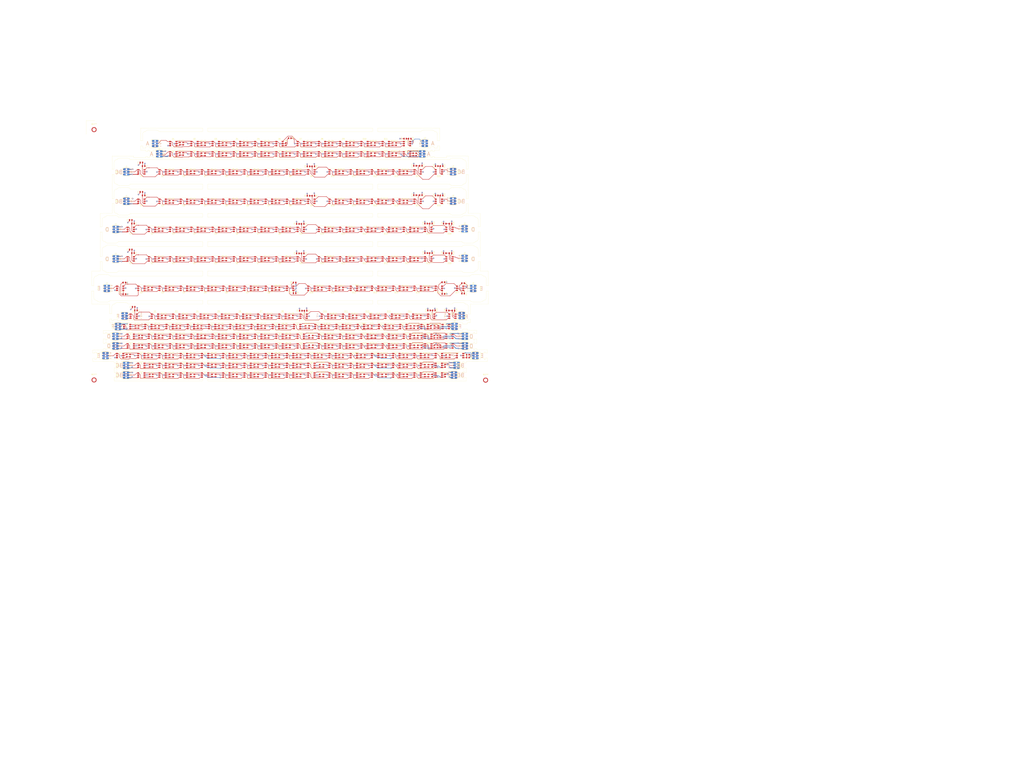
<source format=kicad_pcb>
(kicad_pcb (version 20171130) (host pcbnew "(5.0.0-3-g5ebb6b6)")
  (layers (0 F.Cu signal) (1 In1.Cu power) (2 In2.Cu power) (31 B.Cu signal) (34 B.Paste user) (35 F.Paste user) (36 B.SilkS user) (37 F.SilkS user) (38 B.Mask user) (39 F.Mask user) (44 Edge.Cuts user))
  (net 0 "")
  (net 1 +5V)
  (net 2 "Net-(D1-Pad4)")
  (net 3 GND)
  (net 4 "Net-(D10-Pad4)")
  (net 5 "Net-(D12-Pad3)")
  (net 6 "Net-(C12-Pad1)")
  (net 7 "Net-(C11-Pad1)")
  (net 8 "Net-(C10-Pad1)")
  (net 9 "Net-(C9-Pad1)")
  (net 10 "Net-(C8-Pad1)")
  (net 11 "Net-(C7-Pad1)")
  (net 12 "Net-(C6-Pad1)")
  (net 13 "Net-(C5-Pad1)")
  (net 14 "Net-(C4-Pad1)")
  (net 15 "Net-(C3-Pad1)")
  (net 16 "Net-(C2-Pad1)")
  (net 17 "Net-(C1-Pad1)")
  (net 18 "Net-(D2-Pad3)")
  (net 19 "Net-(D1-Pad3)")
  (net 20 "Net-(D3-Pad3)")
  (net 21 "Net-(D4-Pad3)")
  (net 22 "Net-(D5-Pad3)")
  (net 23 "Net-(D6-Pad3)")
  (net 24 "Net-(D7-Pad3)")
  (net 25 "Net-(D10-Pad6)")
  (net 26 "Net-(D10-Pad3)")
  (net 27 "Net-(D11-Pad3)")
  (net 28 "Net-(C15-Pad1)")
  (net 29 "Net-(C14-Pad1)")
  (net 30 "Net-(C13-Pad1)")
  (net 31 "Net-(D13-Pad3)")
  (net 32 "Net-(D14-Pad3)")
  (net 33 "Net-(D15-Pad3)")
  (net 34 "Net-(C16-Pad1)")
  (net 35 "Net-(D16-Pad3)")
  (net 36 "Net-(D17-Pad3)")
  (net 37 "Net-(C17-Pad1)")
  (module Fiducial:Fiducial_Modern_CopperTop (layer F.Cu) (at 344.814 230.9)
    (fp_text reference REF** (at 0.03048 -4.26974) (layer F.SilkS))
    (fp_text value Fiducial_Modern_CopperTop)
    (fp_circle (center 0 0) (end 1.7907 0) (layer F.Cu) (width 0.381))
    (fp_circle (center 0 0) (end 1.52908 0) (layer F.Cu) (width 0.381))
  )
  (module Fiducial:Fiducial_Modern_CopperTop (layer F.Cu) (at 37.728 230.773)
    (fp_text reference REF** (at 0.03048 -4.26974) (layer F.SilkS))
    (fp_text value Fiducial_Modern_CopperTop)
    (fp_circle (center 0 0) (end 1.52908 0) (layer F.Cu) (width 0.381))
    (fp_circle (center 0 0) (end 1.7907 0) (layer F.Cu) (width 0.381))
  )
  (module Resistor_SMD:R_0805_2012Metric (layer F.Cu) (at 280.538826 212.08278 270)
    (fp_text reference R14 (at -2.34442 0.13308) (layer F.SilkS))
    (fp_text value 330)
    (pad 2 smd roundrect (at 0.9375 0 270) (size 0.975 1.4) (layers F.Cu F.Paste F.Mask) (net 29 "Net-(C14-Pad1)"))
    (pad 1 smd roundrect (at -0.9375 0 270) (size 0.975 1.4) (layers F.Cu F.Paste F.Mask) (net 1 +5V))
  )
  (module Capacitor_SMD:C_0805_2012Metric (layer F.Cu) (at 316.612818 212.08278 90)
    (fp_text reference C16 (at 2.34442 0.001 180) (layer F.SilkS))
    (fp_text value 100NF)
    (pad 2 smd roundrect (at 0.9375 0 90) (size 0.975 1.4) (layers F.Cu F.Paste F.Mask) (net 3 GND))
    (pad 1 smd roundrect (at -0.9375 0 90) (size 0.975 1.4) (layers F.Cu F.Paste F.Mask) (net 34 "Net-(C16-Pad1)"))
  )
  (module LED_SMD:LED_WS2812_PLCC6_5.0x5.0mm_P1.6mm (layer F.Cu) (at 324.78999 211.67662 180)
    (fp_text reference D17 (at 2.25399 1.707 180) (layer F.SilkS))
    (fp_text value WS2813)
    (pad 4 smd rect (at 2.45 1.6 180) (size 1.5 1) (layers F.Cu F.Paste F.Mask) (net 35 "Net-(D16-Pad3)"))
    (pad 5 smd rect (at 2.45 0 180) (size 1.5 1) (layers F.Cu F.Paste F.Mask) (net 3 GND))
    (pad 6 smd rect (at 2.45 -1.6 180) (size 1.5 1) (layers F.Cu F.Paste F.Mask) (net 33 "Net-(D15-Pad3)"))
    (pad 3 smd rect (at -2.45 1.6 180) (size 1.5 1) (layers F.Cu F.Paste F.Mask) (net 36 "Net-(D17-Pad3)"))
    (pad 2 smd rect (at -2.45 0 180) (size 1.5 1) (layers F.Cu F.Paste F.Mask) (net 1 +5V))
    (pad 1 smd rect (at -2.45 -1.6 180) (size 1.5 1) (layers F.Cu F.Paste F.Mask) (net 37 "Net-(C17-Pad1)"))
  )
  (module LED_SMD:LED_WS2812_PLCC6_5.0x5.0mm_P1.6mm (layer F.Cu) (at 308.123322 211.67662 180)
    (fp_text reference D16 (at 0 1.707 180) (layer F.SilkS))
    (fp_text value WS2813)
    (pad 1 smd rect (at -2.45 -1.6 180) (size 1.5 1) (layers F.Cu F.Paste F.Mask) (net 34 "Net-(C16-Pad1)"))
    (pad 2 smd rect (at -2.45 0 180) (size 1.5 1) (layers F.Cu F.Paste F.Mask) (net 1 +5V))
    (pad 3 smd rect (at -2.45 1.6 180) (size 1.5 1) (layers F.Cu F.Paste F.Mask) (net 35 "Net-(D16-Pad3)"))
    (pad 6 smd rect (at 2.45 -1.6 180) (size 1.5 1) (layers F.Cu F.Paste F.Mask) (net 32 "Net-(D14-Pad3)"))
    (pad 5 smd rect (at 2.45 0 180) (size 1.5 1) (layers F.Cu F.Paste F.Mask) (net 3 GND))
    (pad 4 smd rect (at 2.45 1.6 180) (size 1.5 1) (layers F.Cu F.Paste F.Mask) (net 33 "Net-(D15-Pad3)"))
  )
  (module LED_SMD:LED_WS2812_PLCC6_5.0x5.0mm_P1.6mm (layer F.Cu) (at 291.456657 211.67662 180)
    (fp_text reference D15 (at 0 1.707 180) (layer F.SilkS))
    (fp_text value WS2813)
    (pad 4 smd rect (at 2.45 1.6 180) (size 1.5 1) (layers F.Cu F.Paste F.Mask) (net 32 "Net-(D14-Pad3)"))
    (pad 5 smd rect (at 2.45 0 180) (size 1.5 1) (layers F.Cu F.Paste F.Mask) (net 3 GND))
    (pad 6 smd rect (at 2.45 -1.6 180) (size 1.5 1) (layers F.Cu F.Paste F.Mask) (net 31 "Net-(D13-Pad3)"))
    (pad 3 smd rect (at -2.45 1.6 180) (size 1.5 1) (layers F.Cu F.Paste F.Mask) (net 33 "Net-(D15-Pad3)"))
    (pad 2 smd rect (at -2.45 0 180) (size 1.5 1) (layers F.Cu F.Paste F.Mask) (net 1 +5V))
    (pad 1 smd rect (at -2.45 -1.6 180) (size 1.5 1) (layers F.Cu F.Paste F.Mask) (net 28 "Net-(C15-Pad1)"))
  )
  (module LED_SMD:LED_WS2812_PLCC6_5.0x5.0mm_P1.6mm (layer F.Cu) (at 274.789992 211.67662 180)
    (fp_text reference D14 (at 0 1.707 180) (layer F.SilkS))
    (fp_text value WS2813)
    (pad 1 smd rect (at -2.45 -1.6 180) (size 1.5 1) (layers F.Cu F.Paste F.Mask) (net 29 "Net-(C14-Pad1)"))
    (pad 2 smd rect (at -2.45 0 180) (size 1.5 1) (layers F.Cu F.Paste F.Mask) (net 1 +5V))
    (pad 3 smd rect (at -2.45 1.6 180) (size 1.5 1) (layers F.Cu F.Paste F.Mask) (net 32 "Net-(D14-Pad3)"))
    (pad 6 smd rect (at 2.45 -1.6 180) (size 1.5 1) (layers F.Cu F.Paste F.Mask) (net 5 "Net-(D12-Pad3)"))
    (pad 5 smd rect (at 2.45 0 180) (size 1.5 1) (layers F.Cu F.Paste F.Mask) (net 3 GND))
    (pad 4 smd rect (at 2.45 1.6 180) (size 1.5 1) (layers F.Cu F.Paste F.Mask) (net 31 "Net-(D13-Pad3)"))
  )
  (module LED_SMD:LED_WS2812_PLCC6_5.0x5.0mm_P1.6mm (layer F.Cu) (at 258.123327 211.67662 180)
    (fp_text reference D13 (at 0 1.707 180) (layer F.SilkS))
    (fp_text value WS2813)
    (pad 4 smd rect (at 2.45 1.6 180) (size 1.5 1) (layers F.Cu F.Paste F.Mask) (net 5 "Net-(D12-Pad3)"))
    (pad 5 smd rect (at 2.45 0 180) (size 1.5 1) (layers F.Cu F.Paste F.Mask) (net 3 GND))
    (pad 6 smd rect (at 2.45 -1.6 180) (size 1.5 1) (layers F.Cu F.Paste F.Mask) (net 27 "Net-(D11-Pad3)"))
    (pad 3 smd rect (at -2.45 1.6 180) (size 1.5 1) (layers F.Cu F.Paste F.Mask) (net 31 "Net-(D13-Pad3)"))
    (pad 2 smd rect (at -2.45 0 180) (size 1.5 1) (layers F.Cu F.Paste F.Mask) (net 1 +5V))
    (pad 1 smd rect (at -2.45 -1.6 180) (size 1.5 1) (layers F.Cu F.Paste F.Mask) (net 30 "Net-(C13-Pad1)"))
  )
  (module Resistor_SMD:R_0805_2012Metric (layer F.Cu) (at 263.87216 212.08278 270)
    (fp_text reference R13 (at -2.34442 0.13308) (layer F.SilkS))
    (fp_text value 330)
    (pad 1 smd roundrect (at -0.9375 0 270) (size 0.975 1.4) (layers F.Cu F.Paste F.Mask) (net 1 +5V))
    (pad 2 smd roundrect (at 0.9375 0 270) (size 0.975 1.4) (layers F.Cu F.Paste F.Mask) (net 30 "Net-(C13-Pad1)"))
  )
  (module Capacitor_SMD:C_0805_2012Metric (layer F.Cu) (at 330.918 210.907)
    (fp_text reference C17 (at -2.032 0 90) (layer F.SilkS))
    (fp_text value 100NF)
    (pad 1 smd roundrect (at -0.9375 0) (size 0.975 1.4) (layers F.Cu F.Paste F.Mask) (net 37 "Net-(C17-Pad1)"))
    (pad 2 smd roundrect (at 0.9375 0) (size 0.975 1.4) (layers F.Cu F.Paste F.Mask) (net 3 GND))
  )
  (module Capacitor_SMD:C_0805_2012Metric (layer F.Cu) (at 266.61282 212.08278 90)
    (fp_text reference C13 (at 2.34442 0.001 180) (layer F.SilkS))
    (fp_text value 100NF)
    (pad 1 smd roundrect (at -0.9375 0 90) (size 0.975 1.4) (layers F.Cu F.Paste F.Mask) (net 30 "Net-(C13-Pad1)"))
    (pad 2 smd roundrect (at 0.9375 0 90) (size 0.975 1.4) (layers F.Cu F.Paste F.Mask) (net 3 GND))
  )
  (module Capacitor_SMD:C_0805_2012Metric (layer F.Cu) (at 283.279486 212.08278 90)
    (fp_text reference C14 (at 2.34442 0.001 180) (layer F.SilkS))
    (fp_text value 100NF)
    (pad 2 smd roundrect (at 0.9375 0 90) (size 0.975 1.4) (layers F.Cu F.Paste F.Mask) (net 3 GND))
    (pad 1 smd roundrect (at -0.9375 0 90) (size 0.975 1.4) (layers F.Cu F.Paste F.Mask) (net 29 "Net-(C14-Pad1)"))
  )
  (module Capacitor_SMD:C_0805_2012Metric (layer F.Cu) (at 299.946152 212.08278 90)
    (fp_text reference C15 (at 2.34442 0.001 180) (layer F.SilkS))
    (fp_text value 100NF)
    (pad 1 smd roundrect (at -0.9375 0 90) (size 0.975 1.4) (layers F.Cu F.Paste F.Mask) (net 28 "Net-(C15-Pad1)"))
    (pad 2 smd roundrect (at 0.9375 0 90) (size 0.975 1.4) (layers F.Cu F.Paste F.Mask) (net 3 GND))
  )
  (module Resistor_SMD:R_0805_2012Metric (layer F.Cu) (at 297.205492 212.08278 270)
    (fp_text reference R15 (at -2.34442 0.13308) (layer F.SilkS))
    (fp_text value 330)
    (pad 1 smd roundrect (at -0.9375 0 270) (size 0.975 1.4) (layers F.Cu F.Paste F.Mask) (net 1 +5V))
    (pad 2 smd roundrect (at 0.9375 0 270) (size 0.975 1.4) (layers F.Cu F.Paste F.Mask) (net 28 "Net-(C15-Pad1)"))
  )
  (module Resistor_SMD:R_0805_2012Metric (layer F.Cu) (at 313.872158 212.08278 270)
    (fp_text reference R16 (at -2.34442 0.13308) (layer F.SilkS))
    (fp_text value 330)
    (pad 2 smd roundrect (at 0.9375 0 270) (size 0.975 1.4) (layers F.Cu F.Paste F.Mask) (net 34 "Net-(C16-Pad1)"))
    (pad 1 smd roundrect (at -0.9375 0 270) (size 0.975 1.4) (layers F.Cu F.Paste F.Mask) (net 1 +5V))
  )
  (module Resistor_SMD:R_0805_2012Metric (layer F.Cu) (at 330.918 213.193 180)
    (fp_text reference R17 (at -2.34442 0.13308 270) (layer F.SilkS))
    (fp_text value 330)
    (pad 1 smd roundrect (at -0.9375 0 180) (size 0.975 1.4) (layers F.Cu F.Paste F.Mask) (net 1 +5V))
    (pad 2 smd roundrect (at 0.9375 0 180) (size 0.975 1.4) (layers F.Cu F.Paste F.Mask) (net 37 "Net-(C17-Pad1)"))
  )
  (module YonaFootprints:1x3_18awgWireSolderPad-5mm (layer F.Cu) (at 46.692 209.637)
    (fp_text reference J1)
    (fp_text value IN)
    (pad 3 thru_hole oval (at 0 4.064) (size 5.08 1.524) (drill oval 1.27) (layers *.Cu *.Mask) (net 3 GND))
    (pad 2 thru_hole oval (at 0 2.032) (size 5.08 1.524) (drill oval 1.27) (layers *.Cu *.Mask) (net 2 "Net-(D1-Pad4)"))
    (pad 1 thru_hole oval (at 0 0) (size 5.08 1.524) (drill oval 1.27) (layers *.Cu *.Mask) (net 1 +5V))
  )
  (module Capacitor_SMD:C_0805_2012Metric (layer F.Cu) (at 182.951452 212.08278 90)
    (fp_text reference C8 (at 2.54 -0.126 180) (layer F.SilkS))
    (fp_text value 100NF)
    (pad 2 smd roundrect (at 0.9375 0 90) (size 0.975 1.4) (layers F.Cu F.Paste F.Mask) (net 3 GND))
    (pad 1 smd roundrect (at -0.9375 0 90) (size 0.975 1.4) (layers F.Cu F.Paste F.Mask) (net 10 "Net-(C8-Pad1)"))
  )
  (module Capacitor_SMD:C_0805_2012Metric (layer F.Cu) (at 199.597688 212.08278 90)
    (fp_text reference C9 (at 2.54 -0.126 180) (layer F.SilkS))
    (fp_text value 100NF)
    (pad 2 smd roundrect (at 0.9375 0 90) (size 0.975 1.4) (layers F.Cu F.Paste F.Mask) (net 3 GND))
    (pad 1 smd roundrect (at -0.9375 0 90) (size 0.975 1.4) (layers F.Cu F.Paste F.Mask) (net 9 "Net-(C9-Pad1)"))
  )
  (module Capacitor_SMD:C_0805_2012Metric (layer F.Cu) (at 216.243924 212.08278 90)
    (fp_text reference C10 (at 2.54 -0.126 180) (layer F.SilkS))
    (fp_text value 100NF)
    (pad 2 smd roundrect (at 0.9375 0 90) (size 0.975 1.4) (layers F.Cu F.Paste F.Mask) (net 3 GND))
    (pad 1 smd roundrect (at -0.9375 0 90) (size 0.975 1.4) (layers F.Cu F.Paste F.Mask) (net 8 "Net-(C10-Pad1)"))
  )
  (module Capacitor_SMD:C_0805_2012Metric (layer F.Cu) (at 232.89016 212.08278 90)
    (fp_text reference C11 (at 2.54 -0.126 180) (layer F.SilkS))
    (fp_text value 100NF)
    (pad 2 smd roundrect (at 0.9375 0 90) (size 0.975 1.4) (layers F.Cu F.Paste F.Mask) (net 3 GND))
    (pad 1 smd roundrect (at -0.9375 0 90) (size 0.975 1.4) (layers F.Cu F.Paste F.Mask) (net 7 "Net-(C11-Pad1)"))
  )
  (module Capacitor_SMD:C_0805_2012Metric (layer F.Cu) (at 249.9913 212.08278 90)
    (fp_text reference C12 (at 2.6185 -0.0485 180) (layer F.SilkS))
    (fp_text value 100NF)
    (pad 2 smd roundrect (at 0.9375 0 90) (size 0.975 1.4) (layers F.Cu F.Paste F.Mask) (net 3 GND))
    (pad 1 smd roundrect (at -0.9375 0 90) (size 0.975 1.4) (layers F.Cu F.Paste F.Mask) (net 6 "Net-(C12-Pad1)"))
  )
  (module LED_SMD:LED_WS2812_PLCC6_5.0x5.0mm_P1.6mm (layer F.Cu) (at 58.13216 211.67662 180)
    (fp_text reference D1 (at 0 1.707 180) (layer F.SilkS))
    (fp_text value WS2813)
    (pad 1 smd rect (at -2.45 -1.6 180) (size 1.5 1) (layers F.Cu F.Paste F.Mask) (net 17 "Net-(C1-Pad1)"))
    (pad 2 smd rect (at -2.45 0 180) (size 1.5 1) (layers F.Cu F.Paste F.Mask) (net 1 +5V))
    (pad 3 smd rect (at -2.45 1.6 180) (size 1.5 1) (layers F.Cu F.Paste F.Mask) (net 19 "Net-(D1-Pad3)"))
    (pad 6 smd rect (at 2.45 -1.6 180) (size 1.5 1) (layers F.Cu F.Paste F.Mask) (net 3 GND))
    (pad 5 smd rect (at 2.45 0 180) (size 1.5 1) (layers F.Cu F.Paste F.Mask) (net 3 GND))
    (pad 4 smd rect (at 2.45 1.6 180) (size 1.5 1) (layers F.Cu F.Paste F.Mask) (net 2 "Net-(D1-Pad4)"))
  )
  (module LED_SMD:LED_WS2812_PLCC6_5.0x5.0mm_P1.6mm (layer F.Cu) (at 74.798023 211.67662 180)
    (fp_text reference D2 (at 0 1.707 180) (layer F.SilkS))
    (fp_text value WS2813)
    (pad 1 smd rect (at -2.45 -1.6 180) (size 1.5 1) (layers F.Cu F.Paste F.Mask) (net 16 "Net-(C2-Pad1)"))
    (pad 2 smd rect (at -2.45 0 180) (size 1.5 1) (layers F.Cu F.Paste F.Mask) (net 1 +5V))
    (pad 3 smd rect (at -2.45 1.6 180) (size 1.5 1) (layers F.Cu F.Paste F.Mask) (net 18 "Net-(D2-Pad3)"))
    (pad 6 smd rect (at 2.45 -1.6 180) (size 1.5 1) (layers F.Cu F.Paste F.Mask) (net 2 "Net-(D1-Pad4)"))
    (pad 5 smd rect (at 2.45 0 180) (size 1.5 1) (layers F.Cu F.Paste F.Mask) (net 3 GND))
    (pad 4 smd rect (at 2.45 1.6 180) (size 1.5 1) (layers F.Cu F.Paste F.Mask) (net 19 "Net-(D1-Pad3)"))
  )
  (module LED_SMD:LED_WS2812_PLCC6_5.0x5.0mm_P1.6mm (layer F.Cu) (at 241.45666 211.67662 180)
    (fp_text reference D12 (at 0 1.707 180) (layer F.SilkS))
    (fp_text value WS2813)
    (pad 1 smd rect (at -2.45 -1.6 180) (size 1.5 1) (layers F.Cu F.Paste F.Mask) (net 6 "Net-(C12-Pad1)"))
    (pad 2 smd rect (at -2.45 0 180) (size 1.5 1) (layers F.Cu F.Paste F.Mask) (net 1 +5V))
    (pad 3 smd rect (at -2.45 1.6 180) (size 1.5 1) (layers F.Cu F.Paste F.Mask) (net 5 "Net-(D12-Pad3)"))
    (pad 6 smd rect (at 2.45 -1.6 180) (size 1.5 1) (layers F.Cu F.Paste F.Mask) (net 26 "Net-(D10-Pad3)"))
    (pad 5 smd rect (at 2.45 0 180) (size 1.5 1) (layers F.Cu F.Paste F.Mask) (net 3 GND))
    (pad 4 smd rect (at 2.45 1.6 180) (size 1.5 1) (layers F.Cu F.Paste F.Mask) (net 27 "Net-(D11-Pad3)"))
  )
  (module LED_SMD:LED_WS2812_PLCC6_5.0x5.0mm_P1.6mm (layer F.Cu) (at 224.79079 211.67662 180)
    (fp_text reference D11 (at 0 1.707 180) (layer F.SilkS))
    (fp_text value WS2813)
    (pad 1 smd rect (at -2.45 -1.6 180) (size 1.5 1) (layers F.Cu F.Paste F.Mask) (net 7 "Net-(C11-Pad1)"))
    (pad 2 smd rect (at -2.45 0 180) (size 1.5 1) (layers F.Cu F.Paste F.Mask) (net 1 +5V))
    (pad 3 smd rect (at -2.45 1.6 180) (size 1.5 1) (layers F.Cu F.Paste F.Mask) (net 27 "Net-(D11-Pad3)"))
    (pad 6 smd rect (at 2.45 -1.6 180) (size 1.5 1) (layers F.Cu F.Paste F.Mask) (net 4 "Net-(D10-Pad4)"))
    (pad 5 smd rect (at 2.45 0 180) (size 1.5 1) (layers F.Cu F.Paste F.Mask) (net 3 GND))
    (pad 4 smd rect (at 2.45 1.6 180) (size 1.5 1) (layers F.Cu F.Paste F.Mask) (net 26 "Net-(D10-Pad3)"))
  )
  (module LED_SMD:LED_WS2812_PLCC6_5.0x5.0mm_P1.6mm (layer F.Cu) (at 208.124927 211.67662 180)
    (fp_text reference D10 (at 0 1.707 180) (layer F.SilkS))
    (fp_text value WS2813)
    (pad 1 smd rect (at -2.45 -1.6 180) (size 1.5 1) (layers F.Cu F.Paste F.Mask) (net 8 "Net-(C10-Pad1)"))
    (pad 2 smd rect (at -2.45 0 180) (size 1.5 1) (layers F.Cu F.Paste F.Mask) (net 1 +5V))
    (pad 3 smd rect (at -2.45 1.6 180) (size 1.5 1) (layers F.Cu F.Paste F.Mask) (net 26 "Net-(D10-Pad3)"))
    (pad 6 smd rect (at 2.45 -1.6 180) (size 1.5 1) (layers F.Cu F.Paste F.Mask) (net 25 "Net-(D10-Pad6)"))
    (pad 5 smd rect (at 2.45 0 180) (size 1.5 1) (layers F.Cu F.Paste F.Mask) (net 3 GND))
    (pad 4 smd rect (at 2.45 1.6 180) (size 1.5 1) (layers F.Cu F.Paste F.Mask) (net 4 "Net-(D10-Pad4)"))
  )
  (module LED_SMD:LED_WS2812_PLCC6_5.0x5.0mm_P1.6mm (layer F.Cu) (at 191.459064 211.67662 180)
    (fp_text reference D9 (at 0 1.707 180) (layer F.SilkS))
    (fp_text value WS2813)
    (pad 1 smd rect (at -2.45 -1.6 180) (size 1.5 1) (layers F.Cu F.Paste F.Mask) (net 9 "Net-(C9-Pad1)"))
    (pad 2 smd rect (at -2.45 0 180) (size 1.5 1) (layers F.Cu F.Paste F.Mask) (net 1 +5V))
    (pad 3 smd rect (at -2.45 1.6 180) (size 1.5 1) (layers F.Cu F.Paste F.Mask) (net 4 "Net-(D10-Pad4)"))
    (pad 6 smd rect (at 2.45 -1.6 180) (size 1.5 1) (layers F.Cu F.Paste F.Mask) (net 24 "Net-(D7-Pad3)"))
    (pad 5 smd rect (at 2.45 0 180) (size 1.5 1) (layers F.Cu F.Paste F.Mask) (net 3 GND))
    (pad 4 smd rect (at 2.45 1.6 180) (size 1.5 1) (layers F.Cu F.Paste F.Mask) (net 25 "Net-(D10-Pad6)"))
  )
  (module LED_SMD:LED_WS2812_PLCC6_5.0x5.0mm_P1.6mm (layer F.Cu) (at 174.793201 211.67662 180)
    (fp_text reference D8 (at 0 1.707 180) (layer F.SilkS))
    (fp_text value WS2813)
    (pad 1 smd rect (at -2.45 -1.6 180) (size 1.5 1) (layers F.Cu F.Paste F.Mask) (net 10 "Net-(C8-Pad1)"))
    (pad 2 smd rect (at -2.45 0 180) (size 1.5 1) (layers F.Cu F.Paste F.Mask) (net 1 +5V))
    (pad 3 smd rect (at -2.45 1.6 180) (size 1.5 1) (layers F.Cu F.Paste F.Mask) (net 25 "Net-(D10-Pad6)"))
    (pad 6 smd rect (at 2.45 -1.6 180) (size 1.5 1) (layers F.Cu F.Paste F.Mask) (net 23 "Net-(D6-Pad3)"))
    (pad 5 smd rect (at 2.45 0 180) (size 1.5 1) (layers F.Cu F.Paste F.Mask) (net 3 GND))
    (pad 4 smd rect (at 2.45 1.6 180) (size 1.5 1) (layers F.Cu F.Paste F.Mask) (net 24 "Net-(D7-Pad3)"))
  )
  (module LED_SMD:LED_WS2812_PLCC6_5.0x5.0mm_P1.6mm (layer F.Cu) (at 158.127338 211.67662 180)
    (fp_text reference D7 (at 0 1.707 180) (layer F.SilkS))
    (fp_text value WS2813)
    (pad 1 smd rect (at -2.45 -1.6 180) (size 1.5 1) (layers F.Cu F.Paste F.Mask) (net 11 "Net-(C7-Pad1)"))
    (pad 2 smd rect (at -2.45 0 180) (size 1.5 1) (layers F.Cu F.Paste F.Mask) (net 1 +5V))
    (pad 3 smd rect (at -2.45 1.6 180) (size 1.5 1) (layers F.Cu F.Paste F.Mask) (net 24 "Net-(D7-Pad3)"))
    (pad 6 smd rect (at 2.45 -1.6 180) (size 1.5 1) (layers F.Cu F.Paste F.Mask) (net 22 "Net-(D5-Pad3)"))
    (pad 5 smd rect (at 2.45 0 180) (size 1.5 1) (layers F.Cu F.Paste F.Mask) (net 3 GND))
    (pad 4 smd rect (at 2.45 1.6 180) (size 1.5 1) (layers F.Cu F.Paste F.Mask) (net 23 "Net-(D6-Pad3)"))
  )
  (module LED_SMD:LED_WS2812_PLCC6_5.0x5.0mm_P1.6mm (layer F.Cu) (at 141.461475 211.67662 180)
    (fp_text reference D6 (at 0 1.707 180) (layer F.SilkS))
    (fp_text value WS2813)
    (pad 1 smd rect (at -2.45 -1.6 180) (size 1.5 1) (layers F.Cu F.Paste F.Mask) (net 12 "Net-(C6-Pad1)"))
    (pad 2 smd rect (at -2.45 0 180) (size 1.5 1) (layers F.Cu F.Paste F.Mask) (net 1 +5V))
    (pad 3 smd rect (at -2.45 1.6 180) (size 1.5 1) (layers F.Cu F.Paste F.Mask) (net 23 "Net-(D6-Pad3)"))
    (pad 6 smd rect (at 2.45 -1.6 180) (size 1.5 1) (layers F.Cu F.Paste F.Mask) (net 21 "Net-(D4-Pad3)"))
    (pad 5 smd rect (at 2.45 0 180) (size 1.5 1) (layers F.Cu F.Paste F.Mask) (net 3 GND))
    (pad 4 smd rect (at 2.45 1.6 180) (size 1.5 1) (layers F.Cu F.Paste F.Mask) (net 22 "Net-(D5-Pad3)"))
  )
  (module LED_SMD:LED_WS2812_PLCC6_5.0x5.0mm_P1.6mm (layer F.Cu) (at 124.795612 211.67662 180)
    (fp_text reference D5 (at 0 1.707 180) (layer F.SilkS))
    (fp_text value WS2813)
    (pad 1 smd rect (at -2.45 -1.6 180) (size 1.5 1) (layers F.Cu F.Paste F.Mask) (net 13 "Net-(C5-Pad1)"))
    (pad 2 smd rect (at -2.45 0 180) (size 1.5 1) (layers F.Cu F.Paste F.Mask) (net 1 +5V))
    (pad 3 smd rect (at -2.45 1.6 180) (size 1.5 1) (layers F.Cu F.Paste F.Mask) (net 22 "Net-(D5-Pad3)"))
    (pad 6 smd rect (at 2.45 -1.6 180) (size 1.5 1) (layers F.Cu F.Paste F.Mask) (net 20 "Net-(D3-Pad3)"))
    (pad 5 smd rect (at 2.45 0 180) (size 1.5 1) (layers F.Cu F.Paste F.Mask) (net 3 GND))
    (pad 4 smd rect (at 2.45 1.6 180) (size 1.5 1) (layers F.Cu F.Paste F.Mask) (net 21 "Net-(D4-Pad3)"))
  )
  (module LED_SMD:LED_WS2812_PLCC6_5.0x5.0mm_P1.6mm (layer F.Cu) (at 108.129749 211.67662 180)
    (fp_text reference D4 (at 0 1.707 180) (layer F.SilkS))
    (fp_text value WS2813)
    (pad 1 smd rect (at -2.45 -1.6 180) (size 1.5 1) (layers F.Cu F.Paste F.Mask) (net 14 "Net-(C4-Pad1)"))
    (pad 2 smd rect (at -2.45 0 180) (size 1.5 1) (layers F.Cu F.Paste F.Mask) (net 1 +5V))
    (pad 3 smd rect (at -2.45 1.6 180) (size 1.5 1) (layers F.Cu F.Paste F.Mask) (net 21 "Net-(D4-Pad3)"))
    (pad 6 smd rect (at 2.45 -1.6 180) (size 1.5 1) (layers F.Cu F.Paste F.Mask) (net 18 "Net-(D2-Pad3)"))
    (pad 5 smd rect (at 2.45 0 180) (size 1.5 1) (layers F.Cu F.Paste F.Mask) (net 3 GND))
    (pad 4 smd rect (at 2.45 1.6 180) (size 1.5 1) (layers F.Cu F.Paste F.Mask) (net 20 "Net-(D3-Pad3)"))
  )
  (module LED_SMD:LED_WS2812_PLCC6_5.0x5.0mm_P1.6mm (layer F.Cu) (at 91.463886 211.67662 180)
    (fp_text reference D3 (at 0 1.707 180) (layer F.SilkS))
    (fp_text value WS2813)
    (pad 1 smd rect (at -2.45 -1.6 180) (size 1.5 1) (layers F.Cu F.Paste F.Mask) (net 15 "Net-(C3-Pad1)"))
    (pad 2 smd rect (at -2.45 0 180) (size 1.5 1) (layers F.Cu F.Paste F.Mask) (net 1 +5V))
    (pad 3 smd rect (at -2.45 1.6 180) (size 1.5 1) (layers F.Cu F.Paste F.Mask) (net 20 "Net-(D3-Pad3)"))
    (pad 6 smd rect (at 2.45 -1.6 180) (size 1.5 1) (layers F.Cu F.Paste F.Mask) (net 19 "Net-(D1-Pad3)"))
    (pad 5 smd rect (at 2.45 0 180) (size 1.5 1) (layers F.Cu F.Paste F.Mask) (net 3 GND))
    (pad 4 smd rect (at 2.45 1.6 180) (size 1.5 1) (layers F.Cu F.Paste F.Mask) (net 18 "Net-(D2-Pad3)"))
  )
  (module Resistor_SMD:R_0805_2012Metric (layer F.Cu) (at 63.3798 211.70178 270)
    (fp_text reference R1 (at -2.3645 0) (layer F.SilkS))
    (fp_text value 330)
    (pad 2 smd roundrect (at 0.9375 0 270) (size 0.975 1.4) (layers F.Cu F.Paste F.Mask) (net 17 "Net-(C1-Pad1)"))
    (pad 1 smd roundrect (at -0.9375 0 270) (size 0.975 1.4) (layers F.Cu F.Paste F.Mask) (net 1 +5V))
  )
  (module Resistor_SMD:R_0805_2012Metric (layer F.Cu) (at 80.280036 212.08278 270)
    (fp_text reference R2 (at -2.54 -0.126) (layer F.SilkS))
    (fp_text value 330)
    (pad 2 smd roundrect (at 0.9375 0 270) (size 0.975 1.4) (layers F.Cu F.Paste F.Mask) (net 16 "Net-(C2-Pad1)"))
    (pad 1 smd roundrect (at -0.9375 0 270) (size 0.975 1.4) (layers F.Cu F.Paste F.Mask) (net 1 +5V))
  )
  (module Resistor_SMD:R_0805_2012Metric (layer F.Cu) (at 96.926272 212.08278 270)
    (fp_text reference R3 (at -2.54 -0.126) (layer F.SilkS))
    (fp_text value 330)
    (pad 2 smd roundrect (at 0.9375 0 270) (size 0.975 1.4) (layers F.Cu F.Paste F.Mask) (net 15 "Net-(C3-Pad1)"))
    (pad 1 smd roundrect (at -0.9375 0 270) (size 0.975 1.4) (layers F.Cu F.Paste F.Mask) (net 1 +5V))
  )
  (module Resistor_SMD:R_0805_2012Metric (layer F.Cu) (at 113.572508 212.08278 270)
    (fp_text reference R4 (at -2.54 -0.126) (layer F.SilkS))
    (fp_text value 330)
    (pad 2 smd roundrect (at 0.9375 0 270) (size 0.975 1.4) (layers F.Cu F.Paste F.Mask) (net 14 "Net-(C4-Pad1)"))
    (pad 1 smd roundrect (at -0.9375 0 270) (size 0.975 1.4) (layers F.Cu F.Paste F.Mask) (net 1 +5V))
  )
  (module Resistor_SMD:R_0805_2012Metric (layer F.Cu) (at 130.218744 212.08278 270)
    (fp_text reference R5 (at -2.54 -0.126) (layer F.SilkS))
    (fp_text value 330)
    (pad 2 smd roundrect (at 0.9375 0 270) (size 0.975 1.4) (layers F.Cu F.Paste F.Mask) (net 13 "Net-(C5-Pad1)"))
    (pad 1 smd roundrect (at -0.9375 0 270) (size 0.975 1.4) (layers F.Cu F.Paste F.Mask) (net 1 +5V))
  )
  (module Resistor_SMD:R_0805_2012Metric (layer F.Cu) (at 146.86498 212.08278 270)
    (fp_text reference R6 (at -2.54 -0.126) (layer F.SilkS))
    (fp_text value 330)
    (pad 2 smd roundrect (at 0.9375 0 270) (size 0.975 1.4) (layers F.Cu F.Paste F.Mask) (net 12 "Net-(C6-Pad1)"))
    (pad 1 smd roundrect (at -0.9375 0 270) (size 0.975 1.4) (layers F.Cu F.Paste F.Mask) (net 1 +5V))
  )
  (module Resistor_SMD:R_0805_2012Metric (layer F.Cu) (at 163.511216 212.08278 270)
    (fp_text reference R7 (at -2.54 -0.126) (layer F.SilkS))
    (fp_text value 330)
    (pad 2 smd roundrect (at 0.9375 0 270) (size 0.975 1.4) (layers F.Cu F.Paste F.Mask) (net 11 "Net-(C7-Pad1)"))
    (pad 1 smd roundrect (at -0.9375 0 270) (size 0.975 1.4) (layers F.Cu F.Paste F.Mask) (net 1 +5V))
  )
  (module Resistor_SMD:R_0805_2012Metric (layer F.Cu) (at 180.157452 212.08278 270)
    (fp_text reference R8 (at -2.54 -0.126) (layer F.SilkS))
    (fp_text value 330)
    (pad 2 smd roundrect (at 0.9375 0 270) (size 0.975 1.4) (layers F.Cu F.Paste F.Mask) (net 10 "Net-(C8-Pad1)"))
    (pad 1 smd roundrect (at -0.9375 0 270) (size 0.975 1.4) (layers F.Cu F.Paste F.Mask) (net 1 +5V))
  )
  (module Resistor_SMD:R_0805_2012Metric (layer F.Cu) (at 196.803688 212.08278 270)
    (fp_text reference R9 (at -2.54 -0.126) (layer F.SilkS))
    (fp_text value 330)
    (pad 2 smd roundrect (at 0.9375 0 270) (size 0.975 1.4) (layers F.Cu F.Paste F.Mask) (net 9 "Net-(C9-Pad1)"))
    (pad 1 smd roundrect (at -0.9375 0 270) (size 0.975 1.4) (layers F.Cu F.Paste F.Mask) (net 1 +5V))
  )
  (module Resistor_SMD:R_0805_2012Metric (layer F.Cu) (at 213.449924 212.08278 270)
    (fp_text reference R10 (at -2.54 -0.126) (layer F.SilkS))
    (fp_text value 330)
    (pad 2 smd roundrect (at 0.9375 0 270) (size 0.975 1.4) (layers F.Cu F.Paste F.Mask) (net 8 "Net-(C10-Pad1)"))
    (pad 1 smd roundrect (at -0.9375 0 270) (size 0.975 1.4) (layers F.Cu F.Paste F.Mask) (net 1 +5V))
  )
  (module Resistor_SMD:R_0805_2012Metric (layer F.Cu) (at 230.09616 212.08278 270)
    (fp_text reference R11 (at -2.54 -0.126) (layer F.SilkS))
    (fp_text value 330)
    (pad 2 smd roundrect (at 0.9375 0 270) (size 0.975 1.4) (layers F.Cu F.Paste F.Mask) (net 7 "Net-(C11-Pad1)"))
    (pad 1 smd roundrect (at -0.9375 0 270) (size 0.975 1.4) (layers F.Cu F.Paste F.Mask) (net 1 +5V))
  )
  (module Resistor_SMD:R_0805_2012Metric (layer F.Cu) (at 247.1003 212.08278 270)
    (fp_text reference R12 (at -2.54 3.175) (layer F.SilkS))
    (fp_text value 330)
    (pad 2 smd roundrect (at 0.9375 0 270) (size 0.975 1.4) (layers F.Cu F.Paste F.Mask) (net 6 "Net-(C12-Pad1)"))
    (pad 1 smd roundrect (at -0.9375 0 270) (size 0.975 1.4) (layers F.Cu F.Paste F.Mask) (net 1 +5V))
  )
  (module Capacitor_SMD:C_0805_2012Metric (layer F.Cu) (at 166.305216 212.08278 90)
    (fp_text reference C7 (at 2.54 -0.126 180) (layer F.SilkS))
    (fp_text value 100NF)
    (pad 2 smd roundrect (at 0.9375 0 90) (size 0.975 1.4) (layers F.Cu F.Paste F.Mask) (net 3 GND))
    (pad 1 smd roundrect (at -0.9375 0 90) (size 0.975 1.4) (layers F.Cu F.Paste F.Mask) (net 11 "Net-(C7-Pad1)"))
  )
  (module Capacitor_SMD:C_0805_2012Metric (layer F.Cu) (at 149.65898 212.08278 90)
    (fp_text reference C6 (at 2.54 -0.126 180) (layer F.SilkS))
    (fp_text value 100NF)
    (pad 2 smd roundrect (at 0.9375 0 90) (size 0.975 1.4) (layers F.Cu F.Paste F.Mask) (net 3 GND))
    (pad 1 smd roundrect (at -0.9375 0 90) (size 0.975 1.4) (layers F.Cu F.Paste F.Mask) (net 12 "Net-(C6-Pad1)"))
  )
  (module Capacitor_SMD:C_0805_2012Metric (layer F.Cu) (at 133.012744 212.08278 90)
    (fp_text reference C5 (at 2.54 -0.126 180) (layer F.SilkS))
    (fp_text value 100NF)
    (pad 2 smd roundrect (at 0.9375 0 90) (size 0.975 1.4) (layers F.Cu F.Paste F.Mask) (net 3 GND))
    (pad 1 smd roundrect (at -0.9375 0 90) (size 0.975 1.4) (layers F.Cu F.Paste F.Mask) (net 13 "Net-(C5-Pad1)"))
  )
  (module Capacitor_SMD:C_0805_2012Metric (layer F.Cu) (at 116.366508 212.08278 90)
    (fp_text reference C4 (at 2.54 -0.126 180) (layer F.SilkS))
    (fp_text value 100NF)
    (pad 2 smd roundrect (at 0.9375 0 90) (size 0.975 1.4) (layers F.Cu F.Paste F.Mask) (net 3 GND))
    (pad 1 smd roundrect (at -0.9375 0 90) (size 0.975 1.4) (layers F.Cu F.Paste F.Mask) (net 14 "Net-(C4-Pad1)"))
  )
  (module Capacitor_SMD:C_0805_2012Metric (layer F.Cu) (at 99.720272 212.08278 90)
    (fp_text reference C3 (at 2.54 -0.126 180) (layer F.SilkS))
    (fp_text value 100NF)
    (pad 2 smd roundrect (at 0.9375 0 90) (size 0.975 1.4) (layers F.Cu F.Paste F.Mask) (net 3 GND))
    (pad 1 smd roundrect (at -0.9375 0 90) (size 0.975 1.4) (layers F.Cu F.Paste F.Mask) (net 15 "Net-(C3-Pad1)"))
  )
  (module Capacitor_SMD:C_0805_2012Metric (layer F.Cu) (at 83.074036 212.08278 90)
    (fp_text reference C2 (at 2.54 -0.126 180) (layer F.SilkS))
    (fp_text value 100NF)
    (pad 2 smd roundrect (at 0.9375 0 90) (size 0.975 1.4) (layers F.Cu F.Paste F.Mask) (net 3 GND))
    (pad 1 smd roundrect (at -0.9375 0 90) (size 0.975 1.4) (layers F.Cu F.Paste F.Mask) (net 16 "Net-(C2-Pad1)"))
  )
  (module Capacitor_SMD:C_0805_2012Metric (layer F.Cu) (at 65.9198 211.70178 90)
    (fp_text reference C1 (at 2.4615 0 180) (layer F.SilkS))
    (fp_text value 100NF)
    (pad 2 smd roundrect (at 0.9375 0 90) (size 0.975 1.4) (layers F.Cu F.Paste F.Mask) (net 3 GND))
    (pad 1 smd roundrect (at -0.9375 0 90) (size 0.975 1.4) (layers F.Cu F.Paste F.Mask) (net 17 "Net-(C1-Pad1)"))
  )
  (module YonaFootprints:1x3_18awgWireSolderPad-5mm (layer F.Cu) (at 336.76 209.637)
    (fp_text reference J2)
    (fp_text value OUT)
    (pad 3 thru_hole oval (at 0 4.064) (size 5.08 1.524) (drill oval 1.27) (layers *.Cu *.Mask) (net 3 GND))
    (pad 2 thru_hole oval (at 0 2.032) (size 5.08 1.524) (drill oval 1.27) (layers *.Cu *.Mask) (net 36 "Net-(D17-Pad3)"))
    (pad 1 thru_hole oval (at 0 0) (size 5.08 1.524) (drill oval 1.27) (layers *.Cu *.Mask) (net 1 +5V))
  )
  (module LED_SMD:LED_WS2812_PLCC6_5.0x5.0mm_P1.6mm (layer F.Cu) (at 91.484023 67.46228 180)
    (fp_text reference D2 (at 0 -3.5 180) (layer F.SilkS))
    (fp_text value WS2813)
    (pad 1 smd rect (at -2.45 -1.6 180) (size 1.5 1) (layers F.Cu F.Paste F.Mask) (net 16 "Net-(C2-Pad1)"))
    (pad 2 smd rect (at -2.45 0 180) (size 1.5 1) (layers F.Cu F.Paste F.Mask) (net 1 +5V))
    (pad 3 smd rect (at -2.45 1.6 180) (size 1.5 1) (layers F.Cu F.Paste F.Mask) (net 18 "Net-(D2-Pad3)"))
    (pad 6 smd rect (at 2.45 -1.6 180) (size 1.5 1) (layers F.Cu F.Paste F.Mask) (net 2 "Net-(D1-Pad4)"))
    (pad 5 smd rect (at 2.45 0 180) (size 1.5 1) (layers F.Cu F.Paste F.Mask) (net 3 GND))
    (pad 4 smd rect (at 2.45 1.6 180) (size 1.5 1) (layers F.Cu F.Paste F.Mask) (net 19 "Net-(D1-Pad3)"))
  )
  (module Resistor_SMD:R_0805_2012Metric (layer F.Cu) (at 96.967036 90.93944 270)
    (fp_text reference R2 (at -2.54 -0.126) (layer F.SilkS))
    (fp_text value 330)
    (pad 1 smd roundrect (at -0.9375 0 270) (size 0.975 1.4) (layers F.Cu F.Paste F.Mask) (net 1 +5V))
    (pad 2 smd roundrect (at 0.9375 0 270) (size 0.975 1.4) (layers F.Cu F.Paste F.Mask) (net 16 "Net-(C2-Pad1)"))
  )
  (module Resistor_SMD:R_0805_2012Metric (layer F.Cu) (at 113.613272 90.93944 270)
    (fp_text reference R3 (at -2.54 -0.126) (layer F.SilkS))
    (fp_text value 330)
    (pad 1 smd roundrect (at -0.9375 0 270) (size 0.975 1.4) (layers F.Cu F.Paste F.Mask) (net 1 +5V))
    (pad 2 smd roundrect (at 0.9375 0 270) (size 0.975 1.4) (layers F.Cu F.Paste F.Mask) (net 15 "Net-(C3-Pad1)"))
  )
  (module Resistor_SMD:R_0805_2012Metric (layer F.Cu) (at 130.259508 90.93944 270)
    (fp_text reference R4 (at -2.54 -0.126) (layer F.SilkS))
    (fp_text value 330)
    (pad 1 smd roundrect (at -0.9375 0 270) (size 0.975 1.4) (layers F.Cu F.Paste F.Mask) (net 1 +5V))
    (pad 2 smd roundrect (at 0.9375 0 270) (size 0.975 1.4) (layers F.Cu F.Paste F.Mask) (net 14 "Net-(C4-Pad1)"))
  )
  (module Resistor_SMD:R_0805_2012Metric (layer F.Cu) (at 146.905744 90.93944 270)
    (fp_text reference R5 (at -2.54 -0.126) (layer F.SilkS))
    (fp_text value 330)
    (pad 1 smd roundrect (at -0.9375 0 270) (size 0.975 1.4) (layers F.Cu F.Paste F.Mask) (net 1 +5V))
    (pad 2 smd roundrect (at 0.9375 0 270) (size 0.975 1.4) (layers F.Cu F.Paste F.Mask) (net 13 "Net-(C5-Pad1)"))
  )
  (module Resistor_SMD:R_0805_2012Metric (layer F.Cu) (at 163.55198 90.93944 270)
    (fp_text reference R6 (at -2.54 -0.126) (layer F.SilkS))
    (fp_text value 330)
    (pad 1 smd roundrect (at -0.9375 0 270) (size 0.975 1.4) (layers F.Cu F.Paste F.Mask) (net 1 +5V))
    (pad 2 smd roundrect (at 0.9375 0 270) (size 0.975 1.4) (layers F.Cu F.Paste F.Mask) (net 12 "Net-(C6-Pad1)"))
  )
  (module Resistor_SMD:R_0805_2012Metric (layer F.Cu) (at 180.198216 90.93944 270)
    (fp_text reference R7 (at -2.54 -0.126) (layer F.SilkS))
    (fp_text value 330)
    (pad 1 smd roundrect (at -0.9375 0 270) (size 0.975 1.4) (layers F.Cu F.Paste F.Mask) (net 1 +5V))
    (pad 2 smd roundrect (at 0.9375 0 270) (size 0.975 1.4) (layers F.Cu F.Paste F.Mask) (net 11 "Net-(C7-Pad1)"))
  )
  (module Resistor_SMD:R_0805_2012Metric (layer F.Cu) (at 196.844452 90.93944 270)
    (fp_text reference R8 (at -2.54 -0.126) (layer F.SilkS))
    (fp_text value 330)
    (pad 1 smd roundrect (at -0.9375 0 270) (size 0.975 1.4) (layers F.Cu F.Paste F.Mask) (net 1 +5V))
    (pad 2 smd roundrect (at 0.9375 0 270) (size 0.975 1.4) (layers F.Cu F.Paste F.Mask) (net 10 "Net-(C8-Pad1)"))
  )
  (module Resistor_SMD:R_0805_2012Metric (layer F.Cu) (at 209.68554 86.23052 180)
    (fp_text reference R9 (at -2.54 -0.126 -90) (layer F.SilkS))
    (fp_text value 330)
    (pad 1 smd roundrect (at -0.9375 0 180) (size 0.975 1.4) (layers F.Cu F.Paste F.Mask) (net 1 +5V))
    (pad 2 smd roundrect (at 0.9375 0 180) (size 0.975 1.4) (layers F.Cu F.Paste F.Mask) (net 9 "Net-(C9-Pad1)"))
  )
  (module Resistor_SMD:R_0805_2012Metric (layer F.Cu) (at 230.136924 90.93944 270)
    (fp_text reference R10 (at -2.54 -0.126) (layer F.SilkS))
    (fp_text value 330)
    (pad 1 smd roundrect (at -0.9375 0 270) (size 0.975 1.4) (layers F.Cu F.Paste F.Mask) (net 1 +5V))
    (pad 2 smd roundrect (at 0.9375 0 270) (size 0.975 1.4) (layers F.Cu F.Paste F.Mask) (net 8 "Net-(C10-Pad1)"))
  )
  (module Resistor_SMD:R_0805_2012Metric (layer F.Cu) (at 246.78316 90.93944 270)
    (fp_text reference R11 (at -2.54 -0.126) (layer F.SilkS))
    (fp_text value 330)
    (pad 1 smd roundrect (at -0.9375 0 270) (size 0.975 1.4) (layers F.Cu F.Paste F.Mask) (net 1 +5V))
    (pad 2 smd roundrect (at 0.9375 0 270) (size 0.975 1.4) (layers F.Cu F.Paste F.Mask) (net 7 "Net-(C11-Pad1)"))
  )
  (module Resistor_SMD:R_0805_2012Metric (layer F.Cu) (at 263.7873 90.93944 270)
    (fp_text reference R12 (at -2.64644 0.0023) (layer F.SilkS))
    (fp_text value 330)
    (pad 1 smd roundrect (at -0.9375 0 270) (size 0.975 1.4) (layers F.Cu F.Paste F.Mask) (net 1 +5V))
    (pad 2 smd roundrect (at 0.9375 0 270) (size 0.975 1.4) (layers F.Cu F.Paste F.Mask) (net 6 "Net-(C12-Pad1)"))
  )
  (module Capacitor_SMD:C_0805_2012Metric (layer F.Cu) (at 182.992216 90.93944 90)
    (fp_text reference C7 (at 2.54 -0.126 180) (layer F.SilkS))
    (fp_text value 100NF)
    (pad 1 smd roundrect (at -0.9375 0 90) (size 0.975 1.4) (layers F.Cu F.Paste F.Mask) (net 11 "Net-(C7-Pad1)"))
    (pad 2 smd roundrect (at 0.9375 0 90) (size 0.975 1.4) (layers F.Cu F.Paste F.Mask) (net 3 GND))
  )
  (module Capacitor_SMD:C_0805_2012Metric (layer F.Cu) (at 166.34598 90.93944 90)
    (fp_text reference C6 (at 2.54 -0.126 180) (layer F.SilkS))
    (fp_text value 100NF)
    (pad 1 smd roundrect (at -0.9375 0 90) (size 0.975 1.4) (layers F.Cu F.Paste F.Mask) (net 12 "Net-(C6-Pad1)"))
    (pad 2 smd roundrect (at 0.9375 0 90) (size 0.975 1.4) (layers F.Cu F.Paste F.Mask) (net 3 GND))
  )
  (module Capacitor_SMD:C_0805_2012Metric (layer F.Cu) (at 149.699744 90.93944 90)
    (fp_text reference C5 (at 2.54 -0.126 180) (layer F.SilkS))
    (fp_text value 100NF)
    (pad 1 smd roundrect (at -0.9375 0 90) (size 0.975 1.4) (layers F.Cu F.Paste F.Mask) (net 13 "Net-(C5-Pad1)"))
    (pad 2 smd roundrect (at 0.9375 0 90) (size 0.975 1.4) (layers F.Cu F.Paste F.Mask) (net 3 GND))
  )
  (module Capacitor_SMD:C_0805_2012Metric (layer F.Cu) (at 133.053508 90.93944 90)
    (fp_text reference C4 (at 2.54 -0.126 180) (layer F.SilkS))
    (fp_text value 100NF)
    (pad 1 smd roundrect (at -0.9375 0 90) (size 0.975 1.4) (layers F.Cu F.Paste F.Mask) (net 14 "Net-(C4-Pad1)"))
    (pad 2 smd roundrect (at 0.9375 0 90) (size 0.975 1.4) (layers F.Cu F.Paste F.Mask) (net 3 GND))
  )
  (module Capacitor_SMD:C_0805_2012Metric (layer F.Cu) (at 116.407272 90.93944 90)
    (fp_text reference C3 (at 2.54 -0.126 180) (layer F.SilkS))
    (fp_text value 100NF)
    (pad 1 smd roundrect (at -0.9375 0 90) (size 0.975 1.4) (layers F.Cu F.Paste F.Mask) (net 15 "Net-(C3-Pad1)"))
    (pad 2 smd roundrect (at 0.9375 0 90) (size 0.975 1.4) (layers F.Cu F.Paste F.Mask) (net 3 GND))
  )
  (module Capacitor_SMD:C_0805_2012Metric (layer F.Cu) (at 99.761036 90.93944 90)
    (fp_text reference C2 (at 2.54 -0.126 180) (layer F.SilkS))
    (fp_text value 100NF)
    (pad 1 smd roundrect (at -0.9375 0 90) (size 0.975 1.4) (layers F.Cu F.Paste F.Mask) (net 16 "Net-(C2-Pad1)"))
    (pad 2 smd roundrect (at 0.9375 0 90) (size 0.975 1.4) (layers F.Cu F.Paste F.Mask) (net 3 GND))
  )
  (module Capacitor_SMD:C_0805_2012Metric (layer F.Cu) (at 74.81154 83.18252 180)
    (fp_text reference C1 (at 2.4615 0 270) (layer F.SilkS))
    (fp_text value 100NF)
    (pad 1 smd roundrect (at -0.9375 0 180) (size 0.975 1.4) (layers F.Cu F.Paste F.Mask) (net 17 "Net-(C1-Pad1)"))
    (pad 2 smd roundrect (at 0.9375 0 180) (size 0.975 1.4) (layers F.Cu F.Paste F.Mask) (net 3 GND))
  )
  (module YonaFootprints:1x3_18awgWireSolderPad-5mm (layer F.Cu) (at 319.24844 88.32348)
    (fp_text reference J2 (at 0 -2.159) (layer F.SilkS))
    (fp_text value OUT)
    (pad 1 thru_hole oval (at 0 0) (size 5.08 1.524) (drill oval 1.27) (layers *.Cu *.Mask) (net 1 +5V))
    (pad 2 thru_hole oval (at 0 2.032) (size 5.08 1.524) (drill oval 1.27) (layers *.Cu *.Mask) (net 33 "Net-(D15-Pad3)"))
    (pad 3 thru_hole oval (at 0 4.064) (size 5.08 1.524) (drill oval 1.27) (layers *.Cu *.Mask) (net 3 GND))
  )
  (module LED_SMD:LED_WS2812_PLCC6_5.0x5.0mm_P1.6mm (layer F.Cu) (at 291.476992 90.53328 180)
    (fp_text reference D14 (at 0 -3.5 180) (layer F.SilkS))
    (fp_text value WS2813)
    (pad 4 smd rect (at 2.45 1.6 180) (size 1.5 1) (layers F.Cu F.Paste F.Mask) (net 31 "Net-(D13-Pad3)"))
    (pad 5 smd rect (at 2.45 0 180) (size 1.5 1) (layers F.Cu F.Paste F.Mask) (net 3 GND))
    (pad 6 smd rect (at 2.45 -1.6 180) (size 1.5 1) (layers F.Cu F.Paste F.Mask) (net 5 "Net-(D12-Pad3)"))
    (pad 3 smd rect (at -2.45 1.6 180) (size 1.5 1) (layers F.Cu F.Paste F.Mask) (net 32 "Net-(D14-Pad3)"))
    (pad 2 smd rect (at -2.45 0 180) (size 1.5 1) (layers F.Cu F.Paste F.Mask) (net 1 +5V))
    (pad 1 smd rect (at -2.45 -1.6 180) (size 1.5 1) (layers F.Cu F.Paste F.Mask) (net 29 "Net-(C14-Pad1)"))
  )
  (module Resistor_SMD:R_0805_2012Metric (layer F.Cu) (at 76.58954 85.97652 180)
    (fp_text reference R1 (at -2.3645 0 -90) (layer F.SilkS))
    (fp_text value 330)
    (pad 1 smd roundrect (at -0.9375 0 180) (size 0.975 1.4) (layers F.Cu F.Paste F.Mask) (net 1 +5V))
    (pad 2 smd roundrect (at 0.9375 0 180) (size 0.975 1.4) (layers F.Cu F.Paste F.Mask) (net 17 "Net-(C1-Pad1)"))
  )
  (module Capacitor_SMD:C_0805_2012Metric (layer F.Cu) (at 283.29982 90.93944 90)
    (fp_text reference C13 (at 2.34442 0.001 180) (layer F.SilkS))
    (fp_text value 100NF)
    (pad 2 smd roundrect (at 0.9375 0 90) (size 0.975 1.4) (layers F.Cu F.Paste F.Mask) (net 3 GND))
    (pad 1 smd roundrect (at -0.9375 0 90) (size 0.975 1.4) (layers F.Cu F.Paste F.Mask) (net 30 "Net-(C13-Pad1)"))
  )
  (module Capacitor_SMD:C_0805_2012Metric (layer F.Cu) (at 289.439 85.753 180)
    (fp_text reference C14 (at 2.34442 0.001 270) (layer F.SilkS))
    (fp_text value 100NF)
    (pad 1 smd roundrect (at -0.9375 0 180) (size 0.975 1.4) (layers F.Cu F.Paste F.Mask) (net 29 "Net-(C14-Pad1)"))
    (pad 2 smd roundrect (at 0.9375 0 180) (size 0.975 1.4) (layers F.Cu F.Paste F.Mask) (net 3 GND))
  )
  (module Capacitor_SMD:C_0805_2012Metric (layer F.Cu) (at 306.45954 85.97652 180)
    (fp_text reference C15 (at 2.34442 0.001 270) (layer F.SilkS))
    (fp_text value 100NF)
    (pad 2 smd roundrect (at 0.9375 0 180) (size 0.975 1.4) (layers F.Cu F.Paste F.Mask) (net 3 GND))
    (pad 1 smd roundrect (at -0.9375 0 180) (size 0.975 1.4) (layers F.Cu F.Paste F.Mask) (net 28 "Net-(C15-Pad1)"))
  )
  (module LED_SMD:LED_WS2812_PLCC6_5.0x5.0mm_P1.6mm (layer F.Cu) (at 308.143657 90.53328 180)
    (fp_text reference D15 (at 0 -3.5 180) (layer F.SilkS))
    (fp_text value WS2813)
    (pad 1 smd rect (at -2.45 -1.6 180) (size 1.5 1) (layers F.Cu F.Paste F.Mask) (net 28 "Net-(C15-Pad1)"))
    (pad 2 smd rect (at -2.45 0 180) (size 1.5 1) (layers F.Cu F.Paste F.Mask) (net 1 +5V))
    (pad 3 smd rect (at -2.45 1.6 180) (size 1.5 1) (layers F.Cu F.Paste F.Mask) (net 33 "Net-(D15-Pad3)"))
    (pad 6 smd rect (at 2.45 -1.6 180) (size 1.5 1) (layers F.Cu F.Paste F.Mask) (net 31 "Net-(D13-Pad3)"))
    (pad 5 smd rect (at 2.45 0 180) (size 1.5 1) (layers F.Cu F.Paste F.Mask) (net 3 GND))
    (pad 4 smd rect (at 2.45 1.6 180) (size 1.5 1) (layers F.Cu F.Paste F.Mask) (net 32 "Net-(D14-Pad3)"))
  )
  (module LED_SMD:LED_WS2812_PLCC6_5.0x5.0mm_P1.6mm (layer F.Cu) (at 274.810327 90.53328 180)
    (fp_text reference D13 (at 0 -3.5 180) (layer F.SilkS))
    (fp_text value WS2813)
    (pad 1 smd rect (at -2.45 -1.6 180) (size 1.5 1) (layers F.Cu F.Paste F.Mask) (net 30 "Net-(C13-Pad1)"))
    (pad 2 smd rect (at -2.45 0 180) (size 1.5 1) (layers F.Cu F.Paste F.Mask) (net 1 +5V))
    (pad 3 smd rect (at -2.45 1.6 180) (size 1.5 1) (layers F.Cu F.Paste F.Mask) (net 31 "Net-(D13-Pad3)"))
    (pad 6 smd rect (at 2.45 -1.6 180) (size 1.5 1) (layers F.Cu F.Paste F.Mask) (net 27 "Net-(D11-Pad3)"))
    (pad 5 smd rect (at 2.45 0 180) (size 1.5 1) (layers F.Cu F.Paste F.Mask) (net 3 GND))
    (pad 4 smd rect (at 2.45 1.6 180) (size 1.5 1) (layers F.Cu F.Paste F.Mask) (net 5 "Net-(D12-Pad3)"))
  )
  (module Resistor_SMD:R_0805_2012Metric (layer F.Cu) (at 280.55916 90.93944 270)
    (fp_text reference R13 (at -2.34442 0.13308) (layer F.SilkS))
    (fp_text value 330)
    (pad 2 smd roundrect (at 0.9375 0 270) (size 0.975 1.4) (layers F.Cu F.Paste F.Mask) (net 30 "Net-(C13-Pad1)"))
    (pad 1 smd roundrect (at -0.9375 0 270) (size 0.975 1.4) (layers F.Cu F.Paste F.Mask) (net 1 +5V))
  )
  (module Resistor_SMD:R_0805_2012Metric (layer F.Cu) (at 294.011 85.753 180)
    (fp_text reference R14 (at -2.34442 0.13308 -90) (layer F.SilkS))
    (fp_text value 330)
    (pad 1 smd roundrect (at -0.9375 0 180) (size 0.975 1.4) (layers F.Cu F.Paste F.Mask) (net 1 +5V))
    (pad 2 smd roundrect (at 0.9375 0 180) (size 0.975 1.4) (layers F.Cu F.Paste F.Mask) (net 29 "Net-(C14-Pad1)"))
  )
  (module Resistor_SMD:R_0805_2012Metric (layer F.Cu) (at 310.26954 85.97652 180)
    (fp_text reference R15 (at -2.34442 0.13308 -90) (layer F.SilkS))
    (fp_text value 330)
    (pad 2 smd roundrect (at 0.9375 0 180) (size 0.975 1.4) (layers F.Cu F.Paste F.Mask) (net 28 "Net-(C15-Pad1)"))
    (pad 1 smd roundrect (at -0.9375 0 180) (size 0.975 1.4) (layers F.Cu F.Paste F.Mask) (net 1 +5V))
  )
  (module YonaFootprints:1x3_18awgWireSolderPad-5mm (layer F.Cu) (at 63.0742 88.47588)
    (fp_text reference J1 (at 0 -2.159) (layer F.SilkS))
    (fp_text value IN)
    (pad 1 thru_hole oval (at 0 0) (size 5.08 1.524) (drill oval 1.27) (layers *.Cu *.Mask) (net 1 +5V))
    (pad 2 thru_hole oval (at 0 2.032) (size 5.08 1.524) (drill oval 1.27) (layers *.Cu *.Mask) (net 2 "Net-(D1-Pad4)"))
    (pad 3 thru_hole oval (at 0 4.064) (size 5.08 1.524) (drill oval 1.27) (layers *.Cu *.Mask) (net 3 GND))
  )
  (module Capacitor_SMD:C_0805_2012Metric (layer F.Cu) (at 199.638452 90.93944 90)
    (fp_text reference C8 (at 2.54 -0.126 180) (layer F.SilkS))
    (fp_text value 100NF)
    (pad 1 smd roundrect (at -0.9375 0 90) (size 0.975 1.4) (layers F.Cu F.Paste F.Mask) (net 10 "Net-(C8-Pad1)"))
    (pad 2 smd roundrect (at 0.9375 0 90) (size 0.975 1.4) (layers F.Cu F.Paste F.Mask) (net 3 GND))
  )
  (module Capacitor_SMD:C_0805_2012Metric (layer F.Cu) (at 205.87554 86.23052 180)
    (fp_text reference C9 (at 2.54 -0.126 270) (layer F.SilkS))
    (fp_text value 100NF)
    (pad 1 smd roundrect (at -0.9375 0 180) (size 0.975 1.4) (layers F.Cu F.Paste F.Mask) (net 9 "Net-(C9-Pad1)"))
    (pad 2 smd roundrect (at 0.9375 0 180) (size 0.975 1.4) (layers F.Cu F.Paste F.Mask) (net 3 GND))
  )
  (module Capacitor_SMD:C_0805_2012Metric (layer F.Cu) (at 232.930924 90.93944 90)
    (fp_text reference C10 (at 2.54 -0.126 180) (layer F.SilkS))
    (fp_text value 100NF)
    (pad 1 smd roundrect (at -0.9375 0 90) (size 0.975 1.4) (layers F.Cu F.Paste F.Mask) (net 8 "Net-(C10-Pad1)"))
    (pad 2 smd roundrect (at 0.9375 0 90) (size 0.975 1.4) (layers F.Cu F.Paste F.Mask) (net 3 GND))
  )
  (module Capacitor_SMD:C_0805_2012Metric (layer F.Cu) (at 249.57716 90.93944 90)
    (fp_text reference C11 (at 2.54 -0.126 180) (layer F.SilkS))
    (fp_text value 100NF)
    (pad 1 smd roundrect (at -0.9375 0 90) (size 0.975 1.4) (layers F.Cu F.Paste F.Mask) (net 7 "Net-(C11-Pad1)"))
    (pad 2 smd roundrect (at 0.9375 0 90) (size 0.975 1.4) (layers F.Cu F.Paste F.Mask) (net 3 GND))
  )
  (module Capacitor_SMD:C_0805_2012Metric (layer F.Cu) (at 266.6783 90.93944 90)
    (fp_text reference C12 (at 2.6185 -0.0485 180) (layer F.SilkS))
    (fp_text value 100NF)
    (pad 1 smd roundrect (at -0.9375 0 90) (size 0.975 1.4) (layers F.Cu F.Paste F.Mask) (net 6 "Net-(C12-Pad1)"))
    (pad 2 smd roundrect (at 0.9375 0 90) (size 0.975 1.4) (layers F.Cu F.Paste F.Mask) (net 3 GND))
  )
  (module LED_SMD:LED_WS2812_PLCC6_5.0x5.0mm_P1.6mm (layer F.Cu) (at 74.81916 90.53328 180)
    (fp_text reference D1 (at 0 -3.5 180) (layer F.SilkS))
    (fp_text value WS2813)
    (pad 4 smd rect (at 2.45 1.6 180) (size 1.5 1) (layers F.Cu F.Paste F.Mask) (net 2 "Net-(D1-Pad4)"))
    (pad 5 smd rect (at 2.45 0 180) (size 1.5 1) (layers F.Cu F.Paste F.Mask) (net 3 GND))
    (pad 6 smd rect (at 2.45 -1.6 180) (size 1.5 1) (layers F.Cu F.Paste F.Mask) (net 3 GND))
    (pad 3 smd rect (at -2.45 1.6 180) (size 1.5 1) (layers F.Cu F.Paste F.Mask) (net 19 "Net-(D1-Pad3)"))
    (pad 2 smd rect (at -2.45 0 180) (size 1.5 1) (layers F.Cu F.Paste F.Mask) (net 1 +5V))
    (pad 1 smd rect (at -2.45 -1.6 180) (size 1.5 1) (layers F.Cu F.Paste F.Mask) (net 17 "Net-(C1-Pad1)"))
  )
  (module LED_SMD:LED_WS2812_PLCC6_5.0x5.0mm_P1.6mm (layer F.Cu) (at 91.485023 90.53328 180)
    (fp_text reference D2 (at 0 -3.5 180) (layer F.SilkS))
    (fp_text value WS2813)
    (pad 4 smd rect (at 2.45 1.6 180) (size 1.5 1) (layers F.Cu F.Paste F.Mask) (net 19 "Net-(D1-Pad3)"))
    (pad 5 smd rect (at 2.45 0 180) (size 1.5 1) (layers F.Cu F.Paste F.Mask) (net 3 GND))
    (pad 6 smd rect (at 2.45 -1.6 180) (size 1.5 1) (layers F.Cu F.Paste F.Mask) (net 2 "Net-(D1-Pad4)"))
    (pad 3 smd rect (at -2.45 1.6 180) (size 1.5 1) (layers F.Cu F.Paste F.Mask) (net 18 "Net-(D2-Pad3)"))
    (pad 2 smd rect (at -2.45 0 180) (size 1.5 1) (layers F.Cu F.Paste F.Mask) (net 1 +5V))
    (pad 1 smd rect (at -2.45 -1.6 180) (size 1.5 1) (layers F.Cu F.Paste F.Mask) (net 16 "Net-(C2-Pad1)"))
  )
  (module LED_SMD:LED_WS2812_PLCC6_5.0x5.0mm_P1.6mm (layer F.Cu) (at 258.14366 90.53328 180)
    (fp_text reference D12 (at 0 -3.5 180) (layer F.SilkS))
    (fp_text value WS2813)
    (pad 4 smd rect (at 2.45 1.6 180) (size 1.5 1) (layers F.Cu F.Paste F.Mask) (net 27 "Net-(D11-Pad3)"))
    (pad 5 smd rect (at 2.45 0 180) (size 1.5 1) (layers F.Cu F.Paste F.Mask) (net 3 GND))
    (pad 6 smd rect (at 2.45 -1.6 180) (size 1.5 1) (layers F.Cu F.Paste F.Mask) (net 26 "Net-(D10-Pad3)"))
    (pad 3 smd rect (at -2.45 1.6 180) (size 1.5 1) (layers F.Cu F.Paste F.Mask) (net 5 "Net-(D12-Pad3)"))
    (pad 2 smd rect (at -2.45 0 180) (size 1.5 1) (layers F.Cu F.Paste F.Mask) (net 1 +5V))
    (pad 1 smd rect (at -2.45 -1.6 180) (size 1.5 1) (layers F.Cu F.Paste F.Mask) (net 6 "Net-(C12-Pad1)"))
  )
  (module LED_SMD:LED_WS2812_PLCC6_5.0x5.0mm_P1.6mm (layer F.Cu) (at 241.47779 90.53328 180)
    (fp_text reference D11 (at 0 -3.5 180) (layer F.SilkS))
    (fp_text value WS2813)
    (pad 4 smd rect (at 2.45 1.6 180) (size 1.5 1) (layers F.Cu F.Paste F.Mask) (net 26 "Net-(D10-Pad3)"))
    (pad 5 smd rect (at 2.45 0 180) (size 1.5 1) (layers F.Cu F.Paste F.Mask) (net 3 GND))
    (pad 6 smd rect (at 2.45 -1.6 180) (size 1.5 1) (layers F.Cu F.Paste F.Mask) (net 4 "Net-(D10-Pad4)"))
    (pad 3 smd rect (at -2.45 1.6 180) (size 1.5 1) (layers F.Cu F.Paste F.Mask) (net 27 "Net-(D11-Pad3)"))
    (pad 2 smd rect (at -2.45 0 180) (size 1.5 1) (layers F.Cu F.Paste F.Mask) (net 1 +5V))
    (pad 1 smd rect (at -2.45 -1.6 180) (size 1.5 1) (layers F.Cu F.Paste F.Mask) (net 7 "Net-(C11-Pad1)"))
  )
  (module LED_SMD:LED_WS2812_PLCC6_5.0x5.0mm_P1.6mm (layer F.Cu) (at 224.811927 90.53328 180)
    (fp_text reference D10 (at 0 -3.5 180) (layer F.SilkS))
    (fp_text value WS2813)
    (pad 4 smd rect (at 2.45 1.6 180) (size 1.5 1) (layers F.Cu F.Paste F.Mask) (net 4 "Net-(D10-Pad4)"))
    (pad 5 smd rect (at 2.45 0 180) (size 1.5 1) (layers F.Cu F.Paste F.Mask) (net 3 GND))
    (pad 6 smd rect (at 2.45 -1.6 180) (size 1.5 1) (layers F.Cu F.Paste F.Mask) (net 25 "Net-(D10-Pad6)"))
    (pad 3 smd rect (at -2.45 1.6 180) (size 1.5 1) (layers F.Cu F.Paste F.Mask) (net 26 "Net-(D10-Pad3)"))
    (pad 2 smd rect (at -2.45 0 180) (size 1.5 1) (layers F.Cu F.Paste F.Mask) (net 1 +5V))
    (pad 1 smd rect (at -2.45 -1.6 180) (size 1.5 1) (layers F.Cu F.Paste F.Mask) (net 8 "Net-(C10-Pad1)"))
  )
  (module LED_SMD:LED_WS2812_PLCC6_5.0x5.0mm_P1.6mm (layer F.Cu) (at 208.146064 90.53328 180)
    (fp_text reference D9 (at 0 -3.5 180) (layer F.SilkS))
    (fp_text value WS2813)
    (pad 4 smd rect (at 2.45 1.6 180) (size 1.5 1) (layers F.Cu F.Paste F.Mask) (net 25 "Net-(D10-Pad6)"))
    (pad 5 smd rect (at 2.45 0 180) (size 1.5 1) (layers F.Cu F.Paste F.Mask) (net 3 GND))
    (pad 6 smd rect (at 2.45 -1.6 180) (size 1.5 1) (layers F.Cu F.Paste F.Mask) (net 24 "Net-(D7-Pad3)"))
    (pad 3 smd rect (at -2.45 1.6 180) (size 1.5 1) (layers F.Cu F.Paste F.Mask) (net 4 "Net-(D10-Pad4)"))
    (pad 2 smd rect (at -2.45 0 180) (size 1.5 1) (layers F.Cu F.Paste F.Mask) (net 1 +5V))
    (pad 1 smd rect (at -2.45 -1.6 180) (size 1.5 1) (layers F.Cu F.Paste F.Mask) (net 9 "Net-(C9-Pad1)"))
  )
  (module LED_SMD:LED_WS2812_PLCC6_5.0x5.0mm_P1.6mm (layer F.Cu) (at 191.480201 90.53328 180)
    (fp_text reference D8 (at 0 -3.5 180) (layer F.SilkS))
    (fp_text value WS2813)
    (pad 4 smd rect (at 2.45 1.6 180) (size 1.5 1) (layers F.Cu F.Paste F.Mask) (net 24 "Net-(D7-Pad3)"))
    (pad 5 smd rect (at 2.45 0 180) (size 1.5 1) (layers F.Cu F.Paste F.Mask) (net 3 GND))
    (pad 6 smd rect (at 2.45 -1.6 180) (size 1.5 1) (layers F.Cu F.Paste F.Mask) (net 23 "Net-(D6-Pad3)"))
    (pad 3 smd rect (at -2.45 1.6 180) (size 1.5 1) (layers F.Cu F.Paste F.Mask) (net 25 "Net-(D10-Pad6)"))
    (pad 2 smd rect (at -2.45 0 180) (size 1.5 1) (layers F.Cu F.Paste F.Mask) (net 1 +5V))
    (pad 1 smd rect (at -2.45 -1.6 180) (size 1.5 1) (layers F.Cu F.Paste F.Mask) (net 10 "Net-(C8-Pad1)"))
  )
  (module LED_SMD:LED_WS2812_PLCC6_5.0x5.0mm_P1.6mm (layer F.Cu) (at 174.814338 90.53328 180)
    (fp_text reference D7 (at 0 -3.5 180) (layer F.SilkS))
    (fp_text value WS2813)
    (pad 4 smd rect (at 2.45 1.6 180) (size 1.5 1) (layers F.Cu F.Paste F.Mask) (net 23 "Net-(D6-Pad3)"))
    (pad 5 smd rect (at 2.45 0 180) (size 1.5 1) (layers F.Cu F.Paste F.Mask) (net 3 GND))
    (pad 6 smd rect (at 2.45 -1.6 180) (size 1.5 1) (layers F.Cu F.Paste F.Mask) (net 22 "Net-(D5-Pad3)"))
    (pad 3 smd rect (at -2.45 1.6 180) (size 1.5 1) (layers F.Cu F.Paste F.Mask) (net 24 "Net-(D7-Pad3)"))
    (pad 2 smd rect (at -2.45 0 180) (size 1.5 1) (layers F.Cu F.Paste F.Mask) (net 1 +5V))
    (pad 1 smd rect (at -2.45 -1.6 180) (size 1.5 1) (layers F.Cu F.Paste F.Mask) (net 11 "Net-(C7-Pad1)"))
  )
  (module LED_SMD:LED_WS2812_PLCC6_5.0x5.0mm_P1.6mm (layer F.Cu) (at 158.148475 90.53328 180)
    (fp_text reference D6 (at 0 -3.5 180) (layer F.SilkS))
    (fp_text value WS2813)
    (pad 4 smd rect (at 2.45 1.6 180) (size 1.5 1) (layers F.Cu F.Paste F.Mask) (net 22 "Net-(D5-Pad3)"))
    (pad 5 smd rect (at 2.45 0 180) (size 1.5 1) (layers F.Cu F.Paste F.Mask) (net 3 GND))
    (pad 6 smd rect (at 2.45 -1.6 180) (size 1.5 1) (layers F.Cu F.Paste F.Mask) (net 21 "Net-(D4-Pad3)"))
    (pad 3 smd rect (at -2.45 1.6 180) (size 1.5 1) (layers F.Cu F.Paste F.Mask) (net 23 "Net-(D6-Pad3)"))
    (pad 2 smd rect (at -2.45 0 180) (size 1.5 1) (layers F.Cu F.Paste F.Mask) (net 1 +5V))
    (pad 1 smd rect (at -2.45 -1.6 180) (size 1.5 1) (layers F.Cu F.Paste F.Mask) (net 12 "Net-(C6-Pad1)"))
  )
  (module LED_SMD:LED_WS2812_PLCC6_5.0x5.0mm_P1.6mm (layer F.Cu) (at 141.482612 90.53328 180)
    (fp_text reference D5 (at 0 -3.5 180) (layer F.SilkS))
    (fp_text value WS2813)
    (pad 4 smd rect (at 2.45 1.6 180) (size 1.5 1) (layers F.Cu F.Paste F.Mask) (net 21 "Net-(D4-Pad3)"))
    (pad 5 smd rect (at 2.45 0 180) (size 1.5 1) (layers F.Cu F.Paste F.Mask) (net 3 GND))
    (pad 6 smd rect (at 2.45 -1.6 180) (size 1.5 1) (layers F.Cu F.Paste F.Mask) (net 20 "Net-(D3-Pad3)"))
    (pad 3 smd rect (at -2.45 1.6 180) (size 1.5 1) (layers F.Cu F.Paste F.Mask) (net 22 "Net-(D5-Pad3)"))
    (pad 2 smd rect (at -2.45 0 180) (size 1.5 1) (layers F.Cu F.Paste F.Mask) (net 1 +5V))
    (pad 1 smd rect (at -2.45 -1.6 180) (size 1.5 1) (layers F.Cu F.Paste F.Mask) (net 13 "Net-(C5-Pad1)"))
  )
  (module LED_SMD:LED_WS2812_PLCC6_5.0x5.0mm_P1.6mm (layer F.Cu) (at 124.816749 90.53328 180)
    (fp_text reference D4 (at 0 -3.5 180) (layer F.SilkS))
    (fp_text value WS2813)
    (pad 4 smd rect (at 2.45 1.6 180) (size 1.5 1) (layers F.Cu F.Paste F.Mask) (net 20 "Net-(D3-Pad3)"))
    (pad 5 smd rect (at 2.45 0 180) (size 1.5 1) (layers F.Cu F.Paste F.Mask) (net 3 GND))
    (pad 6 smd rect (at 2.45 -1.6 180) (size 1.5 1) (layers F.Cu F.Paste F.Mask) (net 18 "Net-(D2-Pad3)"))
    (pad 3 smd rect (at -2.45 1.6 180) (size 1.5 1) (layers F.Cu F.Paste F.Mask) (net 21 "Net-(D4-Pad3)"))
    (pad 2 smd rect (at -2.45 0 180) (size 1.5 1) (layers F.Cu F.Paste F.Mask) (net 1 +5V))
    (pad 1 smd rect (at -2.45 -1.6 180) (size 1.5 1) (layers F.Cu F.Paste F.Mask) (net 14 "Net-(C4-Pad1)"))
  )
  (module LED_SMD:LED_WS2812_PLCC6_5.0x5.0mm_P1.6mm (layer F.Cu) (at 108.150886 90.53328 180)
    (fp_text reference D3 (at 0 -3.5 180) (layer F.SilkS))
    (fp_text value WS2813)
    (pad 4 smd rect (at 2.45 1.6 180) (size 1.5 1) (layers F.Cu F.Paste F.Mask) (net 18 "Net-(D2-Pad3)"))
    (pad 5 smd rect (at 2.45 0 180) (size 1.5 1) (layers F.Cu F.Paste F.Mask) (net 3 GND))
    (pad 6 smd rect (at 2.45 -1.6 180) (size 1.5 1) (layers F.Cu F.Paste F.Mask) (net 19 "Net-(D1-Pad3)"))
    (pad 3 smd rect (at -2.45 1.6 180) (size 1.5 1) (layers F.Cu F.Paste F.Mask) (net 20 "Net-(D3-Pad3)"))
    (pad 2 smd rect (at -2.45 0 180) (size 1.5 1) (layers F.Cu F.Paste F.Mask) (net 1 +5V))
    (pad 1 smd rect (at -2.45 -1.6 180) (size 1.5 1) (layers F.Cu F.Paste F.Mask) (net 15 "Net-(C3-Pad1)"))
  )
  (module LED_SMD:LED_WS2812_PLCC6_5.0x5.0mm_P1.6mm (layer F.Cu) (at 149.822475 135.75916 180)
    (fp_text reference D6 (at 0 -3.5 180) (layer F.SilkS))
    (fp_text value WS2813)
    (pad 4 smd rect (at 2.45 1.6 180) (size 1.5 1) (layers F.Cu F.Paste F.Mask) (net 22 "Net-(D5-Pad3)"))
    (pad 5 smd rect (at 2.45 0 180) (size 1.5 1) (layers F.Cu F.Paste F.Mask) (net 3 GND))
    (pad 6 smd rect (at 2.45 -1.6 180) (size 1.5 1) (layers F.Cu F.Paste F.Mask) (net 21 "Net-(D4-Pad3)"))
    (pad 3 smd rect (at -2.45 1.6 180) (size 1.5 1) (layers F.Cu F.Paste F.Mask) (net 23 "Net-(D6-Pad3)"))
    (pad 2 smd rect (at -2.45 0 180) (size 1.5 1) (layers F.Cu F.Paste F.Mask) (net 1 +5V))
    (pad 1 smd rect (at -2.45 -1.6 180) (size 1.5 1) (layers F.Cu F.Paste F.Mask) (net 12 "Net-(C6-Pad1)"))
  )
  (module LED_SMD:LED_WS2812_PLCC6_5.0x5.0mm_P1.6mm (layer F.Cu) (at 133.156612 135.75916 180)
    (fp_text reference D5 (at 0 -3.5 180) (layer F.SilkS))
    (fp_text value WS2813)
    (pad 4 smd rect (at 2.45 1.6 180) (size 1.5 1) (layers F.Cu F.Paste F.Mask) (net 21 "Net-(D4-Pad3)"))
    (pad 5 smd rect (at 2.45 0 180) (size 1.5 1) (layers F.Cu F.Paste F.Mask) (net 3 GND))
    (pad 6 smd rect (at 2.45 -1.6 180) (size 1.5 1) (layers F.Cu F.Paste F.Mask) (net 20 "Net-(D3-Pad3)"))
    (pad 3 smd rect (at -2.45 1.6 180) (size 1.5 1) (layers F.Cu F.Paste F.Mask) (net 22 "Net-(D5-Pad3)"))
    (pad 2 smd rect (at -2.45 0 180) (size 1.5 1) (layers F.Cu F.Paste F.Mask) (net 1 +5V))
    (pad 1 smd rect (at -2.45 -1.6 180) (size 1.5 1) (layers F.Cu F.Paste F.Mask) (net 13 "Net-(C5-Pad1)"))
  )
  (module LED_SMD:LED_WS2812_PLCC6_5.0x5.0mm_P1.6mm (layer F.Cu) (at 116.490749 135.75916 180)
    (fp_text reference D4 (at 0 -3.5 180) (layer F.SilkS))
    (fp_text value WS2813)
    (pad 4 smd rect (at 2.45 1.6 180) (size 1.5 1) (layers F.Cu F.Paste F.Mask) (net 20 "Net-(D3-Pad3)"))
    (pad 5 smd rect (at 2.45 0 180) (size 1.5 1) (layers F.Cu F.Paste F.Mask) (net 3 GND))
    (pad 6 smd rect (at 2.45 -1.6 180) (size 1.5 1) (layers F.Cu F.Paste F.Mask) (net 18 "Net-(D2-Pad3)"))
    (pad 3 smd rect (at -2.45 1.6 180) (size 1.5 1) (layers F.Cu F.Paste F.Mask) (net 21 "Net-(D4-Pad3)"))
    (pad 2 smd rect (at -2.45 0 180) (size 1.5 1) (layers F.Cu F.Paste F.Mask) (net 1 +5V))
    (pad 1 smd rect (at -2.45 -1.6 180) (size 1.5 1) (layers F.Cu F.Paste F.Mask) (net 14 "Net-(C4-Pad1)"))
  )
  (module LED_SMD:LED_WS2812_PLCC6_5.0x5.0mm_P1.6mm (layer F.Cu) (at 99.824886 135.75916 180)
    (fp_text reference D3 (at 0 -3.5 180) (layer F.SilkS))
    (fp_text value WS2813)
    (pad 4 smd rect (at 2.45 1.6 180) (size 1.5 1) (layers F.Cu F.Paste F.Mask) (net 18 "Net-(D2-Pad3)"))
    (pad 5 smd rect (at 2.45 0 180) (size 1.5 1) (layers F.Cu F.Paste F.Mask) (net 3 GND))
    (pad 6 smd rect (at 2.45 -1.6 180) (size 1.5 1) (layers F.Cu F.Paste F.Mask) (net 19 "Net-(D1-Pad3)"))
    (pad 3 smd rect (at -2.45 1.6 180) (size 1.5 1) (layers F.Cu F.Paste F.Mask) (net 20 "Net-(D3-Pad3)"))
    (pad 2 smd rect (at -2.45 0 180) (size 1.5 1) (layers F.Cu F.Paste F.Mask) (net 1 +5V))
    (pad 1 smd rect (at -2.45 -1.6 180) (size 1.5 1) (layers F.Cu F.Paste F.Mask) (net 15 "Net-(C3-Pad1)"))
  )
  (module Resistor_SMD:R_0805_2012Metric (layer F.Cu) (at 88.641036 136.16532 270)
    (fp_text reference R2 (at -2.54 -0.126) (layer F.SilkS))
    (fp_text value 330)
    (pad 1 smd roundrect (at -0.9375 0 270) (size 0.975 1.4) (layers F.Cu F.Paste F.Mask) (net 1 +5V))
    (pad 2 smd roundrect (at 0.9375 0 270) (size 0.975 1.4) (layers F.Cu F.Paste F.Mask) (net 16 "Net-(C2-Pad1)"))
  )
  (module Resistor_SMD:R_0805_2012Metric (layer F.Cu) (at 105.287272 136.16532 270)
    (fp_text reference R3 (at -2.54 -0.126) (layer F.SilkS))
    (fp_text value 330)
    (pad 1 smd roundrect (at -0.9375 0 270) (size 0.975 1.4) (layers F.Cu F.Paste F.Mask) (net 1 +5V))
    (pad 2 smd roundrect (at 0.9375 0 270) (size 0.975 1.4) (layers F.Cu F.Paste F.Mask) (net 15 "Net-(C3-Pad1)"))
  )
  (module Resistor_SMD:R_0805_2012Metric (layer F.Cu) (at 121.933508 136.16532 270)
    (fp_text reference R4 (at -2.54 -0.126) (layer F.SilkS))
    (fp_text value 330)
    (pad 1 smd roundrect (at -0.9375 0 270) (size 0.975 1.4) (layers F.Cu F.Paste F.Mask) (net 1 +5V))
    (pad 2 smd roundrect (at 0.9375 0 270) (size 0.975 1.4) (layers F.Cu F.Paste F.Mask) (net 14 "Net-(C4-Pad1)"))
  )
  (module Resistor_SMD:R_0805_2012Metric (layer F.Cu) (at 138.579744 136.16532 270)
    (fp_text reference R5 (at -2.54 -0.126) (layer F.SilkS))
    (fp_text value 330)
    (pad 1 smd roundrect (at -0.9375 0 270) (size 0.975 1.4) (layers F.Cu F.Paste F.Mask) (net 1 +5V))
    (pad 2 smd roundrect (at 0.9375 0 270) (size 0.975 1.4) (layers F.Cu F.Paste F.Mask) (net 13 "Net-(C5-Pad1)"))
  )
  (module Resistor_SMD:R_0805_2012Metric (layer F.Cu) (at 155.22598 136.16532 270)
    (fp_text reference R6 (at -2.54 -0.126) (layer F.SilkS))
    (fp_text value 330)
    (pad 1 smd roundrect (at -0.9375 0 270) (size 0.975 1.4) (layers F.Cu F.Paste F.Mask) (net 1 +5V))
    (pad 2 smd roundrect (at 0.9375 0 270) (size 0.975 1.4) (layers F.Cu F.Paste F.Mask) (net 12 "Net-(C6-Pad1)"))
  )
  (module Resistor_SMD:R_0805_2012Metric (layer F.Cu) (at 171.872216 136.16532 270)
    (fp_text reference R7 (at -2.54 -0.126) (layer F.SilkS))
    (fp_text value 330)
    (pad 1 smd roundrect (at -0.9375 0 270) (size 0.975 1.4) (layers F.Cu F.Paste F.Mask) (net 1 +5V))
    (pad 2 smd roundrect (at 0.9375 0 270) (size 0.975 1.4) (layers F.Cu F.Paste F.Mask) (net 11 "Net-(C7-Pad1)"))
  )
  (module Resistor_SMD:R_0805_2012Metric (layer F.Cu) (at 188.518452 136.16532 270)
    (fp_text reference R8 (at -2.54 -0.126) (layer F.SilkS))
    (fp_text value 330)
    (pad 1 smd roundrect (at -0.9375 0 270) (size 0.975 1.4) (layers F.Cu F.Paste F.Mask) (net 1 +5V))
    (pad 2 smd roundrect (at 0.9375 0 270) (size 0.975 1.4) (layers F.Cu F.Paste F.Mask) (net 10 "Net-(C8-Pad1)"))
  )
  (module Resistor_SMD:R_0805_2012Metric (layer F.Cu) (at 201.35954 131.4564 180)
    (fp_text reference R9 (at -2.54 -0.126 -90) (layer F.SilkS))
    (fp_text value 330)
    (pad 1 smd roundrect (at -0.9375 0 180) (size 0.975 1.4) (layers F.Cu F.Paste F.Mask) (net 1 +5V))
    (pad 2 smd roundrect (at 0.9375 0 180) (size 0.975 1.4) (layers F.Cu F.Paste F.Mask) (net 9 "Net-(C9-Pad1)"))
  )
  (module Resistor_SMD:R_0805_2012Metric (layer F.Cu) (at 221.810924 136.16532 270)
    (fp_text reference R10 (at -2.54 -0.126) (layer F.SilkS))
    (fp_text value 330)
    (pad 1 smd roundrect (at -0.9375 0 270) (size 0.975 1.4) (layers F.Cu F.Paste F.Mask) (net 1 +5V))
    (pad 2 smd roundrect (at 0.9375 0 270) (size 0.975 1.4) (layers F.Cu F.Paste F.Mask) (net 8 "Net-(C10-Pad1)"))
  )
  (module Resistor_SMD:R_0805_2012Metric (layer F.Cu) (at 238.45716 136.16532 270)
    (fp_text reference R11 (at -2.54 -0.126) (layer F.SilkS))
    (fp_text value 330)
    (pad 1 smd roundrect (at -0.9375 0 270) (size 0.975 1.4) (layers F.Cu F.Paste F.Mask) (net 1 +5V))
    (pad 2 smd roundrect (at 0.9375 0 270) (size 0.975 1.4) (layers F.Cu F.Paste F.Mask) (net 7 "Net-(C11-Pad1)"))
  )
  (module Resistor_SMD:R_0805_2012Metric (layer F.Cu) (at 255.4613 136.16532 270)
    (fp_text reference R12 (at -2.54 3.175) (layer F.SilkS))
    (fp_text value 330)
    (pad 1 smd roundrect (at -0.9375 0 270) (size 0.975 1.4) (layers F.Cu F.Paste F.Mask) (net 1 +5V))
    (pad 2 smd roundrect (at 0.9375 0 270) (size 0.975 1.4) (layers F.Cu F.Paste F.Mask) (net 6 "Net-(C12-Pad1)"))
  )
  (module Capacitor_SMD:C_0805_2012Metric (layer F.Cu) (at 174.666216 136.16532 90)
    (fp_text reference C7 (at 2.54 -0.126 180) (layer F.SilkS))
    (fp_text value 100NF)
    (pad 1 smd roundrect (at -0.9375 0 90) (size 0.975 1.4) (layers F.Cu F.Paste F.Mask) (net 11 "Net-(C7-Pad1)"))
    (pad 2 smd roundrect (at 0.9375 0 90) (size 0.975 1.4) (layers F.Cu F.Paste F.Mask) (net 3 GND))
  )
  (module Capacitor_SMD:C_0805_2012Metric (layer F.Cu) (at 158.01998 136.16532 90)
    (fp_text reference C6 (at 2.54 -0.126 180) (layer F.SilkS))
    (fp_text value 100NF)
    (pad 1 smd roundrect (at -0.9375 0 90) (size 0.975 1.4) (layers F.Cu F.Paste F.Mask) (net 12 "Net-(C6-Pad1)"))
    (pad 2 smd roundrect (at 0.9375 0 90) (size 0.975 1.4) (layers F.Cu F.Paste F.Mask) (net 3 GND))
  )
  (module Capacitor_SMD:C_0805_2012Metric (layer F.Cu) (at 141.373744 136.16532 90)
    (fp_text reference C5 (at 2.54 -0.126 180) (layer F.SilkS))
    (fp_text value 100NF)
    (pad 1 smd roundrect (at -0.9375 0 90) (size 0.975 1.4) (layers F.Cu F.Paste F.Mask) (net 13 "Net-(C5-Pad1)"))
    (pad 2 smd roundrect (at 0.9375 0 90) (size 0.975 1.4) (layers F.Cu F.Paste F.Mask) (net 3 GND))
  )
  (module Capacitor_SMD:C_0805_2012Metric (layer F.Cu) (at 124.727508 136.16532 90)
    (fp_text reference C4 (at 2.54 -0.126 180) (layer F.SilkS))
    (fp_text value 100NF)
    (pad 1 smd roundrect (at -0.9375 0 90) (size 0.975 1.4) (layers F.Cu F.Paste F.Mask) (net 14 "Net-(C4-Pad1)"))
    (pad 2 smd roundrect (at 0.9375 0 90) (size 0.975 1.4) (layers F.Cu F.Paste F.Mask) (net 3 GND))
  )
  (module Capacitor_SMD:C_0805_2012Metric (layer F.Cu) (at 108.081272 136.16532 90)
    (fp_text reference C3 (at 2.54 -0.126 180) (layer F.SilkS))
    (fp_text value 100NF)
    (pad 1 smd roundrect (at -0.9375 0 90) (size 0.975 1.4) (layers F.Cu F.Paste F.Mask) (net 15 "Net-(C3-Pad1)"))
    (pad 2 smd roundrect (at 0.9375 0 90) (size 0.975 1.4) (layers F.Cu F.Paste F.Mask) (net 3 GND))
  )
  (module Capacitor_SMD:C_0805_2012Metric (layer F.Cu) (at 91.435036 136.16532 90)
    (fp_text reference C2 (at 2.54 -0.126 180) (layer F.SilkS))
    (fp_text value 100NF)
    (pad 1 smd roundrect (at -0.9375 0 90) (size 0.975 1.4) (layers F.Cu F.Paste F.Mask) (net 16 "Net-(C2-Pad1)"))
    (pad 2 smd roundrect (at 0.9375 0 90) (size 0.975 1.4) (layers F.Cu F.Paste F.Mask) (net 3 GND))
  )
  (module Capacitor_SMD:C_0805_2012Metric (layer F.Cu) (at 66.48554 128.4084 180)
    (fp_text reference C1 (at 2.4615 0 270) (layer F.SilkS))
    (fp_text value 100NF)
    (pad 1 smd roundrect (at -0.9375 0 180) (size 0.975 1.4) (layers F.Cu F.Paste F.Mask) (net 17 "Net-(C1-Pad1)"))
    (pad 2 smd roundrect (at 0.9375 0 180) (size 0.975 1.4) (layers F.Cu F.Paste F.Mask) (net 3 GND))
  )
  (module YonaFootprints:1x3_18awgWireSolderPad-5mm (layer F.Cu) (at 328.2935 133.2725)
    (fp_text reference J2 (at 0 -2.159) (layer F.SilkS))
    (fp_text value OUT)
    (pad 1 thru_hole oval (at 0 0) (size 5.08 1.524) (drill oval 1.27) (layers *.Cu *.Mask) (net 1 +5V))
    (pad 2 thru_hole oval (at 0 2.032) (size 5.08 1.524) (drill oval 1.27) (layers *.Cu *.Mask) (net 35 "Net-(D16-Pad3)"))
    (pad 3 thru_hole oval (at 0 4.064) (size 5.08 1.524) (drill oval 1.27) (layers *.Cu *.Mask) (net 3 GND))
  )
  (module Resistor_SMD:R_0805_2012Metric (layer F.Cu) (at 317.27244 131.32178 180)
    (fp_text reference R16 (at -2.34442 0.13308 270) (layer F.SilkS))
    (fp_text value 330)
    (pad 1 smd roundrect (at -0.9375 0 180) (size 0.975 1.4) (layers F.Cu F.Paste F.Mask) (net 1 +5V))
    (pad 2 smd roundrect (at 0.9375 0 180) (size 0.975 1.4) (layers F.Cu F.Paste F.Mask) (net 34 "Net-(C16-Pad1)"))
  )
  (module Resistor_SMD:R_0805_2012Metric (layer F.Cu) (at 68.26354 131.2024 180)
    (fp_text reference R1 (at -2.3645 0 -90) (layer F.SilkS))
    (fp_text value 330)
    (pad 1 smd roundrect (at -0.9375 0 180) (size 0.975 1.4) (layers F.Cu F.Paste F.Mask) (net 1 +5V))
    (pad 2 smd roundrect (at 0.9375 0 180) (size 0.975 1.4) (layers F.Cu F.Paste F.Mask) (net 17 "Net-(C1-Pad1)"))
  )
  (module Capacitor_SMD:C_0805_2012Metric (layer F.Cu) (at 274.97382 136.16532 90)
    (fp_text reference C13 (at 2.34442 0.001 180) (layer F.SilkS))
    (fp_text value 100NF)
    (pad 2 smd roundrect (at 0.9375 0 90) (size 0.975 1.4) (layers F.Cu F.Paste F.Mask) (net 3 GND))
    (pad 1 smd roundrect (at -0.9375 0 90) (size 0.975 1.4) (layers F.Cu F.Paste F.Mask) (net 30 "Net-(C13-Pad1)"))
  )
  (module Capacitor_SMD:C_0805_2012Metric (layer F.Cu) (at 291.640486 136.16532 90)
    (fp_text reference C14 (at 2.34442 0.001 180) (layer F.SilkS))
    (fp_text value 100NF)
    (pad 1 smd roundrect (at -0.9375 0 90) (size 0.975 1.4) (layers F.Cu F.Paste F.Mask) (net 29 "Net-(C14-Pad1)"))
    (pad 2 smd roundrect (at 0.9375 0 90) (size 0.975 1.4) (layers F.Cu F.Paste F.Mask) (net 3 GND))
  )
  (module Capacitor_SMD:C_0805_2012Metric (layer F.Cu) (at 298.13354 131.2024 180)
    (fp_text reference C15 (at 2.34442 0.001 270) (layer F.SilkS))
    (fp_text value 100NF)
    (pad 2 smd roundrect (at 0.9375 0 180) (size 0.975 1.4) (layers F.Cu F.Paste F.Mask) (net 3 GND))
    (pad 1 smd roundrect (at -0.9375 0 180) (size 0.975 1.4) (layers F.Cu F.Paste F.Mask) (net 28 "Net-(C15-Pad1)"))
  )
  (module Capacitor_SMD:C_0805_2012Metric (layer F.Cu) (at 312.7614 131.30146 180)
    (fp_text reference C16 (at 2.34442 0.001 270) (layer F.SilkS))
    (fp_text value 100NF)
    (pad 1 smd roundrect (at -0.9375 0 180) (size 0.975 1.4) (layers F.Cu F.Paste F.Mask) (net 34 "Net-(C16-Pad1)"))
    (pad 2 smd roundrect (at 0.9375 0 180) (size 0.975 1.4) (layers F.Cu F.Paste F.Mask) (net 3 GND))
  )
  (module LED_SMD:LED_WS2812_PLCC6_5.0x5.0mm_P1.6mm (layer F.Cu) (at 316.484322 135.75916 180)
    (fp_text reference D16 (at 0 -3.5 180) (layer F.SilkS))
    (fp_text value WS2813)
    (pad 4 smd rect (at 2.45 1.6 180) (size 1.5 1) (layers F.Cu F.Paste F.Mask) (net 33 "Net-(D15-Pad3)"))
    (pad 5 smd rect (at 2.45 0 180) (size 1.5 1) (layers F.Cu F.Paste F.Mask) (net 3 GND))
    (pad 6 smd rect (at 2.45 -1.6 180) (size 1.5 1) (layers F.Cu F.Paste F.Mask) (net 32 "Net-(D14-Pad3)"))
    (pad 3 smd rect (at -2.45 1.6 180) (size 1.5 1) (layers F.Cu F.Paste F.Mask) (net 35 "Net-(D16-Pad3)"))
    (pad 2 smd rect (at -2.45 0 180) (size 1.5 1) (layers F.Cu F.Paste F.Mask) (net 1 +5V))
    (pad 1 smd rect (at -2.45 -1.6 180) (size 1.5 1) (layers F.Cu F.Paste F.Mask) (net 34 "Net-(C16-Pad1)"))
  )
  (module LED_SMD:LED_WS2812_PLCC6_5.0x5.0mm_P1.6mm (layer F.Cu) (at 299.817657 135.75916 180)
    (fp_text reference D15 (at 0 -3.5 180) (layer F.SilkS))
    (fp_text value WS2813)
    (pad 1 smd rect (at -2.45 -1.6 180) (size 1.5 1) (layers F.Cu F.Paste F.Mask) (net 28 "Net-(C15-Pad1)"))
    (pad 2 smd rect (at -2.45 0 180) (size 1.5 1) (layers F.Cu F.Paste F.Mask) (net 1 +5V))
    (pad 3 smd rect (at -2.45 1.6 180) (size 1.5 1) (layers F.Cu F.Paste F.Mask) (net 33 "Net-(D15-Pad3)"))
    (pad 6 smd rect (at 2.45 -1.6 180) (size 1.5 1) (layers F.Cu F.Paste F.Mask) (net 31 "Net-(D13-Pad3)"))
    (pad 5 smd rect (at 2.45 0 180) (size 1.5 1) (layers F.Cu F.Paste F.Mask) (net 3 GND))
    (pad 4 smd rect (at 2.45 1.6 180) (size 1.5 1) (layers F.Cu F.Paste F.Mask) (net 32 "Net-(D14-Pad3)"))
  )
  (module LED_SMD:LED_WS2812_PLCC6_5.0x5.0mm_P1.6mm (layer F.Cu) (at 283.150992 135.75916 180)
    (fp_text reference D14 (at 0 -3.5 180) (layer F.SilkS))
    (fp_text value WS2813)
    (pad 4 smd rect (at 2.45 1.6 180) (size 1.5 1) (layers F.Cu F.Paste F.Mask) (net 31 "Net-(D13-Pad3)"))
    (pad 5 smd rect (at 2.45 0 180) (size 1.5 1) (layers F.Cu F.Paste F.Mask) (net 3 GND))
    (pad 6 smd rect (at 2.45 -1.6 180) (size 1.5 1) (layers F.Cu F.Paste F.Mask) (net 5 "Net-(D12-Pad3)"))
    (pad 3 smd rect (at -2.45 1.6 180) (size 1.5 1) (layers F.Cu F.Paste F.Mask) (net 32 "Net-(D14-Pad3)"))
    (pad 2 smd rect (at -2.45 0 180) (size 1.5 1) (layers F.Cu F.Paste F.Mask) (net 1 +5V))
    (pad 1 smd rect (at -2.45 -1.6 180) (size 1.5 1) (layers F.Cu F.Paste F.Mask) (net 29 "Net-(C14-Pad1)"))
  )
  (module LED_SMD:LED_WS2812_PLCC6_5.0x5.0mm_P1.6mm (layer F.Cu) (at 266.484327 135.75916 180)
    (fp_text reference D13 (at 0 -3.5 180) (layer F.SilkS))
    (fp_text value WS2813)
    (pad 1 smd rect (at -2.45 -1.6 180) (size 1.5 1) (layers F.Cu F.Paste F.Mask) (net 30 "Net-(C13-Pad1)"))
    (pad 2 smd rect (at -2.45 0 180) (size 1.5 1) (layers F.Cu F.Paste F.Mask) (net 1 +5V))
    (pad 3 smd rect (at -2.45 1.6 180) (size 1.5 1) (layers F.Cu F.Paste F.Mask) (net 31 "Net-(D13-Pad3)"))
    (pad 6 smd rect (at 2.45 -1.6 180) (size 1.5 1) (layers F.Cu F.Paste F.Mask) (net 27 "Net-(D11-Pad3)"))
    (pad 5 smd rect (at 2.45 0 180) (size 1.5 1) (layers F.Cu F.Paste F.Mask) (net 3 GND))
    (pad 4 smd rect (at 2.45 1.6 180) (size 1.5 1) (layers F.Cu F.Paste F.Mask) (net 5 "Net-(D12-Pad3)"))
  )
  (module Resistor_SMD:R_0805_2012Metric (layer F.Cu) (at 272.23316 136.16532 270)
    (fp_text reference R13 (at -2.34442 0.13308) (layer F.SilkS))
    (fp_text value 330)
    (pad 2 smd roundrect (at 0.9375 0 270) (size 0.975 1.4) (layers F.Cu F.Paste F.Mask) (net 30 "Net-(C13-Pad1)"))
    (pad 1 smd roundrect (at -0.9375 0 270) (size 0.975 1.4) (layers F.Cu F.Paste F.Mask) (net 1 +5V))
  )
  (module Resistor_SMD:R_0805_2012Metric (layer F.Cu) (at 288.899826 136.16532 270)
    (fp_text reference R14 (at -2.34442 0.13308) (layer F.SilkS))
    (fp_text value 330)
    (pad 1 smd roundrect (at -0.9375 0 270) (size 0.975 1.4) (layers F.Cu F.Paste F.Mask) (net 1 +5V))
    (pad 2 smd roundrect (at 0.9375 0 270) (size 0.975 1.4) (layers F.Cu F.Paste F.Mask) (net 29 "Net-(C14-Pad1)"))
  )
  (module Resistor_SMD:R_0805_2012Metric (layer F.Cu) (at 301.94354 131.2024 180)
    (fp_text reference R15 (at -2.34442 0.13308 -90) (layer F.SilkS))
    (fp_text value 330)
    (pad 2 smd roundrect (at 0.9375 0 180) (size 0.975 1.4) (layers F.Cu F.Paste F.Mask) (net 28 "Net-(C15-Pad1)"))
    (pad 1 smd roundrect (at -0.9375 0 180) (size 0.975 1.4) (layers F.Cu F.Paste F.Mask) (net 1 +5V))
  )
  (module YonaFootprints:1x3_18awgWireSolderPad-5mm (layer F.Cu) (at 54.7482 133.70176)
    (fp_text reference J1 (at 0 -2.159) (layer F.SilkS))
    (fp_text value IN)
    (pad 1 thru_hole oval (at 0 0) (size 5.08 1.524) (drill oval 1.27) (layers *.Cu *.Mask) (net 1 +5V))
    (pad 2 thru_hole oval (at 0 2.032) (size 5.08 1.524) (drill oval 1.27) (layers *.Cu *.Mask) (net 2 "Net-(D1-Pad4)"))
    (pad 3 thru_hole oval (at 0 4.064) (size 5.08 1.524) (drill oval 1.27) (layers *.Cu *.Mask) (net 3 GND))
  )
  (module Capacitor_SMD:C_0805_2012Metric (layer F.Cu) (at 191.312452 136.16532 90)
    (fp_text reference C8 (at 2.54 -0.126 180) (layer F.SilkS))
    (fp_text value 100NF)
    (pad 1 smd roundrect (at -0.9375 0 90) (size 0.975 1.4) (layers F.Cu F.Paste F.Mask) (net 10 "Net-(C8-Pad1)"))
    (pad 2 smd roundrect (at 0.9375 0 90) (size 0.975 1.4) (layers F.Cu F.Paste F.Mask) (net 3 GND))
  )
  (module Capacitor_SMD:C_0805_2012Metric (layer F.Cu) (at 197.54954 131.4564 180)
    (fp_text reference C9 (at 2.54 -0.126 270) (layer F.SilkS))
    (fp_text value 100NF)
    (pad 1 smd roundrect (at -0.9375 0 180) (size 0.975 1.4) (layers F.Cu F.Paste F.Mask) (net 9 "Net-(C9-Pad1)"))
    (pad 2 smd roundrect (at 0.9375 0 180) (size 0.975 1.4) (layers F.Cu F.Paste F.Mask) (net 3 GND))
  )
  (module Capacitor_SMD:C_0805_2012Metric (layer F.Cu) (at 224.604924 136.16532 90)
    (fp_text reference C10 (at 2.54 -0.126 180) (layer F.SilkS))
    (fp_text value 100NF)
    (pad 1 smd roundrect (at -0.9375 0 90) (size 0.975 1.4) (layers F.Cu F.Paste F.Mask) (net 8 "Net-(C10-Pad1)"))
    (pad 2 smd roundrect (at 0.9375 0 90) (size 0.975 1.4) (layers F.Cu F.Paste F.Mask) (net 3 GND))
  )
  (module Capacitor_SMD:C_0805_2012Metric (layer F.Cu) (at 241.25116 136.16532 90)
    (fp_text reference C11 (at 2.54 -0.126 180) (layer F.SilkS))
    (fp_text value 100NF)
    (pad 1 smd roundrect (at -0.9375 0 90) (size 0.975 1.4) (layers F.Cu F.Paste F.Mask) (net 7 "Net-(C11-Pad1)"))
    (pad 2 smd roundrect (at 0.9375 0 90) (size 0.975 1.4) (layers F.Cu F.Paste F.Mask) (net 3 GND))
  )
  (module Capacitor_SMD:C_0805_2012Metric (layer F.Cu) (at 258.3523 136.16532 90)
    (fp_text reference C12 (at 2.6185 -0.0485 180) (layer F.SilkS))
    (fp_text value 100NF)
    (pad 1 smd roundrect (at -0.9375 0 90) (size 0.975 1.4) (layers F.Cu F.Paste F.Mask) (net 6 "Net-(C12-Pad1)"))
    (pad 2 smd roundrect (at 0.9375 0 90) (size 0.975 1.4) (layers F.Cu F.Paste F.Mask) (net 3 GND))
  )
  (module LED_SMD:LED_WS2812_PLCC6_5.0x5.0mm_P1.6mm (layer F.Cu) (at 66.49316 135.75916 180)
    (fp_text reference D1 (at 0 -3.5 180) (layer F.SilkS))
    (fp_text value WS2813)
    (pad 4 smd rect (at 2.45 1.6 180) (size 1.5 1) (layers F.Cu F.Paste F.Mask) (net 2 "Net-(D1-Pad4)"))
    (pad 5 smd rect (at 2.45 0 180) (size 1.5 1) (layers F.Cu F.Paste F.Mask) (net 3 GND))
    (pad 6 smd rect (at 2.45 -1.6 180) (size 1.5 1) (layers F.Cu F.Paste F.Mask) (net 3 GND))
    (pad 3 smd rect (at -2.45 1.6 180) (size 1.5 1) (layers F.Cu F.Paste F.Mask) (net 19 "Net-(D1-Pad3)"))
    (pad 2 smd rect (at -2.45 0 180) (size 1.5 1) (layers F.Cu F.Paste F.Mask) (net 1 +5V))
    (pad 1 smd rect (at -2.45 -1.6 180) (size 1.5 1) (layers F.Cu F.Paste F.Mask) (net 17 "Net-(C1-Pad1)"))
  )
  (module LED_SMD:LED_WS2812_PLCC6_5.0x5.0mm_P1.6mm (layer F.Cu) (at 83.159023 135.75916 180)
    (fp_text reference D2 (at 0 -3.5 180) (layer F.SilkS))
    (fp_text value WS2813)
    (pad 4 smd rect (at 2.45 1.6 180) (size 1.5 1) (layers F.Cu F.Paste F.Mask) (net 19 "Net-(D1-Pad3)"))
    (pad 5 smd rect (at 2.45 0 180) (size 1.5 1) (layers F.Cu F.Paste F.Mask) (net 3 GND))
    (pad 6 smd rect (at 2.45 -1.6 180) (size 1.5 1) (layers F.Cu F.Paste F.Mask) (net 2 "Net-(D1-Pad4)"))
    (pad 3 smd rect (at -2.45 1.6 180) (size 1.5 1) (layers F.Cu F.Paste F.Mask) (net 18 "Net-(D2-Pad3)"))
    (pad 2 smd rect (at -2.45 0 180) (size 1.5 1) (layers F.Cu F.Paste F.Mask) (net 1 +5V))
    (pad 1 smd rect (at -2.45 -1.6 180) (size 1.5 1) (layers F.Cu F.Paste F.Mask) (net 16 "Net-(C2-Pad1)"))
  )
  (module LED_SMD:LED_WS2812_PLCC6_5.0x5.0mm_P1.6mm (layer F.Cu) (at 249.81766 135.75916 180)
    (fp_text reference D12 (at 0 -3.5 180) (layer F.SilkS))
    (fp_text value WS2813)
    (pad 4 smd rect (at 2.45 1.6 180) (size 1.5 1) (layers F.Cu F.Paste F.Mask) (net 27 "Net-(D11-Pad3)"))
    (pad 5 smd rect (at 2.45 0 180) (size 1.5 1) (layers F.Cu F.Paste F.Mask) (net 3 GND))
    (pad 6 smd rect (at 2.45 -1.6 180) (size 1.5 1) (layers F.Cu F.Paste F.Mask) (net 26 "Net-(D10-Pad3)"))
    (pad 3 smd rect (at -2.45 1.6 180) (size 1.5 1) (layers F.Cu F.Paste F.Mask) (net 5 "Net-(D12-Pad3)"))
    (pad 2 smd rect (at -2.45 0 180) (size 1.5 1) (layers F.Cu F.Paste F.Mask) (net 1 +5V))
    (pad 1 smd rect (at -2.45 -1.6 180) (size 1.5 1) (layers F.Cu F.Paste F.Mask) (net 6 "Net-(C12-Pad1)"))
  )
  (module LED_SMD:LED_WS2812_PLCC6_5.0x5.0mm_P1.6mm (layer F.Cu) (at 233.15179 135.75916 180)
    (fp_text reference D11 (at 0 -3.5 180) (layer F.SilkS))
    (fp_text value WS2813)
    (pad 4 smd rect (at 2.45 1.6 180) (size 1.5 1) (layers F.Cu F.Paste F.Mask) (net 26 "Net-(D10-Pad3)"))
    (pad 5 smd rect (at 2.45 0 180) (size 1.5 1) (layers F.Cu F.Paste F.Mask) (net 3 GND))
    (pad 6 smd rect (at 2.45 -1.6 180) (size 1.5 1) (layers F.Cu F.Paste F.Mask) (net 4 "Net-(D10-Pad4)"))
    (pad 3 smd rect (at -2.45 1.6 180) (size 1.5 1) (layers F.Cu F.Paste F.Mask) (net 27 "Net-(D11-Pad3)"))
    (pad 2 smd rect (at -2.45 0 180) (size 1.5 1) (layers F.Cu F.Paste F.Mask) (net 1 +5V))
    (pad 1 smd rect (at -2.45 -1.6 180) (size 1.5 1) (layers F.Cu F.Paste F.Mask) (net 7 "Net-(C11-Pad1)"))
  )
  (module LED_SMD:LED_WS2812_PLCC6_5.0x5.0mm_P1.6mm (layer F.Cu) (at 216.485927 135.75916 180)
    (fp_text reference D10 (at 0 -3.5 180) (layer F.SilkS))
    (fp_text value WS2813)
    (pad 4 smd rect (at 2.45 1.6 180) (size 1.5 1) (layers F.Cu F.Paste F.Mask) (net 4 "Net-(D10-Pad4)"))
    (pad 5 smd rect (at 2.45 0 180) (size 1.5 1) (layers F.Cu F.Paste F.Mask) (net 3 GND))
    (pad 6 smd rect (at 2.45 -1.6 180) (size 1.5 1) (layers F.Cu F.Paste F.Mask) (net 25 "Net-(D10-Pad6)"))
    (pad 3 smd rect (at -2.45 1.6 180) (size 1.5 1) (layers F.Cu F.Paste F.Mask) (net 26 "Net-(D10-Pad3)"))
    (pad 2 smd rect (at -2.45 0 180) (size 1.5 1) (layers F.Cu F.Paste F.Mask) (net 1 +5V))
    (pad 1 smd rect (at -2.45 -1.6 180) (size 1.5 1) (layers F.Cu F.Paste F.Mask) (net 8 "Net-(C10-Pad1)"))
  )
  (module LED_SMD:LED_WS2812_PLCC6_5.0x5.0mm_P1.6mm (layer F.Cu) (at 199.820064 135.75916 180)
    (fp_text reference D9 (at 0 -3.5 180) (layer F.SilkS))
    (fp_text value WS2813)
    (pad 4 smd rect (at 2.45 1.6 180) (size 1.5 1) (layers F.Cu F.Paste F.Mask) (net 25 "Net-(D10-Pad6)"))
    (pad 5 smd rect (at 2.45 0 180) (size 1.5 1) (layers F.Cu F.Paste F.Mask) (net 3 GND))
    (pad 6 smd rect (at 2.45 -1.6 180) (size 1.5 1) (layers F.Cu F.Paste F.Mask) (net 24 "Net-(D7-Pad3)"))
    (pad 3 smd rect (at -2.45 1.6 180) (size 1.5 1) (layers F.Cu F.Paste F.Mask) (net 4 "Net-(D10-Pad4)"))
    (pad 2 smd rect (at -2.45 0 180) (size 1.5 1) (layers F.Cu F.Paste F.Mask) (net 1 +5V))
    (pad 1 smd rect (at -2.45 -1.6 180) (size 1.5 1) (layers F.Cu F.Paste F.Mask) (net 9 "Net-(C9-Pad1)"))
  )
  (module LED_SMD:LED_WS2812_PLCC6_5.0x5.0mm_P1.6mm (layer F.Cu) (at 183.154201 135.75916 180)
    (fp_text reference D8 (at 0 -3.5 180) (layer F.SilkS))
    (fp_text value WS2813)
    (pad 4 smd rect (at 2.45 1.6 180) (size 1.5 1) (layers F.Cu F.Paste F.Mask) (net 24 "Net-(D7-Pad3)"))
    (pad 5 smd rect (at 2.45 0 180) (size 1.5 1) (layers F.Cu F.Paste F.Mask) (net 3 GND))
    (pad 6 smd rect (at 2.45 -1.6 180) (size 1.5 1) (layers F.Cu F.Paste F.Mask) (net 23 "Net-(D6-Pad3)"))
    (pad 3 smd rect (at -2.45 1.6 180) (size 1.5 1) (layers F.Cu F.Paste F.Mask) (net 25 "Net-(D10-Pad6)"))
    (pad 2 smd rect (at -2.45 0 180) (size 1.5 1) (layers F.Cu F.Paste F.Mask) (net 1 +5V))
    (pad 1 smd rect (at -2.45 -1.6 180) (size 1.5 1) (layers F.Cu F.Paste F.Mask) (net 10 "Net-(C8-Pad1)"))
  )
  (module LED_SMD:LED_WS2812_PLCC6_5.0x5.0mm_P1.6mm (layer F.Cu) (at 166.488338 135.75916 180)
    (fp_text reference D7 (at 0 -3.5 180) (layer F.SilkS))
    (fp_text value WS2813)
    (pad 4 smd rect (at 2.45 1.6 180) (size 1.5 1) (layers F.Cu F.Paste F.Mask) (net 23 "Net-(D6-Pad3)"))
    (pad 5 smd rect (at 2.45 0 180) (size 1.5 1) (layers F.Cu F.Paste F.Mask) (net 3 GND))
    (pad 6 smd rect (at 2.45 -1.6 180) (size 1.5 1) (layers F.Cu F.Paste F.Mask) (net 22 "Net-(D5-Pad3)"))
    (pad 3 smd rect (at -2.45 1.6 180) (size 1.5 1) (layers F.Cu F.Paste F.Mask) (net 24 "Net-(D7-Pad3)"))
    (pad 2 smd rect (at -2.45 0 180) (size 1.5 1) (layers F.Cu F.Paste F.Mask) (net 1 +5V))
    (pad 1 smd rect (at -2.45 -1.6 180) (size 1.5 1) (layers F.Cu F.Paste F.Mask) (net 11 "Net-(C7-Pad1)"))
  )
  (module LED_SMD:LED_WS2812_PLCC6_5.0x5.0mm_P1.6mm (layer F.Cu) (at 83.159023 204.0578 180)
    (fp_text reference D2 (at 0 1.7018 180) (layer F.SilkS))
    (fp_text value WS2813)
    (pad 4 smd rect (at 2.45 1.6 180) (size 1.5 1) (layers F.Cu F.Paste F.Mask) (net 19 "Net-(D1-Pad3)"))
    (pad 5 smd rect (at 2.45 0 180) (size 1.5 1) (layers F.Cu F.Paste F.Mask) (net 3 GND))
    (pad 6 smd rect (at 2.45 -1.6 180) (size 1.5 1) (layers F.Cu F.Paste F.Mask) (net 2 "Net-(D1-Pad4)"))
    (pad 3 smd rect (at -2.45 1.6 180) (size 1.5 1) (layers F.Cu F.Paste F.Mask) (net 18 "Net-(D2-Pad3)"))
    (pad 2 smd rect (at -2.45 0 180) (size 1.5 1) (layers F.Cu F.Paste F.Mask) (net 1 +5V))
    (pad 1 smd rect (at -2.45 -1.6 180) (size 1.5 1) (layers F.Cu F.Paste F.Mask) (net 16 "Net-(C2-Pad1)"))
  )
  (module LED_SMD:LED_WS2812_PLCC6_5.0x5.0mm_P1.6mm (layer F.Cu) (at 249.81766 204.0578 180)
    (fp_text reference D12 (at 0 1.7018 180) (layer F.SilkS))
    (fp_text value WS2813)
    (pad 4 smd rect (at 2.45 1.6 180) (size 1.5 1) (layers F.Cu F.Paste F.Mask) (net 27 "Net-(D11-Pad3)"))
    (pad 5 smd rect (at 2.45 0 180) (size 1.5 1) (layers F.Cu F.Paste F.Mask) (net 3 GND))
    (pad 6 smd rect (at 2.45 -1.6 180) (size 1.5 1) (layers F.Cu F.Paste F.Mask) (net 26 "Net-(D10-Pad3)"))
    (pad 3 smd rect (at -2.45 1.6 180) (size 1.5 1) (layers F.Cu F.Paste F.Mask) (net 5 "Net-(D12-Pad3)"))
    (pad 2 smd rect (at -2.45 0 180) (size 1.5 1) (layers F.Cu F.Paste F.Mask) (net 1 +5V))
    (pad 1 smd rect (at -2.45 -1.6 180) (size 1.5 1) (layers F.Cu F.Paste F.Mask) (net 6 "Net-(C12-Pad1)"))
  )
  (module LED_SMD:LED_WS2812_PLCC6_5.0x5.0mm_P1.6mm (layer F.Cu) (at 233.15179 204.0578 180)
    (fp_text reference D11 (at 0 1.5748 180) (layer F.SilkS))
    (fp_text value WS2813)
    (pad 4 smd rect (at 2.45 1.6 180) (size 1.5 1) (layers F.Cu F.Paste F.Mask) (net 26 "Net-(D10-Pad3)"))
    (pad 5 smd rect (at 2.45 0 180) (size 1.5 1) (layers F.Cu F.Paste F.Mask) (net 3 GND))
    (pad 6 smd rect (at 2.45 -1.6 180) (size 1.5 1) (layers F.Cu F.Paste F.Mask) (net 4 "Net-(D10-Pad4)"))
    (pad 3 smd rect (at -2.45 1.6 180) (size 1.5 1) (layers F.Cu F.Paste F.Mask) (net 27 "Net-(D11-Pad3)"))
    (pad 2 smd rect (at -2.45 0 180) (size 1.5 1) (layers F.Cu F.Paste F.Mask) (net 1 +5V))
    (pad 1 smd rect (at -2.45 -1.6 180) (size 1.5 1) (layers F.Cu F.Paste F.Mask) (net 7 "Net-(C11-Pad1)"))
  )
  (module LED_SMD:LED_WS2812_PLCC6_5.0x5.0mm_P1.6mm (layer F.Cu) (at 216.485927 204.0578 180)
    (fp_text reference D10 (at 0 1.5748 180) (layer F.SilkS))
    (fp_text value WS2813)
    (pad 4 smd rect (at 2.45 1.6 180) (size 1.5 1) (layers F.Cu F.Paste F.Mask) (net 4 "Net-(D10-Pad4)"))
    (pad 5 smd rect (at 2.45 0 180) (size 1.5 1) (layers F.Cu F.Paste F.Mask) (net 3 GND))
    (pad 6 smd rect (at 2.45 -1.6 180) (size 1.5 1) (layers F.Cu F.Paste F.Mask) (net 25 "Net-(D10-Pad6)"))
    (pad 3 smd rect (at -2.45 1.6 180) (size 1.5 1) (layers F.Cu F.Paste F.Mask) (net 26 "Net-(D10-Pad3)"))
    (pad 2 smd rect (at -2.45 0 180) (size 1.5 1) (layers F.Cu F.Paste F.Mask) (net 1 +5V))
    (pad 1 smd rect (at -2.45 -1.6 180) (size 1.5 1) (layers F.Cu F.Paste F.Mask) (net 8 "Net-(C10-Pad1)"))
  )
  (module LED_SMD:LED_WS2812_PLCC6_5.0x5.0mm_P1.6mm (layer F.Cu) (at 199.820064 204.0578 180)
    (fp_text reference D9 (at -0.012936 1.5748 180) (layer F.SilkS))
    (fp_text value WS2813)
    (pad 4 smd rect (at 2.45 1.6 180) (size 1.5 1) (layers F.Cu F.Paste F.Mask) (net 25 "Net-(D10-Pad6)"))
    (pad 5 smd rect (at 2.45 0 180) (size 1.5 1) (layers F.Cu F.Paste F.Mask) (net 3 GND))
    (pad 6 smd rect (at 2.45 -1.6 180) (size 1.5 1) (layers F.Cu F.Paste F.Mask) (net 24 "Net-(D7-Pad3)"))
    (pad 3 smd rect (at -2.45 1.6 180) (size 1.5 1) (layers F.Cu F.Paste F.Mask) (net 4 "Net-(D10-Pad4)"))
    (pad 2 smd rect (at -2.45 0 180) (size 1.5 1) (layers F.Cu F.Paste F.Mask) (net 1 +5V))
    (pad 1 smd rect (at -2.45 -1.6 180) (size 1.5 1) (layers F.Cu F.Paste F.Mask) (net 9 "Net-(C9-Pad1)"))
  )
  (module LED_SMD:LED_WS2812_PLCC6_5.0x5.0mm_P1.6mm (layer F.Cu) (at 183.154201 204.0578 180)
    (fp_text reference D8 (at 0 1.5748 180) (layer F.SilkS))
    (fp_text value WS2813)
    (pad 4 smd rect (at 2.45 1.6 180) (size 1.5 1) (layers F.Cu F.Paste F.Mask) (net 24 "Net-(D7-Pad3)"))
    (pad 5 smd rect (at 2.45 0 180) (size 1.5 1) (layers F.Cu F.Paste F.Mask) (net 3 GND))
    (pad 6 smd rect (at 2.45 -1.6 180) (size 1.5 1) (layers F.Cu F.Paste F.Mask) (net 23 "Net-(D6-Pad3)"))
    (pad 3 smd rect (at -2.45 1.6 180) (size 1.5 1) (layers F.Cu F.Paste F.Mask) (net 25 "Net-(D10-Pad6)"))
    (pad 2 smd rect (at -2.45 0 180) (size 1.5 1) (layers F.Cu F.Paste F.Mask) (net 1 +5V))
    (pad 1 smd rect (at -2.45 -1.6 180) (size 1.5 1) (layers F.Cu F.Paste F.Mask) (net 10 "Net-(C8-Pad1)"))
  )
  (module LED_SMD:LED_WS2812_PLCC6_5.0x5.0mm_P1.6mm (layer F.Cu) (at 166.488338 204.0578 180)
    (fp_text reference D7 (at 0 1.5748 180) (layer F.SilkS))
    (fp_text value WS2813)
    (pad 4 smd rect (at 2.45 1.6 180) (size 1.5 1) (layers F.Cu F.Paste F.Mask) (net 23 "Net-(D6-Pad3)"))
    (pad 5 smd rect (at 2.45 0 180) (size 1.5 1) (layers F.Cu F.Paste F.Mask) (net 3 GND))
    (pad 6 smd rect (at 2.45 -1.6 180) (size 1.5 1) (layers F.Cu F.Paste F.Mask) (net 22 "Net-(D5-Pad3)"))
    (pad 3 smd rect (at -2.45 1.6 180) (size 1.5 1) (layers F.Cu F.Paste F.Mask) (net 24 "Net-(D7-Pad3)"))
    (pad 2 smd rect (at -2.45 0 180) (size 1.5 1) (layers F.Cu F.Paste F.Mask) (net 1 +5V))
    (pad 1 smd rect (at -2.45 -1.6 180) (size 1.5 1) (layers F.Cu F.Paste F.Mask) (net 11 "Net-(C7-Pad1)"))
  )
  (module LED_SMD:LED_WS2812_PLCC6_5.0x5.0mm_P1.6mm (layer F.Cu) (at 149.822475 204.0578 180)
    (fp_text reference D6 (at 0 1.5748 180) (layer F.SilkS))
    (fp_text value WS2813)
    (pad 4 smd rect (at 2.45 1.6 180) (size 1.5 1) (layers F.Cu F.Paste F.Mask) (net 22 "Net-(D5-Pad3)"))
    (pad 5 smd rect (at 2.45 0 180) (size 1.5 1) (layers F.Cu F.Paste F.Mask) (net 3 GND))
    (pad 6 smd rect (at 2.45 -1.6 180) (size 1.5 1) (layers F.Cu F.Paste F.Mask) (net 21 "Net-(D4-Pad3)"))
    (pad 3 smd rect (at -2.45 1.6 180) (size 1.5 1) (layers F.Cu F.Paste F.Mask) (net 23 "Net-(D6-Pad3)"))
    (pad 2 smd rect (at -2.45 0 180) (size 1.5 1) (layers F.Cu F.Paste F.Mask) (net 1 +5V))
    (pad 1 smd rect (at -2.45 -1.6 180) (size 1.5 1) (layers F.Cu F.Paste F.Mask) (net 12 "Net-(C6-Pad1)"))
  )
  (module LED_SMD:LED_WS2812_PLCC6_5.0x5.0mm_P1.6mm (layer F.Cu) (at 133.156612 204.0578 180)
    (fp_text reference D5 (at -0.001388 1.5748 180) (layer F.SilkS))
    (fp_text value WS2813)
    (pad 4 smd rect (at 2.45 1.6 180) (size 1.5 1) (layers F.Cu F.Paste F.Mask) (net 21 "Net-(D4-Pad3)"))
    (pad 5 smd rect (at 2.45 0 180) (size 1.5 1) (layers F.Cu F.Paste F.Mask) (net 3 GND))
    (pad 6 smd rect (at 2.45 -1.6 180) (size 1.5 1) (layers F.Cu F.Paste F.Mask) (net 20 "Net-(D3-Pad3)"))
    (pad 3 smd rect (at -2.45 1.6 180) (size 1.5 1) (layers F.Cu F.Paste F.Mask) (net 22 "Net-(D5-Pad3)"))
    (pad 2 smd rect (at -2.45 0 180) (size 1.5 1) (layers F.Cu F.Paste F.Mask) (net 1 +5V))
    (pad 1 smd rect (at -2.45 -1.6 180) (size 1.5 1) (layers F.Cu F.Paste F.Mask) (net 13 "Net-(C5-Pad1)"))
  )
  (module LED_SMD:LED_WS2812_PLCC6_5.0x5.0mm_P1.6mm (layer F.Cu) (at 116.490749 204.0578 180)
    (fp_text reference D4 (at 0 1.5748 180) (layer F.SilkS))
    (fp_text value WS2813)
    (pad 4 smd rect (at 2.45 1.6 180) (size 1.5 1) (layers F.Cu F.Paste F.Mask) (net 20 "Net-(D3-Pad3)"))
    (pad 5 smd rect (at 2.45 0 180) (size 1.5 1) (layers F.Cu F.Paste F.Mask) (net 3 GND))
    (pad 6 smd rect (at 2.45 -1.6 180) (size 1.5 1) (layers F.Cu F.Paste F.Mask) (net 18 "Net-(D2-Pad3)"))
    (pad 3 smd rect (at -2.45 1.6 180) (size 1.5 1) (layers F.Cu F.Paste F.Mask) (net 21 "Net-(D4-Pad3)"))
    (pad 2 smd rect (at -2.45 0 180) (size 1.5 1) (layers F.Cu F.Paste F.Mask) (net 1 +5V))
    (pad 1 smd rect (at -2.45 -1.6 180) (size 1.5 1) (layers F.Cu F.Paste F.Mask) (net 14 "Net-(C4-Pad1)"))
  )
  (module LED_SMD:LED_WS2812_PLCC6_5.0x5.0mm_P1.6mm (layer F.Cu) (at 99.824886 204.0578 180)
    (fp_text reference D3 (at 0 1.5748 180) (layer F.SilkS))
    (fp_text value WS2813)
    (pad 4 smd rect (at 2.45 1.6 180) (size 1.5 1) (layers F.Cu F.Paste F.Mask) (net 18 "Net-(D2-Pad3)"))
    (pad 5 smd rect (at 2.45 0 180) (size 1.5 1) (layers F.Cu F.Paste F.Mask) (net 3 GND))
    (pad 6 smd rect (at 2.45 -1.6 180) (size 1.5 1) (layers F.Cu F.Paste F.Mask) (net 19 "Net-(D1-Pad3)"))
    (pad 3 smd rect (at -2.45 1.6 180) (size 1.5 1) (layers F.Cu F.Paste F.Mask) (net 20 "Net-(D3-Pad3)"))
    (pad 2 smd rect (at -2.45 0 180) (size 1.5 1) (layers F.Cu F.Paste F.Mask) (net 1 +5V))
    (pad 1 smd rect (at -2.45 -1.6 180) (size 1.5 1) (layers F.Cu F.Paste F.Mask) (net 15 "Net-(C3-Pad1)"))
  )
  (module Resistor_SMD:R_0805_2012Metric (layer F.Cu) (at 88.641036 204.46396 270)
    (fp_text reference R2 (at -2.54 -0.126) (layer F.SilkS))
    (fp_text value 330)
    (pad 1 smd roundrect (at -0.9375 0 270) (size 0.975 1.4) (layers F.Cu F.Paste F.Mask) (net 1 +5V))
    (pad 2 smd roundrect (at 0.9375 0 270) (size 0.975 1.4) (layers F.Cu F.Paste F.Mask) (net 16 "Net-(C2-Pad1)"))
  )
  (module Resistor_SMD:R_0805_2012Metric (layer F.Cu) (at 105.287272 204.46396 270)
    (fp_text reference R3 (at -2.54 -0.126) (layer F.SilkS))
    (fp_text value 330)
    (pad 1 smd roundrect (at -0.9375 0 270) (size 0.975 1.4) (layers F.Cu F.Paste F.Mask) (net 1 +5V))
    (pad 2 smd roundrect (at 0.9375 0 270) (size 0.975 1.4) (layers F.Cu F.Paste F.Mask) (net 15 "Net-(C3-Pad1)"))
  )
  (module Resistor_SMD:R_0805_2012Metric (layer F.Cu) (at 121.933508 204.46396 270)
    (fp_text reference R4 (at -2.54 -0.126) (layer F.SilkS))
    (fp_text value 330)
    (pad 1 smd roundrect (at -0.9375 0 270) (size 0.975 1.4) (layers F.Cu F.Paste F.Mask) (net 1 +5V))
    (pad 2 smd roundrect (at 0.9375 0 270) (size 0.975 1.4) (layers F.Cu F.Paste F.Mask) (net 14 "Net-(C4-Pad1)"))
  )
  (module Resistor_SMD:R_0805_2012Metric (layer F.Cu) (at 138.579744 204.46396 270)
    (fp_text reference R5 (at -2.54 -0.126) (layer F.SilkS))
    (fp_text value 330)
    (pad 1 smd roundrect (at -0.9375 0 270) (size 0.975 1.4) (layers F.Cu F.Paste F.Mask) (net 1 +5V))
    (pad 2 smd roundrect (at 0.9375 0 270) (size 0.975 1.4) (layers F.Cu F.Paste F.Mask) (net 13 "Net-(C5-Pad1)"))
  )
  (module Resistor_SMD:R_0805_2012Metric (layer F.Cu) (at 155.22598 204.46396 270)
    (fp_text reference R6 (at -2.54 -0.126) (layer F.SilkS))
    (fp_text value 330)
    (pad 1 smd roundrect (at -0.9375 0 270) (size 0.975 1.4) (layers F.Cu F.Paste F.Mask) (net 1 +5V))
    (pad 2 smd roundrect (at 0.9375 0 270) (size 0.975 1.4) (layers F.Cu F.Paste F.Mask) (net 12 "Net-(C6-Pad1)"))
  )
  (module Resistor_SMD:R_0805_2012Metric (layer F.Cu) (at 171.872216 204.46396 270)
    (fp_text reference R7 (at -2.54 -0.126) (layer F.SilkS))
    (fp_text value 330)
    (pad 1 smd roundrect (at -0.9375 0 270) (size 0.975 1.4) (layers F.Cu F.Paste F.Mask) (net 1 +5V))
    (pad 2 smd roundrect (at 0.9375 0 270) (size 0.975 1.4) (layers F.Cu F.Paste F.Mask) (net 11 "Net-(C7-Pad1)"))
  )
  (module Resistor_SMD:R_0805_2012Metric (layer F.Cu) (at 188.518452 204.46396 270)
    (fp_text reference R8 (at -2.54 -0.126) (layer F.SilkS))
    (fp_text value 330)
    (pad 1 smd roundrect (at -0.9375 0 270) (size 0.975 1.4) (layers F.Cu F.Paste F.Mask) (net 1 +5V))
    (pad 2 smd roundrect (at 0.9375 0 270) (size 0.975 1.4) (layers F.Cu F.Paste F.Mask) (net 10 "Net-(C8-Pad1)"))
  )
  (module Resistor_SMD:R_0805_2012Metric (layer F.Cu) (at 206.43954 204.42356 270)
    (fp_text reference R9 (at -2.54 -0.126) (layer F.SilkS))
    (fp_text value 330)
    (pad 1 smd roundrect (at -0.9375 0 270) (size 0.975 1.4) (layers F.Cu F.Paste F.Mask) (net 1 +5V))
    (pad 2 smd roundrect (at 0.9375 0 270) (size 0.975 1.4) (layers F.Cu F.Paste F.Mask) (net 9 "Net-(C9-Pad1)"))
  )
  (module Resistor_SMD:R_0805_2012Metric (layer F.Cu) (at 221.810924 204.46396 270)
    (fp_text reference R10 (at -2.54 -0.126) (layer F.SilkS))
    (fp_text value 330)
    (pad 1 smd roundrect (at -0.9375 0 270) (size 0.975 1.4) (layers F.Cu F.Paste F.Mask) (net 1 +5V))
    (pad 2 smd roundrect (at 0.9375 0 270) (size 0.975 1.4) (layers F.Cu F.Paste F.Mask) (net 8 "Net-(C10-Pad1)"))
  )
  (module Resistor_SMD:R_0805_2012Metric (layer F.Cu) (at 238.45716 204.46396 270)
    (fp_text reference R11 (at -2.54 -0.126) (layer F.SilkS))
    (fp_text value 330)
    (pad 1 smd roundrect (at -0.9375 0 270) (size 0.975 1.4) (layers F.Cu F.Paste F.Mask) (net 1 +5V))
    (pad 2 smd roundrect (at 0.9375 0 270) (size 0.975 1.4) (layers F.Cu F.Paste F.Mask) (net 7 "Net-(C11-Pad1)"))
  )
  (module Resistor_SMD:R_0805_2012Metric (layer F.Cu) (at 255.4613 204.46396 270)
    (fp_text reference R12 (at -2.54 0.0023) (layer F.SilkS))
    (fp_text value 330)
    (pad 1 smd roundrect (at -0.9375 0 270) (size 0.975 1.4) (layers F.Cu F.Paste F.Mask) (net 1 +5V))
    (pad 2 smd roundrect (at 0.9375 0 270) (size 0.975 1.4) (layers F.Cu F.Paste F.Mask) (net 6 "Net-(C12-Pad1)"))
  )
  (module Capacitor_SMD:C_0805_2012Metric (layer F.Cu) (at 174.666216 204.46396 90)
    (fp_text reference C7 (at 2.54 -0.126 180) (layer F.SilkS))
    (fp_text value 100NF)
    (pad 1 smd roundrect (at -0.9375 0 90) (size 0.975 1.4) (layers F.Cu F.Paste F.Mask) (net 11 "Net-(C7-Pad1)"))
    (pad 2 smd roundrect (at 0.9375 0 90) (size 0.975 1.4) (layers F.Cu F.Paste F.Mask) (net 3 GND))
  )
  (module Capacitor_SMD:C_0805_2012Metric (layer F.Cu) (at 158.01998 204.46396 90)
    (fp_text reference C6 (at 2.54 -0.126 180) (layer F.SilkS))
    (fp_text value 100NF)
    (pad 1 smd roundrect (at -0.9375 0 90) (size 0.975 1.4) (layers F.Cu F.Paste F.Mask) (net 12 "Net-(C6-Pad1)"))
    (pad 2 smd roundrect (at 0.9375 0 90) (size 0.975 1.4) (layers F.Cu F.Paste F.Mask) (net 3 GND))
  )
  (module Capacitor_SMD:C_0805_2012Metric (layer F.Cu) (at 141.373744 204.46396 90)
    (fp_text reference C5 (at 2.54 -0.126 180) (layer F.SilkS))
    (fp_text value 100NF)
    (pad 1 smd roundrect (at -0.9375 0 90) (size 0.975 1.4) (layers F.Cu F.Paste F.Mask) (net 13 "Net-(C5-Pad1)"))
    (pad 2 smd roundrect (at 0.9375 0 90) (size 0.975 1.4) (layers F.Cu F.Paste F.Mask) (net 3 GND))
  )
  (module Capacitor_SMD:C_0805_2012Metric (layer F.Cu) (at 124.727508 204.46396 90)
    (fp_text reference C4 (at 2.54 -0.126 180) (layer F.SilkS))
    (fp_text value 100NF)
    (pad 1 smd roundrect (at -0.9375 0 90) (size 0.975 1.4) (layers F.Cu F.Paste F.Mask) (net 14 "Net-(C4-Pad1)"))
    (pad 2 smd roundrect (at 0.9375 0 90) (size 0.975 1.4) (layers F.Cu F.Paste F.Mask) (net 3 GND))
  )
  (module Capacitor_SMD:C_0805_2012Metric (layer F.Cu) (at 108.081272 204.46396 90)
    (fp_text reference C3 (at 2.54 -0.126 180) (layer F.SilkS))
    (fp_text value 100NF)
    (pad 1 smd roundrect (at -0.9375 0 90) (size 0.975 1.4) (layers F.Cu F.Paste F.Mask) (net 15 "Net-(C3-Pad1)"))
    (pad 2 smd roundrect (at 0.9375 0 90) (size 0.975 1.4) (layers F.Cu F.Paste F.Mask) (net 3 GND))
  )
  (module Capacitor_SMD:C_0805_2012Metric (layer F.Cu) (at 91.435036 204.46396 90)
    (fp_text reference C2 (at 2.54 -0.126 180) (layer F.SilkS))
    (fp_text value 100NF)
    (pad 1 smd roundrect (at -0.9375 0 90) (size 0.975 1.4) (layers F.Cu F.Paste F.Mask) (net 16 "Net-(C2-Pad1)"))
    (pad 2 smd roundrect (at 0.9375 0 90) (size 0.975 1.4) (layers F.Cu F.Paste F.Mask) (net 3 GND))
  )
  (module Capacitor_SMD:C_0805_2012Metric (layer F.Cu) (at 75.37554 204.42356 90)
    (fp_text reference C1 (at 2.4615 0 180) (layer F.SilkS))
    (fp_text value 100NF)
    (pad 1 smd roundrect (at -0.9375 0 90) (size 0.975 1.4) (layers F.Cu F.Paste F.Mask) (net 17 "Net-(C1-Pad1)"))
    (pad 2 smd roundrect (at 0.9375 0 90) (size 0.975 1.4) (layers F.Cu F.Paste F.Mask) (net 3 GND))
  )
  (module YonaFootprints:1x3_18awgWireSolderPad-5mm (layer F.Cu) (at 328.58814 202.03088)
    (fp_text reference J2)
    (fp_text value OUT)
    (pad 1 thru_hole oval (at 0 0) (size 5.08 1.524) (drill oval 1.27) (layers *.Cu *.Mask) (net 1 +5V))
    (pad 2 thru_hole oval (at 0 2.032) (size 5.08 1.524) (drill oval 1.27) (layers *.Cu *.Mask) (net 35 "Net-(D16-Pad3)"))
    (pad 3 thru_hole oval (at 0 4.064) (size 5.08 1.524) (drill oval 1.27) (layers *.Cu *.Mask) (net 3 GND))
  )
  (module Capacitor_SMD:C_0805_2012Metric (layer F.Cu) (at 224.604924 204.46396 90)
    (fp_text reference C10 (at 2.54 -0.126 180) (layer F.SilkS))
    (fp_text value 100NF)
    (pad 1 smd roundrect (at -0.9375 0 90) (size 0.975 1.4) (layers F.Cu F.Paste F.Mask) (net 8 "Net-(C10-Pad1)"))
    (pad 2 smd roundrect (at 0.9375 0 90) (size 0.975 1.4) (layers F.Cu F.Paste F.Mask) (net 3 GND))
  )
  (module Capacitor_SMD:C_0805_2012Metric (layer F.Cu) (at 241.25116 204.46396 90)
    (fp_text reference C11 (at 2.54 -0.126 180) (layer F.SilkS))
    (fp_text value 100NF)
    (pad 1 smd roundrect (at -0.9375 0 90) (size 0.975 1.4) (layers F.Cu F.Paste F.Mask) (net 7 "Net-(C11-Pad1)"))
    (pad 2 smd roundrect (at 0.9375 0 90) (size 0.975 1.4) (layers F.Cu F.Paste F.Mask) (net 3 GND))
  )
  (module Capacitor_SMD:C_0805_2012Metric (layer F.Cu) (at 258.3523 204.46396 90)
    (fp_text reference C12 (at 2.6185 -0.0485 180) (layer F.SilkS))
    (fp_text value 100NF)
    (pad 1 smd roundrect (at -0.9375 0 90) (size 0.975 1.4) (layers F.Cu F.Paste F.Mask) (net 6 "Net-(C12-Pad1)"))
    (pad 2 smd roundrect (at 0.9375 0 90) (size 0.975 1.4) (layers F.Cu F.Paste F.Mask) (net 3 GND))
  )
  (module LED_SMD:LED_WS2812_PLCC6_5.0x5.0mm_P1.6mm (layer F.Cu) (at 66.49316 204.0578 180)
    (fp_text reference D1 (at 0.01016 1.5748 180) (layer F.SilkS))
    (fp_text value WS2813)
    (pad 4 smd rect (at 2.45 1.6 180) (size 1.5 1) (layers F.Cu F.Paste F.Mask) (net 2 "Net-(D1-Pad4)"))
    (pad 5 smd rect (at 2.45 0 180) (size 1.5 1) (layers F.Cu F.Paste F.Mask) (net 3 GND))
    (pad 6 smd rect (at 2.45 -1.6 180) (size 1.5 1) (layers F.Cu F.Paste F.Mask) (net 3 GND))
    (pad 3 smd rect (at -2.45 1.6 180) (size 1.5 1) (layers F.Cu F.Paste F.Mask) (net 19 "Net-(D1-Pad3)"))
    (pad 2 smd rect (at -2.45 0 180) (size 1.5 1) (layers F.Cu F.Paste F.Mask) (net 1 +5V))
    (pad 1 smd rect (at -2.45 -1.6 180) (size 1.5 1) (layers F.Cu F.Paste F.Mask) (net 17 "Net-(C1-Pad1)"))
  )
  (module Capacitor_SMD:C_0805_2012Metric (layer F.Cu) (at 209.23354 204.42356 90)
    (fp_text reference C9 (at 2.54 -0.126 180) (layer F.SilkS))
    (fp_text value 100NF)
    (pad 1 smd roundrect (at -0.9375 0 90) (size 0.975 1.4) (layers F.Cu F.Paste F.Mask) (net 9 "Net-(C9-Pad1)"))
    (pad 2 smd roundrect (at 0.9375 0 90) (size 0.975 1.4) (layers F.Cu F.Paste F.Mask) (net 3 GND))
  )
  (module Capacitor_SMD:C_0805_2012Metric (layer F.Cu) (at 294.57754 204.46396 90)
    (fp_text reference C15 (at 2.34442 0.001 180) (layer F.SilkS))
    (fp_text value 100NF)
    (pad 2 smd roundrect (at 0.9375 0 90) (size 0.975 1.4) (layers F.Cu F.Paste F.Mask) (net 3 GND))
    (pad 1 smd roundrect (at -0.9375 0 90) (size 0.975 1.4) (layers F.Cu F.Paste F.Mask) (net 28 "Net-(C15-Pad1)"))
  )
  (module Resistor_SMD:R_0805_2012Metric (layer F.Cu) (at 309.307 204.388 270)
    (fp_text reference R16 (at -2.34442 0.13308) (layer F.SilkS) (effects (font (size 0.5 0.5) (thickness 0.1))))
    (fp_text value 330)
    (pad 1 smd roundrect (at -0.9375 0 270) (size 0.975 1.4) (layers F.Cu F.Paste F.Mask) (net 1 +5V))
    (pad 2 smd roundrect (at 0.9375 0 270) (size 0.975 1.4) (layers F.Cu F.Paste F.Mask) (net 34 "Net-(C16-Pad1)"))
  )
  (module Resistor_SMD:R_0805_2012Metric (layer F.Cu) (at 73.08954 204.42356 270)
    (fp_text reference R1 (at -2.3645 0) (layer F.SilkS))
    (fp_text value 330)
    (pad 1 smd roundrect (at -0.9375 0 270) (size 0.975 1.4) (layers F.Cu F.Paste F.Mask) (net 1 +5V))
    (pad 2 smd roundrect (at 0.9375 0 270) (size 0.975 1.4) (layers F.Cu F.Paste F.Mask) (net 17 "Net-(C1-Pad1)"))
  )
  (module Capacitor_SMD:C_0805_2012Metric (layer F.Cu) (at 274.97382 204.46396 90)
    (fp_text reference C13 (at 2.34442 0.001 180) (layer F.SilkS))
    (fp_text value 100NF)
    (pad 2 smd roundrect (at 0.9375 0 90) (size 0.975 1.4) (layers F.Cu F.Paste F.Mask) (net 3 GND))
    (pad 1 smd roundrect (at -0.9375 0 90) (size 0.975 1.4) (layers F.Cu F.Paste F.Mask) (net 30 "Net-(C13-Pad1)"))
  )
  (module Capacitor_SMD:C_0805_2012Metric (layer F.Cu) (at 291.640486 204.46396 90)
    (fp_text reference C14 (at 2.34442 0.001 180) (layer F.SilkS))
    (fp_text value 100NF)
    (pad 1 smd roundrect (at -0.9375 0 90) (size 0.975 1.4) (layers F.Cu F.Paste F.Mask) (net 29 "Net-(C14-Pad1)"))
    (pad 2 smd roundrect (at 0.9375 0 90) (size 0.975 1.4) (layers F.Cu F.Paste F.Mask) (net 3 GND))
  )
  (module Capacitor_SMD:C_0805_2012Metric (layer F.Cu) (at 307.021 204.388 90)
    (fp_text reference C16 (at 2.34442 0.001 180) (layer F.SilkS) (effects (font (size 0.5 0.5) (thickness 0.1))))
    (fp_text value 100NF)
    (pad 1 smd roundrect (at -0.9375 0 90) (size 0.975 1.4) (layers F.Cu F.Paste F.Mask) (net 34 "Net-(C16-Pad1)"))
    (pad 2 smd roundrect (at 0.9375 0 90) (size 0.975 1.4) (layers F.Cu F.Paste F.Mask) (net 3 GND))
  )
  (module LED_SMD:LED_WS2812_PLCC6_5.0x5.0mm_P1.6mm (layer F.Cu) (at 316.484322 204.0578 180)
    (fp_text reference D16 (at -0.061678 1.5748 180) (layer F.SilkS))
    (fp_text value WS2813)
    (pad 4 smd rect (at 2.45 1.6 180) (size 1.5 1) (layers F.Cu F.Paste F.Mask) (net 33 "Net-(D15-Pad3)"))
    (pad 5 smd rect (at 2.45 0 180) (size 1.5 1) (layers F.Cu F.Paste F.Mask) (net 3 GND))
    (pad 6 smd rect (at 2.45 -1.6 180) (size 1.5 1) (layers F.Cu F.Paste F.Mask) (net 32 "Net-(D14-Pad3)"))
    (pad 3 smd rect (at -2.45 1.6 180) (size 1.5 1) (layers F.Cu F.Paste F.Mask) (net 35 "Net-(D16-Pad3)"))
    (pad 2 smd rect (at -2.45 0 180) (size 1.5 1) (layers F.Cu F.Paste F.Mask) (net 1 +5V))
    (pad 1 smd rect (at -2.45 -1.6 180) (size 1.5 1) (layers F.Cu F.Paste F.Mask) (net 34 "Net-(C16-Pad1)"))
  )
  (module LED_SMD:LED_WS2812_PLCC6_5.0x5.0mm_P1.6mm (layer F.Cu) (at 299.817657 204.0578 180)
    (fp_text reference D15 (at 0 1.8288 180) (layer F.SilkS))
    (fp_text value WS2813)
    (pad 1 smd rect (at -2.45 -1.6 180) (size 1.5 1) (layers F.Cu F.Paste F.Mask) (net 28 "Net-(C15-Pad1)"))
    (pad 2 smd rect (at -2.45 0 180) (size 1.5 1) (layers F.Cu F.Paste F.Mask) (net 1 +5V))
    (pad 3 smd rect (at -2.45 1.6 180) (size 1.5 1) (layers F.Cu F.Paste F.Mask) (net 33 "Net-(D15-Pad3)"))
    (pad 6 smd rect (at 2.45 -1.6 180) (size 1.5 1) (layers F.Cu F.Paste F.Mask) (net 31 "Net-(D13-Pad3)"))
    (pad 5 smd rect (at 2.45 0 180) (size 1.5 1) (layers F.Cu F.Paste F.Mask) (net 3 GND))
    (pad 4 smd rect (at 2.45 1.6 180) (size 1.5 1) (layers F.Cu F.Paste F.Mask) (net 32 "Net-(D14-Pad3)"))
  )
  (module LED_SMD:LED_WS2812_PLCC6_5.0x5.0mm_P1.6mm (layer F.Cu) (at 283.150992 204.0578 180)
    (fp_text reference D14 (at 0.005992 1.5748 180) (layer F.SilkS))
    (fp_text value WS2813)
    (pad 4 smd rect (at 2.45 1.6 180) (size 1.5 1) (layers F.Cu F.Paste F.Mask) (net 31 "Net-(D13-Pad3)"))
    (pad 5 smd rect (at 2.45 0 180) (size 1.5 1) (layers F.Cu F.Paste F.Mask) (net 3 GND))
    (pad 6 smd rect (at 2.45 -1.6 180) (size 1.5 1) (layers F.Cu F.Paste F.Mask) (net 5 "Net-(D12-Pad3)"))
    (pad 3 smd rect (at -2.45 1.6 180) (size 1.5 1) (layers F.Cu F.Paste F.Mask) (net 32 "Net-(D14-Pad3)"))
    (pad 2 smd rect (at -2.45 0 180) (size 1.5 1) (layers F.Cu F.Paste F.Mask) (net 1 +5V))
    (pad 1 smd rect (at -2.45 -1.6 180) (size 1.5 1) (layers F.Cu F.Paste F.Mask) (net 29 "Net-(C14-Pad1)"))
  )
  (module LED_SMD:LED_WS2812_PLCC6_5.0x5.0mm_P1.6mm (layer F.Cu) (at 266.484327 204.0578 180)
    (fp_text reference D13 (at 0 1.5748 180) (layer F.SilkS))
    (fp_text value WS2813)
    (pad 1 smd rect (at -2.45 -1.6 180) (size 1.5 1) (layers F.Cu F.Paste F.Mask) (net 30 "Net-(C13-Pad1)"))
    (pad 2 smd rect (at -2.45 0 180) (size 1.5 1) (layers F.Cu F.Paste F.Mask) (net 1 +5V))
    (pad 3 smd rect (at -2.45 1.6 180) (size 1.5 1) (layers F.Cu F.Paste F.Mask) (net 31 "Net-(D13-Pad3)"))
    (pad 6 smd rect (at 2.45 -1.6 180) (size 1.5 1) (layers F.Cu F.Paste F.Mask) (net 27 "Net-(D11-Pad3)"))
    (pad 5 smd rect (at 2.45 0 180) (size 1.5 1) (layers F.Cu F.Paste F.Mask) (net 3 GND))
    (pad 4 smd rect (at 2.45 1.6 180) (size 1.5 1) (layers F.Cu F.Paste F.Mask) (net 5 "Net-(D12-Pad3)"))
  )
  (module Resistor_SMD:R_0805_2012Metric (layer F.Cu) (at 272.23316 204.46396 270)
    (fp_text reference R13 (at -2.34442 0.13308) (layer F.SilkS))
    (fp_text value 330)
    (pad 2 smd roundrect (at 0.9375 0 270) (size 0.975 1.4) (layers F.Cu F.Paste F.Mask) (net 30 "Net-(C13-Pad1)"))
    (pad 1 smd roundrect (at -0.9375 0 270) (size 0.975 1.4) (layers F.Cu F.Paste F.Mask) (net 1 +5V))
  )
  (module Resistor_SMD:R_0805_2012Metric (layer F.Cu) (at 288.899826 204.46396 270)
    (fp_text reference R14 (at -2.34442 0.13308) (layer F.SilkS))
    (fp_text value 330)
    (pad 1 smd roundrect (at -0.9375 0 270) (size 0.975 1.4) (layers F.Cu F.Paste F.Mask) (net 1 +5V))
    (pad 2 smd roundrect (at 0.9375 0 270) (size 0.975 1.4) (layers F.Cu F.Paste F.Mask) (net 29 "Net-(C14-Pad1)"))
  )
  (module Resistor_SMD:R_0805_2012Metric (layer F.Cu) (at 304.73754 204.42356 270)
    (fp_text reference R15 (at -2.34442 0.13308) (layer F.SilkS) (effects (font (size 0.5 0.5) (thickness 0.1))))
    (fp_text value 330)
    (pad 2 smd roundrect (at 0.9375 0 270) (size 0.975 1.4) (layers F.Cu F.Paste F.Mask) (net 28 "Net-(C15-Pad1)"))
    (pad 1 smd roundrect (at -0.9375 0 270) (size 0.975 1.4) (layers F.Cu F.Paste F.Mask) (net 1 +5V))
  )
  (module YonaFootprints:1x3_18awgWireSolderPad-5mm (layer F.Cu) (at 54.53992 202.07152)
    (fp_text reference J1)
    (fp_text value IN)
    (pad 1 thru_hole oval (at 0 0) (size 5.08 1.524) (drill oval 1.27) (layers *.Cu *.Mask) (net 1 +5V))
    (pad 2 thru_hole oval (at 0 2.032) (size 5.08 1.524) (drill oval 1.27) (layers *.Cu *.Mask) (net 2 "Net-(D1-Pad4)"))
    (pad 3 thru_hole oval (at 0 4.064) (size 5.08 1.524) (drill oval 1.27) (layers *.Cu *.Mask) (net 3 GND))
  )
  (module Capacitor_SMD:C_0805_2012Metric (layer F.Cu) (at 191.312452 204.46396 90)
    (fp_text reference C8 (at 2.54 -0.126 180) (layer F.SilkS))
    (fp_text value 100NF)
    (pad 1 smd roundrect (at -0.9375 0 90) (size 0.975 1.4) (layers F.Cu F.Paste F.Mask) (net 10 "Net-(C8-Pad1)"))
    (pad 2 smd roundrect (at 0.9375 0 90) (size 0.975 1.4) (layers F.Cu F.Paste F.Mask) (net 3 GND))
  )
  (module Capacitor_SMD:C_0805_2012Metric (layer F.Cu) (at 299.930486 227.32256 90)
    (fp_text reference C14 (at 2.34442 0.001 180) (layer F.SilkS))
    (fp_text value 100NF)
    (pad 1 smd roundrect (at -0.9375 0 90) (size 0.975 1.4) (layers F.Cu F.Paste F.Mask) (net 29 "Net-(C14-Pad1)"))
    (pad 2 smd roundrect (at 0.9375 0 90) (size 0.975 1.4) (layers F.Cu F.Paste F.Mask) (net 3 GND))
  )
  (module Capacitor_SMD:C_0805_2012Metric (layer F.Cu) (at 283.26382 227.32256 90)
    (fp_text reference C13 (at 2.34442 0.001 180) (layer F.SilkS))
    (fp_text value 100NF)
    (pad 2 smd roundrect (at 0.9375 0 90) (size 0.975 1.4) (layers F.Cu F.Paste F.Mask) (net 3 GND))
    (pad 1 smd roundrect (at -0.9375 0 90) (size 0.975 1.4) (layers F.Cu F.Paste F.Mask) (net 30 "Net-(C13-Pad1)"))
  )
  (module Capacitor_SMD:C_0805_2012Metric (layer F.Cu) (at 83.66554 227.28216 90)
    (fp_text reference C1 (at 2.4615 0 180) (layer F.SilkS))
    (fp_text value 100NF)
    (pad 1 smd roundrect (at -0.9375 0 90) (size 0.975 1.4) (layers F.Cu F.Paste F.Mask) (net 17 "Net-(C1-Pad1)"))
    (pad 2 smd roundrect (at 0.9375 0 90) (size 0.975 1.4) (layers F.Cu F.Paste F.Mask) (net 3 GND))
  )
  (module YonaFootprints:1x3_18awgWireSolderPad-5mm (layer F.Cu) (at 319.98206 224.86154)
    (fp_text reference J2)
    (fp_text value OUT)
    (pad 1 thru_hole oval (at 0 0) (size 5.08 1.524) (drill oval 1.27) (layers *.Cu *.Mask) (net 1 +5V))
    (pad 2 thru_hole oval (at 0 2.032) (size 5.08 1.524) (drill oval 1.27) (layers *.Cu *.Mask) (net 33 "Net-(D15-Pad3)"))
    (pad 3 thru_hole oval (at 0 4.064) (size 5.08 1.524) (drill oval 1.27) (layers *.Cu *.Mask) (net 3 GND))
  )
  (module Capacitor_SMD:C_0805_2012Metric (layer F.Cu) (at 116.371272 227.32256 90)
    (fp_text reference C3 (at 2.54 -0.126 180) (layer F.SilkS))
    (fp_text value 100NF)
    (pad 1 smd roundrect (at -0.9375 0 90) (size 0.975 1.4) (layers F.Cu F.Paste F.Mask) (net 15 "Net-(C3-Pad1)"))
    (pad 2 smd roundrect (at 0.9375 0 90) (size 0.975 1.4) (layers F.Cu F.Paste F.Mask) (net 3 GND))
  )
  (module Capacitor_SMD:C_0805_2012Metric (layer F.Cu) (at 99.725036 227.32256 90)
    (fp_text reference C2 (at 2.54 -0.126 180) (layer F.SilkS))
    (fp_text value 100NF)
    (pad 1 smd roundrect (at -0.9375 0 90) (size 0.975 1.4) (layers F.Cu F.Paste F.Mask) (net 16 "Net-(C2-Pad1)"))
    (pad 2 smd roundrect (at 0.9375 0 90) (size 0.975 1.4) (layers F.Cu F.Paste F.Mask) (net 3 GND))
  )
  (module Capacitor_SMD:C_0805_2012Metric (layer F.Cu) (at 133.017508 227.32256 90)
    (fp_text reference C4 (at 2.54 -0.126 180) (layer F.SilkS))
    (fp_text value 100NF)
    (pad 1 smd roundrect (at -0.9375 0 90) (size 0.975 1.4) (layers F.Cu F.Paste F.Mask) (net 14 "Net-(C4-Pad1)"))
    (pad 2 smd roundrect (at 0.9375 0 90) (size 0.975 1.4) (layers F.Cu F.Paste F.Mask) (net 3 GND))
  )
  (module Capacitor_SMD:C_0805_2012Metric (layer F.Cu) (at 149.663744 227.32256 90)
    (fp_text reference C5 (at 2.54 -0.126 180) (layer F.SilkS))
    (fp_text value 100NF)
    (pad 1 smd roundrect (at -0.9375 0 90) (size 0.975 1.4) (layers F.Cu F.Paste F.Mask) (net 13 "Net-(C5-Pad1)"))
    (pad 2 smd roundrect (at 0.9375 0 90) (size 0.975 1.4) (layers F.Cu F.Paste F.Mask) (net 3 GND))
  )
  (module Capacitor_SMD:C_0805_2012Metric (layer F.Cu) (at 166.30998 227.32256 90)
    (fp_text reference C6 (at 2.54 -0.126 180) (layer F.SilkS))
    (fp_text value 100NF)
    (pad 1 smd roundrect (at -0.9375 0 90) (size 0.975 1.4) (layers F.Cu F.Paste F.Mask) (net 12 "Net-(C6-Pad1)"))
    (pad 2 smd roundrect (at 0.9375 0 90) (size 0.975 1.4) (layers F.Cu F.Paste F.Mask) (net 3 GND))
  )
  (module Resistor_SMD:R_0805_2012Metric (layer F.Cu) (at 81.37954 227.28216 270)
    (fp_text reference R1 (at -2.3645 0) (layer F.SilkS))
    (fp_text value 330)
    (pad 1 smd roundrect (at -0.9375 0 270) (size 0.975 1.4) (layers F.Cu F.Paste F.Mask) (net 1 +5V))
    (pad 2 smd roundrect (at 0.9375 0 270) (size 0.975 1.4) (layers F.Cu F.Paste F.Mask) (net 17 "Net-(C1-Pad1)"))
  )
  (module Capacitor_SMD:C_0805_2012Metric (layer F.Cu) (at 302.86754 227.32256 90)
    (fp_text reference C15 (at -2.07034 -0.03048 180) (layer F.SilkS) (effects (font (size 0.6 0.6) (thickness 0.1))))
    (fp_text value 100NF)
    (pad 2 smd roundrect (at 0.9375 0 90) (size 0.975 1.4) (layers F.Cu F.Paste F.Mask) (net 3 GND))
    (pad 1 smd roundrect (at -0.9375 0 90) (size 0.975 1.4) (layers F.Cu F.Paste F.Mask) (net 28 "Net-(C15-Pad1)"))
  )
  (module LED_SMD:LED_WS2812_PLCC6_5.0x5.0mm_P1.6mm (layer F.Cu) (at 308.107657 226.9164 180)
    (fp_text reference D15 (at 0.000097 1.5113 180) (layer F.SilkS))
    (fp_text value WS2813)
    (pad 1 smd rect (at -2.45 -1.6 180) (size 1.5 1) (layers F.Cu F.Paste F.Mask) (net 28 "Net-(C15-Pad1)"))
    (pad 2 smd rect (at -2.45 0 180) (size 1.5 1) (layers F.Cu F.Paste F.Mask) (net 1 +5V))
    (pad 3 smd rect (at -2.45 1.6 180) (size 1.5 1) (layers F.Cu F.Paste F.Mask) (net 33 "Net-(D15-Pad3)"))
    (pad 6 smd rect (at 2.45 -1.6 180) (size 1.5 1) (layers F.Cu F.Paste F.Mask) (net 31 "Net-(D13-Pad3)"))
    (pad 5 smd rect (at 2.45 0 180) (size 1.5 1) (layers F.Cu F.Paste F.Mask) (net 3 GND))
    (pad 4 smd rect (at 2.45 1.6 180) (size 1.5 1) (layers F.Cu F.Paste F.Mask) (net 32 "Net-(D14-Pad3)"))
  )
  (module LED_SMD:LED_WS2812_PLCC6_5.0x5.0mm_P1.6mm (layer F.Cu) (at 291.440992 226.9164 180)
    (fp_text reference D14 (at 0.005992 1.6764 180) (layer F.SilkS))
    (fp_text value WS2813)
    (pad 4 smd rect (at 2.45 1.6 180) (size 1.5 1) (layers F.Cu F.Paste F.Mask) (net 31 "Net-(D13-Pad3)"))
    (pad 5 smd rect (at 2.45 0 180) (size 1.5 1) (layers F.Cu F.Paste F.Mask) (net 3 GND))
    (pad 6 smd rect (at 2.45 -1.6 180) (size 1.5 1) (layers F.Cu F.Paste F.Mask) (net 5 "Net-(D12-Pad3)"))
    (pad 3 smd rect (at -2.45 1.6 180) (size 1.5 1) (layers F.Cu F.Paste F.Mask) (net 32 "Net-(D14-Pad3)"))
    (pad 2 smd rect (at -2.45 0 180) (size 1.5 1) (layers F.Cu F.Paste F.Mask) (net 1 +5V))
    (pad 1 smd rect (at -2.45 -1.6 180) (size 1.5 1) (layers F.Cu F.Paste F.Mask) (net 29 "Net-(C14-Pad1)"))
  )
  (module LED_SMD:LED_WS2812_PLCC6_5.0x5.0mm_P1.6mm (layer F.Cu) (at 274.774327 226.9164 180)
    (fp_text reference D13 (at -0.023673 1.8034 180) (layer F.SilkS))
    (fp_text value WS2813)
    (pad 1 smd rect (at -2.45 -1.6 180) (size 1.5 1) (layers F.Cu F.Paste F.Mask) (net 30 "Net-(C13-Pad1)"))
    (pad 2 smd rect (at -2.45 0 180) (size 1.5 1) (layers F.Cu F.Paste F.Mask) (net 1 +5V))
    (pad 3 smd rect (at -2.45 1.6 180) (size 1.5 1) (layers F.Cu F.Paste F.Mask) (net 31 "Net-(D13-Pad3)"))
    (pad 6 smd rect (at 2.45 -1.6 180) (size 1.5 1) (layers F.Cu F.Paste F.Mask) (net 27 "Net-(D11-Pad3)"))
    (pad 5 smd rect (at 2.45 0 180) (size 1.5 1) (layers F.Cu F.Paste F.Mask) (net 3 GND))
    (pad 4 smd rect (at 2.45 1.6 180) (size 1.5 1) (layers F.Cu F.Paste F.Mask) (net 5 "Net-(D12-Pad3)"))
  )
  (module Resistor_SMD:R_0805_2012Metric (layer F.Cu) (at 280.52316 227.32256 270)
    (fp_text reference R13 (at -2.34442 0.13308) (layer F.SilkS))
    (fp_text value 330)
    (pad 2 smd roundrect (at 0.9375 0 270) (size 0.975 1.4) (layers F.Cu F.Paste F.Mask) (net 30 "Net-(C13-Pad1)"))
    (pad 1 smd roundrect (at -0.9375 0 270) (size 0.975 1.4) (layers F.Cu F.Paste F.Mask) (net 1 +5V))
  )
  (module Resistor_SMD:R_0805_2012Metric (layer F.Cu) (at 297.189826 227.32256 270)
    (fp_text reference R14 (at -2.34442 0.13308) (layer F.SilkS))
    (fp_text value 330)
    (pad 1 smd roundrect (at -0.9375 0 270) (size 0.975 1.4) (layers F.Cu F.Paste F.Mask) (net 1 +5V))
    (pad 2 smd roundrect (at 0.9375 0 270) (size 0.975 1.4) (layers F.Cu F.Paste F.Mask) (net 29 "Net-(C14-Pad1)"))
  )
  (module Resistor_SMD:R_0805_2012Metric (layer F.Cu) (at 313.02754 227.28216 270)
    (fp_text reference R15 (at -2.34442 0.13308) (layer F.SilkS))
    (fp_text value 330)
    (pad 2 smd roundrect (at 0.9375 0 270) (size 0.975 1.4) (layers F.Cu F.Paste F.Mask) (net 28 "Net-(C15-Pad1)"))
    (pad 1 smd roundrect (at -0.9375 0 270) (size 0.975 1.4) (layers F.Cu F.Paste F.Mask) (net 1 +5V))
  )
  (module YonaFootprints:1x3_18awgWireSolderPad-5mm (layer F.Cu) (at 62.82992 224.93012)
    (fp_text reference J1)
    (fp_text value IN)
    (pad 1 thru_hole oval (at 0 0) (size 5.08 1.524) (drill oval 1.27) (layers *.Cu *.Mask) (net 1 +5V))
    (pad 2 thru_hole oval (at 0 2.032) (size 5.08 1.524) (drill oval 1.27) (layers *.Cu *.Mask) (net 2 "Net-(D1-Pad4)"))
    (pad 3 thru_hole oval (at 0 4.064) (size 5.08 1.524) (drill oval 1.27) (layers *.Cu *.Mask) (net 3 GND))
  )
  (module Capacitor_SMD:C_0805_2012Metric (layer F.Cu) (at 199.602452 227.32256 90)
    (fp_text reference C8 (at 2.54 -0.126 180) (layer F.SilkS))
    (fp_text value 100NF)
    (pad 1 smd roundrect (at -0.9375 0 90) (size 0.975 1.4) (layers F.Cu F.Paste F.Mask) (net 10 "Net-(C8-Pad1)"))
    (pad 2 smd roundrect (at 0.9375 0 90) (size 0.975 1.4) (layers F.Cu F.Paste F.Mask) (net 3 GND))
  )
  (module Capacitor_SMD:C_0805_2012Metric (layer F.Cu) (at 217.52354 227.28216 90)
    (fp_text reference C9 (at 2.54 -0.126 180) (layer F.SilkS))
    (fp_text value 100NF)
    (pad 1 smd roundrect (at -0.9375 0 90) (size 0.975 1.4) (layers F.Cu F.Paste F.Mask) (net 9 "Net-(C9-Pad1)"))
    (pad 2 smd roundrect (at 0.9375 0 90) (size 0.975 1.4) (layers F.Cu F.Paste F.Mask) (net 3 GND))
  )
  (module Capacitor_SMD:C_0805_2012Metric (layer F.Cu) (at 232.894924 227.32256 90)
    (fp_text reference C10 (at 2.54 -0.126 180) (layer F.SilkS))
    (fp_text value 100NF)
    (pad 1 smd roundrect (at -0.9375 0 90) (size 0.975 1.4) (layers F.Cu F.Paste F.Mask) (net 8 "Net-(C10-Pad1)"))
    (pad 2 smd roundrect (at 0.9375 0 90) (size 0.975 1.4) (layers F.Cu F.Paste F.Mask) (net 3 GND))
  )
  (module Capacitor_SMD:C_0805_2012Metric (layer F.Cu) (at 249.54116 227.32256 90)
    (fp_text reference C11 (at 2.54 -0.126 180) (layer F.SilkS))
    (fp_text value 100NF)
    (pad 1 smd roundrect (at -0.9375 0 90) (size 0.975 1.4) (layers F.Cu F.Paste F.Mask) (net 7 "Net-(C11-Pad1)"))
    (pad 2 smd roundrect (at 0.9375 0 90) (size 0.975 1.4) (layers F.Cu F.Paste F.Mask) (net 3 GND))
  )
  (module Capacitor_SMD:C_0805_2012Metric (layer F.Cu) (at 266.6423 227.32256 90)
    (fp_text reference C12 (at 2.6185 -0.0485 180) (layer F.SilkS))
    (fp_text value 100NF)
    (pad 1 smd roundrect (at -0.9375 0 90) (size 0.975 1.4) (layers F.Cu F.Paste F.Mask) (net 6 "Net-(C12-Pad1)"))
    (pad 2 smd roundrect (at 0.9375 0 90) (size 0.975 1.4) (layers F.Cu F.Paste F.Mask) (net 3 GND))
  )
  (module LED_SMD:LED_WS2812_PLCC6_5.0x5.0mm_P1.6mm (layer F.Cu) (at 74.78316 226.9164 180)
    (fp_text reference D1 (at 0 1.58 180) (layer F.SilkS))
    (fp_text value WS2813)
    (pad 4 smd rect (at 2.45 1.6 180) (size 1.5 1) (layers F.Cu F.Paste F.Mask) (net 2 "Net-(D1-Pad4)"))
    (pad 5 smd rect (at 2.45 0 180) (size 1.5 1) (layers F.Cu F.Paste F.Mask) (net 3 GND))
    (pad 6 smd rect (at 2.45 -1.6 180) (size 1.5 1) (layers F.Cu F.Paste F.Mask) (net 3 GND))
    (pad 3 smd rect (at -2.45 1.6 180) (size 1.5 1) (layers F.Cu F.Paste F.Mask) (net 19 "Net-(D1-Pad3)"))
    (pad 2 smd rect (at -2.45 0 180) (size 1.5 1) (layers F.Cu F.Paste F.Mask) (net 1 +5V))
    (pad 1 smd rect (at -2.45 -1.6 180) (size 1.5 1) (layers F.Cu F.Paste F.Mask) (net 17 "Net-(C1-Pad1)"))
  )
  (module LED_SMD:LED_WS2812_PLCC6_5.0x5.0mm_P1.6mm (layer F.Cu) (at 91.449023 226.9164 180)
    (fp_text reference D2 (at 0 1.58 180) (layer F.SilkS))
    (fp_text value WS2813)
    (pad 4 smd rect (at 2.45 1.6 180) (size 1.5 1) (layers F.Cu F.Paste F.Mask) (net 19 "Net-(D1-Pad3)"))
    (pad 5 smd rect (at 2.45 0 180) (size 1.5 1) (layers F.Cu F.Paste F.Mask) (net 3 GND))
    (pad 6 smd rect (at 2.45 -1.6 180) (size 1.5 1) (layers F.Cu F.Paste F.Mask) (net 2 "Net-(D1-Pad4)"))
    (pad 3 smd rect (at -2.45 1.6 180) (size 1.5 1) (layers F.Cu F.Paste F.Mask) (net 18 "Net-(D2-Pad3)"))
    (pad 2 smd rect (at -2.45 0 180) (size 1.5 1) (layers F.Cu F.Paste F.Mask) (net 1 +5V))
    (pad 1 smd rect (at -2.45 -1.6 180) (size 1.5 1) (layers F.Cu F.Paste F.Mask) (net 16 "Net-(C2-Pad1)"))
  )
  (module LED_SMD:LED_WS2812_PLCC6_5.0x5.0mm_P1.6mm (layer F.Cu) (at 258.10766 226.9164 180)
    (fp_text reference D12 (at 0.05334 1.8034 180) (layer F.SilkS))
    (fp_text value WS2813)
    (pad 4 smd rect (at 2.45 1.6 180) (size 1.5 1) (layers F.Cu F.Paste F.Mask) (net 27 "Net-(D11-Pad3)"))
    (pad 5 smd rect (at 2.45 0 180) (size 1.5 1) (layers F.Cu F.Paste F.Mask) (net 3 GND))
    (pad 6 smd rect (at 2.45 -1.6 180) (size 1.5 1) (layers F.Cu F.Paste F.Mask) (net 26 "Net-(D10-Pad3)"))
    (pad 3 smd rect (at -2.45 1.6 180) (size 1.5 1) (layers F.Cu F.Paste F.Mask) (net 5 "Net-(D12-Pad3)"))
    (pad 2 smd rect (at -2.45 0 180) (size 1.5 1) (layers F.Cu F.Paste F.Mask) (net 1 +5V))
    (pad 1 smd rect (at -2.45 -1.6 180) (size 1.5 1) (layers F.Cu F.Paste F.Mask) (net 6 "Net-(C12-Pad1)"))
  )
  (module LED_SMD:LED_WS2812_PLCC6_5.0x5.0mm_P1.6mm (layer F.Cu) (at 241.44179 226.9164 180)
    (fp_text reference D11 (at -0.03395 1.6764 180) (layer F.SilkS))
    (fp_text value WS2813)
    (pad 4 smd rect (at 2.45 1.6 180) (size 1.5 1) (layers F.Cu F.Paste F.Mask) (net 26 "Net-(D10-Pad3)"))
    (pad 5 smd rect (at 2.45 0 180) (size 1.5 1) (layers F.Cu F.Paste F.Mask) (net 3 GND))
    (pad 6 smd rect (at 2.45 -1.6 180) (size 1.5 1) (layers F.Cu F.Paste F.Mask) (net 4 "Net-(D10-Pad4)"))
    (pad 3 smd rect (at -2.45 1.6 180) (size 1.5 1) (layers F.Cu F.Paste F.Mask) (net 27 "Net-(D11-Pad3)"))
    (pad 2 smd rect (at -2.45 0 180) (size 1.5 1) (layers F.Cu F.Paste F.Mask) (net 1 +5V))
    (pad 1 smd rect (at -2.45 -1.6 180) (size 1.5 1) (layers F.Cu F.Paste F.Mask) (net 7 "Net-(C11-Pad1)"))
  )
  (module LED_SMD:LED_WS2812_PLCC6_5.0x5.0mm_P1.6mm (layer F.Cu) (at 224.775927 226.9164 180)
    (fp_text reference D10 (at 0.015927 1.6764 180) (layer F.SilkS))
    (fp_text value WS2813)
    (pad 4 smd rect (at 2.45 1.6 180) (size 1.5 1) (layers F.Cu F.Paste F.Mask) (net 4 "Net-(D10-Pad4)"))
    (pad 5 smd rect (at 2.45 0 180) (size 1.5 1) (layers F.Cu F.Paste F.Mask) (net 3 GND))
    (pad 6 smd rect (at 2.45 -1.6 180) (size 1.5 1) (layers F.Cu F.Paste F.Mask) (net 25 "Net-(D10-Pad6)"))
    (pad 3 smd rect (at -2.45 1.6 180) (size 1.5 1) (layers F.Cu F.Paste F.Mask) (net 26 "Net-(D10-Pad3)"))
    (pad 2 smd rect (at -2.45 0 180) (size 1.5 1) (layers F.Cu F.Paste F.Mask) (net 1 +5V))
    (pad 1 smd rect (at -2.45 -1.6 180) (size 1.5 1) (layers F.Cu F.Paste F.Mask) (net 8 "Net-(C10-Pad1)"))
  )
  (module LED_SMD:LED_WS2812_PLCC6_5.0x5.0mm_P1.6mm (layer F.Cu) (at 208.110064 226.9164 180)
    (fp_text reference D9 (at -0.012936 1.6764 180) (layer F.SilkS))
    (fp_text value WS2813)
    (pad 4 smd rect (at 2.45 1.6 180) (size 1.5 1) (layers F.Cu F.Paste F.Mask) (net 25 "Net-(D10-Pad6)"))
    (pad 5 smd rect (at 2.45 0 180) (size 1.5 1) (layers F.Cu F.Paste F.Mask) (net 3 GND))
    (pad 6 smd rect (at 2.45 -1.6 180) (size 1.5 1) (layers F.Cu F.Paste F.Mask) (net 24 "Net-(D7-Pad3)"))
    (pad 3 smd rect (at -2.45 1.6 180) (size 1.5 1) (layers F.Cu F.Paste F.Mask) (net 4 "Net-(D10-Pad4)"))
    (pad 2 smd rect (at -2.45 0 180) (size 1.5 1) (layers F.Cu F.Paste F.Mask) (net 1 +5V))
    (pad 1 smd rect (at -2.45 -1.6 180) (size 1.5 1) (layers F.Cu F.Paste F.Mask) (net 9 "Net-(C9-Pad1)"))
  )
  (module LED_SMD:LED_WS2812_PLCC6_5.0x5.0mm_P1.6mm (layer F.Cu) (at 191.444201 226.9164 180)
    (fp_text reference D8 (at 0 1.58 180) (layer F.SilkS))
    (fp_text value WS2813)
    (pad 4 smd rect (at 2.45 1.6 180) (size 1.5 1) (layers F.Cu F.Paste F.Mask) (net 24 "Net-(D7-Pad3)"))
    (pad 5 smd rect (at 2.45 0 180) (size 1.5 1) (layers F.Cu F.Paste F.Mask) (net 3 GND))
    (pad 6 smd rect (at 2.45 -1.6 180) (size 1.5 1) (layers F.Cu F.Paste F.Mask) (net 23 "Net-(D6-Pad3)"))
    (pad 3 smd rect (at -2.45 1.6 180) (size 1.5 1) (layers F.Cu F.Paste F.Mask) (net 25 "Net-(D10-Pad6)"))
    (pad 2 smd rect (at -2.45 0 180) (size 1.5 1) (layers F.Cu F.Paste F.Mask) (net 1 +5V))
    (pad 1 smd rect (at -2.45 -1.6 180) (size 1.5 1) (layers F.Cu F.Paste F.Mask) (net 10 "Net-(C8-Pad1)"))
  )
  (module LED_SMD:LED_WS2812_PLCC6_5.0x5.0mm_P1.6mm (layer F.Cu) (at 174.778338 226.9164 180)
    (fp_text reference D7 (at 0 1.58 180) (layer F.SilkS))
    (fp_text value WS2813)
    (pad 4 smd rect (at 2.45 1.6 180) (size 1.5 1) (layers F.Cu F.Paste F.Mask) (net 23 "Net-(D6-Pad3)"))
    (pad 5 smd rect (at 2.45 0 180) (size 1.5 1) (layers F.Cu F.Paste F.Mask) (net 3 GND))
    (pad 6 smd rect (at 2.45 -1.6 180) (size 1.5 1) (layers F.Cu F.Paste F.Mask) (net 22 "Net-(D5-Pad3)"))
    (pad 3 smd rect (at -2.45 1.6 180) (size 1.5 1) (layers F.Cu F.Paste F.Mask) (net 24 "Net-(D7-Pad3)"))
    (pad 2 smd rect (at -2.45 0 180) (size 1.5 1) (layers F.Cu F.Paste F.Mask) (net 1 +5V))
    (pad 1 smd rect (at -2.45 -1.6 180) (size 1.5 1) (layers F.Cu F.Paste F.Mask) (net 11 "Net-(C7-Pad1)"))
  )
  (module LED_SMD:LED_WS2812_PLCC6_5.0x5.0mm_P1.6mm (layer F.Cu) (at 158.112475 226.9164 180)
    (fp_text reference D6 (at 0 1.58 180) (layer F.SilkS))
    (fp_text value WS2813)
    (pad 4 smd rect (at 2.45 1.6 180) (size 1.5 1) (layers F.Cu F.Paste F.Mask) (net 22 "Net-(D5-Pad3)"))
    (pad 5 smd rect (at 2.45 0 180) (size 1.5 1) (layers F.Cu F.Paste F.Mask) (net 3 GND))
    (pad 6 smd rect (at 2.45 -1.6 180) (size 1.5 1) (layers F.Cu F.Paste F.Mask) (net 21 "Net-(D4-Pad3)"))
    (pad 3 smd rect (at -2.45 1.6 180) (size 1.5 1) (layers F.Cu F.Paste F.Mask) (net 23 "Net-(D6-Pad3)"))
    (pad 2 smd rect (at -2.45 0 180) (size 1.5 1) (layers F.Cu F.Paste F.Mask) (net 1 +5V))
    (pad 1 smd rect (at -2.45 -1.6 180) (size 1.5 1) (layers F.Cu F.Paste F.Mask) (net 12 "Net-(C6-Pad1)"))
  )
  (module LED_SMD:LED_WS2812_PLCC6_5.0x5.0mm_P1.6mm (layer F.Cu) (at 141.446612 226.9164 180)
    (fp_text reference D5 (at 0 1.58 180) (layer F.SilkS))
    (fp_text value WS2813)
    (pad 4 smd rect (at 2.45 1.6 180) (size 1.5 1) (layers F.Cu F.Paste F.Mask) (net 21 "Net-(D4-Pad3)"))
    (pad 5 smd rect (at 2.45 0 180) (size 1.5 1) (layers F.Cu F.Paste F.Mask) (net 3 GND))
    (pad 6 smd rect (at 2.45 -1.6 180) (size 1.5 1) (layers F.Cu F.Paste F.Mask) (net 20 "Net-(D3-Pad3)"))
    (pad 3 smd rect (at -2.45 1.6 180) (size 1.5 1) (layers F.Cu F.Paste F.Mask) (net 22 "Net-(D5-Pad3)"))
    (pad 2 smd rect (at -2.45 0 180) (size 1.5 1) (layers F.Cu F.Paste F.Mask) (net 1 +5V))
    (pad 1 smd rect (at -2.45 -1.6 180) (size 1.5 1) (layers F.Cu F.Paste F.Mask) (net 13 "Net-(C5-Pad1)"))
  )
  (module LED_SMD:LED_WS2812_PLCC6_5.0x5.0mm_P1.6mm (layer F.Cu) (at 124.780749 226.9164 180)
    (fp_text reference D4 (at 0 1.58 180) (layer F.SilkS))
    (fp_text value WS2813)
    (pad 4 smd rect (at 2.45 1.6 180) (size 1.5 1) (layers F.Cu F.Paste F.Mask) (net 20 "Net-(D3-Pad3)"))
    (pad 5 smd rect (at 2.45 0 180) (size 1.5 1) (layers F.Cu F.Paste F.Mask) (net 3 GND))
    (pad 6 smd rect (at 2.45 -1.6 180) (size 1.5 1) (layers F.Cu F.Paste F.Mask) (net 18 "Net-(D2-Pad3)"))
    (pad 3 smd rect (at -2.45 1.6 180) (size 1.5 1) (layers F.Cu F.Paste F.Mask) (net 21 "Net-(D4-Pad3)"))
    (pad 2 smd rect (at -2.45 0 180) (size 1.5 1) (layers F.Cu F.Paste F.Mask) (net 1 +5V))
    (pad 1 smd rect (at -2.45 -1.6 180) (size 1.5 1) (layers F.Cu F.Paste F.Mask) (net 14 "Net-(C4-Pad1)"))
  )
  (module LED_SMD:LED_WS2812_PLCC6_5.0x5.0mm_P1.6mm (layer F.Cu) (at 108.114886 226.9164 180)
    (fp_text reference D3 (at 0 1.58 180) (layer F.SilkS))
    (fp_text value WS2813)
    (pad 4 smd rect (at 2.45 1.6 180) (size 1.5 1) (layers F.Cu F.Paste F.Mask) (net 18 "Net-(D2-Pad3)"))
    (pad 5 smd rect (at 2.45 0 180) (size 1.5 1) (layers F.Cu F.Paste F.Mask) (net 3 GND))
    (pad 6 smd rect (at 2.45 -1.6 180) (size 1.5 1) (layers F.Cu F.Paste F.Mask) (net 19 "Net-(D1-Pad3)"))
    (pad 3 smd rect (at -2.45 1.6 180) (size 1.5 1) (layers F.Cu F.Paste F.Mask) (net 20 "Net-(D3-Pad3)"))
    (pad 2 smd rect (at -2.45 0 180) (size 1.5 1) (layers F.Cu F.Paste F.Mask) (net 1 +5V))
    (pad 1 smd rect (at -2.45 -1.6 180) (size 1.5 1) (layers F.Cu F.Paste F.Mask) (net 15 "Net-(C3-Pad1)"))
  )
  (module Resistor_SMD:R_0805_2012Metric (layer F.Cu) (at 96.931036 227.32256 270)
    (fp_text reference R2 (at -2.54 -0.126) (layer F.SilkS))
    (fp_text value 330)
    (pad 1 smd roundrect (at -0.9375 0 270) (size 0.975 1.4) (layers F.Cu F.Paste F.Mask) (net 1 +5V))
    (pad 2 smd roundrect (at 0.9375 0 270) (size 0.975 1.4) (layers F.Cu F.Paste F.Mask) (net 16 "Net-(C2-Pad1)"))
  )
  (module Resistor_SMD:R_0805_2012Metric (layer F.Cu) (at 113.577272 227.32256 270)
    (fp_text reference R3 (at -2.54 -0.126) (layer F.SilkS))
    (fp_text value 330)
    (pad 1 smd roundrect (at -0.9375 0 270) (size 0.975 1.4) (layers F.Cu F.Paste F.Mask) (net 1 +5V))
    (pad 2 smd roundrect (at 0.9375 0 270) (size 0.975 1.4) (layers F.Cu F.Paste F.Mask) (net 15 "Net-(C3-Pad1)"))
  )
  (module Resistor_SMD:R_0805_2012Metric (layer F.Cu) (at 130.223508 227.32256 270)
    (fp_text reference R4 (at -2.54 -0.126) (layer F.SilkS))
    (fp_text value 330)
    (pad 1 smd roundrect (at -0.9375 0 270) (size 0.975 1.4) (layers F.Cu F.Paste F.Mask) (net 1 +5V))
    (pad 2 smd roundrect (at 0.9375 0 270) (size 0.975 1.4) (layers F.Cu F.Paste F.Mask) (net 14 "Net-(C4-Pad1)"))
  )
  (module Resistor_SMD:R_0805_2012Metric (layer F.Cu) (at 146.869744 227.32256 270)
    (fp_text reference R5 (at -2.54 -0.126) (layer F.SilkS))
    (fp_text value 330)
    (pad 1 smd roundrect (at -0.9375 0 270) (size 0.975 1.4) (layers F.Cu F.Paste F.Mask) (net 1 +5V))
    (pad 2 smd roundrect (at 0.9375 0 270) (size 0.975 1.4) (layers F.Cu F.Paste F.Mask) (net 13 "Net-(C5-Pad1)"))
  )
  (module Resistor_SMD:R_0805_2012Metric (layer F.Cu) (at 163.51598 227.32256 270)
    (fp_text reference R6 (at -2.54 -0.126) (layer F.SilkS))
    (fp_text value 330)
    (pad 1 smd roundrect (at -0.9375 0 270) (size 0.975 1.4) (layers F.Cu F.Paste F.Mask) (net 1 +5V))
    (pad 2 smd roundrect (at 0.9375 0 270) (size 0.975 1.4) (layers F.Cu F.Paste F.Mask) (net 12 "Net-(C6-Pad1)"))
  )
  (module Resistor_SMD:R_0805_2012Metric (layer F.Cu) (at 180.162216 227.32256 270)
    (fp_text reference R7 (at -2.54 -0.126) (layer F.SilkS))
    (fp_text value 330)
    (pad 1 smd roundrect (at -0.9375 0 270) (size 0.975 1.4) (layers F.Cu F.Paste F.Mask) (net 1 +5V))
    (pad 2 smd roundrect (at 0.9375 0 270) (size 0.975 1.4) (layers F.Cu F.Paste F.Mask) (net 11 "Net-(C7-Pad1)"))
  )
  (module Resistor_SMD:R_0805_2012Metric (layer F.Cu) (at 196.808452 227.32256 270)
    (fp_text reference R8 (at -2.54 -0.126) (layer F.SilkS))
    (fp_text value 330)
    (pad 1 smd roundrect (at -0.9375 0 270) (size 0.975 1.4) (layers F.Cu F.Paste F.Mask) (net 1 +5V))
    (pad 2 smd roundrect (at 0.9375 0 270) (size 0.975 1.4) (layers F.Cu F.Paste F.Mask) (net 10 "Net-(C8-Pad1)"))
  )
  (module Resistor_SMD:R_0805_2012Metric (layer F.Cu) (at 214.72954 227.28216 270)
    (fp_text reference R9 (at -2.54 -0.126) (layer F.SilkS))
    (fp_text value 330)
    (pad 1 smd roundrect (at -0.9375 0 270) (size 0.975 1.4) (layers F.Cu F.Paste F.Mask) (net 1 +5V))
    (pad 2 smd roundrect (at 0.9375 0 270) (size 0.975 1.4) (layers F.Cu F.Paste F.Mask) (net 9 "Net-(C9-Pad1)"))
  )
  (module Resistor_SMD:R_0805_2012Metric (layer F.Cu) (at 230.100924 227.32256 270)
    (fp_text reference R10 (at -2.54 -0.126) (layer F.SilkS))
    (fp_text value 330)
    (pad 1 smd roundrect (at -0.9375 0 270) (size 0.975 1.4) (layers F.Cu F.Paste F.Mask) (net 1 +5V))
    (pad 2 smd roundrect (at 0.9375 0 270) (size 0.975 1.4) (layers F.Cu F.Paste F.Mask) (net 8 "Net-(C10-Pad1)"))
  )
  (module Resistor_SMD:R_0805_2012Metric (layer F.Cu) (at 246.74716 227.32256 270)
    (fp_text reference R11 (at -2.54 -0.126) (layer F.SilkS))
    (fp_text value 330)
    (pad 1 smd roundrect (at -0.9375 0 270) (size 0.975 1.4) (layers F.Cu F.Paste F.Mask) (net 1 +5V))
    (pad 2 smd roundrect (at 0.9375 0 270) (size 0.975 1.4) (layers F.Cu F.Paste F.Mask) (net 7 "Net-(C11-Pad1)"))
  )
  (module Resistor_SMD:R_0805_2012Metric (layer F.Cu) (at 263.7513 227.32256 270)
    (fp_text reference R12 (at -2.59056 0.1293) (layer F.SilkS))
    (fp_text value 330)
    (pad 1 smd roundrect (at -0.9375 0 270) (size 0.975 1.4) (layers F.Cu F.Paste F.Mask) (net 1 +5V))
    (pad 2 smd roundrect (at 0.9375 0 270) (size 0.975 1.4) (layers F.Cu F.Paste F.Mask) (net 6 "Net-(C12-Pad1)"))
  )
  (module Capacitor_SMD:C_0805_2012Metric (layer F.Cu) (at 182.956216 227.32256 90)
    (fp_text reference C7 (at 2.54 -0.126 180) (layer F.SilkS))
    (fp_text value 100NF)
    (pad 1 smd roundrect (at -0.9375 0 90) (size 0.975 1.4) (layers F.Cu F.Paste F.Mask) (net 11 "Net-(C7-Pad1)"))
    (pad 2 smd roundrect (at 0.9375 0 90) (size 0.975 1.4) (layers F.Cu F.Paste F.Mask) (net 3 GND))
  )
  (module Resistor_SMD:R_0805_2012Metric (layer F.Cu) (at 96.966036 67.86844 270)
    (fp_text reference R2 (at -2.54 -0.126) (layer F.SilkS))
    (fp_text value 330)
    (pad 2 smd roundrect (at 0.9375 0 270) (size 0.975 1.4) (layers F.Cu F.Paste F.Mask) (net 16 "Net-(C2-Pad1)"))
    (pad 1 smd roundrect (at -0.9375 0 270) (size 0.975 1.4) (layers F.Cu F.Paste F.Mask) (net 1 +5V))
  )
  (module Resistor_SMD:R_0805_2012Metric (layer F.Cu) (at 113.612272 67.86844 270)
    (fp_text reference R3 (at -2.54 -0.126) (layer F.SilkS))
    (fp_text value 330)
    (pad 2 smd roundrect (at 0.9375 0 270) (size 0.975 1.4) (layers F.Cu F.Paste F.Mask) (net 15 "Net-(C3-Pad1)"))
    (pad 1 smd roundrect (at -0.9375 0 270) (size 0.975 1.4) (layers F.Cu F.Paste F.Mask) (net 1 +5V))
  )
  (module Resistor_SMD:R_0805_2012Metric (layer F.Cu) (at 130.258508 67.86844 270)
    (fp_text reference R4 (at -2.54 -0.126) (layer F.SilkS))
    (fp_text value 330)
    (pad 2 smd roundrect (at 0.9375 0 270) (size 0.975 1.4) (layers F.Cu F.Paste F.Mask) (net 14 "Net-(C4-Pad1)"))
    (pad 1 smd roundrect (at -0.9375 0 270) (size 0.975 1.4) (layers F.Cu F.Paste F.Mask) (net 1 +5V))
  )
  (module Resistor_SMD:R_0805_2012Metric (layer F.Cu) (at 146.904744 67.86844 270)
    (fp_text reference R5 (at -2.54 -0.126) (layer F.SilkS))
    (fp_text value 330)
    (pad 2 smd roundrect (at 0.9375 0 270) (size 0.975 1.4) (layers F.Cu F.Paste F.Mask) (net 13 "Net-(C5-Pad1)"))
    (pad 1 smd roundrect (at -0.9375 0 270) (size 0.975 1.4) (layers F.Cu F.Paste F.Mask) (net 1 +5V))
  )
  (module Resistor_SMD:R_0805_2012Metric (layer F.Cu) (at 163.55098 67.86844 270)
    (fp_text reference R6 (at -2.54 -0.126) (layer F.SilkS))
    (fp_text value 330)
    (pad 2 smd roundrect (at 0.9375 0 270) (size 0.975 1.4) (layers F.Cu F.Paste F.Mask) (net 12 "Net-(C6-Pad1)"))
    (pad 1 smd roundrect (at -0.9375 0 270) (size 0.975 1.4) (layers F.Cu F.Paste F.Mask) (net 1 +5V))
  )
  (module Resistor_SMD:R_0805_2012Metric (layer F.Cu) (at 180.197216 67.86844 270)
    (fp_text reference R7 (at -2.54 -0.126) (layer F.SilkS))
    (fp_text value 330)
    (pad 2 smd roundrect (at 0.9375 0 270) (size 0.975 1.4) (layers F.Cu F.Paste F.Mask) (net 11 "Net-(C7-Pad1)"))
    (pad 1 smd roundrect (at -0.9375 0 270) (size 0.975 1.4) (layers F.Cu F.Paste F.Mask) (net 1 +5V))
  )
  (module Resistor_SMD:R_0805_2012Metric (layer F.Cu) (at 196.843452 67.86844 270)
    (fp_text reference R8 (at -2.54 -0.126) (layer F.SilkS))
    (fp_text value 330)
    (pad 2 smd roundrect (at 0.9375 0 270) (size 0.975 1.4) (layers F.Cu F.Paste F.Mask) (net 10 "Net-(C8-Pad1)"))
    (pad 1 smd roundrect (at -0.9375 0 270) (size 0.975 1.4) (layers F.Cu F.Paste F.Mask) (net 1 +5V))
  )
  (module Resistor_SMD:R_0805_2012Metric (layer F.Cu) (at 209.68454 63.15952 180)
    (fp_text reference R9 (at -2.54 -0.126 -90) (layer F.SilkS))
    (fp_text value 330)
    (pad 2 smd roundrect (at 0.9375 0 180) (size 0.975 1.4) (layers F.Cu F.Paste F.Mask) (net 9 "Net-(C9-Pad1)"))
    (pad 1 smd roundrect (at -0.9375 0 180) (size 0.975 1.4) (layers F.Cu F.Paste F.Mask) (net 1 +5V))
  )
  (module Resistor_SMD:R_0805_2012Metric (layer F.Cu) (at 230.135924 67.86844 270)
    (fp_text reference R10 (at -2.54 -0.126) (layer F.SilkS))
    (fp_text value 330)
    (pad 2 smd roundrect (at 0.9375 0 270) (size 0.975 1.4) (layers F.Cu F.Paste F.Mask) (net 8 "Net-(C10-Pad1)"))
    (pad 1 smd roundrect (at -0.9375 0 270) (size 0.975 1.4) (layers F.Cu F.Paste F.Mask) (net 1 +5V))
  )
  (module Resistor_SMD:R_0805_2012Metric (layer F.Cu) (at 246.78216 67.86844 270)
    (fp_text reference R11 (at -2.54 -0.126) (layer F.SilkS))
    (fp_text value 330)
    (pad 2 smd roundrect (at 0.9375 0 270) (size 0.975 1.4) (layers F.Cu F.Paste F.Mask) (net 7 "Net-(C11-Pad1)"))
    (pad 1 smd roundrect (at -0.9375 0 270) (size 0.975 1.4) (layers F.Cu F.Paste F.Mask) (net 1 +5V))
  )
  (module Resistor_SMD:R_0805_2012Metric (layer F.Cu) (at 263.7863 67.86844 270)
    (fp_text reference R12 (at -2.64644 0.0023) (layer F.SilkS))
    (fp_text value 330)
    (pad 2 smd roundrect (at 0.9375 0 270) (size 0.975 1.4) (layers F.Cu F.Paste F.Mask) (net 6 "Net-(C12-Pad1)"))
    (pad 1 smd roundrect (at -0.9375 0 270) (size 0.975 1.4) (layers F.Cu F.Paste F.Mask) (net 1 +5V))
  )
  (module Capacitor_SMD:C_0805_2012Metric (layer F.Cu) (at 182.991216 67.86844 90)
    (fp_text reference C7 (at 2.54 -0.126 180) (layer F.SilkS))
    (fp_text value 100NF)
    (pad 2 smd roundrect (at 0.9375 0 90) (size 0.975 1.4) (layers F.Cu F.Paste F.Mask) (net 3 GND))
    (pad 1 smd roundrect (at -0.9375 0 90) (size 0.975 1.4) (layers F.Cu F.Paste F.Mask) (net 11 "Net-(C7-Pad1)"))
  )
  (module Capacitor_SMD:C_0805_2012Metric (layer F.Cu) (at 166.34498 67.86844 90)
    (fp_text reference C6 (at 2.54 -0.126 180) (layer F.SilkS))
    (fp_text value 100NF)
    (pad 2 smd roundrect (at 0.9375 0 90) (size 0.975 1.4) (layers F.Cu F.Paste F.Mask) (net 3 GND))
    (pad 1 smd roundrect (at -0.9375 0 90) (size 0.975 1.4) (layers F.Cu F.Paste F.Mask) (net 12 "Net-(C6-Pad1)"))
  )
  (module Capacitor_SMD:C_0805_2012Metric (layer F.Cu) (at 149.698744 67.86844 90)
    (fp_text reference C5 (at 2.54 -0.126 180) (layer F.SilkS))
    (fp_text value 100NF)
    (pad 2 smd roundrect (at 0.9375 0 90) (size 0.975 1.4) (layers F.Cu F.Paste F.Mask) (net 3 GND))
    (pad 1 smd roundrect (at -0.9375 0 90) (size 0.975 1.4) (layers F.Cu F.Paste F.Mask) (net 13 "Net-(C5-Pad1)"))
  )
  (module Capacitor_SMD:C_0805_2012Metric (layer F.Cu) (at 133.052508 67.86844 90)
    (fp_text reference C4 (at 2.54 -0.126 180) (layer F.SilkS))
    (fp_text value 100NF)
    (pad 2 smd roundrect (at 0.9375 0 90) (size 0.975 1.4) (layers F.Cu F.Paste F.Mask) (net 3 GND))
    (pad 1 smd roundrect (at -0.9375 0 90) (size 0.975 1.4) (layers F.Cu F.Paste F.Mask) (net 14 "Net-(C4-Pad1)"))
  )
  (module Capacitor_SMD:C_0805_2012Metric (layer F.Cu) (at 116.406272 67.86844 90)
    (fp_text reference C3 (at 2.54 -0.126 180) (layer F.SilkS))
    (fp_text value 100NF)
    (pad 2 smd roundrect (at 0.9375 0 90) (size 0.975 1.4) (layers F.Cu F.Paste F.Mask) (net 3 GND))
    (pad 1 smd roundrect (at -0.9375 0 90) (size 0.975 1.4) (layers F.Cu F.Paste F.Mask) (net 15 "Net-(C3-Pad1)"))
  )
  (module Capacitor_SMD:C_0805_2012Metric (layer F.Cu) (at 99.760036 67.86844 90)
    (fp_text reference C2 (at 2.54 -0.126 180) (layer F.SilkS))
    (fp_text value 100NF)
    (pad 2 smd roundrect (at 0.9375 0 90) (size 0.975 1.4) (layers F.Cu F.Paste F.Mask) (net 3 GND))
    (pad 1 smd roundrect (at -0.9375 0 90) (size 0.975 1.4) (layers F.Cu F.Paste F.Mask) (net 16 "Net-(C2-Pad1)"))
  )
  (module Capacitor_SMD:C_0805_2012Metric (layer F.Cu) (at 74.81054 60.11152 180)
    (fp_text reference C1 (at 2.4615 0 270) (layer F.SilkS))
    (fp_text value 100NF)
    (pad 2 smd roundrect (at 0.9375 0 180) (size 0.975 1.4) (layers F.Cu F.Paste F.Mask) (net 3 GND))
    (pad 1 smd roundrect (at -0.9375 0 180) (size 0.975 1.4) (layers F.Cu F.Paste F.Mask) (net 17 "Net-(C1-Pad1)"))
  )
  (module YonaFootprints:1x3_18awgWireSolderPad-5mm (layer F.Cu) (at 319.24744 65.25248)
    (fp_text reference J2 (at 0 -2.159) (layer F.SilkS))
    (fp_text value OUT)
    (pad 3 thru_hole oval (at 0 4.064) (size 5.08 1.524) (drill oval 1.27) (layers *.Cu *.Mask) (net 3 GND))
    (pad 2 thru_hole oval (at 0 2.032) (size 5.08 1.524) (drill oval 1.27) (layers *.Cu *.Mask) (net 33 "Net-(D15-Pad3)"))
    (pad 1 thru_hole oval (at 0 0) (size 5.08 1.524) (drill oval 1.27) (layers *.Cu *.Mask) (net 1 +5V))
  )
  (module Resistor_SMD:R_0805_2012Metric (layer F.Cu) (at 81.37954 219.66316 270)
    (fp_text reference R1 (at -2.3645 0) (layer F.SilkS))
    (fp_text value 330)
    (pad 2 smd roundrect (at 0.9375 0 270) (size 0.975 1.4) (layers F.Cu F.Paste F.Mask) (net 17 "Net-(C1-Pad1)"))
    (pad 1 smd roundrect (at -0.9375 0 270) (size 0.975 1.4) (layers F.Cu F.Paste F.Mask) (net 1 +5V))
  )
  (module Capacitor_SMD:C_0805_2012Metric (layer F.Cu) (at 283.26382 219.70356 90)
    (fp_text reference C13 (at 2.34442 0.001 180) (layer F.SilkS))
    (fp_text value 100NF)
    (pad 1 smd roundrect (at -0.9375 0 90) (size 0.975 1.4) (layers F.Cu F.Paste F.Mask) (net 30 "Net-(C13-Pad1)"))
    (pad 2 smd roundrect (at 0.9375 0 90) (size 0.975 1.4) (layers F.Cu F.Paste F.Mask) (net 3 GND))
  )
  (module Capacitor_SMD:C_0805_2012Metric (layer F.Cu) (at 299.930486 219.70356 90)
    (fp_text reference C14 (at 2.34442 0.001 180) (layer F.SilkS))
    (fp_text value 100NF)
    (pad 2 smd roundrect (at 0.9375 0 90) (size 0.975 1.4) (layers F.Cu F.Paste F.Mask) (net 3 GND))
    (pad 1 smd roundrect (at -0.9375 0 90) (size 0.975 1.4) (layers F.Cu F.Paste F.Mask) (net 29 "Net-(C14-Pad1)"))
  )
  (module Capacitor_SMD:C_0805_2012Metric (layer F.Cu) (at 302.86754 219.70356 90)
    (fp_text reference C15 (at -2.07034 -0.03048 180) (layer F.SilkS) (effects (font (size 0.6 0.6) (thickness 0.1))))
    (fp_text value 100NF)
    (pad 1 smd roundrect (at -0.9375 0 90) (size 0.975 1.4) (layers F.Cu F.Paste F.Mask) (net 28 "Net-(C15-Pad1)"))
    (pad 2 smd roundrect (at 0.9375 0 90) (size 0.975 1.4) (layers F.Cu F.Paste F.Mask) (net 3 GND))
  )
  (module LED_SMD:LED_WS2812_PLCC6_5.0x5.0mm_P1.6mm (layer F.Cu) (at 308.107657 219.2974 180)
    (fp_text reference D15 (at 0.000097 1.5113 180) (layer F.SilkS))
    (fp_text value WS2813)
    (pad 4 smd rect (at 2.45 1.6 180) (size 1.5 1) (layers F.Cu F.Paste F.Mask) (net 32 "Net-(D14-Pad3)"))
    (pad 5 smd rect (at 2.45 0 180) (size 1.5 1) (layers F.Cu F.Paste F.Mask) (net 3 GND))
    (pad 6 smd rect (at 2.45 -1.6 180) (size 1.5 1) (layers F.Cu F.Paste F.Mask) (net 31 "Net-(D13-Pad3)"))
    (pad 3 smd rect (at -2.45 1.6 180) (size 1.5 1) (layers F.Cu F.Paste F.Mask) (net 33 "Net-(D15-Pad3)"))
    (pad 2 smd rect (at -2.45 0 180) (size 1.5 1) (layers F.Cu F.Paste F.Mask) (net 1 +5V))
    (pad 1 smd rect (at -2.45 -1.6 180) (size 1.5 1) (layers F.Cu F.Paste F.Mask) (net 28 "Net-(C15-Pad1)"))
  )
  (module LED_SMD:LED_WS2812_PLCC6_5.0x5.0mm_P1.6mm (layer F.Cu) (at 291.440992 219.2974 180)
    (fp_text reference D14 (at 0.005992 1.6764 180) (layer F.SilkS))
    (fp_text value WS2813)
    (pad 1 smd rect (at -2.45 -1.6 180) (size 1.5 1) (layers F.Cu F.Paste F.Mask) (net 29 "Net-(C14-Pad1)"))
    (pad 2 smd rect (at -2.45 0 180) (size 1.5 1) (layers F.Cu F.Paste F.Mask) (net 1 +5V))
    (pad 3 smd rect (at -2.45 1.6 180) (size 1.5 1) (layers F.Cu F.Paste F.Mask) (net 32 "Net-(D14-Pad3)"))
    (pad 6 smd rect (at 2.45 -1.6 180) (size 1.5 1) (layers F.Cu F.Paste F.Mask) (net 5 "Net-(D12-Pad3)"))
    (pad 5 smd rect (at 2.45 0 180) (size 1.5 1) (layers F.Cu F.Paste F.Mask) (net 3 GND))
    (pad 4 smd rect (at 2.45 1.6 180) (size 1.5 1) (layers F.Cu F.Paste F.Mask) (net 31 "Net-(D13-Pad3)"))
  )
  (module LED_SMD:LED_WS2812_PLCC6_5.0x5.0mm_P1.6mm (layer F.Cu) (at 274.774327 219.2974 180)
    (fp_text reference D13 (at -0.023673 1.8034 180) (layer F.SilkS))
    (fp_text value WS2813)
    (pad 4 smd rect (at 2.45 1.6 180) (size 1.5 1) (layers F.Cu F.Paste F.Mask) (net 5 "Net-(D12-Pad3)"))
    (pad 5 smd rect (at 2.45 0 180) (size 1.5 1) (layers F.Cu F.Paste F.Mask) (net 3 GND))
    (pad 6 smd rect (at 2.45 -1.6 180) (size 1.5 1) (layers F.Cu F.Paste F.Mask) (net 27 "Net-(D11-Pad3)"))
    (pad 3 smd rect (at -2.45 1.6 180) (size 1.5 1) (layers F.Cu F.Paste F.Mask) (net 31 "Net-(D13-Pad3)"))
    (pad 2 smd rect (at -2.45 0 180) (size 1.5 1) (layers F.Cu F.Paste F.Mask) (net 1 +5V))
    (pad 1 smd rect (at -2.45 -1.6 180) (size 1.5 1) (layers F.Cu F.Paste F.Mask) (net 30 "Net-(C13-Pad1)"))
  )
  (module Resistor_SMD:R_0805_2012Metric (layer F.Cu) (at 280.52316 219.70356 270)
    (fp_text reference R13 (at -2.34442 0.13308) (layer F.SilkS))
    (fp_text value 330)
    (pad 1 smd roundrect (at -0.9375 0 270) (size 0.975 1.4) (layers F.Cu F.Paste F.Mask) (net 1 +5V))
    (pad 2 smd roundrect (at 0.9375 0 270) (size 0.975 1.4) (layers F.Cu F.Paste F.Mask) (net 30 "Net-(C13-Pad1)"))
  )
  (module Resistor_SMD:R_0805_2012Metric (layer F.Cu) (at 297.189826 219.70356 270)
    (fp_text reference R14 (at -2.34442 0.13308) (layer F.SilkS))
    (fp_text value 330)
    (pad 2 smd roundrect (at 0.9375 0 270) (size 0.975 1.4) (layers F.Cu F.Paste F.Mask) (net 29 "Net-(C14-Pad1)"))
    (pad 1 smd roundrect (at -0.9375 0 270) (size 0.975 1.4) (layers F.Cu F.Paste F.Mask) (net 1 +5V))
  )
  (module Resistor_SMD:R_0805_2012Metric (layer F.Cu) (at 313.02754 219.66316 270)
    (fp_text reference R15 (at -2.34442 0.13308) (layer F.SilkS))
    (fp_text value 330)
    (pad 1 smd roundrect (at -0.9375 0 270) (size 0.975 1.4) (layers F.Cu F.Paste F.Mask) (net 1 +5V))
    (pad 2 smd roundrect (at 0.9375 0 270) (size 0.975 1.4) (layers F.Cu F.Paste F.Mask) (net 28 "Net-(C15-Pad1)"))
  )
  (module YonaFootprints:1x3_18awgWireSolderPad-5mm (layer F.Cu) (at 62.82992 217.31112)
    (fp_text reference J1)
    (fp_text value IN)
    (pad 3 thru_hole oval (at 0 4.064) (size 5.08 1.524) (drill oval 1.27) (layers *.Cu *.Mask) (net 3 GND))
    (pad 2 thru_hole oval (at 0 2.032) (size 5.08 1.524) (drill oval 1.27) (layers *.Cu *.Mask) (net 2 "Net-(D1-Pad4)"))
    (pad 1 thru_hole oval (at 0 0) (size 5.08 1.524) (drill oval 1.27) (layers *.Cu *.Mask) (net 1 +5V))
  )
  (module Capacitor_SMD:C_0805_2012Metric (layer F.Cu) (at 199.602452 219.70356 90)
    (fp_text reference C8 (at 2.54 -0.126 180) (layer F.SilkS))
    (fp_text value 100NF)
    (pad 2 smd roundrect (at 0.9375 0 90) (size 0.975 1.4) (layers F.Cu F.Paste F.Mask) (net 3 GND))
    (pad 1 smd roundrect (at -0.9375 0 90) (size 0.975 1.4) (layers F.Cu F.Paste F.Mask) (net 10 "Net-(C8-Pad1)"))
  )
  (module Capacitor_SMD:C_0805_2012Metric (layer F.Cu) (at 217.52354 219.66316 90)
    (fp_text reference C9 (at 2.54 -0.126 180) (layer F.SilkS))
    (fp_text value 100NF)
    (pad 2 smd roundrect (at 0.9375 0 90) (size 0.975 1.4) (layers F.Cu F.Paste F.Mask) (net 3 GND))
    (pad 1 smd roundrect (at -0.9375 0 90) (size 0.975 1.4) (layers F.Cu F.Paste F.Mask) (net 9 "Net-(C9-Pad1)"))
  )
  (module Capacitor_SMD:C_0805_2012Metric (layer F.Cu) (at 232.894924 219.70356 90)
    (fp_text reference C10 (at 2.54 -0.126 180) (layer F.SilkS))
    (fp_text value 100NF)
    (pad 2 smd roundrect (at 0.9375 0 90) (size 0.975 1.4) (layers F.Cu F.Paste F.Mask) (net 3 GND))
    (pad 1 smd roundrect (at -0.9375 0 90) (size 0.975 1.4) (layers F.Cu F.Paste F.Mask) (net 8 "Net-(C10-Pad1)"))
  )
  (module Capacitor_SMD:C_0805_2012Metric (layer F.Cu) (at 249.54116 219.70356 90)
    (fp_text reference C11 (at 2.54 -0.126 180) (layer F.SilkS))
    (fp_text value 100NF)
    (pad 2 smd roundrect (at 0.9375 0 90) (size 0.975 1.4) (layers F.Cu F.Paste F.Mask) (net 3 GND))
    (pad 1 smd roundrect (at -0.9375 0 90) (size 0.975 1.4) (layers F.Cu F.Paste F.Mask) (net 7 "Net-(C11-Pad1)"))
  )
  (module Capacitor_SMD:C_0805_2012Metric (layer F.Cu) (at 266.6423 219.70356 90)
    (fp_text reference C12 (at 2.6185 -0.0485 180) (layer F.SilkS))
    (fp_text value 100NF)
    (pad 2 smd roundrect (at 0.9375 0 90) (size 0.975 1.4) (layers F.Cu F.Paste F.Mask) (net 3 GND))
    (pad 1 smd roundrect (at -0.9375 0 90) (size 0.975 1.4) (layers F.Cu F.Paste F.Mask) (net 6 "Net-(C12-Pad1)"))
  )
  (module LED_SMD:LED_WS2812_PLCC6_5.0x5.0mm_P1.6mm (layer F.Cu) (at 74.78316 219.2974 180)
    (fp_text reference D1 (at 0 1.58 180) (layer F.SilkS))
    (fp_text value WS2813)
    (pad 1 smd rect (at -2.45 -1.6 180) (size 1.5 1) (layers F.Cu F.Paste F.Mask) (net 17 "Net-(C1-Pad1)"))
    (pad 2 smd rect (at -2.45 0 180) (size 1.5 1) (layers F.Cu F.Paste F.Mask) (net 1 +5V))
    (pad 3 smd rect (at -2.45 1.6 180) (size 1.5 1) (layers F.Cu F.Paste F.Mask) (net 19 "Net-(D1-Pad3)"))
    (pad 6 smd rect (at 2.45 -1.6 180) (size 1.5 1) (layers F.Cu F.Paste F.Mask) (net 3 GND))
    (pad 5 smd rect (at 2.45 0 180) (size 1.5 1) (layers F.Cu F.Paste F.Mask) (net 3 GND))
    (pad 4 smd rect (at 2.45 1.6 180) (size 1.5 1) (layers F.Cu F.Paste F.Mask) (net 2 "Net-(D1-Pad4)"))
  )
  (module LED_SMD:LED_WS2812_PLCC6_5.0x5.0mm_P1.6mm (layer F.Cu) (at 91.449023 219.2974 180)
    (fp_text reference D2 (at 0 1.58 180) (layer F.SilkS))
    (fp_text value WS2813)
    (pad 1 smd rect (at -2.45 -1.6 180) (size 1.5 1) (layers F.Cu F.Paste F.Mask) (net 16 "Net-(C2-Pad1)"))
    (pad 2 smd rect (at -2.45 0 180) (size 1.5 1) (layers F.Cu F.Paste F.Mask) (net 1 +5V))
    (pad 3 smd rect (at -2.45 1.6 180) (size 1.5 1) (layers F.Cu F.Paste F.Mask) (net 18 "Net-(D2-Pad3)"))
    (pad 6 smd rect (at 2.45 -1.6 180) (size 1.5 1) (layers F.Cu F.Paste F.Mask) (net 2 "Net-(D1-Pad4)"))
    (pad 5 smd rect (at 2.45 0 180) (size 1.5 1) (layers F.Cu F.Paste F.Mask) (net 3 GND))
    (pad 4 smd rect (at 2.45 1.6 180) (size 1.5 1) (layers F.Cu F.Paste F.Mask) (net 19 "Net-(D1-Pad3)"))
  )
  (module LED_SMD:LED_WS2812_PLCC6_5.0x5.0mm_P1.6mm (layer F.Cu) (at 258.10766 219.2974 180)
    (fp_text reference D12 (at 0.05334 1.8034 180) (layer F.SilkS))
    (fp_text value WS2813)
    (pad 1 smd rect (at -2.45 -1.6 180) (size 1.5 1) (layers F.Cu F.Paste F.Mask) (net 6 "Net-(C12-Pad1)"))
    (pad 2 smd rect (at -2.45 0 180) (size 1.5 1) (layers F.Cu F.Paste F.Mask) (net 1 +5V))
    (pad 3 smd rect (at -2.45 1.6 180) (size 1.5 1) (layers F.Cu F.Paste F.Mask) (net 5 "Net-(D12-Pad3)"))
    (pad 6 smd rect (at 2.45 -1.6 180) (size 1.5 1) (layers F.Cu F.Paste F.Mask) (net 26 "Net-(D10-Pad3)"))
    (pad 5 smd rect (at 2.45 0 180) (size 1.5 1) (layers F.Cu F.Paste F.Mask) (net 3 GND))
    (pad 4 smd rect (at 2.45 1.6 180) (size 1.5 1) (layers F.Cu F.Paste F.Mask) (net 27 "Net-(D11-Pad3)"))
  )
  (module LED_SMD:LED_WS2812_PLCC6_5.0x5.0mm_P1.6mm (layer F.Cu) (at 241.44179 219.2974 180)
    (fp_text reference D11 (at -0.03395 1.6764 180) (layer F.SilkS))
    (fp_text value WS2813)
    (pad 1 smd rect (at -2.45 -1.6 180) (size 1.5 1) (layers F.Cu F.Paste F.Mask) (net 7 "Net-(C11-Pad1)"))
    (pad 2 smd rect (at -2.45 0 180) (size 1.5 1) (layers F.Cu F.Paste F.Mask) (net 1 +5V))
    (pad 3 smd rect (at -2.45 1.6 180) (size 1.5 1) (layers F.Cu F.Paste F.Mask) (net 27 "Net-(D11-Pad3)"))
    (pad 6 smd rect (at 2.45 -1.6 180) (size 1.5 1) (layers F.Cu F.Paste F.Mask) (net 4 "Net-(D10-Pad4)"))
    (pad 5 smd rect (at 2.45 0 180) (size 1.5 1) (layers F.Cu F.Paste F.Mask) (net 3 GND))
    (pad 4 smd rect (at 2.45 1.6 180) (size 1.5 1) (layers F.Cu F.Paste F.Mask) (net 26 "Net-(D10-Pad3)"))
  )
  (module LED_SMD:LED_WS2812_PLCC6_5.0x5.0mm_P1.6mm (layer F.Cu) (at 224.775927 219.2974 180)
    (fp_text reference D10 (at 0.015927 1.6764 180) (layer F.SilkS))
    (fp_text value WS2813)
    (pad 1 smd rect (at -2.45 -1.6 180) (size 1.5 1) (layers F.Cu F.Paste F.Mask) (net 8 "Net-(C10-Pad1)"))
    (pad 2 smd rect (at -2.45 0 180) (size 1.5 1) (layers F.Cu F.Paste F.Mask) (net 1 +5V))
    (pad 3 smd rect (at -2.45 1.6 180) (size 1.5 1) (layers F.Cu F.Paste F.Mask) (net 26 "Net-(D10-Pad3)"))
    (pad 6 smd rect (at 2.45 -1.6 180) (size 1.5 1) (layers F.Cu F.Paste F.Mask) (net 25 "Net-(D10-Pad6)"))
    (pad 5 smd rect (at 2.45 0 180) (size 1.5 1) (layers F.Cu F.Paste F.Mask) (net 3 GND))
    (pad 4 smd rect (at 2.45 1.6 180) (size 1.5 1) (layers F.Cu F.Paste F.Mask) (net 4 "Net-(D10-Pad4)"))
  )
  (module LED_SMD:LED_WS2812_PLCC6_5.0x5.0mm_P1.6mm (layer F.Cu) (at 208.110064 219.2974 180)
    (fp_text reference D9 (at -0.012936 1.6764 180) (layer F.SilkS))
    (fp_text value WS2813)
    (pad 1 smd rect (at -2.45 -1.6 180) (size 1.5 1) (layers F.Cu F.Paste F.Mask) (net 9 "Net-(C9-Pad1)"))
    (pad 2 smd rect (at -2.45 0 180) (size 1.5 1) (layers F.Cu F.Paste F.Mask) (net 1 +5V))
    (pad 3 smd rect (at -2.45 1.6 180) (size 1.5 1) (layers F.Cu F.Paste F.Mask) (net 4 "Net-(D10-Pad4)"))
    (pad 6 smd rect (at 2.45 -1.6 180) (size 1.5 1) (layers F.Cu F.Paste F.Mask) (net 24 "Net-(D7-Pad3)"))
    (pad 5 smd rect (at 2.45 0 180) (size 1.5 1) (layers F.Cu F.Paste F.Mask) (net 3 GND))
    (pad 4 smd rect (at 2.45 1.6 180) (size 1.5 1) (layers F.Cu F.Paste F.Mask) (net 25 "Net-(D10-Pad6)"))
  )
  (module LED_SMD:LED_WS2812_PLCC6_5.0x5.0mm_P1.6mm (layer F.Cu) (at 191.444201 219.2974 180)
    (fp_text reference D8 (at 0 1.58 180) (layer F.SilkS))
    (fp_text value WS2813)
    (pad 1 smd rect (at -2.45 -1.6 180) (size 1.5 1) (layers F.Cu F.Paste F.Mask) (net 10 "Net-(C8-Pad1)"))
    (pad 2 smd rect (at -2.45 0 180) (size 1.5 1) (layers F.Cu F.Paste F.Mask) (net 1 +5V))
    (pad 3 smd rect (at -2.45 1.6 180) (size 1.5 1) (layers F.Cu F.Paste F.Mask) (net 25 "Net-(D10-Pad6)"))
    (pad 6 smd rect (at 2.45 -1.6 180) (size 1.5 1) (layers F.Cu F.Paste F.Mask) (net 23 "Net-(D6-Pad3)"))
    (pad 5 smd rect (at 2.45 0 180) (size 1.5 1) (layers F.Cu F.Paste F.Mask) (net 3 GND))
    (pad 4 smd rect (at 2.45 1.6 180) (size 1.5 1) (layers F.Cu F.Paste F.Mask) (net 24 "Net-(D7-Pad3)"))
  )
  (module LED_SMD:LED_WS2812_PLCC6_5.0x5.0mm_P1.6mm (layer F.Cu) (at 174.778338 219.2974 180)
    (fp_text reference D7 (at 0 1.58 180) (layer F.SilkS))
    (fp_text value WS2813)
    (pad 1 smd rect (at -2.45 -1.6 180) (size 1.5 1) (layers F.Cu F.Paste F.Mask) (net 11 "Net-(C7-Pad1)"))
    (pad 2 smd rect (at -2.45 0 180) (size 1.5 1) (layers F.Cu F.Paste F.Mask) (net 1 +5V))
    (pad 3 smd rect (at -2.45 1.6 180) (size 1.5 1) (layers F.Cu F.Paste F.Mask) (net 24 "Net-(D7-Pad3)"))
    (pad 6 smd rect (at 2.45 -1.6 180) (size 1.5 1) (layers F.Cu F.Paste F.Mask) (net 22 "Net-(D5-Pad3)"))
    (pad 5 smd rect (at 2.45 0 180) (size 1.5 1) (layers F.Cu F.Paste F.Mask) (net 3 GND))
    (pad 4 smd rect (at 2.45 1.6 180) (size 1.5 1) (layers F.Cu F.Paste F.Mask) (net 23 "Net-(D6-Pad3)"))
  )
  (module LED_SMD:LED_WS2812_PLCC6_5.0x5.0mm_P1.6mm (layer F.Cu) (at 158.112475 219.2974 180)
    (fp_text reference D6 (at 0 1.58 180) (layer F.SilkS))
    (fp_text value WS2813)
    (pad 1 smd rect (at -2.45 -1.6 180) (size 1.5 1) (layers F.Cu F.Paste F.Mask) (net 12 "Net-(C6-Pad1)"))
    (pad 2 smd rect (at -2.45 0 180) (size 1.5 1) (layers F.Cu F.Paste F.Mask) (net 1 +5V))
    (pad 3 smd rect (at -2.45 1.6 180) (size 1.5 1) (layers F.Cu F.Paste F.Mask) (net 23 "Net-(D6-Pad3)"))
    (pad 6 smd rect (at 2.45 -1.6 180) (size 1.5 1) (layers F.Cu F.Paste F.Mask) (net 21 "Net-(D4-Pad3)"))
    (pad 5 smd rect (at 2.45 0 180) (size 1.5 1) (layers F.Cu F.Paste F.Mask) (net 3 GND))
    (pad 4 smd rect (at 2.45 1.6 180) (size 1.5 1) (layers F.Cu F.Paste F.Mask) (net 22 "Net-(D5-Pad3)"))
  )
  (module LED_SMD:LED_WS2812_PLCC6_5.0x5.0mm_P1.6mm (layer F.Cu) (at 141.446612 219.2974 180)
    (fp_text reference D5 (at 0 1.58 180) (layer F.SilkS))
    (fp_text value WS2813)
    (pad 1 smd rect (at -2.45 -1.6 180) (size 1.5 1) (layers F.Cu F.Paste F.Mask) (net 13 "Net-(C5-Pad1)"))
    (pad 2 smd rect (at -2.45 0 180) (size 1.5 1) (layers F.Cu F.Paste F.Mask) (net 1 +5V))
    (pad 3 smd rect (at -2.45 1.6 180) (size 1.5 1) (layers F.Cu F.Paste F.Mask) (net 22 "Net-(D5-Pad3)"))
    (pad 6 smd rect (at 2.45 -1.6 180) (size 1.5 1) (layers F.Cu F.Paste F.Mask) (net 20 "Net-(D3-Pad3)"))
    (pad 5 smd rect (at 2.45 0 180) (size 1.5 1) (layers F.Cu F.Paste F.Mask) (net 3 GND))
    (pad 4 smd rect (at 2.45 1.6 180) (size 1.5 1) (layers F.Cu F.Paste F.Mask) (net 21 "Net-(D4-Pad3)"))
  )
  (module LED_SMD:LED_WS2812_PLCC6_5.0x5.0mm_P1.6mm (layer F.Cu) (at 124.780749 219.2974 180)
    (fp_text reference D4 (at 0 1.58 180) (layer F.SilkS))
    (fp_text value WS2813)
    (pad 1 smd rect (at -2.45 -1.6 180) (size 1.5 1) (layers F.Cu F.Paste F.Mask) (net 14 "Net-(C4-Pad1)"))
    (pad 2 smd rect (at -2.45 0 180) (size 1.5 1) (layers F.Cu F.Paste F.Mask) (net 1 +5V))
    (pad 3 smd rect (at -2.45 1.6 180) (size 1.5 1) (layers F.Cu F.Paste F.Mask) (net 21 "Net-(D4-Pad3)"))
    (pad 6 smd rect (at 2.45 -1.6 180) (size 1.5 1) (layers F.Cu F.Paste F.Mask) (net 18 "Net-(D2-Pad3)"))
    (pad 5 smd rect (at 2.45 0 180) (size 1.5 1) (layers F.Cu F.Paste F.Mask) (net 3 GND))
    (pad 4 smd rect (at 2.45 1.6 180) (size 1.5 1) (layers F.Cu F.Paste F.Mask) (net 20 "Net-(D3-Pad3)"))
  )
  (module LED_SMD:LED_WS2812_PLCC6_5.0x5.0mm_P1.6mm (layer F.Cu) (at 108.114886 219.2974 180)
    (fp_text reference D3 (at 0 1.58 180) (layer F.SilkS))
    (fp_text value WS2813)
    (pad 1 smd rect (at -2.45 -1.6 180) (size 1.5 1) (layers F.Cu F.Paste F.Mask) (net 15 "Net-(C3-Pad1)"))
    (pad 2 smd rect (at -2.45 0 180) (size 1.5 1) (layers F.Cu F.Paste F.Mask) (net 1 +5V))
    (pad 3 smd rect (at -2.45 1.6 180) (size 1.5 1) (layers F.Cu F.Paste F.Mask) (net 20 "Net-(D3-Pad3)"))
    (pad 6 smd rect (at 2.45 -1.6 180) (size 1.5 1) (layers F.Cu F.Paste F.Mask) (net 19 "Net-(D1-Pad3)"))
    (pad 5 smd rect (at 2.45 0 180) (size 1.5 1) (layers F.Cu F.Paste F.Mask) (net 3 GND))
    (pad 4 smd rect (at 2.45 1.6 180) (size 1.5 1) (layers F.Cu F.Paste F.Mask) (net 18 "Net-(D2-Pad3)"))
  )
  (module Resistor_SMD:R_0805_2012Metric (layer F.Cu) (at 96.931036 219.70356 270)
    (fp_text reference R2 (at -2.54 -0.126) (layer F.SilkS))
    (fp_text value 330)
    (pad 2 smd roundrect (at 0.9375 0 270) (size 0.975 1.4) (layers F.Cu F.Paste F.Mask) (net 16 "Net-(C2-Pad1)"))
    (pad 1 smd roundrect (at -0.9375 0 270) (size 0.975 1.4) (layers F.Cu F.Paste F.Mask) (net 1 +5V))
  )
  (module Resistor_SMD:R_0805_2012Metric (layer F.Cu) (at 113.577272 219.70356 270)
    (fp_text reference R3 (at -2.54 -0.126) (layer F.SilkS))
    (fp_text value 330)
    (pad 2 smd roundrect (at 0.9375 0 270) (size 0.975 1.4) (layers F.Cu F.Paste F.Mask) (net 15 "Net-(C3-Pad1)"))
    (pad 1 smd roundrect (at -0.9375 0 270) (size 0.975 1.4) (layers F.Cu F.Paste F.Mask) (net 1 +5V))
  )
  (module Resistor_SMD:R_0805_2012Metric (layer F.Cu) (at 130.223508 219.70356 270)
    (fp_text reference R4 (at -2.54 -0.126) (layer F.SilkS))
    (fp_text value 330)
    (pad 2 smd roundrect (at 0.9375 0 270) (size 0.975 1.4) (layers F.Cu F.Paste F.Mask) (net 14 "Net-(C4-Pad1)"))
    (pad 1 smd roundrect (at -0.9375 0 270) (size 0.975 1.4) (layers F.Cu F.Paste F.Mask) (net 1 +5V))
  )
  (module Resistor_SMD:R_0805_2012Metric (layer F.Cu) (at 146.869744 219.70356 270)
    (fp_text reference R5 (at -2.54 -0.126) (layer F.SilkS))
    (fp_text value 330)
    (pad 2 smd roundrect (at 0.9375 0 270) (size 0.975 1.4) (layers F.Cu F.Paste F.Mask) (net 13 "Net-(C5-Pad1)"))
    (pad 1 smd roundrect (at -0.9375 0 270) (size 0.975 1.4) (layers F.Cu F.Paste F.Mask) (net 1 +5V))
  )
  (module Resistor_SMD:R_0805_2012Metric (layer F.Cu) (at 163.51598 219.70356 270)
    (fp_text reference R6 (at -2.54 -0.126) (layer F.SilkS))
    (fp_text value 330)
    (pad 2 smd roundrect (at 0.9375 0 270) (size 0.975 1.4) (layers F.Cu F.Paste F.Mask) (net 12 "Net-(C6-Pad1)"))
    (pad 1 smd roundrect (at -0.9375 0 270) (size 0.975 1.4) (layers F.Cu F.Paste F.Mask) (net 1 +5V))
  )
  (module Resistor_SMD:R_0805_2012Metric (layer F.Cu) (at 180.162216 219.70356 270)
    (fp_text reference R7 (at -2.54 -0.126) (layer F.SilkS))
    (fp_text value 330)
    (pad 2 smd roundrect (at 0.9375 0 270) (size 0.975 1.4) (layers F.Cu F.Paste F.Mask) (net 11 "Net-(C7-Pad1)"))
    (pad 1 smd roundrect (at -0.9375 0 270) (size 0.975 1.4) (layers F.Cu F.Paste F.Mask) (net 1 +5V))
  )
  (module Resistor_SMD:R_0805_2012Metric (layer F.Cu) (at 196.808452 219.70356 270)
    (fp_text reference R8 (at -2.54 -0.126) (layer F.SilkS))
    (fp_text value 330)
    (pad 2 smd roundrect (at 0.9375 0 270) (size 0.975 1.4) (layers F.Cu F.Paste F.Mask) (net 10 "Net-(C8-Pad1)"))
    (pad 1 smd roundrect (at -0.9375 0 270) (size 0.975 1.4) (layers F.Cu F.Paste F.Mask) (net 1 +5V))
  )
  (module Resistor_SMD:R_0805_2012Metric (layer F.Cu) (at 214.72954 219.66316 270)
    (fp_text reference R9 (at -2.54 -0.126) (layer F.SilkS))
    (fp_text value 330)
    (pad 2 smd roundrect (at 0.9375 0 270) (size 0.975 1.4) (layers F.Cu F.Paste F.Mask) (net 9 "Net-(C9-Pad1)"))
    (pad 1 smd roundrect (at -0.9375 0 270) (size 0.975 1.4) (layers F.Cu F.Paste F.Mask) (net 1 +5V))
  )
  (module Resistor_SMD:R_0805_2012Metric (layer F.Cu) (at 230.100924 219.70356 270)
    (fp_text reference R10 (at -2.54 -0.126) (layer F.SilkS))
    (fp_text value 330)
    (pad 2 smd roundrect (at 0.9375 0 270) (size 0.975 1.4) (layers F.Cu F.Paste F.Mask) (net 8 "Net-(C10-Pad1)"))
    (pad 1 smd roundrect (at -0.9375 0 270) (size 0.975 1.4) (layers F.Cu F.Paste F.Mask) (net 1 +5V))
  )
  (module Resistor_SMD:R_0805_2012Metric (layer F.Cu) (at 246.74716 219.70356 270)
    (fp_text reference R11 (at -2.54 -0.126) (layer F.SilkS))
    (fp_text value 330)
    (pad 2 smd roundrect (at 0.9375 0 270) (size 0.975 1.4) (layers F.Cu F.Paste F.Mask) (net 7 "Net-(C11-Pad1)"))
    (pad 1 smd roundrect (at -0.9375 0 270) (size 0.975 1.4) (layers F.Cu F.Paste F.Mask) (net 1 +5V))
  )
  (module Resistor_SMD:R_0805_2012Metric (layer F.Cu) (at 263.7513 219.70356 270)
    (fp_text reference R12 (at -2.59056 0.1293) (layer F.SilkS))
    (fp_text value 330)
    (pad 2 smd roundrect (at 0.9375 0 270) (size 0.975 1.4) (layers F.Cu F.Paste F.Mask) (net 6 "Net-(C12-Pad1)"))
    (pad 1 smd roundrect (at -0.9375 0 270) (size 0.975 1.4) (layers F.Cu F.Paste F.Mask) (net 1 +5V))
  )
  (module Capacitor_SMD:C_0805_2012Metric (layer F.Cu) (at 182.956216 219.70356 90)
    (fp_text reference C7 (at 2.54 -0.126 180) (layer F.SilkS))
    (fp_text value 100NF)
    (pad 2 smd roundrect (at 0.9375 0 90) (size 0.975 1.4) (layers F.Cu F.Paste F.Mask) (net 3 GND))
    (pad 1 smd roundrect (at -0.9375 0 90) (size 0.975 1.4) (layers F.Cu F.Paste F.Mask) (net 11 "Net-(C7-Pad1)"))
  )
  (module Capacitor_SMD:C_0805_2012Metric (layer F.Cu) (at 166.30998 219.70356 90)
    (fp_text reference C6 (at 2.54 -0.126 180) (layer F.SilkS))
    (fp_text value 100NF)
    (pad 2 smd roundrect (at 0.9375 0 90) (size 0.975 1.4) (layers F.Cu F.Paste F.Mask) (net 3 GND))
    (pad 1 smd roundrect (at -0.9375 0 90) (size 0.975 1.4) (layers F.Cu F.Paste F.Mask) (net 12 "Net-(C6-Pad1)"))
  )
  (module Capacitor_SMD:C_0805_2012Metric (layer F.Cu) (at 149.663744 219.70356 90)
    (fp_text reference C5 (at 2.54 -0.126 180) (layer F.SilkS))
    (fp_text value 100NF)
    (pad 2 smd roundrect (at 0.9375 0 90) (size 0.975 1.4) (layers F.Cu F.Paste F.Mask) (net 3 GND))
    (pad 1 smd roundrect (at -0.9375 0 90) (size 0.975 1.4) (layers F.Cu F.Paste F.Mask) (net 13 "Net-(C5-Pad1)"))
  )
  (module Capacitor_SMD:C_0805_2012Metric (layer F.Cu) (at 133.017508 219.70356 90)
    (fp_text reference C4 (at 2.54 -0.126 180) (layer F.SilkS))
    (fp_text value 100NF)
    (pad 2 smd roundrect (at 0.9375 0 90) (size 0.975 1.4) (layers F.Cu F.Paste F.Mask) (net 3 GND))
    (pad 1 smd roundrect (at -0.9375 0 90) (size 0.975 1.4) (layers F.Cu F.Paste F.Mask) (net 14 "Net-(C4-Pad1)"))
  )
  (module Capacitor_SMD:C_0805_2012Metric (layer F.Cu) (at 116.371272 219.70356 90)
    (fp_text reference C3 (at 2.54 -0.126 180) (layer F.SilkS))
    (fp_text value 100NF)
    (pad 2 smd roundrect (at 0.9375 0 90) (size 0.975 1.4) (layers F.Cu F.Paste F.Mask) (net 3 GND))
    (pad 1 smd roundrect (at -0.9375 0 90) (size 0.975 1.4) (layers F.Cu F.Paste F.Mask) (net 15 "Net-(C3-Pad1)"))
  )
  (module Capacitor_SMD:C_0805_2012Metric (layer F.Cu) (at 99.725036 219.70356 90)
    (fp_text reference C2 (at 2.54 -0.126 180) (layer F.SilkS))
    (fp_text value 100NF)
    (pad 2 smd roundrect (at 0.9375 0 90) (size 0.975 1.4) (layers F.Cu F.Paste F.Mask) (net 3 GND))
    (pad 1 smd roundrect (at -0.9375 0 90) (size 0.975 1.4) (layers F.Cu F.Paste F.Mask) (net 16 "Net-(C2-Pad1)"))
  )
  (module Capacitor_SMD:C_0805_2012Metric (layer F.Cu) (at 83.66554 219.66316 90)
    (fp_text reference C1 (at 2.4615 0 180) (layer F.SilkS))
    (fp_text value 100NF)
    (pad 2 smd roundrect (at 0.9375 0 90) (size 0.975 1.4) (layers F.Cu F.Paste F.Mask) (net 3 GND))
    (pad 1 smd roundrect (at -0.9375 0 90) (size 0.975 1.4) (layers F.Cu F.Paste F.Mask) (net 17 "Net-(C1-Pad1)"))
  )
  (module YonaFootprints:1x3_18awgWireSolderPad-5mm (layer F.Cu) (at 321.98206 217.24254)
    (fp_text reference J2)
    (fp_text value OUT)
    (pad 3 thru_hole oval (at 0 4.064) (size 5.08 1.524) (drill oval 1.27) (layers *.Cu *.Mask) (net 3 GND))
    (pad 2 thru_hole oval (at 0 2.032) (size 5.08 1.524) (drill oval 1.27) (layers *.Cu *.Mask) (net 33 "Net-(D15-Pad3)"))
    (pad 1 thru_hole oval (at 0 0) (size 5.08 1.524) (drill oval 1.27) (layers *.Cu *.Mask) (net 1 +5V))
  )
  (module Resistor_SMD:R_0805_2012Metric (layer F.Cu) (at 317.27244 108.14478 180)
    (fp_text reference R16 (at -2.34442 0.13308 270) (layer F.SilkS))
    (fp_text value 330)
    (pad 2 smd roundrect (at 0.9375 0 180) (size 0.975 1.4) (layers F.Cu F.Paste F.Mask) (net 34 "Net-(C16-Pad1)"))
    (pad 1 smd roundrect (at -0.9375 0 180) (size 0.975 1.4) (layers F.Cu F.Paste F.Mask) (net 1 +5V))
  )
  (module Resistor_SMD:R_0805_2012Metric (layer F.Cu) (at 68.26354 108.0254 180)
    (fp_text reference R1 (at -2.3645 0 -90) (layer F.SilkS))
    (fp_text value 330)
    (pad 2 smd roundrect (at 0.9375 0 180) (size 0.975 1.4) (layers F.Cu F.Paste F.Mask) (net 17 "Net-(C1-Pad1)"))
    (pad 1 smd roundrect (at -0.9375 0 180) (size 0.975 1.4) (layers F.Cu F.Paste F.Mask) (net 1 +5V))
  )
  (module Capacitor_SMD:C_0805_2012Metric (layer F.Cu) (at 274.97382 112.98832 90)
    (fp_text reference C13 (at 2.34442 0.001 180) (layer F.SilkS))
    (fp_text value 100NF)
    (pad 1 smd roundrect (at -0.9375 0 90) (size 0.975 1.4) (layers F.Cu F.Paste F.Mask) (net 30 "Net-(C13-Pad1)"))
    (pad 2 smd roundrect (at 0.9375 0 90) (size 0.975 1.4) (layers F.Cu F.Paste F.Mask) (net 3 GND))
  )
  (module Capacitor_SMD:C_0805_2012Metric (layer F.Cu) (at 291.640486 112.98832 90)
    (fp_text reference C14 (at 2.34442 0.001 180) (layer F.SilkS))
    (fp_text value 100NF)
    (pad 2 smd roundrect (at 0.9375 0 90) (size 0.975 1.4) (layers F.Cu F.Paste F.Mask) (net 3 GND))
    (pad 1 smd roundrect (at -0.9375 0 90) (size 0.975 1.4) (layers F.Cu F.Paste F.Mask) (net 29 "Net-(C14-Pad1)"))
  )
  (module Capacitor_SMD:C_0805_2012Metric (layer F.Cu) (at 298.13354 108.0254 180)
    (fp_text reference C15 (at 2.34442 0.001 270) (layer F.SilkS))
    (fp_text value 100NF)
    (pad 1 smd roundrect (at -0.9375 0 180) (size 0.975 1.4) (layers F.Cu F.Paste F.Mask) (net 28 "Net-(C15-Pad1)"))
    (pad 2 smd roundrect (at 0.9375 0 180) (size 0.975 1.4) (layers F.Cu F.Paste F.Mask) (net 3 GND))
  )
  (module Capacitor_SMD:C_0805_2012Metric (layer F.Cu) (at 312.7614 108.12446 180)
    (fp_text reference C16 (at 2.34442 0.001 270) (layer F.SilkS))
    (fp_text value 100NF)
    (pad 2 smd roundrect (at 0.9375 0 180) (size 0.975 1.4) (layers F.Cu F.Paste F.Mask) (net 3 GND))
    (pad 1 smd roundrect (at -0.9375 0 180) (size 0.975 1.4) (layers F.Cu F.Paste F.Mask) (net 34 "Net-(C16-Pad1)"))
  )
  (module LED_SMD:LED_WS2812_PLCC6_5.0x5.0mm_P1.6mm (layer F.Cu) (at 316.484322 112.58216 180)
    (fp_text reference D16 (at 0 -3.5 180) (layer F.SilkS))
    (fp_text value WS2813)
    (pad 1 smd rect (at -2.45 -1.6 180) (size 1.5 1) (layers F.Cu F.Paste F.Mask) (net 34 "Net-(C16-Pad1)"))
    (pad 2 smd rect (at -2.45 0 180) (size 1.5 1) (layers F.Cu F.Paste F.Mask) (net 1 +5V))
    (pad 3 smd rect (at -2.45 1.6 180) (size 1.5 1) (layers F.Cu F.Paste F.Mask) (net 35 "Net-(D16-Pad3)"))
    (pad 6 smd rect (at 2.45 -1.6 180) (size 1.5 1) (layers F.Cu F.Paste F.Mask) (net 32 "Net-(D14-Pad3)"))
    (pad 5 smd rect (at 2.45 0 180) (size 1.5 1) (layers F.Cu F.Paste F.Mask) (net 3 GND))
    (pad 4 smd rect (at 2.45 1.6 180) (size 1.5 1) (layers F.Cu F.Paste F.Mask) (net 33 "Net-(D15-Pad3)"))
  )
  (module LED_SMD:LED_WS2812_PLCC6_5.0x5.0mm_P1.6mm (layer F.Cu) (at 299.817657 112.58216 180)
    (fp_text reference D15 (at 0 -3.5 180) (layer F.SilkS))
    (fp_text value WS2813)
    (pad 4 smd rect (at 2.45 1.6 180) (size 1.5 1) (layers F.Cu F.Paste F.Mask) (net 32 "Net-(D14-Pad3)"))
    (pad 5 smd rect (at 2.45 0 180) (size 1.5 1) (layers F.Cu F.Paste F.Mask) (net 3 GND))
    (pad 6 smd rect (at 2.45 -1.6 180) (size 1.5 1) (layers F.Cu F.Paste F.Mask) (net 31 "Net-(D13-Pad3)"))
    (pad 3 smd rect (at -2.45 1.6 180) (size 1.5 1) (layers F.Cu F.Paste F.Mask) (net 33 "Net-(D15-Pad3)"))
    (pad 2 smd rect (at -2.45 0 180) (size 1.5 1) (layers F.Cu F.Paste F.Mask) (net 1 +5V))
    (pad 1 smd rect (at -2.45 -1.6 180) (size 1.5 1) (layers F.Cu F.Paste F.Mask) (net 28 "Net-(C15-Pad1)"))
  )
  (module LED_SMD:LED_WS2812_PLCC6_5.0x5.0mm_P1.6mm (layer F.Cu) (at 283.150992 112.58216 180)
    (fp_text reference D14 (at 0 -3.5 180) (layer F.SilkS))
    (fp_text value WS2813)
    (pad 1 smd rect (at -2.45 -1.6 180) (size 1.5 1) (layers F.Cu F.Paste F.Mask) (net 29 "Net-(C14-Pad1)"))
    (pad 2 smd rect (at -2.45 0 180) (size 1.5 1) (layers F.Cu F.Paste F.Mask) (net 1 +5V))
    (pad 3 smd rect (at -2.45 1.6 180) (size 1.5 1) (layers F.Cu F.Paste F.Mask) (net 32 "Net-(D14-Pad3)"))
    (pad 6 smd rect (at 2.45 -1.6 180) (size 1.5 1) (layers F.Cu F.Paste F.Mask) (net 5 "Net-(D12-Pad3)"))
    (pad 5 smd rect (at 2.45 0 180) (size 1.5 1) (layers F.Cu F.Paste F.Mask) (net 3 GND))
    (pad 4 smd rect (at 2.45 1.6 180) (size 1.5 1) (layers F.Cu F.Paste F.Mask) (net 31 "Net-(D13-Pad3)"))
  )
  (module LED_SMD:LED_WS2812_PLCC6_5.0x5.0mm_P1.6mm (layer F.Cu) (at 266.484327 112.58216 180)
    (fp_text reference D13 (at 0 -3.5 180) (layer F.SilkS))
    (fp_text value WS2813)
    (pad 4 smd rect (at 2.45 1.6 180) (size 1.5 1) (layers F.Cu F.Paste F.Mask) (net 5 "Net-(D12-Pad3)"))
    (pad 5 smd rect (at 2.45 0 180) (size 1.5 1) (layers F.Cu F.Paste F.Mask) (net 3 GND))
    (pad 6 smd rect (at 2.45 -1.6 180) (size 1.5 1) (layers F.Cu F.Paste F.Mask) (net 27 "Net-(D11-Pad3)"))
    (pad 3 smd rect (at -2.45 1.6 180) (size 1.5 1) (layers F.Cu F.Paste F.Mask) (net 31 "Net-(D13-Pad3)"))
    (pad 2 smd rect (at -2.45 0 180) (size 1.5 1) (layers F.Cu F.Paste F.Mask) (net 1 +5V))
    (pad 1 smd rect (at -2.45 -1.6 180) (size 1.5 1) (layers F.Cu F.Paste F.Mask) (net 30 "Net-(C13-Pad1)"))
  )
  (module Resistor_SMD:R_0805_2012Metric (layer F.Cu) (at 272.23316 112.98832 270)
    (fp_text reference R13 (at -2.34442 0.13308) (layer F.SilkS))
    (fp_text value 330)
    (pad 1 smd roundrect (at -0.9375 0 270) (size 0.975 1.4) (layers F.Cu F.Paste F.Mask) (net 1 +5V))
    (pad 2 smd roundrect (at 0.9375 0 270) (size 0.975 1.4) (layers F.Cu F.Paste F.Mask) (net 30 "Net-(C13-Pad1)"))
  )
  (module Resistor_SMD:R_0805_2012Metric (layer F.Cu) (at 288.899826 112.98832 270)
    (fp_text reference R14 (at -2.34442 0.13308) (layer F.SilkS))
    (fp_text value 330)
    (pad 2 smd roundrect (at 0.9375 0 270) (size 0.975 1.4) (layers F.Cu F.Paste F.Mask) (net 29 "Net-(C14-Pad1)"))
    (pad 1 smd roundrect (at -0.9375 0 270) (size 0.975 1.4) (layers F.Cu F.Paste F.Mask) (net 1 +5V))
  )
  (module Resistor_SMD:R_0805_2012Metric (layer F.Cu) (at 301.94354 108.0254 180)
    (fp_text reference R15 (at -2.34442 0.13308 -90) (layer F.SilkS))
    (fp_text value 330)
    (pad 1 smd roundrect (at -0.9375 0 180) (size 0.975 1.4) (layers F.Cu F.Paste F.Mask) (net 1 +5V))
    (pad 2 smd roundrect (at 0.9375 0 180) (size 0.975 1.4) (layers F.Cu F.Paste F.Mask) (net 28 "Net-(C15-Pad1)"))
  )
  (module YonaFootprints:1x3_18awgWireSolderPad-5mm (layer F.Cu) (at 54.7482 110.52476)
    (fp_text reference J1 (at 0 -2.159) (layer F.SilkS))
    (fp_text value IN)
    (pad 3 thru_hole oval (at 0 4.064) (size 5.08 1.524) (drill oval 1.27) (layers *.Cu *.Mask) (net 3 GND))
    (pad 2 thru_hole oval (at 0 2.032) (size 5.08 1.524) (drill oval 1.27) (layers *.Cu *.Mask) (net 2 "Net-(D1-Pad4)"))
    (pad 1 thru_hole oval (at 0 0) (size 5.08 1.524) (drill oval 1.27) (layers *.Cu *.Mask) (net 1 +5V))
  )
  (module Capacitor_SMD:C_0805_2012Metric (layer F.Cu) (at 191.312452 112.98832 90)
    (fp_text reference C8 (at 2.54 -0.126 180) (layer F.SilkS))
    (fp_text value 100NF)
    (pad 2 smd roundrect (at 0.9375 0 90) (size 0.975 1.4) (layers F.Cu F.Paste F.Mask) (net 3 GND))
    (pad 1 smd roundrect (at -0.9375 0 90) (size 0.975 1.4) (layers F.Cu F.Paste F.Mask) (net 10 "Net-(C8-Pad1)"))
  )
  (module Capacitor_SMD:C_0805_2012Metric (layer F.Cu) (at 197.54954 108.2794 180)
    (fp_text reference C9 (at 2.54 -0.126 270) (layer F.SilkS))
    (fp_text value 100NF)
    (pad 2 smd roundrect (at 0.9375 0 180) (size 0.975 1.4) (layers F.Cu F.Paste F.Mask) (net 3 GND))
    (pad 1 smd roundrect (at -0.9375 0 180) (size 0.975 1.4) (layers F.Cu F.Paste F.Mask) (net 9 "Net-(C9-Pad1)"))
  )
  (module Capacitor_SMD:C_0805_2012Metric (layer F.Cu) (at 224.604924 112.98832 90)
    (fp_text reference C10 (at 2.54 -0.126 180) (layer F.SilkS))
    (fp_text value 100NF)
    (pad 2 smd roundrect (at 0.9375 0 90) (size 0.975 1.4) (layers F.Cu F.Paste F.Mask) (net 3 GND))
    (pad 1 smd roundrect (at -0.9375 0 90) (size 0.975 1.4) (layers F.Cu F.Paste F.Mask) (net 8 "Net-(C10-Pad1)"))
  )
  (module Capacitor_SMD:C_0805_2012Metric (layer F.Cu) (at 241.25116 112.98832 90)
    (fp_text reference C11 (at 2.54 -0.126 180) (layer F.SilkS))
    (fp_text value 100NF)
    (pad 2 smd roundrect (at 0.9375 0 90) (size 0.975 1.4) (layers F.Cu F.Paste F.Mask) (net 3 GND))
    (pad 1 smd roundrect (at -0.9375 0 90) (size 0.975 1.4) (layers F.Cu F.Paste F.Mask) (net 7 "Net-(C11-Pad1)"))
  )
  (module Capacitor_SMD:C_0805_2012Metric (layer F.Cu) (at 258.3523 112.98832 90)
    (fp_text reference C12 (at 2.6185 -0.0485 180) (layer F.SilkS))
    (fp_text value 100NF)
    (pad 2 smd roundrect (at 0.9375 0 90) (size 0.975 1.4) (layers F.Cu F.Paste F.Mask) (net 3 GND))
    (pad 1 smd roundrect (at -0.9375 0 90) (size 0.975 1.4) (layers F.Cu F.Paste F.Mask) (net 6 "Net-(C12-Pad1)"))
  )
  (module LED_SMD:LED_WS2812_PLCC6_5.0x5.0mm_P1.6mm (layer F.Cu) (at 66.49316 112.58216 180)
    (fp_text reference D1 (at 0 -3.5 180) (layer F.SilkS))
    (fp_text value WS2813)
    (pad 1 smd rect (at -2.45 -1.6 180) (size 1.5 1) (layers F.Cu F.Paste F.Mask) (net 17 "Net-(C1-Pad1)"))
    (pad 2 smd rect (at -2.45 0 180) (size 1.5 1) (layers F.Cu F.Paste F.Mask) (net 1 +5V))
    (pad 3 smd rect (at -2.45 1.6 180) (size 1.5 1) (layers F.Cu F.Paste F.Mask) (net 19 "Net-(D1-Pad3)"))
    (pad 6 smd rect (at 2.45 -1.6 180) (size 1.5 1) (layers F.Cu F.Paste F.Mask) (net 3 GND))
    (pad 5 smd rect (at 2.45 0 180) (size 1.5 1) (layers F.Cu F.Paste F.Mask) (net 3 GND))
    (pad 4 smd rect (at 2.45 1.6 180) (size 1.5 1) (layers F.Cu F.Paste F.Mask) (net 2 "Net-(D1-Pad4)"))
  )
  (module LED_SMD:LED_WS2812_PLCC6_5.0x5.0mm_P1.6mm (layer F.Cu) (at 83.159023 112.58216 180)
    (fp_text reference D2 (at 0 -3.5 180) (layer F.SilkS))
    (fp_text value WS2813)
    (pad 1 smd rect (at -2.45 -1.6 180) (size 1.5 1) (layers F.Cu F.Paste F.Mask) (net 16 "Net-(C2-Pad1)"))
    (pad 2 smd rect (at -2.45 0 180) (size 1.5 1) (layers F.Cu F.Paste F.Mask) (net 1 +5V))
    (pad 3 smd rect (at -2.45 1.6 180) (size 1.5 1) (layers F.Cu F.Paste F.Mask) (net 18 "Net-(D2-Pad3)"))
    (pad 6 smd rect (at 2.45 -1.6 180) (size 1.5 1) (layers F.Cu F.Paste F.Mask) (net 2 "Net-(D1-Pad4)"))
    (pad 5 smd rect (at 2.45 0 180) (size 1.5 1) (layers F.Cu F.Paste F.Mask) (net 3 GND))
    (pad 4 smd rect (at 2.45 1.6 180) (size 1.5 1) (layers F.Cu F.Paste F.Mask) (net 19 "Net-(D1-Pad3)"))
  )
  (module LED_SMD:LED_WS2812_PLCC6_5.0x5.0mm_P1.6mm (layer F.Cu) (at 249.81766 112.58216 180)
    (fp_text reference D12 (at 0 -3.5 180) (layer F.SilkS))
    (fp_text value WS2813)
    (pad 1 smd rect (at -2.45 -1.6 180) (size 1.5 1) (layers F.Cu F.Paste F.Mask) (net 6 "Net-(C12-Pad1)"))
    (pad 2 smd rect (at -2.45 0 180) (size 1.5 1) (layers F.Cu F.Paste F.Mask) (net 1 +5V))
    (pad 3 smd rect (at -2.45 1.6 180) (size 1.5 1) (layers F.Cu F.Paste F.Mask) (net 5 "Net-(D12-Pad3)"))
    (pad 6 smd rect (at 2.45 -1.6 180) (size 1.5 1) (layers F.Cu F.Paste F.Mask) (net 26 "Net-(D10-Pad3)"))
    (pad 5 smd rect (at 2.45 0 180) (size 1.5 1) (layers F.Cu F.Paste F.Mask) (net 3 GND))
    (pad 4 smd rect (at 2.45 1.6 180) (size 1.5 1) (layers F.Cu F.Paste F.Mask) (net 27 "Net-(D11-Pad3)"))
  )
  (module LED_SMD:LED_WS2812_PLCC6_5.0x5.0mm_P1.6mm (layer F.Cu) (at 233.15179 112.58216 180)
    (fp_text reference D11 (at 0 -3.5 180) (layer F.SilkS))
    (fp_text value WS2813)
    (pad 1 smd rect (at -2.45 -1.6 180) (size 1.5 1) (layers F.Cu F.Paste F.Mask) (net 7 "Net-(C11-Pad1)"))
    (pad 2 smd rect (at -2.45 0 180) (size 1.5 1) (layers F.Cu F.Paste F.Mask) (net 1 +5V))
    (pad 3 smd rect (at -2.45 1.6 180) (size 1.5 1) (layers F.Cu F.Paste F.Mask) (net 27 "Net-(D11-Pad3)"))
    (pad 6 smd rect (at 2.45 -1.6 180) (size 1.5 1) (layers F.Cu F.Paste F.Mask) (net 4 "Net-(D10-Pad4)"))
    (pad 5 smd rect (at 2.45 0 180) (size 1.5 1) (layers F.Cu F.Paste F.Mask) (net 3 GND))
    (pad 4 smd rect (at 2.45 1.6 180) (size 1.5 1) (layers F.Cu F.Paste F.Mask) (net 26 "Net-(D10-Pad3)"))
  )
  (module LED_SMD:LED_WS2812_PLCC6_5.0x5.0mm_P1.6mm (layer F.Cu) (at 216.485927 112.58216 180)
    (fp_text reference D10 (at 0 -3.5 180) (layer F.SilkS))
    (fp_text value WS2813)
    (pad 1 smd rect (at -2.45 -1.6 180) (size 1.5 1) (layers F.Cu F.Paste F.Mask) (net 8 "Net-(C10-Pad1)"))
    (pad 2 smd rect (at -2.45 0 180) (size 1.5 1) (layers F.Cu F.Paste F.Mask) (net 1 +5V))
    (pad 3 smd rect (at -2.45 1.6 180) (size 1.5 1) (layers F.Cu F.Paste F.Mask) (net 26 "Net-(D10-Pad3)"))
    (pad 6 smd rect (at 2.45 -1.6 180) (size 1.5 1) (layers F.Cu F.Paste F.Mask) (net 25 "Net-(D10-Pad6)"))
    (pad 5 smd rect (at 2.45 0 180) (size 1.5 1) (layers F.Cu F.Paste F.Mask) (net 3 GND))
    (pad 4 smd rect (at 2.45 1.6 180) (size 1.5 1) (layers F.Cu F.Paste F.Mask) (net 4 "Net-(D10-Pad4)"))
  )
  (module LED_SMD:LED_WS2812_PLCC6_5.0x5.0mm_P1.6mm (layer F.Cu) (at 199.820064 112.58216 180)
    (fp_text reference D9 (at 0 -3.5 180) (layer F.SilkS))
    (fp_text value WS2813)
    (pad 1 smd rect (at -2.45 -1.6 180) (size 1.5 1) (layers F.Cu F.Paste F.Mask) (net 9 "Net-(C9-Pad1)"))
    (pad 2 smd rect (at -2.45 0 180) (size 1.5 1) (layers F.Cu F.Paste F.Mask) (net 1 +5V))
    (pad 3 smd rect (at -2.45 1.6 180) (size 1.5 1) (layers F.Cu F.Paste F.Mask) (net 4 "Net-(D10-Pad4)"))
    (pad 6 smd rect (at 2.45 -1.6 180) (size 1.5 1) (layers F.Cu F.Paste F.Mask) (net 24 "Net-(D7-Pad3)"))
    (pad 5 smd rect (at 2.45 0 180) (size 1.5 1) (layers F.Cu F.Paste F.Mask) (net 3 GND))
    (pad 4 smd rect (at 2.45 1.6 180) (size 1.5 1) (layers F.Cu F.Paste F.Mask) (net 25 "Net-(D10-Pad6)"))
  )
  (module LED_SMD:LED_WS2812_PLCC6_5.0x5.0mm_P1.6mm (layer F.Cu) (at 183.154201 112.58216 180)
    (fp_text reference D8 (at 0 -3.5 180) (layer F.SilkS))
    (fp_text value WS2813)
    (pad 1 smd rect (at -2.45 -1.6 180) (size 1.5 1) (layers F.Cu F.Paste F.Mask) (net 10 "Net-(C8-Pad1)"))
    (pad 2 smd rect (at -2.45 0 180) (size 1.5 1) (layers F.Cu F.Paste F.Mask) (net 1 +5V))
    (pad 3 smd rect (at -2.45 1.6 180) (size 1.5 1) (layers F.Cu F.Paste F.Mask) (net 25 "Net-(D10-Pad6)"))
    (pad 6 smd rect (at 2.45 -1.6 180) (size 1.5 1) (layers F.Cu F.Paste F.Mask) (net 23 "Net-(D6-Pad3)"))
    (pad 5 smd rect (at 2.45 0 180) (size 1.5 1) (layers F.Cu F.Paste F.Mask) (net 3 GND))
    (pad 4 smd rect (at 2.45 1.6 180) (size 1.5 1) (layers F.Cu F.Paste F.Mask) (net 24 "Net-(D7-Pad3)"))
  )
  (module LED_SMD:LED_WS2812_PLCC6_5.0x5.0mm_P1.6mm (layer F.Cu) (at 166.488338 112.58216 180)
    (fp_text reference D7 (at 0 -3.5 180) (layer F.SilkS))
    (fp_text value WS2813)
    (pad 1 smd rect (at -2.45 -1.6 180) (size 1.5 1) (layers F.Cu F.Paste F.Mask) (net 11 "Net-(C7-Pad1)"))
    (pad 2 smd rect (at -2.45 0 180) (size 1.5 1) (layers F.Cu F.Paste F.Mask) (net 1 +5V))
    (pad 3 smd rect (at -2.45 1.6 180) (size 1.5 1) (layers F.Cu F.Paste F.Mask) (net 24 "Net-(D7-Pad3)"))
    (pad 6 smd rect (at 2.45 -1.6 180) (size 1.5 1) (layers F.Cu F.Paste F.Mask) (net 22 "Net-(D5-Pad3)"))
    (pad 5 smd rect (at 2.45 0 180) (size 1.5 1) (layers F.Cu F.Paste F.Mask) (net 3 GND))
    (pad 4 smd rect (at 2.45 1.6 180) (size 1.5 1) (layers F.Cu F.Paste F.Mask) (net 23 "Net-(D6-Pad3)"))
  )
  (module LED_SMD:LED_WS2812_PLCC6_5.0x5.0mm_P1.6mm (layer F.Cu) (at 149.822475 112.58216 180)
    (fp_text reference D6 (at 0 -3.5 180) (layer F.SilkS))
    (fp_text value WS2813)
    (pad 1 smd rect (at -2.45 -1.6 180) (size 1.5 1) (layers F.Cu F.Paste F.Mask) (net 12 "Net-(C6-Pad1)"))
    (pad 2 smd rect (at -2.45 0 180) (size 1.5 1) (layers F.Cu F.Paste F.Mask) (net 1 +5V))
    (pad 3 smd rect (at -2.45 1.6 180) (size 1.5 1) (layers F.Cu F.Paste F.Mask) (net 23 "Net-(D6-Pad3)"))
    (pad 6 smd rect (at 2.45 -1.6 180) (size 1.5 1) (layers F.Cu F.Paste F.Mask) (net 21 "Net-(D4-Pad3)"))
    (pad 5 smd rect (at 2.45 0 180) (size 1.5 1) (layers F.Cu F.Paste F.Mask) (net 3 GND))
    (pad 4 smd rect (at 2.45 1.6 180) (size 1.5 1) (layers F.Cu F.Paste F.Mask) (net 22 "Net-(D5-Pad3)"))
  )
  (module LED_SMD:LED_WS2812_PLCC6_5.0x5.0mm_P1.6mm (layer F.Cu) (at 133.156612 112.58216 180)
    (fp_text reference D5 (at 0 -3.5 180) (layer F.SilkS))
    (fp_text value WS2813)
    (pad 1 smd rect (at -2.45 -1.6 180) (size 1.5 1) (layers F.Cu F.Paste F.Mask) (net 13 "Net-(C5-Pad1)"))
    (pad 2 smd rect (at -2.45 0 180) (size 1.5 1) (layers F.Cu F.Paste F.Mask) (net 1 +5V))
    (pad 3 smd rect (at -2.45 1.6 180) (size 1.5 1) (layers F.Cu F.Paste F.Mask) (net 22 "Net-(D5-Pad3)"))
    (pad 6 smd rect (at 2.45 -1.6 180) (size 1.5 1) (layers F.Cu F.Paste F.Mask) (net 20 "Net-(D3-Pad3)"))
    (pad 5 smd rect (at 2.45 0 180) (size 1.5 1) (layers F.Cu F.Paste F.Mask) (net 3 GND))
    (pad 4 smd rect (at 2.45 1.6 180) (size 1.5 1) (layers F.Cu F.Paste F.Mask) (net 21 "Net-(D4-Pad3)"))
  )
  (module LED_SMD:LED_WS2812_PLCC6_5.0x5.0mm_P1.6mm (layer F.Cu) (at 116.490749 112.58216 180)
    (fp_text reference D4 (at 0 -3.5 180) (layer F.SilkS))
    (fp_text value WS2813)
    (pad 1 smd rect (at -2.45 -1.6 180) (size 1.5 1) (layers F.Cu F.Paste F.Mask) (net 14 "Net-(C4-Pad1)"))
    (pad 2 smd rect (at -2.45 0 180) (size 1.5 1) (layers F.Cu F.Paste F.Mask) (net 1 +5V))
    (pad 3 smd rect (at -2.45 1.6 180) (size 1.5 1) (layers F.Cu F.Paste F.Mask) (net 21 "Net-(D4-Pad3)"))
    (pad 6 smd rect (at 2.45 -1.6 180) (size 1.5 1) (layers F.Cu F.Paste F.Mask) (net 18 "Net-(D2-Pad3)"))
    (pad 5 smd rect (at 2.45 0 180) (size 1.5 1) (layers F.Cu F.Paste F.Mask) (net 3 GND))
    (pad 4 smd rect (at 2.45 1.6 180) (size 1.5 1) (layers F.Cu F.Paste F.Mask) (net 20 "Net-(D3-Pad3)"))
  )
  (module LED_SMD:LED_WS2812_PLCC6_5.0x5.0mm_P1.6mm (layer F.Cu) (at 99.824886 112.58216 180)
    (fp_text reference D3 (at 0 -3.5 180) (layer F.SilkS))
    (fp_text value WS2813)
    (pad 1 smd rect (at -2.45 -1.6 180) (size 1.5 1) (layers F.Cu F.Paste F.Mask) (net 15 "Net-(C3-Pad1)"))
    (pad 2 smd rect (at -2.45 0 180) (size 1.5 1) (layers F.Cu F.Paste F.Mask) (net 1 +5V))
    (pad 3 smd rect (at -2.45 1.6 180) (size 1.5 1) (layers F.Cu F.Paste F.Mask) (net 20 "Net-(D3-Pad3)"))
    (pad 6 smd rect (at 2.45 -1.6 180) (size 1.5 1) (layers F.Cu F.Paste F.Mask) (net 19 "Net-(D1-Pad3)"))
    (pad 5 smd rect (at 2.45 0 180) (size 1.5 1) (layers F.Cu F.Paste F.Mask) (net 3 GND))
    (pad 4 smd rect (at 2.45 1.6 180) (size 1.5 1) (layers F.Cu F.Paste F.Mask) (net 18 "Net-(D2-Pad3)"))
  )
  (module Resistor_SMD:R_0805_2012Metric (layer F.Cu) (at 88.641036 112.98832 270)
    (fp_text reference R2 (at -2.54 -0.126) (layer F.SilkS))
    (fp_text value 330)
    (pad 2 smd roundrect (at 0.9375 0 270) (size 0.975 1.4) (layers F.Cu F.Paste F.Mask) (net 16 "Net-(C2-Pad1)"))
    (pad 1 smd roundrect (at -0.9375 0 270) (size 0.975 1.4) (layers F.Cu F.Paste F.Mask) (net 1 +5V))
  )
  (module Resistor_SMD:R_0805_2012Metric (layer F.Cu) (at 105.287272 112.98832 270)
    (fp_text reference R3 (at -2.54 -0.126) (layer F.SilkS))
    (fp_text value 330)
    (pad 2 smd roundrect (at 0.9375 0 270) (size 0.975 1.4) (layers F.Cu F.Paste F.Mask) (net 15 "Net-(C3-Pad1)"))
    (pad 1 smd roundrect (at -0.9375 0 270) (size 0.975 1.4) (layers F.Cu F.Paste F.Mask) (net 1 +5V))
  )
  (module Resistor_SMD:R_0805_2012Metric (layer F.Cu) (at 121.933508 112.98832 270)
    (fp_text reference R4 (at -2.54 -0.126) (layer F.SilkS))
    (fp_text value 330)
    (pad 2 smd roundrect (at 0.9375 0 270) (size 0.975 1.4) (layers F.Cu F.Paste F.Mask) (net 14 "Net-(C4-Pad1)"))
    (pad 1 smd roundrect (at -0.9375 0 270) (size 0.975 1.4) (layers F.Cu F.Paste F.Mask) (net 1 +5V))
  )
  (module Resistor_SMD:R_0805_2012Metric (layer F.Cu) (at 138.579744 112.98832 270)
    (fp_text reference R5 (at -2.54 -0.126) (layer F.SilkS))
    (fp_text value 330)
    (pad 2 smd roundrect (at 0.9375 0 270) (size 0.975 1.4) (layers F.Cu F.Paste F.Mask) (net 13 "Net-(C5-Pad1)"))
    (pad 1 smd roundrect (at -0.9375 0 270) (size 0.975 1.4) (layers F.Cu F.Paste F.Mask) (net 1 +5V))
  )
  (module Resistor_SMD:R_0805_2012Metric (layer F.Cu) (at 155.22598 112.98832 270)
    (fp_text reference R6 (at -2.54 -0.126) (layer F.SilkS))
    (fp_text value 330)
    (pad 2 smd roundrect (at 0.9375 0 270) (size 0.975 1.4) (layers F.Cu F.Paste F.Mask) (net 12 "Net-(C6-Pad1)"))
    (pad 1 smd roundrect (at -0.9375 0 270) (size 0.975 1.4) (layers F.Cu F.Paste F.Mask) (net 1 +5V))
  )
  (module Resistor_SMD:R_0805_2012Metric (layer F.Cu) (at 171.872216 112.98832 270)
    (fp_text reference R7 (at -2.54 -0.126) (layer F.SilkS))
    (fp_text value 330)
    (pad 2 smd roundrect (at 0.9375 0 270) (size 0.975 1.4) (layers F.Cu F.Paste F.Mask) (net 11 "Net-(C7-Pad1)"))
    (pad 1 smd roundrect (at -0.9375 0 270) (size 0.975 1.4) (layers F.Cu F.Paste F.Mask) (net 1 +5V))
  )
  (module Resistor_SMD:R_0805_2012Metric (layer F.Cu) (at 188.518452 112.98832 270)
    (fp_text reference R8 (at -2.54 -0.126) (layer F.SilkS))
    (fp_text value 330)
    (pad 2 smd roundrect (at 0.9375 0 270) (size 0.975 1.4) (layers F.Cu F.Paste F.Mask) (net 10 "Net-(C8-Pad1)"))
    (pad 1 smd roundrect (at -0.9375 0 270) (size 0.975 1.4) (layers F.Cu F.Paste F.Mask) (net 1 +5V))
  )
  (module Resistor_SMD:R_0805_2012Metric (layer F.Cu) (at 201.35954 108.2794 180)
    (fp_text reference R9 (at -2.54 -0.126 -90) (layer F.SilkS))
    (fp_text value 330)
    (pad 2 smd roundrect (at 0.9375 0 180) (size 0.975 1.4) (layers F.Cu F.Paste F.Mask) (net 9 "Net-(C9-Pad1)"))
    (pad 1 smd roundrect (at -0.9375 0 180) (size 0.975 1.4) (layers F.Cu F.Paste F.Mask) (net 1 +5V))
  )
  (module Resistor_SMD:R_0805_2012Metric (layer F.Cu) (at 221.810924 112.98832 270)
    (fp_text reference R10 (at -2.54 -0.126) (layer F.SilkS))
    (fp_text value 330)
    (pad 2 smd roundrect (at 0.9375 0 270) (size 0.975 1.4) (layers F.Cu F.Paste F.Mask) (net 8 "Net-(C10-Pad1)"))
    (pad 1 smd roundrect (at -0.9375 0 270) (size 0.975 1.4) (layers F.Cu F.Paste F.Mask) (net 1 +5V))
  )
  (module Resistor_SMD:R_0805_2012Metric (layer F.Cu) (at 238.45716 112.98832 270)
    (fp_text reference R11 (at -2.54 -0.126) (layer F.SilkS))
    (fp_text value 330)
    (pad 2 smd roundrect (at 0.9375 0 270) (size 0.975 1.4) (layers F.Cu F.Paste F.Mask) (net 7 "Net-(C11-Pad1)"))
    (pad 1 smd roundrect (at -0.9375 0 270) (size 0.975 1.4) (layers F.Cu F.Paste F.Mask) (net 1 +5V))
  )
  (module Resistor_SMD:R_0805_2012Metric (layer F.Cu) (at 255.4613 112.98832 270)
    (fp_text reference R12 (at -2.54 3.175) (layer F.SilkS))
    (fp_text value 330)
    (pad 2 smd roundrect (at 0.9375 0 270) (size 0.975 1.4) (layers F.Cu F.Paste F.Mask) (net 6 "Net-(C12-Pad1)"))
    (pad 1 smd roundrect (at -0.9375 0 270) (size 0.975 1.4) (layers F.Cu F.Paste F.Mask) (net 1 +5V))
  )
  (module Capacitor_SMD:C_0805_2012Metric (layer F.Cu) (at 174.666216 112.98832 90)
    (fp_text reference C7 (at 2.54 -0.126 180) (layer F.SilkS))
    (fp_text value 100NF)
    (pad 2 smd roundrect (at 0.9375 0 90) (size 0.975 1.4) (layers F.Cu F.Paste F.Mask) (net 3 GND))
    (pad 1 smd roundrect (at -0.9375 0 90) (size 0.975 1.4) (layers F.Cu F.Paste F.Mask) (net 11 "Net-(C7-Pad1)"))
  )
  (module Capacitor_SMD:C_0805_2012Metric (layer F.Cu) (at 158.01998 112.98832 90)
    (fp_text reference C6 (at 2.54 -0.126 180) (layer F.SilkS))
    (fp_text value 100NF)
    (pad 2 smd roundrect (at 0.9375 0 90) (size 0.975 1.4) (layers F.Cu F.Paste F.Mask) (net 3 GND))
    (pad 1 smd roundrect (at -0.9375 0 90) (size 0.975 1.4) (layers F.Cu F.Paste F.Mask) (net 12 "Net-(C6-Pad1)"))
  )
  (module Capacitor_SMD:C_0805_2012Metric (layer F.Cu) (at 141.373744 112.98832 90)
    (fp_text reference C5 (at 2.54 -0.126 180) (layer F.SilkS))
    (fp_text value 100NF)
    (pad 2 smd roundrect (at 0.9375 0 90) (size 0.975 1.4) (layers F.Cu F.Paste F.Mask) (net 3 GND))
    (pad 1 smd roundrect (at -0.9375 0 90) (size 0.975 1.4) (layers F.Cu F.Paste F.Mask) (net 13 "Net-(C5-Pad1)"))
  )
  (module Capacitor_SMD:C_0805_2012Metric (layer F.Cu) (at 124.727508 112.98832 90)
    (fp_text reference C4 (at 2.54 -0.126 180) (layer F.SilkS))
    (fp_text value 100NF)
    (pad 2 smd roundrect (at 0.9375 0 90) (size 0.975 1.4) (layers F.Cu F.Paste F.Mask) (net 3 GND))
    (pad 1 smd roundrect (at -0.9375 0 90) (size 0.975 1.4) (layers F.Cu F.Paste F.Mask) (net 14 "Net-(C4-Pad1)"))
  )
  (module Capacitor_SMD:C_0805_2012Metric (layer F.Cu) (at 108.081272 112.98832 90)
    (fp_text reference C3 (at 2.54 -0.126 180) (layer F.SilkS))
    (fp_text value 100NF)
    (pad 2 smd roundrect (at 0.9375 0 90) (size 0.975 1.4) (layers F.Cu F.Paste F.Mask) (net 3 GND))
    (pad 1 smd roundrect (at -0.9375 0 90) (size 0.975 1.4) (layers F.Cu F.Paste F.Mask) (net 15 "Net-(C3-Pad1)"))
  )
  (module Capacitor_SMD:C_0805_2012Metric (layer F.Cu) (at 91.435036 112.98832 90)
    (fp_text reference C2 (at 2.54 -0.126 180) (layer F.SilkS))
    (fp_text value 100NF)
    (pad 2 smd roundrect (at 0.9375 0 90) (size 0.975 1.4) (layers F.Cu F.Paste F.Mask) (net 3 GND))
    (pad 1 smd roundrect (at -0.9375 0 90) (size 0.975 1.4) (layers F.Cu F.Paste F.Mask) (net 16 "Net-(C2-Pad1)"))
  )
  (module Capacitor_SMD:C_0805_2012Metric (layer F.Cu) (at 66.48554 105.2314 180)
    (fp_text reference C1 (at 2.4615 0 270) (layer F.SilkS))
    (fp_text value 100NF)
    (pad 2 smd roundrect (at 0.9375 0 180) (size 0.975 1.4) (layers F.Cu F.Paste F.Mask) (net 3 GND))
    (pad 1 smd roundrect (at -0.9375 0 180) (size 0.975 1.4) (layers F.Cu F.Paste F.Mask) (net 17 "Net-(C1-Pad1)"))
  )
  (module YonaFootprints:1x3_18awgWireSolderPad-5mm (layer F.Cu) (at 328.2935 110.0955)
    (fp_text reference J2 (at 0 -2.159) (layer F.SilkS))
    (fp_text value OUT)
    (pad 3 thru_hole oval (at 0 4.064) (size 5.08 1.524) (drill oval 1.27) (layers *.Cu *.Mask) (net 3 GND))
    (pad 2 thru_hole oval (at 0 2.032) (size 5.08 1.524) (drill oval 1.27) (layers *.Cu *.Mask) (net 35 "Net-(D16-Pad3)"))
    (pad 1 thru_hole oval (at 0 0) (size 5.08 1.524) (drill oval 1.27) (layers *.Cu *.Mask) (net 1 +5V))
  )
  (module Capacitor_SMD:C_0805_2012Metric (layer F.Cu) (at 294.54254 196.87896 90)
    (fp_text reference C15 (at 2.34442 0.001 180) (layer F.SilkS))
    (fp_text value 100NF)
    (pad 1 smd roundrect (at -0.9375 0 90) (size 0.975 1.4) (layers F.Cu F.Paste F.Mask) (net 28 "Net-(C15-Pad1)"))
    (pad 2 smd roundrect (at 0.9375 0 90) (size 0.975 1.4) (layers F.Cu F.Paste F.Mask) (net 3 GND))
  )
  (module Resistor_SMD:R_0805_2012Metric (layer F.Cu) (at 309.272 196.803 270)
    (fp_text reference R16 (at -2.34442 0.13308) (layer F.SilkS) (effects (font (size 0.5 0.5) (thickness 0.1))))
    (fp_text value 330)
    (pad 2 smd roundrect (at 0.9375 0 270) (size 0.975 1.4) (layers F.Cu F.Paste F.Mask) (net 34 "Net-(C16-Pad1)"))
    (pad 1 smd roundrect (at -0.9375 0 270) (size 0.975 1.4) (layers F.Cu F.Paste F.Mask) (net 1 +5V))
  )
  (module Resistor_SMD:R_0805_2012Metric (layer F.Cu) (at 73.05454 196.83856 270)
    (fp_text reference R1 (at -2.3645 0) (layer F.SilkS))
    (fp_text value 330)
    (pad 2 smd roundrect (at 0.9375 0 270) (size 0.975 1.4) (layers F.Cu F.Paste F.Mask) (net 17 "Net-(C1-Pad1)"))
    (pad 1 smd roundrect (at -0.9375 0 270) (size 0.975 1.4) (layers F.Cu F.Paste F.Mask) (net 1 +5V))
  )
  (module Capacitor_SMD:C_0805_2012Metric (layer F.Cu) (at 274.93882 196.87896 90)
    (fp_text reference C13 (at 2.34442 0.001 180) (layer F.SilkS))
    (fp_text value 100NF)
    (pad 1 smd roundrect (at -0.9375 0 90) (size 0.975 1.4) (layers F.Cu F.Paste F.Mask) (net 30 "Net-(C13-Pad1)"))
    (pad 2 smd roundrect (at 0.9375 0 90) (size 0.975 1.4) (layers F.Cu F.Paste F.Mask) (net 3 GND))
  )
  (module Capacitor_SMD:C_0805_2012Metric (layer F.Cu) (at 291.605486 196.87896 90)
    (fp_text reference C14 (at 2.34442 0.001 180) (layer F.SilkS))
    (fp_text value 100NF)
    (pad 2 smd roundrect (at 0.9375 0 90) (size 0.975 1.4) (layers F.Cu F.Paste F.Mask) (net 3 GND))
    (pad 1 smd roundrect (at -0.9375 0 90) (size 0.975 1.4) (layers F.Cu F.Paste F.Mask) (net 29 "Net-(C14-Pad1)"))
  )
  (module Capacitor_SMD:C_0805_2012Metric (layer F.Cu) (at 306.986 196.803 90)
    (fp_text reference C16 (at 2.34442 0.001 180) (layer F.SilkS) (effects (font (size 0.5 0.5) (thickness 0.1))))
    (fp_text value 100NF)
    (pad 2 smd roundrect (at 0.9375 0 90) (size 0.975 1.4) (layers F.Cu F.Paste F.Mask) (net 3 GND))
    (pad 1 smd roundrect (at -0.9375 0 90) (size 0.975 1.4) (layers F.Cu F.Paste F.Mask) (net 34 "Net-(C16-Pad1)"))
  )
  (module LED_SMD:LED_WS2812_PLCC6_5.0x5.0mm_P1.6mm (layer F.Cu) (at 316.449322 196.4728 180)
    (fp_text reference D16 (at -0.061678 1.5748 180) (layer F.SilkS))
    (fp_text value WS2813)
    (pad 1 smd rect (at -2.45 -1.6 180) (size 1.5 1) (layers F.Cu F.Paste F.Mask) (net 34 "Net-(C16-Pad1)"))
    (pad 2 smd rect (at -2.45 0 180) (size 1.5 1) (layers F.Cu F.Paste F.Mask) (net 1 +5V))
    (pad 3 smd rect (at -2.45 1.6 180) (size 1.5 1) (layers F.Cu F.Paste F.Mask) (net 35 "Net-(D16-Pad3)"))
    (pad 6 smd rect (at 2.45 -1.6 180) (size 1.5 1) (layers F.Cu F.Paste F.Mask) (net 32 "Net-(D14-Pad3)"))
    (pad 5 smd rect (at 2.45 0 180) (size 1.5 1) (layers F.Cu F.Paste F.Mask) (net 3 GND))
    (pad 4 smd rect (at 2.45 1.6 180) (size 1.5 1) (layers F.Cu F.Paste F.Mask) (net 33 "Net-(D15-Pad3)"))
  )
  (module LED_SMD:LED_WS2812_PLCC6_5.0x5.0mm_P1.6mm (layer F.Cu) (at 299.782657 196.4728 180)
    (fp_text reference D15 (at 0 1.8288 180) (layer F.SilkS))
    (fp_text value WS2813)
    (pad 4 smd rect (at 2.45 1.6 180) (size 1.5 1) (layers F.Cu F.Paste F.Mask) (net 32 "Net-(D14-Pad3)"))
    (pad 5 smd rect (at 2.45 0 180) (size 1.5 1) (layers F.Cu F.Paste F.Mask) (net 3 GND))
    (pad 6 smd rect (at 2.45 -1.6 180) (size 1.5 1) (layers F.Cu F.Paste F.Mask) (net 31 "Net-(D13-Pad3)"))
    (pad 3 smd rect (at -2.45 1.6 180) (size 1.5 1) (layers F.Cu F.Paste F.Mask) (net 33 "Net-(D15-Pad3)"))
    (pad 2 smd rect (at -2.45 0 180) (size 1.5 1) (layers F.Cu F.Paste F.Mask) (net 1 +5V))
    (pad 1 smd rect (at -2.45 -1.6 180) (size 1.5 1) (layers F.Cu F.Paste F.Mask) (net 28 "Net-(C15-Pad1)"))
  )
  (module LED_SMD:LED_WS2812_PLCC6_5.0x5.0mm_P1.6mm (layer F.Cu) (at 283.115992 196.4728 180)
    (fp_text reference D14 (at 0.005992 1.5748 180) (layer F.SilkS))
    (fp_text value WS2813)
    (pad 1 smd rect (at -2.45 -1.6 180) (size 1.5 1) (layers F.Cu F.Paste F.Mask) (net 29 "Net-(C14-Pad1)"))
    (pad 2 smd rect (at -2.45 0 180) (size 1.5 1) (layers F.Cu F.Paste F.Mask) (net 1 +5V))
    (pad 3 smd rect (at -2.45 1.6 180) (size 1.5 1) (layers F.Cu F.Paste F.Mask) (net 32 "Net-(D14-Pad3)"))
    (pad 6 smd rect (at 2.45 -1.6 180) (size 1.5 1) (layers F.Cu F.Paste F.Mask) (net 5 "Net-(D12-Pad3)"))
    (pad 5 smd rect (at 2.45 0 180) (size 1.5 1) (layers F.Cu F.Paste F.Mask) (net 3 GND))
    (pad 4 smd rect (at 2.45 1.6 180) (size 1.5 1) (layers F.Cu F.Paste F.Mask) (net 31 "Net-(D13-Pad3)"))
  )
  (module LED_SMD:LED_WS2812_PLCC6_5.0x5.0mm_P1.6mm (layer F.Cu) (at 266.449327 196.4728 180)
    (fp_text reference D13 (at 0 1.5748 180) (layer F.SilkS))
    (fp_text value WS2813)
    (pad 4 smd rect (at 2.45 1.6 180) (size 1.5 1) (layers F.Cu F.Paste F.Mask) (net 5 "Net-(D12-Pad3)"))
    (pad 5 smd rect (at 2.45 0 180) (size 1.5 1) (layers F.Cu F.Paste F.Mask) (net 3 GND))
    (pad 6 smd rect (at 2.45 -1.6 180) (size 1.5 1) (layers F.Cu F.Paste F.Mask) (net 27 "Net-(D11-Pad3)"))
    (pad 3 smd rect (at -2.45 1.6 180) (size 1.5 1) (layers F.Cu F.Paste F.Mask) (net 31 "Net-(D13-Pad3)"))
    (pad 2 smd rect (at -2.45 0 180) (size 1.5 1) (layers F.Cu F.Paste F.Mask) (net 1 +5V))
    (pad 1 smd rect (at -2.45 -1.6 180) (size 1.5 1) (layers F.Cu F.Paste F.Mask) (net 30 "Net-(C13-Pad1)"))
  )
  (module Resistor_SMD:R_0805_2012Metric (layer F.Cu) (at 272.19816 196.87896 270)
    (fp_text reference R13 (at -2.34442 0.13308) (layer F.SilkS))
    (fp_text value 330)
    (pad 1 smd roundrect (at -0.9375 0 270) (size 0.975 1.4) (layers F.Cu F.Paste F.Mask) (net 1 +5V))
    (pad 2 smd roundrect (at 0.9375 0 270) (size 0.975 1.4) (layers F.Cu F.Paste F.Mask) (net 30 "Net-(C13-Pad1)"))
  )
  (module Resistor_SMD:R_0805_2012Metric (layer F.Cu) (at 288.864826 196.87896 270)
    (fp_text reference R14 (at -2.34442 0.13308) (layer F.SilkS))
    (fp_text value 330)
    (pad 2 smd roundrect (at 0.9375 0 270) (size 0.975 1.4) (layers F.Cu F.Paste F.Mask) (net 29 "Net-(C14-Pad1)"))
    (pad 1 smd roundrect (at -0.9375 0 270) (size 0.975 1.4) (layers F.Cu F.Paste F.Mask) (net 1 +5V))
  )
  (module Resistor_SMD:R_0805_2012Metric (layer F.Cu) (at 304.70254 196.83856 270)
    (fp_text reference R15 (at -2.34442 0.13308) (layer F.SilkS) (effects (font (size 0.5 0.5) (thickness 0.1))))
    (fp_text value 330)
    (pad 1 smd roundrect (at -0.9375 0 270) (size 0.975 1.4) (layers F.Cu F.Paste F.Mask) (net 1 +5V))
    (pad 2 smd roundrect (at 0.9375 0 270) (size 0.975 1.4) (layers F.Cu F.Paste F.Mask) (net 28 "Net-(C15-Pad1)"))
  )
  (module YonaFootprints:1x3_18awgWireSolderPad-5mm (layer F.Cu) (at 54.50492 194.48652)
    (fp_text reference J1)
    (fp_text value IN)
    (pad 3 thru_hole oval (at 0 4.064) (size 5.08 1.524) (drill oval 1.27) (layers *.Cu *.Mask) (net 3 GND))
    (pad 2 thru_hole oval (at 0 2.032) (size 5.08 1.524) (drill oval 1.27) (layers *.Cu *.Mask) (net 2 "Net-(D1-Pad4)"))
    (pad 1 thru_hole oval (at 0 0) (size 5.08 1.524) (drill oval 1.27) (layers *.Cu *.Mask) (net 1 +5V))
  )
  (module Capacitor_SMD:C_0805_2012Metric (layer F.Cu) (at 191.277452 196.87896 90)
    (fp_text reference C8 (at 2.54 -0.126 180) (layer F.SilkS))
    (fp_text value 100NF)
    (pad 2 smd roundrect (at 0.9375 0 90) (size 0.975 1.4) (layers F.Cu F.Paste F.Mask) (net 3 GND))
    (pad 1 smd roundrect (at -0.9375 0 90) (size 0.975 1.4) (layers F.Cu F.Paste F.Mask) (net 10 "Net-(C8-Pad1)"))
  )
  (module Capacitor_SMD:C_0805_2012Metric (layer F.Cu) (at 209.19854 196.83856 90)
    (fp_text reference C9 (at 2.54 -0.126 180) (layer F.SilkS))
    (fp_text value 100NF)
    (pad 2 smd roundrect (at 0.9375 0 90) (size 0.975 1.4) (layers F.Cu F.Paste F.Mask) (net 3 GND))
    (pad 1 smd roundrect (at -0.9375 0 90) (size 0.975 1.4) (layers F.Cu F.Paste F.Mask) (net 9 "Net-(C9-Pad1)"))
  )
  (module Capacitor_SMD:C_0805_2012Metric (layer F.Cu) (at 224.569924 196.87896 90)
    (fp_text reference C10 (at 2.54 -0.126 180) (layer F.SilkS))
    (fp_text value 100NF)
    (pad 2 smd roundrect (at 0.9375 0 90) (size 0.975 1.4) (layers F.Cu F.Paste F.Mask) (net 3 GND))
    (pad 1 smd roundrect (at -0.9375 0 90) (size 0.975 1.4) (layers F.Cu F.Paste F.Mask) (net 8 "Net-(C10-Pad1)"))
  )
  (module Capacitor_SMD:C_0805_2012Metric (layer F.Cu) (at 241.21616 196.87896 90)
    (fp_text reference C11 (at 2.54 -0.126 180) (layer F.SilkS))
    (fp_text value 100NF)
    (pad 2 smd roundrect (at 0.9375 0 90) (size 0.975 1.4) (layers F.Cu F.Paste F.Mask) (net 3 GND))
    (pad 1 smd roundrect (at -0.9375 0 90) (size 0.975 1.4) (layers F.Cu F.Paste F.Mask) (net 7 "Net-(C11-Pad1)"))
  )
  (module Capacitor_SMD:C_0805_2012Metric (layer F.Cu) (at 258.3173 196.87896 90)
    (fp_text reference C12 (at 2.6185 -0.0485 180) (layer F.SilkS))
    (fp_text value 100NF)
    (pad 2 smd roundrect (at 0.9375 0 90) (size 0.975 1.4) (layers F.Cu F.Paste F.Mask) (net 3 GND))
    (pad 1 smd roundrect (at -0.9375 0 90) (size 0.975 1.4) (layers F.Cu F.Paste F.Mask) (net 6 "Net-(C12-Pad1)"))
  )
  (module LED_SMD:LED_WS2812_PLCC6_5.0x5.0mm_P1.6mm (layer F.Cu) (at 66.45816 196.4728 180)
    (fp_text reference D1 (at 0.01016 1.5748 180) (layer F.SilkS))
    (fp_text value WS2813)
    (pad 1 smd rect (at -2.45 -1.6 180) (size 1.5 1) (layers F.Cu F.Paste F.Mask) (net 17 "Net-(C1-Pad1)"))
    (pad 2 smd rect (at -2.45 0 180) (size 1.5 1) (layers F.Cu F.Paste F.Mask) (net 1 +5V))
    (pad 3 smd rect (at -2.45 1.6 180) (size 1.5 1) (layers F.Cu F.Paste F.Mask) (net 19 "Net-(D1-Pad3)"))
    (pad 6 smd rect (at 2.45 -1.6 180) (size 1.5 1) (layers F.Cu F.Paste F.Mask) (net 3 GND))
    (pad 5 smd rect (at 2.45 0 180) (size 1.5 1) (layers F.Cu F.Paste F.Mask) (net 3 GND))
    (pad 4 smd rect (at 2.45 1.6 180) (size 1.5 1) (layers F.Cu F.Paste F.Mask) (net 2 "Net-(D1-Pad4)"))
  )
  (module LED_SMD:LED_WS2812_PLCC6_5.0x5.0mm_P1.6mm (layer F.Cu) (at 83.124023 196.4728 180)
    (fp_text reference D2 (at 0 1.7018 180) (layer F.SilkS))
    (fp_text value WS2813)
    (pad 1 smd rect (at -2.45 -1.6 180) (size 1.5 1) (layers F.Cu F.Paste F.Mask) (net 16 "Net-(C2-Pad1)"))
    (pad 2 smd rect (at -2.45 0 180) (size 1.5 1) (layers F.Cu F.Paste F.Mask) (net 1 +5V))
    (pad 3 smd rect (at -2.45 1.6 180) (size 1.5 1) (layers F.Cu F.Paste F.Mask) (net 18 "Net-(D2-Pad3)"))
    (pad 6 smd rect (at 2.45 -1.6 180) (size 1.5 1) (layers F.Cu F.Paste F.Mask) (net 2 "Net-(D1-Pad4)"))
    (pad 5 smd rect (at 2.45 0 180) (size 1.5 1) (layers F.Cu F.Paste F.Mask) (net 3 GND))
    (pad 4 smd rect (at 2.45 1.6 180) (size 1.5 1) (layers F.Cu F.Paste F.Mask) (net 19 "Net-(D1-Pad3)"))
  )
  (module LED_SMD:LED_WS2812_PLCC6_5.0x5.0mm_P1.6mm (layer F.Cu) (at 249.78266 196.4728 180)
    (fp_text reference D12 (at 0 1.7018 180) (layer F.SilkS))
    (fp_text value WS2813)
    (pad 1 smd rect (at -2.45 -1.6 180) (size 1.5 1) (layers F.Cu F.Paste F.Mask) (net 6 "Net-(C12-Pad1)"))
    (pad 2 smd rect (at -2.45 0 180) (size 1.5 1) (layers F.Cu F.Paste F.Mask) (net 1 +5V))
    (pad 3 smd rect (at -2.45 1.6 180) (size 1.5 1) (layers F.Cu F.Paste F.Mask) (net 5 "Net-(D12-Pad3)"))
    (pad 6 smd rect (at 2.45 -1.6 180) (size 1.5 1) (layers F.Cu F.Paste F.Mask) (net 26 "Net-(D10-Pad3)"))
    (pad 5 smd rect (at 2.45 0 180) (size 1.5 1) (layers F.Cu F.Paste F.Mask) (net 3 GND))
    (pad 4 smd rect (at 2.45 1.6 180) (size 1.5 1) (layers F.Cu F.Paste F.Mask) (net 27 "Net-(D11-Pad3)"))
  )
  (module LED_SMD:LED_WS2812_PLCC6_5.0x5.0mm_P1.6mm (layer F.Cu) (at 233.11679 196.4728 180)
    (fp_text reference D11 (at 0 1.5748 180) (layer F.SilkS))
    (fp_text value WS2813)
    (pad 1 smd rect (at -2.45 -1.6 180) (size 1.5 1) (layers F.Cu F.Paste F.Mask) (net 7 "Net-(C11-Pad1)"))
    (pad 2 smd rect (at -2.45 0 180) (size 1.5 1) (layers F.Cu F.Paste F.Mask) (net 1 +5V))
    (pad 3 smd rect (at -2.45 1.6 180) (size 1.5 1) (layers F.Cu F.Paste F.Mask) (net 27 "Net-(D11-Pad3)"))
    (pad 6 smd rect (at 2.45 -1.6 180) (size 1.5 1) (layers F.Cu F.Paste F.Mask) (net 4 "Net-(D10-Pad4)"))
    (pad 5 smd rect (at 2.45 0 180) (size 1.5 1) (layers F.Cu F.Paste F.Mask) (net 3 GND))
    (pad 4 smd rect (at 2.45 1.6 180) (size 1.5 1) (layers F.Cu F.Paste F.Mask) (net 26 "Net-(D10-Pad3)"))
  )
  (module LED_SMD:LED_WS2812_PLCC6_5.0x5.0mm_P1.6mm (layer F.Cu) (at 216.450927 196.4728 180)
    (fp_text reference D10 (at 0 1.5748 180) (layer F.SilkS))
    (fp_text value WS2813)
    (pad 1 smd rect (at -2.45 -1.6 180) (size 1.5 1) (layers F.Cu F.Paste F.Mask) (net 8 "Net-(C10-Pad1)"))
    (pad 2 smd rect (at -2.45 0 180) (size 1.5 1) (layers F.Cu F.Paste F.Mask) (net 1 +5V))
    (pad 3 smd rect (at -2.45 1.6 180) (size 1.5 1) (layers F.Cu F.Paste F.Mask) (net 26 "Net-(D10-Pad3)"))
    (pad 6 smd rect (at 2.45 -1.6 180) (size 1.5 1) (layers F.Cu F.Paste F.Mask) (net 25 "Net-(D10-Pad6)"))
    (pad 5 smd rect (at 2.45 0 180) (size 1.5 1) (layers F.Cu F.Paste F.Mask) (net 3 GND))
    (pad 4 smd rect (at 2.45 1.6 180) (size 1.5 1) (layers F.Cu F.Paste F.Mask) (net 4 "Net-(D10-Pad4)"))
  )
  (module LED_SMD:LED_WS2812_PLCC6_5.0x5.0mm_P1.6mm (layer F.Cu) (at 199.785064 196.4728 180)
    (fp_text reference D9 (at -0.012936 1.5748 180) (layer F.SilkS))
    (fp_text value WS2813)
    (pad 1 smd rect (at -2.45 -1.6 180) (size 1.5 1) (layers F.Cu F.Paste F.Mask) (net 9 "Net-(C9-Pad1)"))
    (pad 2 smd rect (at -2.45 0 180) (size 1.5 1) (layers F.Cu F.Paste F.Mask) (net 1 +5V))
    (pad 3 smd rect (at -2.45 1.6 180) (size 1.5 1) (layers F.Cu F.Paste F.Mask) (net 4 "Net-(D10-Pad4)"))
    (pad 6 smd rect (at 2.45 -1.6 180) (size 1.5 1) (layers F.Cu F.Paste F.Mask) (net 24 "Net-(D7-Pad3)"))
    (pad 5 smd rect (at 2.45 0 180) (size 1.5 1) (layers F.Cu F.Paste F.Mask) (net 3 GND))
    (pad 4 smd rect (at 2.45 1.6 180) (size 1.5 1) (layers F.Cu F.Paste F.Mask) (net 25 "Net-(D10-Pad6)"))
  )
  (module LED_SMD:LED_WS2812_PLCC6_5.0x5.0mm_P1.6mm (layer F.Cu) (at 183.119201 196.4728 180)
    (fp_text reference D8 (at 0 1.5748 180) (layer F.SilkS))
    (fp_text value WS2813)
    (pad 1 smd rect (at -2.45 -1.6 180) (size 1.5 1) (layers F.Cu F.Paste F.Mask) (net 10 "Net-(C8-Pad1)"))
    (pad 2 smd rect (at -2.45 0 180) (size 1.5 1) (layers F.Cu F.Paste F.Mask) (net 1 +5V))
    (pad 3 smd rect (at -2.45 1.6 180) (size 1.5 1) (layers F.Cu F.Paste F.Mask) (net 25 "Net-(D10-Pad6)"))
    (pad 6 smd rect (at 2.45 -1.6 180) (size 1.5 1) (layers F.Cu F.Paste F.Mask) (net 23 "Net-(D6-Pad3)"))
    (pad 5 smd rect (at 2.45 0 180) (size 1.5 1) (layers F.Cu F.Paste F.Mask) (net 3 GND))
    (pad 4 smd rect (at 2.45 1.6 180) (size 1.5 1) (layers F.Cu F.Paste F.Mask) (net 24 "Net-(D7-Pad3)"))
  )
  (module LED_SMD:LED_WS2812_PLCC6_5.0x5.0mm_P1.6mm (layer F.Cu) (at 166.453338 196.4728 180)
    (fp_text reference D7 (at 0 1.5748 180) (layer F.SilkS))
    (fp_text value WS2813)
    (pad 1 smd rect (at -2.45 -1.6 180) (size 1.5 1) (layers F.Cu F.Paste F.Mask) (net 11 "Net-(C7-Pad1)"))
    (pad 2 smd rect (at -2.45 0 180) (size 1.5 1) (layers F.Cu F.Paste F.Mask) (net 1 +5V))
    (pad 3 smd rect (at -2.45 1.6 180) (size 1.5 1) (layers F.Cu F.Paste F.Mask) (net 24 "Net-(D7-Pad3)"))
    (pad 6 smd rect (at 2.45 -1.6 180) (size 1.5 1) (layers F.Cu F.Paste F.Mask) (net 22 "Net-(D5-Pad3)"))
    (pad 5 smd rect (at 2.45 0 180) (size 1.5 1) (layers F.Cu F.Paste F.Mask) (net 3 GND))
    (pad 4 smd rect (at 2.45 1.6 180) (size 1.5 1) (layers F.Cu F.Paste F.Mask) (net 23 "Net-(D6-Pad3)"))
  )
  (module LED_SMD:LED_WS2812_PLCC6_5.0x5.0mm_P1.6mm (layer F.Cu) (at 149.787475 196.4728 180)
    (fp_text reference D6 (at 0 1.5748 180) (layer F.SilkS))
    (fp_text value WS2813)
    (pad 1 smd rect (at -2.45 -1.6 180) (size 1.5 1) (layers F.Cu F.Paste F.Mask) (net 12 "Net-(C6-Pad1)"))
    (pad 2 smd rect (at -2.45 0 180) (size 1.5 1) (layers F.Cu F.Paste F.Mask) (net 1 +5V))
    (pad 3 smd rect (at -2.45 1.6 180) (size 1.5 1) (layers F.Cu F.Paste F.Mask) (net 23 "Net-(D6-Pad3)"))
    (pad 6 smd rect (at 2.45 -1.6 180) (size 1.5 1) (layers F.Cu F.Paste F.Mask) (net 21 "Net-(D4-Pad3)"))
    (pad 5 smd rect (at 2.45 0 180) (size 1.5 1) (layers F.Cu F.Paste F.Mask) (net 3 GND))
    (pad 4 smd rect (at 2.45 1.6 180) (size 1.5 1) (layers F.Cu F.Paste F.Mask) (net 22 "Net-(D5-Pad3)"))
  )
  (module LED_SMD:LED_WS2812_PLCC6_5.0x5.0mm_P1.6mm (layer F.Cu) (at 133.121612 196.4728 180)
    (fp_text reference D5 (at -0.001388 1.5748 180) (layer F.SilkS))
    (fp_text value WS2813)
    (pad 1 smd rect (at -2.45 -1.6 180) (size 1.5 1) (layers F.Cu F.Paste F.Mask) (net 13 "Net-(C5-Pad1)"))
    (pad 2 smd rect (at -2.45 0 180) (size 1.5 1) (layers F.Cu F.Paste F.Mask) (net 1 +5V))
    (pad 3 smd rect (at -2.45 1.6 180) (size 1.5 1) (layers F.Cu F.Paste F.Mask) (net 22 "Net-(D5-Pad3)"))
    (pad 6 smd rect (at 2.45 -1.6 180) (size 1.5 1) (layers F.Cu F.Paste F.Mask) (net 20 "Net-(D3-Pad3)"))
    (pad 5 smd rect (at 2.45 0 180) (size 1.5 1) (layers F.Cu F.Paste F.Mask) (net 3 GND))
    (pad 4 smd rect (at 2.45 1.6 180) (size 1.5 1) (layers F.Cu F.Paste F.Mask) (net 21 "Net-(D4-Pad3)"))
  )
  (module LED_SMD:LED_WS2812_PLCC6_5.0x5.0mm_P1.6mm (layer F.Cu) (at 116.455749 196.4728 180)
    (fp_text reference D4 (at 0 1.5748 180) (layer F.SilkS))
    (fp_text value WS2813)
    (pad 1 smd rect (at -2.45 -1.6 180) (size 1.5 1) (layers F.Cu F.Paste F.Mask) (net 14 "Net-(C4-Pad1)"))
    (pad 2 smd rect (at -2.45 0 180) (size 1.5 1) (layers F.Cu F.Paste F.Mask) (net 1 +5V))
    (pad 3 smd rect (at -2.45 1.6 180) (size 1.5 1) (layers F.Cu F.Paste F.Mask) (net 21 "Net-(D4-Pad3)"))
    (pad 6 smd rect (at 2.45 -1.6 180) (size 1.5 1) (layers F.Cu F.Paste F.Mask) (net 18 "Net-(D2-Pad3)"))
    (pad 5 smd rect (at 2.45 0 180) (size 1.5 1) (layers F.Cu F.Paste F.Mask) (net 3 GND))
    (pad 4 smd rect (at 2.45 1.6 180) (size 1.5 1) (layers F.Cu F.Paste F.Mask) (net 20 "Net-(D3-Pad3)"))
  )
  (module LED_SMD:LED_WS2812_PLCC6_5.0x5.0mm_P1.6mm (layer F.Cu) (at 99.789886 196.4728 180)
    (fp_text reference D3 (at 0 1.5748 180) (layer F.SilkS))
    (fp_text value WS2813)
    (pad 1 smd rect (at -2.45 -1.6 180) (size 1.5 1) (layers F.Cu F.Paste F.Mask) (net 15 "Net-(C3-Pad1)"))
    (pad 2 smd rect (at -2.45 0 180) (size 1.5 1) (layers F.Cu F.Paste F.Mask) (net 1 +5V))
    (pad 3 smd rect (at -2.45 1.6 180) (size 1.5 1) (layers F.Cu F.Paste F.Mask) (net 20 "Net-(D3-Pad3)"))
    (pad 6 smd rect (at 2.45 -1.6 180) (size 1.5 1) (layers F.Cu F.Paste F.Mask) (net 19 "Net-(D1-Pad3)"))
    (pad 5 smd rect (at 2.45 0 180) (size 1.5 1) (layers F.Cu F.Paste F.Mask) (net 3 GND))
    (pad 4 smd rect (at 2.45 1.6 180) (size 1.5 1) (layers F.Cu F.Paste F.Mask) (net 18 "Net-(D2-Pad3)"))
  )
  (module Resistor_SMD:R_0805_2012Metric (layer F.Cu) (at 88.606036 196.87896 270)
    (fp_text reference R2 (at -2.54 -0.126) (layer F.SilkS))
    (fp_text value 330)
    (pad 2 smd roundrect (at 0.9375 0 270) (size 0.975 1.4) (layers F.Cu F.Paste F.Mask) (net 16 "Net-(C2-Pad1)"))
    (pad 1 smd roundrect (at -0.9375 0 270) (size 0.975 1.4) (layers F.Cu F.Paste F.Mask) (net 1 +5V))
  )
  (module Resistor_SMD:R_0805_2012Metric (layer F.Cu) (at 105.252272 196.87896 270)
    (fp_text reference R3 (at -2.54 -0.126) (layer F.SilkS))
    (fp_text value 330)
    (pad 2 smd roundrect (at 0.9375 0 270) (size 0.975 1.4) (layers F.Cu F.Paste F.Mask) (net 15 "Net-(C3-Pad1)"))
    (pad 1 smd roundrect (at -0.9375 0 270) (size 0.975 1.4) (layers F.Cu F.Paste F.Mask) (net 1 +5V))
  )
  (module Resistor_SMD:R_0805_2012Metric (layer F.Cu) (at 121.898508 196.87896 270)
    (fp_text reference R4 (at -2.54 -0.126) (layer F.SilkS))
    (fp_text value 330)
    (pad 2 smd roundrect (at 0.9375 0 270) (size 0.975 1.4) (layers F.Cu F.Paste F.Mask) (net 14 "Net-(C4-Pad1)"))
    (pad 1 smd roundrect (at -0.9375 0 270) (size 0.975 1.4) (layers F.Cu F.Paste F.Mask) (net 1 +5V))
  )
  (module Resistor_SMD:R_0805_2012Metric (layer F.Cu) (at 138.544744 196.87896 270)
    (fp_text reference R5 (at -2.54 -0.126) (layer F.SilkS))
    (fp_text value 330)
    (pad 2 smd roundrect (at 0.9375 0 270) (size 0.975 1.4) (layers F.Cu F.Paste F.Mask) (net 13 "Net-(C5-Pad1)"))
    (pad 1 smd roundrect (at -0.9375 0 270) (size 0.975 1.4) (layers F.Cu F.Paste F.Mask) (net 1 +5V))
  )
  (module Resistor_SMD:R_0805_2012Metric (layer F.Cu) (at 155.19098 196.87896 270)
    (fp_text reference R6 (at -2.54 -0.126) (layer F.SilkS))
    (fp_text value 330)
    (pad 2 smd roundrect (at 0.9375 0 270) (size 0.975 1.4) (layers F.Cu F.Paste F.Mask) (net 12 "Net-(C6-Pad1)"))
    (pad 1 smd roundrect (at -0.9375 0 270) (size 0.975 1.4) (layers F.Cu F.Paste F.Mask) (net 1 +5V))
  )
  (module Resistor_SMD:R_0805_2012Metric (layer F.Cu) (at 171.837216 196.87896 270)
    (fp_text reference R7 (at -2.54 -0.126) (layer F.SilkS))
    (fp_text value 330)
    (pad 2 smd roundrect (at 0.9375 0 270) (size 0.975 1.4) (layers F.Cu F.Paste F.Mask) (net 11 "Net-(C7-Pad1)"))
    (pad 1 smd roundrect (at -0.9375 0 270) (size 0.975 1.4) (layers F.Cu F.Paste F.Mask) (net 1 +5V))
  )
  (module Resistor_SMD:R_0805_2012Metric (layer F.Cu) (at 188.483452 196.87896 270)
    (fp_text reference R8 (at -2.54 -0.126) (layer F.SilkS))
    (fp_text value 330)
    (pad 2 smd roundrect (at 0.9375 0 270) (size 0.975 1.4) (layers F.Cu F.Paste F.Mask) (net 10 "Net-(C8-Pad1)"))
    (pad 1 smd roundrect (at -0.9375 0 270) (size 0.975 1.4) (layers F.Cu F.Paste F.Mask) (net 1 +5V))
  )
  (module Resistor_SMD:R_0805_2012Metric (layer F.Cu) (at 206.40454 196.83856 270)
    (fp_text reference R9 (at -2.54 -0.126) (layer F.SilkS))
    (fp_text value 330)
    (pad 2 smd roundrect (at 0.9375 0 270) (size 0.975 1.4) (layers F.Cu F.Paste F.Mask) (net 9 "Net-(C9-Pad1)"))
    (pad 1 smd roundrect (at -0.9375 0 270) (size 0.975 1.4) (layers F.Cu F.Paste F.Mask) (net 1 +5V))
  )
  (module Resistor_SMD:R_0805_2012Metric (layer F.Cu) (at 221.775924 196.87896 270)
    (fp_text reference R10 (at -2.54 -0.126) (layer F.SilkS))
    (fp_text value 330)
    (pad 2 smd roundrect (at 0.9375 0 270) (size 0.975 1.4) (layers F.Cu F.Paste F.Mask) (net 8 "Net-(C10-Pad1)"))
    (pad 1 smd roundrect (at -0.9375 0 270) (size 0.975 1.4) (layers F.Cu F.Paste F.Mask) (net 1 +5V))
  )
  (module Resistor_SMD:R_0805_2012Metric (layer F.Cu) (at 238.42216 196.87896 270)
    (fp_text reference R11 (at -2.54 -0.126) (layer F.SilkS))
    (fp_text value 330)
    (pad 2 smd roundrect (at 0.9375 0 270) (size 0.975 1.4) (layers F.Cu F.Paste F.Mask) (net 7 "Net-(C11-Pad1)"))
    (pad 1 smd roundrect (at -0.9375 0 270) (size 0.975 1.4) (layers F.Cu F.Paste F.Mask) (net 1 +5V))
  )
  (module Resistor_SMD:R_0805_2012Metric (layer F.Cu) (at 255.4263 196.87896 270)
    (fp_text reference R12 (at -2.54 0.0023) (layer F.SilkS))
    (fp_text value 330)
    (pad 2 smd roundrect (at 0.9375 0 270) (size 0.975 1.4) (layers F.Cu F.Paste F.Mask) (net 6 "Net-(C12-Pad1)"))
    (pad 1 smd roundrect (at -0.9375 0 270) (size 0.975 1.4) (layers F.Cu F.Paste F.Mask) (net 1 +5V))
  )
  (module Capacitor_SMD:C_0805_2012Metric (layer F.Cu) (at 174.631216 196.87896 90)
    (fp_text reference C7 (at 2.54 -0.126 180) (layer F.SilkS))
    (fp_text value 100NF)
    (pad 2 smd roundrect (at 0.9375 0 90) (size 0.975 1.4) (layers F.Cu F.Paste F.Mask) (net 3 GND))
    (pad 1 smd roundrect (at -0.9375 0 90) (size 0.975 1.4) (layers F.Cu F.Paste F.Mask) (net 11 "Net-(C7-Pad1)"))
  )
  (module Capacitor_SMD:C_0805_2012Metric (layer F.Cu) (at 157.98498 196.87896 90)
    (fp_text reference C6 (at 2.54 -0.126 180) (layer F.SilkS))
    (fp_text value 100NF)
    (pad 2 smd roundrect (at 0.9375 0 90) (size 0.975 1.4) (layers F.Cu F.Paste F.Mask) (net 3 GND))
    (pad 1 smd roundrect (at -0.9375 0 90) (size 0.975 1.4) (layers F.Cu F.Paste F.Mask) (net 12 "Net-(C6-Pad1)"))
  )
  (module Capacitor_SMD:C_0805_2012Metric (layer F.Cu) (at 141.338744 196.87896 90)
    (fp_text reference C5 (at 2.54 -0.126 180) (layer F.SilkS))
    (fp_text value 100NF)
    (pad 2 smd roundrect (at 0.9375 0 90) (size 0.975 1.4) (layers F.Cu F.Paste F.Mask) (net 3 GND))
    (pad 1 smd roundrect (at -0.9375 0 90) (size 0.975 1.4) (layers F.Cu F.Paste F.Mask) (net 13 "Net-(C5-Pad1)"))
  )
  (module Capacitor_SMD:C_0805_2012Metric (layer F.Cu) (at 124.692508 196.87896 90)
    (fp_text reference C4 (at 2.54 -0.126 180) (layer F.SilkS))
    (fp_text value 100NF)
    (pad 2 smd roundrect (at 0.9375 0 90) (size 0.975 1.4) (layers F.Cu F.Paste F.Mask) (net 3 GND))
    (pad 1 smd roundrect (at -0.9375 0 90) (size 0.975 1.4) (layers F.Cu F.Paste F.Mask) (net 14 "Net-(C4-Pad1)"))
  )
  (module Capacitor_SMD:C_0805_2012Metric (layer F.Cu) (at 108.046272 196.87896 90)
    (fp_text reference C3 (at 2.54 -0.126 180) (layer F.SilkS))
    (fp_text value 100NF)
    (pad 2 smd roundrect (at 0.9375 0 90) (size 0.975 1.4) (layers F.Cu F.Paste F.Mask) (net 3 GND))
    (pad 1 smd roundrect (at -0.9375 0 90) (size 0.975 1.4) (layers F.Cu F.Paste F.Mask) (net 15 "Net-(C3-Pad1)"))
  )
  (module Capacitor_SMD:C_0805_2012Metric (layer F.Cu) (at 91.400036 196.87896 90)
    (fp_text reference C2 (at 2.54 -0.126 180) (layer F.SilkS))
    (fp_text value 100NF)
    (pad 2 smd roundrect (at 0.9375 0 90) (size 0.975 1.4) (layers F.Cu F.Paste F.Mask) (net 3 GND))
    (pad 1 smd roundrect (at -0.9375 0 90) (size 0.975 1.4) (layers F.Cu F.Paste F.Mask) (net 16 "Net-(C2-Pad1)"))
  )
  (module Capacitor_SMD:C_0805_2012Metric (layer F.Cu) (at 75.34054 196.83856 90)
    (fp_text reference C1 (at 2.4615 0 180) (layer F.SilkS))
    (fp_text value 100NF)
    (pad 2 smd roundrect (at 0.9375 0 90) (size 0.975 1.4) (layers F.Cu F.Paste F.Mask) (net 3 GND))
    (pad 1 smd roundrect (at -0.9375 0 90) (size 0.975 1.4) (layers F.Cu F.Paste F.Mask) (net 17 "Net-(C1-Pad1)"))
  )
  (module YonaFootprints:1x3_18awgWireSolderPad-5mm (layer F.Cu) (at 328.55314 194.44588)
    (fp_text reference J2)
    (fp_text value OUT)
    (pad 3 thru_hole oval (at 0 4.064) (size 5.08 1.524) (drill oval 1.27) (layers *.Cu *.Mask) (net 3 GND))
    (pad 2 thru_hole oval (at 0 2.032) (size 5.08 1.524) (drill oval 1.27) (layers *.Cu *.Mask) (net 35 "Net-(D16-Pad3)"))
    (pad 1 thru_hole oval (at 0 0) (size 5.08 1.524) (drill oval 1.27) (layers *.Cu *.Mask) (net 1 +5V))
  )
  (module Resistor_SMD:R_0805_2012Metric (layer F.Cu) (at 61.46 154.323 180)
    (fp_text reference R1 (at -2.3645 0 -90) (layer F.SilkS))
    (fp_text value 330)
    (pad 2 smd roundrect (at 0.9375 0 180) (size 0.975 1.4) (layers F.Cu F.Paste F.Mask) (net 17 "Net-(C1-Pad1)"))
    (pad 1 smd roundrect (at -0.9375 0 180) (size 0.975 1.4) (layers F.Cu F.Paste F.Mask) (net 1 +5V))
  )
  (module Capacitor_SMD:C_0805_2012Metric (layer F.Cu) (at 266.64882 159.2021 90)
    (fp_text reference C13 (at 2.34442 0.001 180) (layer F.SilkS))
    (fp_text value 100NF)
    (pad 1 smd roundrect (at -0.9375 0 90) (size 0.975 1.4) (layers F.Cu F.Paste F.Mask) (net 30 "Net-(C13-Pad1)"))
    (pad 2 smd roundrect (at 0.9375 0 90) (size 0.975 1.4) (layers F.Cu F.Paste F.Mask) (net 3 GND))
  )
  (module Capacitor_SMD:C_0805_2012Metric (layer F.Cu) (at 283.315486 159.2021 90)
    (fp_text reference C14 (at 2.34442 0.001 180) (layer F.SilkS))
    (fp_text value 100NF)
    (pad 2 smd roundrect (at 0.9375 0 90) (size 0.975 1.4) (layers F.Cu F.Paste F.Mask) (net 3 GND))
    (pad 1 smd roundrect (at -0.9375 0 90) (size 0.975 1.4) (layers F.Cu F.Paste F.Mask) (net 29 "Net-(C14-Pad1)"))
  )
  (module Capacitor_SMD:C_0805_2012Metric (layer F.Cu) (at 299.982152 159.2021 90)
    (fp_text reference C15 (at 2.34442 0.001 180) (layer F.SilkS))
    (fp_text value 100NF)
    (pad 1 smd roundrect (at -0.9375 0 90) (size 0.975 1.4) (layers F.Cu F.Paste F.Mask) (net 28 "Net-(C15-Pad1)"))
    (pad 2 smd roundrect (at 0.9375 0 90) (size 0.975 1.4) (layers F.Cu F.Paste F.Mask) (net 3 GND))
  )
  (module Capacitor_SMD:C_0805_2012Metric (layer F.Cu) (at 311.65 163.213)
    (fp_text reference C16 (at 2.34442 0.001 90) (layer F.SilkS))
    (fp_text value 100NF)
    (pad 2 smd roundrect (at 0.9375 0) (size 0.975 1.4) (layers F.Cu F.Paste F.Mask) (net 3 GND))
    (pad 1 smd roundrect (at -0.9375 0) (size 0.975 1.4) (layers F.Cu F.Paste F.Mask) (net 34 "Net-(C16-Pad1)"))
  )
  (module Capacitor_SMD:C_0805_2012Metric (layer F.Cu) (at 327.144 162.959 180)
    (fp_text reference C17 (at -2.54 0 270) (layer F.SilkS))
    (fp_text value 100NF)
    (pad 1 smd roundrect (at -0.9375 0 180) (size 0.975 1.4) (layers F.Cu F.Paste F.Mask) (net 37 "Net-(C17-Pad1)"))
    (pad 2 smd roundrect (at 0.9375 0 180) (size 0.975 1.4) (layers F.Cu F.Paste F.Mask) (net 3 GND))
  )
  (module LED_SMD:LED_WS2812_PLCC6_5.0x5.0mm_P1.6mm (layer F.Cu) (at 324.82599 158.79594 180)
    (fp_text reference D17 (at 2.25399 -3.5 180) (layer F.SilkS))
    (fp_text value WS2813)
    (pad 4 smd rect (at 2.45 1.6 180) (size 1.5 1) (layers F.Cu F.Paste F.Mask) (net 35 "Net-(D16-Pad3)"))
    (pad 5 smd rect (at 2.45 0 180) (size 1.5 1) (layers F.Cu F.Paste F.Mask) (net 3 GND))
    (pad 6 smd rect (at 2.45 -1.6 180) (size 1.5 1) (layers F.Cu F.Paste F.Mask) (net 33 "Net-(D15-Pad3)"))
    (pad 3 smd rect (at -2.45 1.6 180) (size 1.5 1) (layers F.Cu F.Paste F.Mask) (net 36 "Net-(D17-Pad3)"))
    (pad 2 smd rect (at -2.45 0 180) (size 1.5 1) (layers F.Cu F.Paste F.Mask) (net 1 +5V))
    (pad 1 smd rect (at -2.45 -1.6 180) (size 1.5 1) (layers F.Cu F.Paste F.Mask) (net 37 "Net-(C17-Pad1)"))
  )
  (module LED_SMD:LED_WS2812_PLCC6_5.0x5.0mm_P1.6mm (layer F.Cu) (at 308.159322 158.79594 180)
    (fp_text reference D16 (at 0 -3.5 180) (layer F.SilkS))
    (fp_text value WS2813)
    (pad 1 smd rect (at -2.45 -1.6 180) (size 1.5 1) (layers F.Cu F.Paste F.Mask) (net 34 "Net-(C16-Pad1)"))
    (pad 2 smd rect (at -2.45 0 180) (size 1.5 1) (layers F.Cu F.Paste F.Mask) (net 1 +5V))
    (pad 3 smd rect (at -2.45 1.6 180) (size 1.5 1) (layers F.Cu F.Paste F.Mask) (net 35 "Net-(D16-Pad3)"))
    (pad 6 smd rect (at 2.45 -1.6 180) (size 1.5 1) (layers F.Cu F.Paste F.Mask) (net 32 "Net-(D14-Pad3)"))
    (pad 5 smd rect (at 2.45 0 180) (size 1.5 1) (layers F.Cu F.Paste F.Mask) (net 3 GND))
    (pad 4 smd rect (at 2.45 1.6 180) (size 1.5 1) (layers F.Cu F.Paste F.Mask) (net 33 "Net-(D15-Pad3)"))
  )
  (module LED_SMD:LED_WS2812_PLCC6_5.0x5.0mm_P1.6mm (layer F.Cu) (at 291.492657 158.79594 180)
    (fp_text reference D15 (at 0 -3.5 180) (layer F.SilkS))
    (fp_text value WS2813)
    (pad 4 smd rect (at 2.45 1.6 180) (size 1.5 1) (layers F.Cu F.Paste F.Mask) (net 32 "Net-(D14-Pad3)"))
    (pad 5 smd rect (at 2.45 0 180) (size 1.5 1) (layers F.Cu F.Paste F.Mask) (net 3 GND))
    (pad 6 smd rect (at 2.45 -1.6 180) (size 1.5 1) (layers F.Cu F.Paste F.Mask) (net 31 "Net-(D13-Pad3)"))
    (pad 3 smd rect (at -2.45 1.6 180) (size 1.5 1) (layers F.Cu F.Paste F.Mask) (net 33 "Net-(D15-Pad3)"))
    (pad 2 smd rect (at -2.45 0 180) (size 1.5 1) (layers F.Cu F.Paste F.Mask) (net 1 +5V))
    (pad 1 smd rect (at -2.45 -1.6 180) (size 1.5 1) (layers F.Cu F.Paste F.Mask) (net 28 "Net-(C15-Pad1)"))
  )
  (module LED_SMD:LED_WS2812_PLCC6_5.0x5.0mm_P1.6mm (layer F.Cu) (at 274.825992 158.79594 180)
    (fp_text reference D14 (at 0 -3.5 180) (layer F.SilkS))
    (fp_text value WS2813)
    (pad 1 smd rect (at -2.45 -1.6 180) (size 1.5 1) (layers F.Cu F.Paste F.Mask) (net 29 "Net-(C14-Pad1)"))
    (pad 2 smd rect (at -2.45 0 180) (size 1.5 1) (layers F.Cu F.Paste F.Mask) (net 1 +5V))
    (pad 3 smd rect (at -2.45 1.6 180) (size 1.5 1) (layers F.Cu F.Paste F.Mask) (net 32 "Net-(D14-Pad3)"))
    (pad 6 smd rect (at 2.45 -1.6 180) (size 1.5 1) (layers F.Cu F.Paste F.Mask) (net 5 "Net-(D12-Pad3)"))
    (pad 5 smd rect (at 2.45 0 180) (size 1.5 1) (layers F.Cu F.Paste F.Mask) (net 3 GND))
    (pad 4 smd rect (at 2.45 1.6 180) (size 1.5 1) (layers F.Cu F.Paste F.Mask) (net 31 "Net-(D13-Pad3)"))
  )
  (module LED_SMD:LED_WS2812_PLCC6_5.0x5.0mm_P1.6mm (layer F.Cu) (at 258.159327 158.79594 180)
    (fp_text reference D13 (at 0 -3.5 180) (layer F.SilkS))
    (fp_text value WS2813)
    (pad 4 smd rect (at 2.45 1.6 180) (size 1.5 1) (layers F.Cu F.Paste F.Mask) (net 5 "Net-(D12-Pad3)"))
    (pad 5 smd rect (at 2.45 0 180) (size 1.5 1) (layers F.Cu F.Paste F.Mask) (net 3 GND))
    (pad 6 smd rect (at 2.45 -1.6 180) (size 1.5 1) (layers F.Cu F.Paste F.Mask) (net 27 "Net-(D11-Pad3)"))
    (pad 3 smd rect (at -2.45 1.6 180) (size 1.5 1) (layers F.Cu F.Paste F.Mask) (net 31 "Net-(D13-Pad3)"))
    (pad 2 smd rect (at -2.45 0 180) (size 1.5 1) (layers F.Cu F.Paste F.Mask) (net 1 +5V))
    (pad 1 smd rect (at -2.45 -1.6 180) (size 1.5 1) (layers F.Cu F.Paste F.Mask) (net 30 "Net-(C13-Pad1)"))
  )
  (module Resistor_SMD:R_0805_2012Metric (layer F.Cu) (at 263.90816 159.2021 270)
    (fp_text reference R13 (at -2.34442 0.13308) (layer F.SilkS))
    (fp_text value 330)
    (pad 1 smd roundrect (at -0.9375 0 270) (size 0.975 1.4) (layers F.Cu F.Paste F.Mask) (net 1 +5V))
    (pad 2 smd roundrect (at 0.9375 0 270) (size 0.975 1.4) (layers F.Cu F.Paste F.Mask) (net 30 "Net-(C13-Pad1)"))
  )
  (module Resistor_SMD:R_0805_2012Metric (layer F.Cu) (at 280.574826 159.2021 270)
    (fp_text reference R14 (at -2.34442 0.13308) (layer F.SilkS))
    (fp_text value 330)
    (pad 2 smd roundrect (at 0.9375 0 270) (size 0.975 1.4) (layers F.Cu F.Paste F.Mask) (net 29 "Net-(C14-Pad1)"))
    (pad 1 smd roundrect (at -0.9375 0 270) (size 0.975 1.4) (layers F.Cu F.Paste F.Mask) (net 1 +5V))
  )
  (module Resistor_SMD:R_0805_2012Metric (layer F.Cu) (at 297.241492 159.2021 270)
    (fp_text reference R15 (at -2.34442 0.13308) (layer F.SilkS))
    (fp_text value 330)
    (pad 1 smd roundrect (at -0.9375 0 270) (size 0.975 1.4) (layers F.Cu F.Paste F.Mask) (net 1 +5V))
    (pad 2 smd roundrect (at 0.9375 0 270) (size 0.975 1.4) (layers F.Cu F.Paste F.Mask) (net 28 "Net-(C15-Pad1)"))
  )
  (module Resistor_SMD:R_0805_2012Metric (layer F.Cu) (at 311.65 154.069 180)
    (fp_text reference R16 (at -2.34442 0.13308 270) (layer F.SilkS))
    (fp_text value 330)
    (pad 2 smd roundrect (at 0.9375 0 180) (size 0.975 1.4) (layers F.Cu F.Paste F.Mask) (net 34 "Net-(C16-Pad1)"))
    (pad 1 smd roundrect (at -0.9375 0 180) (size 0.975 1.4) (layers F.Cu F.Paste F.Mask) (net 1 +5V))
  )
  (module Resistor_SMD:R_0805_2012Metric (layer F.Cu) (at 327.144 154.831 180)
    (fp_text reference R17 (at -2.34442 0.13308 270) (layer F.SilkS))
    (fp_text value 330)
    (pad 1 smd roundrect (at -0.9375 0 180) (size 0.975 1.4) (layers F.Cu F.Paste F.Mask) (net 1 +5V))
    (pad 2 smd roundrect (at 0.9375 0 180) (size 0.975 1.4) (layers F.Cu F.Paste F.Mask) (net 37 "Net-(C17-Pad1)"))
  )
  (module YonaFootprints:1x3_18awgWireSolderPad-5mm (layer F.Cu) (at 47.744 156.863)
    (fp_text reference J1 (at 0 -2.159) (layer F.SilkS))
    (fp_text value IN)
    (pad 3 thru_hole oval (at 0 4.064) (size 5.08 1.524) (drill oval 1.27) (layers *.Cu *.Mask) (net 3 GND))
    (pad 2 thru_hole oval (at 0 2.032) (size 5.08 1.524) (drill oval 1.27) (layers *.Cu *.Mask) (net 2 "Net-(D1-Pad4)"))
    (pad 1 thru_hole oval (at 0 0) (size 5.08 1.524) (drill oval 1.27) (layers *.Cu *.Mask) (net 1 +5V))
  )
  (module Capacitor_SMD:C_0805_2012Metric (layer F.Cu) (at 182.987452 159.2021 90)
    (fp_text reference C8 (at 2.54 -0.126 180) (layer F.SilkS))
    (fp_text value 100NF)
    (pad 2 smd roundrect (at 0.9375 0 90) (size 0.975 1.4) (layers F.Cu F.Paste F.Mask) (net 3 GND))
    (pad 1 smd roundrect (at -0.9375 0 90) (size 0.975 1.4) (layers F.Cu F.Paste F.Mask) (net 10 "Net-(C8-Pad1)"))
  )
  (module Capacitor_SMD:C_0805_2012Metric (layer F.Cu) (at 194.9855 162.705)
    (fp_text reference C9 (at 2.54 -0.126 90) (layer F.SilkS))
    (fp_text value 100NF)
    (pad 2 smd roundrect (at 0.9375 0) (size 0.975 1.4) (layers F.Cu F.Paste F.Mask) (net 3 GND))
    (pad 1 smd roundrect (at -0.9375 0) (size 0.975 1.4) (layers F.Cu F.Paste F.Mask) (net 9 "Net-(C9-Pad1)"))
  )
  (module Capacitor_SMD:C_0805_2012Metric (layer F.Cu) (at 216.279924 159.2021 90)
    (fp_text reference C10 (at 2.54 -0.126 180) (layer F.SilkS))
    (fp_text value 100NF)
    (pad 2 smd roundrect (at 0.9375 0 90) (size 0.975 1.4) (layers F.Cu F.Paste F.Mask) (net 3 GND))
    (pad 1 smd roundrect (at -0.9375 0 90) (size 0.975 1.4) (layers F.Cu F.Paste F.Mask) (net 8 "Net-(C10-Pad1)"))
  )
  (module Capacitor_SMD:C_0805_2012Metric (layer F.Cu) (at 232.92616 159.2021 90)
    (fp_text reference C11 (at 2.54 -0.126 180) (layer F.SilkS))
    (fp_text value 100NF)
    (pad 2 smd roundrect (at 0.9375 0 90) (size 0.975 1.4) (layers F.Cu F.Paste F.Mask) (net 3 GND))
    (pad 1 smd roundrect (at -0.9375 0 90) (size 0.975 1.4) (layers F.Cu F.Paste F.Mask) (net 7 "Net-(C11-Pad1)"))
  )
  (module Capacitor_SMD:C_0805_2012Metric (layer F.Cu) (at 250.0273 159.2021 90)
    (fp_text reference C12 (at 2.6185 -0.0485 180) (layer F.SilkS))
    (fp_text value 100NF)
    (pad 2 smd roundrect (at 0.9375 0 90) (size 0.975 1.4) (layers F.Cu F.Paste F.Mask) (net 3 GND))
    (pad 1 smd roundrect (at -0.9375 0 90) (size 0.975 1.4) (layers F.Cu F.Paste F.Mask) (net 6 "Net-(C12-Pad1)"))
  )
  (module LED_SMD:LED_WS2812_PLCC6_5.0x5.0mm_P1.6mm (layer F.Cu) (at 58.16816 158.79594 180)
    (fp_text reference D1 (at 0 -3.5 180) (layer F.SilkS))
    (fp_text value WS2813)
    (pad 1 smd rect (at -2.45 -1.6 180) (size 1.5 1) (layers F.Cu F.Paste F.Mask) (net 17 "Net-(C1-Pad1)"))
    (pad 2 smd rect (at -2.45 0 180) (size 1.5 1) (layers F.Cu F.Paste F.Mask) (net 1 +5V))
    (pad 3 smd rect (at -2.45 1.6 180) (size 1.5 1) (layers F.Cu F.Paste F.Mask) (net 19 "Net-(D1-Pad3)"))
    (pad 6 smd rect (at 2.45 -1.6 180) (size 1.5 1) (layers F.Cu F.Paste F.Mask) (net 3 GND))
    (pad 5 smd rect (at 2.45 0 180) (size 1.5 1) (layers F.Cu F.Paste F.Mask) (net 3 GND))
    (pad 4 smd rect (at 2.45 1.6 180) (size 1.5 1) (layers F.Cu F.Paste F.Mask) (net 2 "Net-(D1-Pad4)"))
  )
  (module LED_SMD:LED_WS2812_PLCC6_5.0x5.0mm_P1.6mm (layer F.Cu) (at 74.834023 158.79594 180)
    (fp_text reference D2 (at 0 -3.5 180) (layer F.SilkS))
    (fp_text value WS2813)
    (pad 1 smd rect (at -2.45 -1.6 180) (size 1.5 1) (layers F.Cu F.Paste F.Mask) (net 16 "Net-(C2-Pad1)"))
    (pad 2 smd rect (at -2.45 0 180) (size 1.5 1) (layers F.Cu F.Paste F.Mask) (net 1 +5V))
    (pad 3 smd rect (at -2.45 1.6 180) (size 1.5 1) (layers F.Cu F.Paste F.Mask) (net 18 "Net-(D2-Pad3)"))
    (pad 6 smd rect (at 2.45 -1.6 180) (size 1.5 1) (layers F.Cu F.Paste F.Mask) (net 2 "Net-(D1-Pad4)"))
    (pad 5 smd rect (at 2.45 0 180) (size 1.5 1) (layers F.Cu F.Paste F.Mask) (net 3 GND))
    (pad 4 smd rect (at 2.45 1.6 180) (size 1.5 1) (layers F.Cu F.Paste F.Mask) (net 19 "Net-(D1-Pad3)"))
  )
  (module LED_SMD:LED_WS2812_PLCC6_5.0x5.0mm_P1.6mm (layer F.Cu) (at 241.49266 158.79594 180)
    (fp_text reference D12 (at 0 -3.5 180) (layer F.SilkS))
    (fp_text value WS2813)
    (pad 1 smd rect (at -2.45 -1.6 180) (size 1.5 1) (layers F.Cu F.Paste F.Mask) (net 6 "Net-(C12-Pad1)"))
    (pad 2 smd rect (at -2.45 0 180) (size 1.5 1) (layers F.Cu F.Paste F.Mask) (net 1 +5V))
    (pad 3 smd rect (at -2.45 1.6 180) (size 1.5 1) (layers F.Cu F.Paste F.Mask) (net 5 "Net-(D12-Pad3)"))
    (pad 6 smd rect (at 2.45 -1.6 180) (size 1.5 1) (layers F.Cu F.Paste F.Mask) (net 26 "Net-(D10-Pad3)"))
    (pad 5 smd rect (at 2.45 0 180) (size 1.5 1) (layers F.Cu F.Paste F.Mask) (net 3 GND))
    (pad 4 smd rect (at 2.45 1.6 180) (size 1.5 1) (layers F.Cu F.Paste F.Mask) (net 27 "Net-(D11-Pad3)"))
  )
  (module LED_SMD:LED_WS2812_PLCC6_5.0x5.0mm_P1.6mm (layer F.Cu) (at 224.82679 158.79594 180)
    (fp_text reference D11 (at 0 -3.5 180) (layer F.SilkS))
    (fp_text value WS2813)
    (pad 1 smd rect (at -2.45 -1.6 180) (size 1.5 1) (layers F.Cu F.Paste F.Mask) (net 7 "Net-(C11-Pad1)"))
    (pad 2 smd rect (at -2.45 0 180) (size 1.5 1) (layers F.Cu F.Paste F.Mask) (net 1 +5V))
    (pad 3 smd rect (at -2.45 1.6 180) (size 1.5 1) (layers F.Cu F.Paste F.Mask) (net 27 "Net-(D11-Pad3)"))
    (pad 6 smd rect (at 2.45 -1.6 180) (size 1.5 1) (layers F.Cu F.Paste F.Mask) (net 4 "Net-(D10-Pad4)"))
    (pad 5 smd rect (at 2.45 0 180) (size 1.5 1) (layers F.Cu F.Paste F.Mask) (net 3 GND))
    (pad 4 smd rect (at 2.45 1.6 180) (size 1.5 1) (layers F.Cu F.Paste F.Mask) (net 26 "Net-(D10-Pad3)"))
  )
  (module LED_SMD:LED_WS2812_PLCC6_5.0x5.0mm_P1.6mm (layer F.Cu) (at 208.160927 158.79594 180)
    (fp_text reference D10 (at 0 -3.5 180) (layer F.SilkS))
    (fp_text value WS2813)
    (pad 1 smd rect (at -2.45 -1.6 180) (size 1.5 1) (layers F.Cu F.Paste F.Mask) (net 8 "Net-(C10-Pad1)"))
    (pad 2 smd rect (at -2.45 0 180) (size 1.5 1) (layers F.Cu F.Paste F.Mask) (net 1 +5V))
    (pad 3 smd rect (at -2.45 1.6 180) (size 1.5 1) (layers F.Cu F.Paste F.Mask) (net 26 "Net-(D10-Pad3)"))
    (pad 6 smd rect (at 2.45 -1.6 180) (size 1.5 1) (layers F.Cu F.Paste F.Mask) (net 25 "Net-(D10-Pad6)"))
    (pad 5 smd rect (at 2.45 0 180) (size 1.5 1) (layers F.Cu F.Paste F.Mask) (net 3 GND))
    (pad 4 smd rect (at 2.45 1.6 180) (size 1.5 1) (layers F.Cu F.Paste F.Mask) (net 4 "Net-(D10-Pad4)"))
  )
  (module LED_SMD:LED_WS2812_PLCC6_5.0x5.0mm_P1.6mm (layer F.Cu) (at 191.495064 158.79594 180)
    (fp_text reference D9 (at 0 -3.5 180) (layer F.SilkS))
    (fp_text value WS2813)
    (pad 1 smd rect (at -2.45 -1.6 180) (size 1.5 1) (layers F.Cu F.Paste F.Mask) (net 9 "Net-(C9-Pad1)"))
    (pad 2 smd rect (at -2.45 0 180) (size 1.5 1) (layers F.Cu F.Paste F.Mask) (net 1 +5V))
    (pad 3 smd rect (at -2.45 1.6 180) (size 1.5 1) (layers F.Cu F.Paste F.Mask) (net 4 "Net-(D10-Pad4)"))
    (pad 6 smd rect (at 2.45 -1.6 180) (size 1.5 1) (layers F.Cu F.Paste F.Mask) (net 24 "Net-(D7-Pad3)"))
    (pad 5 smd rect (at 2.45 0 180) (size 1.5 1) (layers F.Cu F.Paste F.Mask) (net 3 GND))
    (pad 4 smd rect (at 2.45 1.6 180) (size 1.5 1) (layers F.Cu F.Paste F.Mask) (net 25 "Net-(D10-Pad6)"))
  )
  (module LED_SMD:LED_WS2812_PLCC6_5.0x5.0mm_P1.6mm (layer F.Cu) (at 174.829201 158.79594 180)
    (fp_text reference D8 (at 0 -3.5 180) (layer F.SilkS))
    (fp_text value WS2813)
    (pad 1 smd rect (at -2.45 -1.6 180) (size 1.5 1) (layers F.Cu F.Paste F.Mask) (net 10 "Net-(C8-Pad1)"))
    (pad 2 smd rect (at -2.45 0 180) (size 1.5 1) (layers F.Cu F.Paste F.Mask) (net 1 +5V))
    (pad 3 smd rect (at -2.45 1.6 180) (size 1.5 1) (layers F.Cu F.Paste F.Mask) (net 25 "Net-(D10-Pad6)"))
    (pad 6 smd rect (at 2.45 -1.6 180) (size 1.5 1) (layers F.Cu F.Paste F.Mask) (net 23 "Net-(D6-Pad3)"))
    (pad 5 smd rect (at 2.45 0 180) (size 1.5 1) (layers F.Cu F.Paste F.Mask) (net 3 GND))
    (pad 4 smd rect (at 2.45 1.6 180) (size 1.5 1) (layers F.Cu F.Paste F.Mask) (net 24 "Net-(D7-Pad3)"))
  )
  (module LED_SMD:LED_WS2812_PLCC6_5.0x5.0mm_P1.6mm (layer F.Cu) (at 158.163338 158.79594 180)
    (fp_text reference D7 (at 0 -3.5 180) (layer F.SilkS))
    (fp_text value WS2813)
    (pad 1 smd rect (at -2.45 -1.6 180) (size 1.5 1) (layers F.Cu F.Paste F.Mask) (net 11 "Net-(C7-Pad1)"))
    (pad 2 smd rect (at -2.45 0 180) (size 1.5 1) (layers F.Cu F.Paste F.Mask) (net 1 +5V))
    (pad 3 smd rect (at -2.45 1.6 180) (size 1.5 1) (layers F.Cu F.Paste F.Mask) (net 24 "Net-(D7-Pad3)"))
    (pad 6 smd rect (at 2.45 -1.6 180) (size 1.5 1) (layers F.Cu F.Paste F.Mask) (net 22 "Net-(D5-Pad3)"))
    (pad 5 smd rect (at 2.45 0 180) (size 1.5 1) (layers F.Cu F.Paste F.Mask) (net 3 GND))
    (pad 4 smd rect (at 2.45 1.6 180) (size 1.5 1) (layers F.Cu F.Paste F.Mask) (net 23 "Net-(D6-Pad3)"))
  )
  (module LED_SMD:LED_WS2812_PLCC6_5.0x5.0mm_P1.6mm (layer F.Cu) (at 141.497475 158.79594 180)
    (fp_text reference D6 (at 0 -3.5 180) (layer F.SilkS))
    (fp_text value WS2813)
    (pad 1 smd rect (at -2.45 -1.6 180) (size 1.5 1) (layers F.Cu F.Paste F.Mask) (net 12 "Net-(C6-Pad1)"))
    (pad 2 smd rect (at -2.45 0 180) (size 1.5 1) (layers F.Cu F.Paste F.Mask) (net 1 +5V))
    (pad 3 smd rect (at -2.45 1.6 180) (size 1.5 1) (layers F.Cu F.Paste F.Mask) (net 23 "Net-(D6-Pad3)"))
    (pad 6 smd rect (at 2.45 -1.6 180) (size 1.5 1) (layers F.Cu F.Paste F.Mask) (net 21 "Net-(D4-Pad3)"))
    (pad 5 smd rect (at 2.45 0 180) (size 1.5 1) (layers F.Cu F.Paste F.Mask) (net 3 GND))
    (pad 4 smd rect (at 2.45 1.6 180) (size 1.5 1) (layers F.Cu F.Paste F.Mask) (net 22 "Net-(D5-Pad3)"))
  )
  (module LED_SMD:LED_WS2812_PLCC6_5.0x5.0mm_P1.6mm (layer F.Cu) (at 124.831612 158.79594 180)
    (fp_text reference D5 (at 0 -3.5 180) (layer F.SilkS))
    (fp_text value WS2813)
    (pad 1 smd rect (at -2.45 -1.6 180) (size 1.5 1) (layers F.Cu F.Paste F.Mask) (net 13 "Net-(C5-Pad1)"))
    (pad 2 smd rect (at -2.45 0 180) (size 1.5 1) (layers F.Cu F.Paste F.Mask) (net 1 +5V))
    (pad 3 smd rect (at -2.45 1.6 180) (size 1.5 1) (layers F.Cu F.Paste F.Mask) (net 22 "Net-(D5-Pad3)"))
    (pad 6 smd rect (at 2.45 -1.6 180) (size 1.5 1) (layers F.Cu F.Paste F.Mask) (net 20 "Net-(D3-Pad3)"))
    (pad 5 smd rect (at 2.45 0 180) (size 1.5 1) (layers F.Cu F.Paste F.Mask) (net 3 GND))
    (pad 4 smd rect (at 2.45 1.6 180) (size 1.5 1) (layers F.Cu F.Paste F.Mask) (net 21 "Net-(D4-Pad3)"))
  )
  (module LED_SMD:LED_WS2812_PLCC6_5.0x5.0mm_P1.6mm (layer F.Cu) (at 108.165749 158.79594 180)
    (fp_text reference D4 (at 0 -3.5 180) (layer F.SilkS))
    (fp_text value WS2813)
    (pad 1 smd rect (at -2.45 -1.6 180) (size 1.5 1) (layers F.Cu F.Paste F.Mask) (net 14 "Net-(C4-Pad1)"))
    (pad 2 smd rect (at -2.45 0 180) (size 1.5 1) (layers F.Cu F.Paste F.Mask) (net 1 +5V))
    (pad 3 smd rect (at -2.45 1.6 180) (size 1.5 1) (layers F.Cu F.Paste F.Mask) (net 21 "Net-(D4-Pad3)"))
    (pad 6 smd rect (at 2.45 -1.6 180) (size 1.5 1) (layers F.Cu F.Paste F.Mask) (net 18 "Net-(D2-Pad3)"))
    (pad 5 smd rect (at 2.45 0 180) (size 1.5 1) (layers F.Cu F.Paste F.Mask) (net 3 GND))
    (pad 4 smd rect (at 2.45 1.6 180) (size 1.5 1) (layers F.Cu F.Paste F.Mask) (net 20 "Net-(D3-Pad3)"))
  )
  (module LED_SMD:LED_WS2812_PLCC6_5.0x5.0mm_P1.6mm (layer F.Cu) (at 91.499886 158.79594 180)
    (fp_text reference D3 (at 0 -3.5 180) (layer F.SilkS))
    (fp_text value WS2813)
    (pad 1 smd rect (at -2.45 -1.6 180) (size 1.5 1) (layers F.Cu F.Paste F.Mask) (net 15 "Net-(C3-Pad1)"))
    (pad 2 smd rect (at -2.45 0 180) (size 1.5 1) (layers F.Cu F.Paste F.Mask) (net 1 +5V))
    (pad 3 smd rect (at -2.45 1.6 180) (size 1.5 1) (layers F.Cu F.Paste F.Mask) (net 20 "Net-(D3-Pad3)"))
    (pad 6 smd rect (at 2.45 -1.6 180) (size 1.5 1) (layers F.Cu F.Paste F.Mask) (net 19 "Net-(D1-Pad3)"))
    (pad 5 smd rect (at 2.45 0 180) (size 1.5 1) (layers F.Cu F.Paste F.Mask) (net 3 GND))
    (pad 4 smd rect (at 2.45 1.6 180) (size 1.5 1) (layers F.Cu F.Paste F.Mask) (net 18 "Net-(D2-Pad3)"))
  )
  (module Resistor_SMD:R_0805_2012Metric (layer F.Cu) (at 80.316036 159.2021 270)
    (fp_text reference R2 (at -2.54 -0.126) (layer F.SilkS))
    (fp_text value 330)
    (pad 2 smd roundrect (at 0.9375 0 270) (size 0.975 1.4) (layers F.Cu F.Paste F.Mask) (net 16 "Net-(C2-Pad1)"))
    (pad 1 smd roundrect (at -0.9375 0 270) (size 0.975 1.4) (layers F.Cu F.Paste F.Mask) (net 1 +5V))
  )
  (module Resistor_SMD:R_0805_2012Metric (layer F.Cu) (at 96.962272 159.2021 270)
    (fp_text reference R3 (at -2.54 -0.126) (layer F.SilkS))
    (fp_text value 330)
    (pad 2 smd roundrect (at 0.9375 0 270) (size 0.975 1.4) (layers F.Cu F.Paste F.Mask) (net 15 "Net-(C3-Pad1)"))
    (pad 1 smd roundrect (at -0.9375 0 270) (size 0.975 1.4) (layers F.Cu F.Paste F.Mask) (net 1 +5V))
  )
  (module Resistor_SMD:R_0805_2012Metric (layer F.Cu) (at 113.608508 159.2021 270)
    (fp_text reference R4 (at -2.54 -0.126) (layer F.SilkS))
    (fp_text value 330)
    (pad 2 smd roundrect (at 0.9375 0 270) (size 0.975 1.4) (layers F.Cu F.Paste F.Mask) (net 14 "Net-(C4-Pad1)"))
    (pad 1 smd roundrect (at -0.9375 0 270) (size 0.975 1.4) (layers F.Cu F.Paste F.Mask) (net 1 +5V))
  )
  (module Resistor_SMD:R_0805_2012Metric (layer F.Cu) (at 130.254744 159.2021 270)
    (fp_text reference R5 (at -2.54 -0.126) (layer F.SilkS))
    (fp_text value 330)
    (pad 2 smd roundrect (at 0.9375 0 270) (size 0.975 1.4) (layers F.Cu F.Paste F.Mask) (net 13 "Net-(C5-Pad1)"))
    (pad 1 smd roundrect (at -0.9375 0 270) (size 0.975 1.4) (layers F.Cu F.Paste F.Mask) (net 1 +5V))
  )
  (module Resistor_SMD:R_0805_2012Metric (layer F.Cu) (at 146.90098 159.2021 270)
    (fp_text reference R6 (at -2.54 -0.126) (layer F.SilkS))
    (fp_text value 330)
    (pad 2 smd roundrect (at 0.9375 0 270) (size 0.975 1.4) (layers F.Cu F.Paste F.Mask) (net 12 "Net-(C6-Pad1)"))
    (pad 1 smd roundrect (at -0.9375 0 270) (size 0.975 1.4) (layers F.Cu F.Paste F.Mask) (net 1 +5V))
  )
  (module Resistor_SMD:R_0805_2012Metric (layer F.Cu) (at 163.547216 159.2021 270)
    (fp_text reference R7 (at -2.54 -0.126) (layer F.SilkS))
    (fp_text value 330)
    (pad 2 smd roundrect (at 0.9375 0 270) (size 0.975 1.4) (layers F.Cu F.Paste F.Mask) (net 11 "Net-(C7-Pad1)"))
    (pad 1 smd roundrect (at -0.9375 0 270) (size 0.975 1.4) (layers F.Cu F.Paste F.Mask) (net 1 +5V))
  )
  (module Resistor_SMD:R_0805_2012Metric (layer F.Cu) (at 180.193452 159.2021 270)
    (fp_text reference R8 (at -2.54 -0.126) (layer F.SilkS))
    (fp_text value 330)
    (pad 2 smd roundrect (at 0.9375 0 270) (size 0.975 1.4) (layers F.Cu F.Paste F.Mask) (net 10 "Net-(C8-Pad1)"))
    (pad 1 smd roundrect (at -0.9375 0 270) (size 0.975 1.4) (layers F.Cu F.Paste F.Mask) (net 1 +5V))
  )
  (module Resistor_SMD:R_0805_2012Metric (layer F.Cu) (at 194.9855 154.323)
    (fp_text reference R9 (at -2.54 -0.126 -270) (layer F.SilkS))
    (fp_text value 330)
    (pad 2 smd roundrect (at 0.9375 0) (size 0.975 1.4) (layers F.Cu F.Paste F.Mask) (net 9 "Net-(C9-Pad1)"))
    (pad 1 smd roundrect (at -0.9375 0) (size 0.975 1.4) (layers F.Cu F.Paste F.Mask) (net 1 +5V))
  )
  (module Resistor_SMD:R_0805_2012Metric (layer F.Cu) (at 213.485924 159.2021 270)
    (fp_text reference R10 (at -2.54 -0.126) (layer F.SilkS))
    (fp_text value 330)
    (pad 2 smd roundrect (at 0.9375 0 270) (size 0.975 1.4) (layers F.Cu F.Paste F.Mask) (net 8 "Net-(C10-Pad1)"))
    (pad 1 smd roundrect (at -0.9375 0 270) (size 0.975 1.4) (layers F.Cu F.Paste F.Mask) (net 1 +5V))
  )
  (module Resistor_SMD:R_0805_2012Metric (layer F.Cu) (at 230.13216 159.2021 270)
    (fp_text reference R11 (at -2.54 -0.126) (layer F.SilkS))
    (fp_text value 330)
    (pad 2 smd roundrect (at 0.9375 0 270) (size 0.975 1.4) (layers F.Cu F.Paste F.Mask) (net 7 "Net-(C11-Pad1)"))
    (pad 1 smd roundrect (at -0.9375 0 270) (size 0.975 1.4) (layers F.Cu F.Paste F.Mask) (net 1 +5V))
  )
  (module Resistor_SMD:R_0805_2012Metric (layer F.Cu) (at 247.1363 159.2021 270)
    (fp_text reference R12 (at -2.54 3.175) (layer F.SilkS))
    (fp_text value 330)
    (pad 2 smd roundrect (at 0.9375 0 270) (size 0.975 1.4) (layers F.Cu F.Paste F.Mask) (net 6 "Net-(C12-Pad1)"))
    (pad 1 smd roundrect (at -0.9375 0 270) (size 0.975 1.4) (layers F.Cu F.Paste F.Mask) (net 1 +5V))
  )
  (module Capacitor_SMD:C_0805_2012Metric (layer F.Cu) (at 166.341216 159.2021 90)
    (fp_text reference C7 (at 2.54 -0.126 180) (layer F.SilkS))
    (fp_text value 100NF)
    (pad 2 smd roundrect (at 0.9375 0 90) (size 0.975 1.4) (layers F.Cu F.Paste F.Mask) (net 3 GND))
    (pad 1 smd roundrect (at -0.9375 0 90) (size 0.975 1.4) (layers F.Cu F.Paste F.Mask) (net 11 "Net-(C7-Pad1)"))
  )
  (module Capacitor_SMD:C_0805_2012Metric (layer F.Cu) (at 149.69498 159.2021 90)
    (fp_text reference C6 (at 2.54 -0.126 180) (layer F.SilkS))
    (fp_text value 100NF)
    (pad 2 smd roundrect (at 0.9375 0 90) (size 0.975 1.4) (layers F.Cu F.Paste F.Mask) (net 3 GND))
    (pad 1 smd roundrect (at -0.9375 0 90) (size 0.975 1.4) (layers F.Cu F.Paste F.Mask) (net 12 "Net-(C6-Pad1)"))
  )
  (module Capacitor_SMD:C_0805_2012Metric (layer F.Cu) (at 133.048744 159.2021 90)
    (fp_text reference C5 (at 2.54 -0.126 180) (layer F.SilkS))
    (fp_text value 100NF)
    (pad 2 smd roundrect (at 0.9375 0 90) (size 0.975 1.4) (layers F.Cu F.Paste F.Mask) (net 3 GND))
    (pad 1 smd roundrect (at -0.9375 0 90) (size 0.975 1.4) (layers F.Cu F.Paste F.Mask) (net 13 "Net-(C5-Pad1)"))
  )
  (module Capacitor_SMD:C_0805_2012Metric (layer F.Cu) (at 116.402508 159.2021 90)
    (fp_text reference C4 (at 2.54 -0.126 180) (layer F.SilkS))
    (fp_text value 100NF)
    (pad 2 smd roundrect (at 0.9375 0 90) (size 0.975 1.4) (layers F.Cu F.Paste F.Mask) (net 3 GND))
    (pad 1 smd roundrect (at -0.9375 0 90) (size 0.975 1.4) (layers F.Cu F.Paste F.Mask) (net 14 "Net-(C4-Pad1)"))
  )
  (module Capacitor_SMD:C_0805_2012Metric (layer F.Cu) (at 99.756272 159.2021 90)
    (fp_text reference C3 (at 2.54 -0.126 180) (layer F.SilkS))
    (fp_text value 100NF)
    (pad 2 smd roundrect (at 0.9375 0 90) (size 0.975 1.4) (layers F.Cu F.Paste F.Mask) (net 3 GND))
    (pad 1 smd roundrect (at -0.9375 0 90) (size 0.975 1.4) (layers F.Cu F.Paste F.Mask) (net 15 "Net-(C3-Pad1)"))
  )
  (module Capacitor_SMD:C_0805_2012Metric (layer F.Cu) (at 83.110036 159.2021 90)
    (fp_text reference C2 (at 2.54 -0.126 180) (layer F.SilkS))
    (fp_text value 100NF)
    (pad 2 smd roundrect (at 0.9375 0 90) (size 0.975 1.4) (layers F.Cu F.Paste F.Mask) (net 3 GND))
    (pad 1 smd roundrect (at -0.9375 0 90) (size 0.975 1.4) (layers F.Cu F.Paste F.Mask) (net 16 "Net-(C2-Pad1)"))
  )
  (module Capacitor_SMD:C_0805_2012Metric (layer F.Cu) (at 61.46 163.467)
    (fp_text reference C1 (at 2.4615 0 90) (layer F.SilkS))
    (fp_text value 100NF)
    (pad 2 smd roundrect (at 0.9375 0) (size 0.975 1.4) (layers F.Cu F.Paste F.Mask) (net 3 GND))
    (pad 1 smd roundrect (at -0.9375 0) (size 0.975 1.4) (layers F.Cu F.Paste F.Mask) (net 17 "Net-(C1-Pad1)"))
  )
  (module YonaFootprints:1x3_18awgWireSolderPad-5mm (layer F.Cu) (at 335.018 156.863)
    (fp_text reference J2 (at 0 -2.159) (layer F.SilkS))
    (fp_text value OUT)
    (pad 3 thru_hole oval (at 0 4.064) (size 5.08 1.524) (drill oval 1.27) (layers *.Cu *.Mask) (net 3 GND))
    (pad 2 thru_hole oval (at 0 2.032) (size 5.08 1.524) (drill oval 1.27) (layers *.Cu *.Mask) (net 36 "Net-(D17-Pad3)"))
    (pad 1 thru_hole oval (at 0 0) (size 5.08 1.524) (drill oval 1.27) (layers *.Cu *.Mask) (net 1 +5V))
  )
  (module Resistor_SMD:R_0805_2012Metric (layer F.Cu) (at 319.5649 176.30138 180)
    (fp_text reference R16 (at -2.34442 0.13308 270) (layer F.SilkS))
    (fp_text value 330)
    (pad 2 smd roundrect (at 0.9375 0 180) (size 0.975 1.4) (layers F.Cu F.Paste F.Mask) (net 34 "Net-(C16-Pad1)"))
    (pad 1 smd roundrect (at -0.9375 0 180) (size 0.975 1.4) (layers F.Cu F.Paste F.Mask) (net 1 +5V))
  )
  (module Resistor_SMD:R_0805_2012Metric (layer F.Cu) (at 70.556 176.182 180)
    (fp_text reference R1 (at -2.3645 0 -90) (layer F.SilkS))
    (fp_text value 330)
    (pad 2 smd roundrect (at 0.9375 0 180) (size 0.975 1.4) (layers F.Cu F.Paste F.Mask) (net 17 "Net-(C1-Pad1)"))
    (pad 1 smd roundrect (at -0.9375 0 180) (size 0.975 1.4) (layers F.Cu F.Paste F.Mask) (net 1 +5V))
  )
  (module Capacitor_SMD:C_0805_2012Metric (layer F.Cu) (at 277.26628 181.14492 90)
    (fp_text reference C13 (at 2.34442 0.001 180) (layer F.SilkS))
    (fp_text value 100NF)
    (pad 1 smd roundrect (at -0.9375 0 90) (size 0.975 1.4) (layers F.Cu F.Paste F.Mask) (net 30 "Net-(C13-Pad1)"))
    (pad 2 smd roundrect (at 0.9375 0 90) (size 0.975 1.4) (layers F.Cu F.Paste F.Mask) (net 3 GND))
  )
  (module Capacitor_SMD:C_0805_2012Metric (layer F.Cu) (at 293.932946 181.14492 90)
    (fp_text reference C14 (at 2.34442 0.001 180) (layer F.SilkS))
    (fp_text value 100NF)
    (pad 2 smd roundrect (at 0.9375 0 90) (size 0.975 1.4) (layers F.Cu F.Paste F.Mask) (net 3 GND))
    (pad 1 smd roundrect (at -0.9375 0 90) (size 0.975 1.4) (layers F.Cu F.Paste F.Mask) (net 29 "Net-(C14-Pad1)"))
  )
  (module Capacitor_SMD:C_0805_2012Metric (layer F.Cu) (at 300.426 176.182 180)
    (fp_text reference C15 (at 2.34442 0.001 270) (layer F.SilkS))
    (fp_text value 100NF)
    (pad 1 smd roundrect (at -0.9375 0 180) (size 0.975 1.4) (layers F.Cu F.Paste F.Mask) (net 28 "Net-(C15-Pad1)"))
    (pad 2 smd roundrect (at 0.9375 0 180) (size 0.975 1.4) (layers F.Cu F.Paste F.Mask) (net 3 GND))
  )
  (module Capacitor_SMD:C_0805_2012Metric (layer F.Cu) (at 315.05386 176.28106 180)
    (fp_text reference C16 (at 2.34442 0.001 270) (layer F.SilkS))
    (fp_text value 100NF)
    (pad 2 smd roundrect (at 0.9375 0 180) (size 0.975 1.4) (layers F.Cu F.Paste F.Mask) (net 3 GND))
    (pad 1 smd roundrect (at -0.9375 0 180) (size 0.975 1.4) (layers F.Cu F.Paste F.Mask) (net 34 "Net-(C16-Pad1)"))
  )
  (module LED_SMD:LED_WS2812_PLCC6_5.0x5.0mm_P1.6mm (layer F.Cu) (at 318.776782 180.73876 180)
    (fp_text reference D16 (at 0 1.76276 180) (layer F.SilkS))
    (fp_text value WS2813)
    (pad 1 smd rect (at -2.45 -1.6 180) (size 1.5 1) (layers F.Cu F.Paste F.Mask) (net 34 "Net-(C16-Pad1)"))
    (pad 2 smd rect (at -2.45 0 180) (size 1.5 1) (layers F.Cu F.Paste F.Mask) (net 1 +5V))
    (pad 3 smd rect (at -2.45 1.6 180) (size 1.5 1) (layers F.Cu F.Paste F.Mask) (net 35 "Net-(D16-Pad3)"))
    (pad 6 smd rect (at 2.45 -1.6 180) (size 1.5 1) (layers F.Cu F.Paste F.Mask) (net 32 "Net-(D14-Pad3)"))
    (pad 5 smd rect (at 2.45 0 180) (size 1.5 1) (layers F.Cu F.Paste F.Mask) (net 3 GND))
    (pad 4 smd rect (at 2.45 1.6 180) (size 1.5 1) (layers F.Cu F.Paste F.Mask) (net 33 "Net-(D15-Pad3)"))
  )
  (module LED_SMD:LED_WS2812_PLCC6_5.0x5.0mm_P1.6mm (layer F.Cu) (at 302.110117 180.73876 180)
    (fp_text reference D15 (at 0 1.76276 180) (layer F.SilkS))
    (fp_text value WS2813)
    (pad 4 smd rect (at 2.45 1.6 180) (size 1.5 1) (layers F.Cu F.Paste F.Mask) (net 32 "Net-(D14-Pad3)"))
    (pad 5 smd rect (at 2.45 0 180) (size 1.5 1) (layers F.Cu F.Paste F.Mask) (net 3 GND))
    (pad 6 smd rect (at 2.45 -1.6 180) (size 1.5 1) (layers F.Cu F.Paste F.Mask) (net 31 "Net-(D13-Pad3)"))
    (pad 3 smd rect (at -2.45 1.6 180) (size 1.5 1) (layers F.Cu F.Paste F.Mask) (net 33 "Net-(D15-Pad3)"))
    (pad 2 smd rect (at -2.45 0 180) (size 1.5 1) (layers F.Cu F.Paste F.Mask) (net 1 +5V))
    (pad 1 smd rect (at -2.45 -1.6 180) (size 1.5 1) (layers F.Cu F.Paste F.Mask) (net 28 "Net-(C15-Pad1)"))
  )
  (module LED_SMD:LED_WS2812_PLCC6_5.0x5.0mm_P1.6mm (layer F.Cu) (at 285.443452 180.73876 180)
    (fp_text reference D14 (at 0 3.866 180) (layer F.SilkS))
    (fp_text value WS2813)
    (pad 1 smd rect (at -2.45 -1.6 180) (size 1.5 1) (layers F.Cu F.Paste F.Mask) (net 29 "Net-(C14-Pad1)"))
    (pad 2 smd rect (at -2.45 0 180) (size 1.5 1) (layers F.Cu F.Paste F.Mask) (net 1 +5V))
    (pad 3 smd rect (at -2.45 1.6 180) (size 1.5 1) (layers F.Cu F.Paste F.Mask) (net 32 "Net-(D14-Pad3)"))
    (pad 6 smd rect (at 2.45 -1.6 180) (size 1.5 1) (layers F.Cu F.Paste F.Mask) (net 5 "Net-(D12-Pad3)"))
    (pad 5 smd rect (at 2.45 0 180) (size 1.5 1) (layers F.Cu F.Paste F.Mask) (net 3 GND))
    (pad 4 smd rect (at 2.45 1.6 180) (size 1.5 1) (layers F.Cu F.Paste F.Mask) (net 31 "Net-(D13-Pad3)"))
  )
  (module LED_SMD:LED_WS2812_PLCC6_5.0x5.0mm_P1.6mm (layer F.Cu) (at 268.776787 180.73876 180)
    (fp_text reference D13 (at 0 3.866 180) (layer F.SilkS))
    (fp_text value WS2813)
    (pad 4 smd rect (at 2.45 1.6 180) (size 1.5 1) (layers F.Cu F.Paste F.Mask) (net 5 "Net-(D12-Pad3)"))
    (pad 5 smd rect (at 2.45 0 180) (size 1.5 1) (layers F.Cu F.Paste F.Mask) (net 3 GND))
    (pad 6 smd rect (at 2.45 -1.6 180) (size 1.5 1) (layers F.Cu F.Paste F.Mask) (net 27 "Net-(D11-Pad3)"))
    (pad 3 smd rect (at -2.45 1.6 180) (size 1.5 1) (layers F.Cu F.Paste F.Mask) (net 31 "Net-(D13-Pad3)"))
    (pad 2 smd rect (at -2.45 0 180) (size 1.5 1) (layers F.Cu F.Paste F.Mask) (net 1 +5V))
    (pad 1 smd rect (at -2.45 -1.6 180) (size 1.5 1) (layers F.Cu F.Paste F.Mask) (net 30 "Net-(C13-Pad1)"))
  )
  (module Resistor_SMD:R_0805_2012Metric (layer F.Cu) (at 274.52562 181.14492 270)
    (fp_text reference R13 (at -2.34442 0.13308) (layer F.SilkS))
    (fp_text value 330)
    (pad 1 smd roundrect (at -0.9375 0 270) (size 0.975 1.4) (layers F.Cu F.Paste F.Mask) (net 1 +5V))
    (pad 2 smd roundrect (at 0.9375 0 270) (size 0.975 1.4) (layers F.Cu F.Paste F.Mask) (net 30 "Net-(C13-Pad1)"))
  )
  (module Resistor_SMD:R_0805_2012Metric (layer F.Cu) (at 291.192286 181.14492 270)
    (fp_text reference R14 (at -2.34442 0.13308) (layer F.SilkS))
    (fp_text value 330)
    (pad 2 smd roundrect (at 0.9375 0 270) (size 0.975 1.4) (layers F.Cu F.Paste F.Mask) (net 29 "Net-(C14-Pad1)"))
    (pad 1 smd roundrect (at -0.9375 0 270) (size 0.975 1.4) (layers F.Cu F.Paste F.Mask) (net 1 +5V))
  )
  (module Resistor_SMD:R_0805_2012Metric (layer F.Cu) (at 304.236 176.182 180)
    (fp_text reference R15 (at -2.34442 0.13308 -90) (layer F.SilkS))
    (fp_text value 330)
    (pad 1 smd roundrect (at -0.9375 0 180) (size 0.975 1.4) (layers F.Cu F.Paste F.Mask) (net 1 +5V))
    (pad 2 smd roundrect (at 0.9375 0 180) (size 0.975 1.4) (layers F.Cu F.Paste F.Mask) (net 28 "Net-(C15-Pad1)"))
  )
  (module YonaFootprints:1x3_18awgWireSolderPad-5mm (layer F.Cu) (at 61.666 178.468)
    (fp_text reference J1)
    (fp_text value IN)
    (pad 3 thru_hole oval (at 0 4.064) (size 5.08 1.524) (drill oval 1.27) (layers *.Cu *.Mask) (net 3 GND))
    (pad 2 thru_hole oval (at 0 2.032) (size 5.08 1.524) (drill oval 1.27) (layers *.Cu *.Mask) (net 2 "Net-(D1-Pad4)"))
    (pad 1 thru_hole oval (at 0 0) (size 5.08 1.524) (drill oval 1.27) (layers *.Cu *.Mask) (net 1 +5V))
  )
  (module Capacitor_SMD:C_0805_2012Metric (layer F.Cu) (at 193.604912 181.14492 90)
    (fp_text reference C8 (at 2.54 -0.126 180) (layer F.SilkS))
    (fp_text value 100NF)
    (pad 2 smd roundrect (at 0.9375 0 90) (size 0.975 1.4) (layers F.Cu F.Paste F.Mask) (net 3 GND))
    (pad 1 smd roundrect (at -0.9375 0 90) (size 0.975 1.4) (layers F.Cu F.Paste F.Mask) (net 10 "Net-(C8-Pad1)"))
  )
  (module Capacitor_SMD:C_0805_2012Metric (layer F.Cu) (at 199.842 176.436 180)
    (fp_text reference C9 (at 2.54 -0.126 270) (layer F.SilkS))
    (fp_text value 100NF)
    (pad 2 smd roundrect (at 0.9375 0 180) (size 0.975 1.4) (layers F.Cu F.Paste F.Mask) (net 3 GND))
    (pad 1 smd roundrect (at -0.9375 0 180) (size 0.975 1.4) (layers F.Cu F.Paste F.Mask) (net 9 "Net-(C9-Pad1)"))
  )
  (module Capacitor_SMD:C_0805_2012Metric (layer F.Cu) (at 226.897384 181.14492 90)
    (fp_text reference C10 (at 2.54 -0.126 180) (layer F.SilkS))
    (fp_text value 100NF)
    (pad 2 smd roundrect (at 0.9375 0 90) (size 0.975 1.4) (layers F.Cu F.Paste F.Mask) (net 3 GND))
    (pad 1 smd roundrect (at -0.9375 0 90) (size 0.975 1.4) (layers F.Cu F.Paste F.Mask) (net 8 "Net-(C10-Pad1)"))
  )
  (module Capacitor_SMD:C_0805_2012Metric (layer F.Cu) (at 243.54362 181.14492 90)
    (fp_text reference C11 (at 2.54 -0.126 180) (layer F.SilkS))
    (fp_text value 100NF)
    (pad 2 smd roundrect (at 0.9375 0 90) (size 0.975 1.4) (layers F.Cu F.Paste F.Mask) (net 3 GND))
    (pad 1 smd roundrect (at -0.9375 0 90) (size 0.975 1.4) (layers F.Cu F.Paste F.Mask) (net 7 "Net-(C11-Pad1)"))
  )
  (module Capacitor_SMD:C_0805_2012Metric (layer F.Cu) (at 260.64476 181.14492 90)
    (fp_text reference C12 (at 2.6185 -0.0485 180) (layer F.SilkS))
    (fp_text value 100NF)
    (pad 2 smd roundrect (at 0.9375 0 90) (size 0.975 1.4) (layers F.Cu F.Paste F.Mask) (net 3 GND))
    (pad 1 smd roundrect (at -0.9375 0 90) (size 0.975 1.4) (layers F.Cu F.Paste F.Mask) (net 6 "Net-(C12-Pad1)"))
  )
  (module LED_SMD:LED_WS2812_PLCC6_5.0x5.0mm_P1.6mm (layer F.Cu) (at 68.78562 180.73876 180)
    (fp_text reference D1 (at 0 3.866 180) (layer F.SilkS))
    (fp_text value WS2813)
    (pad 1 smd rect (at -2.45 -1.6 180) (size 1.5 1) (layers F.Cu F.Paste F.Mask) (net 17 "Net-(C1-Pad1)"))
    (pad 2 smd rect (at -2.45 0 180) (size 1.5 1) (layers F.Cu F.Paste F.Mask) (net 1 +5V))
    (pad 3 smd rect (at -2.45 1.6 180) (size 1.5 1) (layers F.Cu F.Paste F.Mask) (net 19 "Net-(D1-Pad3)"))
    (pad 6 smd rect (at 2.45 -1.6 180) (size 1.5 1) (layers F.Cu F.Paste F.Mask) (net 3 GND))
    (pad 5 smd rect (at 2.45 0 180) (size 1.5 1) (layers F.Cu F.Paste F.Mask) (net 3 GND))
    (pad 4 smd rect (at 2.45 1.6 180) (size 1.5 1) (layers F.Cu F.Paste F.Mask) (net 2 "Net-(D1-Pad4)"))
  )
  (module LED_SMD:LED_WS2812_PLCC6_5.0x5.0mm_P1.6mm (layer F.Cu) (at 85.451483 180.73876 180)
    (fp_text reference D2 (at 0 3.866 180) (layer F.SilkS))
    (fp_text value WS2813)
    (pad 1 smd rect (at -2.45 -1.6 180) (size 1.5 1) (layers F.Cu F.Paste F.Mask) (net 16 "Net-(C2-Pad1)"))
    (pad 2 smd rect (at -2.45 0 180) (size 1.5 1) (layers F.Cu F.Paste F.Mask) (net 1 +5V))
    (pad 3 smd rect (at -2.45 1.6 180) (size 1.5 1) (layers F.Cu F.Paste F.Mask) (net 18 "Net-(D2-Pad3)"))
    (pad 6 smd rect (at 2.45 -1.6 180) (size 1.5 1) (layers F.Cu F.Paste F.Mask) (net 2 "Net-(D1-Pad4)"))
    (pad 5 smd rect (at 2.45 0 180) (size 1.5 1) (layers F.Cu F.Paste F.Mask) (net 3 GND))
    (pad 4 smd rect (at 2.45 1.6 180) (size 1.5 1) (layers F.Cu F.Paste F.Mask) (net 19 "Net-(D1-Pad3)"))
  )
  (module LED_SMD:LED_WS2812_PLCC6_5.0x5.0mm_P1.6mm (layer F.Cu) (at 252.11012 180.73876 180)
    (fp_text reference D12 (at 0 3.866 180) (layer F.SilkS))
    (fp_text value WS2813)
    (pad 1 smd rect (at -2.45 -1.6 180) (size 1.5 1) (layers F.Cu F.Paste F.Mask) (net 6 "Net-(C12-Pad1)"))
    (pad 2 smd rect (at -2.45 0 180) (size 1.5 1) (layers F.Cu F.Paste F.Mask) (net 1 +5V))
    (pad 3 smd rect (at -2.45 1.6 180) (size 1.5 1) (layers F.Cu F.Paste F.Mask) (net 5 "Net-(D12-Pad3)"))
    (pad 6 smd rect (at 2.45 -1.6 180) (size 1.5 1) (layers F.Cu F.Paste F.Mask) (net 26 "Net-(D10-Pad3)"))
    (pad 5 smd rect (at 2.45 0 180) (size 1.5 1) (layers F.Cu F.Paste F.Mask) (net 3 GND))
    (pad 4 smd rect (at 2.45 1.6 180) (size 1.5 1) (layers F.Cu F.Paste F.Mask) (net 27 "Net-(D11-Pad3)"))
  )
  (module LED_SMD:LED_WS2812_PLCC6_5.0x5.0mm_P1.6mm (layer F.Cu) (at 235.44425 180.73876 180)
    (fp_text reference D11 (at 0 3.866 180) (layer F.SilkS))
    (fp_text value WS2813)
    (pad 1 smd rect (at -2.45 -1.6 180) (size 1.5 1) (layers F.Cu F.Paste F.Mask) (net 7 "Net-(C11-Pad1)"))
    (pad 2 smd rect (at -2.45 0 180) (size 1.5 1) (layers F.Cu F.Paste F.Mask) (net 1 +5V))
    (pad 3 smd rect (at -2.45 1.6 180) (size 1.5 1) (layers F.Cu F.Paste F.Mask) (net 27 "Net-(D11-Pad3)"))
    (pad 6 smd rect (at 2.45 -1.6 180) (size 1.5 1) (layers F.Cu F.Paste F.Mask) (net 4 "Net-(D10-Pad4)"))
    (pad 5 smd rect (at 2.45 0 180) (size 1.5 1) (layers F.Cu F.Paste F.Mask) (net 3 GND))
    (pad 4 smd rect (at 2.45 1.6 180) (size 1.5 1) (layers F.Cu F.Paste F.Mask) (net 26 "Net-(D10-Pad3)"))
  )
  (module LED_SMD:LED_WS2812_PLCC6_5.0x5.0mm_P1.6mm (layer F.Cu) (at 218.778387 180.73876 180)
    (fp_text reference D10 (at 0 3.866 180) (layer F.SilkS))
    (fp_text value WS2813)
    (pad 1 smd rect (at -2.45 -1.6 180) (size 1.5 1) (layers F.Cu F.Paste F.Mask) (net 8 "Net-(C10-Pad1)"))
    (pad 2 smd rect (at -2.45 0 180) (size 1.5 1) (layers F.Cu F.Paste F.Mask) (net 1 +5V))
    (pad 3 smd rect (at -2.45 1.6 180) (size 1.5 1) (layers F.Cu F.Paste F.Mask) (net 26 "Net-(D10-Pad3)"))
    (pad 6 smd rect (at 2.45 -1.6 180) (size 1.5 1) (layers F.Cu F.Paste F.Mask) (net 25 "Net-(D10-Pad6)"))
    (pad 5 smd rect (at 2.45 0 180) (size 1.5 1) (layers F.Cu F.Paste F.Mask) (net 3 GND))
    (pad 4 smd rect (at 2.45 1.6 180) (size 1.5 1) (layers F.Cu F.Paste F.Mask) (net 4 "Net-(D10-Pad4)"))
  )
  (module LED_SMD:LED_WS2812_PLCC6_5.0x5.0mm_P1.6mm (layer F.Cu) (at 202.112524 180.73876 180)
    (fp_text reference D9 (at 0 1.63576 180) (layer F.SilkS))
    (fp_text value WS2813)
    (pad 1 smd rect (at -2.45 -1.6 180) (size 1.5 1) (layers F.Cu F.Paste F.Mask) (net 9 "Net-(C9-Pad1)"))
    (pad 2 smd rect (at -2.45 0 180) (size 1.5 1) (layers F.Cu F.Paste F.Mask) (net 1 +5V))
    (pad 3 smd rect (at -2.45 1.6 180) (size 1.5 1) (layers F.Cu F.Paste F.Mask) (net 4 "Net-(D10-Pad4)"))
    (pad 6 smd rect (at 2.45 -1.6 180) (size 1.5 1) (layers F.Cu F.Paste F.Mask) (net 24 "Net-(D7-Pad3)"))
    (pad 5 smd rect (at 2.45 0 180) (size 1.5 1) (layers F.Cu F.Paste F.Mask) (net 3 GND))
    (pad 4 smd rect (at 2.45 1.6 180) (size 1.5 1) (layers F.Cu F.Paste F.Mask) (net 25 "Net-(D10-Pad6)"))
  )
  (module LED_SMD:LED_WS2812_PLCC6_5.0x5.0mm_P1.6mm (layer F.Cu) (at 185.446661 180.73876 180)
    (fp_text reference D8 (at 0 3.866 180) (layer F.SilkS))
    (fp_text value WS2813)
    (pad 1 smd rect (at -2.45 -1.6 180) (size 1.5 1) (layers F.Cu F.Paste F.Mask) (net 10 "Net-(C8-Pad1)"))
    (pad 2 smd rect (at -2.45 0 180) (size 1.5 1) (layers F.Cu F.Paste F.Mask) (net 1 +5V))
    (pad 3 smd rect (at -2.45 1.6 180) (size 1.5 1) (layers F.Cu F.Paste F.Mask) (net 25 "Net-(D10-Pad6)"))
    (pad 6 smd rect (at 2.45 -1.6 180) (size 1.5 1) (layers F.Cu F.Paste F.Mask) (net 23 "Net-(D6-Pad3)"))
    (pad 5 smd rect (at 2.45 0 180) (size 1.5 1) (layers F.Cu F.Paste F.Mask) (net 3 GND))
    (pad 4 smd rect (at 2.45 1.6 180) (size 1.5 1) (layers F.Cu F.Paste F.Mask) (net 24 "Net-(D7-Pad3)"))
  )
  (module LED_SMD:LED_WS2812_PLCC6_5.0x5.0mm_P1.6mm (layer F.Cu) (at 168.780798 180.73876 180)
    (fp_text reference D7 (at 0 3.866 180) (layer F.SilkS))
    (fp_text value WS2813)
    (pad 1 smd rect (at -2.45 -1.6 180) (size 1.5 1) (layers F.Cu F.Paste F.Mask) (net 11 "Net-(C7-Pad1)"))
    (pad 2 smd rect (at -2.45 0 180) (size 1.5 1) (layers F.Cu F.Paste F.Mask) (net 1 +5V))
    (pad 3 smd rect (at -2.45 1.6 180) (size 1.5 1) (layers F.Cu F.Paste F.Mask) (net 24 "Net-(D7-Pad3)"))
    (pad 6 smd rect (at 2.45 -1.6 180) (size 1.5 1) (layers F.Cu F.Paste F.Mask) (net 22 "Net-(D5-Pad3)"))
    (pad 5 smd rect (at 2.45 0 180) (size 1.5 1) (layers F.Cu F.Paste F.Mask) (net 3 GND))
    (pad 4 smd rect (at 2.45 1.6 180) (size 1.5 1) (layers F.Cu F.Paste F.Mask) (net 23 "Net-(D6-Pad3)"))
  )
  (module LED_SMD:LED_WS2812_PLCC6_5.0x5.0mm_P1.6mm (layer F.Cu) (at 152.114935 180.73876 180)
    (fp_text reference D6 (at 0 3.866 180) (layer F.SilkS))
    (fp_text value WS2813)
    (pad 1 smd rect (at -2.45 -1.6 180) (size 1.5 1) (layers F.Cu F.Paste F.Mask) (net 12 "Net-(C6-Pad1)"))
    (pad 2 smd rect (at -2.45 0 180) (size 1.5 1) (layers F.Cu F.Paste F.Mask) (net 1 +5V))
    (pad 3 smd rect (at -2.45 1.6 180) (size 1.5 1) (layers F.Cu F.Paste F.Mask) (net 23 "Net-(D6-Pad3)"))
    (pad 6 smd rect (at 2.45 -1.6 180) (size 1.5 1) (layers F.Cu F.Paste F.Mask) (net 21 "Net-(D4-Pad3)"))
    (pad 5 smd rect (at 2.45 0 180) (size 1.5 1) (layers F.Cu F.Paste F.Mask) (net 3 GND))
    (pad 4 smd rect (at 2.45 1.6 180) (size 1.5 1) (layers F.Cu F.Paste F.Mask) (net 22 "Net-(D5-Pad3)"))
  )
  (module LED_SMD:LED_WS2812_PLCC6_5.0x5.0mm_P1.6mm (layer F.Cu) (at 135.449072 180.73876 180)
    (fp_text reference D5 (at 0 3.866 180) (layer F.SilkS))
    (fp_text value WS2813)
    (pad 1 smd rect (at -2.45 -1.6 180) (size 1.5 1) (layers F.Cu F.Paste F.Mask) (net 13 "Net-(C5-Pad1)"))
    (pad 2 smd rect (at -2.45 0 180) (size 1.5 1) (layers F.Cu F.Paste F.Mask) (net 1 +5V))
    (pad 3 smd rect (at -2.45 1.6 180) (size 1.5 1) (layers F.Cu F.Paste F.Mask) (net 22 "Net-(D5-Pad3)"))
    (pad 6 smd rect (at 2.45 -1.6 180) (size 1.5 1) (layers F.Cu F.Paste F.Mask) (net 20 "Net-(D3-Pad3)"))
    (pad 5 smd rect (at 2.45 0 180) (size 1.5 1) (layers F.Cu F.Paste F.Mask) (net 3 GND))
    (pad 4 smd rect (at 2.45 1.6 180) (size 1.5 1) (layers F.Cu F.Paste F.Mask) (net 21 "Net-(D4-Pad3)"))
  )
  (module LED_SMD:LED_WS2812_PLCC6_5.0x5.0mm_P1.6mm (layer F.Cu) (at 118.783209 180.73876 180)
    (fp_text reference D4 (at 0 3.866 180) (layer F.SilkS))
    (fp_text value WS2813)
    (pad 1 smd rect (at -2.45 -1.6 180) (size 1.5 1) (layers F.Cu F.Paste F.Mask) (net 14 "Net-(C4-Pad1)"))
    (pad 2 smd rect (at -2.45 0 180) (size 1.5 1) (layers F.Cu F.Paste F.Mask) (net 1 +5V))
    (pad 3 smd rect (at -2.45 1.6 180) (size 1.5 1) (layers F.Cu F.Paste F.Mask) (net 21 "Net-(D4-Pad3)"))
    (pad 6 smd rect (at 2.45 -1.6 180) (size 1.5 1) (layers F.Cu F.Paste F.Mask) (net 18 "Net-(D2-Pad3)"))
    (pad 5 smd rect (at 2.45 0 180) (size 1.5 1) (layers F.Cu F.Paste F.Mask) (net 3 GND))
    (pad 4 smd rect (at 2.45 1.6 180) (size 1.5 1) (layers F.Cu F.Paste F.Mask) (net 20 "Net-(D3-Pad3)"))
  )
  (module LED_SMD:LED_WS2812_PLCC6_5.0x5.0mm_P1.6mm (layer F.Cu) (at 102.117346 180.73876 180)
    (fp_text reference D3 (at 0 3.866 180) (layer F.SilkS))
    (fp_text value WS2813)
    (pad 1 smd rect (at -2.45 -1.6 180) (size 1.5 1) (layers F.Cu F.Paste F.Mask) (net 15 "Net-(C3-Pad1)"))
    (pad 2 smd rect (at -2.45 0 180) (size 1.5 1) (layers F.Cu F.Paste F.Mask) (net 1 +5V))
    (pad 3 smd rect (at -2.45 1.6 180) (size 1.5 1) (layers F.Cu F.Paste F.Mask) (net 20 "Net-(D3-Pad3)"))
    (pad 6 smd rect (at 2.45 -1.6 180) (size 1.5 1) (layers F.Cu F.Paste F.Mask) (net 19 "Net-(D1-Pad3)"))
    (pad 5 smd rect (at 2.45 0 180) (size 1.5 1) (layers F.Cu F.Paste F.Mask) (net 3 GND))
    (pad 4 smd rect (at 2.45 1.6 180) (size 1.5 1) (layers F.Cu F.Paste F.Mask) (net 18 "Net-(D2-Pad3)"))
  )
  (module Resistor_SMD:R_0805_2012Metric (layer F.Cu) (at 90.933496 181.14492 270)
    (fp_text reference R2 (at -2.54 -0.126) (layer F.SilkS))
    (fp_text value 330)
    (pad 2 smd roundrect (at 0.9375 0 270) (size 0.975 1.4) (layers F.Cu F.Paste F.Mask) (net 16 "Net-(C2-Pad1)"))
    (pad 1 smd roundrect (at -0.9375 0 270) (size 0.975 1.4) (layers F.Cu F.Paste F.Mask) (net 1 +5V))
  )
  (module Resistor_SMD:R_0805_2012Metric (layer F.Cu) (at 107.579732 181.14492 270)
    (fp_text reference R3 (at -2.54 -0.126) (layer F.SilkS))
    (fp_text value 330)
    (pad 2 smd roundrect (at 0.9375 0 270) (size 0.975 1.4) (layers F.Cu F.Paste F.Mask) (net 15 "Net-(C3-Pad1)"))
    (pad 1 smd roundrect (at -0.9375 0 270) (size 0.975 1.4) (layers F.Cu F.Paste F.Mask) (net 1 +5V))
  )
  (module Resistor_SMD:R_0805_2012Metric (layer F.Cu) (at 124.225968 181.14492 270)
    (fp_text reference R4 (at -2.54 -0.126) (layer F.SilkS))
    (fp_text value 330)
    (pad 2 smd roundrect (at 0.9375 0 270) (size 0.975 1.4) (layers F.Cu F.Paste F.Mask) (net 14 "Net-(C4-Pad1)"))
    (pad 1 smd roundrect (at -0.9375 0 270) (size 0.975 1.4) (layers F.Cu F.Paste F.Mask) (net 1 +5V))
  )
  (module Resistor_SMD:R_0805_2012Metric (layer F.Cu) (at 140.872204 181.14492 270)
    (fp_text reference R5 (at -2.54 -0.126) (layer F.SilkS))
    (fp_text value 330)
    (pad 2 smd roundrect (at 0.9375 0 270) (size 0.975 1.4) (layers F.Cu F.Paste F.Mask) (net 13 "Net-(C5-Pad1)"))
    (pad 1 smd roundrect (at -0.9375 0 270) (size 0.975 1.4) (layers F.Cu F.Paste F.Mask) (net 1 +5V))
  )
  (module Resistor_SMD:R_0805_2012Metric (layer F.Cu) (at 157.51844 181.14492 270)
    (fp_text reference R6 (at -2.54 -0.126) (layer F.SilkS))
    (fp_text value 330)
    (pad 2 smd roundrect (at 0.9375 0 270) (size 0.975 1.4) (layers F.Cu F.Paste F.Mask) (net 12 "Net-(C6-Pad1)"))
    (pad 1 smd roundrect (at -0.9375 0 270) (size 0.975 1.4) (layers F.Cu F.Paste F.Mask) (net 1 +5V))
  )
  (module Resistor_SMD:R_0805_2012Metric (layer F.Cu) (at 174.164676 181.14492 270)
    (fp_text reference R7 (at -2.54 -0.126) (layer F.SilkS))
    (fp_text value 330)
    (pad 2 smd roundrect (at 0.9375 0 270) (size 0.975 1.4) (layers F.Cu F.Paste F.Mask) (net 11 "Net-(C7-Pad1)"))
    (pad 1 smd roundrect (at -0.9375 0 270) (size 0.975 1.4) (layers F.Cu F.Paste F.Mask) (net 1 +5V))
  )
  (module Resistor_SMD:R_0805_2012Metric (layer F.Cu) (at 190.810912 181.14492 270)
    (fp_text reference R8 (at -2.54 -0.126) (layer F.SilkS))
    (fp_text value 330)
    (pad 2 smd roundrect (at 0.9375 0 270) (size 0.975 1.4) (layers F.Cu F.Paste F.Mask) (net 10 "Net-(C8-Pad1)"))
    (pad 1 smd roundrect (at -0.9375 0 270) (size 0.975 1.4) (layers F.Cu F.Paste F.Mask) (net 1 +5V))
  )
  (module Resistor_SMD:R_0805_2012Metric (layer F.Cu) (at 203.652 176.436 180)
    (fp_text reference R9 (at -2.54 -0.126 -90) (layer F.SilkS))
    (fp_text value 330)
    (pad 2 smd roundrect (at 0.9375 0 180) (size 0.975 1.4) (layers F.Cu F.Paste F.Mask) (net 9 "Net-(C9-Pad1)"))
    (pad 1 smd roundrect (at -0.9375 0 180) (size 0.975 1.4) (layers F.Cu F.Paste F.Mask) (net 1 +5V))
  )
  (module Resistor_SMD:R_0805_2012Metric (layer F.Cu) (at 224.103384 181.14492 270)
    (fp_text reference R10 (at -2.54 -0.126) (layer F.SilkS))
    (fp_text value 330)
    (pad 2 smd roundrect (at 0.9375 0 270) (size 0.975 1.4) (layers F.Cu F.Paste F.Mask) (net 8 "Net-(C10-Pad1)"))
    (pad 1 smd roundrect (at -0.9375 0 270) (size 0.975 1.4) (layers F.Cu F.Paste F.Mask) (net 1 +5V))
  )
  (module Resistor_SMD:R_0805_2012Metric (layer F.Cu) (at 240.74962 181.14492 270)
    (fp_text reference R11 (at -2.54 -0.126) (layer F.SilkS))
    (fp_text value 330)
    (pad 2 smd roundrect (at 0.9375 0 270) (size 0.975 1.4) (layers F.Cu F.Paste F.Mask) (net 7 "Net-(C11-Pad1)"))
    (pad 1 smd roundrect (at -0.9375 0 270) (size 0.975 1.4) (layers F.Cu F.Paste F.Mask) (net 1 +5V))
  )
  (module Resistor_SMD:R_0805_2012Metric (layer F.Cu) (at 257.75376 181.14492 270)
    (fp_text reference R12 (at -2.54 3.175) (layer F.SilkS))
    (fp_text value 330)
    (pad 2 smd roundrect (at 0.9375 0 270) (size 0.975 1.4) (layers F.Cu F.Paste F.Mask) (net 6 "Net-(C12-Pad1)"))
    (pad 1 smd roundrect (at -0.9375 0 270) (size 0.975 1.4) (layers F.Cu F.Paste F.Mask) (net 1 +5V))
  )
  (module Capacitor_SMD:C_0805_2012Metric (layer F.Cu) (at 176.958676 181.14492 90)
    (fp_text reference C7 (at 2.54 -0.126 180) (layer F.SilkS))
    (fp_text value 100NF)
    (pad 2 smd roundrect (at 0.9375 0 90) (size 0.975 1.4) (layers F.Cu F.Paste F.Mask) (net 3 GND))
    (pad 1 smd roundrect (at -0.9375 0 90) (size 0.975 1.4) (layers F.Cu F.Paste F.Mask) (net 11 "Net-(C7-Pad1)"))
  )
  (module Capacitor_SMD:C_0805_2012Metric (layer F.Cu) (at 160.31244 181.14492 90)
    (fp_text reference C6 (at 2.54 -0.126 180) (layer F.SilkS))
    (fp_text value 100NF)
    (pad 2 smd roundrect (at 0.9375 0 90) (size 0.975 1.4) (layers F.Cu F.Paste F.Mask) (net 3 GND))
    (pad 1 smd roundrect (at -0.9375 0 90) (size 0.975 1.4) (layers F.Cu F.Paste F.Mask) (net 12 "Net-(C6-Pad1)"))
  )
  (module Capacitor_SMD:C_0805_2012Metric (layer F.Cu) (at 143.666204 181.14492 90)
    (fp_text reference C5 (at 2.54 -0.126 180) (layer F.SilkS))
    (fp_text value 100NF)
    (pad 2 smd roundrect (at 0.9375 0 90) (size 0.975 1.4) (layers F.Cu F.Paste F.Mask) (net 3 GND))
    (pad 1 smd roundrect (at -0.9375 0 90) (size 0.975 1.4) (layers F.Cu F.Paste F.Mask) (net 13 "Net-(C5-Pad1)"))
  )
  (module Capacitor_SMD:C_0805_2012Metric (layer F.Cu) (at 127.019968 181.14492 90)
    (fp_text reference C4 (at 2.54 -0.126 180) (layer F.SilkS))
    (fp_text value 100NF)
    (pad 2 smd roundrect (at 0.9375 0 90) (size 0.975 1.4) (layers F.Cu F.Paste F.Mask) (net 3 GND))
    (pad 1 smd roundrect (at -0.9375 0 90) (size 0.975 1.4) (layers F.Cu F.Paste F.Mask) (net 14 "Net-(C4-Pad1)"))
  )
  (module Capacitor_SMD:C_0805_2012Metric (layer F.Cu) (at 110.373732 181.14492 90)
    (fp_text reference C3 (at 2.54 -0.126 180) (layer F.SilkS))
    (fp_text value 100NF)
    (pad 2 smd roundrect (at 0.9375 0 90) (size 0.975 1.4) (layers F.Cu F.Paste F.Mask) (net 3 GND))
    (pad 1 smd roundrect (at -0.9375 0 90) (size 0.975 1.4) (layers F.Cu F.Paste F.Mask) (net 15 "Net-(C3-Pad1)"))
  )
  (module Capacitor_SMD:C_0805_2012Metric (layer F.Cu) (at 93.727496 181.14492 90)
    (fp_text reference C2 (at 2.54 -0.126 180) (layer F.SilkS))
    (fp_text value 100NF)
    (pad 2 smd roundrect (at 0.9375 0 90) (size 0.975 1.4) (layers F.Cu F.Paste F.Mask) (net 3 GND))
    (pad 1 smd roundrect (at -0.9375 0 90) (size 0.975 1.4) (layers F.Cu F.Paste F.Mask) (net 16 "Net-(C2-Pad1)"))
  )
  (module Capacitor_SMD:C_0805_2012Metric (layer F.Cu) (at 68.778 173.388 180)
    (fp_text reference C1 (at 2.4615 0 270) (layer F.SilkS))
    (fp_text value 100NF)
    (pad 2 smd roundrect (at 0.9375 0 180) (size 0.975 1.4) (layers F.Cu F.Paste F.Mask) (net 3 GND))
    (pad 1 smd roundrect (at -0.9375 0 180) (size 0.975 1.4) (layers F.Cu F.Paste F.Mask) (net 17 "Net-(C1-Pad1)"))
  )
  (module YonaFootprints:1x3_18awgWireSolderPad-5mm (layer F.Cu) (at 326.08 178.214)
    (fp_text reference J2)
    (fp_text value OUT)
    (pad 3 thru_hole oval (at 0 4.064) (size 5.08 1.524) (drill oval 1.27) (layers *.Cu *.Mask) (net 3 GND))
    (pad 2 thru_hole oval (at 0 2.032) (size 5.08 1.524) (drill oval 1.27) (layers *.Cu *.Mask) (net 35 "Net-(D16-Pad3)"))
    (pad 1 thru_hole oval (at 0 0) (size 5.08 1.524) (drill oval 1.27) (layers *.Cu *.Mask) (net 1 +5V))
  )
  (module Resistor_SMD:R_0805_2012Metric (layer F.Cu) (at 307.722 189.218 270)
    (fp_text reference R16 (at -2.34442 0.13308) (layer F.SilkS))
    (fp_text value 330)
    (pad 2 smd roundrect (at 0.9375 0 270) (size 0.975 1.4) (layers F.Cu F.Paste F.Mask) (net 34 "Net-(C16-Pad1)"))
    (pad 1 smd roundrect (at -0.9375 0 270) (size 0.975 1.4) (layers F.Cu F.Paste F.Mask) (net 1 +5V))
  )
  (module Resistor_SMD:R_0805_2012Metric (layer F.Cu) (at 70.232 189.218 270)
    (fp_text reference R1 (at -2.3645 0) (layer F.SilkS))
    (fp_text value 330)
    (pad 2 smd roundrect (at 0.9375 0 270) (size 0.975 1.4) (layers F.Cu F.Paste F.Mask) (net 17 "Net-(C1-Pad1)"))
    (pad 1 smd roundrect (at -0.9375 0 270) (size 0.975 1.4) (layers F.Cu F.Paste F.Mask) (net 1 +5V))
  )
  (module Capacitor_SMD:C_0805_2012Metric (layer F.Cu) (at 272.11628 189.2584 90)
    (fp_text reference C13 (at 2.34442 0.001 180) (layer F.SilkS))
    (fp_text value 100NF)
    (pad 1 smd roundrect (at -0.9375 0 90) (size 0.975 1.4) (layers F.Cu F.Paste F.Mask) (net 30 "Net-(C13-Pad1)"))
    (pad 2 smd roundrect (at 0.9375 0 90) (size 0.975 1.4) (layers F.Cu F.Paste F.Mask) (net 3 GND))
  )
  (module Capacitor_SMD:C_0805_2012Metric (layer F.Cu) (at 288.782946 189.2584 90)
    (fp_text reference C14 (at 2.34442 0.001 180) (layer F.SilkS))
    (fp_text value 100NF)
    (pad 2 smd roundrect (at 0.9375 0 90) (size 0.975 1.4) (layers F.Cu F.Paste F.Mask) (net 3 GND))
    (pad 1 smd roundrect (at -0.9375 0 90) (size 0.975 1.4) (layers F.Cu F.Paste F.Mask) (net 29 "Net-(C14-Pad1)"))
  )
  (module Capacitor_SMD:C_0805_2012Metric (layer F.Cu) (at 291.72 189.2584 90)
    (fp_text reference C15 (at 2.34442 0.001 180) (layer F.SilkS))
    (fp_text value 100NF)
    (pad 1 smd roundrect (at -0.9375 0 90) (size 0.975 1.4) (layers F.Cu F.Paste F.Mask) (net 28 "Net-(C15-Pad1)"))
    (pad 2 smd roundrect (at 0.9375 0 90) (size 0.975 1.4) (layers F.Cu F.Paste F.Mask) (net 3 GND))
  )
  (module Capacitor_SMD:C_0805_2012Metric (layer F.Cu) (at 304.674 189.218 90)
    (fp_text reference C16 (at 2.34442 0.001 180) (layer F.SilkS))
    (fp_text value 100NF)
    (pad 2 smd roundrect (at 0.9375 0 90) (size 0.975 1.4) (layers F.Cu F.Paste F.Mask) (net 3 GND))
    (pad 1 smd roundrect (at -0.9375 0 90) (size 0.975 1.4) (layers F.Cu F.Paste F.Mask) (net 34 "Net-(C16-Pad1)"))
  )
  (module LED_SMD:LED_WS2812_PLCC6_5.0x5.0mm_P1.6mm (layer F.Cu) (at 313.626782 188.85224 180)
    (fp_text reference D16 (at 0 1.453 180) (layer F.SilkS))
    (fp_text value WS2813)
    (pad 1 smd rect (at -2.45 -1.6 180) (size 1.5 1) (layers F.Cu F.Paste F.Mask) (net 34 "Net-(C16-Pad1)"))
    (pad 2 smd rect (at -2.45 0 180) (size 1.5 1) (layers F.Cu F.Paste F.Mask) (net 1 +5V))
    (pad 3 smd rect (at -2.45 1.6 180) (size 1.5 1) (layers F.Cu F.Paste F.Mask) (net 35 "Net-(D16-Pad3)"))
    (pad 6 smd rect (at 2.45 -1.6 180) (size 1.5 1) (layers F.Cu F.Paste F.Mask) (net 32 "Net-(D14-Pad3)"))
    (pad 5 smd rect (at 2.45 0 180) (size 1.5 1) (layers F.Cu F.Paste F.Mask) (net 3 GND))
    (pad 4 smd rect (at 2.45 1.6 180) (size 1.5 1) (layers F.Cu F.Paste F.Mask) (net 33 "Net-(D15-Pad3)"))
  )
  (module LED_SMD:LED_WS2812_PLCC6_5.0x5.0mm_P1.6mm (layer F.Cu) (at 296.960117 188.85224 180)
    (fp_text reference D15 (at 0 1.453 180) (layer F.SilkS))
    (fp_text value WS2813)
    (pad 4 smd rect (at 2.45 1.6 180) (size 1.5 1) (layers F.Cu F.Paste F.Mask) (net 32 "Net-(D14-Pad3)"))
    (pad 5 smd rect (at 2.45 0 180) (size 1.5 1) (layers F.Cu F.Paste F.Mask) (net 3 GND))
    (pad 6 smd rect (at 2.45 -1.6 180) (size 1.5 1) (layers F.Cu F.Paste F.Mask) (net 31 "Net-(D13-Pad3)"))
    (pad 3 smd rect (at -2.45 1.6 180) (size 1.5 1) (layers F.Cu F.Paste F.Mask) (net 33 "Net-(D15-Pad3)"))
    (pad 2 smd rect (at -2.45 0 180) (size 1.5 1) (layers F.Cu F.Paste F.Mask) (net 1 +5V))
    (pad 1 smd rect (at -2.45 -1.6 180) (size 1.5 1) (layers F.Cu F.Paste F.Mask) (net 28 "Net-(C15-Pad1)"))
  )
  (module LED_SMD:LED_WS2812_PLCC6_5.0x5.0mm_P1.6mm (layer F.Cu) (at 280.293452 188.85224 180)
    (fp_text reference D14 (at 0 1.453 180) (layer F.SilkS))
    (fp_text value WS2813)
    (pad 1 smd rect (at -2.45 -1.6 180) (size 1.5 1) (layers F.Cu F.Paste F.Mask) (net 29 "Net-(C14-Pad1)"))
    (pad 2 smd rect (at -2.45 0 180) (size 1.5 1) (layers F.Cu F.Paste F.Mask) (net 1 +5V))
    (pad 3 smd rect (at -2.45 1.6 180) (size 1.5 1) (layers F.Cu F.Paste F.Mask) (net 32 "Net-(D14-Pad3)"))
    (pad 6 smd rect (at 2.45 -1.6 180) (size 1.5 1) (layers F.Cu F.Paste F.Mask) (net 5 "Net-(D12-Pad3)"))
    (pad 5 smd rect (at 2.45 0 180) (size 1.5 1) (layers F.Cu F.Paste F.Mask) (net 3 GND))
    (pad 4 smd rect (at 2.45 1.6 180) (size 1.5 1) (layers F.Cu F.Paste F.Mask) (net 31 "Net-(D13-Pad3)"))
  )
  (module LED_SMD:LED_WS2812_PLCC6_5.0x5.0mm_P1.6mm (layer F.Cu) (at 263.626787 188.85224 180)
    (fp_text reference D13 (at 0 1.453 180) (layer F.SilkS))
    (fp_text value WS2813)
    (pad 4 smd rect (at 2.45 1.6 180) (size 1.5 1) (layers F.Cu F.Paste F.Mask) (net 5 "Net-(D12-Pad3)"))
    (pad 5 smd rect (at 2.45 0 180) (size 1.5 1) (layers F.Cu F.Paste F.Mask) (net 3 GND))
    (pad 6 smd rect (at 2.45 -1.6 180) (size 1.5 1) (layers F.Cu F.Paste F.Mask) (net 27 "Net-(D11-Pad3)"))
    (pad 3 smd rect (at -2.45 1.6 180) (size 1.5 1) (layers F.Cu F.Paste F.Mask) (net 31 "Net-(D13-Pad3)"))
    (pad 2 smd rect (at -2.45 0 180) (size 1.5 1) (layers F.Cu F.Paste F.Mask) (net 1 +5V))
    (pad 1 smd rect (at -2.45 -1.6 180) (size 1.5 1) (layers F.Cu F.Paste F.Mask) (net 30 "Net-(C13-Pad1)"))
  )
  (module Resistor_SMD:R_0805_2012Metric (layer F.Cu) (at 269.37562 189.2584 270)
    (fp_text reference R13 (at -2.34442 0.13308) (layer F.SilkS))
    (fp_text value 330)
    (pad 1 smd roundrect (at -0.9375 0 270) (size 0.975 1.4) (layers F.Cu F.Paste F.Mask) (net 1 +5V))
    (pad 2 smd roundrect (at 0.9375 0 270) (size 0.975 1.4) (layers F.Cu F.Paste F.Mask) (net 30 "Net-(C13-Pad1)"))
  )
  (module Resistor_SMD:R_0805_2012Metric (layer F.Cu) (at 286.042286 189.2584 270)
    (fp_text reference R14 (at -2.34442 0.13308) (layer F.SilkS))
    (fp_text value 330)
    (pad 2 smd roundrect (at 0.9375 0 270) (size 0.975 1.4) (layers F.Cu F.Paste F.Mask) (net 29 "Net-(C14-Pad1)"))
    (pad 1 smd roundrect (at -0.9375 0 270) (size 0.975 1.4) (layers F.Cu F.Paste F.Mask) (net 1 +5V))
  )
  (module Resistor_SMD:R_0805_2012Metric (layer F.Cu) (at 301.88 189.218 270)
    (fp_text reference R15 (at -2.34442 0.13308) (layer F.SilkS))
    (fp_text value 330)
    (pad 1 smd roundrect (at -0.9375 0 270) (size 0.975 1.4) (layers F.Cu F.Paste F.Mask) (net 1 +5V))
    (pad 2 smd roundrect (at 0.9375 0 270) (size 0.975 1.4) (layers F.Cu F.Paste F.Mask) (net 28 "Net-(C15-Pad1)"))
  )
  (module YonaFootprints:1x3_18awgWireSolderPad-5mm (layer F.Cu) (at 56.51854 186.82278)
    (fp_text reference J1)
    (fp_text value IN)
    (pad 3 thru_hole oval (at 0 4.064) (size 5.08 1.524) (drill oval 1.27) (layers *.Cu *.Mask) (net 3 GND))
    (pad 2 thru_hole oval (at 0 2.032) (size 5.08 1.524) (drill oval 1.27) (layers *.Cu *.Mask) (net 2 "Net-(D1-Pad4)"))
    (pad 1 thru_hole oval (at 0 0) (size 5.08 1.524) (drill oval 1.27) (layers *.Cu *.Mask) (net 1 +5V))
  )
  (module Capacitor_SMD:C_0805_2012Metric (layer F.Cu) (at 188.454912 189.2584 90)
    (fp_text reference C8 (at 2.54 -0.126 180) (layer F.SilkS))
    (fp_text value 100NF)
    (pad 2 smd roundrect (at 0.9375 0 90) (size 0.975 1.4) (layers F.Cu F.Paste F.Mask) (net 3 GND))
    (pad 1 smd roundrect (at -0.9375 0 90) (size 0.975 1.4) (layers F.Cu F.Paste F.Mask) (net 10 "Net-(C8-Pad1)"))
  )
  (module Capacitor_SMD:C_0805_2012Metric (layer F.Cu) (at 206.376 189.218 90)
    (fp_text reference C9 (at 2.54 -0.126 180) (layer F.SilkS))
    (fp_text value 100NF)
    (pad 2 smd roundrect (at 0.9375 0 90) (size 0.975 1.4) (layers F.Cu F.Paste F.Mask) (net 3 GND))
    (pad 1 smd roundrect (at -0.9375 0 90) (size 0.975 1.4) (layers F.Cu F.Paste F.Mask) (net 9 "Net-(C9-Pad1)"))
  )
  (module Capacitor_SMD:C_0805_2012Metric (layer F.Cu) (at 221.747384 189.2584 90)
    (fp_text reference C10 (at 2.54 -0.126 180) (layer F.SilkS))
    (fp_text value 100NF)
    (pad 2 smd roundrect (at 0.9375 0 90) (size 0.975 1.4) (layers F.Cu F.Paste F.Mask) (net 3 GND))
    (pad 1 smd roundrect (at -0.9375 0 90) (size 0.975 1.4) (layers F.Cu F.Paste F.Mask) (net 8 "Net-(C10-Pad1)"))
  )
  (module Capacitor_SMD:C_0805_2012Metric (layer F.Cu) (at 238.39362 189.2584 90)
    (fp_text reference C11 (at 2.54 -0.126 180) (layer F.SilkS))
    (fp_text value 100NF)
    (pad 2 smd roundrect (at 0.9375 0 90) (size 0.975 1.4) (layers F.Cu F.Paste F.Mask) (net 3 GND))
    (pad 1 smd roundrect (at -0.9375 0 90) (size 0.975 1.4) (layers F.Cu F.Paste F.Mask) (net 7 "Net-(C11-Pad1)"))
  )
  (module Capacitor_SMD:C_0805_2012Metric (layer F.Cu) (at 255.49476 189.2584 90)
    (fp_text reference C12 (at 2.6185 -0.0485 180) (layer F.SilkS))
    (fp_text value 100NF)
    (pad 2 smd roundrect (at 0.9375 0 90) (size 0.975 1.4) (layers F.Cu F.Paste F.Mask) (net 3 GND))
    (pad 1 smd roundrect (at -0.9375 0 90) (size 0.975 1.4) (layers F.Cu F.Paste F.Mask) (net 6 "Net-(C12-Pad1)"))
  )
  (module LED_SMD:LED_WS2812_PLCC6_5.0x5.0mm_P1.6mm (layer F.Cu) (at 63.63562 188.85224 180)
    (fp_text reference D1 (at 0 1.453 180) (layer F.SilkS))
    (fp_text value WS2813)
    (pad 1 smd rect (at -2.45 -1.6 180) (size 1.5 1) (layers F.Cu F.Paste F.Mask) (net 17 "Net-(C1-Pad1)"))
    (pad 2 smd rect (at -2.45 0 180) (size 1.5 1) (layers F.Cu F.Paste F.Mask) (net 1 +5V))
    (pad 3 smd rect (at -2.45 1.6 180) (size 1.5 1) (layers F.Cu F.Paste F.Mask) (net 19 "Net-(D1-Pad3)"))
    (pad 6 smd rect (at 2.45 -1.6 180) (size 1.5 1) (layers F.Cu F.Paste F.Mask) (net 3 GND))
    (pad 5 smd rect (at 2.45 0 180) (size 1.5 1) (layers F.Cu F.Paste F.Mask) (net 3 GND))
    (pad 4 smd rect (at 2.45 1.6 180) (size 1.5 1) (layers F.Cu F.Paste F.Mask) (net 2 "Net-(D1-Pad4)"))
  )
  (module LED_SMD:LED_WS2812_PLCC6_5.0x5.0mm_P1.6mm (layer F.Cu) (at 80.301483 188.85224 180)
    (fp_text reference D2 (at 0 1.453 180) (layer F.SilkS))
    (fp_text value WS2813)
    (pad 1 smd rect (at -2.45 -1.6 180) (size 1.5 1) (layers F.Cu F.Paste F.Mask) (net 16 "Net-(C2-Pad1)"))
    (pad 2 smd rect (at -2.45 0 180) (size 1.5 1) (layers F.Cu F.Paste F.Mask) (net 1 +5V))
    (pad 3 smd rect (at -2.45 1.6 180) (size 1.5 1) (layers F.Cu F.Paste F.Mask) (net 18 "Net-(D2-Pad3)"))
    (pad 6 smd rect (at 2.45 -1.6 180) (size 1.5 1) (layers F.Cu F.Paste F.Mask) (net 2 "Net-(D1-Pad4)"))
    (pad 5 smd rect (at 2.45 0 180) (size 1.5 1) (layers F.Cu F.Paste F.Mask) (net 3 GND))
    (pad 4 smd rect (at 2.45 1.6 180) (size 1.5 1) (layers F.Cu F.Paste F.Mask) (net 19 "Net-(D1-Pad3)"))
  )
  (module LED_SMD:LED_WS2812_PLCC6_5.0x5.0mm_P1.6mm (layer F.Cu) (at 246.96012 188.85224 180)
    (fp_text reference D12 (at 0 1.453 180) (layer F.SilkS))
    (fp_text value WS2813)
    (pad 1 smd rect (at -2.45 -1.6 180) (size 1.5 1) (layers F.Cu F.Paste F.Mask) (net 6 "Net-(C12-Pad1)"))
    (pad 2 smd rect (at -2.45 0 180) (size 1.5 1) (layers F.Cu F.Paste F.Mask) (net 1 +5V))
    (pad 3 smd rect (at -2.45 1.6 180) (size 1.5 1) (layers F.Cu F.Paste F.Mask) (net 5 "Net-(D12-Pad3)"))
    (pad 6 smd rect (at 2.45 -1.6 180) (size 1.5 1) (layers F.Cu F.Paste F.Mask) (net 26 "Net-(D10-Pad3)"))
    (pad 5 smd rect (at 2.45 0 180) (size 1.5 1) (layers F.Cu F.Paste F.Mask) (net 3 GND))
    (pad 4 smd rect (at 2.45 1.6 180) (size 1.5 1) (layers F.Cu F.Paste F.Mask) (net 27 "Net-(D11-Pad3)"))
  )
  (module LED_SMD:LED_WS2812_PLCC6_5.0x5.0mm_P1.6mm (layer F.Cu) (at 230.29425 188.85224 180)
    (fp_text reference D11 (at 0 1.453 180) (layer F.SilkS))
    (fp_text value WS2813)
    (pad 1 smd rect (at -2.45 -1.6 180) (size 1.5 1) (layers F.Cu F.Paste F.Mask) (net 7 "Net-(C11-Pad1)"))
    (pad 2 smd rect (at -2.45 0 180) (size 1.5 1) (layers F.Cu F.Paste F.Mask) (net 1 +5V))
    (pad 3 smd rect (at -2.45 1.6 180) (size 1.5 1) (layers F.Cu F.Paste F.Mask) (net 27 "Net-(D11-Pad3)"))
    (pad 6 smd rect (at 2.45 -1.6 180) (size 1.5 1) (layers F.Cu F.Paste F.Mask) (net 4 "Net-(D10-Pad4)"))
    (pad 5 smd rect (at 2.45 0 180) (size 1.5 1) (layers F.Cu F.Paste F.Mask) (net 3 GND))
    (pad 4 smd rect (at 2.45 1.6 180) (size 1.5 1) (layers F.Cu F.Paste F.Mask) (net 26 "Net-(D10-Pad3)"))
  )
  (module LED_SMD:LED_WS2812_PLCC6_5.0x5.0mm_P1.6mm (layer F.Cu) (at 213.628387 188.85224 180)
    (fp_text reference D10 (at 0 1.453 180) (layer F.SilkS))
    (fp_text value WS2813)
    (pad 1 smd rect (at -2.45 -1.6 180) (size 1.5 1) (layers F.Cu F.Paste F.Mask) (net 8 "Net-(C10-Pad1)"))
    (pad 2 smd rect (at -2.45 0 180) (size 1.5 1) (layers F.Cu F.Paste F.Mask) (net 1 +5V))
    (pad 3 smd rect (at -2.45 1.6 180) (size 1.5 1) (layers F.Cu F.Paste F.Mask) (net 26 "Net-(D10-Pad3)"))
    (pad 6 smd rect (at 2.45 -1.6 180) (size 1.5 1) (layers F.Cu F.Paste F.Mask) (net 25 "Net-(D10-Pad6)"))
    (pad 5 smd rect (at 2.45 0 180) (size 1.5 1) (layers F.Cu F.Paste F.Mask) (net 3 GND))
    (pad 4 smd rect (at 2.45 1.6 180) (size 1.5 1) (layers F.Cu F.Paste F.Mask) (net 4 "Net-(D10-Pad4)"))
  )
  (module LED_SMD:LED_WS2812_PLCC6_5.0x5.0mm_P1.6mm (layer F.Cu) (at 196.962524 188.85224 180)
    (fp_text reference D9 (at 0 1.453 180) (layer F.SilkS))
    (fp_text value WS2813)
    (pad 1 smd rect (at -2.45 -1.6 180) (size 1.5 1) (layers F.Cu F.Paste F.Mask) (net 9 "Net-(C9-Pad1)"))
    (pad 2 smd rect (at -2.45 0 180) (size 1.5 1) (layers F.Cu F.Paste F.Mask) (net 1 +5V))
    (pad 3 smd rect (at -2.45 1.6 180) (size 1.5 1) (layers F.Cu F.Paste F.Mask) (net 4 "Net-(D10-Pad4)"))
    (pad 6 smd rect (at 2.45 -1.6 180) (size 1.5 1) (layers F.Cu F.Paste F.Mask) (net 24 "Net-(D7-Pad3)"))
    (pad 5 smd rect (at 2.45 0 180) (size 1.5 1) (layers F.Cu F.Paste F.Mask) (net 3 GND))
    (pad 4 smd rect (at 2.45 1.6 180) (size 1.5 1) (layers F.Cu F.Paste F.Mask) (net 25 "Net-(D10-Pad6)"))
  )
  (module LED_SMD:LED_WS2812_PLCC6_5.0x5.0mm_P1.6mm (layer F.Cu) (at 180.296661 188.85224 180)
    (fp_text reference D8 (at 0 1.453 180) (layer F.SilkS))
    (fp_text value WS2813)
    (pad 1 smd rect (at -2.45 -1.6 180) (size 1.5 1) (layers F.Cu F.Paste F.Mask) (net 10 "Net-(C8-Pad1)"))
    (pad 2 smd rect (at -2.45 0 180) (size 1.5 1) (layers F.Cu F.Paste F.Mask) (net 1 +5V))
    (pad 3 smd rect (at -2.45 1.6 180) (size 1.5 1) (layers F.Cu F.Paste F.Mask) (net 25 "Net-(D10-Pad6)"))
    (pad 6 smd rect (at 2.45 -1.6 180) (size 1.5 1) (layers F.Cu F.Paste F.Mask) (net 23 "Net-(D6-Pad3)"))
    (pad 5 smd rect (at 2.45 0 180) (size 1.5 1) (layers F.Cu F.Paste F.Mask) (net 3 GND))
    (pad 4 smd rect (at 2.45 1.6 180) (size 1.5 1) (layers F.Cu F.Paste F.Mask) (net 24 "Net-(D7-Pad3)"))
  )
  (module LED_SMD:LED_WS2812_PLCC6_5.0x5.0mm_P1.6mm (layer F.Cu) (at 163.630798 188.85224 180)
    (fp_text reference D7 (at 0 1.453 180) (layer F.SilkS))
    (fp_text value WS2813)
    (pad 1 smd rect (at -2.45 -1.6 180) (size 1.5 1) (layers F.Cu F.Paste F.Mask) (net 11 "Net-(C7-Pad1)"))
    (pad 2 smd rect (at -2.45 0 180) (size 1.5 1) (layers F.Cu F.Paste F.Mask) (net 1 +5V))
    (pad 3 smd rect (at -2.45 1.6 180) (size 1.5 1) (layers F.Cu F.Paste F.Mask) (net 24 "Net-(D7-Pad3)"))
    (pad 6 smd rect (at 2.45 -1.6 180) (size 1.5 1) (layers F.Cu F.Paste F.Mask) (net 22 "Net-(D5-Pad3)"))
    (pad 5 smd rect (at 2.45 0 180) (size 1.5 1) (layers F.Cu F.Paste F.Mask) (net 3 GND))
    (pad 4 smd rect (at 2.45 1.6 180) (size 1.5 1) (layers F.Cu F.Paste F.Mask) (net 23 "Net-(D6-Pad3)"))
  )
  (module LED_SMD:LED_WS2812_PLCC6_5.0x5.0mm_P1.6mm (layer F.Cu) (at 146.964935 188.85224 180)
    (fp_text reference D6 (at 0 1.453 180) (layer F.SilkS))
    (fp_text value WS2813)
    (pad 1 smd rect (at -2.45 -1.6 180) (size 1.5 1) (layers F.Cu F.Paste F.Mask) (net 12 "Net-(C6-Pad1)"))
    (pad 2 smd rect (at -2.45 0 180) (size 1.5 1) (layers F.Cu F.Paste F.Mask) (net 1 +5V))
    (pad 3 smd rect (at -2.45 1.6 180) (size 1.5 1) (layers F.Cu F.Paste F.Mask) (net 23 "Net-(D6-Pad3)"))
    (pad 6 smd rect (at 2.45 -1.6 180) (size 1.5 1) (layers F.Cu F.Paste F.Mask) (net 21 "Net-(D4-Pad3)"))
    (pad 5 smd rect (at 2.45 0 180) (size 1.5 1) (layers F.Cu F.Paste F.Mask) (net 3 GND))
    (pad 4 smd rect (at 2.45 1.6 180) (size 1.5 1) (layers F.Cu F.Paste F.Mask) (net 22 "Net-(D5-Pad3)"))
  )
  (module LED_SMD:LED_WS2812_PLCC6_5.0x5.0mm_P1.6mm (layer F.Cu) (at 130.299072 188.85224 180)
    (fp_text reference D5 (at 0 1.453 180) (layer F.SilkS))
    (fp_text value WS2813)
    (pad 1 smd rect (at -2.45 -1.6 180) (size 1.5 1) (layers F.Cu F.Paste F.Mask) (net 13 "Net-(C5-Pad1)"))
    (pad 2 smd rect (at -2.45 0 180) (size 1.5 1) (layers F.Cu F.Paste F.Mask) (net 1 +5V))
    (pad 3 smd rect (at -2.45 1.6 180) (size 1.5 1) (layers F.Cu F.Paste F.Mask) (net 22 "Net-(D5-Pad3)"))
    (pad 6 smd rect (at 2.45 -1.6 180) (size 1.5 1) (layers F.Cu F.Paste F.Mask) (net 20 "Net-(D3-Pad3)"))
    (pad 5 smd rect (at 2.45 0 180) (size 1.5 1) (layers F.Cu F.Paste F.Mask) (net 3 GND))
    (pad 4 smd rect (at 2.45 1.6 180) (size 1.5 1) (layers F.Cu F.Paste F.Mask) (net 21 "Net-(D4-Pad3)"))
  )
  (module LED_SMD:LED_WS2812_PLCC6_5.0x5.0mm_P1.6mm (layer F.Cu) (at 113.633209 188.85224 180)
    (fp_text reference D4 (at 0 1.453 180) (layer F.SilkS))
    (fp_text value WS2813)
    (pad 1 smd rect (at -2.45 -1.6 180) (size 1.5 1) (layers F.Cu F.Paste F.Mask) (net 14 "Net-(C4-Pad1)"))
    (pad 2 smd rect (at -2.45 0 180) (size 1.5 1) (layers F.Cu F.Paste F.Mask) (net 1 +5V))
    (pad 3 smd rect (at -2.45 1.6 180) (size 1.5 1) (layers F.Cu F.Paste F.Mask) (net 21 "Net-(D4-Pad3)"))
    (pad 6 smd rect (at 2.45 -1.6 180) (size 1.5 1) (layers F.Cu F.Paste F.Mask) (net 18 "Net-(D2-Pad3)"))
    (pad 5 smd rect (at 2.45 0 180) (size 1.5 1) (layers F.Cu F.Paste F.Mask) (net 3 GND))
    (pad 4 smd rect (at 2.45 1.6 180) (size 1.5 1) (layers F.Cu F.Paste F.Mask) (net 20 "Net-(D3-Pad3)"))
  )
  (module LED_SMD:LED_WS2812_PLCC6_5.0x5.0mm_P1.6mm (layer F.Cu) (at 96.967346 188.85224 180)
    (fp_text reference D3 (at 0 1.453 180) (layer F.SilkS))
    (fp_text value WS2813)
    (pad 1 smd rect (at -2.45 -1.6 180) (size 1.5 1) (layers F.Cu F.Paste F.Mask) (net 15 "Net-(C3-Pad1)"))
    (pad 2 smd rect (at -2.45 0 180) (size 1.5 1) (layers F.Cu F.Paste F.Mask) (net 1 +5V))
    (pad 3 smd rect (at -2.45 1.6 180) (size 1.5 1) (layers F.Cu F.Paste F.Mask) (net 20 "Net-(D3-Pad3)"))
    (pad 6 smd rect (at 2.45 -1.6 180) (size 1.5 1) (layers F.Cu F.Paste F.Mask) (net 19 "Net-(D1-Pad3)"))
    (pad 5 smd rect (at 2.45 0 180) (size 1.5 1) (layers F.Cu F.Paste F.Mask) (net 3 GND))
    (pad 4 smd rect (at 2.45 1.6 180) (size 1.5 1) (layers F.Cu F.Paste F.Mask) (net 18 "Net-(D2-Pad3)"))
  )
  (module Resistor_SMD:R_0805_2012Metric (layer F.Cu) (at 85.783496 189.2584 270)
    (fp_text reference R2 (at -2.54 -0.126) (layer F.SilkS))
    (fp_text value 330)
    (pad 2 smd roundrect (at 0.9375 0 270) (size 0.975 1.4) (layers F.Cu F.Paste F.Mask) (net 16 "Net-(C2-Pad1)"))
    (pad 1 smd roundrect (at -0.9375 0 270) (size 0.975 1.4) (layers F.Cu F.Paste F.Mask) (net 1 +5V))
  )
  (module Resistor_SMD:R_0805_2012Metric (layer F.Cu) (at 102.429732 189.2584 270)
    (fp_text reference R3 (at -2.54 -0.126) (layer F.SilkS))
    (fp_text value 330)
    (pad 2 smd roundrect (at 0.9375 0 270) (size 0.975 1.4) (layers F.Cu F.Paste F.Mask) (net 15 "Net-(C3-Pad1)"))
    (pad 1 smd roundrect (at -0.9375 0 270) (size 0.975 1.4) (layers F.Cu F.Paste F.Mask) (net 1 +5V))
  )
  (module Resistor_SMD:R_0805_2012Metric (layer F.Cu) (at 119.075968 189.2584 270)
    (fp_text reference R4 (at -2.54 -0.126) (layer F.SilkS))
    (fp_text value 330)
    (pad 2 smd roundrect (at 0.9375 0 270) (size 0.975 1.4) (layers F.Cu F.Paste F.Mask) (net 14 "Net-(C4-Pad1)"))
    (pad 1 smd roundrect (at -0.9375 0 270) (size 0.975 1.4) (layers F.Cu F.Paste F.Mask) (net 1 +5V))
  )
  (module Resistor_SMD:R_0805_2012Metric (layer F.Cu) (at 135.722204 189.2584 270)
    (fp_text reference R5 (at -2.54 -0.126) (layer F.SilkS))
    (fp_text value 330)
    (pad 2 smd roundrect (at 0.9375 0 270) (size 0.975 1.4) (layers F.Cu F.Paste F.Mask) (net 13 "Net-(C5-Pad1)"))
    (pad 1 smd roundrect (at -0.9375 0 270) (size 0.975 1.4) (layers F.Cu F.Paste F.Mask) (net 1 +5V))
  )
  (module Resistor_SMD:R_0805_2012Metric (layer F.Cu) (at 152.36844 189.2584 270)
    (fp_text reference R6 (at -2.54 -0.126) (layer F.SilkS))
    (fp_text value 330)
    (pad 2 smd roundrect (at 0.9375 0 270) (size 0.975 1.4) (layers F.Cu F.Paste F.Mask) (net 12 "Net-(C6-Pad1)"))
    (pad 1 smd roundrect (at -0.9375 0 270) (size 0.975 1.4) (layers F.Cu F.Paste F.Mask) (net 1 +5V))
  )
  (module Resistor_SMD:R_0805_2012Metric (layer F.Cu) (at 169.014676 189.2584 270)
    (fp_text reference R7 (at -2.54 -0.126) (layer F.SilkS))
    (fp_text value 330)
    (pad 2 smd roundrect (at 0.9375 0 270) (size 0.975 1.4) (layers F.Cu F.Paste F.Mask) (net 11 "Net-(C7-Pad1)"))
    (pad 1 smd roundrect (at -0.9375 0 270) (size 0.975 1.4) (layers F.Cu F.Paste F.Mask) (net 1 +5V))
  )
  (module Resistor_SMD:R_0805_2012Metric (layer F.Cu) (at 185.660912 189.2584 270)
    (fp_text reference R8 (at -2.54 -0.126) (layer F.SilkS))
    (fp_text value 330)
    (pad 2 smd roundrect (at 0.9375 0 270) (size 0.975 1.4) (layers F.Cu F.Paste F.Mask) (net 10 "Net-(C8-Pad1)"))
    (pad 1 smd roundrect (at -0.9375 0 270) (size 0.975 1.4) (layers F.Cu F.Paste F.Mask) (net 1 +5V))
  )
  (module Resistor_SMD:R_0805_2012Metric (layer F.Cu) (at 203.582 189.218 270)
    (fp_text reference R9 (at -2.54 -0.126) (layer F.SilkS))
    (fp_text value 330)
    (pad 2 smd roundrect (at 0.9375 0 270) (size 0.975 1.4) (layers F.Cu F.Paste F.Mask) (net 9 "Net-(C9-Pad1)"))
    (pad 1 smd roundrect (at -0.9375 0 270) (size 0.975 1.4) (layers F.Cu F.Paste F.Mask) (net 1 +5V))
  )
  (module Resistor_SMD:R_0805_2012Metric (layer F.Cu) (at 218.953384 189.2584 270)
    (fp_text reference R10 (at -2.54 -0.126) (layer F.SilkS))
    (fp_text value 330)
    (pad 2 smd roundrect (at 0.9375 0 270) (size 0.975 1.4) (layers F.Cu F.Paste F.Mask) (net 8 "Net-(C10-Pad1)"))
    (pad 1 smd roundrect (at -0.9375 0 270) (size 0.975 1.4) (layers F.Cu F.Paste F.Mask) (net 1 +5V))
  )
  (module Resistor_SMD:R_0805_2012Metric (layer F.Cu) (at 235.59962 189.2584 270)
    (fp_text reference R11 (at -2.54 -0.126) (layer F.SilkS))
    (fp_text value 330)
    (pad 2 smd roundrect (at 0.9375 0 270) (size 0.975 1.4) (layers F.Cu F.Paste F.Mask) (net 7 "Net-(C11-Pad1)"))
    (pad 1 smd roundrect (at -0.9375 0 270) (size 0.975 1.4) (layers F.Cu F.Paste F.Mask) (net 1 +5V))
  )
  (module Resistor_SMD:R_0805_2012Metric (layer F.Cu) (at 252.60376 189.2584 270)
    (fp_text reference R12 (at -2.54 3.175) (layer F.SilkS))
    (fp_text value 330)
    (pad 2 smd roundrect (at 0.9375 0 270) (size 0.975 1.4) (layers F.Cu F.Paste F.Mask) (net 6 "Net-(C12-Pad1)"))
    (pad 1 smd roundrect (at -0.9375 0 270) (size 0.975 1.4) (layers F.Cu F.Paste F.Mask) (net 1 +5V))
  )
  (module Capacitor_SMD:C_0805_2012Metric (layer F.Cu) (at 171.808676 189.2584 90)
    (fp_text reference C7 (at 2.54 -0.126 180) (layer F.SilkS))
    (fp_text value 100NF)
    (pad 2 smd roundrect (at 0.9375 0 90) (size 0.975 1.4) (layers F.Cu F.Paste F.Mask) (net 3 GND))
    (pad 1 smd roundrect (at -0.9375 0 90) (size 0.975 1.4) (layers F.Cu F.Paste F.Mask) (net 11 "Net-(C7-Pad1)"))
  )
  (module Capacitor_SMD:C_0805_2012Metric (layer F.Cu) (at 155.16244 189.2584 90)
    (fp_text reference C6 (at 2.54 -0.126 180) (layer F.SilkS))
    (fp_text value 100NF)
    (pad 2 smd roundrect (at 0.9375 0 90) (size 0.975 1.4) (layers F.Cu F.Paste F.Mask) (net 3 GND))
    (pad 1 smd roundrect (at -0.9375 0 90) (size 0.975 1.4) (layers F.Cu F.Paste F.Mask) (net 12 "Net-(C6-Pad1)"))
  )
  (module Capacitor_SMD:C_0805_2012Metric (layer F.Cu) (at 138.516204 189.2584 90)
    (fp_text reference C5 (at 2.54 -0.126 180) (layer F.SilkS))
    (fp_text value 100NF)
    (pad 2 smd roundrect (at 0.9375 0 90) (size 0.975 1.4) (layers F.Cu F.Paste F.Mask) (net 3 GND))
    (pad 1 smd roundrect (at -0.9375 0 90) (size 0.975 1.4) (layers F.Cu F.Paste F.Mask) (net 13 "Net-(C5-Pad1)"))
  )
  (module Capacitor_SMD:C_0805_2012Metric (layer F.Cu) (at 121.869968 189.2584 90)
    (fp_text reference C4 (at 2.54 -0.126 180) (layer F.SilkS))
    (fp_text value 100NF)
    (pad 2 smd roundrect (at 0.9375 0 90) (size 0.975 1.4) (layers F.Cu F.Paste F.Mask) (net 3 GND))
    (pad 1 smd roundrect (at -0.9375 0 90) (size 0.975 1.4) (layers F.Cu F.Paste F.Mask) (net 14 "Net-(C4-Pad1)"))
  )
  (module Capacitor_SMD:C_0805_2012Metric (layer F.Cu) (at 105.223732 189.2584 90)
    (fp_text reference C3 (at 2.54 -0.126 180) (layer F.SilkS))
    (fp_text value 100NF)
    (pad 2 smd roundrect (at 0.9375 0 90) (size 0.975 1.4) (layers F.Cu F.Paste F.Mask) (net 3 GND))
    (pad 1 smd roundrect (at -0.9375 0 90) (size 0.975 1.4) (layers F.Cu F.Paste F.Mask) (net 15 "Net-(C3-Pad1)"))
  )
  (module Capacitor_SMD:C_0805_2012Metric (layer F.Cu) (at 88.577496 189.2584 90)
    (fp_text reference C2 (at 2.54 -0.126 180) (layer F.SilkS))
    (fp_text value 100NF)
    (pad 2 smd roundrect (at 0.9375 0 90) (size 0.975 1.4) (layers F.Cu F.Paste F.Mask) (net 3 GND))
    (pad 1 smd roundrect (at -0.9375 0 90) (size 0.975 1.4) (layers F.Cu F.Paste F.Mask) (net 16 "Net-(C2-Pad1)"))
  )
  (module Capacitor_SMD:C_0805_2012Metric (layer F.Cu) (at 72.518 189.218 90)
    (fp_text reference C1 (at 2.4615 0 180) (layer F.SilkS))
    (fp_text value 100NF)
    (pad 2 smd roundrect (at 0.9375 0 90) (size 0.975 1.4) (layers F.Cu F.Paste F.Mask) (net 3 GND))
    (pad 1 smd roundrect (at -0.9375 0 90) (size 0.975 1.4) (layers F.Cu F.Paste F.Mask) (net 17 "Net-(C1-Pad1)"))
  )
  (module YonaFootprints:1x3_18awgWireSolderPad-5mm (layer F.Cu) (at 320.422 186.678)
    (fp_text reference J2 (at 0 -2.159) (layer F.SilkS))
    (fp_text value OUT)
    (pad 3 thru_hole oval (at 0 4.064) (size 5.08 1.524) (drill oval 1.27) (layers *.Cu *.Mask) (net 3 GND))
    (pad 2 thru_hole oval (at 0 2.032) (size 5.08 1.524) (drill oval 1.27) (layers *.Cu *.Mask) (net 35 "Net-(D16-Pad3)"))
    (pad 1 thru_hole oval (at 0 0) (size 5.08 1.524) (drill oval 1.27) (layers *.Cu *.Mask) (net 1 +5V))
  )
  (module LED_SMD:LED_WS2812_PLCC6_5.0x5.0mm_P1.6mm (layer F.Cu) (at 116.461223 53.35034 180)
    (fp_text reference D2 (at 0 1.707 180) (layer F.SilkS))
    (fp_text value WS2813)
    (pad 1 smd rect (at -2.45 -1.6 180) (size 1.5 1) (layers F.Cu F.Paste F.Mask) (net 16 "Net-(C2-Pad1)"))
    (pad 2 smd rect (at -2.45 0 180) (size 1.5 1) (layers F.Cu F.Paste F.Mask) (net 1 +5V))
    (pad 3 smd rect (at -2.45 1.6 180) (size 1.5 1) (layers F.Cu F.Paste F.Mask) (net 18 "Net-(D2-Pad3)"))
    (pad 6 smd rect (at 2.45 -1.6 180) (size 1.5 1) (layers F.Cu F.Paste F.Mask) (net 2 "Net-(D1-Pad4)"))
    (pad 5 smd rect (at 2.45 0 180) (size 1.5 1) (layers F.Cu F.Paste F.Mask) (net 3 GND))
    (pad 4 smd rect (at 2.45 1.6 180) (size 1.5 1) (layers F.Cu F.Paste F.Mask) (net 19 "Net-(D1-Pad3)"))
  )
  (module LED_SMD:LED_WS2812_PLCC6_5.0x5.0mm_P1.6mm (layer F.Cu) (at 283.11986 53.35034 180)
    (fp_text reference D12 (at 0 1.707 180) (layer F.SilkS))
    (fp_text value WS2813)
    (pad 1 smd rect (at -2.45 -1.6 180) (size 1.5 1) (layers F.Cu F.Paste F.Mask) (net 6 "Net-(C12-Pad1)"))
    (pad 2 smd rect (at -2.45 0 180) (size 1.5 1) (layers F.Cu F.Paste F.Mask) (net 1 +5V))
    (pad 3 smd rect (at -2.45 1.6 180) (size 1.5 1) (layers F.Cu F.Paste F.Mask) (net 5 "Net-(D12-Pad3)"))
    (pad 6 smd rect (at 2.45 -1.6 180) (size 1.5 1) (layers F.Cu F.Paste F.Mask) (net 26 "Net-(D10-Pad3)"))
    (pad 5 smd rect (at 2.45 0 180) (size 1.5 1) (layers F.Cu F.Paste F.Mask) (net 3 GND))
    (pad 4 smd rect (at 2.45 1.6 180) (size 1.5 1) (layers F.Cu F.Paste F.Mask) (net 27 "Net-(D11-Pad3)"))
  )
  (module LED_SMD:LED_WS2812_PLCC6_5.0x5.0mm_P1.6mm (layer F.Cu) (at 266.45399 53.35034 180)
    (fp_text reference D11 (at 0 1.707 180) (layer F.SilkS))
    (fp_text value WS2813)
    (pad 1 smd rect (at -2.45 -1.6 180) (size 1.5 1) (layers F.Cu F.Paste F.Mask) (net 7 "Net-(C11-Pad1)"))
    (pad 2 smd rect (at -2.45 0 180) (size 1.5 1) (layers F.Cu F.Paste F.Mask) (net 1 +5V))
    (pad 3 smd rect (at -2.45 1.6 180) (size 1.5 1) (layers F.Cu F.Paste F.Mask) (net 27 "Net-(D11-Pad3)"))
    (pad 6 smd rect (at 2.45 -1.6 180) (size 1.5 1) (layers F.Cu F.Paste F.Mask) (net 4 "Net-(D10-Pad4)"))
    (pad 5 smd rect (at 2.45 0 180) (size 1.5 1) (layers F.Cu F.Paste F.Mask) (net 3 GND))
    (pad 4 smd rect (at 2.45 1.6 180) (size 1.5 1) (layers F.Cu F.Paste F.Mask) (net 26 "Net-(D10-Pad3)"))
  )
  (module LED_SMD:LED_WS2812_PLCC6_5.0x5.0mm_P1.6mm (layer F.Cu) (at 249.788127 53.35034 180)
    (fp_text reference D10 (at 0 1.707 180) (layer F.SilkS))
    (fp_text value WS2813)
    (pad 1 smd rect (at -2.45 -1.6 180) (size 1.5 1) (layers F.Cu F.Paste F.Mask) (net 8 "Net-(C10-Pad1)"))
    (pad 2 smd rect (at -2.45 0 180) (size 1.5 1) (layers F.Cu F.Paste F.Mask) (net 1 +5V))
    (pad 3 smd rect (at -2.45 1.6 180) (size 1.5 1) (layers F.Cu F.Paste F.Mask) (net 26 "Net-(D10-Pad3)"))
    (pad 6 smd rect (at 2.45 -1.6 180) (size 1.5 1) (layers F.Cu F.Paste F.Mask) (net 25 "Net-(D10-Pad6)"))
    (pad 5 smd rect (at 2.45 0 180) (size 1.5 1) (layers F.Cu F.Paste F.Mask) (net 3 GND))
    (pad 4 smd rect (at 2.45 1.6 180) (size 1.5 1) (layers F.Cu F.Paste F.Mask) (net 4 "Net-(D10-Pad4)"))
  )
  (module LED_SMD:LED_WS2812_PLCC6_5.0x5.0mm_P1.6mm (layer F.Cu) (at 233.122264 53.35034 180)
    (fp_text reference D9 (at 0 1.707 180) (layer F.SilkS))
    (fp_text value WS2813)
    (pad 1 smd rect (at -2.45 -1.6 180) (size 1.5 1) (layers F.Cu F.Paste F.Mask) (net 9 "Net-(C9-Pad1)"))
    (pad 2 smd rect (at -2.45 0 180) (size 1.5 1) (layers F.Cu F.Paste F.Mask) (net 1 +5V))
    (pad 3 smd rect (at -2.45 1.6 180) (size 1.5 1) (layers F.Cu F.Paste F.Mask) (net 4 "Net-(D10-Pad4)"))
    (pad 6 smd rect (at 2.45 -1.6 180) (size 1.5 1) (layers F.Cu F.Paste F.Mask) (net 24 "Net-(D7-Pad3)"))
    (pad 5 smd rect (at 2.45 0 180) (size 1.5 1) (layers F.Cu F.Paste F.Mask) (net 3 GND))
    (pad 4 smd rect (at 2.45 1.6 180) (size 1.5 1) (layers F.Cu F.Paste F.Mask) (net 25 "Net-(D10-Pad6)"))
  )
  (module LED_SMD:LED_WS2812_PLCC6_5.0x5.0mm_P1.6mm (layer F.Cu) (at 216.456401 53.35034 180)
    (fp_text reference D8 (at 0 1.707 180) (layer F.SilkS))
    (fp_text value WS2813)
    (pad 1 smd rect (at -2.45 -1.6 180) (size 1.5 1) (layers F.Cu F.Paste F.Mask) (net 10 "Net-(C8-Pad1)"))
    (pad 2 smd rect (at -2.45 0 180) (size 1.5 1) (layers F.Cu F.Paste F.Mask) (net 1 +5V))
    (pad 3 smd rect (at -2.45 1.6 180) (size 1.5 1) (layers F.Cu F.Paste F.Mask) (net 25 "Net-(D10-Pad6)"))
    (pad 6 smd rect (at 2.45 -1.6 180) (size 1.5 1) (layers F.Cu F.Paste F.Mask) (net 23 "Net-(D6-Pad3)"))
    (pad 5 smd rect (at 2.45 0 180) (size 1.5 1) (layers F.Cu F.Paste F.Mask) (net 3 GND))
    (pad 4 smd rect (at 2.45 1.6 180) (size 1.5 1) (layers F.Cu F.Paste F.Mask) (net 24 "Net-(D7-Pad3)"))
  )
  (module LED_SMD:LED_WS2812_PLCC6_5.0x5.0mm_P1.6mm (layer F.Cu) (at 199.790538 53.35034 180)
    (fp_text reference D7 (at 0 1.707 180) (layer F.SilkS))
    (fp_text value WS2813)
    (pad 1 smd rect (at -2.45 -1.6 180) (size 1.5 1) (layers F.Cu F.Paste F.Mask) (net 11 "Net-(C7-Pad1)"))
    (pad 2 smd rect (at -2.45 0 180) (size 1.5 1) (layers F.Cu F.Paste F.Mask) (net 1 +5V))
    (pad 3 smd rect (at -2.45 1.6 180) (size 1.5 1) (layers F.Cu F.Paste F.Mask) (net 24 "Net-(D7-Pad3)"))
    (pad 6 smd rect (at 2.45 -1.6 180) (size 1.5 1) (layers F.Cu F.Paste F.Mask) (net 22 "Net-(D5-Pad3)"))
    (pad 5 smd rect (at 2.45 0 180) (size 1.5 1) (layers F.Cu F.Paste F.Mask) (net 3 GND))
    (pad 4 smd rect (at 2.45 1.6 180) (size 1.5 1) (layers F.Cu F.Paste F.Mask) (net 23 "Net-(D6-Pad3)"))
  )
  (module LED_SMD:LED_WS2812_PLCC6_5.0x5.0mm_P1.6mm (layer F.Cu) (at 183.124675 53.35034 180)
    (fp_text reference D6 (at 0 1.707 180) (layer F.SilkS))
    (fp_text value WS2813)
    (pad 1 smd rect (at -2.45 -1.6 180) (size 1.5 1) (layers F.Cu F.Paste F.Mask) (net 12 "Net-(C6-Pad1)"))
    (pad 2 smd rect (at -2.45 0 180) (size 1.5 1) (layers F.Cu F.Paste F.Mask) (net 1 +5V))
    (pad 3 smd rect (at -2.45 1.6 180) (size 1.5 1) (layers F.Cu F.Paste F.Mask) (net 23 "Net-(D6-Pad3)"))
    (pad 6 smd rect (at 2.45 -1.6 180) (size 1.5 1) (layers F.Cu F.Paste F.Mask) (net 21 "Net-(D4-Pad3)"))
    (pad 5 smd rect (at 2.45 0 180) (size 1.5 1) (layers F.Cu F.Paste F.Mask) (net 3 GND))
    (pad 4 smd rect (at 2.45 1.6 180) (size 1.5 1) (layers F.Cu F.Paste F.Mask) (net 22 "Net-(D5-Pad3)"))
  )
  (module LED_SMD:LED_WS2812_PLCC6_5.0x5.0mm_P1.6mm (layer F.Cu) (at 166.458812 53.35034 180)
    (fp_text reference D5 (at 0 1.707 180) (layer F.SilkS))
    (fp_text value WS2813)
    (pad 1 smd rect (at -2.45 -1.6 180) (size 1.5 1) (layers F.Cu F.Paste F.Mask) (net 13 "Net-(C5-Pad1)"))
    (pad 2 smd rect (at -2.45 0 180) (size 1.5 1) (layers F.Cu F.Paste F.Mask) (net 1 +5V))
    (pad 3 smd rect (at -2.45 1.6 180) (size 1.5 1) (layers F.Cu F.Paste F.Mask) (net 22 "Net-(D5-Pad3)"))
    (pad 6 smd rect (at 2.45 -1.6 180) (size 1.5 1) (layers F.Cu F.Paste F.Mask) (net 20 "Net-(D3-Pad3)"))
    (pad 5 smd rect (at 2.45 0 180) (size 1.5 1) (layers F.Cu F.Paste F.Mask) (net 3 GND))
    (pad 4 smd rect (at 2.45 1.6 180) (size 1.5 1) (layers F.Cu F.Paste F.Mask) (net 21 "Net-(D4-Pad3)"))
  )
  (module LED_SMD:LED_WS2812_PLCC6_5.0x5.0mm_P1.6mm (layer F.Cu) (at 149.792949 53.35034 180)
    (fp_text reference D4 (at 0 1.707 180) (layer F.SilkS))
    (fp_text value WS2813)
    (pad 1 smd rect (at -2.45 -1.6 180) (size 1.5 1) (layers F.Cu F.Paste F.Mask) (net 14 "Net-(C4-Pad1)"))
    (pad 2 smd rect (at -2.45 0 180) (size 1.5 1) (layers F.Cu F.Paste F.Mask) (net 1 +5V))
    (pad 3 smd rect (at -2.45 1.6 180) (size 1.5 1) (layers F.Cu F.Paste F.Mask) (net 21 "Net-(D4-Pad3)"))
    (pad 6 smd rect (at 2.45 -1.6 180) (size 1.5 1) (layers F.Cu F.Paste F.Mask) (net 18 "Net-(D2-Pad3)"))
    (pad 5 smd rect (at 2.45 0 180) (size 1.5 1) (layers F.Cu F.Paste F.Mask) (net 3 GND))
    (pad 4 smd rect (at 2.45 1.6 180) (size 1.5 1) (layers F.Cu F.Paste F.Mask) (net 20 "Net-(D3-Pad3)"))
  )
  (module LED_SMD:LED_WS2812_PLCC6_5.0x5.0mm_P1.6mm (layer F.Cu) (at 133.127086 53.35034 180)
    (fp_text reference D3 (at 0 1.707 180) (layer F.SilkS))
    (fp_text value WS2813)
    (pad 1 smd rect (at -2.45 -1.6 180) (size 1.5 1) (layers F.Cu F.Paste F.Mask) (net 15 "Net-(C3-Pad1)"))
    (pad 2 smd rect (at -2.45 0 180) (size 1.5 1) (layers F.Cu F.Paste F.Mask) (net 1 +5V))
    (pad 3 smd rect (at -2.45 1.6 180) (size 1.5 1) (layers F.Cu F.Paste F.Mask) (net 20 "Net-(D3-Pad3)"))
    (pad 6 smd rect (at 2.45 -1.6 180) (size 1.5 1) (layers F.Cu F.Paste F.Mask) (net 19 "Net-(D1-Pad3)"))
    (pad 5 smd rect (at 2.45 0 180) (size 1.5 1) (layers F.Cu F.Paste F.Mask) (net 3 GND))
    (pad 4 smd rect (at 2.45 1.6 180) (size 1.5 1) (layers F.Cu F.Paste F.Mask) (net 18 "Net-(D2-Pad3)"))
  )
  (module Resistor_SMD:R_0805_2012Metric (layer F.Cu) (at 105.043 53.3755 270)
    (fp_text reference R1 (at -2.3645 0) (layer F.SilkS))
    (fp_text value 330)
    (pad 2 smd roundrect (at 0.9375 0 270) (size 0.975 1.4) (layers F.Cu F.Paste F.Mask) (net 17 "Net-(C1-Pad1)"))
    (pad 1 smd roundrect (at -0.9375 0 270) (size 0.975 1.4) (layers F.Cu F.Paste F.Mask) (net 1 +5V))
  )
  (module Resistor_SMD:R_0805_2012Metric (layer F.Cu) (at 121.943236 53.7565 270)
    (fp_text reference R2 (at -2.54 -0.126) (layer F.SilkS))
    (fp_text value 330)
    (pad 2 smd roundrect (at 0.9375 0 270) (size 0.975 1.4) (layers F.Cu F.Paste F.Mask) (net 16 "Net-(C2-Pad1)"))
    (pad 1 smd roundrect (at -0.9375 0 270) (size 0.975 1.4) (layers F.Cu F.Paste F.Mask) (net 1 +5V))
  )
  (module Resistor_SMD:R_0805_2012Metric (layer F.Cu) (at 138.589472 53.7565 270)
    (fp_text reference R3 (at -2.54 -0.126) (layer F.SilkS))
    (fp_text value 330)
    (pad 2 smd roundrect (at 0.9375 0 270) (size 0.975 1.4) (layers F.Cu F.Paste F.Mask) (net 15 "Net-(C3-Pad1)"))
    (pad 1 smd roundrect (at -0.9375 0 270) (size 0.975 1.4) (layers F.Cu F.Paste F.Mask) (net 1 +5V))
  )
  (module Resistor_SMD:R_0805_2012Metric (layer F.Cu) (at 155.235708 53.7565 270)
    (fp_text reference R4 (at -2.54 -0.126) (layer F.SilkS))
    (fp_text value 330)
    (pad 2 smd roundrect (at 0.9375 0 270) (size 0.975 1.4) (layers F.Cu F.Paste F.Mask) (net 14 "Net-(C4-Pad1)"))
    (pad 1 smd roundrect (at -0.9375 0 270) (size 0.975 1.4) (layers F.Cu F.Paste F.Mask) (net 1 +5V))
  )
  (module Resistor_SMD:R_0805_2012Metric (layer F.Cu) (at 171.881944 53.7565 270)
    (fp_text reference R5 (at -2.54 -0.126) (layer F.SilkS))
    (fp_text value 330)
    (pad 2 smd roundrect (at 0.9375 0 270) (size 0.975 1.4) (layers F.Cu F.Paste F.Mask) (net 13 "Net-(C5-Pad1)"))
    (pad 1 smd roundrect (at -0.9375 0 270) (size 0.975 1.4) (layers F.Cu F.Paste F.Mask) (net 1 +5V))
  )
  (module Resistor_SMD:R_0805_2012Metric (layer F.Cu) (at 188.52818 53.7565 270)
    (fp_text reference R6 (at -2.54 -0.126) (layer F.SilkS))
    (fp_text value 330)
    (pad 2 smd roundrect (at 0.9375 0 270) (size 0.975 1.4) (layers F.Cu F.Paste F.Mask) (net 12 "Net-(C6-Pad1)"))
    (pad 1 smd roundrect (at -0.9375 0 270) (size 0.975 1.4) (layers F.Cu F.Paste F.Mask) (net 1 +5V))
  )
  (module Resistor_SMD:R_0805_2012Metric (layer F.Cu) (at 205.174416 53.7565 270)
    (fp_text reference R7 (at -2.54 -0.126) (layer F.SilkS))
    (fp_text value 330)
    (pad 2 smd roundrect (at 0.9375 0 270) (size 0.975 1.4) (layers F.Cu F.Paste F.Mask) (net 11 "Net-(C7-Pad1)"))
    (pad 1 smd roundrect (at -0.9375 0 270) (size 0.975 1.4) (layers F.Cu F.Paste F.Mask) (net 1 +5V))
  )
  (module Resistor_SMD:R_0805_2012Metric (layer F.Cu) (at 221.820652 53.7565 270)
    (fp_text reference R8 (at -2.54 -0.126) (layer F.SilkS))
    (fp_text value 330)
    (pad 2 smd roundrect (at 0.9375 0 270) (size 0.975 1.4) (layers F.Cu F.Paste F.Mask) (net 10 "Net-(C8-Pad1)"))
    (pad 1 smd roundrect (at -0.9375 0 270) (size 0.975 1.4) (layers F.Cu F.Paste F.Mask) (net 1 +5V))
  )
  (module Resistor_SMD:R_0805_2012Metric (layer F.Cu) (at 238.466888 53.7565 270)
    (fp_text reference R9 (at -2.54 -0.126) (layer F.SilkS))
    (fp_text value 330)
    (pad 2 smd roundrect (at 0.9375 0 270) (size 0.975 1.4) (layers F.Cu F.Paste F.Mask) (net 9 "Net-(C9-Pad1)"))
    (pad 1 smd roundrect (at -0.9375 0 270) (size 0.975 1.4) (layers F.Cu F.Paste F.Mask) (net 1 +5V))
  )
  (module Resistor_SMD:R_0805_2012Metric (layer F.Cu) (at 255.113124 53.7565 270)
    (fp_text reference R10 (at -2.54 -0.126) (layer F.SilkS))
    (fp_text value 330)
    (pad 2 smd roundrect (at 0.9375 0 270) (size 0.975 1.4) (layers F.Cu F.Paste F.Mask) (net 8 "Net-(C10-Pad1)"))
    (pad 1 smd roundrect (at -0.9375 0 270) (size 0.975 1.4) (layers F.Cu F.Paste F.Mask) (net 1 +5V))
  )
  (module Resistor_SMD:R_0805_2012Metric (layer F.Cu) (at 271.75936 53.7565 270)
    (fp_text reference R11 (at -2.54 -0.126) (layer F.SilkS))
    (fp_text value 330)
    (pad 2 smd roundrect (at 0.9375 0 270) (size 0.975 1.4) (layers F.Cu F.Paste F.Mask) (net 7 "Net-(C11-Pad1)"))
    (pad 1 smd roundrect (at -0.9375 0 270) (size 0.975 1.4) (layers F.Cu F.Paste F.Mask) (net 1 +5V))
  )
  (module Resistor_SMD:R_0805_2012Metric (layer F.Cu) (at 288.05 53.7545 270)
    (fp_text reference R12 (at -2.5885 -0.0485) (layer F.SilkS))
    (fp_text value 330)
    (pad 2 smd roundrect (at 0.9375 0 270) (size 0.975 1.4) (layers F.Cu F.Paste F.Mask) (net 6 "Net-(C12-Pad1)"))
    (pad 1 smd roundrect (at -0.9375 0 270) (size 0.975 1.4) (layers F.Cu F.Paste F.Mask) (net 1 +5V))
  )
  (module Capacitor_SMD:C_0805_2012Metric (layer F.Cu) (at 207.968416 53.7565 90)
    (fp_text reference C7 (at 2.54 -0.126 180) (layer F.SilkS))
    (fp_text value 100NF)
    (pad 2 smd roundrect (at 0.9375 0 90) (size 0.975 1.4) (layers F.Cu F.Paste F.Mask) (net 3 GND))
    (pad 1 smd roundrect (at -0.9375 0 90) (size 0.975 1.4) (layers F.Cu F.Paste F.Mask) (net 11 "Net-(C7-Pad1)"))
  )
  (module Capacitor_SMD:C_0805_2012Metric (layer F.Cu) (at 191.32218 53.7565 90)
    (fp_text reference C6 (at 2.54 -0.126 180) (layer F.SilkS))
    (fp_text value 100NF)
    (pad 2 smd roundrect (at 0.9375 0 90) (size 0.975 1.4) (layers F.Cu F.Paste F.Mask) (net 3 GND))
    (pad 1 smd roundrect (at -0.9375 0 90) (size 0.975 1.4) (layers F.Cu F.Paste F.Mask) (net 12 "Net-(C6-Pad1)"))
  )
  (module Capacitor_SMD:C_0805_2012Metric (layer F.Cu) (at 174.675944 53.7565 90)
    (fp_text reference C5 (at 2.54 -0.126 180) (layer F.SilkS))
    (fp_text value 100NF)
    (pad 2 smd roundrect (at 0.9375 0 90) (size 0.975 1.4) (layers F.Cu F.Paste F.Mask) (net 3 GND))
    (pad 1 smd roundrect (at -0.9375 0 90) (size 0.975 1.4) (layers F.Cu F.Paste F.Mask) (net 13 "Net-(C5-Pad1)"))
  )
  (module Capacitor_SMD:C_0805_2012Metric (layer F.Cu) (at 158.029708 53.7565 90)
    (fp_text reference C4 (at 2.54 -0.126 180) (layer F.SilkS))
    (fp_text value 100NF)
    (pad 2 smd roundrect (at 0.9375 0 90) (size 0.975 1.4) (layers F.Cu F.Paste F.Mask) (net 3 GND))
    (pad 1 smd roundrect (at -0.9375 0 90) (size 0.975 1.4) (layers F.Cu F.Paste F.Mask) (net 14 "Net-(C4-Pad1)"))
  )
  (module Capacitor_SMD:C_0805_2012Metric (layer F.Cu) (at 141.383472 53.7565 90)
    (fp_text reference C3 (at 2.54 -0.126 180) (layer F.SilkS))
    (fp_text value 100NF)
    (pad 2 smd roundrect (at 0.9375 0 90) (size 0.975 1.4) (layers F.Cu F.Paste F.Mask) (net 3 GND))
    (pad 1 smd roundrect (at -0.9375 0 90) (size 0.975 1.4) (layers F.Cu F.Paste F.Mask) (net 15 "Net-(C3-Pad1)"))
  )
  (module Capacitor_SMD:C_0805_2012Metric (layer F.Cu) (at 124.737236 53.7565 90)
    (fp_text reference C2 (at 2.54 -0.126 180) (layer F.SilkS))
    (fp_text value 100NF)
    (pad 2 smd roundrect (at 0.9375 0 90) (size 0.975 1.4) (layers F.Cu F.Paste F.Mask) (net 3 GND))
    (pad 1 smd roundrect (at -0.9375 0 90) (size 0.975 1.4) (layers F.Cu F.Paste F.Mask) (net 16 "Net-(C2-Pad1)"))
  )
  (module Capacitor_SMD:C_0805_2012Metric (layer F.Cu) (at 107.583 53.3755 90)
    (fp_text reference C1 (at 2.4615 0 180) (layer F.SilkS))
    (fp_text value 100NF)
    (pad 2 smd roundrect (at 0.9375 0 90) (size 0.975 1.4) (layers F.Cu F.Paste F.Mask) (net 3 GND))
    (pad 1 smd roundrect (at -0.9375 0 90) (size 0.975 1.4) (layers F.Cu F.Paste F.Mask) (net 17 "Net-(C1-Pad1)"))
  )
  (module YonaFootprints:1x3_18awgWireSolderPad-5mm (layer F.Cu) (at 295.0604 51.3184)
    (fp_text reference J2)
    (fp_text value A_OUT)
    (pad 3 thru_hole oval (at 0 4.064) (size 5.08 1.524) (drill oval 1.27) (layers *.Cu *.Mask) (net 3 GND))
    (pad 2 thru_hole oval (at 0 2.032) (size 5.08 1.524) (drill oval 1.27) (layers *.Cu *.Mask) (net 5 "Net-(D12-Pad3)"))
    (pad 1 thru_hole oval (at 0 0) (size 5.08 1.524) (drill oval 1.27) (layers *.Cu *.Mask) (net 1 +5V))
  )
  (module YonaFootprints:1x3_18awgWireSolderPad-5mm (layer F.Cu) (at 88.914 51.2904)
    (fp_text reference J1 (at 0 -2.159) (layer F.SilkS))
    (fp_text value A_IN)
    (pad 3 thru_hole oval (at 0 4.064) (size 5.08 1.524) (drill oval 1.27) (layers *.Cu *.Mask) (net 3 GND))
    (pad 2 thru_hole oval (at 0 2.032) (size 5.08 1.524) (drill oval 1.27) (layers *.Cu *.Mask) (net 2 "Net-(D1-Pad4)"))
    (pad 1 thru_hole oval (at 0 0) (size 5.08 1.524) (drill oval 1.27) (layers *.Cu *.Mask) (net 1 +5V))
  )
  (module LED_SMD:LED_WS2812_PLCC6_5.0x5.0mm_P1.6mm (layer F.Cu) (at 291.475992 67.46228 180)
    (fp_text reference D14 (at 0 -3.5 180) (layer F.SilkS))
    (fp_text value WS2813)
    (pad 1 smd rect (at -2.45 -1.6 180) (size 1.5 1) (layers F.Cu F.Paste F.Mask) (net 29 "Net-(C14-Pad1)"))
    (pad 2 smd rect (at -2.45 0 180) (size 1.5 1) (layers F.Cu F.Paste F.Mask) (net 1 +5V))
    (pad 3 smd rect (at -2.45 1.6 180) (size 1.5 1) (layers F.Cu F.Paste F.Mask) (net 32 "Net-(D14-Pad3)"))
    (pad 6 smd rect (at 2.45 -1.6 180) (size 1.5 1) (layers F.Cu F.Paste F.Mask) (net 5 "Net-(D12-Pad3)"))
    (pad 5 smd rect (at 2.45 0 180) (size 1.5 1) (layers F.Cu F.Paste F.Mask) (net 3 GND))
    (pad 4 smd rect (at 2.45 1.6 180) (size 1.5 1) (layers F.Cu F.Paste F.Mask) (net 31 "Net-(D13-Pad3)"))
  )
  (module Resistor_SMD:R_0805_2012Metric (layer F.Cu) (at 76.58854 62.90552 180)
    (fp_text reference R1 (at -2.3645 0 -90) (layer F.SilkS))
    (fp_text value 330)
    (pad 2 smd roundrect (at 0.9375 0 180) (size 0.975 1.4) (layers F.Cu F.Paste F.Mask) (net 17 "Net-(C1-Pad1)"))
    (pad 1 smd roundrect (at -0.9375 0 180) (size 0.975 1.4) (layers F.Cu F.Paste F.Mask) (net 1 +5V))
  )
  (module Capacitor_SMD:C_0805_2012Metric (layer F.Cu) (at 283.29882 67.86844 90)
    (fp_text reference C13 (at 2.34442 0.001 180) (layer F.SilkS))
    (fp_text value 100NF)
    (pad 1 smd roundrect (at -0.9375 0 90) (size 0.975 1.4) (layers F.Cu F.Paste F.Mask) (net 30 "Net-(C13-Pad1)"))
    (pad 2 smd roundrect (at 0.9375 0 90) (size 0.975 1.4) (layers F.Cu F.Paste F.Mask) (net 3 GND))
  )
  (module Capacitor_SMD:C_0805_2012Metric (layer F.Cu) (at 289.438 62.682 180)
    (fp_text reference C14 (at 2.34442 0.001 270) (layer F.SilkS))
    (fp_text value 100NF)
    (pad 2 smd roundrect (at 0.9375 0 180) (size 0.975 1.4) (layers F.Cu F.Paste F.Mask) (net 3 GND))
    (pad 1 smd roundrect (at -0.9375 0 180) (size 0.975 1.4) (layers F.Cu F.Paste F.Mask) (net 29 "Net-(C14-Pad1)"))
  )
  (module Capacitor_SMD:C_0805_2012Metric (layer F.Cu) (at 306.45854 62.90552 180)
    (fp_text reference C15 (at 2.34442 0.001 270) (layer F.SilkS))
    (fp_text value 100NF)
    (pad 1 smd roundrect (at -0.9375 0 180) (size 0.975 1.4) (layers F.Cu F.Paste F.Mask) (net 28 "Net-(C15-Pad1)"))
    (pad 2 smd roundrect (at 0.9375 0 180) (size 0.975 1.4) (layers F.Cu F.Paste F.Mask) (net 3 GND))
  )
  (module LED_SMD:LED_WS2812_PLCC6_5.0x5.0mm_P1.6mm (layer F.Cu) (at 308.142657 67.46228 180)
    (fp_text reference D15 (at 0 -3.5 180) (layer F.SilkS))
    (fp_text value WS2813)
    (pad 4 smd rect (at 2.45 1.6 180) (size 1.5 1) (layers F.Cu F.Paste F.Mask) (net 32 "Net-(D14-Pad3)"))
    (pad 5 smd rect (at 2.45 0 180) (size 1.5 1) (layers F.Cu F.Paste F.Mask) (net 3 GND))
    (pad 6 smd rect (at 2.45 -1.6 180) (size 1.5 1) (layers F.Cu F.Paste F.Mask) (net 31 "Net-(D13-Pad3)"))
    (pad 3 smd rect (at -2.45 1.6 180) (size 1.5 1) (layers F.Cu F.Paste F.Mask) (net 33 "Net-(D15-Pad3)"))
    (pad 2 smd rect (at -2.45 0 180) (size 1.5 1) (layers F.Cu F.Paste F.Mask) (net 1 +5V))
    (pad 1 smd rect (at -2.45 -1.6 180) (size 1.5 1) (layers F.Cu F.Paste F.Mask) (net 28 "Net-(C15-Pad1)"))
  )
  (module LED_SMD:LED_WS2812_PLCC6_5.0x5.0mm_P1.6mm (layer F.Cu) (at 274.809327 67.46228 180)
    (fp_text reference D13 (at 0 -3.5 180) (layer F.SilkS))
    (fp_text value WS2813)
    (pad 4 smd rect (at 2.45 1.6 180) (size 1.5 1) (layers F.Cu F.Paste F.Mask) (net 5 "Net-(D12-Pad3)"))
    (pad 5 smd rect (at 2.45 0 180) (size 1.5 1) (layers F.Cu F.Paste F.Mask) (net 3 GND))
    (pad 6 smd rect (at 2.45 -1.6 180) (size 1.5 1) (layers F.Cu F.Paste F.Mask) (net 27 "Net-(D11-Pad3)"))
    (pad 3 smd rect (at -2.45 1.6 180) (size 1.5 1) (layers F.Cu F.Paste F.Mask) (net 31 "Net-(D13-Pad3)"))
    (pad 2 smd rect (at -2.45 0 180) (size 1.5 1) (layers F.Cu F.Paste F.Mask) (net 1 +5V))
    (pad 1 smd rect (at -2.45 -1.6 180) (size 1.5 1) (layers F.Cu F.Paste F.Mask) (net 30 "Net-(C13-Pad1)"))
  )
  (module Resistor_SMD:R_0805_2012Metric (layer F.Cu) (at 280.55816 67.86844 270)
    (fp_text reference R13 (at -2.34442 0.13308) (layer F.SilkS))
    (fp_text value 330)
    (pad 1 smd roundrect (at -0.9375 0 270) (size 0.975 1.4) (layers F.Cu F.Paste F.Mask) (net 1 +5V))
    (pad 2 smd roundrect (at 0.9375 0 270) (size 0.975 1.4) (layers F.Cu F.Paste F.Mask) (net 30 "Net-(C13-Pad1)"))
  )
  (module Resistor_SMD:R_0805_2012Metric (layer F.Cu) (at 294.01 62.682 180)
    (fp_text reference R14 (at -2.34442 0.13308 -90) (layer F.SilkS))
    (fp_text value 330)
    (pad 2 smd roundrect (at 0.9375 0 180) (size 0.975 1.4) (layers F.Cu F.Paste F.Mask) (net 29 "Net-(C14-Pad1)"))
    (pad 1 smd roundrect (at -0.9375 0 180) (size 0.975 1.4) (layers F.Cu F.Paste F.Mask) (net 1 +5V))
  )
  (module Resistor_SMD:R_0805_2012Metric (layer F.Cu) (at 310.26854 62.90552 180)
    (fp_text reference R15 (at -2.34442 0.13308 -90) (layer F.SilkS))
    (fp_text value 330)
    (pad 1 smd roundrect (at -0.9375 0 180) (size 0.975 1.4) (layers F.Cu F.Paste F.Mask) (net 1 +5V))
    (pad 2 smd roundrect (at 0.9375 0 180) (size 0.975 1.4) (layers F.Cu F.Paste F.Mask) (net 28 "Net-(C15-Pad1)"))
  )
  (module YonaFootprints:1x3_18awgWireSolderPad-5mm (layer F.Cu) (at 63.0732 65.40488)
    (fp_text reference J1 (at 0 -2.159) (layer F.SilkS))
    (fp_text value IN)
    (pad 3 thru_hole oval (at 0 4.064) (size 5.08 1.524) (drill oval 1.27) (layers *.Cu *.Mask) (net 3 GND))
    (pad 2 thru_hole oval (at 0 2.032) (size 5.08 1.524) (drill oval 1.27) (layers *.Cu *.Mask) (net 2 "Net-(D1-Pad4)"))
    (pad 1 thru_hole oval (at 0 0) (size 5.08 1.524) (drill oval 1.27) (layers *.Cu *.Mask) (net 1 +5V))
  )
  (module Capacitor_SMD:C_0805_2012Metric (layer F.Cu) (at 199.637452 67.86844 90)
    (fp_text reference C8 (at 2.54 -0.126 180) (layer F.SilkS))
    (fp_text value 100NF)
    (pad 2 smd roundrect (at 0.9375 0 90) (size 0.975 1.4) (layers F.Cu F.Paste F.Mask) (net 3 GND))
    (pad 1 smd roundrect (at -0.9375 0 90) (size 0.975 1.4) (layers F.Cu F.Paste F.Mask) (net 10 "Net-(C8-Pad1)"))
  )
  (module Capacitor_SMD:C_0805_2012Metric (layer F.Cu) (at 205.87454 63.15952 180)
    (fp_text reference C9 (at 2.54 -0.126 270) (layer F.SilkS))
    (fp_text value 100NF)
    (pad 2 smd roundrect (at 0.9375 0 180) (size 0.975 1.4) (layers F.Cu F.Paste F.Mask) (net 3 GND))
    (pad 1 smd roundrect (at -0.9375 0 180) (size 0.975 1.4) (layers F.Cu F.Paste F.Mask) (net 9 "Net-(C9-Pad1)"))
  )
  (module Capacitor_SMD:C_0805_2012Metric (layer F.Cu) (at 232.929924 67.86844 90)
    (fp_text reference C10 (at 2.54 -0.126 180) (layer F.SilkS))
    (fp_text value 100NF)
    (pad 2 smd roundrect (at 0.9375 0 90) (size 0.975 1.4) (layers F.Cu F.Paste F.Mask) (net 3 GND))
    (pad 1 smd roundrect (at -0.9375 0 90) (size 0.975 1.4) (layers F.Cu F.Paste F.Mask) (net 8 "Net-(C10-Pad1)"))
  )
  (module Capacitor_SMD:C_0805_2012Metric (layer F.Cu) (at 249.57616 67.86844 90)
    (fp_text reference C11 (at 2.54 -0.126 180) (layer F.SilkS))
    (fp_text value 100NF)
    (pad 2 smd roundrect (at 0.9375 0 90) (size 0.975 1.4) (layers F.Cu F.Paste F.Mask) (net 3 GND))
    (pad 1 smd roundrect (at -0.9375 0 90) (size 0.975 1.4) (layers F.Cu F.Paste F.Mask) (net 7 "Net-(C11-Pad1)"))
  )
  (module Capacitor_SMD:C_0805_2012Metric (layer F.Cu) (at 266.6773 67.86844 90)
    (fp_text reference C12 (at 2.6185 -0.0485 180) (layer F.SilkS))
    (fp_text value 100NF)
    (pad 2 smd roundrect (at 0.9375 0 90) (size 0.975 1.4) (layers F.Cu F.Paste F.Mask) (net 3 GND))
    (pad 1 smd roundrect (at -0.9375 0 90) (size 0.975 1.4) (layers F.Cu F.Paste F.Mask) (net 6 "Net-(C12-Pad1)"))
  )
  (module LED_SMD:LED_WS2812_PLCC6_5.0x5.0mm_P1.6mm (layer F.Cu) (at 74.81816 67.46228 180)
    (fp_text reference D1 (at 0 -3.5 180) (layer F.SilkS))
    (fp_text value WS2813)
    (pad 1 smd rect (at -2.45 -1.6 180) (size 1.5 1) (layers F.Cu F.Paste F.Mask) (net 17 "Net-(C1-Pad1)"))
    (pad 2 smd rect (at -2.45 0 180) (size 1.5 1) (layers F.Cu F.Paste F.Mask) (net 1 +5V))
    (pad 3 smd rect (at -2.45 1.6 180) (size 1.5 1) (layers F.Cu F.Paste F.Mask) (net 19 "Net-(D1-Pad3)"))
    (pad 6 smd rect (at 2.45 -1.6 180) (size 1.5 1) (layers F.Cu F.Paste F.Mask) (net 3 GND))
    (pad 5 smd rect (at 2.45 0 180) (size 1.5 1) (layers F.Cu F.Paste F.Mask) (net 3 GND))
    (pad 4 smd rect (at 2.45 1.6 180) (size 1.5 1) (layers F.Cu F.Paste F.Mask) (net 2 "Net-(D1-Pad4)"))
  )
  (module LED_SMD:LED_WS2812_PLCC6_5.0x5.0mm_P1.6mm (layer F.Cu) (at 258.14266 67.46228 180)
    (fp_text reference D12 (at 0 -3.5 180) (layer F.SilkS))
    (fp_text value WS2813)
    (pad 1 smd rect (at -2.45 -1.6 180) (size 1.5 1) (layers F.Cu F.Paste F.Mask) (net 6 "Net-(C12-Pad1)"))
    (pad 2 smd rect (at -2.45 0 180) (size 1.5 1) (layers F.Cu F.Paste F.Mask) (net 1 +5V))
    (pad 3 smd rect (at -2.45 1.6 180) (size 1.5 1) (layers F.Cu F.Paste F.Mask) (net 5 "Net-(D12-Pad3)"))
    (pad 6 smd rect (at 2.45 -1.6 180) (size 1.5 1) (layers F.Cu F.Paste F.Mask) (net 26 "Net-(D10-Pad3)"))
    (pad 5 smd rect (at 2.45 0 180) (size 1.5 1) (layers F.Cu F.Paste F.Mask) (net 3 GND))
    (pad 4 smd rect (at 2.45 1.6 180) (size 1.5 1) (layers F.Cu F.Paste F.Mask) (net 27 "Net-(D11-Pad3)"))
  )
  (module LED_SMD:LED_WS2812_PLCC6_5.0x5.0mm_P1.6mm (layer F.Cu) (at 241.47679 67.46228 180)
    (fp_text reference D11 (at 0 -3.5 180) (layer F.SilkS))
    (fp_text value WS2813)
    (pad 1 smd rect (at -2.45 -1.6 180) (size 1.5 1) (layers F.Cu F.Paste F.Mask) (net 7 "Net-(C11-Pad1)"))
    (pad 2 smd rect (at -2.45 0 180) (size 1.5 1) (layers F.Cu F.Paste F.Mask) (net 1 +5V))
    (pad 3 smd rect (at -2.45 1.6 180) (size 1.5 1) (layers F.Cu F.Paste F.Mask) (net 27 "Net-(D11-Pad3)"))
    (pad 6 smd rect (at 2.45 -1.6 180) (size 1.5 1) (layers F.Cu F.Paste F.Mask) (net 4 "Net-(D10-Pad4)"))
    (pad 5 smd rect (at 2.45 0 180) (size 1.5 1) (layers F.Cu F.Paste F.Mask) (net 3 GND))
    (pad 4 smd rect (at 2.45 1.6 180) (size 1.5 1) (layers F.Cu F.Paste F.Mask) (net 26 "Net-(D10-Pad3)"))
  )
  (module LED_SMD:LED_WS2812_PLCC6_5.0x5.0mm_P1.6mm (layer F.Cu) (at 224.810927 67.46228 180)
    (fp_text reference D10 (at 0 -3.5 180) (layer F.SilkS))
    (fp_text value WS2813)
    (pad 1 smd rect (at -2.45 -1.6 180) (size 1.5 1) (layers F.Cu F.Paste F.Mask) (net 8 "Net-(C10-Pad1)"))
    (pad 2 smd rect (at -2.45 0 180) (size 1.5 1) (layers F.Cu F.Paste F.Mask) (net 1 +5V))
    (pad 3 smd rect (at -2.45 1.6 180) (size 1.5 1) (layers F.Cu F.Paste F.Mask) (net 26 "Net-(D10-Pad3)"))
    (pad 6 smd rect (at 2.45 -1.6 180) (size 1.5 1) (layers F.Cu F.Paste F.Mask) (net 25 "Net-(D10-Pad6)"))
    (pad 5 smd rect (at 2.45 0 180) (size 1.5 1) (layers F.Cu F.Paste F.Mask) (net 3 GND))
    (pad 4 smd rect (at 2.45 1.6 180) (size 1.5 1) (layers F.Cu F.Paste F.Mask) (net 4 "Net-(D10-Pad4)"))
  )
  (module LED_SMD:LED_WS2812_PLCC6_5.0x5.0mm_P1.6mm (layer F.Cu) (at 208.145064 67.46228 180)
    (fp_text reference D9 (at 0 -3.5 180) (layer F.SilkS))
    (fp_text value WS2813)
    (pad 1 smd rect (at -2.45 -1.6 180) (size 1.5 1) (layers F.Cu F.Paste F.Mask) (net 9 "Net-(C9-Pad1)"))
    (pad 2 smd rect (at -2.45 0 180) (size 1.5 1) (layers F.Cu F.Paste F.Mask) (net 1 +5V))
    (pad 3 smd rect (at -2.45 1.6 180) (size 1.5 1) (layers F.Cu F.Paste F.Mask) (net 4 "Net-(D10-Pad4)"))
    (pad 6 smd rect (at 2.45 -1.6 180) (size 1.5 1) (layers F.Cu F.Paste F.Mask) (net 24 "Net-(D7-Pad3)"))
    (pad 5 smd rect (at 2.45 0 180) (size 1.5 1) (layers F.Cu F.Paste F.Mask) (net 3 GND))
    (pad 4 smd rect (at 2.45 1.6 180) (size 1.5 1) (layers F.Cu F.Paste F.Mask) (net 25 "Net-(D10-Pad6)"))
  )
  (module LED_SMD:LED_WS2812_PLCC6_5.0x5.0mm_P1.6mm (layer F.Cu) (at 191.479201 67.46228 180)
    (fp_text reference D8 (at 0 -3.5 180) (layer F.SilkS))
    (fp_text value WS2813)
    (pad 1 smd rect (at -2.45 -1.6 180) (size 1.5 1) (layers F.Cu F.Paste F.Mask) (net 10 "Net-(C8-Pad1)"))
    (pad 2 smd rect (at -2.45 0 180) (size 1.5 1) (layers F.Cu F.Paste F.Mask) (net 1 +5V))
    (pad 3 smd rect (at -2.45 1.6 180) (size 1.5 1) (layers F.Cu F.Paste F.Mask) (net 25 "Net-(D10-Pad6)"))
    (pad 6 smd rect (at 2.45 -1.6 180) (size 1.5 1) (layers F.Cu F.Paste F.Mask) (net 23 "Net-(D6-Pad3)"))
    (pad 5 smd rect (at 2.45 0 180) (size 1.5 1) (layers F.Cu F.Paste F.Mask) (net 3 GND))
    (pad 4 smd rect (at 2.45 1.6 180) (size 1.5 1) (layers F.Cu F.Paste F.Mask) (net 24 "Net-(D7-Pad3)"))
  )
  (module LED_SMD:LED_WS2812_PLCC6_5.0x5.0mm_P1.6mm (layer F.Cu) (at 174.813338 67.46228 180)
    (fp_text reference D7 (at 0 -3.5 180) (layer F.SilkS))
    (fp_text value WS2813)
    (pad 1 smd rect (at -2.45 -1.6 180) (size 1.5 1) (layers F.Cu F.Paste F.Mask) (net 11 "Net-(C7-Pad1)"))
    (pad 2 smd rect (at -2.45 0 180) (size 1.5 1) (layers F.Cu F.Paste F.Mask) (net 1 +5V))
    (pad 3 smd rect (at -2.45 1.6 180) (size 1.5 1) (layers F.Cu F.Paste F.Mask) (net 24 "Net-(D7-Pad3)"))
    (pad 6 smd rect (at 2.45 -1.6 180) (size 1.5 1) (layers F.Cu F.Paste F.Mask) (net 22 "Net-(D5-Pad3)"))
    (pad 5 smd rect (at 2.45 0 180) (size 1.5 1) (layers F.Cu F.Paste F.Mask) (net 3 GND))
    (pad 4 smd rect (at 2.45 1.6 180) (size 1.5 1) (layers F.Cu F.Paste F.Mask) (net 23 "Net-(D6-Pad3)"))
  )
  (module LED_SMD:LED_WS2812_PLCC6_5.0x5.0mm_P1.6mm (layer F.Cu) (at 158.147475 67.46228 180)
    (fp_text reference D6 (at 0 -3.5 180) (layer F.SilkS))
    (fp_text value WS2813)
    (pad 1 smd rect (at -2.45 -1.6 180) (size 1.5 1) (layers F.Cu F.Paste F.Mask) (net 12 "Net-(C6-Pad1)"))
    (pad 2 smd rect (at -2.45 0 180) (size 1.5 1) (layers F.Cu F.Paste F.Mask) (net 1 +5V))
    (pad 3 smd rect (at -2.45 1.6 180) (size 1.5 1) (layers F.Cu F.Paste F.Mask) (net 23 "Net-(D6-Pad3)"))
    (pad 6 smd rect (at 2.45 -1.6 180) (size 1.5 1) (layers F.Cu F.Paste F.Mask) (net 21 "Net-(D4-Pad3)"))
    (pad 5 smd rect (at 2.45 0 180) (size 1.5 1) (layers F.Cu F.Paste F.Mask) (net 3 GND))
    (pad 4 smd rect (at 2.45 1.6 180) (size 1.5 1) (layers F.Cu F.Paste F.Mask) (net 22 "Net-(D5-Pad3)"))
  )
  (module LED_SMD:LED_WS2812_PLCC6_5.0x5.0mm_P1.6mm (layer F.Cu) (at 141.481612 67.46228 180)
    (fp_text reference D5 (at 0 -3.5 180) (layer F.SilkS))
    (fp_text value WS2813)
    (pad 1 smd rect (at -2.45 -1.6 180) (size 1.5 1) (layers F.Cu F.Paste F.Mask) (net 13 "Net-(C5-Pad1)"))
    (pad 2 smd rect (at -2.45 0 180) (size 1.5 1) (layers F.Cu F.Paste F.Mask) (net 1 +5V))
    (pad 3 smd rect (at -2.45 1.6 180) (size 1.5 1) (layers F.Cu F.Paste F.Mask) (net 22 "Net-(D5-Pad3)"))
    (pad 6 smd rect (at 2.45 -1.6 180) (size 1.5 1) (layers F.Cu F.Paste F.Mask) (net 20 "Net-(D3-Pad3)"))
    (pad 5 smd rect (at 2.45 0 180) (size 1.5 1) (layers F.Cu F.Paste F.Mask) (net 3 GND))
    (pad 4 smd rect (at 2.45 1.6 180) (size 1.5 1) (layers F.Cu F.Paste F.Mask) (net 21 "Net-(D4-Pad3)"))
  )
  (module LED_SMD:LED_WS2812_PLCC6_5.0x5.0mm_P1.6mm (layer F.Cu) (at 124.815749 67.46228 180)
    (fp_text reference D4 (at 0 -3.5 180) (layer F.SilkS))
    (fp_text value WS2813)
    (pad 1 smd rect (at -2.45 -1.6 180) (size 1.5 1) (layers F.Cu F.Paste F.Mask) (net 14 "Net-(C4-Pad1)"))
    (pad 2 smd rect (at -2.45 0 180) (size 1.5 1) (layers F.Cu F.Paste F.Mask) (net 1 +5V))
    (pad 3 smd rect (at -2.45 1.6 180) (size 1.5 1) (layers F.Cu F.Paste F.Mask) (net 21 "Net-(D4-Pad3)"))
    (pad 6 smd rect (at 2.45 -1.6 180) (size 1.5 1) (layers F.Cu F.Paste F.Mask) (net 18 "Net-(D2-Pad3)"))
    (pad 5 smd rect (at 2.45 0 180) (size 1.5 1) (layers F.Cu F.Paste F.Mask) (net 3 GND))
    (pad 4 smd rect (at 2.45 1.6 180) (size 1.5 1) (layers F.Cu F.Paste F.Mask) (net 20 "Net-(D3-Pad3)"))
  )
  (module LED_SMD:LED_WS2812_PLCC6_5.0x5.0mm_P1.6mm (layer F.Cu) (at 108.149886 67.46228 180)
    (fp_text reference D3 (at 0 -3.5 180) (layer F.SilkS))
    (fp_text value WS2813)
    (pad 1 smd rect (at -2.45 -1.6 180) (size 1.5 1) (layers F.Cu F.Paste F.Mask) (net 15 "Net-(C3-Pad1)"))
    (pad 2 smd rect (at -2.45 0 180) (size 1.5 1) (layers F.Cu F.Paste F.Mask) (net 1 +5V))
    (pad 3 smd rect (at -2.45 1.6 180) (size 1.5 1) (layers F.Cu F.Paste F.Mask) (net 20 "Net-(D3-Pad3)"))
    (pad 6 smd rect (at 2.45 -1.6 180) (size 1.5 1) (layers F.Cu F.Paste F.Mask) (net 19 "Net-(D1-Pad3)"))
    (pad 5 smd rect (at 2.45 0 180) (size 1.5 1) (layers F.Cu F.Paste F.Mask) (net 3 GND))
    (pad 4 smd rect (at 2.45 1.6 180) (size 1.5 1) (layers F.Cu F.Paste F.Mask) (net 18 "Net-(D2-Pad3)"))
  )
  (module Capacitor_SMD:C_0805_2012Metric (layer F.Cu) (at 224.650252 45.67812 90)
    (fp_text reference C8 (at 2.54 -0.126 180) (layer F.SilkS))
    (fp_text value 100NF)
    (pad 2 smd roundrect (at 0.9375 0 90) (size 0.975 1.4) (layers F.Cu F.Paste F.Mask) (net 3 GND))
    (pad 1 smd roundrect (at -0.9375 0 90) (size 0.975 1.4) (layers F.Cu F.Paste F.Mask) (net 10 "Net-(C8-Pad1)"))
  )
  (module Capacitor_SMD:C_0805_2012Metric (layer F.Cu) (at 241.296488 45.67812 90)
    (fp_text reference C9 (at 2.54 -0.126 180) (layer F.SilkS))
    (fp_text value 100NF)
    (pad 2 smd roundrect (at 0.9375 0 90) (size 0.975 1.4) (layers F.Cu F.Paste F.Mask) (net 3 GND))
    (pad 1 smd roundrect (at -0.9375 0 90) (size 0.975 1.4) (layers F.Cu F.Paste F.Mask) (net 9 "Net-(C9-Pad1)"))
  )
  (module Capacitor_SMD:C_0805_2012Metric (layer F.Cu) (at 257.942724 45.67812 90)
    (fp_text reference C10 (at 2.54 -0.126 180) (layer F.SilkS))
    (fp_text value 100NF)
    (pad 2 smd roundrect (at 0.9375 0 90) (size 0.975 1.4) (layers F.Cu F.Paste F.Mask) (net 3 GND))
    (pad 1 smd roundrect (at -0.9375 0 90) (size 0.975 1.4) (layers F.Cu F.Paste F.Mask) (net 8 "Net-(C10-Pad1)"))
  )
  (module Capacitor_SMD:C_0805_2012Metric (layer F.Cu) (at 274.58896 45.67812 90)
    (fp_text reference C11 (at 2.54 -0.126 180) (layer F.SilkS))
    (fp_text value 100NF)
    (pad 2 smd roundrect (at 0.9375 0 90) (size 0.975 1.4) (layers F.Cu F.Paste F.Mask) (net 3 GND))
    (pad 1 smd roundrect (at -0.9375 0 90) (size 0.975 1.4) (layers F.Cu F.Paste F.Mask) (net 7 "Net-(C11-Pad1)"))
  )
  (module Capacitor_SMD:C_0805_2012Metric (layer F.Cu) (at 281.7356 41.40862 180)
    (fp_text reference C12 (at 2.6185 -0.0485 270) (layer F.SilkS))
    (fp_text value 100NF)
    (pad 2 smd roundrect (at 0.9375 0 180) (size 0.975 1.4) (layers F.Cu F.Paste F.Mask) (net 3 GND))
    (pad 1 smd roundrect (at -0.9375 0 180) (size 0.975 1.4) (layers F.Cu F.Paste F.Mask) (net 6 "Net-(C12-Pad1)"))
  )
  (module LED_SMD:LED_WS2812_PLCC6_5.0x5.0mm_P1.6mm (layer F.Cu) (at 99.83096 45.27196 180)
    (fp_text reference D1 (at 0 3.739 180) (layer F.SilkS))
    (fp_text value WS2813)
    (pad 1 smd rect (at -2.45 -1.6 180) (size 1.5 1) (layers F.Cu F.Paste F.Mask) (net 17 "Net-(C1-Pad1)"))
    (pad 2 smd rect (at -2.45 0 180) (size 1.5 1) (layers F.Cu F.Paste F.Mask) (net 1 +5V))
    (pad 3 smd rect (at -2.45 1.6 180) (size 1.5 1) (layers F.Cu F.Paste F.Mask) (net 19 "Net-(D1-Pad3)"))
    (pad 6 smd rect (at 2.45 -1.6 180) (size 1.5 1) (layers F.Cu F.Paste F.Mask) (net 3 GND))
    (pad 5 smd rect (at 2.45 0 180) (size 1.5 1) (layers F.Cu F.Paste F.Mask) (net 3 GND))
    (pad 4 smd rect (at 2.45 1.6 180) (size 1.5 1) (layers F.Cu F.Paste F.Mask) (net 2 "Net-(D1-Pad4)"))
  )
  (module LED_SMD:LED_WS2812_PLCC6_5.0x5.0mm_P1.6mm (layer F.Cu) (at 116.496823 45.27196 180)
    (fp_text reference D2 (at 0 3.739 180) (layer F.SilkS))
    (fp_text value WS2813)
    (pad 1 smd rect (at -2.45 -1.6 180) (size 1.5 1) (layers F.Cu F.Paste F.Mask) (net 16 "Net-(C2-Pad1)"))
    (pad 2 smd rect (at -2.45 0 180) (size 1.5 1) (layers F.Cu F.Paste F.Mask) (net 1 +5V))
    (pad 3 smd rect (at -2.45 1.6 180) (size 1.5 1) (layers F.Cu F.Paste F.Mask) (net 18 "Net-(D2-Pad3)"))
    (pad 6 smd rect (at 2.45 -1.6 180) (size 1.5 1) (layers F.Cu F.Paste F.Mask) (net 2 "Net-(D1-Pad4)"))
    (pad 5 smd rect (at 2.45 0 180) (size 1.5 1) (layers F.Cu F.Paste F.Mask) (net 3 GND))
    (pad 4 smd rect (at 2.45 1.6 180) (size 1.5 1) (layers F.Cu F.Paste F.Mask) (net 19 "Net-(D1-Pad3)"))
  )
  (module LED_SMD:LED_WS2812_PLCC6_5.0x5.0mm_P1.6mm (layer F.Cu) (at 283.15546 45.27196 180)
    (fp_text reference D12 (at 0 1.57734 180) (layer F.SilkS))
    (fp_text value WS2813)
    (pad 1 smd rect (at -2.45 -1.6 180) (size 1.5 1) (layers F.Cu F.Paste F.Mask) (net 6 "Net-(C12-Pad1)"))
    (pad 2 smd rect (at -2.45 0 180) (size 1.5 1) (layers F.Cu F.Paste F.Mask) (net 1 +5V))
    (pad 3 smd rect (at -2.45 1.6 180) (size 1.5 1) (layers F.Cu F.Paste F.Mask) (net 5 "Net-(D12-Pad3)"))
    (pad 6 smd rect (at 2.45 -1.6 180) (size 1.5 1) (layers F.Cu F.Paste F.Mask) (net 26 "Net-(D10-Pad3)"))
    (pad 5 smd rect (at 2.45 0 180) (size 1.5 1) (layers F.Cu F.Paste F.Mask) (net 3 GND))
    (pad 4 smd rect (at 2.45 1.6 180) (size 1.5 1) (layers F.Cu F.Paste F.Mask) (net 27 "Net-(D11-Pad3)"))
  )
  (module LED_SMD:LED_WS2812_PLCC6_5.0x5.0mm_P1.6mm (layer F.Cu) (at 266.48959 45.27196 180)
    (fp_text reference D11 (at 0 3.739 180) (layer F.SilkS))
    (fp_text value WS2813)
    (pad 1 smd rect (at -2.45 -1.6 180) (size 1.5 1) (layers F.Cu F.Paste F.Mask) (net 7 "Net-(C11-Pad1)"))
    (pad 2 smd rect (at -2.45 0 180) (size 1.5 1) (layers F.Cu F.Paste F.Mask) (net 1 +5V))
    (pad 3 smd rect (at -2.45 1.6 180) (size 1.5 1) (layers F.Cu F.Paste F.Mask) (net 27 "Net-(D11-Pad3)"))
    (pad 6 smd rect (at 2.45 -1.6 180) (size 1.5 1) (layers F.Cu F.Paste F.Mask) (net 4 "Net-(D10-Pad4)"))
    (pad 5 smd rect (at 2.45 0 180) (size 1.5 1) (layers F.Cu F.Paste F.Mask) (net 3 GND))
    (pad 4 smd rect (at 2.45 1.6 180) (size 1.5 1) (layers F.Cu F.Paste F.Mask) (net 26 "Net-(D10-Pad3)"))
  )
  (module LED_SMD:LED_WS2812_PLCC6_5.0x5.0mm_P1.6mm (layer F.Cu) (at 249.823727 45.27196 180)
    (fp_text reference D10 (at 0 3.739 180) (layer F.SilkS))
    (fp_text value WS2813)
    (pad 1 smd rect (at -2.45 -1.6 180) (size 1.5 1) (layers F.Cu F.Paste F.Mask) (net 8 "Net-(C10-Pad1)"))
    (pad 2 smd rect (at -2.45 0 180) (size 1.5 1) (layers F.Cu F.Paste F.Mask) (net 1 +5V))
    (pad 3 smd rect (at -2.45 1.6 180) (size 1.5 1) (layers F.Cu F.Paste F.Mask) (net 26 "Net-(D10-Pad3)"))
    (pad 6 smd rect (at 2.45 -1.6 180) (size 1.5 1) (layers F.Cu F.Paste F.Mask) (net 25 "Net-(D10-Pad6)"))
    (pad 5 smd rect (at 2.45 0 180) (size 1.5 1) (layers F.Cu F.Paste F.Mask) (net 3 GND))
    (pad 4 smd rect (at 2.45 1.6 180) (size 1.5 1) (layers F.Cu F.Paste F.Mask) (net 4 "Net-(D10-Pad4)"))
  )
  (module LED_SMD:LED_WS2812_PLCC6_5.0x5.0mm_P1.6mm (layer F.Cu) (at 233.157864 45.27196 180)
    (fp_text reference D9 (at 0 3.739 180) (layer F.SilkS))
    (fp_text value WS2813)
    (pad 1 smd rect (at -2.45 -1.6 180) (size 1.5 1) (layers F.Cu F.Paste F.Mask) (net 9 "Net-(C9-Pad1)"))
    (pad 2 smd rect (at -2.45 0 180) (size 1.5 1) (layers F.Cu F.Paste F.Mask) (net 1 +5V))
    (pad 3 smd rect (at -2.45 1.6 180) (size 1.5 1) (layers F.Cu F.Paste F.Mask) (net 4 "Net-(D10-Pad4)"))
    (pad 6 smd rect (at 2.45 -1.6 180) (size 1.5 1) (layers F.Cu F.Paste F.Mask) (net 24 "Net-(D7-Pad3)"))
    (pad 5 smd rect (at 2.45 0 180) (size 1.5 1) (layers F.Cu F.Paste F.Mask) (net 3 GND))
    (pad 4 smd rect (at 2.45 1.6 180) (size 1.5 1) (layers F.Cu F.Paste F.Mask) (net 25 "Net-(D10-Pad6)"))
  )
  (module LED_SMD:LED_WS2812_PLCC6_5.0x5.0mm_P1.6mm (layer F.Cu) (at 216.492001 45.27196 180)
    (fp_text reference D8 (at 0 3.739 180) (layer F.SilkS))
    (fp_text value WS2813)
    (pad 1 smd rect (at -2.45 -1.6 180) (size 1.5 1) (layers F.Cu F.Paste F.Mask) (net 10 "Net-(C8-Pad1)"))
    (pad 2 smd rect (at -2.45 0 180) (size 1.5 1) (layers F.Cu F.Paste F.Mask) (net 1 +5V))
    (pad 3 smd rect (at -2.45 1.6 180) (size 1.5 1) (layers F.Cu F.Paste F.Mask) (net 25 "Net-(D10-Pad6)"))
    (pad 6 smd rect (at 2.45 -1.6 180) (size 1.5 1) (layers F.Cu F.Paste F.Mask) (net 23 "Net-(D6-Pad3)"))
    (pad 5 smd rect (at 2.45 0 180) (size 1.5 1) (layers F.Cu F.Paste F.Mask) (net 3 GND))
    (pad 4 smd rect (at 2.45 1.6 180) (size 1.5 1) (layers F.Cu F.Paste F.Mask) (net 24 "Net-(D7-Pad3)"))
  )
  (module LED_SMD:LED_WS2812_PLCC6_5.0x5.0mm_P1.6mm (layer F.Cu) (at 199.826138 45.27196 180)
    (fp_text reference D7 (at 0 3.739 180) (layer F.SilkS))
    (fp_text value WS2813)
    (pad 1 smd rect (at -2.45 -1.6 180) (size 1.5 1) (layers F.Cu F.Paste F.Mask) (net 11 "Net-(C7-Pad1)"))
    (pad 2 smd rect (at -2.45 0 180) (size 1.5 1) (layers F.Cu F.Paste F.Mask) (net 1 +5V))
    (pad 3 smd rect (at -2.45 1.6 180) (size 1.5 1) (layers F.Cu F.Paste F.Mask) (net 24 "Net-(D7-Pad3)"))
    (pad 6 smd rect (at 2.45 -1.6 180) (size 1.5 1) (layers F.Cu F.Paste F.Mask) (net 22 "Net-(D5-Pad3)"))
    (pad 5 smd rect (at 2.45 0 180) (size 1.5 1) (layers F.Cu F.Paste F.Mask) (net 3 GND))
    (pad 4 smd rect (at 2.45 1.6 180) (size 1.5 1) (layers F.Cu F.Paste F.Mask) (net 23 "Net-(D6-Pad3)"))
  )
  (module LED_SMD:LED_WS2812_PLCC6_5.0x5.0mm_P1.6mm (layer F.Cu) (at 183.160275 45.27196 180)
    (fp_text reference D6 (at 0 3.739 180) (layer F.SilkS))
    (fp_text value WS2813)
    (pad 1 smd rect (at -2.45 -1.6 180) (size 1.5 1) (layers F.Cu F.Paste F.Mask) (net 12 "Net-(C6-Pad1)"))
    (pad 2 smd rect (at -2.45 0 180) (size 1.5 1) (layers F.Cu F.Paste F.Mask) (net 1 +5V))
    (pad 3 smd rect (at -2.45 1.6 180) (size 1.5 1) (layers F.Cu F.Paste F.Mask) (net 23 "Net-(D6-Pad3)"))
    (pad 6 smd rect (at 2.45 -1.6 180) (size 1.5 1) (layers F.Cu F.Paste F.Mask) (net 21 "Net-(D4-Pad3)"))
    (pad 5 smd rect (at 2.45 0 180) (size 1.5 1) (layers F.Cu F.Paste F.Mask) (net 3 GND))
    (pad 4 smd rect (at 2.45 1.6 180) (size 1.5 1) (layers F.Cu F.Paste F.Mask) (net 22 "Net-(D5-Pad3)"))
  )
  (module LED_SMD:LED_WS2812_PLCC6_5.0x5.0mm_P1.6mm (layer F.Cu) (at 166.494412 45.27196 180)
    (fp_text reference D5 (at 0 3.739 180) (layer F.SilkS))
    (fp_text value WS2813)
    (pad 1 smd rect (at -2.45 -1.6 180) (size 1.5 1) (layers F.Cu F.Paste F.Mask) (net 13 "Net-(C5-Pad1)"))
    (pad 2 smd rect (at -2.45 0 180) (size 1.5 1) (layers F.Cu F.Paste F.Mask) (net 1 +5V))
    (pad 3 smd rect (at -2.45 1.6 180) (size 1.5 1) (layers F.Cu F.Paste F.Mask) (net 22 "Net-(D5-Pad3)"))
    (pad 6 smd rect (at 2.45 -1.6 180) (size 1.5 1) (layers F.Cu F.Paste F.Mask) (net 20 "Net-(D3-Pad3)"))
    (pad 5 smd rect (at 2.45 0 180) (size 1.5 1) (layers F.Cu F.Paste F.Mask) (net 3 GND))
    (pad 4 smd rect (at 2.45 1.6 180) (size 1.5 1) (layers F.Cu F.Paste F.Mask) (net 21 "Net-(D4-Pad3)"))
  )
  (module LED_SMD:LED_WS2812_PLCC6_5.0x5.0mm_P1.6mm (layer F.Cu) (at 149.828549 45.27196 180)
    (fp_text reference D4 (at 0 3.739 180) (layer F.SilkS))
    (fp_text value WS2813)
    (pad 1 smd rect (at -2.45 -1.6 180) (size 1.5 1) (layers F.Cu F.Paste F.Mask) (net 14 "Net-(C4-Pad1)"))
    (pad 2 smd rect (at -2.45 0 180) (size 1.5 1) (layers F.Cu F.Paste F.Mask) (net 1 +5V))
    (pad 3 smd rect (at -2.45 1.6 180) (size 1.5 1) (layers F.Cu F.Paste F.Mask) (net 21 "Net-(D4-Pad3)"))
    (pad 6 smd rect (at 2.45 -1.6 180) (size 1.5 1) (layers F.Cu F.Paste F.Mask) (net 18 "Net-(D2-Pad3)"))
    (pad 5 smd rect (at 2.45 0 180) (size 1.5 1) (layers F.Cu F.Paste F.Mask) (net 3 GND))
    (pad 4 smd rect (at 2.45 1.6 180) (size 1.5 1) (layers F.Cu F.Paste F.Mask) (net 20 "Net-(D3-Pad3)"))
  )
  (module LED_SMD:LED_WS2812_PLCC6_5.0x5.0mm_P1.6mm (layer F.Cu) (at 133.162686 45.27196 180)
    (fp_text reference D3 (at 0 3.739 180) (layer F.SilkS))
    (fp_text value WS2813)
    (pad 1 smd rect (at -2.45 -1.6 180) (size 1.5 1) (layers F.Cu F.Paste F.Mask) (net 15 "Net-(C3-Pad1)"))
    (pad 2 smd rect (at -2.45 0 180) (size 1.5 1) (layers F.Cu F.Paste F.Mask) (net 1 +5V))
    (pad 3 smd rect (at -2.45 1.6 180) (size 1.5 1) (layers F.Cu F.Paste F.Mask) (net 20 "Net-(D3-Pad3)"))
    (pad 6 smd rect (at 2.45 -1.6 180) (size 1.5 1) (layers F.Cu F.Paste F.Mask) (net 19 "Net-(D1-Pad3)"))
    (pad 5 smd rect (at 2.45 0 180) (size 1.5 1) (layers F.Cu F.Paste F.Mask) (net 3 GND))
    (pad 4 smd rect (at 2.45 1.6 180) (size 1.5 1) (layers F.Cu F.Paste F.Mask) (net 18 "Net-(D2-Pad3)"))
  )
  (module Resistor_SMD:R_0805_2012Metric (layer F.Cu) (at 105.0786 45.29712 270)
    (fp_text reference R1 (at -2.3645 0) (layer F.SilkS))
    (fp_text value 330)
    (pad 2 smd roundrect (at 0.9375 0 270) (size 0.975 1.4) (layers F.Cu F.Paste F.Mask) (net 17 "Net-(C1-Pad1)"))
    (pad 1 smd roundrect (at -0.9375 0 270) (size 0.975 1.4) (layers F.Cu F.Paste F.Mask) (net 1 +5V))
  )
  (module Resistor_SMD:R_0805_2012Metric (layer F.Cu) (at 121.978836 45.67812 270)
    (fp_text reference R2 (at -2.54 -0.126) (layer F.SilkS))
    (fp_text value 330)
    (pad 2 smd roundrect (at 0.9375 0 270) (size 0.975 1.4) (layers F.Cu F.Paste F.Mask) (net 16 "Net-(C2-Pad1)"))
    (pad 1 smd roundrect (at -0.9375 0 270) (size 0.975 1.4) (layers F.Cu F.Paste F.Mask) (net 1 +5V))
  )
  (module Resistor_SMD:R_0805_2012Metric (layer F.Cu) (at 138.625072 45.67812 270)
    (fp_text reference R3 (at -2.54 -0.126) (layer F.SilkS))
    (fp_text value 330)
    (pad 2 smd roundrect (at 0.9375 0 270) (size 0.975 1.4) (layers F.Cu F.Paste F.Mask) (net 15 "Net-(C3-Pad1)"))
    (pad 1 smd roundrect (at -0.9375 0 270) (size 0.975 1.4) (layers F.Cu F.Paste F.Mask) (net 1 +5V))
  )
  (module Resistor_SMD:R_0805_2012Metric (layer F.Cu) (at 155.271308 45.67812 270)
    (fp_text reference R4 (at -2.54 -0.126) (layer F.SilkS))
    (fp_text value 330)
    (pad 2 smd roundrect (at 0.9375 0 270) (size 0.975 1.4) (layers F.Cu F.Paste F.Mask) (net 14 "Net-(C4-Pad1)"))
    (pad 1 smd roundrect (at -0.9375 0 270) (size 0.975 1.4) (layers F.Cu F.Paste F.Mask) (net 1 +5V))
  )
  (module Resistor_SMD:R_0805_2012Metric (layer F.Cu) (at 171.917544 45.67812 270)
    (fp_text reference R5 (at -2.54 -0.126) (layer F.SilkS))
    (fp_text value 330)
    (pad 2 smd roundrect (at 0.9375 0 270) (size 0.975 1.4) (layers F.Cu F.Paste F.Mask) (net 13 "Net-(C5-Pad1)"))
    (pad 1 smd roundrect (at -0.9375 0 270) (size 0.975 1.4) (layers F.Cu F.Paste F.Mask) (net 1 +5V))
  )
  (module Resistor_SMD:R_0805_2012Metric (layer F.Cu) (at 188.1366 45.67812 270)
    (fp_text reference R6 (at -2.54 -0.126) (layer F.SilkS))
    (fp_text value 330)
    (pad 2 smd roundrect (at 0.9375 0 270) (size 0.975 1.4) (layers F.Cu F.Paste F.Mask) (net 12 "Net-(C6-Pad1)"))
    (pad 1 smd roundrect (at -0.9375 0 270) (size 0.975 1.4) (layers F.Cu F.Paste F.Mask) (net 1 +5V))
  )
  (module Resistor_SMD:R_0805_2012Metric (layer F.Cu) (at 205.210016 45.67812 270)
    (fp_text reference R7 (at -2.54 -0.126) (layer F.SilkS))
    (fp_text value 330)
    (pad 2 smd roundrect (at 0.9375 0 270) (size 0.975 1.4) (layers F.Cu F.Paste F.Mask) (net 11 "Net-(C7-Pad1)"))
    (pad 1 smd roundrect (at -0.9375 0 270) (size 0.975 1.4) (layers F.Cu F.Paste F.Mask) (net 1 +5V))
  )
  (module Resistor_SMD:R_0805_2012Metric (layer F.Cu) (at 221.856252 45.67812 270)
    (fp_text reference R8 (at -2.54 -0.126) (layer F.SilkS))
    (fp_text value 330)
    (pad 2 smd roundrect (at 0.9375 0 270) (size 0.975 1.4) (layers F.Cu F.Paste F.Mask) (net 10 "Net-(C8-Pad1)"))
    (pad 1 smd roundrect (at -0.9375 0 270) (size 0.975 1.4) (layers F.Cu F.Paste F.Mask) (net 1 +5V))
  )
  (module Resistor_SMD:R_0805_2012Metric (layer F.Cu) (at 238.502488 45.67812 270)
    (fp_text reference R9 (at -2.54 -0.126) (layer F.SilkS))
    (fp_text value 330)
    (pad 2 smd roundrect (at 0.9375 0 270) (size 0.975 1.4) (layers F.Cu F.Paste F.Mask) (net 9 "Net-(C9-Pad1)"))
    (pad 1 smd roundrect (at -0.9375 0 270) (size 0.975 1.4) (layers F.Cu F.Paste F.Mask) (net 1 +5V))
  )
  (module Resistor_SMD:R_0805_2012Metric (layer F.Cu) (at 255.148724 45.67812 270)
    (fp_text reference R10 (at -2.54 -0.126) (layer F.SilkS))
    (fp_text value 330)
    (pad 2 smd roundrect (at 0.9375 0 270) (size 0.975 1.4) (layers F.Cu F.Paste F.Mask) (net 8 "Net-(C10-Pad1)"))
    (pad 1 smd roundrect (at -0.9375 0 270) (size 0.975 1.4) (layers F.Cu F.Paste F.Mask) (net 1 +5V))
  )
  (module Resistor_SMD:R_0805_2012Metric (layer F.Cu) (at 271.79496 45.67812 270)
    (fp_text reference R11 (at -2.54 -0.126) (layer F.SilkS))
    (fp_text value 330)
    (pad 2 smd roundrect (at 0.9375 0 270) (size 0.975 1.4) (layers F.Cu F.Paste F.Mask) (net 7 "Net-(C11-Pad1)"))
    (pad 1 smd roundrect (at -0.9375 0 270) (size 0.975 1.4) (layers F.Cu F.Paste F.Mask) (net 1 +5V))
  )
  (module Resistor_SMD:R_0805_2012Metric (layer F.Cu) (at 285.2916 41.40862 180)
    (fp_text reference R12 (at -2.54 0 -90) (layer F.SilkS))
    (fp_text value 330)
    (pad 2 smd roundrect (at 0.9375 0 180) (size 0.975 1.4) (layers F.Cu F.Paste F.Mask) (net 6 "Net-(C12-Pad1)"))
    (pad 1 smd roundrect (at -0.9375 0 180) (size 0.975 1.4) (layers F.Cu F.Paste F.Mask) (net 1 +5V))
  )
  (module Capacitor_SMD:C_0805_2012Metric (layer F.Cu) (at 208.004016 45.67812 90)
    (fp_text reference C7 (at 2.54 -0.126 180) (layer F.SilkS))
    (fp_text value 100NF)
    (pad 2 smd roundrect (at 0.9375 0 90) (size 0.975 1.4) (layers F.Cu F.Paste F.Mask) (net 3 GND))
    (pad 1 smd roundrect (at -0.9375 0 90) (size 0.975 1.4) (layers F.Cu F.Paste F.Mask) (net 11 "Net-(C7-Pad1)"))
  )
  (module Capacitor_SMD:C_0805_2012Metric (layer F.Cu) (at 191.2354 41.00222)
    (fp_text reference C6 (at 2.54 -0.126 90) (layer F.SilkS))
    (fp_text value 100NF)
    (pad 1 smd roundrect (at -0.9375 0) (size 0.975 1.4) (layers F.Cu F.Paste F.Mask) (net 12 "Net-(C6-Pad1)"))
    (pad 2 smd roundrect (at 0.9375 0) (size 0.975 1.4) (layers F.Cu F.Paste F.Mask) (net 3 GND))
  )
  (module Capacitor_SMD:C_0805_2012Metric (layer F.Cu) (at 174.711544 45.67812 90)
    (fp_text reference C5 (at 2.54 -0.126 180) (layer F.SilkS))
    (fp_text value 100NF)
    (pad 2 smd roundrect (at 0.9375 0 90) (size 0.975 1.4) (layers F.Cu F.Paste F.Mask) (net 3 GND))
    (pad 1 smd roundrect (at -0.9375 0 90) (size 0.975 1.4) (layers F.Cu F.Paste F.Mask) (net 13 "Net-(C5-Pad1)"))
  )
  (module Capacitor_SMD:C_0805_2012Metric (layer F.Cu) (at 158.065308 45.67812 90)
    (fp_text reference C4 (at 2.54 -0.126 180) (layer F.SilkS))
    (fp_text value 100NF)
    (pad 2 smd roundrect (at 0.9375 0 90) (size 0.975 1.4) (layers F.Cu F.Paste F.Mask) (net 3 GND))
    (pad 1 smd roundrect (at -0.9375 0 90) (size 0.975 1.4) (layers F.Cu F.Paste F.Mask) (net 14 "Net-(C4-Pad1)"))
  )
  (module Capacitor_SMD:C_0805_2012Metric (layer F.Cu) (at 141.419072 45.67812 90)
    (fp_text reference C3 (at 2.54 -0.126 180) (layer F.SilkS))
    (fp_text value 100NF)
    (pad 2 smd roundrect (at 0.9375 0 90) (size 0.975 1.4) (layers F.Cu F.Paste F.Mask) (net 3 GND))
    (pad 1 smd roundrect (at -0.9375 0 90) (size 0.975 1.4) (layers F.Cu F.Paste F.Mask) (net 15 "Net-(C3-Pad1)"))
  )
  (module Capacitor_SMD:C_0805_2012Metric (layer F.Cu) (at 124.772836 45.67812 90)
    (fp_text reference C2 (at 2.54 -0.126 180) (layer F.SilkS))
    (fp_text value 100NF)
    (pad 2 smd roundrect (at 0.9375 0 90) (size 0.975 1.4) (layers F.Cu F.Paste F.Mask) (net 3 GND))
    (pad 1 smd roundrect (at -0.9375 0 90) (size 0.975 1.4) (layers F.Cu F.Paste F.Mask) (net 16 "Net-(C2-Pad1)"))
  )
  (module Capacitor_SMD:C_0805_2012Metric (layer F.Cu) (at 107.6186 45.29712 90)
    (fp_text reference C1 (at 2.4615 0 180) (layer F.SilkS))
    (fp_text value 100NF)
    (pad 2 smd roundrect (at 0.9375 0 90) (size 0.975 1.4) (layers F.Cu F.Paste F.Mask) (net 3 GND))
    (pad 1 smd roundrect (at -0.9375 0 90) (size 0.975 1.4) (layers F.Cu F.Paste F.Mask) (net 17 "Net-(C1-Pad1)"))
  )
  (module YonaFootprints:1x3_18awgWireSolderPad-5mm (layer F.Cu) (at 297.1026 43.05962)
    (fp_text reference J2 (at 0 -2.159) (layer F.SilkS))
    (fp_text value A_OUT)
    (pad 3 thru_hole oval (at 0 4.064) (size 5.08 1.524) (drill oval 1.27) (layers *.Cu *.Mask) (net 3 GND))
    (pad 2 thru_hole oval (at 0 2.032) (size 5.08 1.524) (drill oval 1.27) (layers *.Cu *.Mask) (net 5 "Net-(D12-Pad3)"))
    (pad 1 thru_hole oval (at 0 0) (size 5.08 1.524) (drill oval 1.27) (layers *.Cu *.Mask) (net 1 +5V))
  )
  (module YonaFootprints:1x3_18awgWireSolderPad-5mm (layer F.Cu) (at 85.5936 43.13462)
    (fp_text reference J1)
    (fp_text value A_IN)
    (pad 3 thru_hole oval (at 0 4.064) (size 5.08 1.524) (drill oval 1.27) (layers *.Cu *.Mask) (net 3 GND))
    (pad 2 thru_hole oval (at 0 2.032) (size 5.08 1.524) (drill oval 1.27) (layers *.Cu *.Mask) (net 2 "Net-(D1-Pad4)"))
    (pad 1 thru_hole oval (at 0 0) (size 5.08 1.524) (drill oval 1.27) (layers *.Cu *.Mask) (net 1 +5V))
  )
  (module Capacitor_SMD:C_0805_2012Metric (layer F.Cu) (at 224.614652 53.7565 90)
    (fp_text reference C8 (at 2.54 -0.126 180) (layer F.SilkS))
    (fp_text value 100NF)
    (pad 2 smd roundrect (at 0.9375 0 90) (size 0.975 1.4) (layers F.Cu F.Paste F.Mask) (net 3 GND))
    (pad 1 smd roundrect (at -0.9375 0 90) (size 0.975 1.4) (layers F.Cu F.Paste F.Mask) (net 10 "Net-(C8-Pad1)"))
  )
  (module Capacitor_SMD:C_0805_2012Metric (layer F.Cu) (at 241.260888 53.7565 90)
    (fp_text reference C9 (at 2.54 -0.126 180) (layer F.SilkS))
    (fp_text value 100NF)
    (pad 2 smd roundrect (at 0.9375 0 90) (size 0.975 1.4) (layers F.Cu F.Paste F.Mask) (net 3 GND))
    (pad 1 smd roundrect (at -0.9375 0 90) (size 0.975 1.4) (layers F.Cu F.Paste F.Mask) (net 9 "Net-(C9-Pad1)"))
  )
  (module Capacitor_SMD:C_0805_2012Metric (layer F.Cu) (at 257.907124 53.7565 90)
    (fp_text reference C10 (at 2.54 -0.126 180) (layer F.SilkS))
    (fp_text value 100NF)
    (pad 2 smd roundrect (at 0.9375 0 90) (size 0.975 1.4) (layers F.Cu F.Paste F.Mask) (net 3 GND))
    (pad 1 smd roundrect (at -0.9375 0 90) (size 0.975 1.4) (layers F.Cu F.Paste F.Mask) (net 8 "Net-(C10-Pad1)"))
  )
  (module Capacitor_SMD:C_0805_2012Metric (layer F.Cu) (at 274.55336 53.7565 90)
    (fp_text reference C11 (at 2.54 -0.126 180) (layer F.SilkS))
    (fp_text value 100NF)
    (pad 2 smd roundrect (at 0.9375 0 90) (size 0.975 1.4) (layers F.Cu F.Paste F.Mask) (net 3 GND))
    (pad 1 smd roundrect (at -0.9375 0 90) (size 0.975 1.4) (layers F.Cu F.Paste F.Mask) (net 7 "Net-(C11-Pad1)"))
  )
  (module Capacitor_SMD:C_0805_2012Metric (layer F.Cu) (at 290.336 53.7545 90)
    (fp_text reference C12 (at 2.6185 0.635 180) (layer F.SilkS))
    (fp_text value 100NF)
    (pad 2 smd roundrect (at 0.9375 0 90) (size 0.975 1.4) (layers F.Cu F.Paste F.Mask) (net 3 GND))
    (pad 1 smd roundrect (at -0.9375 0 90) (size 0.975 1.4) (layers F.Cu F.Paste F.Mask) (net 6 "Net-(C12-Pad1)"))
  )
  (module LED_SMD:LED_WS2812_PLCC6_5.0x5.0mm_P1.6mm (layer F.Cu) (at 99.79536 53.35034 180)
    (fp_text reference D1 (at 0 1.707 180) (layer F.SilkS))
    (fp_text value WS2813)
    (pad 1 smd rect (at -2.45 -1.6 180) (size 1.5 1) (layers F.Cu F.Paste F.Mask) (net 17 "Net-(C1-Pad1)"))
    (pad 2 smd rect (at -2.45 0 180) (size 1.5 1) (layers F.Cu F.Paste F.Mask) (net 1 +5V))
    (pad 3 smd rect (at -2.45 1.6 180) (size 1.5 1) (layers F.Cu F.Paste F.Mask) (net 19 "Net-(D1-Pad3)"))
    (pad 6 smd rect (at 2.45 -1.6 180) (size 1.5 1) (layers F.Cu F.Paste F.Mask) (net 3 GND))
    (pad 5 smd rect (at 2.45 0 180) (size 1.5 1) (layers F.Cu F.Paste F.Mask) (net 3 GND))
    (pad 4 smd rect (at 2.45 1.6 180) (size 1.5 1) (layers F.Cu F.Paste F.Mask) (net 2 "Net-(D1-Pad4)"))
  )
  (module Fiducial:Fiducial_Modern_CopperTop (layer F.Cu) (at 37.728 34.304)
    (fp_text reference REF** (at 0.03048 -4.26974) (layer F.SilkS))
    (fp_text value Fiducial_Modern_CopperTop)
    (fp_circle (center 0 0) (end 1.7907 0) (layer F.Cu) (width 0.381))
    (fp_circle (center 0 0) (end 1.52908 0) (layer F.Cu) (width 0.381))
  )
  (gr_line (start 38.456279 27.221535) (end 31.483047 27.25112) (layer F.SilkS) (width 0.1))
  (gr_line (start 31.483047 27.25112) (end 31.483047 38.046155) (layer F.SilkS) (width 0.1))
  (gr_line (start 346.936918 145.290599) (end 346.936918 156.826458) (layer F.SilkS) (width 0.1))
  (gr_line (start 340.51638 145.290599) (end 346.936918 145.290599) (layer F.SilkS) (width 0.1))
  (gr_line (start 340.51638 137.776415) (end 340.51638 145.290599) (layer F.SilkS) (width 0.1))
  (gr_line (start 338.964171 137.776415) (end 340.51638 137.776415) (layer F.SilkS) (width 0.1))
  (gr_line (start 338.964171 143.27974) (end 338.964171 137.776415) (layer F.SilkS) (width 0.1))
  (gr_line (start 338.858342 143.879488) (end 338.964171 143.27974) (layer F.SilkS) (width 0.1))
  (gr_line (start 338.576124 144.443881) (end 338.858342 143.879488) (layer F.SilkS) (width 0.1))
  (gr_line (start 338.117517 144.902509) (end 338.576124 144.443881) (layer F.SilkS) (width 0.1))
  (gr_line (start 337.553081 145.184749) (end 338.117517 144.902509) (layer F.SilkS) (width 0.1))
  (gr_line (start 336.953355 145.290556) (end 337.553081 145.184749) (layer F.SilkS) (width 0.1))
  (gr_line (start 336.635846 145.290556) (end 336.953355 145.290556) (layer F.SilkS) (width 0.1))
  (gr_line (start 336.494726 145.572752) (end 336.635846 145.290556) (layer F.SilkS) (width 0.1))
  (gr_line (start 336.000829 146.066693) (end 336.494726 145.572752) (layer F.SilkS) (width 0.1))
  (gr_line (start 335.365833 146.384159) (end 336.000829 146.066693) (layer F.SilkS) (width 0.1))
  (gr_line (start 334.660278 146.490009) (end 335.365833 146.384159) (layer F.SilkS) (width 0.1))
  (gr_line (start 328.204449 146.490009) (end 334.660278 146.490009) (layer F.SilkS) (width 0.1))
  (gr_line (start 327.498893 146.384159) (end 328.204449 146.490009) (layer F.SilkS) (width 0.1))
  (gr_line (start 326.863897 146.066693) (end 327.498893 146.384159) (layer F.SilkS) (width 0.1))
  (gr_line (start 326.37 145.572752) (end 326.863897 146.066693) (layer F.SilkS) (width 0.1))
  (gr_line (start 326.22888 145.290556) (end 326.37 145.572752) (layer F.SilkS) (width 0.1))
  (gr_line (start 260.137199 145.290556) (end 326.22888 145.290556) (layer F.SilkS) (width 0.1))
  (gr_line (start 260.137199 149.277005) (end 260.137199 145.290556) (layer F.SilkS) (width 0.1))
  (gr_line (start 332.578837 149.277005) (end 260.137199 149.277005) (layer F.SilkS) (width 0.1))
  (gr_line (start 332.719957 148.994766) (end 332.578837 149.277005) (layer F.SilkS) (width 0.1))
  (gr_line (start 333.213854 148.500868) (end 332.719957 148.994766) (layer F.SilkS) (width 0.1))
  (gr_line (start 333.84885 148.18336) (end 333.213854 148.500868) (layer F.SilkS) (width 0.1))
  (gr_line (start 334.554405 148.077509) (end 333.84885 148.18336) (layer F.SilkS) (width 0.1))
  (gr_line (start 341.010234 148.077509) (end 334.554405 148.077509) (layer F.SilkS) (width 0.1))
  (gr_line (start 341.71579 148.18336) (end 341.010234 148.077509) (layer F.SilkS) (width 0.1))
  (gr_line (start 342.350786 148.500868) (end 341.71579 148.18336) (layer F.SilkS) (width 0.1))
  (gr_line (start 342.844683 148.994766) (end 342.350786 148.500868) (layer F.SilkS) (width 0.1))
  (gr_line (start 342.985803 149.277005) (end 342.844683 148.994766) (layer F.SilkS) (width 0.1))
  (gr_line (start 343.303312 149.277005) (end 342.985803 149.277005) (layer F.SilkS) (width 0.1))
  (gr_line (start 343.938307 149.382813) (end 343.303312 149.277005) (layer F.SilkS) (width 0.1))
  (gr_line (start 344.502743 149.665009) (end 343.938307 149.382813) (layer F.SilkS) (width 0.1))
  (gr_line (start 344.961371 150.123637) (end 344.502743 149.665009) (layer F.SilkS) (width 0.1))
  (gr_line (start 345.243611 150.688073) (end 344.961371 150.123637) (layer F.SilkS) (width 0.1))
  (gr_line (start 345.384774 151.287821) (end 345.243611 150.688073) (layer F.SilkS) (width 0.1))
  (gr_line (start 345.384774 156.826458) (end 345.384774 151.287821) (layer F.SilkS) (width 0.1))
  (gr_line (start 346.936918 156.826458) (end 345.384774 156.826458) (layer F.SilkS) (width 0.1))
  (gr_line (start 346.936918 160.848134) (end 346.936918 171.219766) (layer F.SilkS) (width 0.1))
  (gr_line (start 345.384774 160.848134) (end 346.936918 160.848134) (layer F.SilkS) (width 0.1))
  (gr_line (start 345.384774 166.280877) (end 345.384774 160.848134) (layer F.SilkS) (width 0.1))
  (gr_line (start 345.278923 166.880582) (end 345.384774 166.280877) (layer F.SilkS) (width 0.1))
  (gr_line (start 344.996684 167.445018) (end 345.278923 166.880582) (layer F.SilkS) (width 0.1))
  (gr_line (start 344.538055 167.903603) (end 344.996684 167.445018) (layer F.SilkS) (width 0.1))
  (gr_line (start 343.97362 168.185842) (end 344.538055 167.903603) (layer F.SilkS) (width 0.1))
  (gr_line (start 343.338624 168.291693) (end 343.97362 168.185842) (layer F.SilkS) (width 0.1))
  (gr_line (start 343.021115 168.291693) (end 343.338624 168.291693) (layer F.SilkS) (width 0.1))
  (gr_line (start 342.879995 168.573889) (end 343.021115 168.291693) (layer F.SilkS) (width 0.1))
  (gr_line (start 342.386098 169.067787) (end 342.879995 168.573889) (layer F.SilkS) (width 0.1))
  (gr_line (start 341.751102 169.385296) (end 342.386098 169.067787) (layer F.SilkS) (width 0.1))
  (gr_line (start 341.045547 169.491103) (end 341.751102 169.385296) (layer F.SilkS) (width 0.1))
  (gr_line (start 334.589718 169.491103) (end 341.045547 169.491103) (layer F.SilkS) (width 0.1))
  (gr_line (start 333.884162 169.385296) (end 334.589718 169.491103) (layer F.SilkS) (width 0.1))
  (gr_line (start 333.249166 169.067787) (end 333.884162 169.385296) (layer F.SilkS) (width 0.1))
  (gr_line (start 332.755269 168.573889) (end 333.249166 169.067787) (layer F.SilkS) (width 0.1))
  (gr_line (start 332.614149 168.291693) (end 332.755269 168.573889) (layer F.SilkS) (width 0.1))
  (gr_line (start 260.137199 168.291693) (end 332.614149 168.291693) (layer F.SilkS) (width 0.1))
  (gr_line (start 260.137199 171.219766) (end 260.137199 168.291693) (layer F.SilkS) (width 0.1))
  (gr_line (start 318.573576 171.219766) (end 260.137199 171.219766) (layer F.SilkS) (width 0.1))
  (gr_line (start 318.714696 170.937526) (end 318.573576 171.219766) (layer F.SilkS) (width 0.1))
  (gr_line (start 319.208594 170.443672) (end 318.714696 170.937526) (layer F.SilkS) (width 0.1))
  (gr_line (start 319.843589 170.12612) (end 319.208594 170.443672) (layer F.SilkS) (width 0.1))
  (gr_line (start 320.549145 170.020313) (end 319.843589 170.12612) (layer F.SilkS) (width 0.1))
  (gr_line (start 327.004974 170.020313) (end 320.549145 170.020313) (layer F.SilkS) (width 0.1))
  (gr_line (start 327.710529 170.12612) (end 327.004974 170.020313) (layer F.SilkS) (width 0.1))
  (gr_line (start 328.345525 170.443672) (end 327.710529 170.12612) (layer F.SilkS) (width 0.1))
  (gr_line (start 328.839423 170.937526) (end 328.345525 170.443672) (layer F.SilkS) (width 0.1))
  (gr_line (start 328.980542 171.219766) (end 328.839423 170.937526) (layer F.SilkS) (width 0.1))
  (gr_line (start 329.298051 171.219766) (end 328.980542 171.219766) (layer F.SilkS) (width 0.1))
  (gr_line (start 329.897778 171.325616) (end 329.298051 171.219766) (layer F.SilkS) (width 0.1))
  (gr_line (start 330.462213 171.607813) (end 329.897778 171.325616) (layer F.SilkS) (width 0.1))
  (gr_line (start 330.92082 172.066398) (end 330.462213 171.607813) (layer F.SilkS) (width 0.1))
  (gr_line (start 331.203038 172.630877) (end 330.92082 172.066398) (layer F.SilkS) (width 0.1))
  (gr_line (start 331.203038 178.963221) (end 331.203038 172.630877) (layer F.SilkS) (width 0.1))
  (gr_line (start 332.896367 178.963221) (end 331.203038 178.963221) (layer F.SilkS) (width 0.1))
  (gr_line (start 332.896367 171.219766) (end 332.896367 178.963221) (layer F.SilkS) (width 0.1))
  (gr_line (start 346.936918 171.219766) (end 332.896367 171.219766) (layer F.SilkS) (width 0.1))
  (gr_line (start 346.266675 207.061979) (end 346.266675 209.672544) (layer F.SilkS) (width 0.1))
  (gr_line (start 337.941107 207.061979) (end 346.266675 207.061979) (layer F.SilkS) (width 0.1))
  (gr_line (start 337.941107 206.109497) (end 337.941107 207.061979) (layer F.SilkS) (width 0.1))
  (gr_line (start 336.318316 206.109497) (end 337.941107 206.109497) (layer F.SilkS) (width 0.1))
  (gr_line (start 336.318316 207.097249) (end 336.318316 206.109497) (layer F.SilkS) (width 0.1))
  (gr_line (start 335.318334 207.097249) (end 336.318316 207.097249) (layer F.SilkS) (width 0.1))
  (gr_line (start 335.318334 206.109497) (end 335.318334 207.097249) (layer F.SilkS) (width 0.1))
  (gr_line (start 332.319723 206.109497) (end 335.318334 206.109497) (layer F.SilkS) (width 0.1))
  (gr_line (start 332.319723 207.097249) (end 332.319723 206.109497) (layer F.SilkS) (width 0.1))
  (gr_line (start 260.137199 207.097249) (end 332.319723 207.097249) (layer F.SilkS) (width 0.1))
  (gr_line (start 260.137199 208.684749) (end 260.137199 207.097249) (layer F.SilkS) (width 0.1))
  (gr_line (start 340.64527 208.684749) (end 260.137199 208.684749) (layer F.SilkS) (width 0.1))
  (gr_line (start 340.64527 209.672522) (end 340.64527 208.684749) (layer F.SilkS) (width 0.1))
  (gr_line (start 343.643881 209.672522) (end 340.64527 209.672522) (layer F.SilkS) (width 0.1))
  (gr_line (start 343.643881 208.684749) (end 343.643881 209.672522) (layer F.SilkS) (width 0.1))
  (gr_line (start 344.643863 208.684749) (end 343.643881 208.684749) (layer F.SilkS) (width 0.1))
  (gr_line (start 344.643863 209.672544) (end 344.643863 208.684749) (layer F.SilkS) (width 0.1))
  (gr_line (start 346.266675 209.672544) (end 344.643863 209.672544) (layer F.SilkS) (width 0.1))
  (gr_line (start 346.266675 213.658928) (end 346.266675 216.269492) (layer F.SilkS) (width 0.1))
  (gr_line (start 344.643863 213.658928) (end 346.266675 213.658928) (layer F.SilkS) (width 0.1))
  (gr_line (start 344.643863 214.681971) (end 344.643863 213.658928) (layer F.SilkS) (width 0.1))
  (gr_line (start 343.643881 214.681971) (end 344.643863 214.681971) (layer F.SilkS) (width 0.1))
  (gr_line (start 343.643881 213.694197) (end 343.643881 214.681971) (layer F.SilkS) (width 0.1))
  (gr_line (start 340.64527 213.694197) (end 343.643881 213.694197) (layer F.SilkS) (width 0.1))
  (gr_line (start 340.64527 214.681971) (end 340.64527 213.694197) (layer F.SilkS) (width 0.1))
  (gr_line (start 260.137199 214.681971) (end 340.64527 214.681971) (layer F.SilkS) (width 0.1))
  (gr_line (start 260.137199 216.30474) (end 260.137199 214.681971) (layer F.SilkS) (width 0.1))
  (gr_line (start 323.958885 216.30474) (end 260.137199 216.30474) (layer F.SilkS) (width 0.1))
  (gr_line (start 323.958885 217.327804) (end 323.958885 216.30474) (layer F.SilkS) (width 0.1))
  (gr_line (start 326.957496 217.327804) (end 323.958885 217.327804) (layer F.SilkS) (width 0.1))
  (gr_line (start 326.957496 216.30474) (end 326.957496 217.327804) (layer F.SilkS) (width 0.1))
  (gr_line (start 327.992769 216.30474) (end 326.957496 216.30474) (layer F.SilkS) (width 0.1))
  (gr_line (start 327.992769 217.327804) (end 327.992769 216.30474) (layer F.SilkS) (width 0.1))
  (gr_line (start 329.61556 217.327804) (end 327.992769 217.327804) (layer F.SilkS) (width 0.1))
  (gr_line (start 329.61556 216.269492) (end 329.61556 217.327804) (layer F.SilkS) (width 0.1))
  (gr_line (start 346.266675 216.269492) (end 329.61556 216.269492) (layer F.SilkS) (width 0.1))
  (gr_line (start 329.61556 221.349479) (end 329.61556 224.947817) (layer F.SilkS) (width 0.1))
  (gr_line (start 327.992769 221.349479) (end 329.61556 221.349479) (layer F.SilkS) (width 0.1))
  (gr_line (start 327.992769 222.301962) (end 327.992769 221.349479) (layer F.SilkS) (width 0.1))
  (gr_line (start 326.957496 222.301962) (end 327.992769 222.301962) (layer F.SilkS) (width 0.1))
  (gr_line (start 326.957496 221.349479) (end 326.957496 222.301962) (layer F.SilkS) (width 0.1))
  (gr_line (start 323.958885 221.349479) (end 326.957496 221.349479) (layer F.SilkS) (width 0.1))
  (gr_line (start 323.958885 222.301962) (end 323.958885 221.349479) (layer F.SilkS) (width 0.1))
  (gr_line (start 260.137199 222.301962) (end 323.958885 222.301962) (layer F.SilkS) (width 0.1))
  (gr_line (start 260.137199 223.924753) (end 260.137199 222.301962) (layer F.SilkS) (width 0.1))
  (gr_line (start 323.958885 223.924753) (end 260.137199 223.924753) (layer F.SilkS) (width 0.1))
  (gr_line (start 323.958885 224.947817) (end 323.958885 223.924753) (layer F.SilkS) (width 0.1))
  (gr_line (start 326.957496 224.947817) (end 323.958885 224.947817) (layer F.SilkS) (width 0.1))
  (gr_line (start 326.957496 223.924753) (end 326.957496 224.947817) (layer F.SilkS) (width 0.1))
  (gr_line (start 327.992769 223.924753) (end 326.957496 223.924753) (layer F.SilkS) (width 0.1))
  (gr_line (start 327.992769 224.947817) (end 327.992769 223.924753) (layer F.SilkS) (width 0.1))
  (gr_line (start 329.61556 224.947817) (end 327.992769 224.947817) (layer F.SilkS) (width 0.1))
  (gr_line (start 329.61556 228.969492) (end 329.61556 231.509475) (layer F.SilkS) (width 0.1))
  (gr_line (start 327.992769 228.969492) (end 329.61556 228.969492) (layer F.SilkS) (width 0.1))
  (gr_line (start 327.992769 229.921975) (end 327.992769 228.969492) (layer F.SilkS) (width 0.1))
  (gr_line (start 326.957496 229.921975) (end 327.992769 229.921975) (layer F.SilkS) (width 0.1))
  (gr_line (start 326.957496 228.969492) (end 326.957496 229.921975) (layer F.SilkS) (width 0.1))
  (gr_line (start 323.958885 228.969492) (end 326.957496 228.969492) (layer F.SilkS) (width 0.1))
  (gr_line (start 323.958885 229.921975) (end 323.958885 228.969492) (layer F.SilkS) (width 0.1))
  (gr_line (start 260.137199 229.921975) (end 323.958885 229.921975) (layer F.SilkS) (width 0.1))
  (gr_line (start 260.137199 231.509475) (end 260.137199 229.921975) (layer F.SilkS) (width 0.1))
  (gr_line (start 329.61556 231.509475) (end 260.137199 231.509475) (layer F.SilkS) (width 0.1))
  (gr_line (start 256.150815 231.509475) (end 126.804705 231.509475) (layer F.SilkS) (width 0.1))
  (gr_line (start 256.150815 229.921975) (end 256.150815 231.509475) (layer F.SilkS) (width 0.1))
  (gr_line (start 126.804705 229.921975) (end 256.150815 229.921975) (layer F.SilkS) (width 0.1))
  (gr_line (start 126.804705 231.509475) (end 126.804705 229.921975) (layer F.SilkS) (width 0.1))
  (gr_line (start 122.81832 231.509475) (end 53.39056 231.509475) (layer F.SilkS) (width 0.1))
  (gr_line (start 122.81832 229.921975) (end 122.81832 231.509475) (layer F.SilkS) (width 0.1))
  (gr_line (start 58.976653 229.921975) (end 122.81832 229.921975) (layer F.SilkS) (width 0.1))
  (gr_line (start 58.976653 228.969471) (end 58.976653 229.921975) (layer F.SilkS) (width 0.1))
  (gr_line (start 55.978042 228.969471) (end 58.976653 228.969471) (layer F.SilkS) (width 0.1))
  (gr_line (start 55.978042 229.921975) (end 55.978042 228.969471) (layer F.SilkS) (width 0.1))
  (gr_line (start 54.978038 229.921975) (end 55.978042 229.921975) (layer F.SilkS) (width 0.1))
  (gr_line (start 54.978038 228.898911) (end 54.978038 229.921975) (layer F.SilkS) (width 0.1))
  (gr_line (start 53.39056 228.898911) (end 54.978038 228.898911) (layer F.SilkS) (width 0.1))
  (gr_line (start 53.39056 231.509475) (end 53.39056 228.898911) (layer F.SilkS) (width 0.1))
  (gr_line (start 53.355269 216.340031) (end 36.704154 216.340031) (layer F.SilkS) (width 0.1))
  (gr_line (start 53.355269 217.327804) (end 53.355269 216.340031) (layer F.SilkS) (width 0.1))
  (gr_line (start 54.978038 217.327804) (end 53.355269 217.327804) (layer F.SilkS) (width 0.1))
  (gr_line (start 54.978038 216.30474) (end 54.978038 217.327804) (layer F.SilkS) (width 0.1))
  (gr_line (start 55.978042 216.30474) (end 54.978038 216.30474) (layer F.SilkS) (width 0.1))
  (gr_line (start 55.978042 217.327783) (end 55.978042 216.30474) (layer F.SilkS) (width 0.1))
  (gr_line (start 58.976653 217.327783) (end 55.978042 217.327783) (layer F.SilkS) (width 0.1))
  (gr_line (start 58.976653 216.30474) (end 58.976653 217.327783) (layer F.SilkS) (width 0.1))
  (gr_line (start 122.81832 216.30474) (end 58.976653 216.30474) (layer F.SilkS) (width 0.1))
  (gr_line (start 122.81832 214.681971) (end 122.81832 216.30474) (layer F.SilkS) (width 0.1))
  (gr_line (start 42.290268 214.681971) (end 122.81832 214.681971) (layer F.SilkS) (width 0.1))
  (gr_line (start 42.290268 213.729466) (end 42.290268 214.681971) (layer F.SilkS) (width 0.1))
  (gr_line (start 39.291657 213.729466) (end 42.290268 213.729466) (layer F.SilkS) (width 0.1))
  (gr_line (start 39.291657 214.681971) (end 39.291657 213.729466) (layer F.SilkS) (width 0.1))
  (gr_line (start 38.291654 214.681971) (end 39.291657 214.681971) (layer F.SilkS) (width 0.1))
  (gr_line (start 38.291654 213.729466) (end 38.291654 214.681971) (layer F.SilkS) (width 0.1))
  (gr_line (start 36.704154 213.729466) (end 38.291654 213.729466) (layer F.SilkS) (width 0.1))
  (gr_line (start 36.704154 216.340031) (end 36.704154 213.729466) (layer F.SilkS) (width 0.1))
  (gr_line (start 36.033867 171.290304) (end 36.033867 160.848134) (layer F.SilkS) (width 0.1))
  (gr_line (start 50.074418 171.290304) (end 36.033867 171.290304) (layer F.SilkS) (width 0.1))
  (gr_line (start 50.074418 178.804488) (end 50.074418 171.290304) (layer F.SilkS) (width 0.1))
  (gr_line (start 51.626649 178.804488) (end 50.074418 178.804488) (layer F.SilkS) (width 0.1))
  (gr_line (start 51.626649 173.265851) (end 51.626649 178.804488) (layer F.SilkS) (width 0.1))
  (gr_line (start 51.7325 172.630877) (end 51.626649 173.265851) (layer F.SilkS) (width 0.1))
  (gr_line (start 52.014718 172.066398) (end 51.7325 172.630877) (layer F.SilkS) (width 0.1))
  (gr_line (start 52.473325 171.607813) (end 52.014718 172.066398) (layer F.SilkS) (width 0.1))
  (gr_line (start 53.037782 171.325616) (end 52.473325 171.607813) (layer F.SilkS) (width 0.1))
  (gr_line (start 53.637487 171.219766) (end 53.037782 171.325616) (layer F.SilkS) (width 0.1))
  (gr_line (start 53.954995 171.219766) (end 53.637487 171.219766) (layer F.SilkS) (width 0.1))
  (gr_line (start 54.096094 170.937526) (end 53.954995 171.219766) (layer F.SilkS) (width 0.1))
  (gr_line (start 54.589991 170.443672) (end 54.096094 170.937526) (layer F.SilkS) (width 0.1))
  (gr_line (start 55.224987 170.12612) (end 54.589991 170.443672) (layer F.SilkS) (width 0.1))
  (gr_line (start 55.930542 170.020313) (end 55.224987 170.12612) (layer F.SilkS) (width 0.1))
  (gr_line (start 62.386371 170.020313) (end 55.930542 170.020313) (layer F.SilkS) (width 0.1))
  (gr_line (start 63.091927 170.12612) (end 62.386371 170.020313) (layer F.SilkS) (width 0.1))
  (gr_line (start 63.726944 170.443672) (end 63.091927 170.12612) (layer F.SilkS) (width 0.1))
  (gr_line (start 64.22082 170.937526) (end 63.726944 170.443672) (layer F.SilkS) (width 0.1))
  (gr_line (start 64.36194 171.219766) (end 64.22082 170.937526) (layer F.SilkS) (width 0.1))
  (gr_line (start 122.81832 171.219766) (end 64.36194 171.219766) (layer F.SilkS) (width 0.1))
  (gr_line (start 122.81832 168.291693) (end 122.81832 171.219766) (layer F.SilkS) (width 0.1))
  (gr_line (start 50.286098 168.291693) (end 122.81832 168.291693) (layer F.SilkS) (width 0.1))
  (gr_line (start 50.144978 168.573889) (end 50.286098 168.291693) (layer F.SilkS) (width 0.1))
  (gr_line (start 49.651102 169.067787) (end 50.144978 168.573889) (layer F.SilkS) (width 0.1))
  (gr_line (start 49.016107 169.385296) (end 49.651102 169.067787) (layer F.SilkS) (width 0.1))
  (gr_line (start 48.310551 169.491103) (end 49.016107 169.385296) (layer F.SilkS) (width 0.1))
  (gr_line (start 41.8547 169.491103) (end 48.310551 169.491103) (layer F.SilkS) (width 0.1))
  (gr_line (start 41.149145 169.385296) (end 41.8547 169.491103) (layer F.SilkS) (width 0.1))
  (gr_line (start 40.514149 169.067787) (end 41.149145 169.385296) (layer F.SilkS) (width 0.1))
  (gr_line (start 40.020273 168.573889) (end 40.514149 169.067787) (layer F.SilkS) (width 0.1))
  (gr_line (start 39.879154 168.291693) (end 40.020273 168.573889) (layer F.SilkS) (width 0.1))
  (gr_line (start 39.561666 168.291693) (end 39.879154 168.291693) (layer F.SilkS) (width 0.1))
  (gr_line (start 38.96194 168.185842) (end 39.561666 168.291693) (layer F.SilkS) (width 0.1))
  (gr_line (start 38.397483 167.903603) (end 38.96194 168.185842) (layer F.SilkS) (width 0.1))
  (gr_line (start 37.938876 167.445018) (end 38.397483 167.903603) (layer F.SilkS) (width 0.1))
  (gr_line (start 37.656658 166.880582) (end 37.938876 167.445018) (layer F.SilkS) (width 0.1))
  (gr_line (start 37.550829 166.280877) (end 37.656658 166.880582) (layer F.SilkS) (width 0.1))
  (gr_line (start 37.550829 160.848134) (end 37.550829 166.280877) (layer F.SilkS) (width 0.1))
  (gr_line (start 36.033867 160.848134) (end 37.550829 160.848134) (layer F.SilkS) (width 0.1))
  (gr_line (start 36.033867 156.861727) (end 36.033867 145.325911) (layer F.SilkS) (width 0.1))
  (gr_line (start 37.550829 156.861727) (end 36.033867 156.861727) (layer F.SilkS) (width 0.1))
  (gr_line (start 37.550829 151.287821) (end 37.550829 156.861727) (layer F.SilkS) (width 0.1))
  (gr_line (start 37.656658 150.688073) (end 37.550829 151.287821) (layer F.SilkS) (width 0.1))
  (gr_line (start 37.938876 150.123637) (end 37.656658 150.688073) (layer F.SilkS) (width 0.1))
  (gr_line (start 38.397483 149.665009) (end 37.938876 150.123637) (layer F.SilkS) (width 0.1))
  (gr_line (start 38.96194 149.382813) (end 38.397483 149.665009) (layer F.SilkS) (width 0.1))
  (gr_line (start 39.561666 149.277005) (end 38.96194 149.382813) (layer F.SilkS) (width 0.1))
  (gr_line (start 39.879154 149.277005) (end 39.561666 149.277005) (layer F.SilkS) (width 0.1))
  (gr_line (start 40.020273 148.994766) (end 39.879154 149.277005) (layer F.SilkS) (width 0.1))
  (gr_line (start 40.514149 148.500868) (end 40.020273 148.994766) (layer F.SilkS) (width 0.1))
  (gr_line (start 41.149145 148.18336) (end 40.514149 148.500868) (layer F.SilkS) (width 0.1))
  (gr_line (start 41.8547 148.077509) (end 41.149145 148.18336) (layer F.SilkS) (width 0.1))
  (gr_line (start 48.310551 148.077509) (end 41.8547 148.077509) (layer F.SilkS) (width 0.1))
  (gr_line (start 49.016107 148.18336) (end 48.310551 148.077509) (layer F.SilkS) (width 0.1))
  (gr_line (start 49.651102 148.500868) (end 49.016107 148.18336) (layer F.SilkS) (width 0.1))
  (gr_line (start 50.144978 148.994766) (end 49.651102 148.500868) (layer F.SilkS) (width 0.1))
  (gr_line (start 50.286098 149.277005) (end 50.144978 148.994766) (layer F.SilkS) (width 0.1))
  (gr_line (start 122.81832 149.277005) (end 50.286098 149.277005) (layer F.SilkS) (width 0.1))
  (gr_line (start 122.81832 145.290556) (end 122.81832 149.277005) (layer F.SilkS) (width 0.1))
  (gr_line (start 56.741927 145.290556) (end 122.81832 145.290556) (layer F.SilkS) (width 0.1))
  (gr_line (start 56.600829 145.572752) (end 56.741927 145.290556) (layer F.SilkS) (width 0.1))
  (gr_line (start 56.106931 146.066693) (end 56.600829 145.572752) (layer F.SilkS) (width 0.1))
  (gr_line (start 55.471936 146.384159) (end 56.106931 146.066693) (layer F.SilkS) (width 0.1))
  (gr_line (start 54.76638 146.490009) (end 55.471936 146.384159) (layer F.SilkS) (width 0.1))
  (gr_line (start 48.310551 146.490009) (end 54.76638 146.490009) (layer F.SilkS) (width 0.1))
  (gr_line (start 47.604995 146.384159) (end 48.310551 146.490009) (layer F.SilkS) (width 0.1))
  (gr_line (start 46.969978 146.066693) (end 47.604995 146.384159) (layer F.SilkS) (width 0.1))
  (gr_line (start 46.476102 145.572752) (end 46.969978 146.066693) (layer F.SilkS) (width 0.1))
  (gr_line (start 46.334983 145.290556) (end 46.476102 145.572752) (layer F.SilkS) (width 0.1))
  (gr_line (start 46.017495 145.290556) (end 46.334983 145.290556) (layer F.SilkS) (width 0.1))
  (gr_line (start 45.3825 145.184749) (end 46.017495 145.290556) (layer F.SilkS) (width 0.1))
  (gr_line (start 44.818042 144.902509) (end 45.3825 145.184749) (layer F.SilkS) (width 0.1))
  (gr_line (start 44.359436 144.443881) (end 44.818042 144.902509) (layer F.SilkS) (width 0.1))
  (gr_line (start 44.077218 143.879488) (end 44.359436 144.443881) (layer F.SilkS) (width 0.1))
  (gr_line (start 43.971367 143.27974) (end 44.077218 143.879488) (layer F.SilkS) (width 0.1))
  (gr_line (start 43.971367 137.776415) (end 43.971367 143.27974) (layer F.SilkS) (width 0.1))
  (gr_line (start 42.454427 137.776415) (end 43.971367 137.776415) (layer F.SilkS) (width 0.1))
  (gr_line (start 42.454427 145.325911) (end 42.454427 137.776415) (layer F.SilkS) (width 0.1))
  (gr_line (start 36.033867 145.325911) (end 42.454427 145.325911) (layer F.SilkS) (width 0.1))
  (gr_line (start 42.454427 133.790009) (end 42.454427 114.598932) (layer F.SilkS) (width 0.1))
  (gr_line (start 43.971367 133.790009) (end 42.454427 133.790009) (layer F.SilkS) (width 0.1))
  (gr_line (start 43.971367 128.286684) (end 43.971367 133.790009) (layer F.SilkS) (width 0.1))
  (gr_line (start 44.077218 127.65171) (end 43.971367 128.286684) (layer F.SilkS) (width 0.1))
  (gr_line (start 44.359436 127.087231) (end 44.077218 127.65171) (layer F.SilkS) (width 0.1))
  (gr_line (start 44.818042 126.628646) (end 44.359436 127.087231) (layer F.SilkS) (width 0.1))
  (gr_line (start 45.3825 126.34645) (end 44.818042 126.628646) (layer F.SilkS) (width 0.1))
  (gr_line (start 46.017495 126.240599) (end 45.3825 126.34645) (layer F.SilkS) (width 0.1))
  (gr_line (start 46.334983 126.240599) (end 46.017495 126.240599) (layer F.SilkS) (width 0.1))
  (gr_line (start 46.476102 125.95836) (end 46.334983 126.240599) (layer F.SilkS) (width 0.1))
  (gr_line (start 46.969978 125.464505) (end 46.476102 125.95836) (layer F.SilkS) (width 0.1))
  (gr_line (start 47.604995 125.146997) (end 46.969978 125.464505) (layer F.SilkS) (width 0.1))
  (gr_line (start 48.310551 125.041189) (end 47.604995 125.146997) (layer F.SilkS) (width 0.1))
  (gr_line (start 54.76638 125.041189) (end 48.310551 125.041189) (layer F.SilkS) (width 0.1))
  (gr_line (start 55.471936 125.146997) (end 54.76638 125.041189) (layer F.SilkS) (width 0.1))
  (gr_line (start 56.106931 125.464505) (end 55.471936 125.146997) (layer F.SilkS) (width 0.1))
  (gr_line (start 56.600829 125.95836) (end 56.106931 125.464505) (layer F.SilkS) (width 0.1))
  (gr_line (start 56.741927 126.240599) (end 56.600829 125.95836) (layer F.SilkS) (width 0.1))
  (gr_line (start 122.81832 126.240599) (end 56.741927 126.240599) (layer F.SilkS) (width 0.1))
  (gr_line (start 122.81832 122.077804) (end 122.81832 126.240599) (layer F.SilkS) (width 0.1))
  (gr_line (start 56.741927 122.077804) (end 122.81832 122.077804) (layer F.SilkS) (width 0.1))
  (gr_line (start 56.600829 122.36) (end 56.741927 122.077804) (layer F.SilkS) (width 0.1))
  (gr_line (start 56.106931 122.853898) (end 56.600829 122.36) (layer F.SilkS) (width 0.1))
  (gr_line (start 55.471936 123.171364) (end 56.106931 122.853898) (layer F.SilkS) (width 0.1))
  (gr_line (start 54.76638 123.277214) (end 55.471936 123.171364) (layer F.SilkS) (width 0.1))
  (gr_line (start 48.310551 123.277214) (end 54.76638 123.277214) (layer F.SilkS) (width 0.1))
  (gr_line (start 47.604995 123.171364) (end 48.310551 123.277214) (layer F.SilkS) (width 0.1))
  (gr_line (start 46.969978 122.853898) (end 47.604995 123.171364) (layer F.SilkS) (width 0.1))
  (gr_line (start 46.476102 122.36) (end 46.969978 122.853898) (layer F.SilkS) (width 0.1))
  (gr_line (start 46.334983 122.077804) (end 46.476102 122.36) (layer F.SilkS) (width 0.1))
  (gr_line (start 46.017495 122.077804) (end 46.334983 122.077804) (layer F.SilkS) (width 0.1))
  (gr_line (start 45.3825 121.971954) (end 46.017495 122.077804) (layer F.SilkS) (width 0.1))
  (gr_line (start 44.818042 121.689714) (end 45.3825 121.971954) (layer F.SilkS) (width 0.1))
  (gr_line (start 44.359436 121.231129) (end 44.818042 121.689714) (layer F.SilkS) (width 0.1))
  (gr_line (start 44.077218 120.666693) (end 44.359436 121.231129) (layer F.SilkS) (width 0.1))
  (gr_line (start 43.971367 120.066988) (end 44.077218 120.666693) (layer F.SilkS) (width 0.1))
  (gr_line (start 43.971367 114.598932) (end 43.971367 120.066988) (layer F.SilkS) (width 0.1))
  (gr_line (start 42.454427 114.598932) (end 43.971367 114.598932) (layer F.SilkS) (width 0.1))
  (gr_line (start 42.454427 110.612526) (end 42.454427 100.029193) (layer F.SilkS) (width 0.1))
  (gr_line (start 43.971367 110.612526) (end 42.454427 110.612526) (layer F.SilkS) (width 0.1))
  (gr_line (start 43.971367 105.073932) (end 43.971367 110.612526) (layer F.SilkS) (width 0.1))
  (gr_line (start 44.077218 104.438915) (end 43.971367 105.073932) (layer F.SilkS) (width 0.1))
  (gr_line (start 44.359436 103.874436) (end 44.077218 104.438915) (layer F.SilkS) (width 0.1))
  (gr_line (start 44.818042 103.415851) (end 44.359436 103.874436) (layer F.SilkS) (width 0.1))
  (gr_line (start 45.3825 103.133655) (end 44.818042 103.415851) (layer F.SilkS) (width 0.1))
  (gr_line (start 46.017495 103.027804) (end 45.3825 103.133655) (layer F.SilkS) (width 0.1))
  (gr_line (start 46.334983 103.027804) (end 46.017495 103.027804) (layer F.SilkS) (width 0.1))
  (gr_line (start 46.476102 102.745565) (end 46.334983 103.027804) (layer F.SilkS) (width 0.1))
  (gr_line (start 46.969978 102.25171) (end 46.476102 102.745565) (layer F.SilkS) (width 0.1))
  (gr_line (start 47.604995 101.934202) (end 46.969978 102.25171) (layer F.SilkS) (width 0.1))
  (gr_line (start 48.310551 101.828394) (end 47.604995 101.934202) (layer F.SilkS) (width 0.1))
  (gr_line (start 54.76638 101.828394) (end 48.310551 101.828394) (layer F.SilkS) (width 0.1))
  (gr_line (start 55.471936 101.934202) (end 54.76638 101.828394) (layer F.SilkS) (width 0.1))
  (gr_line (start 56.106931 102.25171) (end 55.471936 101.934202) (layer F.SilkS) (width 0.1))
  (gr_line (start 56.600829 102.745565) (end 56.106931 102.25171) (layer F.SilkS) (width 0.1))
  (gr_line (start 56.741927 103.027804) (end 56.600829 102.745565) (layer F.SilkS) (width 0.1))
  (gr_line (start 122.81832 103.027804) (end 56.741927 103.027804) (layer F.SilkS) (width 0.1))
  (gr_line (start 122.81832 100.064419) (end 122.81832 103.027804) (layer F.SilkS) (width 0.1))
  (gr_line (start 66.125829 100.064419) (end 122.81832 100.064419) (layer F.SilkS) (width 0.1))
  (gr_line (start 65.984709 100.346659) (end 66.125829 100.064419) (layer F.SilkS) (width 0.1))
  (gr_line (start 65.490833 100.840556) (end 65.984709 100.346659) (layer F.SilkS) (width 0.1))
  (gr_line (start 64.855816 101.158065) (end 65.490833 100.840556) (layer F.SilkS) (width 0.1))
  (gr_line (start 64.15026 101.263872) (end 64.855816 101.158065) (layer F.SilkS) (width 0.1))
  (gr_line (start 57.694431 101.263872) (end 64.15026 101.263872) (layer F.SilkS) (width 0.1))
  (gr_line (start 56.988876 101.158065) (end 57.694431 101.263872) (layer F.SilkS) (width 0.1))
  (gr_line (start 56.35388 100.840556) (end 56.988876 101.158065) (layer F.SilkS) (width 0.1))
  (gr_line (start 55.859983 100.346659) (end 56.35388 100.840556) (layer F.SilkS) (width 0.1))
  (gr_line (start 55.718884 100.064419) (end 55.859983 100.346659) (layer F.SilkS) (width 0.1))
  (gr_line (start 55.401376 100.064419) (end 55.718884 100.064419) (layer F.SilkS) (width 0.1))
  (gr_line (start 54.76638 99.958612) (end 55.401376 100.064419) (layer F.SilkS) (width 0.1))
  (gr_line (start 54.201944 99.676415) (end 54.76638 99.958612) (layer F.SilkS) (width 0.1))
  (gr_line (start 53.743316 99.217787) (end 54.201944 99.676415) (layer F.SilkS) (width 0.1))
  (gr_line (start 53.461098 98.653351) (end 53.743316 99.217787) (layer F.SilkS) (width 0.1))
  (gr_line (start 53.355269 98.018377) (end 53.461098 98.653351) (layer F.SilkS) (width 0.1))
  (gr_line (start 53.355269 92.515009) (end 53.355269 98.018377) (layer F.SilkS) (width 0.1))
  (gr_line (start 51.873598 92.515009) (end 53.355269 92.515009) (layer F.SilkS) (width 0.1))
  (gr_line (start 51.873598 100.029193) (end 51.873598 92.515009) (layer F.SilkS) (width 0.1))
  (gr_line (start 42.454427 100.029193) (end 51.873598 100.029193) (layer F.SilkS) (width 0.1))
  (gr_line (start 51.838329 88.528646) (end 51.838329 69.478646) (layer F.SilkS) (width 0.1))
  (gr_line (start 53.355269 88.528646) (end 51.838329 88.528646) (layer F.SilkS) (width 0.1))
  (gr_line (start 53.355269 83.025321) (end 53.355269 88.528646) (layer F.SilkS) (width 0.1))
  (gr_line (start 53.461098 82.390304) (end 53.355269 83.025321) (layer F.SilkS) (width 0.1))
  (gr_line (start 53.743316 81.825825) (end 53.461098 82.390304) (layer F.SilkS) (width 0.1))
  (gr_line (start 54.201944 81.36724) (end 53.743316 81.825825) (layer F.SilkS) (width 0.1))
  (gr_line (start 54.76638 81.085044) (end 54.201944 81.36724) (layer F.SilkS) (width 0.1))
  (gr_line (start 55.401376 80.979193) (end 54.76638 81.085044) (layer F.SilkS) (width 0.1))
  (gr_line (start 55.718884 80.979193) (end 55.401376 80.979193) (layer F.SilkS) (width 0.1))
  (gr_line (start 55.859983 80.696954) (end 55.718884 80.979193) (layer F.SilkS) (width 0.1))
  (gr_line (start 56.35388 80.203099) (end 55.859983 80.696954) (layer F.SilkS) (width 0.1))
  (gr_line (start 56.988876 79.885591) (end 56.35388 80.203099) (layer F.SilkS) (width 0.1))
  (gr_line (start 57.694431 79.779783) (end 56.988876 79.885591) (layer F.SilkS) (width 0.1))
  (gr_line (start 64.15026 79.779783) (end 57.694431 79.779783) (layer F.SilkS) (width 0.1))
  (gr_line (start 64.855816 79.885591) (end 64.15026 79.779783) (layer F.SilkS) (width 0.1))
  (gr_line (start 65.490833 80.203099) (end 64.855816 79.885591) (layer F.SilkS) (width 0.1))
  (gr_line (start 65.984709 80.696954) (end 65.490833 80.203099) (layer F.SilkS) (width 0.1))
  (gr_line (start 66.125829 80.979193) (end 65.984709 80.696954) (layer F.SilkS) (width 0.1))
  (gr_line (start 122.81832 80.979193) (end 66.125829 80.979193) (layer F.SilkS) (width 0.1))
  (gr_line (start 122.81832 76.992787) (end 122.81832 80.979193) (layer F.SilkS) (width 0.1))
  (gr_line (start 66.125829 76.992787) (end 122.81832 76.992787) (layer F.SilkS) (width 0.1))
  (gr_line (start 65.984709 77.275026) (end 66.125829 76.992787) (layer F.SilkS) (width 0.1))
  (gr_line (start 65.490833 77.768881) (end 65.984709 77.275026) (layer F.SilkS) (width 0.1))
  (gr_line (start 64.855816 78.086389) (end 65.490833 77.768881) (layer F.SilkS) (width 0.1))
  (gr_line (start 64.15026 78.192197) (end 64.855816 78.086389) (layer F.SilkS) (width 0.1))
  (gr_line (start 57.694431 78.192197) (end 64.15026 78.192197) (layer F.SilkS) (width 0.1))
  (gr_line (start 56.988876 78.086389) (end 57.694431 78.192197) (layer F.SilkS) (width 0.1))
  (gr_line (start 56.35388 77.768881) (end 56.988876 78.086389) (layer F.SilkS) (width 0.1))
  (gr_line (start 55.859983 77.275026) (end 56.35388 77.768881) (layer F.SilkS) (width 0.1))
  (gr_line (start 55.718884 76.992787) (end 55.859983 77.275026) (layer F.SilkS) (width 0.1))
  (gr_line (start 55.401376 76.992787) (end 55.718884 76.992787) (layer F.SilkS) (width 0.1))
  (gr_line (start 54.76638 76.886936) (end 55.401376 76.992787) (layer F.SilkS) (width 0.1))
  (gr_line (start 54.201944 76.60474) (end 54.76638 76.886936) (layer F.SilkS) (width 0.1))
  (gr_line (start 53.743316 76.146155) (end 54.201944 76.60474) (layer F.SilkS) (width 0.1))
  (gr_line (start 53.461098 75.581676) (end 53.743316 76.146155) (layer F.SilkS) (width 0.1))
  (gr_line (start 53.355269 74.981971) (end 53.461098 75.581676) (layer F.SilkS) (width 0.1))
  (gr_line (start 53.355269 69.478646) (end 53.355269 74.981971) (layer F.SilkS) (width 0.1))
  (gr_line (start 51.838329 69.478646) (end 53.355269 69.478646) (layer F.SilkS) (width 0.1))
  (gr_line (start 51.838329 65.456971) (end 51.838329 54.966009) (layer F.SilkS) (width 0.1))
  (gr_line (start 53.355269 65.456971) (end 51.838329 65.456971) (layer F.SilkS) (width 0.1))
  (gr_line (start 53.355269 59.953646) (end 53.355269 65.456971) (layer F.SilkS) (width 0.1))
  (gr_line (start 53.461098 59.353898) (end 53.355269 59.953646) (layer F.SilkS) (width 0.1))
  (gr_line (start 53.743316 58.789462) (end 53.461098 59.353898) (layer F.SilkS) (width 0.1))
  (gr_line (start 54.201944 58.330877) (end 53.743316 58.789462) (layer F.SilkS) (width 0.1))
  (gr_line (start 54.76638 58.048637) (end 54.201944 58.330877) (layer F.SilkS) (width 0.1))
  (gr_line (start 55.401376 57.942787) (end 54.76638 58.048637) (layer F.SilkS) (width 0.1))
  (gr_line (start 55.718884 57.942787) (end 55.401376 57.942787) (layer F.SilkS) (width 0.1))
  (gr_line (start 55.859983 57.660591) (end 55.718884 57.942787) (layer F.SilkS) (width 0.1))
  (gr_line (start 56.35388 57.166693) (end 55.859983 57.660591) (layer F.SilkS) (width 0.1))
  (gr_line (start 56.988876 56.849227) (end 56.35388 57.166693) (layer F.SilkS) (width 0.1))
  (gr_line (start 57.694431 56.743377) (end 56.988876 56.849227) (layer F.SilkS) (width 0.1))
  (gr_line (start 64.15026 56.743377) (end 57.694431 56.743377) (layer F.SilkS) (width 0.1))
  (gr_line (start 64.855816 56.849227) (end 64.15026 56.743377) (layer F.SilkS) (width 0.1))
  (gr_line (start 65.490833 57.166693) (end 64.855816 56.849227) (layer F.SilkS) (width 0.1))
  (gr_line (start 65.984709 57.660591) (end 65.490833 57.166693) (layer F.SilkS) (width 0.1))
  (gr_line (start 66.125829 57.942787) (end 65.984709 57.660591) (layer F.SilkS) (width 0.1))
  (gr_line (start 122.81832 57.942787) (end 66.125829 57.942787) (layer F.SilkS) (width 0.1))
  (gr_line (start 122.81832 56.390599) (end 122.81832 57.942787) (layer F.SilkS) (width 0.1))
  (gr_line (start 83.953315 56.390599) (end 122.81832 56.390599) (layer F.SilkS) (width 0.1))
  (gr_line (start 83.953315 55.385148) (end 83.953315 56.390599) (layer F.SilkS) (width 0.1))
  (gr_line (start 80.954704 55.385148) (end 83.953315 55.385148) (layer F.SilkS) (width 0.1))
  (gr_line (start 80.954704 56.390599) (end 80.954704 55.385148) (layer F.SilkS) (width 0.1))
  (gr_line (start 79.9547 56.390599) (end 80.954704 56.390599) (layer F.SilkS) (width 0.1))
  (gr_line (start 79.9547 55.367535) (end 79.9547 56.390599) (layer F.SilkS) (width 0.1))
  (gr_line (start 78.3672 55.367535) (end 79.9547 55.367535) (layer F.SilkS) (width 0.1))
  (gr_line (start 78.3672 56.355287) (end 78.3672 55.367535) (layer F.SilkS) (width 0.1))
  (gr_line (start 68.677568 56.355287) (end 78.3672 56.355287) (layer F.SilkS) (width 0.1))
  (gr_line (start 68.677568 54.966009) (end 68.677568 56.355287) (layer F.SilkS) (width 0.1))
  (gr_line (start 51.838329 54.966009) (end 68.677568 54.966009) (layer F.SilkS) (width 0.1))
  (gr_line (start 74.274987 50.393377) (end 74.274987 47.077257) (layer F.SilkS) (width 0.1))
  (gr_line (start 78.3672 50.393377) (end 74.274987 50.393377) (layer F.SilkS) (width 0.1))
  (gr_line (start 78.3672 51.381172) (end 78.3672 50.393377) (layer F.SilkS) (width 0.1))
  (gr_line (start 79.9547 51.381172) (end 78.3672 51.381172) (layer F.SilkS) (width 0.1))
  (gr_line (start 79.9547 50.358065) (end 79.9547 51.381172) (layer F.SilkS) (width 0.1))
  (gr_line (start 80.954704 50.358065) (end 79.9547 50.358065) (layer F.SilkS) (width 0.1))
  (gr_line (start 80.954704 51.363516) (end 80.954704 50.358065) (layer F.SilkS) (width 0.1))
  (gr_line (start 83.953315 51.363516) (end 80.954704 51.363516) (layer F.SilkS) (width 0.1))
  (gr_line (start 83.953315 50.358065) (end 83.953315 51.363516) (layer F.SilkS) (width 0.1))
  (gr_line (start 122.81832 50.358065) (end 83.953315 50.358065) (layer F.SilkS) (width 0.1))
  (gr_line (start 122.81832 48.770565) (end 122.81832 50.358065) (layer F.SilkS) (width 0.1))
  (gr_line (start 81.330564 48.770565) (end 122.81832 48.770565) (layer F.SilkS) (width 0.1))
  (gr_line (start 81.330564 47.765114) (end 81.330564 48.770565) (layer F.SilkS) (width 0.1))
  (gr_line (start 78.331953 47.765114) (end 81.330564 47.765114) (layer F.SilkS) (width 0.1))
  (gr_line (start 78.331953 48.770565) (end 78.331953 47.765114) (layer F.SilkS) (width 0.1))
  (gr_line (start 75.827239 48.770565) (end 78.331953 48.770565) (layer F.SilkS) (width 0.1))
  (gr_line (start 75.827239 47.077257) (end 75.827239 48.770565) (layer F.SilkS) (width 0.1))
  (gr_line (start 74.274987 47.077257) (end 75.827239 47.077257) (layer F.SilkS) (width 0.1))
  (gr_line (start 74.274987 43.090894) (end 74.274987 33.001415) (layer F.SilkS) (width 0.1))
  (gr_line (start 75.827239 43.090894) (end 74.274987 43.090894) (layer F.SilkS) (width 0.1))
  (gr_line (start 75.827239 37.763915) (end 75.827239 43.090894) (layer F.SilkS) (width 0.1))
  (gr_line (start 75.933068 37.16421) (end 75.827239 37.763915) (layer F.SilkS) (width 0.1))
  (gr_line (start 76.215286 36.599731) (end 75.933068 37.16421) (layer F.SilkS) (width 0.1))
  (gr_line (start 76.673893 36.141103) (end 76.215286 36.599731) (layer F.SilkS) (width 0.1))
  (gr_line (start 77.23835 35.858907) (end 76.673893 36.141103) (layer F.SilkS) (width 0.1))
  (gr_line (start 77.838077 35.753099) (end 77.23835 35.858907) (layer F.SilkS) (width 0.1))
  (gr_line (start 78.155564 35.753099) (end 77.838077 35.753099) (layer F.SilkS) (width 0.1))
  (gr_line (start 78.296684 35.47086) (end 78.155564 35.753099) (layer F.SilkS) (width 0.1))
  (gr_line (start 78.79056 34.976962) (end 78.296684 35.47086) (layer F.SilkS) (width 0.1))
  (gr_line (start 79.425555 34.659454) (end 78.79056 34.976962) (layer F.SilkS) (width 0.1))
  (gr_line (start 80.131111 34.553646) (end 79.425555 34.659454) (layer F.SilkS) (width 0.1))
  (gr_line (start 86.58694 34.553646) (end 80.131111 34.553646) (layer F.SilkS) (width 0.1))
  (gr_line (start 87.292495 34.659454) (end 86.58694 34.553646) (layer F.SilkS) (width 0.1))
  (gr_line (start 87.927491 34.976962) (end 87.292495 34.659454) (layer F.SilkS) (width 0.1))
  (gr_line (start 88.421389 35.47086) (end 87.927491 34.976962) (layer F.SilkS) (width 0.1))
  (gr_line (start 88.562487 35.753099) (end 88.421389 35.47086) (layer F.SilkS) (width 0.1))
  (gr_line (start 122.81832 35.753099) (end 88.562487 35.753099) (layer F.SilkS) (width 0.1))
  (gr_line (start 122.81832 33.001415) (end 122.81832 35.753099) (layer F.SilkS) (width 0.1))
  (gr_line (start 74.274987 33.001415) (end 122.81832 33.001415) (layer F.SilkS) (width 0.1))
  (gr_line (start 126.804705 33.001415) (end 256.150815 33.001415) (layer F.SilkS) (width 0.1))
  (gr_line (start 126.804705 35.753099) (end 126.804705 33.001415) (layer F.SilkS) (width 0.1))
  (gr_line (start 256.150815 35.753099) (end 126.804705 35.753099) (layer F.SilkS) (width 0.1))
  (gr_line (start 256.150815 33.001415) (end 256.150815 35.753099) (layer F.SilkS) (width 0.1))
  (gr_line (start 260.137199 33.001415) (end 308.660529 33.001415) (layer F.SilkS) (width 0.1))
  (gr_line (start 260.137199 35.753099) (end 260.137199 33.001415) (layer F.SilkS) (width 0.1))
  (gr_line (start 294.337739 35.753099) (end 260.137199 35.753099) (layer F.SilkS) (width 0.1))
  (gr_line (start 294.478859 35.47086) (end 294.337739 35.753099) (layer F.SilkS) (width 0.1))
  (gr_line (start 294.972756 34.976962) (end 294.478859 35.47086) (layer F.SilkS) (width 0.1))
  (gr_line (start 295.607752 34.659454) (end 294.972756 34.976962) (layer F.SilkS) (width 0.1))
  (gr_line (start 296.313307 34.553646) (end 295.607752 34.659454) (layer F.SilkS) (width 0.1))
  (gr_line (start 302.769136 34.553646) (end 296.313307 34.553646) (layer F.SilkS) (width 0.1))
  (gr_line (start 303.474692 34.659454) (end 302.769136 34.553646) (layer F.SilkS) (width 0.1))
  (gr_line (start 304.109688 34.976962) (end 303.474692 34.659454) (layer F.SilkS) (width 0.1))
  (gr_line (start 304.603585 35.47086) (end 304.109688 34.976962) (layer F.SilkS) (width 0.1))
  (gr_line (start 304.744705 35.753099) (end 304.603585 35.47086) (layer F.SilkS) (width 0.1))
  (gr_line (start 305.062213 35.753099) (end 304.744705 35.753099) (layer F.SilkS) (width 0.1))
  (gr_line (start 305.66194 35.858907) (end 305.062213 35.753099) (layer F.SilkS) (width 0.1))
  (gr_line (start 306.226376 36.141103) (end 305.66194 35.858907) (layer F.SilkS) (width 0.1))
  (gr_line (start 306.684983 36.599731) (end 306.226376 36.141103) (layer F.SilkS) (width 0.1))
  (gr_line (start 306.9672 37.16421) (end 306.684983 36.599731) (layer F.SilkS) (width 0.1))
  (gr_line (start 307.002513 37.763915) (end 306.9672 37.16421) (layer F.SilkS) (width 0.1))
  (gr_line (start 307.002513 43.090894) (end 307.002513 37.763915) (layer F.SilkS) (width 0.1))
  (gr_line (start 308.660529 43.090894) (end 307.002513 43.090894) (layer F.SilkS) (width 0.1))
  (gr_line (start 308.660529 33.001415) (end 308.660529 43.090894) (layer F.SilkS) (width 0.1))
  (gr_line (start 314.260898 56.355287) (end 314.260898 54.95253) (layer F.SilkS) (width 0.1))
  (gr_line (start 304.568316 56.355287) (end 314.260898 56.355287) (layer F.SilkS) (width 0.1))
  (gr_line (start 304.568316 55.367535) (end 304.568316 56.355287) (layer F.SilkS) (width 0.1))
  (gr_line (start 302.980816 55.367535) (end 304.568316 55.367535) (layer F.SilkS) (width 0.1))
  (gr_line (start 302.980816 56.390599) (end 302.980816 55.367535) (layer F.SilkS) (width 0.1))
  (gr_line (start 301.980834 56.390599) (end 302.980816 56.390599) (layer F.SilkS) (width 0.1))
  (gr_line (start 301.980834 55.385148) (end 301.980834 56.390599) (layer F.SilkS) (width 0.1))
  (gr_line (start 298.982223 55.385148) (end 301.980834 55.385148) (layer F.SilkS) (width 0.1))
  (gr_line (start 298.982223 56.390599) (end 298.982223 55.385148) (layer F.SilkS) (width 0.1))
  (gr_line (start 260.137199 56.390599) (end 298.982223 56.390599) (layer F.SilkS) (width 0.1))
  (gr_line (start 260.137199 57.942787) (end 260.137199 56.390599) (layer F.SilkS) (width 0.1))
  (gr_line (start 316.739149 57.942787) (end 260.137199 57.942787) (layer F.SilkS) (width 0.1))
  (gr_line (start 316.880269 57.660591) (end 316.739149 57.942787) (layer F.SilkS) (width 0.1))
  (gr_line (start 317.374166 57.166693) (end 316.880269 57.660591) (layer F.SilkS) (width 0.1))
  (gr_line (start 318.009162 56.849227) (end 317.374166 57.166693) (layer F.SilkS) (width 0.1))
  (gr_line (start 318.714718 56.743377) (end 318.009162 56.849227) (layer F.SilkS) (width 0.1))
  (gr_line (start 325.170547 56.743377) (end 318.714718 56.743377) (layer F.SilkS) (width 0.1))
  (gr_line (start 325.876102 56.849227) (end 325.170547 56.743377) (layer F.SilkS) (width 0.1))
  (gr_line (start 326.511098 57.166693) (end 325.876102 56.849227) (layer F.SilkS) (width 0.1))
  (gr_line (start 327.004995 57.660591) (end 326.511098 57.166693) (layer F.SilkS) (width 0.1))
  (gr_line (start 327.146115 57.942787) (end 327.004995 57.660591) (layer F.SilkS) (width 0.1))
  (gr_line (start 327.463624 57.942787) (end 327.146115 57.942787) (layer F.SilkS) (width 0.1))
  (gr_line (start 328.09862 58.048637) (end 327.463624 57.942787) (layer F.SilkS) (width 0.1))
  (gr_line (start 328.663055 58.330877) (end 328.09862 58.048637) (layer F.SilkS) (width 0.1))
  (gr_line (start 329.121662 58.789462) (end 328.663055 58.330877) (layer F.SilkS) (width 0.1))
  (gr_line (start 329.40388 59.353898) (end 329.121662 58.789462) (layer F.SilkS) (width 0.1))
  (gr_line (start 329.580247 59.988915) (end 329.40388 59.353898) (layer F.SilkS) (width 0.1))
  (gr_line (start 329.580247 65.456971) (end 329.580247 59.988915) (layer F.SilkS) (width 0.1))
  (gr_line (start 331.097209 65.456971) (end 329.580247 65.456971) (layer F.SilkS) (width 0.1))
  (gr_line (start 331.097209 56.743377) (end 331.097209 65.456971) (layer F.SilkS) (width 0.1))
  (gr_line (start 331.100137 56.743377) (end 331.097209 56.743377) (layer F.SilkS) (width 0.1))
  (gr_line (start 331.100137 54.95253) (end 331.100137 56.743377) (layer F.SilkS) (width 0.1))
  (gr_line (start 314.260898 54.95253) (end 331.100137 54.95253) (layer F.SilkS) (width 0.1))
  (gr_line (start 340.51638 110.577214) (end 338.964171 110.577214) (layer F.SilkS) (width 0.1))
  (gr_line (start 340.51638 100.029193) (end 340.51638 110.577214) (layer F.SilkS) (width 0.1))
  (gr_line (start 331.097209 100.029193) (end 340.51638 100.029193) (layer F.SilkS) (width 0.1))
  (gr_line (start 331.097209 92.47974) (end 331.097209 100.029193) (layer F.SilkS) (width 0.1))
  (gr_line (start 329.580247 92.47974) (end 331.097209 92.47974) (layer F.SilkS) (width 0.1))
  (gr_line (start 329.580247 98.018377) (end 329.580247 92.47974) (layer F.SilkS) (width 0.1))
  (gr_line (start 329.474418 98.653351) (end 329.580247 98.018377) (layer F.SilkS) (width 0.1))
  (gr_line (start 329.1922 99.217787) (end 329.474418 98.653351) (layer F.SilkS) (width 0.1))
  (gr_line (start 328.733594 99.676415) (end 329.1922 99.217787) (layer F.SilkS) (width 0.1))
  (gr_line (start 328.169158 99.958612) (end 328.733594 99.676415) (layer F.SilkS) (width 0.1))
  (gr_line (start 327.534162 100.064419) (end 328.169158 99.958612) (layer F.SilkS) (width 0.1))
  (gr_line (start 327.216654 100.064419) (end 327.534162 100.064419) (layer F.SilkS) (width 0.1))
  (gr_line (start 327.075534 100.346659) (end 327.216654 100.064419) (layer F.SilkS) (width 0.1))
  (gr_line (start 326.581636 100.840556) (end 327.075534 100.346659) (layer F.SilkS) (width 0.1))
  (gr_line (start 325.946641 101.158065) (end 326.581636 100.840556) (layer F.SilkS) (width 0.1))
  (gr_line (start 325.241085 101.263872) (end 325.946641 101.158065) (layer F.SilkS) (width 0.1))
  (gr_line (start 318.785256 101.263872) (end 325.241085 101.263872) (layer F.SilkS) (width 0.1))
  (gr_line (start 318.0797 101.158065) (end 318.785256 101.263872) (layer F.SilkS) (width 0.1))
  (gr_line (start 317.444705 100.840556) (end 318.0797 101.158065) (layer F.SilkS) (width 0.1))
  (gr_line (start 316.950807 100.346659) (end 317.444705 100.840556) (layer F.SilkS) (width 0.1))
  (gr_line (start 316.809688 100.064419) (end 316.950807 100.346659) (layer F.SilkS) (width 0.1))
  (gr_line (start 260.137199 100.064419) (end 316.809688 100.064419) (layer F.SilkS) (width 0.1))
  (gr_line (start 260.137199 103.027804) (end 260.137199 100.064419) (layer F.SilkS) (width 0.1))
  (gr_line (start 326.158299 103.027804) (end 260.137199 103.027804) (layer F.SilkS) (width 0.1))
  (gr_line (start 326.299418 102.745565) (end 326.158299 103.027804) (layer F.SilkS) (width 0.1))
  (gr_line (start 326.793316 102.25171) (end 326.299418 102.745565) (layer F.SilkS) (width 0.1))
  (gr_line (start 327.428312 101.934202) (end 326.793316 102.25171) (layer F.SilkS) (width 0.1))
  (gr_line (start 328.133867 101.828394) (end 327.428312 101.934202) (layer F.SilkS) (width 0.1))
  (gr_line (start 334.589696 101.828394) (end 328.133867 101.828394) (layer F.SilkS) (width 0.1))
  (gr_line (start 335.295252 101.934202) (end 334.589696 101.828394) (layer F.SilkS) (width 0.1))
  (gr_line (start 335.930247 102.25171) (end 335.295252 101.934202) (layer F.SilkS) (width 0.1))
  (gr_line (start 336.424145 102.745565) (end 335.930247 102.25171) (layer F.SilkS) (width 0.1))
  (gr_line (start 336.565265 103.027804) (end 336.424145 102.745565) (layer F.SilkS) (width 0.1))
  (gr_line (start 336.882773 103.027804) (end 336.565265 103.027804) (layer F.SilkS) (width 0.1))
  (gr_line (start 337.4825 103.133655) (end 336.882773 103.027804) (layer F.SilkS) (width 0.1))
  (gr_line (start 338.046936 103.415851) (end 337.4825 103.133655) (layer F.SilkS) (width 0.1))
  (gr_line (start 338.505542 103.874436) (end 338.046936 103.415851) (layer F.SilkS) (width 0.1))
  (gr_line (start 338.78776 104.438915) (end 338.505542 103.874436) (layer F.SilkS) (width 0.1))
  (gr_line (start 338.964171 105.073932) (end 338.78776 104.438915) (layer F.SilkS) (width 0.1))
  (gr_line (start 338.964171 110.577214) (end 338.964171 105.073932) (layer F.SilkS) (width 0.1))
  (gr_line (start 126.804705 100.064419) (end 256.150815 100.064419) (layer F.SilkS) (width 0.1))
  (gr_line (start 126.804705 103.027804) (end 126.804705 100.064419) (layer F.SilkS) (width 0.1))
  (gr_line (start 256.150815 103.027804) (end 126.804705 103.027804) (layer F.SilkS) (width 0.1))
  (gr_line (start 256.150815 100.064419) (end 256.150815 103.027804) (layer F.SilkS) (width 0.1))
  (gr_line (start 260.137199 76.992787) (end 316.809688 76.992787) (layer F.SilkS) (width 0.1))
  (gr_line (start 260.137199 80.979193) (end 260.137199 76.992787) (layer F.SilkS) (width 0.1))
  (gr_line (start 316.739149 80.979193) (end 260.137199 80.979193) (layer F.SilkS) (width 0.1))
  (gr_line (start 316.880269 80.696954) (end 316.739149 80.979193) (layer F.SilkS) (width 0.1))
  (gr_line (start 317.374166 80.203099) (end 316.880269 80.696954) (layer F.SilkS) (width 0.1))
  (gr_line (start 318.009162 79.885591) (end 317.374166 80.203099) (layer F.SilkS) (width 0.1))
  (gr_line (start 318.714718 79.779783) (end 318.009162 79.885591) (layer F.SilkS) (width 0.1))
  (gr_line (start 325.170547 79.779783) (end 318.714718 79.779783) (layer F.SilkS) (width 0.1))
  (gr_line (start 325.876102 79.885591) (end 325.170547 79.779783) (layer F.SilkS) (width 0.1))
  (gr_line (start 326.511098 80.203099) (end 325.876102 79.885591) (layer F.SilkS) (width 0.1))
  (gr_line (start 327.004995 80.696954) (end 326.511098 80.203099) (layer F.SilkS) (width 0.1))
  (gr_line (start 327.146115 80.979193) (end 327.004995 80.696954) (layer F.SilkS) (width 0.1))
  (gr_line (start 327.463624 80.979193) (end 327.146115 80.979193) (layer F.SilkS) (width 0.1))
  (gr_line (start 328.09862 81.085044) (end 327.463624 80.979193) (layer F.SilkS) (width 0.1))
  (gr_line (start 328.663055 81.36724) (end 328.09862 81.085044) (layer F.SilkS) (width 0.1))
  (gr_line (start 329.121662 81.825825) (end 328.663055 81.36724) (layer F.SilkS) (width 0.1))
  (gr_line (start 329.40388 82.390304) (end 329.121662 81.825825) (layer F.SilkS) (width 0.1))
  (gr_line (start 329.580247 83.025321) (end 329.40388 82.390304) (layer F.SilkS) (width 0.1))
  (gr_line (start 329.580247 88.493377) (end 329.580247 83.025321) (layer F.SilkS) (width 0.1))
  (gr_line (start 331.097209 88.493377) (end 329.580247 88.493377) (layer F.SilkS) (width 0.1))
  (gr_line (start 331.097209 69.443377) (end 331.097209 88.493377) (layer F.SilkS) (width 0.1))
  (gr_line (start 329.580247 69.443377) (end 331.097209 69.443377) (layer F.SilkS) (width 0.1))
  (gr_line (start 329.580247 74.981971) (end 329.580247 69.443377) (layer F.SilkS) (width 0.1))
  (gr_line (start 329.474418 75.581676) (end 329.580247 74.981971) (layer F.SilkS) (width 0.1))
  (gr_line (start 329.1922 76.146155) (end 329.474418 75.581676) (layer F.SilkS) (width 0.1))
  (gr_line (start 328.733594 76.60474) (end 329.1922 76.146155) (layer F.SilkS) (width 0.1))
  (gr_line (start 328.169158 76.886936) (end 328.733594 76.60474) (layer F.SilkS) (width 0.1))
  (gr_line (start 327.534162 76.992787) (end 328.169158 76.886936) (layer F.SilkS) (width 0.1))
  (gr_line (start 327.216654 76.992787) (end 327.534162 76.992787) (layer F.SilkS) (width 0.1))
  (gr_line (start 327.075534 77.275026) (end 327.216654 76.992787) (layer F.SilkS) (width 0.1))
  (gr_line (start 326.581636 77.768881) (end 327.075534 77.275026) (layer F.SilkS) (width 0.1))
  (gr_line (start 325.946641 78.086389) (end 326.581636 77.768881) (layer F.SilkS) (width 0.1))
  (gr_line (start 325.241085 78.192197) (end 325.946641 78.086389) (layer F.SilkS) (width 0.1))
  (gr_line (start 318.785256 78.192197) (end 325.241085 78.192197) (layer F.SilkS) (width 0.1))
  (gr_line (start 318.0797 78.086389) (end 318.785256 78.192197) (layer F.SilkS) (width 0.1))
  (gr_line (start 317.444705 77.768881) (end 318.0797 78.086389) (layer F.SilkS) (width 0.1))
  (gr_line (start 316.950807 77.275026) (end 317.444705 77.768881) (layer F.SilkS) (width 0.1))
  (gr_line (start 316.809688 76.992787) (end 316.950807 77.275026) (layer F.SilkS) (width 0.1))
  (gr_line (start 126.804705 76.992787) (end 256.150815 76.992787) (layer F.SilkS) (width 0.1))
  (gr_line (start 126.804705 80.979193) (end 126.804705 76.992787) (layer F.SilkS) (width 0.1))
  (gr_line (start 256.150815 80.979193) (end 126.804705 80.979193) (layer F.SilkS) (width 0.1))
  (gr_line (start 256.150815 76.992787) (end 256.150815 80.979193) (layer F.SilkS) (width 0.1))
  (gr_line (start 126.804705 56.390599) (end 256.150815 56.390599) (layer F.SilkS) (width 0.1))
  (gr_line (start 126.804705 57.942787) (end 126.804705 56.390599) (layer F.SilkS) (width 0.1))
  (gr_line (start 256.150815 57.942787) (end 126.804705 57.942787) (layer F.SilkS) (width 0.1))
  (gr_line (start 256.150815 56.390599) (end 256.150815 57.942787) (layer F.SilkS) (width 0.1))
  (gr_line (start 260.137199 48.770565) (end 301.604995 48.770565) (layer F.SilkS) (width 0.1))
  (gr_line (start 260.137199 50.358065) (end 260.137199 48.770565) (layer F.SilkS) (width 0.1))
  (gr_line (start 298.982223 50.358065) (end 260.137199 50.358065) (layer F.SilkS) (width 0.1))
  (gr_line (start 298.982223 51.363516) (end 298.982223 50.358065) (layer F.SilkS) (width 0.1))
  (gr_line (start 301.980834 51.363516) (end 298.982223 51.363516) (layer F.SilkS) (width 0.1))
  (gr_line (start 301.980834 50.358065) (end 301.980834 51.363516) (layer F.SilkS) (width 0.1))
  (gr_line (start 302.980816 50.358065) (end 301.980834 50.358065) (layer F.SilkS) (width 0.1))
  (gr_line (start 302.980816 51.381172) (end 302.980816 50.358065) (layer F.SilkS) (width 0.1))
  (gr_line (start 304.568316 51.381172) (end 302.980816 51.381172) (layer F.SilkS) (width 0.1))
  (gr_line (start 304.568316 50.393377) (end 304.568316 51.381172) (layer F.SilkS) (width 0.1))
  (gr_line (start 308.660529 50.393377) (end 304.568316 50.393377) (layer F.SilkS) (width 0.1))
  (gr_line (start 308.660529 47.077257) (end 308.660529 50.393377) (layer F.SilkS) (width 0.1))
  (gr_line (start 307.002513 47.077257) (end 308.660529 47.077257) (layer F.SilkS) (width 0.1))
  (gr_line (start 307.002513 48.770565) (end 307.002513 47.077257) (layer F.SilkS) (width 0.1))
  (gr_line (start 304.603607 48.770565) (end 307.002513 48.770565) (layer F.SilkS) (width 0.1))
  (gr_line (start 304.603607 47.765114) (end 304.603607 48.770565) (layer F.SilkS) (width 0.1))
  (gr_line (start 301.604995 47.765114) (end 304.603607 47.765114) (layer F.SilkS) (width 0.1))
  (gr_line (start 301.604995 48.770565) (end 301.604995 47.765114) (layer F.SilkS) (width 0.1))
  (gr_line (start 126.804705 48.770565) (end 256.150815 48.770565) (layer F.SilkS) (width 0.1))
  (gr_line (start 126.804705 50.358065) (end 126.804705 48.770565) (layer F.SilkS) (width 0.1))
  (gr_line (start 256.150815 50.358065) (end 126.804705 50.358065) (layer F.SilkS) (width 0.1))
  (gr_line (start 256.150815 48.770565) (end 256.150815 50.358065) (layer F.SilkS) (width 0.1))
  (gr_line (start 256.150815 126.240599) (end 126.804705 126.240599) (layer F.SilkS) (width 0.1))
  (gr_line (start 256.150815 122.077804) (end 256.150815 126.240599) (layer F.SilkS) (width 0.1))
  (gr_line (start 126.804705 122.077804) (end 256.150815 122.077804) (layer F.SilkS) (width 0.1))
  (gr_line (start 126.804705 126.240599) (end 126.804705 122.077804) (layer F.SilkS) (width 0.1))
  (gr_line (start 256.150815 149.277005) (end 126.804705 149.277005) (layer F.SilkS) (width 0.1))
  (gr_line (start 256.150815 145.290556) (end 256.150815 149.277005) (layer F.SilkS) (width 0.1))
  (gr_line (start 126.804705 145.290556) (end 256.150815 145.290556) (layer F.SilkS) (width 0.1))
  (gr_line (start 126.804705 149.277005) (end 126.804705 145.290556) (layer F.SilkS) (width 0.1))
  (gr_line (start 256.150815 171.219766) (end 126.804705 171.219766) (layer F.SilkS) (width 0.1))
  (gr_line (start 256.150815 168.291693) (end 256.150815 171.219766) (layer F.SilkS) (width 0.1))
  (gr_line (start 126.804705 168.291693) (end 256.150815 168.291693) (layer F.SilkS) (width 0.1))
  (gr_line (start 126.804705 171.219766) (end 126.804705 168.291693) (layer F.SilkS) (width 0.1))
  (gr_line (start 338.046936 126.628646) (end 337.4825 126.34645) (layer F.SilkS) (width 0.1))
  (gr_line (start 338.505542 127.087231) (end 338.046936 126.628646) (layer F.SilkS) (width 0.1))
  (gr_line (start 338.78776 127.65171) (end 338.505542 127.087231) (layer F.SilkS) (width 0.1))
  (gr_line (start 42.290268 208.684749) (end 42.290268 209.672522) (layer F.SilkS) (width 0.1))
  (gr_line (start 336.424145 125.95836) (end 335.930247 125.464505) (layer F.SilkS) (width 0.1))
  (gr_line (start 336.565265 126.240599) (end 336.424145 125.95836) (layer F.SilkS) (width 0.1))
  (gr_line (start 336.882773 126.240599) (end 336.565265 126.240599) (layer F.SilkS) (width 0.1))
  (gr_line (start 337.4825 126.34645) (end 336.882773 126.240599) (layer F.SilkS) (width 0.1))
  (gr_line (start 256.150815 184.272544) (end 256.150815 185.860044) (layer F.SilkS) (width 0.1))
  (gr_line (start 126.804705 184.272544) (end 256.150815 184.272544) (layer F.SilkS) (width 0.1))
  (gr_line (start 122.81832 201.100026) (end 50.615815 201.100026) (layer F.SilkS) (width 0.1))
  (gr_line (start 122.81832 199.477257) (end 122.81832 201.100026) (layer F.SilkS) (width 0.1))
  (gr_line (start 50.615815 199.477257) (end 122.81832 199.477257) (layer F.SilkS) (width 0.1))
  (gr_line (start 50.615815 198.489462) (end 50.615815 199.477257) (layer F.SilkS) (width 0.1))
  (gr_line (start 53.39056 224.912526) (end 53.39056 221.314189) (layer F.SilkS) (width 0.1))
  (gr_line (start 54.978038 224.912526) (end 53.39056 224.912526) (layer F.SilkS) (width 0.1))
  (gr_line (start 54.978038 223.924753) (end 54.978038 224.912526) (layer F.SilkS) (width 0.1))
  (gr_line (start 55.978042 223.924753) (end 54.978038 223.924753) (layer F.SilkS) (width 0.1))
  (gr_line (start 55.978042 224.912526) (end 55.978042 223.924753) (layer F.SilkS) (width 0.1))
  (gr_line (start 58.976653 224.912526) (end 55.978042 224.912526) (layer F.SilkS) (width 0.1))
  (gr_line (start 58.976653 223.924753) (end 58.976653 224.912526) (layer F.SilkS) (width 0.1))
  (gr_line (start 46.6172 201.100026) (end 46.6172 202.0878) (layer F.SilkS) (width 0.1))
  (gr_line (start 47.617204 201.100026) (end 46.6172 201.100026) (layer F.SilkS) (width 0.1))
  (gr_line (start 47.617204 202.0878) (end 47.617204 201.100026) (layer F.SilkS) (width 0.1))
  (gr_line (start 50.615815 202.0878) (end 47.617204 202.0878) (layer F.SilkS) (width 0.1))
  (gr_line (start 50.615815 201.100026) (end 50.615815 202.0878) (layer F.SilkS) (width 0.1))
  (gr_line (start 326.793337 184.272544) (end 326.793337 183.267092) (layer F.SilkS) (width 0.1))
  (gr_line (start 256.150815 201.100026) (end 126.804705 201.100026) (layer F.SilkS) (width 0.1))
  (gr_line (start 256.150815 199.477257) (end 256.150815 201.100026) (layer F.SilkS) (width 0.1))
  (gr_line (start 126.804705 199.477257) (end 256.150815 199.477257) (layer F.SilkS) (width 0.1))
  (gr_line (start 126.804705 201.100026) (end 126.804705 199.477257) (layer F.SilkS) (width 0.1))
  (gr_line (start 45.0297 198.454193) (end 46.6172 198.454193) (layer F.SilkS) (width 0.1))
  (gr_line (start 45.0297 202.0878) (end 45.0297 198.454193) (layer F.SilkS) (width 0.1))
  (gr_line (start 46.6172 202.0878) (end 45.0297 202.0878) (layer F.SilkS) (width 0.1))
  (gr_line (start 337.941107 194.467808) (end 336.318316 194.467808) (layer F.SilkS) (width 0.1))
  (gr_line (start 337.941107 191.786663) (end 337.941107 194.467808) (layer F.SilkS) (width 0.1))
  (gr_line (start 330.568042 191.786663) (end 337.941107 191.786663) (layer F.SilkS) (width 0.1))
  (gr_line (start 330.568042 190.90474) (end 330.568042 191.786663) (layer F.SilkS) (width 0.1))
  (gr_line (start 326.828585 190.90474) (end 330.568042 190.90474) (layer F.SilkS) (width 0.1))
  (gr_line (start 326.828585 191.857244) (end 326.828585 190.90474) (layer F.SilkS) (width 0.1))
  (gr_line (start 260.137199 191.857244) (end 326.828585 191.857244) (layer F.SilkS) (width 0.1))
  (gr_line (start 260.137199 193.480035) (end 260.137199 191.857244) (layer F.SilkS) (width 0.1))
  (gr_line (start 332.319723 193.480035) (end 260.137199 193.480035) (layer F.SilkS) (width 0.1))
  (gr_line (start 332.319723 194.467808) (end 332.319723 193.480035) (layer F.SilkS) (width 0.1))
  (gr_line (start 335.318334 194.467808) (end 332.319723 194.467808) (layer F.SilkS) (width 0.1))
  (gr_line (start 335.318334 193.480035) (end 335.318334 194.467808) (layer F.SilkS) (width 0.1))
  (gr_line (start 45.0297 191.857244) (end 52.402765 191.857244) (layer F.SilkS) (width 0.1))
  (gr_line (start 126.804705 185.860044) (end 126.804705 184.272544) (layer F.SilkS) (width 0.1))
  (gr_line (start 256.150815 185.860044) (end 126.804705 185.860044) (layer F.SilkS) (width 0.1))
  (gr_line (start 260.137199 184.272544) (end 326.793337 184.272544) (layer F.SilkS) (width 0.1))
  (gr_line (start 260.137199 185.860044) (end 260.137199 184.272544) (layer F.SilkS) (width 0.1))
  (gr_line (start 326.828585 185.860044) (end 260.137199 185.860044) (layer F.SilkS) (width 0.1))
  (gr_line (start 326.828585 186.883065) (end 326.828585 185.860044) (layer F.SilkS) (width 0.1))
  (gr_line (start 330.568042 186.883065) (end 326.828585 186.883065) (layer F.SilkS) (width 0.1))
  (gr_line (start 330.568042 185.824731) (end 330.568042 186.883065) (layer F.SilkS) (width 0.1))
  (gr_line (start 332.896367 185.824731) (end 330.568042 185.824731) (layer F.SilkS) (width 0.1))
  (gr_line (start 332.896367 182.984896) (end 332.896367 185.824731) (layer F.SilkS) (width 0.1))
  (gr_line (start 331.203038 182.984896) (end 332.896367 182.984896) (layer F.SilkS) (width 0.1))
  (gr_line (start 331.203038 184.272544) (end 331.203038 182.984896) (layer F.SilkS) (width 0.1))
  (gr_line (start 329.791949 184.272544) (end 331.203038 184.272544) (layer F.SilkS) (width 0.1))
  (gr_line (start 329.791949 183.267092) (end 329.791949 184.272544) (layer F.SilkS) (width 0.1))
  (gr_line (start 326.793337 183.267092) (end 329.791949 183.267092) (layer F.SilkS) (width 0.1))
  (gr_line (start 326.22888 122.077804) (end 326.37 122.36) (layer F.SilkS) (width 0.1))
  (gr_line (start 260.137199 122.077804) (end 326.22888 122.077804) (layer F.SilkS) (width 0.1))
  (gr_line (start 260.137199 126.240599) (end 260.137199 122.077804) (layer F.SilkS) (width 0.1))
  (gr_line (start 326.158299 126.240599) (end 260.137199 126.240599) (layer F.SilkS) (width 0.1))
  (gr_line (start 326.299418 125.95836) (end 326.158299 126.240599) (layer F.SilkS) (width 0.1))
  (gr_line (start 326.793316 125.464505) (end 326.299418 125.95836) (layer F.SilkS) (width 0.1))
  (gr_line (start 327.428312 125.146997) (end 326.793316 125.464505) (layer F.SilkS) (width 0.1))
  (gr_line (start 328.133867 125.041189) (end 327.428312 125.146997) (layer F.SilkS) (width 0.1))
  (gr_line (start 334.589696 125.041189) (end 328.133867 125.041189) (layer F.SilkS) (width 0.1))
  (gr_line (start 335.295252 125.146997) (end 334.589696 125.041189) (layer F.SilkS) (width 0.1))
  (gr_line (start 335.930247 125.464505) (end 335.295252 125.146997) (layer F.SilkS) (width 0.1))
  (gr_line (start 336.318316 201.100026) (end 335.318334 201.100026) (layer F.SilkS) (width 0.1))
  (gr_line (start 336.318316 202.087821) (end 336.318316 201.100026) (layer F.SilkS) (width 0.1))
  (gr_line (start 337.941107 202.087821) (end 336.318316 202.087821) (layer F.SilkS) (width 0.1))
  (gr_line (start 337.941107 198.489484) (end 337.941107 202.087821) (layer F.SilkS) (width 0.1))
  (gr_line (start 336.318316 198.489484) (end 337.941107 198.489484) (layer F.SilkS) (width 0.1))
  (gr_line (start 336.318316 199.477257) (end 336.318316 198.489484) (layer F.SilkS) (width 0.1))
  (gr_line (start 335.318334 199.477257) (end 336.318316 199.477257) (layer F.SilkS) (width 0.1))
  (gr_line (start 335.318334 198.489484) (end 335.318334 199.477257) (layer F.SilkS) (width 0.1))
  (gr_line (start 332.319723 198.489484) (end 335.318334 198.489484) (layer F.SilkS) (width 0.1))
  (gr_line (start 256.150815 208.684749) (end 126.804705 208.684749) (layer F.SilkS) (width 0.1))
  (gr_line (start 256.150815 207.097249) (end 256.150815 208.684749) (layer F.SilkS) (width 0.1))
  (gr_line (start 126.804705 207.097249) (end 256.150815 207.097249) (layer F.SilkS) (width 0.1))
  (gr_line (start 126.804705 208.684749) (end 126.804705 207.097249) (layer F.SilkS) (width 0.1))
  (gr_line (start 256.150815 216.30474) (end 126.804705 216.30474) (layer F.SilkS) (width 0.1))
  (gr_line (start 256.150815 214.681971) (end 256.150815 216.30474) (layer F.SilkS) (width 0.1))
  (gr_line (start 126.804705 214.681971) (end 256.150815 214.681971) (layer F.SilkS) (width 0.1))
  (gr_line (start 126.804705 216.30474) (end 126.804705 214.681971) (layer F.SilkS) (width 0.1))
  (gr_line (start 126.804705 223.924753) (end 126.804705 222.301962) (layer F.SilkS) (width 0.1))
  (gr_line (start 256.150815 223.924753) (end 126.804705 223.924753) (layer F.SilkS) (width 0.1))
  (gr_line (start 256.150815 222.301962) (end 256.150815 223.924753) (layer F.SilkS) (width 0.1))
  (gr_line (start 126.804705 222.301962) (end 256.150815 222.301962) (layer F.SilkS) (width 0.1))
  (gr_line (start 122.81832 223.924753) (end 58.976653 223.924753) (layer F.SilkS) (width 0.1))
  (gr_line (start 122.81832 222.301962) (end 122.81832 223.924753) (layer F.SilkS) (width 0.1))
  (gr_line (start 58.976653 222.301962) (end 122.81832 222.301962) (layer F.SilkS) (width 0.1))
  (gr_line (start 58.976653 221.349458) (end 58.976653 222.301962) (layer F.SilkS) (width 0.1))
  (gr_line (start 55.978042 221.349458) (end 58.976653 221.349458) (layer F.SilkS) (width 0.1))
  (gr_line (start 55.978042 222.301962) (end 55.978042 221.349458) (layer F.SilkS) (width 0.1))
  (gr_line (start 54.978038 222.301962) (end 55.978042 222.301962) (layer F.SilkS) (width 0.1))
  (gr_line (start 54.978038 221.314189) (end 54.978038 222.301962) (layer F.SilkS) (width 0.1))
  (gr_line (start 53.39056 221.314189) (end 54.978038 221.314189) (layer F.SilkS) (width 0.1))
  (gr_line (start 45.0297 194.467808) (end 45.0297 191.857244) (layer F.SilkS) (width 0.1))
  (gr_line (start 46.6172 194.467808) (end 45.0297 194.467808) (layer F.SilkS) (width 0.1))
  (gr_line (start 46.6172 193.480035) (end 46.6172 194.467808) (layer F.SilkS) (width 0.1))
  (gr_line (start 47.617204 193.480035) (end 46.6172 193.480035) (layer F.SilkS) (width 0.1))
  (gr_line (start 47.617204 194.467787) (end 47.617204 193.480035) (layer F.SilkS) (width 0.1))
  (gr_line (start 50.615815 194.467787) (end 47.617204 194.467787) (layer F.SilkS) (width 0.1))
  (gr_line (start 50.615815 193.480035) (end 50.615815 194.467787) (layer F.SilkS) (width 0.1))
  (gr_line (start 122.81832 193.480035) (end 50.615815 193.480035) (layer F.SilkS) (width 0.1))
  (gr_line (start 122.81832 191.857244) (end 122.81832 193.480035) (layer F.SilkS) (width 0.1))
  (gr_line (start 56.106931 191.857244) (end 122.81832 191.857244) (layer F.SilkS) (width 0.1))
  (gr_line (start 56.106931 190.869471) (end 56.106931 191.857244) (layer F.SilkS) (width 0.1))
  (gr_line (start 52.402765 190.869471) (end 56.106931 190.869471) (layer F.SilkS) (width 0.1))
  (gr_line (start 52.402765 191.857244) (end 52.402765 190.869471) (layer F.SilkS) (width 0.1))
  (gr_line (start 336.318316 193.480035) (end 335.318334 193.480035) (layer F.SilkS) (width 0.1))
  (gr_line (start 336.318316 194.467808) (end 336.318316 193.480035) (layer F.SilkS) (width 0.1))
  (gr_line (start 126.804705 193.480035) (end 126.804705 191.857244) (layer F.SilkS) (width 0.1))
  (gr_line (start 256.150815 193.480035) (end 126.804705 193.480035) (layer F.SilkS) (width 0.1))
  (gr_line (start 256.150815 191.857244) (end 256.150815 193.480035) (layer F.SilkS) (width 0.1))
  (gr_line (start 126.804705 191.857244) (end 256.150815 191.857244) (layer F.SilkS) (width 0.1))
  (gr_line (start 47.617204 198.489462) (end 50.615815 198.489462) (layer F.SilkS) (width 0.1))
  (gr_line (start 47.617204 199.477257) (end 47.617204 198.489462) (layer F.SilkS) (width 0.1))
  (gr_line (start 46.6172 199.477257) (end 47.617204 199.477257) (layer F.SilkS) (width 0.1))
  (gr_line (start 46.6172 198.454193) (end 46.6172 199.477257) (layer F.SilkS) (width 0.1))
  (gr_line (start 51.626649 184.272544) (end 53.143589 184.272544) (layer F.SilkS) (width 0.1))
  (gr_line (start 51.626649 182.790894) (end 51.626649 184.272544) (layer F.SilkS) (width 0.1))
  (gr_line (start 50.074418 182.790894) (end 51.626649 182.790894) (layer F.SilkS) (width 0.1))
  (gr_line (start 50.074418 185.895313) (end 50.074418 182.790894) (layer F.SilkS) (width 0.1))
  (gr_line (start 52.402765 185.895313) (end 50.074418 185.895313) (layer F.SilkS) (width 0.1))
  (gr_line (start 52.402765 186.883065) (end 52.402765 185.895313) (layer F.SilkS) (width 0.1))
  (gr_line (start 56.106931 186.883065) (end 52.402765 186.883065) (layer F.SilkS) (width 0.1))
  (gr_line (start 56.106931 185.860044) (end 56.106931 186.883065) (layer F.SilkS) (width 0.1))
  (gr_line (start 122.81832 185.860044) (end 56.106931 185.860044) (layer F.SilkS) (width 0.1))
  (gr_line (start 122.81832 184.272544) (end 122.81832 185.860044) (layer F.SilkS) (width 0.1))
  (gr_line (start 56.1422 184.272544) (end 122.81832 184.272544) (layer F.SilkS) (width 0.1))
  (gr_line (start 56.1422 183.267092) (end 56.1422 184.272544) (layer F.SilkS) (width 0.1))
  (gr_line (start 53.143589 183.267092) (end 56.1422 183.267092) (layer F.SilkS) (width 0.1))
  (gr_line (start 53.143589 184.272544) (end 53.143589 183.267092) (layer F.SilkS) (width 0.1))
  (gr_line (start 122.81832 208.684749) (end 42.290268 208.684749) (layer F.SilkS) (width 0.1))
  (gr_line (start 122.81832 207.097249) (end 122.81832 208.684749) (layer F.SilkS) (width 0.1))
  (gr_line (start 50.615815 207.097249) (end 122.81832 207.097249) (layer F.SilkS) (width 0.1))
  (gr_line (start 50.615815 206.109475) (end 50.615815 207.097249) (layer F.SilkS) (width 0.1))
  (gr_line (start 47.617204 206.109475) (end 50.615815 206.109475) (layer F.SilkS) (width 0.1))
  (gr_line (start 47.617204 207.097249) (end 47.617204 206.109475) (layer F.SilkS) (width 0.1))
  (gr_line (start 46.6172 207.097249) (end 47.617204 207.097249) (layer F.SilkS) (width 0.1))
  (gr_line (start 46.6172 206.074184) (end 46.6172 207.097249) (layer F.SilkS) (width 0.1))
  (gr_line (start 45.0297 206.074184) (end 46.6172 206.074184) (layer F.SilkS) (width 0.1))
  (gr_line (start 45.0297 207.132518) (end 45.0297 206.074184) (layer F.SilkS) (width 0.1))
  (gr_line (start 36.704154 207.132518) (end 45.0297 207.132518) (layer F.SilkS) (width 0.1))
  (gr_line (start 36.704154 209.743082) (end 36.704154 207.132518) (layer F.SilkS) (width 0.1))
  (gr_line (start 38.291654 209.743082) (end 36.704154 209.743082) (layer F.SilkS) (width 0.1))
  (gr_line (start 38.291654 208.684749) (end 38.291654 209.743082) (layer F.SilkS) (width 0.1))
  (gr_line (start 39.291657 208.684749) (end 38.291654 208.684749) (layer F.SilkS) (width 0.1))
  (gr_line (start 39.291657 209.672522) (end 39.291657 208.684749) (layer F.SilkS) (width 0.1))
  (gr_line (start 42.290268 209.672522) (end 39.291657 209.672522) (layer F.SilkS) (width 0.1))
  (gr_line (start 338.964171 128.286684) (end 338.78776 127.65171) (layer F.SilkS) (width 0.1))
  (gr_line (start 338.964171 133.75474) (end 338.964171 128.286684) (layer F.SilkS) (width 0.1))
  (gr_line (start 340.51638 133.75474) (end 338.964171 133.75474) (layer F.SilkS) (width 0.1))
  (gr_line (start 340.51638 114.56362) (end 340.51638 133.75474) (layer F.SilkS) (width 0.1))
  (gr_line (start 338.964171 114.56362) (end 340.51638 114.56362) (layer F.SilkS) (width 0.1))
  (gr_line (start 338.964171 120.066988) (end 338.964171 114.56362) (layer F.SilkS) (width 0.1))
  (gr_line (start 338.858342 120.666693) (end 338.964171 120.066988) (layer F.SilkS) (width 0.1))
  (gr_line (start 338.576124 121.231129) (end 338.858342 120.666693) (layer F.SilkS) (width 0.1))
  (gr_line (start 338.117517 121.689714) (end 338.576124 121.231129) (layer F.SilkS) (width 0.1))
  (gr_line (start 337.553081 121.971954) (end 338.117517 121.689714) (layer F.SilkS) (width 0.1))
  (gr_line (start 336.953355 122.077804) (end 337.553081 121.971954) (layer F.SilkS) (width 0.1))
  (gr_line (start 336.635846 122.077804) (end 336.953355 122.077804) (layer F.SilkS) (width 0.1))
  (gr_line (start 336.494726 122.36) (end 336.635846 122.077804) (layer F.SilkS) (width 0.1))
  (gr_line (start 332.319723 199.477257) (end 332.319723 198.489484) (layer F.SilkS) (width 0.1))
  (gr_line (start 260.137199 199.477257) (end 332.319723 199.477257) (layer F.SilkS) (width 0.1))
  (gr_line (start 260.137199 201.100026) (end 260.137199 199.477257) (layer F.SilkS) (width 0.1))
  (gr_line (start 332.319723 201.100026) (end 260.137199 201.100026) (layer F.SilkS) (width 0.1))
  (gr_line (start 332.319723 202.087821) (end 332.319723 201.100026) (layer F.SilkS) (width 0.1))
  (gr_line (start 335.318334 202.087821) (end 332.319723 202.087821) (layer F.SilkS) (width 0.1))
  (gr_line (start 335.318334 201.100026) (end 335.318334 202.087821) (layer F.SilkS) (width 0.1))
  (gr_line (start 336.000829 122.853898) (end 336.494726 122.36) (layer F.SilkS) (width 0.1))
  (gr_line (start 335.365833 123.171364) (end 336.000829 122.853898) (layer F.SilkS) (width 0.1))
  (gr_line (start 334.660278 123.277214) (end 335.365833 123.171364) (layer F.SilkS) (width 0.1))
  (gr_line (start 328.204449 123.277214) (end 334.660278 123.277214) (layer F.SilkS) (width 0.1))
  (gr_line (start 327.498893 123.171364) (end 328.204449 123.277214) (layer F.SilkS) (width 0.1))
  (gr_line (start 326.863897 122.853898) (end 327.498893 123.171364) (layer F.SilkS) (width 0.1))
  (gr_line (start 326.37 122.36) (end 326.863897 122.853898) (layer F.SilkS) (width 0.1))
  (gr_text A (at 79.7136 45.21662) (layer F.SilkS) (effects (font (size 3 3) (thickness 0.3))))
  (gr_text BC (at 57.536 227.016) (layer F.SilkS) (effects (font (size 3 3) (thickness 0.3))))
  (gr_text BC (at 57.155 67.633) (layer F.SilkS) (effects (font (size 3 3) (thickness 0.3))))
  (gr_text A (at 82.818 53.452) (layer F.SilkS) (effects (font (size 3 3) (thickness 0.3))))
  (gr_line (start 289.32976 44.537333) (end 289.788367 44.219825) (layer Edge.Cuts) (width 0.01))
  (gr_line (start 290.352802 44.114017) (end 290.917238 44.219825) (layer Edge.Cuts) (width 0.01))
  (gr_line (start 289.32976 46.583461) (end 289.012251 46.124833) (layer Edge.Cuts) (width 0.01))
  (gr_line (start 289.012251 44.995961) (end 289.32976 44.537333) (layer Edge.Cuts) (width 0.01))
  (gr_line (start 289.012251 46.124833) (end 288.906422 45.560354) (layer Edge.Cuts) (width 0.01))
  (gr_line (start 289.788367 46.900927) (end 289.32976 46.583461) (layer Edge.Cuts) (width 0.01))
  (gr_line (start 291.693354 46.124833) (end 291.375845 46.583461) (layer Edge.Cuts) (width 0.01))
  (gr_line (start 290.917238 44.219825) (end 291.375845 44.537333) (layer Edge.Cuts) (width 0.01))
  (gr_line (start 291.693354 44.995961) (end 291.799183 45.560354) (layer Edge.Cuts) (width 0.01))
  (gr_line (start 289.788367 44.219825) (end 290.352802 44.114017) (layer Edge.Cuts) (width 0.01))
  (gr_line (start 290.917238 46.900927) (end 290.352802 47.006778) (layer Edge.Cuts) (width 0.01))
  (gr_line (start 288.906422 45.560354) (end 289.012251 44.995961) (layer Edge.Cuts) (width 0.01))
  (gr_line (start 290.352802 47.006778) (end 289.788367 46.900927) (layer Edge.Cuts) (width 0.01))
  (gr_line (start 291.375845 46.583461) (end 290.917238 46.900927) (layer Edge.Cuts) (width 0.01))
  (gr_line (start 291.375845 44.537333) (end 291.693354 44.995961) (layer Edge.Cuts) (width 0.01))
  (gr_line (start 291.799183 45.560354) (end 291.693354 46.124833) (layer Edge.Cuts) (width 0.01))
  (gr_line (start 190.460251 45.616833) (end 190.354422 45.052354) (layer Edge.Cuts) (width 0.01))
  (gr_line (start 190.77776 46.075461) (end 190.460251 45.616833) (layer Edge.Cuts) (width 0.01))
  (gr_line (start 191.236367 46.392927) (end 190.77776 46.075461) (layer Edge.Cuts) (width 0.01))
  (gr_line (start 191.800802 46.498778) (end 191.236367 46.392927) (layer Edge.Cuts) (width 0.01))
  (gr_line (start 192.365238 46.392927) (end 191.800802 46.498778) (layer Edge.Cuts) (width 0.01))
  (gr_line (start 192.823845 46.075461) (end 192.365238 46.392927) (layer Edge.Cuts) (width 0.01))
  (gr_line (start 193.141354 45.616833) (end 192.823845 46.075461) (layer Edge.Cuts) (width 0.01))
  (gr_line (start 193.247183 45.052354) (end 193.141354 45.616833) (layer Edge.Cuts) (width 0.01))
  (gr_line (start 193.141354 44.487961) (end 193.247183 45.052354) (layer Edge.Cuts) (width 0.01))
  (gr_line (start 192.823845 44.029333) (end 193.141354 44.487961) (layer Edge.Cuts) (width 0.01))
  (gr_line (start 192.365238 43.711825) (end 192.823845 44.029333) (layer Edge.Cuts) (width 0.01))
  (gr_line (start 191.800802 43.606017) (end 192.365238 43.711825) (layer Edge.Cuts) (width 0.01))
  (gr_line (start 191.236367 43.711825) (end 191.800802 43.606017) (layer Edge.Cuts) (width 0.01))
  (gr_line (start 190.77776 44.029333) (end 191.236367 43.711825) (layer Edge.Cuts) (width 0.01))
  (gr_line (start 190.460251 44.487961) (end 190.77776 44.029333) (layer Edge.Cuts) (width 0.01))
  (gr_line (start 190.354422 45.052354) (end 190.460251 44.487961) (layer Edge.Cuts) (width 0.01))
  (gr_text BC (at 57.501 219.397) (layer B.SilkS) (effects (font (size 3 3) (thickness 0.3)) (justify mirror)))
  (gr_line (start 332.982469 133.747769) (end 332.982469 131.772222) (layer Edge.Cuts) (width 0.01))
  (gr_line (start 336.968854 139.78026) (end 332.982469 139.78026) (layer Edge.Cuts) (width 0.01))
  (gr_line (start 336.968854 137.769444) (end 336.968854 139.78026) (layer Edge.Cuts) (width 0.01))
  (gr_line (start 332.982469 137.769444) (end 336.968854 137.769444) (layer Edge.Cuts) (width 0.01))
  (gr_line (start 332.982469 139.78026) (end 332.982469 137.769444) (layer Edge.Cuts) (width 0.01))
  (gr_line (start 329.913298 144.754461) (end 329.207742 144.648611) (layer Edge.Cuts) (width 0.01))
  (gr_line (start 332.911909 144.754461) (end 329.913298 144.754461) (layer Edge.Cuts) (width 0.01))
  (gr_line (start 333.617465 144.648611) (end 332.911909 144.754461) (layer Edge.Cuts) (width 0.01))
  (gr_line (start 334.25246 144.331145) (end 333.617465 144.648611) (layer Edge.Cuts) (width 0.01))
  (gr_line (start 335.063888 128.314983) (end 335.169717 129.020538) (layer Edge.Cuts) (width 0.01))
  (gr_line (start 334.746379 127.680008) (end 335.063888 128.314983) (layer Edge.Cuts) (width 0.01))
  (gr_line (start 334.252482 127.186111) (end 334.746379 127.680008) (layer Edge.Cuts) (width 0.01))
  (gr_line (start 333.617486 126.868602) (end 334.252482 127.186111) (layer Edge.Cuts) (width 0.01))
  (gr_line (start 332.911931 126.762795) (end 333.617486 126.868602) (layer Edge.Cuts) (width 0.01))
  (gr_line (start 329.91332 126.762795) (end 332.911931 126.762795) (layer Edge.Cuts) (width 0.01))
  (gr_line (start 329.207764 126.868602) (end 329.91332 126.762795) (layer Edge.Cuts) (width 0.01))
  (gr_line (start 328.572768 127.186111) (end 329.207764 126.868602) (layer Edge.Cuts) (width 0.01))
  (gr_line (start 328.078871 127.680008) (end 328.572768 127.186111) (layer Edge.Cuts) (width 0.01))
  (gr_line (start 327.761362 128.314983) (end 328.078871 127.680008) (layer Edge.Cuts) (width 0.01))
  (gr_line (start 327.655533 129.020538) (end 327.761362 128.314983) (layer Edge.Cuts) (width 0.01))
  (gr_line (start 327.761362 129.726094) (end 327.655533 129.020538) (layer Edge.Cuts) (width 0.01))
  (gr_line (start 328.078871 130.361111) (end 327.761362 129.726094) (layer Edge.Cuts) (width 0.01))
  (gr_line (start 328.572768 130.855008) (end 328.078871 130.361111) (layer Edge.Cuts) (width 0.01))
  (gr_line (start 329.207764 131.172517) (end 328.572768 130.855008) (layer Edge.Cuts) (width 0.01))
  (gr_line (start 329.91332 131.278368) (end 329.207764 131.172517) (layer Edge.Cuts) (width 0.01))
  (gr_line (start 351.503302 27.244149) (end 270.152734 27.244149) (layer Edge.Cuts) (width 0.01))
  (gr_line (start 351.503302 237.252778) (end 351.503302 27.244149) (layer Edge.Cuts) (width 0.01))
  (gr_line (start 270.152734 237.252778) (end 351.503302 237.252778) (layer Edge.Cuts) (width 0.01))
  (gr_line (start 266.166349 237.252778) (end 270.152734 237.252778) (layer Edge.Cuts) (width 0.01))
  (gr_line (start 193.458858 237.252778) (end 266.166349 237.252778) (layer Edge.Cuts) (width 0.01))
  (gr_line (start 189.472473 237.252778) (end 193.458858 237.252778) (layer Edge.Cuts) (width 0.01))
  (gr_line (start 31.498589 237.252778) (end 189.472473 237.252778) (layer Edge.Cuts) (width 0.01))
  (gr_line (start 31.498589 27.244149) (end 31.498589 237.252778) (layer Edge.Cuts) (width 0.01))
  (gr_line (start 112.83387 27.244149) (end 31.498589 27.244149) (layer Edge.Cuts) (width 0.01))
  (gr_line (start 112.83387 27.214564) (end 112.83387 27.244149) (layer Edge.Cuts) (width 0.01))
  (gr_line (start 116.820254 27.214564) (end 112.83387 27.214564) (layer Edge.Cuts) (width 0.01))
  (gr_line (start 116.820254 27.244149) (end 116.820254 27.214564) (layer Edge.Cuts) (width 0.01))
  (gr_line (start 189.472473 27.244149) (end 116.820254 27.244149) (layer Edge.Cuts) (width 0.01))
  (gr_line (start 193.458858 27.244149) (end 189.472473 27.244149) (layer Edge.Cuts) (width 0.01))
  (gr_line (start 266.166349 27.244149) (end 193.458858 27.244149) (layer Edge.Cuts) (width 0.01))
  (gr_line (start 270.152734 27.244149) (end 266.166349 27.244149) (layer Edge.Cuts) (width 0.01))
  (gr_line (start 309.522747 135.194192) (end 309.628576 135.758628) (layer Edge.Cuts) (width 0.01))
  (gr_line (start 309.205238 134.735607) (end 309.522747 135.194192) (layer Edge.Cuts) (width 0.01))
  (gr_line (start 308.746631 134.418055) (end 309.205238 134.735607) (layer Edge.Cuts) (width 0.01))
  (gr_line (start 308.182196 134.312248) (end 308.746631 134.418055) (layer Edge.Cuts) (width 0.01))
  (gr_line (start 307.61776 134.418055) (end 308.182196 134.312248) (layer Edge.Cuts) (width 0.01))
  (gr_line (start 307.159153 134.735607) (end 307.61776 134.418055) (layer Edge.Cuts) (width 0.01))
  (gr_line (start 306.841644 135.194192) (end 307.159153 134.735607) (layer Edge.Cuts) (width 0.01))
  (gr_line (start 306.735815 135.758628) (end 306.841644 135.194192) (layer Edge.Cuts) (width 0.01))
  (gr_line (start 306.841644 136.323064) (end 306.735815 135.758628) (layer Edge.Cuts) (width 0.01))
  (gr_line (start 307.159153 136.781649) (end 306.841644 136.323064) (layer Edge.Cuts) (width 0.01))
  (gr_line (start 307.61776 137.099201) (end 307.159153 136.781649) (layer Edge.Cuts) (width 0.01))
  (gr_line (start 308.182196 137.205008) (end 307.61776 137.099201) (layer Edge.Cuts) (width 0.01))
  (gr_line (start 308.746631 137.099201) (end 308.182196 137.205008) (layer Edge.Cuts) (width 0.01))
  (gr_line (start 309.205238 136.781649) (end 308.746631 137.099201) (layer Edge.Cuts) (width 0.01))
  (gr_line (start 309.522747 136.323064) (end 309.205238 136.781649) (layer Edge.Cuts) (width 0.01))
  (gr_line (start 309.628576 135.758628) (end 309.522747 136.323064) (layer Edge.Cuts) (width 0.01))
  (gr_line (start 336.968854 133.747769) (end 332.982469 133.747769) (layer Edge.Cuts) (width 0.01))
  (gr_line (start 336.968854 131.772222) (end 336.968854 133.747769) (layer Edge.Cuts) (width 0.01))
  (gr_line (start 332.982469 131.772222) (end 336.968854 131.772222) (layer Edge.Cuts) (width 0.01))
  (gr_line (start 332.911931 131.278368) (end 329.91332 131.278368) (layer Edge.Cuts) (width 0.01))
  (gr_line (start 333.617486 131.172517) (end 332.911931 131.278368) (layer Edge.Cuts) (width 0.01))
  (gr_line (start 334.252482 130.855008) (end 333.617486 131.172517) (layer Edge.Cuts) (width 0.01))
  (gr_line (start 334.746379 130.361111) (end 334.252482 130.855008) (layer Edge.Cuts) (width 0.01))
  (gr_line (start 335.063888 129.726094) (end 334.746379 130.361111) (layer Edge.Cuts) (width 0.01))
  (gr_line (start 335.169717 129.020538) (end 335.063888 129.726094) (layer Edge.Cuts) (width 0.01))
  (gr_line (start 334.746358 143.837205) (end 334.25246 144.331145) (layer Edge.Cuts) (width 0.01))
  (gr_line (start 335.063867 143.202231) (end 334.746358 143.837205) (layer Edge.Cuts) (width 0.01))
  (gr_line (start 335.169696 142.496675) (end 335.063867 143.202231) (layer Edge.Cuts) (width 0.01))
  (gr_line (start 335.063867 141.79112) (end 335.169696 142.496675) (layer Edge.Cuts) (width 0.01))
  (gr_line (start 334.746358 141.156145) (end 335.063867 141.79112) (layer Edge.Cuts) (width 0.01))
  (gr_line (start 334.25246 140.662205) (end 334.746358 141.156145) (layer Edge.Cuts) (width 0.01))
  (gr_line (start 333.617465 140.344739) (end 334.25246 140.662205) (layer Edge.Cuts) (width 0.01))
  (gr_line (start 332.911909 140.238889) (end 333.617465 140.344739) (layer Edge.Cuts) (width 0.01))
  (gr_line (start 329.913298 140.238889) (end 332.911909 140.238889) (layer Edge.Cuts) (width 0.01))
  (gr_line (start 329.207742 140.344739) (end 329.913298 140.238889) (layer Edge.Cuts) (width 0.01))
  (gr_line (start 328.572747 140.662205) (end 329.207742 140.344739) (layer Edge.Cuts) (width 0.01))
  (gr_line (start 328.078849 141.156145) (end 328.572747 140.662205) (layer Edge.Cuts) (width 0.01))
  (gr_line (start 327.761341 141.79112) (end 328.078849 141.156145) (layer Edge.Cuts) (width 0.01))
  (gr_line (start 327.655512 142.496675) (end 327.761341 141.79112) (layer Edge.Cuts) (width 0.01))
  (gr_line (start 327.761341 143.202231) (end 327.655512 142.496675) (layer Edge.Cuts) (width 0.01))
  (gr_line (start 328.078849 143.837205) (end 327.761341 143.202231) (layer Edge.Cuts) (width 0.01))
  (gr_line (start 328.572747 144.331145) (end 328.078849 143.837205) (layer Edge.Cuts) (width 0.01))
  (gr_line (start 329.207742 144.648611) (end 328.572747 144.331145) (layer Edge.Cuts) (width 0.01))
  (gr_line (start 334.07605 165.56835) (end 334.181879 164.862795) (layer Edge.Cuts) (width 0.01))
  (gr_line (start 334.181879 166.273906) (end 334.07605 165.56835) (layer Edge.Cuts) (width 0.01))
  (gr_line (start 334.499388 166.90888) (end 334.181879 166.273906) (layer Edge.Cuts) (width 0.01))
  (gr_line (start 334.993285 167.402778) (end 334.499388 166.90888) (layer Edge.Cuts) (width 0.01))
  (gr_line (start 335.628281 167.720286) (end 334.993285 167.402778) (layer Edge.Cuts) (width 0.01))
  (gr_line (start 336.333836 167.826094) (end 335.628281 167.720286) (layer Edge.Cuts) (width 0.01))
  (gr_line (start 339.332447 167.826094) (end 336.333836 167.826094) (layer Edge.Cuts) (width 0.01))
  (gr_line (start 340.038003 167.720286) (end 339.332447 167.826094) (layer Edge.Cuts) (width 0.01))
  (gr_line (start 340.672999 167.402778) (end 340.038003 167.720286) (layer Edge.Cuts) (width 0.01))
  (gr_line (start 341.166896 166.90888) (end 340.672999 167.402778) (layer Edge.Cuts) (width 0.01))
  (gr_line (start 341.484405 166.273906) (end 341.166896 166.90888) (layer Edge.Cuts) (width 0.01))
  (gr_line (start 341.590234 165.56835) (end 341.484405 166.273906) (layer Edge.Cuts) (width 0.01))
  (gr_line (start 341.484405 164.862795) (end 341.590234 165.56835) (layer Edge.Cuts) (width 0.01))
  (gr_line (start 341.166896 164.227778) (end 341.484405 164.862795) (layer Edge.Cuts) (width 0.01))
  (gr_line (start 340.672999 163.73388) (end 341.166896 164.227778) (layer Edge.Cuts) (width 0.01))
  (gr_line (start 340.038003 163.416371) (end 340.672999 163.73388) (layer Edge.Cuts) (width 0.01))
  (gr_line (start 339.332447 163.310521) (end 340.038003 163.416371) (layer Edge.Cuts) (width 0.01))
  (gr_line (start 336.333836 163.310521) (end 339.332447 163.310521) (layer Edge.Cuts) (width 0.01))
  (gr_line (start 335.628281 163.416371) (end 336.333836 163.310521) (layer Edge.Cuts) (width 0.01))
  (gr_line (start 334.993285 163.73388) (end 335.628281 163.416371) (layer Edge.Cuts) (width 0.01))
  (gr_line (start 334.499388 164.227778) (end 334.993285 163.73388) (layer Edge.Cuts) (width 0.01))
  (gr_line (start 334.181879 164.862795) (end 334.499388 164.227778) (layer Edge.Cuts) (width 0.01))
  (gr_line (start 341.625546 152.056944) (end 341.519717 152.7625) (layer Edge.Cuts) (width 0.01))
  (gr_line (start 341.519717 151.351389) (end 341.625546 152.056944) (layer Edge.Cuts) (width 0.01))
  (gr_line (start 341.202208 150.716371) (end 341.519717 151.351389) (layer Edge.Cuts) (width 0.01))
  (gr_line (start 340.708311 150.222517) (end 341.202208 150.716371) (layer Edge.Cuts) (width 0.01))
  (gr_line (start 340.073315 149.904965) (end 340.708311 150.222517) (layer Edge.Cuts) (width 0.01))
  (gr_line (start 339.36776 149.799158) (end 340.073315 149.904965) (layer Edge.Cuts) (width 0.01))
  (gr_line (start 336.369149 149.799158) (end 339.36776 149.799158) (layer Edge.Cuts) (width 0.01))
  (gr_line (start 335.663593 149.904965) (end 336.369149 149.799158) (layer Edge.Cuts) (width 0.01))
  (gr_line (start 335.028597 150.222517) (end 335.663593 149.904965) (layer Edge.Cuts) (width 0.01))
  (gr_line (start 334.5347 150.716371) (end 335.028597 150.222517) (layer Edge.Cuts) (width 0.01))
  (gr_line (start 334.217191 151.351389) (end 334.5347 150.716371) (layer Edge.Cuts) (width 0.01))
  (gr_line (start 334.111362 152.056944) (end 334.217191 151.351389) (layer Edge.Cuts) (width 0.01))
  (gr_line (start 334.217191 152.7625) (end 334.111362 152.056944) (layer Edge.Cuts) (width 0.01))
  (gr_line (start 334.5347 153.397517) (end 334.217191 152.7625) (layer Edge.Cuts) (width 0.01))
  (gr_line (start 335.028597 153.891371) (end 334.5347 153.397517) (layer Edge.Cuts) (width 0.01))
  (gr_line (start 335.663593 154.208923) (end 335.028597 153.891371) (layer Edge.Cuts) (width 0.01))
  (gr_line (start 336.369149 154.314731) (end 335.663593 154.208923) (layer Edge.Cuts) (width 0.01))
  (gr_line (start 339.36776 154.314731) (end 336.369149 154.314731) (layer Edge.Cuts) (width 0.01))
  (gr_line (start 340.073315 154.208923) (end 339.36776 154.314731) (layer Edge.Cuts) (width 0.01))
  (gr_line (start 340.708311 153.891371) (end 340.073315 154.208923) (layer Edge.Cuts) (width 0.01))
  (gr_line (start 341.202208 153.397517) (end 340.708311 153.891371) (layer Edge.Cuts) (width 0.01))
  (gr_line (start 341.519717 152.7625) (end 341.202208 153.397517) (layer Edge.Cuts) (width 0.01))
  (gr_line (start 339.403029 160.80585) (end 343.389413 160.80585) (layer Edge.Cuts) (width 0.01))
  (gr_line (start 339.403029 162.816666) (end 339.403029 160.80585) (layer Edge.Cuts) (width 0.01))
  (gr_line (start 343.389413 162.816666) (end 339.403029 162.816666) (layer Edge.Cuts) (width 0.01))
  (gr_line (start 343.389413 160.80585) (end 343.389413 162.816666) (layer Edge.Cuts) (width 0.01))
  (gr_line (start 343.389413 154.808628) (end 343.389413 156.784175) (layer Edge.Cuts) (width 0.01))
  (gr_line (start 339.403029 154.808628) (end 343.389413 154.808628) (layer Edge.Cuts) (width 0.01))
  (gr_line (start 339.403029 156.819444) (end 339.403029 154.808628) (layer Edge.Cuts) (width 0.01))
  (gr_line (start 339.896905 156.819444) (end 339.403029 156.819444) (layer Edge.Cuts) (width 0.01))
  (gr_line (start 339.896905 156.784175) (end 339.896905 156.819444) (layer Edge.Cuts) (width 0.01))
  (gr_line (start 343.389413 156.784175) (end 339.896905 156.784175) (layer Edge.Cuts) (width 0.01))
  (gr_line (start 315.202482 159.359427) (end 315.096653 158.795034) (layer Edge.Cuts) (width 0.01))
  (gr_line (start 315.519991 159.818055) (end 315.202482 159.359427) (layer Edge.Cuts) (width 0.01))
  (gr_line (start 315.978597 160.135564) (end 315.519991 159.818055) (layer Edge.Cuts) (width 0.01))
  (gr_line (start 316.543033 160.241371) (end 315.978597 160.135564) (layer Edge.Cuts) (width 0.01))
  (gr_line (start 317.107469 160.135564) (end 316.543033 160.241371) (layer Edge.Cuts) (width 0.01))
  (gr_line (start 317.566076 159.818055) (end 317.107469 160.135564) (layer Edge.Cuts) (width 0.01))
  (gr_line (start 317.883584 159.359427) (end 317.566076 159.818055) (layer Edge.Cuts) (width 0.01))
  (gr_line (start 317.989413 158.795034) (end 317.883584 159.359427) (layer Edge.Cuts) (width 0.01))
  (gr_line (start 317.883584 158.230555) (end 317.989413 158.795034) (layer Edge.Cuts) (width 0.01))
  (gr_line (start 317.566076 157.77197) (end 317.883584 158.230555) (layer Edge.Cuts) (width 0.01))
  (gr_line (start 317.107469 157.454461) (end 317.566076 157.77197) (layer Edge.Cuts) (width 0.01))
  (gr_line (start 316.543033 157.348611) (end 317.107469 157.454461) (layer Edge.Cuts) (width 0.01))
  (gr_line (start 315.978597 157.454461) (end 316.543033 157.348611) (layer Edge.Cuts) (width 0.01))
  (gr_line (start 315.519991 157.77197) (end 315.978597 157.454461) (layer Edge.Cuts) (width 0.01))
  (gr_line (start 315.202482 158.230555) (end 315.519991 157.77197) (layer Edge.Cuts) (width 0.01))
  (gr_line (start 315.096653 158.795034) (end 315.202482 158.230555) (layer Edge.Cuts) (width 0.01))
  (gr_line (start 48.890529 152.056944) (end 48.7847 152.7625) (layer Edge.Cuts) (width 0.01))
  (gr_line (start 48.7847 151.351389) (end 48.890529 152.056944) (layer Edge.Cuts) (width 0.01))
  (gr_line (start 48.467191 150.716371) (end 48.7847 151.351389) (layer Edge.Cuts) (width 0.01))
  (gr_line (start 47.973315 150.222517) (end 48.467191 150.716371) (layer Edge.Cuts) (width 0.01))
  (gr_line (start 47.338298 149.904965) (end 47.973315 150.222517) (layer Edge.Cuts) (width 0.01))
  (gr_line (start 46.632742 149.799158) (end 47.338298 149.904965) (layer Edge.Cuts) (width 0.01))
  (gr_line (start 43.634131 149.799158) (end 46.632742 149.799158) (layer Edge.Cuts) (width 0.01))
  (gr_line (start 42.928576 149.904965) (end 43.634131 149.799158) (layer Edge.Cuts) (width 0.01))
  (gr_line (start 42.29358 150.222517) (end 42.928576 149.904965) (layer Edge.Cuts) (width 0.01))
  (gr_line (start 41.799704 150.716371) (end 42.29358 150.222517) (layer Edge.Cuts) (width 0.01))
  (gr_line (start 41.482196 151.351389) (end 41.799704 150.716371) (layer Edge.Cuts) (width 0.01))
  (gr_line (start 41.376367 152.056944) (end 41.482196 151.351389) (layer Edge.Cuts) (width 0.01))
  (gr_line (start 41.482196 152.7625) (end 41.376367 152.056944) (layer Edge.Cuts) (width 0.01))
  (gr_line (start 41.799704 153.397517) (end 41.482196 152.7625) (layer Edge.Cuts) (width 0.01))
  (gr_line (start 42.29358 153.891371) (end 41.799704 153.397517) (layer Edge.Cuts) (width 0.01))
  (gr_line (start 42.928576 154.208923) (end 42.29358 153.891371) (layer Edge.Cuts) (width 0.01))
  (gr_line (start 43.634131 154.314731) (end 42.928576 154.208923) (layer Edge.Cuts) (width 0.01))
  (gr_line (start 46.632742 154.314731) (end 43.634131 154.314731) (layer Edge.Cuts) (width 0.01))
  (gr_line (start 47.338298 154.208923) (end 46.632742 154.314731) (layer Edge.Cuts) (width 0.01))
  (gr_line (start 47.973315 153.891371) (end 47.338298 154.208923) (layer Edge.Cuts) (width 0.01))
  (gr_line (start 48.467191 153.397517) (end 47.973315 153.891371) (layer Edge.Cuts) (width 0.01))
  (gr_line (start 48.7847 152.7625) (end 48.467191 153.397517) (layer Edge.Cuts) (width 0.01))
  (gr_line (start 41.376367 165.56835) (end 41.482196 164.862795) (layer Edge.Cuts) (width 0.01))
  (gr_line (start 41.482196 166.273906) (end 41.376367 165.56835) (layer Edge.Cuts) (width 0.01))
  (gr_line (start 41.799704 166.90888) (end 41.482196 166.273906) (layer Edge.Cuts) (width 0.01))
  (gr_line (start 42.29358 167.402778) (end 41.799704 166.90888) (layer Edge.Cuts) (width 0.01))
  (gr_line (start 42.928576 167.720286) (end 42.29358 167.402778) (layer Edge.Cuts) (width 0.01))
  (gr_line (start 43.634131 167.826094) (end 42.928576 167.720286) (layer Edge.Cuts) (width 0.01))
  (gr_line (start 46.632742 167.826094) (end 43.634131 167.826094) (layer Edge.Cuts) (width 0.01))
  (gr_line (start 47.338298 167.720286) (end 46.632742 167.826094) (layer Edge.Cuts) (width 0.01))
  (gr_line (start 47.973315 167.402778) (end 47.338298 167.720286) (layer Edge.Cuts) (width 0.01))
  (gr_line (start 48.467191 166.90888) (end 47.973315 167.402778) (layer Edge.Cuts) (width 0.01))
  (gr_line (start 48.7847 166.273906) (end 48.467191 166.90888) (layer Edge.Cuts) (width 0.01))
  (gr_line (start 48.890529 165.56835) (end 48.7847 166.273906) (layer Edge.Cuts) (width 0.01))
  (gr_line (start 48.7847 164.862795) (end 48.890529 165.56835) (layer Edge.Cuts) (width 0.01))
  (gr_line (start 48.467191 164.227778) (end 48.7847 164.862795) (layer Edge.Cuts) (width 0.01))
  (gr_line (start 47.973315 163.73388) (end 48.467191 164.227778) (layer Edge.Cuts) (width 0.01))
  (gr_line (start 47.338298 163.416371) (end 47.973315 163.73388) (layer Edge.Cuts) (width 0.01))
  (gr_line (start 46.632742 163.310521) (end 47.338298 163.416371) (layer Edge.Cuts) (width 0.01))
  (gr_line (start 43.634131 163.310521) (end 46.632742 163.310521) (layer Edge.Cuts) (width 0.01))
  (gr_line (start 42.928576 163.416371) (end 43.634131 163.310521) (layer Edge.Cuts) (width 0.01))
  (gr_line (start 42.29358 163.73388) (end 42.928576 163.416371) (layer Edge.Cuts) (width 0.01))
  (gr_line (start 41.799704 164.227778) (end 42.29358 163.73388) (layer Edge.Cuts) (width 0.01))
  (gr_line (start 41.482196 164.862795) (end 41.799704 164.227778) (layer Edge.Cuts) (width 0.01))
  (gr_line (start 43.563593 156.819444) (end 39.577187 156.819444) (layer Edge.Cuts) (width 0.01))
  (gr_line (start 43.563593 154.808628) (end 43.563593 156.819444) (layer Edge.Cuts) (width 0.01))
  (gr_line (start 39.577187 154.808628) (end 43.563593 154.808628) (layer Edge.Cuts) (width 0.01))
  (gr_line (start 39.577187 156.819444) (end 39.577187 154.808628) (layer Edge.Cuts) (width 0.01))
  (gr_line (start 39.577187 162.816666) (end 39.577187 160.841163) (layer Edge.Cuts) (width 0.01))
  (gr_line (start 43.563593 162.816666) (end 39.577187 162.816666) (layer Edge.Cuts) (width 0.01))
  (gr_line (start 43.563593 160.80585) (end 43.563593 162.816666) (layer Edge.Cuts) (width 0.01))
  (gr_line (start 43.104965 160.80585) (end 43.563593 160.80585) (layer Edge.Cuts) (width 0.01))
  (gr_line (start 43.104965 160.841163) (end 43.104965 160.80585) (layer Edge.Cuts) (width 0.01))
  (gr_line (start 39.577187 160.841163) (end 43.104965 160.841163) (layer Edge.Cuts) (width 0.01))
  (gr_line (start 67.90526 158.230555) (end 68.011089 158.795034) (layer Edge.Cuts) (width 0.01))
  (gr_line (start 67.587751 157.77197) (end 67.90526 158.230555) (layer Edge.Cuts) (width 0.01))
  (gr_line (start 67.129144 157.454461) (end 67.587751 157.77197) (layer Edge.Cuts) (width 0.01))
  (gr_line (start 66.564687 157.348611) (end 67.129144 157.454461) (layer Edge.Cuts) (width 0.01))
  (gr_line (start 66.000251 157.454461) (end 66.564687 157.348611) (layer Edge.Cuts) (width 0.01))
  (gr_line (start 65.541644 157.77197) (end 66.000251 157.454461) (layer Edge.Cuts) (width 0.01))
  (gr_line (start 65.224136 158.230555) (end 65.541644 157.77197) (layer Edge.Cuts) (width 0.01))
  (gr_line (start 65.118307 158.795034) (end 65.224136 158.230555) (layer Edge.Cuts) (width 0.01))
  (gr_line (start 65.224136 159.359427) (end 65.118307 158.795034) (layer Edge.Cuts) (width 0.01))
  (gr_line (start 65.541644 159.818055) (end 65.224136 159.359427) (layer Edge.Cuts) (width 0.01))
  (gr_line (start 66.000251 160.135564) (end 65.541644 159.818055) (layer Edge.Cuts) (width 0.01))
  (gr_line (start 66.564687 160.241371) (end 66.000251 160.135564) (layer Edge.Cuts) (width 0.01))
  (gr_line (start 67.129144 160.135564) (end 66.564687 160.241371) (layer Edge.Cuts) (width 0.01))
  (gr_line (start 67.587751 159.818055) (end 67.129144 160.135564) (layer Edge.Cuts) (width 0.01))
  (gr_line (start 67.90526 159.359427) (end 67.587751 159.818055) (layer Edge.Cuts) (width 0.01))
  (gr_line (start 68.011089 158.795034) (end 67.90526 159.359427) (layer Edge.Cuts) (width 0.01))
  (gr_line (start 55.311089 129.020538) (end 55.20526 129.726094) (layer Edge.Cuts) (width 0.01))
  (gr_line (start 55.20526 128.314983) (end 55.311089 129.020538) (layer Edge.Cuts) (width 0.01))
  (gr_line (start 54.887751 127.680008) (end 55.20526 128.314983) (layer Edge.Cuts) (width 0.01))
  (gr_line (start 54.393875 127.186111) (end 54.887751 127.680008) (layer Edge.Cuts) (width 0.01))
  (gr_line (start 53.758858 126.868602) (end 54.393875 127.186111) (layer Edge.Cuts) (width 0.01))
  (gr_line (start 53.053302 126.762795) (end 53.758858 126.868602) (layer Edge.Cuts) (width 0.01))
  (gr_line (start 50.054691 126.762795) (end 53.053302 126.762795) (layer Edge.Cuts) (width 0.01))
  (gr_line (start 49.349136 126.868602) (end 50.054691 126.762795) (layer Edge.Cuts) (width 0.01))
  (gr_line (start 48.71414 127.186111) (end 49.349136 126.868602) (layer Edge.Cuts) (width 0.01))
  (gr_line (start 48.220264 127.680008) (end 48.71414 127.186111) (layer Edge.Cuts) (width 0.01))
  (gr_line (start 47.902755 128.314983) (end 48.220264 127.680008) (layer Edge.Cuts) (width 0.01))
  (gr_line (start 47.796926 129.020538) (end 47.902755 128.314983) (layer Edge.Cuts) (width 0.01))
  (gr_line (start 47.902755 129.726094) (end 47.796926 129.020538) (layer Edge.Cuts) (width 0.01))
  (gr_line (start 48.220264 130.361111) (end 47.902755 129.726094) (layer Edge.Cuts) (width 0.01))
  (gr_line (start 48.71414 130.855008) (end 48.220264 130.361111) (layer Edge.Cuts) (width 0.01))
  (gr_line (start 49.349136 131.172517) (end 48.71414 130.855008) (layer Edge.Cuts) (width 0.01))
  (gr_line (start 50.054691 131.278368) (end 49.349136 131.172517) (layer Edge.Cuts) (width 0.01))
  (gr_line (start 53.053302 131.278368) (end 50.054691 131.278368) (layer Edge.Cuts) (width 0.01))
  (gr_line (start 53.758858 131.172517) (end 53.053302 131.278368) (layer Edge.Cuts) (width 0.01))
  (gr_line (start 54.393875 130.855008) (end 53.758858 131.172517) (layer Edge.Cuts) (width 0.01))
  (gr_line (start 54.887751 130.361111) (end 54.393875 130.855008) (layer Edge.Cuts) (width 0.01))
  (gr_line (start 55.20526 129.726094) (end 54.887751 130.361111) (layer Edge.Cuts) (width 0.01))
  (gr_line (start 47.796926 142.496675) (end 47.902755 141.79112) (layer Edge.Cuts) (width 0.01))
  (gr_line (start 47.902755 143.202231) (end 47.796926 142.496675) (layer Edge.Cuts) (width 0.01))
  (gr_line (start 48.220264 143.837205) (end 47.902755 143.202231) (layer Edge.Cuts) (width 0.01))
  (gr_line (start 48.71414 144.331145) (end 48.220264 143.837205) (layer Edge.Cuts) (width 0.01))
  (gr_line (start 49.349136 144.648611) (end 48.71414 144.331145) (layer Edge.Cuts) (width 0.01))
  (gr_line (start 50.054691 144.754461) (end 49.349136 144.648611) (layer Edge.Cuts) (width 0.01))
  (gr_line (start 53.053302 144.754461) (end 50.054691 144.754461) (layer Edge.Cuts) (width 0.01))
  (gr_line (start 53.758858 144.648611) (end 53.053302 144.754461) (layer Edge.Cuts) (width 0.01))
  (gr_line (start 54.393875 144.331145) (end 53.758858 144.648611) (layer Edge.Cuts) (width 0.01))
  (gr_line (start 54.887751 143.837205) (end 54.393875 144.331145) (layer Edge.Cuts) (width 0.01))
  (gr_line (start 55.20526 143.202231) (end 54.887751 143.837205) (layer Edge.Cuts) (width 0.01))
  (gr_line (start 55.311089 142.496675) (end 55.20526 143.202231) (layer Edge.Cuts) (width 0.01))
  (gr_line (start 55.20526 141.79112) (end 55.311089 142.496675) (layer Edge.Cuts) (width 0.01))
  (gr_line (start 54.887751 141.156145) (end 55.20526 141.79112) (layer Edge.Cuts) (width 0.01))
  (gr_line (start 54.393875 140.662205) (end 54.887751 141.156145) (layer Edge.Cuts) (width 0.01))
  (gr_line (start 53.758858 140.344739) (end 54.393875 140.662205) (layer Edge.Cuts) (width 0.01))
  (gr_line (start 53.053302 140.238889) (end 53.758858 140.344739) (layer Edge.Cuts) (width 0.01))
  (gr_line (start 50.054691 140.238889) (end 53.053302 140.238889) (layer Edge.Cuts) (width 0.01))
  (gr_line (start 49.349136 140.344739) (end 50.054691 140.238889) (layer Edge.Cuts) (width 0.01))
  (gr_line (start 48.71414 140.662205) (end 49.349136 140.344739) (layer Edge.Cuts) (width 0.01))
  (gr_line (start 48.220264 141.156145) (end 48.71414 140.662205) (layer Edge.Cuts) (width 0.01))
  (gr_line (start 47.902755 141.79112) (end 48.220264 141.156145) (layer Edge.Cuts) (width 0.01))
  (gr_line (start 49.913593 131.772222) (end 49.913593 133.783038) (layer Edge.Cuts) (width 0.01))
  (gr_line (start 45.927187 131.772222) (end 49.913593 131.772222) (layer Edge.Cuts) (width 0.01))
  (gr_line (start 45.927187 133.783038) (end 45.927187 131.772222) (layer Edge.Cuts) (width 0.01))
  (gr_line (start 49.913593 133.783038) (end 45.927187 133.783038) (layer Edge.Cuts) (width 0.01))
  (gr_line (start 45.927187 139.78026) (end 45.927187 137.769444) (layer Edge.Cuts) (width 0.01))
  (gr_line (start 49.913593 139.78026) (end 45.927187 139.78026) (layer Edge.Cuts) (width 0.01))
  (gr_line (start 49.913593 137.769444) (end 49.913593 139.78026) (layer Edge.Cuts) (width 0.01))
  (gr_line (start 45.927187 137.769444) (end 49.913593 137.769444) (layer Edge.Cuts) (width 0.01))
  (gr_line (start 76.160247 135.194192) (end 76.266076 135.758628) (layer Edge.Cuts) (width 0.01))
  (gr_line (start 75.84276 134.735607) (end 76.160247 135.194192) (layer Edge.Cuts) (width 0.01))
  (gr_line (start 75.384153 134.418055) (end 75.84276 134.735607) (layer Edge.Cuts) (width 0.01))
  (gr_line (start 74.819696 134.312248) (end 75.384153 134.418055) (layer Edge.Cuts) (width 0.01))
  (gr_line (start 74.25526 134.418055) (end 74.819696 134.312248) (layer Edge.Cuts) (width 0.01))
  (gr_line (start 73.796653 134.735607) (end 74.25526 134.418055) (layer Edge.Cuts) (width 0.01))
  (gr_line (start 73.479144 135.194192) (end 73.796653 134.735607) (layer Edge.Cuts) (width 0.01))
  (gr_line (start 73.373315 135.758628) (end 73.479144 135.194192) (layer Edge.Cuts) (width 0.01))
  (gr_line (start 73.479144 136.323064) (end 73.373315 135.758628) (layer Edge.Cuts) (width 0.01))
  (gr_line (start 73.796653 136.781649) (end 73.479144 136.323064) (layer Edge.Cuts) (width 0.01))
  (gr_line (start 74.25526 137.099201) (end 73.796653 136.781649) (layer Edge.Cuts) (width 0.01))
  (gr_line (start 74.819696 137.205008) (end 74.25526 137.099201) (layer Edge.Cuts) (width 0.01))
  (gr_line (start 75.384153 137.099201) (end 74.819696 137.205008) (layer Edge.Cuts) (width 0.01))
  (gr_line (start 75.84276 136.781649) (end 75.384153 137.099201) (layer Edge.Cuts) (width 0.01))
  (gr_line (start 76.160247 136.323064) (end 75.84276 136.781649) (layer Edge.Cuts) (width 0.01))
  (gr_line (start 76.266076 135.758628) (end 76.160247 136.323064) (layer Edge.Cuts) (width 0.01))
  (gr_line (start 55.311089 105.807743) (end 55.20526 106.513299) (layer Edge.Cuts) (width 0.01))
  (gr_line (start 55.20526 105.102188) (end 55.311089 105.807743) (layer Edge.Cuts) (width 0.01))
  (gr_line (start 54.887751 104.467213) (end 55.20526 105.102188) (layer Edge.Cuts) (width 0.01))
  (gr_line (start 54.393875 103.973316) (end 54.887751 104.467213) (layer Edge.Cuts) (width 0.01))
  (gr_line (start 53.758858 103.65585) (end 54.393875 103.973316) (layer Edge.Cuts) (width 0.01))
  (gr_line (start 53.053302 103.55) (end 53.758858 103.65585) (layer Edge.Cuts) (width 0.01))
  (gr_line (start 50.054691 103.55) (end 53.053302 103.55) (layer Edge.Cuts) (width 0.01))
  (gr_line (start 49.349136 103.65585) (end 50.054691 103.55) (layer Edge.Cuts) (width 0.01))
  (gr_line (start 48.71414 103.973316) (end 49.349136 103.65585) (layer Edge.Cuts) (width 0.01))
  (gr_line (start 48.220264 104.467213) (end 48.71414 103.973316) (layer Edge.Cuts) (width 0.01))
  (gr_line (start 47.902755 105.102188) (end 48.220264 104.467213) (layer Edge.Cuts) (width 0.01))
  (gr_line (start 47.796926 105.807743) (end 47.902755 105.102188) (layer Edge.Cuts) (width 0.01))
  (gr_line (start 47.902755 106.513299) (end 47.796926 105.807743) (layer Edge.Cuts) (width 0.01))
  (gr_line (start 48.220264 107.148316) (end 47.902755 106.513299) (layer Edge.Cuts) (width 0.01))
  (gr_line (start 48.71414 107.642213) (end 48.220264 107.148316) (layer Edge.Cuts) (width 0.01))
  (gr_line (start 49.349136 107.959722) (end 48.71414 107.642213) (layer Edge.Cuts) (width 0.01))
  (gr_line (start 50.054691 108.065529) (end 49.349136 107.959722) (layer Edge.Cuts) (width 0.01))
  (gr_line (start 53.053302 108.065529) (end 50.054691 108.065529) (layer Edge.Cuts) (width 0.01))
  (gr_line (start 53.758858 107.959722) (end 53.053302 108.065529) (layer Edge.Cuts) (width 0.01))
  (gr_line (start 54.393875 107.642213) (end 53.758858 107.959722) (layer Edge.Cuts) (width 0.01))
  (gr_line (start 54.887751 107.148316) (end 54.393875 107.642213) (layer Edge.Cuts) (width 0.01))
  (gr_line (start 55.20526 106.513299) (end 54.887751 107.148316) (layer Edge.Cuts) (width 0.01))
  (gr_line (start 47.796926 119.319149) (end 47.902755 118.613594) (layer Edge.Cuts) (width 0.01))
  (gr_line (start 47.902755 120.024705) (end 47.796926 119.319149) (layer Edge.Cuts) (width 0.01))
  (gr_line (start 48.220264 120.659722) (end 47.902755 120.024705) (layer Edge.Cuts) (width 0.01))
  (gr_line (start 48.71414 121.153576) (end 48.220264 120.659722) (layer Edge.Cuts) (width 0.01))
  (gr_line (start 49.349136 121.471128) (end 48.71414 121.153576) (layer Edge.Cuts) (width 0.01))
  (gr_line (start 50.054691 121.576936) (end 49.349136 121.471128) (layer Edge.Cuts) (width 0.01))
  (gr_line (start 53.053302 121.576936) (end 50.054691 121.576936) (layer Edge.Cuts) (width 0.01))
  (gr_line (start 53.758858 121.471128) (end 53.053302 121.576936) (layer Edge.Cuts) (width 0.01))
  (gr_line (start 54.393875 121.153576) (end 53.758858 121.471128) (layer Edge.Cuts) (width 0.01))
  (gr_line (start 54.887751 120.659722) (end 54.393875 121.153576) (layer Edge.Cuts) (width 0.01))
  (gr_line (start 55.20526 120.024705) (end 54.887751 120.659722) (layer Edge.Cuts) (width 0.01))
  (gr_line (start 55.311089 119.319149) (end 55.20526 120.024705) (layer Edge.Cuts) (width 0.01))
  (gr_line (start 55.20526 118.613594) (end 55.311089 119.319149) (layer Edge.Cuts) (width 0.01))
  (gr_line (start 54.887751 117.97862) (end 55.20526 118.613594) (layer Edge.Cuts) (width 0.01))
  (gr_line (start 54.393875 117.484722) (end 54.887751 117.97862) (layer Edge.Cuts) (width 0.01))
  (gr_line (start 53.758858 117.167256) (end 54.393875 117.484722) (layer Edge.Cuts) (width 0.01))
  (gr_line (start 53.053302 117.061406) (end 53.758858 117.167256) (layer Edge.Cuts) (width 0.01))
  (gr_line (start 50.054691 117.061406) (end 53.053302 117.061406) (layer Edge.Cuts) (width 0.01))
  (gr_line (start 49.349136 117.167256) (end 50.054691 117.061406) (layer Edge.Cuts) (width 0.01))
  (gr_line (start 48.71414 117.484722) (end 49.349136 117.167256) (layer Edge.Cuts) (width 0.01))
  (gr_line (start 48.220264 117.97862) (end 48.71414 117.484722) (layer Edge.Cuts) (width 0.01))
  (gr_line (start 47.902755 118.613594) (end 48.220264 117.97862) (layer Edge.Cuts) (width 0.01))
  (gr_line (start 49.913593 110.570286) (end 45.927187 110.570286) (layer Edge.Cuts) (width 0.01))
  (gr_line (start 49.913593 108.559427) (end 49.913593 110.570286) (layer Edge.Cuts) (width 0.01))
  (gr_line (start 45.927187 108.559427) (end 49.913593 108.559427) (layer Edge.Cuts) (width 0.01))
  (gr_line (start 45.927187 110.570286) (end 45.927187 108.559427) (layer Edge.Cuts) (width 0.01))
  (gr_line (start 45.927187 116.567465) (end 45.927187 114.591961) (layer Edge.Cuts) (width 0.01))
  (gr_line (start 49.913593 116.567465) (end 45.927187 116.567465) (layer Edge.Cuts) (width 0.01))
  (gr_line (start 49.913593 114.591961) (end 49.913593 116.567465) (layer Edge.Cuts) (width 0.01))
  (gr_line (start 45.927187 114.591961) (end 49.913593 114.591961) (layer Edge.Cuts) (width 0.01))
  (gr_line (start 76.160247 112.016666) (end 76.266076 112.581102) (layer Edge.Cuts) (width 0.01))
  (gr_line (start 75.84276 111.558038) (end 76.160247 112.016666) (layer Edge.Cuts) (width 0.01))
  (gr_line (start 75.384153 111.240573) (end 75.84276 111.558038) (layer Edge.Cuts) (width 0.01))
  (gr_line (start 74.819696 111.134722) (end 75.384153 111.240573) (layer Edge.Cuts) (width 0.01))
  (gr_line (start 74.25526 111.240573) (end 74.819696 111.134722) (layer Edge.Cuts) (width 0.01))
  (gr_line (start 73.796653 111.558038) (end 74.25526 111.240573) (layer Edge.Cuts) (width 0.01))
  (gr_line (start 73.479144 112.016666) (end 73.796653 111.558038) (layer Edge.Cuts) (width 0.01))
  (gr_line (start 73.373315 112.581102) (end 73.479144 112.016666) (layer Edge.Cuts) (width 0.01))
  (gr_line (start 73.479144 113.145538) (end 73.373315 112.581102) (layer Edge.Cuts) (width 0.01))
  (gr_line (start 73.796653 113.604166) (end 73.479144 113.145538) (layer Edge.Cuts) (width 0.01))
  (gr_line (start 74.25526 113.921632) (end 73.796653 113.604166) (layer Edge.Cuts) (width 0.01))
  (gr_line (start 74.819696 114.027483) (end 74.25526 113.921632) (layer Edge.Cuts) (width 0.01))
  (gr_line (start 75.384153 113.921632) (end 74.819696 114.027483) (layer Edge.Cuts) (width 0.01))
  (gr_line (start 75.84276 113.604166) (end 75.384153 113.921632) (layer Edge.Cuts) (width 0.01))
  (gr_line (start 76.160247 113.145538) (end 75.84276 113.604166) (layer Edge.Cuts) (width 0.01))
  (gr_line (start 76.266076 112.581102) (end 76.160247 113.145538) (layer Edge.Cuts) (width 0.01))
  (gr_line (start 64.694969 83.759132) (end 64.58914 84.464688) (layer Edge.Cuts) (width 0.01))
  (gr_line (start 64.58914 83.053576) (end 64.694969 83.759132) (layer Edge.Cuts) (width 0.01))
  (gr_line (start 64.271631 82.418602) (end 64.58914 83.053576) (layer Edge.Cuts) (width 0.01))
  (gr_line (start 63.777755 81.924705) (end 64.271631 82.418602) (layer Edge.Cuts) (width 0.01))
  (gr_line (start 63.14276 81.607239) (end 63.777755 81.924705) (layer Edge.Cuts) (width 0.01))
  (gr_line (start 62.437204 81.501389) (end 63.14276 81.607239) (layer Edge.Cuts) (width 0.01))
  (gr_line (start 59.438593 81.501389) (end 62.437204 81.501389) (layer Edge.Cuts) (width 0.01))
  (gr_line (start 58.733037 81.607239) (end 59.438593 81.501389) (layer Edge.Cuts) (width 0.01))
  (gr_line (start 58.09802 81.924705) (end 58.733037 81.607239) (layer Edge.Cuts) (width 0.01))
  (gr_line (start 57.604144 82.418602) (end 58.09802 81.924705) (layer Edge.Cuts) (width 0.01))
  (gr_line (start 57.286636 83.053576) (end 57.604144 82.418602) (layer Edge.Cuts) (width 0.01))
  (gr_line (start 57.180807 83.759132) (end 57.286636 83.053576) (layer Edge.Cuts) (width 0.01))
  (gr_line (start 57.286636 84.464688) (end 57.180807 83.759132) (layer Edge.Cuts) (width 0.01))
  (gr_line (start 57.604144 85.099705) (end 57.286636 84.464688) (layer Edge.Cuts) (width 0.01))
  (gr_line (start 58.09802 85.593602) (end 57.604144 85.099705) (layer Edge.Cuts) (width 0.01))
  (gr_line (start 58.733037 85.911111) (end 58.09802 85.593602) (layer Edge.Cuts) (width 0.01))
  (gr_line (start 59.438593 86.016918) (end 58.733037 85.911111) (layer Edge.Cuts) (width 0.01))
  (gr_line (start 62.437204 86.016918) (end 59.438593 86.016918) (layer Edge.Cuts) (width 0.01))
  (gr_line (start 63.14276 85.911111) (end 62.437204 86.016918) (layer Edge.Cuts) (width 0.01))
  (gr_line (start 63.777755 85.593602) (end 63.14276 85.911111) (layer Edge.Cuts) (width 0.01))
  (gr_line (start 64.271631 85.099705) (end 63.777755 85.593602) (layer Edge.Cuts) (width 0.01))
  (gr_line (start 64.58914 84.464688) (end 64.271631 85.099705) (layer Edge.Cuts) (width 0.01))
  (gr_line (start 57.180807 97.270538) (end 57.286636 96.564983) (layer Edge.Cuts) (width 0.01))
  (gr_line (start 57.286636 97.976094) (end 57.180807 97.270538) (layer Edge.Cuts) (width 0.01))
  (gr_line (start 57.604144 98.611111) (end 57.286636 97.976094) (layer Edge.Cuts) (width 0.01))
  (gr_line (start 58.09802 99.104965) (end 57.604144 98.611111) (layer Edge.Cuts) (width 0.01))
  (gr_line (start 58.733037 99.422517) (end 58.09802 99.104965) (layer Edge.Cuts) (width 0.01))
  (gr_line (start 59.438593 99.528325) (end 58.733037 99.422517) (layer Edge.Cuts) (width 0.01))
  (gr_line (start 62.437204 99.528325) (end 59.438593 99.528325) (layer Edge.Cuts) (width 0.01))
  (gr_line (start 63.14276 99.422517) (end 62.437204 99.528325) (layer Edge.Cuts) (width 0.01))
  (gr_line (start 63.777755 99.104965) (end 63.14276 99.422517) (layer Edge.Cuts) (width 0.01))
  (gr_line (start 64.271631 98.611111) (end 63.777755 99.104965) (layer Edge.Cuts) (width 0.01))
  (gr_line (start 64.58914 97.976094) (end 64.271631 98.611111) (layer Edge.Cuts) (width 0.01))
  (gr_line (start 64.694969 97.270538) (end 64.58914 97.976094) (layer Edge.Cuts) (width 0.01))
  (gr_line (start 64.58914 96.564983) (end 64.694969 97.270538) (layer Edge.Cuts) (width 0.01))
  (gr_line (start 64.271631 95.930008) (end 64.58914 96.564983) (layer Edge.Cuts) (width 0.01))
  (gr_line (start 63.777755 95.436111) (end 64.271631 95.930008) (layer Edge.Cuts) (width 0.01))
  (gr_line (start 63.14276 95.118645) (end 63.777755 95.436111) (layer Edge.Cuts) (width 0.01))
  (gr_line (start 62.437204 95.012795) (end 63.14276 95.118645) (layer Edge.Cuts) (width 0.01))
  (gr_line (start 59.438593 95.012795) (end 62.437204 95.012795) (layer Edge.Cuts) (width 0.01))
  (gr_line (start 58.733037 95.118645) (end 59.438593 95.012795) (layer Edge.Cuts) (width 0.01))
  (gr_line (start 58.09802 95.436111) (end 58.733037 95.118645) (layer Edge.Cuts) (width 0.01))
  (gr_line (start 57.604144 95.930008) (end 58.09802 95.436111) (layer Edge.Cuts) (width 0.01))
  (gr_line (start 57.286636 96.564983) (end 57.604144 95.930008) (layer Edge.Cuts) (width 0.01))
  (gr_line (start 59.050525 88.521675) (end 55.311089 88.521675) (layer Edge.Cuts) (width 0.01))
  (gr_line (start 59.297473 88.521675) (end 59.050525 88.521675) (layer Edge.Cuts) (width 0.01))
  (gr_line (start 59.297473 86.510816) (end 59.297473 88.521675) (layer Edge.Cuts) (width 0.01))
  (gr_line (start 55.311089 86.510816) (end 59.297473 86.510816) (layer Edge.Cuts) (width 0.01))
  (gr_line (start 55.311089 88.521675) (end 55.311089 86.510816) (layer Edge.Cuts) (width 0.01))
  (gr_line (start 55.311089 94.518854) (end 55.311089 92.508038) (layer Edge.Cuts) (width 0.01))
  (gr_line (start 59.297473 94.518854) (end 55.311089 94.518854) (layer Edge.Cuts) (width 0.01))
  (gr_line (start 59.297473 92.508038) (end 59.297473 94.518854) (layer Edge.Cuts) (width 0.01))
  (gr_line (start 59.050525 92.508038) (end 59.297473 92.508038) (layer Edge.Cuts) (width 0.01))
  (gr_line (start 59.050525 92.508038) (end 59.050525 92.508038) (layer Edge.Cuts) (width 0.01))
  (gr_line (start 55.311089 92.508038) (end 59.050525 92.508038) (layer Edge.Cuts) (width 0.01))
  (gr_line (start 84.485815 89.932743) (end 84.591644 90.497222) (layer Edge.Cuts) (width 0.01))
  (gr_line (start 84.168307 89.474158) (end 84.485815 89.932743) (layer Edge.Cuts) (width 0.01))
  (gr_line (start 83.7097 89.156649) (end 84.168307 89.474158) (layer Edge.Cuts) (width 0.01))
  (gr_line (start 83.145264 89.050842) (end 83.7097 89.156649) (layer Edge.Cuts) (width 0.01))
  (gr_line (start 82.580807 89.156649) (end 83.145264 89.050842) (layer Edge.Cuts) (width 0.01))
  (gr_line (start 82.1222 89.474158) (end 82.580807 89.156649) (layer Edge.Cuts) (width 0.01))
  (gr_line (start 81.804713 89.932743) (end 82.1222 89.474158) (layer Edge.Cuts) (width 0.01))
  (gr_line (start 81.698884 90.497222) (end 81.804713 89.932743) (layer Edge.Cuts) (width 0.01))
  (gr_line (start 81.804713 91.061658) (end 81.698884 90.497222) (layer Edge.Cuts) (width 0.01))
  (gr_line (start 82.1222 91.520243) (end 81.804713 91.061658) (layer Edge.Cuts) (width 0.01))
  (gr_line (start 82.580807 91.837795) (end 82.1222 91.520243) (layer Edge.Cuts) (width 0.01))
  (gr_line (start 83.145264 91.943602) (end 82.580807 91.837795) (layer Edge.Cuts) (width 0.01))
  (gr_line (start 83.7097 91.837795) (end 83.145264 91.943602) (layer Edge.Cuts) (width 0.01))
  (gr_line (start 84.168307 91.520243) (end 83.7097 91.837795) (layer Edge.Cuts) (width 0.01))
  (gr_line (start 84.485815 91.061658) (end 84.168307 91.520243) (layer Edge.Cuts) (width 0.01))
  (gr_line (start 84.591644 90.497222) (end 84.485815 91.061658) (layer Edge.Cuts) (width 0.01))
  (gr_line (start 64.694969 60.722769) (end 64.58914 61.428325) (layer Edge.Cuts) (width 0.01))
  (gr_line (start 64.58914 60.017213) (end 64.694969 60.722769) (layer Edge.Cuts) (width 0.01))
  (gr_line (start 64.271631 59.382239) (end 64.58914 60.017213) (layer Edge.Cuts) (width 0.01))
  (gr_line (start 63.777755 58.888342) (end 64.271631 59.382239) (layer Edge.Cuts) (width 0.01))
  (gr_line (start 63.14276 58.570833) (end 63.777755 58.888342) (layer Edge.Cuts) (width 0.01))
  (gr_line (start 62.437204 58.464983) (end 63.14276 58.570833) (layer Edge.Cuts) (width 0.01))
  (gr_line (start 59.438593 58.464983) (end 62.437204 58.464983) (layer Edge.Cuts) (width 0.01))
  (gr_line (start 58.733037 58.570833) (end 59.438593 58.464983) (layer Edge.Cuts) (width 0.01))
  (gr_line (start 58.09802 58.888342) (end 58.733037 58.570833) (layer Edge.Cuts) (width 0.01))
  (gr_line (start 57.604144 59.382239) (end 58.09802 58.888342) (layer Edge.Cuts) (width 0.01))
  (gr_line (start 57.286636 60.017213) (end 57.604144 59.382239) (layer Edge.Cuts) (width 0.01))
  (gr_line (start 57.180807 60.722769) (end 57.286636 60.017213) (layer Edge.Cuts) (width 0.01))
  (gr_line (start 57.286636 61.428325) (end 57.180807 60.722769) (layer Edge.Cuts) (width 0.01))
  (gr_line (start 57.604144 62.063299) (end 57.286636 61.428325) (layer Edge.Cuts) (width 0.01))
  (gr_line (start 58.09802 62.557239) (end 57.604144 62.063299) (layer Edge.Cuts) (width 0.01))
  (gr_line (start 58.733037 62.874705) (end 58.09802 62.557239) (layer Edge.Cuts) (width 0.01))
  (gr_line (start 59.438593 62.980555) (end 58.733037 62.874705) (layer Edge.Cuts) (width 0.01))
  (gr_line (start 62.437204 62.980555) (end 59.438593 62.980555) (layer Edge.Cuts) (width 0.01))
  (gr_line (start 63.14276 62.874705) (end 62.437204 62.980555) (layer Edge.Cuts) (width 0.01))
  (gr_line (start 63.777755 62.557239) (end 63.14276 62.874705) (layer Edge.Cuts) (width 0.01))
  (gr_line (start 64.271631 62.063299) (end 63.777755 62.557239) (layer Edge.Cuts) (width 0.01))
  (gr_line (start 64.58914 61.428325) (end 64.271631 62.063299) (layer Edge.Cuts) (width 0.01))
  (gr_line (start 57.180807 74.198906) (end 57.286636 73.49335) (layer Edge.Cuts) (width 0.01))
  (gr_line (start 57.286636 74.904461) (end 57.180807 74.198906) (layer Edge.Cuts) (width 0.01))
  (gr_line (start 57.604144 75.539436) (end 57.286636 74.904461) (layer Edge.Cuts) (width 0.01))
  (gr_line (start 58.09802 76.033333) (end 57.604144 75.539436) (layer Edge.Cuts) (width 0.01))
  (gr_line (start 58.733037 76.350799) (end 58.09802 76.033333) (layer Edge.Cuts) (width 0.01))
  (gr_line (start 59.438593 76.456649) (end 58.733037 76.350799) (layer Edge.Cuts) (width 0.01))
  (gr_line (start 62.437204 76.456649) (end 59.438593 76.456649) (layer Edge.Cuts) (width 0.01))
  (gr_line (start 63.14276 76.350799) (end 62.437204 76.456649) (layer Edge.Cuts) (width 0.01))
  (gr_line (start 63.777755 76.033333) (end 63.14276 76.350799) (layer Edge.Cuts) (width 0.01))
  (gr_line (start 64.271631 75.539436) (end 63.777755 76.033333) (layer Edge.Cuts) (width 0.01))
  (gr_line (start 64.58914 74.904461) (end 64.271631 75.539436) (layer Edge.Cuts) (width 0.01))
  (gr_line (start 64.694969 74.198906) (end 64.58914 74.904461) (layer Edge.Cuts) (width 0.01))
  (gr_line (start 64.58914 73.49335) (end 64.694969 74.198906) (layer Edge.Cuts) (width 0.01))
  (gr_line (start 64.271631 72.858333) (end 64.58914 73.49335) (layer Edge.Cuts) (width 0.01))
  (gr_line (start 63.777755 72.364436) (end 64.271631 72.858333) (layer Edge.Cuts) (width 0.01))
  (gr_line (start 63.14276 72.046927) (end 63.777755 72.364436) (layer Edge.Cuts) (width 0.01))
  (gr_line (start 62.437204 71.94112) (end 63.14276 72.046927) (layer Edge.Cuts) (width 0.01))
  (gr_line (start 59.438593 71.94112) (end 62.437204 71.94112) (layer Edge.Cuts) (width 0.01))
  (gr_line (start 58.733037 72.046927) (end 59.438593 71.94112) (layer Edge.Cuts) (width 0.01))
  (gr_line (start 58.09802 72.364436) (end 58.733037 72.046927) (layer Edge.Cuts) (width 0.01))
  (gr_line (start 57.604144 72.858333) (end 58.09802 72.364436) (layer Edge.Cuts) (width 0.01))
  (gr_line (start 57.286636 73.49335) (end 57.604144 72.858333) (layer Edge.Cuts) (width 0.01))
  (gr_line (start 59.297473 63.47441) (end 59.297473 65.45) (layer Edge.Cuts) (width 0.01))
  (gr_line (start 55.311089 63.47441) (end 59.297473 63.47441) (layer Edge.Cuts) (width 0.01))
  (gr_line (start 55.311089 65.45) (end 55.311089 63.47441) (layer Edge.Cuts) (width 0.01))
  (gr_line (start 59.297473 65.45) (end 55.311089 65.45) (layer Edge.Cuts) (width 0.01))
  (gr_line (start 55.311089 71.482491) (end 55.311089 69.471675) (layer Edge.Cuts) (width 0.01))
  (gr_line (start 59.297473 71.482491) (end 55.311089 71.482491) (layer Edge.Cuts) (width 0.01))
  (gr_line (start 59.297473 69.471675) (end 59.297473 71.482491) (layer Edge.Cuts) (width 0.01))
  (gr_line (start 55.311089 69.471675) (end 59.297473 69.471675) (layer Edge.Cuts) (width 0.01))
  (gr_line (start 84.485815 66.89638) (end 84.591644 67.460816) (layer Edge.Cuts) (width 0.01))
  (gr_line (start 84.168307 66.437795) (end 84.485815 66.89638) (layer Edge.Cuts) (width 0.01))
  (gr_line (start 83.7097 66.120243) (end 84.168307 66.437795) (layer Edge.Cuts) (width 0.01))
  (gr_line (start 83.145264 66.014436) (end 83.7097 66.120243) (layer Edge.Cuts) (width 0.01))
  (gr_line (start 82.580807 66.120243) (end 83.145264 66.014436) (layer Edge.Cuts) (width 0.01))
  (gr_line (start 82.1222 66.437795) (end 82.580807 66.120243) (layer Edge.Cuts) (width 0.01))
  (gr_line (start 81.804713 66.89638) (end 82.1222 66.437795) (layer Edge.Cuts) (width 0.01))
  (gr_line (start 81.698884 67.460816) (end 81.804713 66.89638) (layer Edge.Cuts) (width 0.01))
  (gr_line (start 81.804713 68.025295) (end 81.698884 67.460816) (layer Edge.Cuts) (width 0.01))
  (gr_line (start 82.1222 68.48388) (end 81.804713 68.025295) (layer Edge.Cuts) (width 0.01))
  (gr_line (start 82.580807 68.801389) (end 82.1222 68.48388) (layer Edge.Cuts) (width 0.01))
  (gr_line (start 83.145264 68.907196) (end 82.580807 68.801389) (layer Edge.Cuts) (width 0.01))
  (gr_line (start 83.7097 68.801389) (end 83.145264 68.907196) (layer Edge.Cuts) (width 0.01))
  (gr_line (start 84.168307 68.48388) (end 83.7097 68.801389) (layer Edge.Cuts) (width 0.01))
  (gr_line (start 84.485815 68.025295) (end 84.168307 68.48388) (layer Edge.Cuts) (width 0.01))
  (gr_line (start 84.591644 67.460816) (end 84.485815 68.025295) (layer Edge.Cuts) (width 0.01))
  (gr_line (start 81.875251 40.755555) (end 81.169696 40.649705) (layer Edge.Cuts) (width 0.01))
  (gr_line (start 84.873862 40.755555) (end 81.875251 40.755555) (layer Edge.Cuts) (width 0.01))
  (gr_line (start 85.579418 40.649705) (end 84.873862 40.755555) (layer Edge.Cuts) (width 0.01))
  (gr_line (start 86.214413 40.332239) (end 85.579418 40.649705) (layer Edge.Cuts) (width 0.01))
  (gr_line (start 86.708311 39.838299) (end 86.214413 40.332239) (layer Edge.Cuts) (width 0.01))
  (gr_line (start 87.025798 39.203325) (end 86.708311 39.838299) (layer Edge.Cuts) (width 0.01))
  (gr_line (start 87.131627 38.497769) (end 87.025798 39.203325) (layer Edge.Cuts) (width 0.01))
  (gr_line (start 87.025798 37.792213) (end 87.131627 38.497769) (layer Edge.Cuts) (width 0.01))
  (gr_line (start 86.708311 37.157239) (end 87.025798 37.792213) (layer Edge.Cuts) (width 0.01))
  (gr_line (start 86.214413 36.663342) (end 86.708311 37.157239) (layer Edge.Cuts) (width 0.01))
  (gr_line (start 85.579418 36.345833) (end 86.214413 36.663342) (layer Edge.Cuts) (width 0.01))
  (gr_line (start 84.873862 36.239983) (end 85.579418 36.345833) (layer Edge.Cuts) (width 0.01))
  (gr_line (start 81.875251 36.239983) (end 84.873862 36.239983) (layer Edge.Cuts) (width 0.01))
  (gr_line (start 81.169696 36.345833) (end 81.875251 36.239983) (layer Edge.Cuts) (width 0.01))
  (gr_line (start 80.5347 36.663342) (end 81.169696 36.345833) (layer Edge.Cuts) (width 0.01))
  (gr_line (start 80.040824 37.157239) (end 80.5347 36.663342) (layer Edge.Cuts) (width 0.01))
  (gr_line (start 79.723315 37.792213) (end 80.040824 37.157239) (layer Edge.Cuts) (width 0.01))
  (gr_line (start 79.617486 38.497769) (end 79.723315 37.792213) (layer Edge.Cuts) (width 0.01))
  (gr_line (start 79.723315 39.203325) (end 79.617486 38.497769) (layer Edge.Cuts) (width 0.01))
  (gr_line (start 80.040824 39.838299) (end 79.723315 39.203325) (layer Edge.Cuts) (width 0.01))
  (gr_line (start 80.5347 40.332239) (end 80.040824 39.838299) (layer Edge.Cuts) (width 0.01))
  (gr_line (start 81.169696 40.649705) (end 80.5347 40.332239) (layer Edge.Cuts) (width 0.01))
  (gr_line (start 81.839982 43.048611) (end 77.853597 43.048611) (layer Edge.Cuts) (width 0.01))
  (gr_line (start 81.839982 41.037795) (end 81.839982 43.048611) (layer Edge.Cuts) (width 0.01))
  (gr_line (start 77.853597 41.037795) (end 81.839982 41.037795) (layer Edge.Cuts) (width 0.01))
  (gr_line (start 77.853597 43.048611) (end 77.853597 41.037795) (layer Edge.Cuts) (width 0.01))
  (gr_line (start 93.940255 44.67138) (end 94.046084 45.235816) (layer Edge.Cuts) (width 0.01))
  (gr_line (start 93.622747 44.212795) (end 93.940255 44.67138) (layer Edge.Cuts) (width 0.01))
  (gr_line (start 93.16414 43.895243) (end 93.622747 44.212795) (layer Edge.Cuts) (width 0.01))
  (gr_line (start 92.599704 43.789436) (end 93.16414 43.895243) (layer Edge.Cuts) (width 0.01))
  (gr_line (start 92.035247 43.895243) (end 92.599704 43.789436) (layer Edge.Cuts) (width 0.01))
  (gr_line (start 91.57664 44.212795) (end 92.035247 43.895243) (layer Edge.Cuts) (width 0.01))
  (gr_line (start 91.259153 44.67138) (end 91.57664 44.212795) (layer Edge.Cuts) (width 0.01))
  (gr_line (start 91.153324 45.235816) (end 91.259153 44.67138) (layer Edge.Cuts) (width 0.01))
  (gr_line (start 91.259153 45.800295) (end 91.153324 45.235816) (layer Edge.Cuts) (width 0.01))
  (gr_line (start 91.57664 46.25888) (end 91.259153 45.800295) (layer Edge.Cuts) (width 0.01))
  (gr_line (start 92.035247 46.576389) (end 91.57664 46.25888) (layer Edge.Cuts) (width 0.01))
  (gr_line (start 92.599704 46.682196) (end 92.035247 46.576389) (layer Edge.Cuts) (width 0.01))
  (gr_line (start 93.16414 46.576389) (end 92.599704 46.682196) (layer Edge.Cuts) (width 0.01))
  (gr_line (start 93.622747 46.25888) (end 93.16414 46.576389) (layer Edge.Cuts) (width 0.01))
  (gr_line (start 93.940255 45.800295) (end 93.622747 46.25888) (layer Edge.Cuts) (width 0.01))
  (gr_line (start 94.046084 45.235816) (end 93.940255 45.800295) (layer Edge.Cuts) (width 0.01))
  (gr_line (start 327.655512 119.319149) (end 327.761341 118.613594) (layer Edge.Cuts) (width 0.01))
  (gr_line (start 327.761341 120.024705) (end 327.655512 119.319149) (layer Edge.Cuts) (width 0.01))
  (gr_line (start 57.674704 176.222222) (end 56.969149 176.116371) (layer Edge.Cuts) (width 0.01))
  (gr_line (start 60.673315 176.222222) (end 57.674704 176.222222) (layer Edge.Cuts) (width 0.01))
  (gr_line (start 61.378871 176.116371) (end 60.673315 176.222222) (layer Edge.Cuts) (width 0.01))
  (gr_line (start 62.013867 175.798906) (end 61.378871 176.116371) (layer Edge.Cuts) (width 0.01))
  (gr_line (start 62.507742 175.304965) (end 62.013867 175.798906) (layer Edge.Cuts) (width 0.01))
  (gr_line (start 62.825251 174.669991) (end 62.507742 175.304965) (layer Edge.Cuts) (width 0.01))
  (gr_line (start 62.93108 173.964436) (end 62.825251 174.669991) (layer Edge.Cuts) (width 0.01))
  (gr_line (start 62.825251 173.25888) (end 62.93108 173.964436) (layer Edge.Cuts) (width 0.01))
  (gr_line (start 62.507742 172.623906) (end 62.825251 173.25888) (layer Edge.Cuts) (width 0.01))
  (gr_line (start 62.013867 172.129965) (end 62.507742 172.623906) (layer Edge.Cuts) (width 0.01))
  (gr_line (start 303.349136 38.497812) (end 303.243307 39.203368) (layer Edge.Cuts) (width 0.01))
  (gr_line (start 303.243307 37.792256) (end 303.349136 38.497812) (layer Edge.Cuts) (width 0.01))
  (gr_line (start 302.925798 37.157239) (end 303.243307 37.792256) (layer Edge.Cuts) (width 0.01))
  (gr_line (start 302.431901 36.663342) (end 302.925798 37.157239) (layer Edge.Cuts) (width 0.01))
  (gr_line (start 301.796905 36.345833) (end 302.431901 36.663342) (layer Edge.Cuts) (width 0.01))
  (gr_line (start 301.091349 36.240026) (end 301.796905 36.345833) (layer Edge.Cuts) (width 0.01))
  (gr_line (start 298.092738 36.240026) (end 301.091349 36.240026) (layer Edge.Cuts) (width 0.01))
  (gr_line (start 297.387183 36.345833) (end 298.092738 36.240026) (layer Edge.Cuts) (width 0.01))
  (gr_line (start 296.752187 36.663342) (end 297.387183 36.345833) (layer Edge.Cuts) (width 0.01))
  (gr_line (start 296.258289 37.157239) (end 296.752187 36.663342) (layer Edge.Cuts) (width 0.01))
  (gr_line (start 295.940781 37.792256) (end 296.258289 37.157239) (layer Edge.Cuts) (width 0.01))
  (gr_line (start 295.834952 38.497812) (end 295.940781 37.792256) (layer Edge.Cuts) (width 0.01))
  (gr_line (start 295.940781 39.203368) (end 295.834952 38.497812) (layer Edge.Cuts) (width 0.01))
  (gr_line (start 296.258289 39.838342) (end 295.940781 39.203368) (layer Edge.Cuts) (width 0.01))
  (gr_line (start 296.752187 40.332239) (end 296.258289 39.838342) (layer Edge.Cuts) (width 0.01))
  (gr_line (start 297.387183 40.649705) (end 296.752187 40.332239) (layer Edge.Cuts) (width 0.01))
  (gr_line (start 298.092738 40.755555) (end 297.387183 40.649705) (layer Edge.Cuts) (width 0.01))
  (gr_line (start 301.091349 40.755555) (end 298.092738 40.755555) (layer Edge.Cuts) (width 0.01))
  (gr_line (start 301.796905 40.649705) (end 301.091349 40.755555) (layer Edge.Cuts) (width 0.01))
  (gr_line (start 302.431901 40.332239) (end 301.796905 40.649705) (layer Edge.Cuts) (width 0.01))
  (gr_line (start 302.925798 39.838342) (end 302.431901 40.332239) (layer Edge.Cuts) (width 0.01))
  (gr_line (start 303.243307 39.203368) (end 302.925798 39.838342) (layer Edge.Cuts) (width 0.01))
  (gr_line (start 327.761362 63.368602) (end 327.761362 65.379461) (layer Edge.Cuts) (width 0.01))
  (gr_line (start 323.774978 63.368602) (end 327.761362 63.368602) (layer Edge.Cuts) (width 0.01))
  (gr_line (start 323.774978 65.379461) (end 323.774978 63.368602) (layer Edge.Cuts) (width 0.01))
  (gr_line (start 327.761362 65.379461) (end 323.774978 65.379461) (layer Edge.Cuts) (width 0.01))
  (gr_line (start 323.774978 71.376684) (end 323.774978 69.436406) (layer Edge.Cuts) (width 0.01))
  (gr_line (start 327.761362 71.376684) (end 323.774978 71.376684) (layer Edge.Cuts) (width 0.01))
  (gr_line (start 327.761362 69.436406) (end 327.761362 71.376684) (layer Edge.Cuts) (width 0.01))
  (gr_line (start 323.774978 69.436406) (end 327.761362 69.436406) (layer Edge.Cuts) (width 0.01))
  (gr_line (start 298.551367 68.095833) (end 298.445537 67.531354) (layer Edge.Cuts) (width 0.01))
  (gr_line (start 298.868875 68.554461) (end 298.551367 68.095833) (layer Edge.Cuts) (width 0.01))
  (gr_line (start 299.327482 68.871927) (end 298.868875 68.554461) (layer Edge.Cuts) (width 0.01))
  (gr_line (start 299.891918 68.977778) (end 299.327482 68.871927) (layer Edge.Cuts) (width 0.01))
  (gr_line (start 300.456354 68.871927) (end 299.891918 68.977778) (layer Edge.Cuts) (width 0.01))
  (gr_line (start 300.91496 68.554461) (end 300.456354 68.871927) (layer Edge.Cuts) (width 0.01))
  (gr_line (start 301.232469 68.095833) (end 300.91496 68.554461) (layer Edge.Cuts) (width 0.01))
  (gr_line (start 301.338298 67.531354) (end 301.232469 68.095833) (layer Edge.Cuts) (width 0.01))
  (gr_line (start 301.232469 66.966961) (end 301.338298 67.531354) (layer Edge.Cuts) (width 0.01))
  (gr_line (start 300.91496 66.508333) (end 301.232469 66.966961) (layer Edge.Cuts) (width 0.01))
  (gr_line (start 300.456354 66.190825) (end 300.91496 66.508333) (layer Edge.Cuts) (width 0.01))
  (gr_line (start 299.891918 66.085017) (end 300.456354 66.190825) (layer Edge.Cuts) (width 0.01))
  (gr_line (start 299.327482 66.190825) (end 299.891918 66.085017) (layer Edge.Cuts) (width 0.01))
  (gr_line (start 298.868875 66.508333) (end 299.327482 66.190825) (layer Edge.Cuts) (width 0.01))
  (gr_line (start 298.551367 66.966961) (end 298.868875 66.508333) (layer Edge.Cuts) (width 0.01))
  (gr_line (start 298.445537 67.531354) (end 298.551367 66.966961) (layer Edge.Cuts) (width 0.01))
  (gr_line (start 55.522747 173.25888) (end 55.840255 172.623906) (layer Edge.Cuts) (width 0.01))
  (gr_line (start 55.416918 173.964436) (end 55.522747 173.25888) (layer Edge.Cuts) (width 0.01))
  (gr_line (start 61.378871 171.8125) (end 62.013867 172.129965) (layer Edge.Cuts) (width 0.01))
  (gr_line (start 60.673315 171.706649) (end 61.378871 171.8125) (layer Edge.Cuts) (width 0.01))
  (gr_line (start 57.674704 171.706649) (end 60.673315 171.706649) (layer Edge.Cuts) (width 0.01))
  (gr_line (start 56.969149 171.8125) (end 57.674704 171.706649) (layer Edge.Cuts) (width 0.01))
  (gr_line (start 56.334131 172.129965) (end 56.969149 171.8125) (layer Edge.Cuts) (width 0.01))
  (gr_line (start 55.840255 172.623906) (end 56.334131 172.129965) (layer Edge.Cuts) (width 0.01))
  (gr_line (start 318.694969 85.135017) (end 318.37746 84.5) (layer Edge.Cuts) (width 0.01))
  (gr_line (start 319.188867 85.628871) (end 318.694969 85.135017) (layer Edge.Cuts) (width 0.01))
  (gr_line (start 319.823862 85.94638) (end 319.188867 85.628871) (layer Edge.Cuts) (width 0.01))
  (gr_line (start 320.529418 86.052188) (end 319.823862 85.94638) (layer Edge.Cuts) (width 0.01))
  (gr_line (start 323.528029 86.052188) (end 320.529418 86.052188) (layer Edge.Cuts) (width 0.01))
  (gr_line (start 324.233584 85.94638) (end 323.528029 86.052188) (layer Edge.Cuts) (width 0.01))
  (gr_line (start 324.86858 85.628871) (end 324.233584 85.94638) (layer Edge.Cuts) (width 0.01))
  (gr_line (start 325.362478 85.135017) (end 324.86858 85.628871) (layer Edge.Cuts) (width 0.01))
  (gr_line (start 325.679986 84.5) (end 325.362478 85.135017) (layer Edge.Cuts) (width 0.01))
  (gr_line (start 318.236341 74.198906) (end 318.34217 73.49335) (layer Edge.Cuts) (width 0.01))
  (gr_line (start 318.34217 74.904461) (end 318.236341 74.198906) (layer Edge.Cuts) (width 0.01))
  (gr_line (start 318.659678 75.539436) (end 318.34217 74.904461) (layer Edge.Cuts) (width 0.01))
  (gr_line (start 319.153576 76.033333) (end 318.659678 75.539436) (layer Edge.Cuts) (width 0.01))
  (gr_line (start 319.788571 76.350799) (end 319.153576 76.033333) (layer Edge.Cuts) (width 0.01))
  (gr_line (start 320.494127 76.456649) (end 319.788571 76.350799) (layer Edge.Cuts) (width 0.01))
  (gr_line (start 73.514413 181.3375) (end 73.408584 180.773021) (layer Edge.Cuts) (width 0.01))
  (gr_line (start 73.831922 181.796085) (end 73.514413 181.3375) (layer Edge.Cuts) (width 0.01))
  (gr_line (start 74.290529 182.113594) (end 73.831922 181.796085) (layer Edge.Cuts) (width 0.01))
  (gr_line (start 74.854965 182.219444) (end 74.290529 182.113594) (layer Edge.Cuts) (width 0.01))
  (gr_line (start 75.066644 182.184132) (end 74.854965 182.219444) (layer Edge.Cuts) (width 0.01))
  (gr_line (start 75.278302 182.148906) (end 75.066644 182.184132) (layer Edge.Cuts) (width 0.01))
  (gr_line (start 75.489982 182.078325) (end 75.278302 182.148906) (layer Edge.Cuts) (width 0.01))
  (gr_line (start 75.666371 181.972517) (end 75.489982 182.078325) (layer Edge.Cuts) (width 0.01))
  (gr_line (start 75.948589 181.725547) (end 75.666371 181.972517) (layer Edge.Cuts) (width 0.01))
  (gr_line (start 76.160247 181.44335) (end 75.948589 181.725547) (layer Edge.Cuts) (width 0.01))
  (gr_line (start 76.301367 181.090573) (end 76.160247 181.44335) (layer Edge.Cuts) (width 0.01))
  (gr_line (start 76.336636 180.702483) (end 76.301367 181.090573) (layer Edge.Cuts) (width 0.01))
  (gr_line (start 76.230807 180.13809) (end 76.336636 180.702483) (layer Edge.Cuts) (width 0.01))
  (gr_line (start 75.91332 179.679461) (end 76.230807 180.13809) (layer Edge.Cuts) (width 0.01))
  (gr_line (start 75.454713 179.361953) (end 75.91332 179.679461) (layer Edge.Cuts) (width 0.01))
  (gr_line (start 74.890255 179.256145) (end 75.454713 179.361953) (layer Edge.Cuts) (width 0.01))
  (gr_line (start 74.678597 179.291371) (end 74.890255 179.256145) (layer Edge.Cuts) (width 0.01))
  (gr_line (start 74.466918 179.326684) (end 74.678597 179.291371) (layer Edge.Cuts) (width 0.01))
  (gr_line (start 74.25526 179.397222) (end 74.466918 179.326684) (layer Edge.Cuts) (width 0.01))
  (gr_line (start 74.078871 179.503073) (end 74.25526 179.397222) (layer Edge.Cuts) (width 0.01))
  (gr_line (start 73.796653 179.75) (end 74.078871 179.503073) (layer Edge.Cuts) (width 0.01))
  (gr_line (start 73.584973 180.032239) (end 73.796653 179.75) (layer Edge.Cuts) (width 0.01))
  (gr_line (start 73.443875 180.385017) (end 73.584973 180.032239) (layer Edge.Cuts) (width 0.01))
  (gr_line (start 73.408584 180.773021) (end 73.443875 180.385017) (layer Edge.Cuts) (width 0.01))
  (gr_line (start 55.522747 174.669991) (end 55.416918 173.964436) (layer Edge.Cuts) (width 0.01))
  (gr_line (start 55.840255 175.304965) (end 55.522747 174.669991) (layer Edge.Cuts) (width 0.01))
  (gr_line (start 56.334131 175.798906) (end 55.840255 175.304965) (layer Edge.Cuts) (width 0.01))
  (gr_line (start 56.969149 176.116371) (end 56.334131 175.798906) (layer Edge.Cuts) (width 0.01))
  (gr_line (start 325.785815 60.722769) (end 325.679986 61.428325) (layer Edge.Cuts) (width 0.01))
  (gr_line (start 325.679986 60.017213) (end 325.785815 60.722769) (layer Edge.Cuts) (width 0.01))
  (gr_line (start 325.362478 59.382239) (end 325.679986 60.017213) (layer Edge.Cuts) (width 0.01))
  (gr_line (start 324.86858 58.888342) (end 325.362478 59.382239) (layer Edge.Cuts) (width 0.01))
  (gr_line (start 324.233584 58.570833) (end 324.86858 58.888342) (layer Edge.Cuts) (width 0.01))
  (gr_line (start 323.528029 58.464983) (end 324.233584 58.570833) (layer Edge.Cuts) (width 0.01))
  (gr_line (start 320.529418 58.464983) (end 323.528029 58.464983) (layer Edge.Cuts) (width 0.01))
  (gr_line (start 319.823862 58.570833) (end 320.529418 58.464983) (layer Edge.Cuts) (width 0.01))
  (gr_line (start 319.188867 58.888342) (end 319.823862 58.570833) (layer Edge.Cuts) (width 0.01))
  (gr_line (start 318.694969 59.382239) (end 319.188867 58.888342) (layer Edge.Cuts) (width 0.01))
  (gr_line (start 318.37746 60.017213) (end 318.694969 59.382239) (layer Edge.Cuts) (width 0.01))
  (gr_line (start 318.271631 60.722769) (end 318.37746 60.017213) (layer Edge.Cuts) (width 0.01))
  (gr_line (start 318.37746 61.428325) (end 318.271631 60.722769) (layer Edge.Cuts) (width 0.01))
  (gr_line (start 318.694969 62.063299) (end 318.37746 61.428325) (layer Edge.Cuts) (width 0.01))
  (gr_line (start 319.188867 62.557239) (end 318.694969 62.063299) (layer Edge.Cuts) (width 0.01))
  (gr_line (start 319.823862 62.874705) (end 319.188867 62.557239) (layer Edge.Cuts) (width 0.01))
  (gr_line (start 320.529418 62.980555) (end 319.823862 62.874705) (layer Edge.Cuts) (width 0.01))
  (gr_line (start 323.528029 62.980555) (end 320.529418 62.980555) (layer Edge.Cuts) (width 0.01))
  (gr_line (start 324.233584 62.874705) (end 323.528029 62.980555) (layer Edge.Cuts) (width 0.01))
  (gr_line (start 324.86858 62.557239) (end 324.233584 62.874705) (layer Edge.Cuts) (width 0.01))
  (gr_line (start 325.362478 62.063299) (end 324.86858 62.557239) (layer Edge.Cuts) (width 0.01))
  (gr_line (start 325.679986 61.428325) (end 325.362478 62.063299) (layer Edge.Cuts) (width 0.01))
  (gr_line (start 328.078849 120.659722) (end 327.761341 120.024705) (layer Edge.Cuts) (width 0.01))
  (gr_line (start 328.572747 121.153576) (end 328.078849 120.659722) (layer Edge.Cuts) (width 0.01))
  (gr_line (start 329.207742 121.471128) (end 328.572747 121.153576) (layer Edge.Cuts) (width 0.01))
  (gr_line (start 329.913298 121.576936) (end 329.207742 121.471128) (layer Edge.Cuts) (width 0.01))
  (gr_line (start 332.911909 121.576936) (end 329.913298 121.576936) (layer Edge.Cuts) (width 0.01))
  (gr_line (start 53.159131 176.716076) (end 56.157742 176.716076) (layer Edge.Cuts) (width 0.01))
  (gr_line (start 53.159131 178.726936) (end 53.159131 176.716076) (layer Edge.Cuts) (width 0.01))
  (gr_line (start 56.157742 178.726936) (end 53.159131 178.726936) (layer Edge.Cuts) (width 0.01))
  (gr_line (start 56.157742 176.716076) (end 56.157742 178.726936) (layer Edge.Cuts) (width 0.01))
  (gr_line (start 306.912204 181.266961) (end 306.806375 180.702483) (layer Edge.Cuts) (width 0.01))
  (gr_line (start 307.229713 181.725547) (end 306.912204 181.266961) (layer Edge.Cuts) (width 0.01))
  (gr_line (start 307.68832 182.043055) (end 307.229713 181.725547) (layer Edge.Cuts) (width 0.01))
  (gr_line (start 308.252755 182.148906) (end 307.68832 182.043055) (layer Edge.Cuts) (width 0.01))
  (gr_line (start 308.817191 182.043055) (end 308.252755 182.148906) (layer Edge.Cuts) (width 0.01))
  (gr_line (start 309.275798 181.725547) (end 308.817191 182.043055) (layer Edge.Cuts) (width 0.01))
  (gr_line (start 309.593307 181.266961) (end 309.275798 181.725547) (layer Edge.Cuts) (width 0.01))
  (gr_line (start 309.699136 180.702483) (end 309.593307 181.266961) (layer Edge.Cuts) (width 0.01))
  (gr_line (start 309.593307 180.13809) (end 309.699136 180.702483) (layer Edge.Cuts) (width 0.01))
  (gr_line (start 309.275798 179.679461) (end 309.593307 180.13809) (layer Edge.Cuts) (width 0.01))
  (gr_line (start 308.817191 179.361953) (end 309.275798 179.679461) (layer Edge.Cuts) (width 0.01))
  (gr_line (start 308.252755 179.256145) (end 308.817191 179.361953) (layer Edge.Cuts) (width 0.01))
  (gr_line (start 307.68832 179.361953) (end 308.252755 179.256145) (layer Edge.Cuts) (width 0.01))
  (gr_line (start 323.492738 76.456649) (end 320.494127 76.456649) (layer Edge.Cuts) (width 0.01))
  (gr_line (start 324.198294 76.350799) (end 323.492738 76.456649) (layer Edge.Cuts) (width 0.01))
  (gr_line (start 324.833289 76.033333) (end 324.198294 76.350799) (layer Edge.Cuts) (width 0.01))
  (gr_line (start 325.327187 75.539436) (end 324.833289 76.033333) (layer Edge.Cuts) (width 0.01))
  (gr_line (start 325.644696 74.904461) (end 325.327187 75.539436) (layer Edge.Cuts) (width 0.01))
  (gr_line (start 325.750525 74.198906) (end 325.644696 74.904461) (layer Edge.Cuts) (width 0.01))
  (gr_line (start 325.644696 73.49335) (end 325.750525 74.198906) (layer Edge.Cuts) (width 0.01))
  (gr_line (start 325.327187 72.858333) (end 325.644696 73.49335) (layer Edge.Cuts) (width 0.01))
  (gr_line (start 324.833289 72.364436) (end 325.327187 72.858333) (layer Edge.Cuts) (width 0.01))
  (gr_line (start 324.198294 72.046927) (end 324.833289 72.364436) (layer Edge.Cuts) (width 0.01))
  (gr_line (start 323.492738 71.94112) (end 324.198294 72.046927) (layer Edge.Cuts) (width 0.01))
  (gr_line (start 320.494127 71.94112) (end 323.492738 71.94112) (layer Edge.Cuts) (width 0.01))
  (gr_line (start 319.788571 72.046927) (end 320.494127 71.94112) (layer Edge.Cuts) (width 0.01))
  (gr_line (start 319.153576 72.364436) (end 319.788571 72.046927) (layer Edge.Cuts) (width 0.01))
  (gr_line (start 318.659678 72.858333) (end 319.153576 72.364436) (layer Edge.Cuts) (width 0.01))
  (gr_line (start 318.34217 73.49335) (end 318.659678 72.858333) (layer Edge.Cuts) (width 0.01))
  (gr_line (start 307.229713 179.679461) (end 307.68832 179.361953) (layer Edge.Cuts) (width 0.01))
  (gr_line (start 306.912204 180.13809) (end 307.229713 179.679461) (layer Edge.Cuts) (width 0.01))
  (gr_line (start 306.806375 180.702483) (end 306.912204 180.13809) (layer Edge.Cuts) (width 0.01))
  (gr_line (start 305.324683 41.002483) (end 305.324683 43.013299) (layer Edge.Cuts) (width 0.01))
  (gr_line (start 301.338298 41.002483) (end 305.324683 41.002483) (layer Edge.Cuts) (width 0.01))
  (gr_line (start 301.338298 43.013299) (end 301.338298 41.002483) (layer Edge.Cuts) (width 0.01))
  (gr_line (start 305.324683 43.013299) (end 301.338298 43.013299) (layer Edge.Cuts) (width 0.01))
  (gr_line (start 333.617465 121.471128) (end 332.911909 121.576936) (layer Edge.Cuts) (width 0.01))
  (gr_line (start 334.25246 121.153576) (end 333.617465 121.471128) (layer Edge.Cuts) (width 0.01))
  (gr_line (start 334.746358 120.659722) (end 334.25246 121.153576) (layer Edge.Cuts) (width 0.01))
  (gr_line (start 335.063867 120.024705) (end 334.746358 120.659722) (layer Edge.Cuts) (width 0.01))
  (gr_line (start 335.169696 119.319149) (end 335.063867 120.024705) (layer Edge.Cuts) (width 0.01))
  (gr_line (start 335.063867 118.613594) (end 335.169696 119.319149) (layer Edge.Cuts) (width 0.01))
  (gr_line (start 334.746358 117.97862) (end 335.063867 118.613594) (layer Edge.Cuts) (width 0.01))
  (gr_line (start 334.25246 117.484722) (end 334.746358 117.97862) (layer Edge.Cuts) (width 0.01))
  (gr_line (start 333.617465 117.167256) (end 334.25246 117.484722) (layer Edge.Cuts) (width 0.01))
  (gr_line (start 332.911909 117.061406) (end 333.617465 117.167256) (layer Edge.Cuts) (width 0.01))
  (gr_line (start 329.913298 117.061406) (end 332.911909 117.061406) (layer Edge.Cuts) (width 0.01))
  (gr_line (start 329.207742 117.167256) (end 329.913298 117.061406) (layer Edge.Cuts) (width 0.01))
  (gr_line (start 328.572747 117.484722) (end 329.207742 117.167256) (layer Edge.Cuts) (width 0.01))
  (gr_line (start 328.078849 117.97862) (end 328.572747 117.484722) (layer Edge.Cuts) (width 0.01))
  (gr_line (start 327.761341 118.613594) (end 328.078849 117.97862) (layer Edge.Cuts) (width 0.01))
  (gr_line (start 335.169717 105.807743) (end 335.063888 106.513299) (layer Edge.Cuts) (width 0.01))
  (gr_line (start 335.063888 105.102188) (end 335.169717 105.807743) (layer Edge.Cuts) (width 0.01))
  (gr_line (start 334.746379 104.467213) (end 335.063888 105.102188) (layer Edge.Cuts) (width 0.01))
  (gr_line (start 334.252482 103.973316) (end 334.746379 104.467213) (layer Edge.Cuts) (width 0.01))
  (gr_line (start 333.617486 103.65585) (end 334.252482 103.973316) (layer Edge.Cuts) (width 0.01))
  (gr_line (start 332.911931 103.55) (end 333.617486 103.65585) (layer Edge.Cuts) (width 0.01))
  (gr_line (start 329.91332 103.55) (end 332.911931 103.55) (layer Edge.Cuts) (width 0.01))
  (gr_line (start 329.207764 103.65585) (end 329.91332 103.55) (layer Edge.Cuts) (width 0.01))
  (gr_line (start 328.572768 103.973316) (end 329.207764 103.65585) (layer Edge.Cuts) (width 0.01))
  (gr_line (start 328.078871 104.467213) (end 328.572768 103.973316) (layer Edge.Cuts) (width 0.01))
  (gr_line (start 327.761362 105.102188) (end 328.078871 104.467213) (layer Edge.Cuts) (width 0.01))
  (gr_line (start 327.655533 105.807743) (end 327.761362 105.102188) (layer Edge.Cuts) (width 0.01))
  (gr_line (start 327.761362 106.513299) (end 327.655533 105.807743) (layer Edge.Cuts) (width 0.01))
  (gr_line (start 328.078871 107.148316) (end 327.761362 106.513299) (layer Edge.Cuts) (width 0.01))
  (gr_line (start 328.572768 107.642213) (end 328.078871 107.148316) (layer Edge.Cuts) (width 0.01))
  (gr_line (start 329.207764 107.959722) (end 328.572768 107.642213) (layer Edge.Cuts) (width 0.01))
  (gr_line (start 329.91332 108.065529) (end 329.207764 107.959722) (layer Edge.Cuts) (width 0.01))
  (gr_line (start 332.911931 108.065529) (end 329.91332 108.065529) (layer Edge.Cuts) (width 0.01))
  (gr_line (start 333.617486 107.959722) (end 332.911931 108.065529) (layer Edge.Cuts) (width 0.01))
  (gr_line (start 334.252482 107.642213) (end 333.617486 107.959722) (layer Edge.Cuts) (width 0.01))
  (gr_line (start 334.746379 107.148316) (end 334.252482 107.642213) (layer Edge.Cuts) (width 0.01))
  (gr_line (start 335.063888 106.513299) (end 334.746379 107.148316) (layer Edge.Cuts) (width 0.01))
  (gr_line (start 332.982469 116.567465) (end 332.982469 114.556649) (layer Edge.Cuts) (width 0.01))
  (gr_line (start 336.968854 116.567465) (end 332.982469 116.567465) (layer Edge.Cuts) (width 0.01))
  (gr_line (start 336.968854 114.556649) (end 336.968854 116.567465) (layer Edge.Cuts) (width 0.01))
  (gr_line (start 332.982469 114.556649) (end 336.968854 114.556649) (layer Edge.Cuts) (width 0.01))
  (gr_line (start 336.968854 108.559427) (end 336.968854 110.570243) (layer Edge.Cuts) (width 0.01))
  (gr_line (start 332.982469 108.559427) (end 336.968854 108.559427) (layer Edge.Cuts) (width 0.01))
  (gr_line (start 332.982469 110.570243) (end 332.982469 108.559427) (layer Edge.Cuts) (width 0.01))
  (gr_line (start 336.968854 110.570243) (end 332.982469 110.570243) (layer Edge.Cuts) (width 0.01))
  (gr_line (start 306.841644 113.145538) (end 306.735815 112.581102) (layer Edge.Cuts) (width 0.01))
  (gr_line (start 307.159153 113.604166) (end 306.841644 113.145538) (layer Edge.Cuts) (width 0.01))
  (gr_line (start 307.61776 113.921632) (end 307.159153 113.604166) (layer Edge.Cuts) (width 0.01))
  (gr_line (start 308.182196 114.027483) (end 307.61776 113.921632) (layer Edge.Cuts) (width 0.01))
  (gr_line (start 308.746631 113.921632) (end 308.182196 114.027483) (layer Edge.Cuts) (width 0.01))
  (gr_line (start 309.205238 113.604166) (end 308.746631 113.921632) (layer Edge.Cuts) (width 0.01))
  (gr_line (start 309.522747 113.145538) (end 309.205238 113.604166) (layer Edge.Cuts) (width 0.01))
  (gr_line (start 309.628576 112.581102) (end 309.522747 113.145538) (layer Edge.Cuts) (width 0.01))
  (gr_line (start 309.522747 112.016666) (end 309.628576 112.581102) (layer Edge.Cuts) (width 0.01))
  (gr_line (start 309.205238 111.558038) (end 309.522747 112.016666) (layer Edge.Cuts) (width 0.01))
  (gr_line (start 308.746631 111.240573) (end 309.205238 111.558038) (layer Edge.Cuts) (width 0.01))
  (gr_line (start 308.182196 111.134722) (end 308.746631 111.240573) (layer Edge.Cuts) (width 0.01))
  (gr_line (start 307.61776 111.240573) (end 308.182196 111.134722) (layer Edge.Cuts) (width 0.01))
  (gr_line (start 307.159153 111.558038) (end 307.61776 111.240573) (layer Edge.Cuts) (width 0.01))
  (gr_line (start 306.841644 112.016666) (end 307.159153 111.558038) (layer Edge.Cuts) (width 0.01))
  (gr_line (start 306.735815 112.581102) (end 306.841644 112.016666) (layer Edge.Cuts) (width 0.01))
  (gr_line (start 207.005533 136.358333) (end 206.899704 135.793897) (layer Edge.Cuts) (width 0.01))
  (gr_line (start 207.323042 136.816961) (end 207.005533 136.358333) (layer Edge.Cuts) (width 0.01))
  (gr_line (start 207.781649 137.134427) (end 207.323042 136.816961) (layer Edge.Cuts) (width 0.01))
  (gr_line (start 208.346084 137.240278) (end 207.781649 137.134427) (layer Edge.Cuts) (width 0.01))
  (gr_line (start 208.91052 137.134427) (end 208.346084 137.240278) (layer Edge.Cuts) (width 0.01))
  (gr_line (start 209.369127 136.816961) (end 208.91052 137.134427) (layer Edge.Cuts) (width 0.01))
  (gr_line (start 209.686636 136.358333) (end 209.369127 136.816961) (layer Edge.Cuts) (width 0.01))
  (gr_line (start 209.792465 135.793897) (end 209.686636 136.358333) (layer Edge.Cuts) (width 0.01))
  (gr_line (start 209.686636 135.229461) (end 209.792465 135.793897) (layer Edge.Cuts) (width 0.01))
  (gr_line (start 209.369127 134.770833) (end 209.686636 135.229461) (layer Edge.Cuts) (width 0.01))
  (gr_line (start 208.91052 134.453368) (end 209.369127 134.770833) (layer Edge.Cuts) (width 0.01))
  (gr_line (start 208.346084 134.347517) (end 208.91052 134.453368) (layer Edge.Cuts) (width 0.01))
  (gr_line (start 207.781649 134.453368) (end 208.346084 134.347517) (layer Edge.Cuts) (width 0.01))
  (gr_line (start 207.323042 134.770833) (end 207.781649 134.453368) (layer Edge.Cuts) (width 0.01))
  (gr_line (start 207.005533 135.229461) (end 207.323042 134.770833) (layer Edge.Cuts) (width 0.01))
  (gr_line (start 206.899704 135.793897) (end 207.005533 135.229461) (layer Edge.Cuts) (width 0.01))
  (gr_line (start 198.468307 159.430008) (end 198.362478 158.865573) (layer Edge.Cuts) (width 0.01))
  (gr_line (start 198.785815 159.888594) (end 198.468307 159.430008) (layer Edge.Cuts) (width 0.01))
  (gr_line (start 199.244422 160.206145) (end 198.785815 159.888594) (layer Edge.Cuts) (width 0.01))
  (gr_line (start 199.808858 160.311953) (end 199.244422 160.206145) (layer Edge.Cuts) (width 0.01))
  (gr_line (start 200.373294 160.206145) (end 199.808858 160.311953) (layer Edge.Cuts) (width 0.01))
  (gr_line (start 200.831901 159.888594) (end 200.373294 160.206145) (layer Edge.Cuts) (width 0.01))
  (gr_line (start 201.149409 159.430008) (end 200.831901 159.888594) (layer Edge.Cuts) (width 0.01))
  (gr_line (start 201.255238 158.865573) (end 201.149409 159.430008) (layer Edge.Cuts) (width 0.01))
  (gr_line (start 201.149409 158.301137) (end 201.255238 158.865573) (layer Edge.Cuts) (width 0.01))
  (gr_line (start 200.831901 157.842551) (end 201.149409 158.301137) (layer Edge.Cuts) (width 0.01))
  (gr_line (start 200.373294 157.525) (end 200.831901 157.842551) (layer Edge.Cuts) (width 0.01))
  (gr_line (start 199.808858 157.419192) (end 200.373294 157.525) (layer Edge.Cuts) (width 0.01))
  (gr_line (start 199.244422 157.525) (end 199.808858 157.419192) (layer Edge.Cuts) (width 0.01))
  (gr_line (start 198.785815 157.842551) (end 199.244422 157.525) (layer Edge.Cuts) (width 0.01))
  (gr_line (start 198.468307 158.301137) (end 198.785815 157.842551) (layer Edge.Cuts) (width 0.01))
  (gr_line (start 198.362478 158.865573) (end 198.468307 158.301137) (layer Edge.Cuts) (width 0.01))
  (gr_line (start 206.793875 181.3375) (end 206.688046 180.773064) (layer Edge.Cuts) (width 0.01))
  (gr_line (start 207.111384 181.796128) (end 206.793875 181.3375) (layer Edge.Cuts) (width 0.01))
  (gr_line (start 207.569991 182.113594) (end 207.111384 181.796128) (layer Edge.Cuts) (width 0.01))
  (gr_line (start 208.134426 182.219444) (end 207.569991 182.113594) (layer Edge.Cuts) (width 0.01))
  (gr_line (start 208.698862 182.113594) (end 208.134426 182.219444) (layer Edge.Cuts) (width 0.01))
  (gr_line (start 209.157469 181.796128) (end 208.698862 182.113594) (layer Edge.Cuts) (width 0.01))
  (gr_line (start 209.474978 181.3375) (end 209.157469 181.796128) (layer Edge.Cuts) (width 0.01))
  (gr_line (start 209.580807 180.773064) (end 209.474978 181.3375) (layer Edge.Cuts) (width 0.01))
  (gr_line (start 209.474978 180.208628) (end 209.580807 180.773064) (layer Edge.Cuts) (width 0.01))
  (gr_line (start 209.157469 179.75) (end 209.474978 180.208628) (layer Edge.Cuts) (width 0.01))
  (gr_line (start 208.698862 179.432534) (end 209.157469 179.75) (layer Edge.Cuts) (width 0.01))
  (gr_line (start 208.134426 179.326684) (end 208.698862 179.432534) (layer Edge.Cuts) (width 0.01))
  (gr_line (start 207.569991 179.432534) (end 208.134426 179.326684) (layer Edge.Cuts) (width 0.01))
  (gr_line (start 207.111384 179.75) (end 207.569991 179.432534) (layer Edge.Cuts) (width 0.01))
  (gr_line (start 206.793875 180.208628) (end 207.111384 179.75) (layer Edge.Cuts) (width 0.01))
  (gr_line (start 206.688046 180.773064) (end 206.793875 180.208628) (layer Edge.Cuts) (width 0.01))
  (gr_line (start 327.549704 173.964436) (end 327.443875 174.669991) (layer Edge.Cuts) (width 0.01))
  (gr_line (start 327.443875 173.25888) (end 327.549704 173.964436) (layer Edge.Cuts) (width 0.01))
  (gr_line (start 327.126367 172.623906) (end 327.443875 173.25888) (layer Edge.Cuts) (width 0.01))
  (gr_line (start 326.632469 172.129965) (end 327.126367 172.623906) (layer Edge.Cuts) (width 0.01))
  (gr_line (start 325.997473 171.8125) (end 326.632469 172.129965) (layer Edge.Cuts) (width 0.01))
  (gr_line (start 325.291918 171.706649) (end 325.997473 171.8125) (layer Edge.Cuts) (width 0.01))
  (gr_line (start 322.293307 171.706649) (end 325.291918 171.706649) (layer Edge.Cuts) (width 0.01))
  (gr_line (start 321.587751 171.8125) (end 322.293307 171.706649) (layer Edge.Cuts) (width 0.01))
  (gr_line (start 320.952755 172.129965) (end 321.587751 171.8125) (layer Edge.Cuts) (width 0.01))
  (gr_line (start 320.458858 172.623906) (end 320.952755 172.129965) (layer Edge.Cuts) (width 0.01))
  (gr_line (start 320.141349 173.25888) (end 320.458858 172.623906) (layer Edge.Cuts) (width 0.01))
  (gr_line (start 320.03552 173.964436) (end 320.141349 173.25888) (layer Edge.Cuts) (width 0.01))
  (gr_line (start 320.141349 174.669991) (end 320.03552 173.964436) (layer Edge.Cuts) (width 0.01))
  (gr_line (start 320.458858 175.304965) (end 320.141349 174.669991) (layer Edge.Cuts) (width 0.01))
  (gr_line (start 320.952755 175.798906) (end 320.458858 175.304965) (layer Edge.Cuts) (width 0.01))
  (gr_line (start 321.587751 176.116371) (end 320.952755 175.798906) (layer Edge.Cuts) (width 0.01))
  (gr_line (start 322.293307 176.222222) (end 321.587751 176.116371) (layer Edge.Cuts) (width 0.01))
  (gr_line (start 325.291918 176.222222) (end 322.293307 176.222222) (layer Edge.Cuts) (width 0.01))
  (gr_line (start 325.997473 176.116371) (end 325.291918 176.222222) (layer Edge.Cuts) (width 0.01))
  (gr_line (start 326.632469 175.798906) (end 325.997473 176.116371) (layer Edge.Cuts) (width 0.01))
  (gr_line (start 327.126367 175.304965) (end 326.632469 175.798906) (layer Edge.Cuts) (width 0.01))
  (gr_line (start 327.443875 174.669991) (end 327.126367 175.304965) (layer Edge.Cuts) (width 0.01))
  (gr_line (start 215.225251 68.095833) (end 215.119422 67.531354) (layer Edge.Cuts) (width 0.01))
  (gr_line (start 215.54276 68.554461) (end 215.225251 68.095833) (layer Edge.Cuts) (width 0.01))
  (gr_line (start 216.001367 68.871927) (end 215.54276 68.554461) (layer Edge.Cuts) (width 0.01))
  (gr_line (start 216.565802 68.977778) (end 216.001367 68.871927) (layer Edge.Cuts) (width 0.01))
  (gr_line (start 217.130238 68.871927) (end 216.565802 68.977778) (layer Edge.Cuts) (width 0.01))
  (gr_line (start 217.588845 68.554461) (end 217.130238 68.871927) (layer Edge.Cuts) (width 0.01))
  (gr_line (start 217.906354 68.095833) (end 217.588845 68.554461) (layer Edge.Cuts) (width 0.01))
  (gr_line (start 218.012183 67.531354) (end 217.906354 68.095833) (layer Edge.Cuts) (width 0.01))
  (gr_line (start 217.906354 66.966961) (end 218.012183 67.531354) (layer Edge.Cuts) (width 0.01))
  (gr_line (start 217.588845 66.508333) (end 217.906354 66.966961) (layer Edge.Cuts) (width 0.01))
  (gr_line (start 217.130238 66.190825) (end 217.588845 66.508333) (layer Edge.Cuts) (width 0.01))
  (gr_line (start 216.565802 66.085017) (end 217.130238 66.190825) (layer Edge.Cuts) (width 0.01))
  (gr_line (start 216.001367 66.190825) (end 216.565802 66.085017) (layer Edge.Cuts) (width 0.01))
  (gr_line (start 215.54276 66.508333) (end 216.001367 66.190825) (layer Edge.Cuts) (width 0.01))
  (gr_line (start 215.225251 66.966961) (end 215.54276 66.508333) (layer Edge.Cuts) (width 0.01))
  (gr_line (start 215.119422 67.531354) (end 215.225251 66.966961) (layer Edge.Cuts) (width 0.01))
  (gr_line (start 215.225251 91.132239) (end 215.119422 90.56776) (layer Edge.Cuts) (width 0.01))
  (gr_line (start 215.54276 91.590825) (end 215.225251 91.132239) (layer Edge.Cuts) (width 0.01))
  (gr_line (start 216.001367 91.908333) (end 215.54276 91.590825) (layer Edge.Cuts) (width 0.01))
  (gr_line (start 216.565802 92.014141) (end 216.001367 91.908333) (layer Edge.Cuts) (width 0.01))
  (gr_line (start 217.130238 91.908333) (end 216.565802 92.014141) (layer Edge.Cuts) (width 0.01))
  (gr_line (start 217.588845 91.590825) (end 217.130238 91.908333) (layer Edge.Cuts) (width 0.01))
  (gr_line (start 217.906354 91.132239) (end 217.588845 91.590825) (layer Edge.Cuts) (width 0.01))
  (gr_line (start 218.012183 90.56776) (end 217.906354 91.132239) (layer Edge.Cuts) (width 0.01))
  (gr_line (start 217.906354 90.003325) (end 218.012183 90.56776) (layer Edge.Cuts) (width 0.01))
  (gr_line (start 217.588845 89.544739) (end 217.906354 90.003325) (layer Edge.Cuts) (width 0.01))
  (gr_line (start 217.130238 89.227188) (end 217.588845 89.544739) (layer Edge.Cuts) (width 0.01))
  (gr_line (start 216.565802 89.12138) (end 217.130238 89.227188) (layer Edge.Cuts) (width 0.01))
  (gr_line (start 216.001367 89.227188) (end 216.565802 89.12138) (layer Edge.Cuts) (width 0.01))
  (gr_line (start 215.54276 89.544739) (end 216.001367 89.227188) (layer Edge.Cuts) (width 0.01))
  (gr_line (start 215.225251 90.003325) (end 215.54276 89.544739) (layer Edge.Cuts) (width 0.01))
  (gr_line (start 215.119422 90.56776) (end 215.225251 90.003325) (layer Edge.Cuts) (width 0.01))
  (gr_line (start 209.686636 112.016666) (end 209.792465 112.581102) (layer Edge.Cuts) (width 0.01))
  (gr_line (start 209.369127 111.558038) (end 209.686636 112.016666) (layer Edge.Cuts) (width 0.01))
  (gr_line (start 208.91052 111.240573) (end 209.369127 111.558038) (layer Edge.Cuts) (width 0.01))
  (gr_line (start 208.346084 111.134722) (end 208.91052 111.240573) (layer Edge.Cuts) (width 0.01))
  (gr_line (start 207.781649 111.240573) (end 208.346084 111.134722) (layer Edge.Cuts) (width 0.01))
  (gr_line (start 207.323042 111.558038) (end 207.781649 111.240573) (layer Edge.Cuts) (width 0.01))
  (gr_line (start 207.005533 112.016666) (end 207.323042 111.558038) (layer Edge.Cuts) (width 0.01))
  (gr_line (start 206.899704 112.581102) (end 207.005533 112.016666) (layer Edge.Cuts) (width 0.01))
  (gr_line (start 207.005533 113.145538) (end 206.899704 112.581102) (layer Edge.Cuts) (width 0.01))
  (gr_line (start 207.323042 113.604166) (end 207.005533 113.145538) (layer Edge.Cuts) (width 0.01))
  (gr_line (start 207.781649 113.921632) (end 207.323042 113.604166) (layer Edge.Cuts) (width 0.01))
  (gr_line (start 208.346084 114.027483) (end 207.781649 113.921632) (layer Edge.Cuts) (width 0.01))
  (gr_line (start 208.91052 113.921632) (end 208.346084 114.027483) (layer Edge.Cuts) (width 0.01))
  (gr_line (start 209.369127 113.604166) (end 208.91052 113.921632) (layer Edge.Cuts) (width 0.01))
  (gr_line (start 209.686636 113.145538) (end 209.369127 113.604166) (layer Edge.Cuts) (width 0.01))
  (gr_line (start 209.792465 112.581102) (end 209.686636 113.145538) (layer Edge.Cuts) (width 0.01))
  (gr_line (start 301.197178 90.003325) (end 301.303007 90.56776) (layer Edge.Cuts) (width 0.01))
  (gr_line (start 300.87967 89.544739) (end 301.197178 90.003325) (layer Edge.Cuts) (width 0.01))
  (gr_line (start 300.421063 89.227231) (end 300.87967 89.544739) (layer Edge.Cuts) (width 0.01))
  (gr_line (start 299.856627 89.121423) (end 300.421063 89.227231) (layer Edge.Cuts) (width 0.01))
  (gr_line (start 299.292191 89.227231) (end 299.856627 89.121423) (layer Edge.Cuts) (width 0.01))
  (gr_line (start 298.833584 89.544739) (end 299.292191 89.227231) (layer Edge.Cuts) (width 0.01))
  (gr_line (start 298.516076 90.003325) (end 298.833584 89.544739) (layer Edge.Cuts) (width 0.01))
  (gr_line (start 298.410247 90.56776) (end 298.516076 90.003325) (layer Edge.Cuts) (width 0.01))
  (gr_line (start 298.516076 91.132239) (end 298.410247 90.56776) (layer Edge.Cuts) (width 0.01))
  (gr_line (start 298.833584 91.590825) (end 298.516076 91.132239) (layer Edge.Cuts) (width 0.01))
  (gr_line (start 299.292191 91.908333) (end 298.833584 91.590825) (layer Edge.Cuts) (width 0.01))
  (gr_line (start 299.891918 92.014141) (end 299.292191 91.908333) (layer Edge.Cuts) (width 0.01))
  (gr_line (start 300.456354 91.908333) (end 299.891918 92.014141) (layer Edge.Cuts) (width 0.01))
  (gr_line (start 300.91496 91.590825) (end 300.456354 91.908333) (layer Edge.Cuts) (width 0.01))
  (gr_line (start 301.232469 91.132239) (end 300.91496 91.590825) (layer Edge.Cuts) (width 0.01))
  (gr_line (start 301.303007 90.56776) (end 301.232469 91.132239) (layer Edge.Cuts) (width 0.01))
  (gr_line (start 327.761362 94.413047) (end 323.774978 94.413047) (layer Edge.Cuts) (width 0.01))
  (gr_line (start 327.761362 92.472769) (end 327.761362 94.413047) (layer Edge.Cuts) (width 0.01))
  (gr_line (start 323.916076 92.472769) (end 327.761362 92.472769) (layer Edge.Cuts) (width 0.01))
  (gr_line (start 323.916076 92.402188) (end 323.916076 92.472769) (layer Edge.Cuts) (width 0.01))
  (gr_line (start 323.774978 92.402188) (end 323.916076 92.402188) (layer Edge.Cuts) (width 0.01))
  (gr_line (start 323.774978 94.413047) (end 323.774978 92.402188) (layer Edge.Cuts) (width 0.01))
  (gr_line (start 318.236341 97.270538) (end 318.34217 96.564983) (layer Edge.Cuts) (width 0.01))
  (gr_line (start 318.34217 97.976094) (end 318.236341 97.270538) (layer Edge.Cuts) (width 0.01))
  (gr_line (start 318.659678 98.611111) (end 318.34217 97.976094) (layer Edge.Cuts) (width 0.01))
  (gr_line (start 319.153576 99.104965) (end 318.659678 98.611111) (layer Edge.Cuts) (width 0.01))
  (gr_line (start 319.788571 99.422517) (end 319.153576 99.104965) (layer Edge.Cuts) (width 0.01))
  (gr_line (start 320.494127 99.528325) (end 319.788571 99.422517) (layer Edge.Cuts) (width 0.01))
  (gr_line (start 323.492738 99.528325) (end 320.494127 99.528325) (layer Edge.Cuts) (width 0.01))
  (gr_line (start 324.198294 99.422517) (end 323.492738 99.528325) (layer Edge.Cuts) (width 0.01))
  (gr_line (start 324.833289 99.104965) (end 324.198294 99.422517) (layer Edge.Cuts) (width 0.01))
  (gr_line (start 325.327187 98.611111) (end 324.833289 99.104965) (layer Edge.Cuts) (width 0.01))
  (gr_line (start 325.644696 97.976094) (end 325.327187 98.611111) (layer Edge.Cuts) (width 0.01))
  (gr_line (start 325.750525 97.270538) (end 325.644696 97.976094) (layer Edge.Cuts) (width 0.01))
  (gr_line (start 325.644696 96.564983) (end 325.750525 97.270538) (layer Edge.Cuts) (width 0.01))
  (gr_line (start 325.327187 95.930008) (end 325.644696 96.564983) (layer Edge.Cuts) (width 0.01))
  (gr_line (start 324.833289 95.436111) (end 325.327187 95.930008) (layer Edge.Cuts) (width 0.01))
  (gr_line (start 324.198294 95.118645) (end 324.833289 95.436111) (layer Edge.Cuts) (width 0.01))
  (gr_line (start 323.492738 95.012795) (end 324.198294 95.118645) (layer Edge.Cuts) (width 0.01))
  (gr_line (start 320.494127 95.012795) (end 323.492738 95.012795) (layer Edge.Cuts) (width 0.01))
  (gr_line (start 319.788571 95.118645) (end 320.494127 95.012795) (layer Edge.Cuts) (width 0.01))
  (gr_line (start 319.153576 95.436111) (end 319.788571 95.118645) (layer Edge.Cuts) (width 0.01))
  (gr_line (start 318.659678 95.930008) (end 319.153576 95.436111) (layer Edge.Cuts) (width 0.01))
  (gr_line (start 318.34217 96.564983) (end 318.659678 95.930008) (layer Edge.Cuts) (width 0.01))
  (gr_line (start 323.774978 86.404965) (end 327.761362 86.404965) (layer Edge.Cuts) (width 0.01))
  (gr_line (start 323.774978 88.415825) (end 323.774978 86.404965) (layer Edge.Cuts) (width 0.01))
  (gr_line (start 327.761362 88.415825) (end 323.774978 88.415825) (layer Edge.Cuts) (width 0.01))
  (gr_line (start 327.761362 86.404965) (end 327.761362 88.415825) (layer Edge.Cuts) (width 0.01))
  (gr_line (start 325.785815 83.794444) (end 325.679986 84.5) (layer Edge.Cuts) (width 0.01))
  (gr_line (start 325.679986 83.088889) (end 325.785815 83.794444) (layer Edge.Cuts) (width 0.01))
  (gr_line (start 325.362478 82.453871) (end 325.679986 83.088889) (layer Edge.Cuts) (width 0.01))
  (gr_line (start 324.86858 81.960017) (end 325.362478 82.453871) (layer Edge.Cuts) (width 0.01))
  (gr_line (start 324.233584 81.642508) (end 324.86858 81.960017) (layer Edge.Cuts) (width 0.01))
  (gr_line (start 323.528029 81.536701) (end 324.233584 81.642508) (layer Edge.Cuts) (width 0.01))
  (gr_line (start 320.529418 81.536701) (end 323.528029 81.536701) (layer Edge.Cuts) (width 0.01))
  (gr_line (start 319.823862 81.642508) (end 320.529418 81.536701) (layer Edge.Cuts) (width 0.01))
  (gr_line (start 319.188867 81.960017) (end 319.823862 81.642508) (layer Edge.Cuts) (width 0.01))
  (gr_line (start 318.694969 82.453871) (end 319.188867 81.960017) (layer Edge.Cuts) (width 0.01))
  (gr_line (start 318.37746 83.088889) (end 318.694969 82.453871) (layer Edge.Cuts) (width 0.01))
  (gr_line (start 318.271631 83.794444) (end 318.37746 83.088889) (layer Edge.Cuts) (width 0.01))
  (gr_line (start 318.37746 84.5) (end 318.271631 83.794444) (layer Edge.Cuts) (width 0.01))
  (gr_text E (at 341.967 211.796) (layer F.SilkS) (effects (font (size 3 3) (thickness 0.3))))
  (gr_text E (at 341.967 211.796) (layer B.SilkS) (effects (font (size 3 3) (thickness 0.3)) (justify mirror)))
  (gr_text E (at 41.231 211.796) (layer F.SilkS) (effects (font (size 3 3) (thickness 0.3))))
  (gr_text E (at 41.231 211.796) (layer B.SilkS) (effects (font (size 3 3) (thickness 0.3)) (justify mirror)))
  (gr_line (start 50.121 211.161) (end 50.121 212.431) (layer B.SilkS) (width 0.2))
  (gr_line (start 49.994 213.828) (end 51.264 213.828) (layer B.SilkS) (width 0.2))
  (gr_line (start 50.629 209.002) (end 50.629 210.272) (layer B.SilkS) (width 0.2))
  (gr_line (start 49.994 209.637) (end 51.264 209.637) (layer B.SilkS) (width 0.2))
  (gr_line (start 49.994 209.637) (end 51.264 209.637) (layer F.SilkS) (width 0.2))
  (gr_line (start 50.629 209.002) (end 50.629 210.272) (layer F.SilkS) (width 0.2))
  (gr_line (start 51.264 211.796) (end 50.121 212.431) (layer B.SilkS) (width 0.2))
  (gr_line (start 49.994 213.828) (end 51.264 213.828) (layer F.SilkS) (width 0.2))
  (gr_line (start 50.121 211.161) (end 50.121 212.431) (layer F.SilkS) (width 0.2))
  (gr_line (start 50.121 211.161) (end 51.264 211.796) (layer F.SilkS) (width 0.2))
  (gr_line (start 50.121 211.161) (end 51.264 211.796) (layer B.SilkS) (width 0.2))
  (gr_line (start 51.264 211.796) (end 50.121 212.431) (layer F.SilkS) (width 0.2))
  (gr_line (start 102.445 211.034) (end 102.445 212.304) (layer B.SilkS) (width 0.2))
  (gr_line (start 102.318 213.701) (end 103.588 213.701) (layer B.SilkS) (width 0.2))
  (gr_line (start 102.953 209.256) (end 102.953 210.526) (layer B.SilkS) (width 0.2))
  (gr_line (start 102.318 209.891) (end 103.588 209.891) (layer B.SilkS) (width 0.2))
  (gr_line (start 102.318 209.891) (end 103.588 209.891) (layer F.SilkS) (width 0.2))
  (gr_line (start 102.953 209.256) (end 102.953 210.526) (layer F.SilkS) (width 0.2))
  (gr_line (start 103.588 211.669) (end 102.445 212.304) (layer B.SilkS) (width 0.2))
  (gr_line (start 102.318 213.701) (end 103.588 213.701) (layer F.SilkS) (width 0.2))
  (gr_line (start 102.445 211.034) (end 102.445 212.304) (layer F.SilkS) (width 0.2))
  (gr_line (start 102.445 211.034) (end 103.588 211.669) (layer F.SilkS) (width 0.2))
  (gr_line (start 102.445 211.034) (end 103.588 211.669) (layer B.SilkS) (width 0.2))
  (gr_line (start 103.588 211.669) (end 102.445 212.304) (layer F.SilkS) (width 0.2))
  (gr_line (start 319.234 210.907) (end 319.234 212.177) (layer B.SilkS) (width 0.2))
  (gr_line (start 319.107 213.574) (end 320.377 213.574) (layer B.SilkS) (width 0.2))
  (gr_line (start 319.742 209.129) (end 319.742 210.399) (layer B.SilkS) (width 0.2))
  (gr_line (start 319.107 209.764) (end 320.377 209.764) (layer B.SilkS) (width 0.2))
  (gr_line (start 319.107 209.764) (end 320.377 209.764) (layer F.SilkS) (width 0.2))
  (gr_line (start 319.742 209.129) (end 319.742 210.399) (layer F.SilkS) (width 0.2))
  (gr_line (start 320.377 211.542) (end 319.234 212.177) (layer B.SilkS) (width 0.2))
  (gr_line (start 319.107 213.574) (end 320.377 213.574) (layer F.SilkS) (width 0.2))
  (gr_line (start 319.234 210.907) (end 319.234 212.177) (layer F.SilkS) (width 0.2))
  (gr_line (start 319.234 210.907) (end 320.377 211.542) (layer F.SilkS) (width 0.2))
  (gr_line (start 319.234 210.907) (end 320.377 211.542) (layer B.SilkS) (width 0.2))
  (gr_line (start 320.377 211.542) (end 319.234 212.177) (layer F.SilkS) (width 0.2))
  (gr_text BC (at 325.668 67.506) (layer F.SilkS) (effects (font (size 3 3) (thickness 0.3))))
  (gr_text BC (at 325.633 67.506) (layer B.SilkS) (effects (font (size 3 3) (thickness 0.3)) (justify mirror)))
  (gr_line (start 315.438 226.256) (end 315.438 227.526) (layer F.SilkS) (width 0.2))
  (gr_line (start 315.438 226.256) (end 316.581 226.891) (layer B.SilkS) (width 0.2))
  (gr_line (start 316.581 226.891) (end 315.438 227.526) (layer B.SilkS) (width 0.2))
  (gr_line (start 315.311 224.732) (end 316.581 224.732) (layer B.SilkS) (width 0.2))
  (gr_line (start 315.438 226.256) (end 316.581 226.891) (layer F.SilkS) (width 0.2))
  (gr_line (start 316.581 226.891) (end 315.438 227.526) (layer F.SilkS) (width 0.2))
  (gr_line (start 315.311 228.923) (end 316.581 228.923) (layer F.SilkS) (width 0.2))
  (gr_line (start 315.311 228.923) (end 316.581 228.923) (layer B.SilkS) (width 0.2))
  (gr_line (start 315.438 226.256) (end 315.438 227.526) (layer B.SilkS) (width 0.2))
  (gr_line (start 315.946 224.097) (end 315.946 225.367) (layer F.SilkS) (width 0.2))
  (gr_line (start 315.946 224.097) (end 315.946 225.367) (layer B.SilkS) (width 0.2))
  (gr_line (start 315.311 224.732) (end 316.581 224.732) (layer F.SilkS) (width 0.2))
  (gr_line (start 66.391 226.256) (end 66.391 227.526) (layer F.SilkS) (width 0.2))
  (gr_line (start 66.391 226.256) (end 67.534 226.891) (layer B.SilkS) (width 0.2))
  (gr_line (start 67.534 226.891) (end 66.391 227.526) (layer B.SilkS) (width 0.2))
  (gr_line (start 66.264 224.732) (end 67.534 224.732) (layer B.SilkS) (width 0.2))
  (gr_line (start 66.391 226.256) (end 67.534 226.891) (layer F.SilkS) (width 0.2))
  (gr_line (start 67.534 226.891) (end 66.391 227.526) (layer F.SilkS) (width 0.2))
  (gr_line (start 66.264 228.923) (end 67.534 228.923) (layer F.SilkS) (width 0.2))
  (gr_line (start 66.264 228.923) (end 67.534 228.923) (layer B.SilkS) (width 0.2))
  (gr_line (start 66.391 226.256) (end 66.391 227.526) (layer B.SilkS) (width 0.2))
  (gr_line (start 66.899 224.097) (end 66.899 225.367) (layer F.SilkS) (width 0.2))
  (gr_line (start 66.899 224.097) (end 66.899 225.367) (layer B.SilkS) (width 0.2))
  (gr_line (start 66.264 224.732) (end 67.534 224.732) (layer F.SilkS) (width 0.2))
  (gr_text BC (at 57.501 227.016) (layer B.SilkS) (effects (font (size 3 3) (thickness 0.3)) (justify mirror)))
  (gr_text BC (at 325.217 227.016) (layer B.SilkS) (effects (font (size 3 3) (thickness 0.3)) (justify mirror)))
  (gr_text BC (at 325.252 227.016) (layer F.SilkS) (effects (font (size 3 3) (thickness 0.3))))
  (gr_line (start 324.166 203.372) (end 324.166 204.642) (layer F.SilkS) (width 0.2))
  (gr_line (start 324.166 203.372) (end 325.309 204.007) (layer B.SilkS) (width 0.2))
  (gr_line (start 325.309 204.007) (end 324.166 204.642) (layer B.SilkS) (width 0.2))
  (gr_line (start 324.039 201.848) (end 325.309 201.848) (layer B.SilkS) (width 0.2))
  (gr_line (start 324.166 203.372) (end 325.309 204.007) (layer F.SilkS) (width 0.2))
  (gr_line (start 325.309 204.007) (end 324.166 204.642) (layer F.SilkS) (width 0.2))
  (gr_line (start 324.039 206.039) (end 325.309 206.039) (layer F.SilkS) (width 0.2))
  (gr_line (start 324.039 206.039) (end 325.309 206.039) (layer B.SilkS) (width 0.2))
  (gr_line (start 324.166 203.372) (end 324.166 204.642) (layer B.SilkS) (width 0.2))
  (gr_line (start 324.674 201.213) (end 324.674 202.483) (layer F.SilkS) (width 0.2))
  (gr_line (start 324.674 201.213) (end 324.674 202.483) (layer B.SilkS) (width 0.2))
  (gr_line (start 324.039 201.848) (end 325.309 201.848) (layer F.SilkS) (width 0.2))
  (gr_line (start 57.593 203.372) (end 57.593 204.642) (layer F.SilkS) (width 0.2))
  (gr_line (start 57.593 203.372) (end 58.736 204.007) (layer B.SilkS) (width 0.2))
  (gr_line (start 58.736 204.007) (end 57.593 204.642) (layer B.SilkS) (width 0.2))
  (gr_line (start 57.466 201.848) (end 58.736 201.848) (layer B.SilkS) (width 0.2))
  (gr_line (start 57.593 203.372) (end 58.736 204.007) (layer F.SilkS) (width 0.2))
  (gr_line (start 58.736 204.007) (end 57.593 204.642) (layer F.SilkS) (width 0.2))
  (gr_line (start 57.466 206.039) (end 58.736 206.039) (layer F.SilkS) (width 0.2))
  (gr_line (start 57.466 206.039) (end 58.736 206.039) (layer B.SilkS) (width 0.2))
  (gr_line (start 57.593 203.372) (end 57.593 204.642) (layer B.SilkS) (width 0.2))
  (gr_line (start 58.101 201.213) (end 58.101 202.483) (layer F.SilkS) (width 0.2))
  (gr_line (start 58.101 201.213) (end 58.101 202.483) (layer B.SilkS) (width 0.2))
  (gr_line (start 57.466 201.848) (end 58.736 201.848) (layer F.SilkS) (width 0.2))
  (gr_text D (at 49.338 204.134) (layer F.SilkS) (effects (font (size 3 3) (thickness 0.3))))
  (gr_text D (at 49.338 204.134) (layer B.SilkS) (effects (font (size 3 3) (thickness 0.3)) (justify mirror)))
  (gr_text D (at 333.564 204.261) (layer B.SilkS) (effects (font (size 3 3) (thickness 0.3)) (justify mirror)))
  (gr_text D (at 333.564 204.261) (layer F.SilkS) (effects (font (size 3 3) (thickness 0.3))))
  (gr_line (start 323.785 134.733) (end 323.785 136.003) (layer F.SilkS) (width 0.2))
  (gr_line (start 323.785 134.733) (end 324.928 135.368) (layer B.SilkS) (width 0.2))
  (gr_line (start 324.928 135.368) (end 323.785 136.003) (layer B.SilkS) (width 0.2))
  (gr_line (start 323.658 133.209) (end 324.928 133.209) (layer B.SilkS) (width 0.2))
  (gr_line (start 323.785 134.733) (end 324.928 135.368) (layer F.SilkS) (width 0.2))
  (gr_line (start 324.928 135.368) (end 323.785 136.003) (layer F.SilkS) (width 0.2))
  (gr_line (start 323.658 137.4) (end 324.928 137.4) (layer F.SilkS) (width 0.2))
  (gr_line (start 323.658 137.4) (end 324.928 137.4) (layer B.SilkS) (width 0.2))
  (gr_line (start 323.785 134.733) (end 323.785 136.003) (layer B.SilkS) (width 0.2))
  (gr_line (start 324.293 132.574) (end 324.293 133.844) (layer F.SilkS) (width 0.2))
  (gr_line (start 324.293 132.574) (end 324.293 133.844) (layer B.SilkS) (width 0.2))
  (gr_line (start 323.658 133.209) (end 324.928 133.209) (layer F.SilkS) (width 0.2))
  (gr_line (start 58.355 135.114) (end 58.355 136.384) (layer F.SilkS) (width 0.2))
  (gr_line (start 58.355 135.114) (end 59.498 135.749) (layer B.SilkS) (width 0.2))
  (gr_line (start 59.498 135.749) (end 58.355 136.384) (layer B.SilkS) (width 0.2))
  (gr_line (start 58.228 133.59) (end 59.498 133.59) (layer B.SilkS) (width 0.2))
  (gr_line (start 58.355 135.114) (end 59.498 135.749) (layer F.SilkS) (width 0.2))
  (gr_line (start 59.498 135.749) (end 58.355 136.384) (layer F.SilkS) (width 0.2))
  (gr_line (start 58.228 137.781) (end 59.498 137.781) (layer F.SilkS) (width 0.2))
  (gr_line (start 58.228 137.781) (end 59.498 137.781) (layer B.SilkS) (width 0.2))
  (gr_line (start 58.355 135.114) (end 58.355 136.384) (layer B.SilkS) (width 0.2))
  (gr_line (start 58.863 132.955) (end 58.863 134.225) (layer F.SilkS) (width 0.2))
  (gr_line (start 58.863 132.955) (end 58.863 134.225) (layer B.SilkS) (width 0.2))
  (gr_line (start 58.228 133.59) (end 59.498 133.59) (layer F.SilkS) (width 0.2))
  (gr_text D (at 47.941 135.876) (layer F.SilkS) (effects (font (size 3 3) (thickness 0.3))))
  (gr_text D (at 47.941 135.876) (layer B.SilkS) (effects (font (size 3 3) (thickness 0.3)) (justify mirror)))
  (gr_text D (at 334.961 135.876) (layer F.SilkS) (effects (font (size 3 3) (thickness 0.3))))
  (gr_text D (at 334.961 135.876) (layer B.SilkS) (effects (font (size 3 3) (thickness 0.3)) (justify mirror)))
  (gr_line (start 314.712 89.69) (end 314.712 90.96) (layer F.SilkS) (width 0.2))
  (gr_line (start 314.712 89.69) (end 315.855 90.325) (layer B.SilkS) (width 0.2))
  (gr_line (start 315.855 90.325) (end 314.712 90.96) (layer B.SilkS) (width 0.2))
  (gr_line (start 314.585 88.166) (end 315.855 88.166) (layer B.SilkS) (width 0.2))
  (gr_line (start 314.712 89.69) (end 315.855 90.325) (layer F.SilkS) (width 0.2))
  (gr_line (start 315.855 90.325) (end 314.712 90.96) (layer F.SilkS) (width 0.2))
  (gr_line (start 314.585 92.357) (end 315.855 92.357) (layer F.SilkS) (width 0.2))
  (gr_line (start 314.585 92.357) (end 315.855 92.357) (layer B.SilkS) (width 0.2))
  (gr_line (start 314.712 89.69) (end 314.712 90.96) (layer B.SilkS) (width 0.2))
  (gr_line (start 315.22 87.531) (end 315.22 88.801) (layer F.SilkS) (width 0.2))
  (gr_line (start 315.22 87.531) (end 315.22 88.801) (layer B.SilkS) (width 0.2))
  (gr_line (start 314.585 88.166) (end 315.855 88.166) (layer F.SilkS) (width 0.2))
  (gr_line (start 66.935 89.944) (end 66.935 91.214) (layer F.SilkS) (width 0.2))
  (gr_line (start 66.935 89.944) (end 68.078 90.579) (layer B.SilkS) (width 0.2))
  (gr_line (start 68.078 90.579) (end 66.935 91.214) (layer B.SilkS) (width 0.2))
  (gr_line (start 66.808 88.42) (end 68.078 88.42) (layer B.SilkS) (width 0.2))
  (gr_line (start 66.935 89.944) (end 68.078 90.579) (layer F.SilkS) (width 0.2))
  (gr_line (start 68.078 90.579) (end 66.935 91.214) (layer F.SilkS) (width 0.2))
  (gr_line (start 66.808 92.611) (end 68.078 92.611) (layer F.SilkS) (width 0.2))
  (gr_line (start 66.808 92.611) (end 68.078 92.611) (layer B.SilkS) (width 0.2))
  (gr_line (start 66.935 89.944) (end 66.935 91.214) (layer B.SilkS) (width 0.2))
  (gr_line (start 67.443 87.785) (end 67.443 89.055) (layer F.SilkS) (width 0.2))
  (gr_line (start 67.443 87.785) (end 67.443 89.055) (layer B.SilkS) (width 0.2))
  (gr_line (start 66.808 88.42) (end 68.078 88.42) (layer F.SilkS) (width 0.2))
  (gr_text BC (at 57.156 90.704) (layer B.SilkS) (effects (font (size 3 3) (thickness 0.3)) (justify mirror)))
  (gr_text BC (at 57.156 90.704) (layer F.SilkS) (effects (font (size 3 3) (thickness 0.3))))
  (gr_text BC (at 325.634 90.577) (layer B.SilkS) (effects (font (size 3 3) (thickness 0.3)) (justify mirror)))
  (gr_text BC (at 325.669 90.577) (layer F.SilkS) (effects (font (size 3 3) (thickness 0.3))))
  (gr_line (start 89.2036 43.05962) (end 90.4736 43.05962) (layer F.SilkS) (width 0.2))
  (gr_line (start 89.8386 42.42462) (end 89.8386 43.69462) (layer B.SilkS) (width 0.2))
  (gr_line (start 89.8386 42.42462) (end 89.8386 43.69462) (layer F.SilkS) (width 0.2))
  (gr_line (start 89.3306 44.58362) (end 89.3306 45.85362) (layer B.SilkS) (width 0.2))
  (gr_line (start 89.2036 47.25062) (end 90.4736 47.25062) (layer B.SilkS) (width 0.2))
  (gr_line (start 89.2036 47.25062) (end 90.4736 47.25062) (layer F.SilkS) (width 0.2))
  (gr_line (start 90.4736 45.21862) (end 89.3306 45.85362) (layer F.SilkS) (width 0.2))
  (gr_line (start 89.3306 44.58362) (end 90.4736 45.21862) (layer F.SilkS) (width 0.2))
  (gr_line (start 89.2036 43.05962) (end 90.4736 43.05962) (layer B.SilkS) (width 0.2))
  (gr_line (start 90.4736 45.21862) (end 89.3306 45.85362) (layer B.SilkS) (width 0.2))
  (gr_line (start 89.3306 44.58362) (end 90.4736 45.21862) (layer B.SilkS) (width 0.2))
  (gr_line (start 89.3306 44.58362) (end 89.3306 45.85362) (layer F.SilkS) (width 0.2))
  (gr_line (start 292.9116 43.05962) (end 294.1816 43.05962) (layer F.SilkS) (width 0.2))
  (gr_line (start 293.5466 42.42462) (end 293.5466 43.69462) (layer B.SilkS) (width 0.2))
  (gr_line (start 293.5466 42.42462) (end 293.5466 43.69462) (layer F.SilkS) (width 0.2))
  (gr_line (start 293.0386 44.58362) (end 293.0386 45.85362) (layer B.SilkS) (width 0.2))
  (gr_line (start 292.9116 47.25062) (end 294.1816 47.25062) (layer B.SilkS) (width 0.2))
  (gr_line (start 292.9116 47.25062) (end 294.1816 47.25062) (layer F.SilkS) (width 0.2))
  (gr_line (start 294.1816 45.21862) (end 293.0386 45.85362) (layer F.SilkS) (width 0.2))
  (gr_line (start 293.0386 44.58362) (end 294.1816 45.21862) (layer F.SilkS) (width 0.2))
  (gr_line (start 292.9116 43.05962) (end 294.1816 43.05962) (layer B.SilkS) (width 0.2))
  (gr_line (start 294.1816 45.21862) (end 293.0386 45.85362) (layer B.SilkS) (width 0.2))
  (gr_line (start 293.0386 44.58362) (end 294.1816 45.21862) (layer B.SilkS) (width 0.2))
  (gr_line (start 293.0386 44.58362) (end 293.0386 45.85362) (layer F.SilkS) (width 0.2))
  (gr_text A (at 303.3606 45.08962) (layer F.SilkS) (effects (font (size 3 3) (thickness 0.3))))
  (gr_text A (at 303.3256 45.08962) (layer B.SilkS) (effects (font (size 3 3) (thickness 0.3)) (justify mirror)))
  (gr_text A (at 79.6786 45.21662) (layer B.SilkS) (effects (font (size 3 3) (thickness 0.3)) (justify mirror)))
  (gr_line (start 276.493 51.166) (end 277.763 51.166) (layer F.SilkS) (width 0.2))
  (gr_line (start 277.128 50.531) (end 277.128 51.801) (layer B.SilkS) (width 0.2))
  (gr_line (start 277.128 50.531) (end 277.128 51.801) (layer F.SilkS) (width 0.2))
  (gr_line (start 276.62 52.69) (end 276.62 53.96) (layer B.SilkS) (width 0.2))
  (gr_line (start 276.493 55.357) (end 277.763 55.357) (layer B.SilkS) (width 0.2))
  (gr_line (start 276.493 55.357) (end 277.763 55.357) (layer F.SilkS) (width 0.2))
  (gr_line (start 277.763 53.325) (end 276.62 53.96) (layer F.SilkS) (width 0.2))
  (gr_line (start 276.62 52.69) (end 277.763 53.325) (layer F.SilkS) (width 0.2))
  (gr_line (start 276.493 51.166) (end 277.763 51.166) (layer B.SilkS) (width 0.2))
  (gr_line (start 277.763 53.325) (end 276.62 53.96) (layer B.SilkS) (width 0.2))
  (gr_line (start 276.62 52.69) (end 277.763 53.325) (layer B.SilkS) (width 0.2))
  (gr_line (start 276.62 52.69) (end 276.62 53.96) (layer F.SilkS) (width 0.2))
  (gr_line (start 92.089 51.166) (end 93.359 51.166) (layer F.SilkS) (width 0.2))
  (gr_line (start 92.724 50.531) (end 92.724 51.801) (layer B.SilkS) (width 0.2))
  (gr_line (start 92.216 52.69) (end 92.216 53.96) (layer B.SilkS) (width 0.2))
  (gr_line (start 92.089 55.357) (end 93.359 55.357) (layer B.SilkS) (width 0.2))
  (gr_line (start 92.089 55.357) (end 93.359 55.357) (layer F.SilkS) (width 0.2))
  (gr_line (start 93.359 53.325) (end 92.216 53.96) (layer F.SilkS) (width 0.2))
  (gr_line (start 92.216 52.69) (end 93.359 53.325) (layer F.SilkS) (width 0.2))
  (gr_line (start 92.089 51.166) (end 93.359 51.166) (layer B.SilkS) (width 0.2))
  (gr_line (start 93.359 53.325) (end 92.216 53.96) (layer B.SilkS) (width 0.2))
  (gr_line (start 92.216 52.69) (end 93.359 53.325) (layer B.SilkS) (width 0.2))
  (gr_line (start 92.216 52.69) (end 92.216 53.96) (layer F.SilkS) (width 0.2))
  (gr_text A (at 300.115 53.452) (layer B.SilkS) (effects (font (size 3 3) (thickness 0.3)) (justify mirror)))
  (gr_text A (at 300.115 53.452) (layer F.SilkS) (effects (font (size 3 3) (thickness 0.3))))
  (gr_text A (at 82.818 53.452) (layer B.SilkS) (effects (font (size 3 3) (thickness 0.3)) (justify mirror)))
  (gr_line (start 66.807 65.349) (end 68.077 65.349) (layer F.SilkS) (width 0.2))
  (gr_line (start 67.442 64.714) (end 67.442 65.984) (layer B.SilkS) (width 0.2))
  (gr_line (start 67.442 64.714) (end 67.442 65.984) (layer F.SilkS) (width 0.2))
  (gr_line (start 66.934 66.873) (end 66.934 68.143) (layer B.SilkS) (width 0.2))
  (gr_line (start 66.807 69.54) (end 68.077 69.54) (layer B.SilkS) (width 0.2))
  (gr_line (start 66.807 69.54) (end 68.077 69.54) (layer F.SilkS) (width 0.2))
  (gr_line (start 68.077 67.508) (end 66.934 68.143) (layer F.SilkS) (width 0.2))
  (gr_line (start 66.934 66.873) (end 68.077 67.508) (layer F.SilkS) (width 0.2))
  (gr_line (start 66.807 65.349) (end 68.077 65.349) (layer B.SilkS) (width 0.2))
  (gr_line (start 68.077 67.508) (end 66.934 68.143) (layer B.SilkS) (width 0.2))
  (gr_line (start 66.934 66.873) (end 68.077 67.508) (layer B.SilkS) (width 0.2))
  (gr_line (start 66.934 66.873) (end 66.934 68.143) (layer F.SilkS) (width 0.2))
  (gr_line (start 314.584 65.095) (end 315.854 65.095) (layer F.SilkS) (width 0.2))
  (gr_line (start 315.219 64.46) (end 315.219 65.73) (layer B.SilkS) (width 0.2))
  (gr_line (start 315.219 64.46) (end 315.219 65.73) (layer F.SilkS) (width 0.2))
  (gr_line (start 314.711 66.619) (end 314.711 67.889) (layer B.SilkS) (width 0.2))
  (gr_line (start 314.584 69.286) (end 315.854 69.286) (layer B.SilkS) (width 0.2))
  (gr_line (start 314.584 69.286) (end 315.854 69.286) (layer F.SilkS) (width 0.2))
  (gr_line (start 315.854 67.254) (end 314.711 67.889) (layer F.SilkS) (width 0.2))
  (gr_line (start 314.711 66.619) (end 315.854 67.254) (layer F.SilkS) (width 0.2))
  (gr_line (start 314.584 65.095) (end 315.854 65.095) (layer B.SilkS) (width 0.2))
  (gr_line (start 315.854 67.254) (end 314.711 67.889) (layer B.SilkS) (width 0.2))
  (gr_line (start 314.711 66.619) (end 315.854 67.254) (layer B.SilkS) (width 0.2))
  (gr_line (start 314.711 66.619) (end 314.711 67.889) (layer F.SilkS) (width 0.2))
  (gr_text BC (at 57.155 67.633) (layer B.SilkS) (effects (font (size 3 3) (thickness 0.3)) (justify mirror)))
  (gr_line (start 66.264 217.113) (end 67.534 217.113) (layer F.SilkS) (width 0.2))
  (gr_line (start 66.899 216.478) (end 66.899 217.748) (layer B.SilkS) (width 0.2))
  (gr_line (start 66.899 216.478) (end 66.899 217.748) (layer F.SilkS) (width 0.2))
  (gr_line (start 66.391 218.637) (end 66.391 219.907) (layer B.SilkS) (width 0.2))
  (gr_line (start 66.264 221.304) (end 67.534 221.304) (layer B.SilkS) (width 0.2))
  (gr_line (start 66.264 221.304) (end 67.534 221.304) (layer F.SilkS) (width 0.2))
  (gr_line (start 67.534 219.272) (end 66.391 219.907) (layer F.SilkS) (width 0.2))
  (gr_line (start 66.391 218.637) (end 67.534 219.272) (layer F.SilkS) (width 0.2))
  (gr_line (start 66.264 217.113) (end 67.534 217.113) (layer B.SilkS) (width 0.2))
  (gr_line (start 67.534 219.272) (end 66.391 219.907) (layer B.SilkS) (width 0.2))
  (gr_line (start 66.391 218.637) (end 67.534 219.272) (layer B.SilkS) (width 0.2))
  (gr_line (start 66.391 218.637) (end 66.391 219.907) (layer F.SilkS) (width 0.2))
  (gr_line (start 315.311 217.113) (end 316.581 217.113) (layer F.SilkS) (width 0.2))
  (gr_line (start 315.946 216.478) (end 315.946 217.748) (layer B.SilkS) (width 0.2))
  (gr_line (start 315.946 216.478) (end 315.946 217.748) (layer F.SilkS) (width 0.2))
  (gr_line (start 315.438 218.637) (end 315.438 219.907) (layer B.SilkS) (width 0.2))
  (gr_line (start 315.311 221.304) (end 316.581 221.304) (layer B.SilkS) (width 0.2))
  (gr_line (start 315.311 221.304) (end 316.581 221.304) (layer F.SilkS) (width 0.2))
  (gr_line (start 316.581 219.272) (end 315.438 219.907) (layer F.SilkS) (width 0.2))
  (gr_line (start 315.438 218.637) (end 316.581 219.272) (layer F.SilkS) (width 0.2))
  (gr_line (start 315.311 217.113) (end 316.581 217.113) (layer B.SilkS) (width 0.2))
  (gr_line (start 316.581 219.272) (end 315.438 219.907) (layer B.SilkS) (width 0.2))
  (gr_line (start 315.438 218.637) (end 316.581 219.272) (layer B.SilkS) (width 0.2))
  (gr_line (start 315.438 218.637) (end 315.438 219.907) (layer F.SilkS) (width 0.2))
  (gr_text BC (at 325.252 219.397) (layer F.SilkS) (effects (font (size 3 3) (thickness 0.3))))
  (gr_text BC (at 325.217 219.397) (layer B.SilkS) (effects (font (size 3 3) (thickness 0.3)) (justify mirror)))
  (gr_text BC (at 57.536 219.397) (layer F.SilkS) (effects (font (size 3 3) (thickness 0.3))))
  (gr_line (start 58.228 110.413) (end 59.498 110.413) (layer F.SilkS) (width 0.2))
  (gr_line (start 58.863 109.778) (end 58.863 111.048) (layer B.SilkS) (width 0.2))
  (gr_line (start 58.863 109.778) (end 58.863 111.048) (layer F.SilkS) (width 0.2))
  (gr_line (start 58.355 111.937) (end 58.355 113.207) (layer B.SilkS) (width 0.2))
  (gr_line (start 58.228 114.604) (end 59.498 114.604) (layer B.SilkS) (width 0.2))
  (gr_line (start 58.228 114.604) (end 59.498 114.604) (layer F.SilkS) (width 0.2))
  (gr_line (start 59.498 112.572) (end 58.355 113.207) (layer F.SilkS) (width 0.2))
  (gr_line (start 58.355 111.937) (end 59.498 112.572) (layer F.SilkS) (width 0.2))
  (gr_line (start 58.228 110.413) (end 59.498 110.413) (layer B.SilkS) (width 0.2))
  (gr_line (start 59.498 112.572) (end 58.355 113.207) (layer B.SilkS) (width 0.2))
  (gr_line (start 58.355 111.937) (end 59.498 112.572) (layer B.SilkS) (width 0.2))
  (gr_line (start 58.355 111.937) (end 58.355 113.207) (layer F.SilkS) (width 0.2))
  (gr_line (start 323.658 110.032) (end 324.928 110.032) (layer F.SilkS) (width 0.2))
  (gr_line (start 324.293 109.397) (end 324.293 110.667) (layer B.SilkS) (width 0.2))
  (gr_line (start 324.293 109.397) (end 324.293 110.667) (layer F.SilkS) (width 0.2))
  (gr_line (start 323.785 111.556) (end 323.785 112.826) (layer B.SilkS) (width 0.2))
  (gr_line (start 323.658 114.223) (end 324.928 114.223) (layer B.SilkS) (width 0.2))
  (gr_line (start 323.658 114.223) (end 324.928 114.223) (layer F.SilkS) (width 0.2))
  (gr_line (start 324.928 112.191) (end 323.785 112.826) (layer F.SilkS) (width 0.2))
  (gr_line (start 323.785 111.556) (end 324.928 112.191) (layer F.SilkS) (width 0.2))
  (gr_line (start 323.658 110.032) (end 324.928 110.032) (layer B.SilkS) (width 0.2))
  (gr_line (start 324.928 112.191) (end 323.785 112.826) (layer B.SilkS) (width 0.2))
  (gr_line (start 323.785 111.556) (end 324.928 112.191) (layer B.SilkS) (width 0.2))
  (gr_line (start 323.785 111.556) (end 323.785 112.826) (layer F.SilkS) (width 0.2))
  (gr_text D (at 334.961 112.699) (layer B.SilkS) (effects (font (size 3 3) (thickness 0.3)) (justify mirror)))
  (gr_text D (at 334.961 112.699) (layer F.SilkS) (effects (font (size 3 3) (thickness 0.3))))
  (gr_text D (at 47.941 112.699) (layer B.SilkS) (effects (font (size 3 3) (thickness 0.3)) (justify mirror)))
  (gr_text D (at 47.941 112.699) (layer F.SilkS) (effects (font (size 3 3) (thickness 0.3))))
  (gr_line (start 57.431 194.263) (end 58.701 194.263) (layer F.SilkS) (width 0.2))
  (gr_line (start 58.066 193.628) (end 58.066 194.898) (layer B.SilkS) (width 0.2))
  (gr_line (start 58.066 193.628) (end 58.066 194.898) (layer F.SilkS) (width 0.2))
  (gr_line (start 57.558 195.787) (end 57.558 197.057) (layer B.SilkS) (width 0.2))
  (gr_line (start 57.431 198.454) (end 58.701 198.454) (layer B.SilkS) (width 0.2))
  (gr_line (start 57.431 198.454) (end 58.701 198.454) (layer F.SilkS) (width 0.2))
  (gr_line (start 58.701 196.422) (end 57.558 197.057) (layer F.SilkS) (width 0.2))
  (gr_line (start 57.558 195.787) (end 58.701 196.422) (layer F.SilkS) (width 0.2))
  (gr_line (start 57.431 194.263) (end 58.701 194.263) (layer B.SilkS) (width 0.2))
  (gr_line (start 58.701 196.422) (end 57.558 197.057) (layer B.SilkS) (width 0.2))
  (gr_line (start 57.558 195.787) (end 58.701 196.422) (layer B.SilkS) (width 0.2))
  (gr_line (start 57.558 195.787) (end 57.558 197.057) (layer F.SilkS) (width 0.2))
  (gr_line (start 324.004 194.263) (end 325.274 194.263) (layer F.SilkS) (width 0.2))
  (gr_line (start 324.639 193.628) (end 324.639 194.898) (layer B.SilkS) (width 0.2))
  (gr_line (start 324.639 193.628) (end 324.639 194.898) (layer F.SilkS) (width 0.2))
  (gr_line (start 324.131 195.787) (end 324.131 197.057) (layer B.SilkS) (width 0.2))
  (gr_line (start 324.004 198.454) (end 325.274 198.454) (layer B.SilkS) (width 0.2))
  (gr_line (start 324.004 198.454) (end 325.274 198.454) (layer F.SilkS) (width 0.2))
  (gr_line (start 325.274 196.422) (end 324.131 197.057) (layer F.SilkS) (width 0.2))
  (gr_line (start 324.131 195.787) (end 325.274 196.422) (layer F.SilkS) (width 0.2))
  (gr_line (start 324.004 194.263) (end 325.274 194.263) (layer B.SilkS) (width 0.2))
  (gr_line (start 325.274 196.422) (end 324.131 197.057) (layer B.SilkS) (width 0.2))
  (gr_line (start 324.131 195.787) (end 325.274 196.422) (layer B.SilkS) (width 0.2))
  (gr_line (start 324.131 195.787) (end 324.131 197.057) (layer F.SilkS) (width 0.2))
  (gr_text D (at 333.529 196.676) (layer F.SilkS) (effects (font (size 3 3) (thickness 0.3))))
  (gr_text D (at 333.529 196.676) (layer B.SilkS) (effects (font (size 3 3) (thickness 0.3)) (justify mirror)))
  (gr_text D (at 49.303 196.549) (layer B.SilkS) (effects (font (size 3 3) (thickness 0.3)) (justify mirror)))
  (gr_text D (at 49.303 196.549) (layer F.SilkS) (effects (font (size 3 3) (thickness 0.3))))
  (gr_line (start 50.919 156.736) (end 52.189 156.736) (layer F.SilkS) (width 0.2))
  (gr_line (start 51.554 156.101) (end 51.554 157.371) (layer B.SilkS) (width 0.2))
  (gr_line (start 51.554 156.101) (end 51.554 157.371) (layer F.SilkS) (width 0.2))
  (gr_line (start 51.046 158.26) (end 51.046 159.53) (layer B.SilkS) (width 0.2))
  (gr_line (start 50.919 160.927) (end 52.189 160.927) (layer B.SilkS) (width 0.2))
  (gr_line (start 50.919 160.927) (end 52.189 160.927) (layer F.SilkS) (width 0.2))
  (gr_line (start 52.189 158.895) (end 51.046 159.53) (layer F.SilkS) (width 0.2))
  (gr_line (start 51.046 158.26) (end 52.189 158.895) (layer F.SilkS) (width 0.2))
  (gr_line (start 50.919 156.736) (end 52.189 156.736) (layer B.SilkS) (width 0.2))
  (gr_line (start 52.189 158.895) (end 51.046 159.53) (layer B.SilkS) (width 0.2))
  (gr_line (start 51.046 158.26) (end 52.189 158.895) (layer B.SilkS) (width 0.2))
  (gr_line (start 51.046 158.26) (end 51.046 159.53) (layer F.SilkS) (width 0.2))
  (gr_line (start 330.192 156.736) (end 331.462 156.736) (layer F.SilkS) (width 0.2))
  (gr_line (start 330.827 156.101) (end 330.827 157.371) (layer B.SilkS) (width 0.2))
  (gr_line (start 330.827 156.101) (end 330.827 157.371) (layer F.SilkS) (width 0.2))
  (gr_line (start 330.319 158.26) (end 330.319 159.53) (layer B.SilkS) (width 0.2))
  (gr_line (start 330.192 160.927) (end 331.462 160.927) (layer B.SilkS) (width 0.2))
  (gr_line (start 330.192 160.927) (end 331.462 160.927) (layer F.SilkS) (width 0.2))
  (gr_line (start 331.462 158.895) (end 330.319 159.53) (layer F.SilkS) (width 0.2))
  (gr_line (start 330.319 158.26) (end 331.462 158.895) (layer F.SilkS) (width 0.2))
  (gr_line (start 330.192 156.736) (end 331.462 156.736) (layer B.SilkS) (width 0.2))
  (gr_line (start 331.462 158.895) (end 330.319 159.53) (layer B.SilkS) (width 0.2))
  (gr_line (start 330.319 158.26) (end 331.462 158.895) (layer B.SilkS) (width 0.2))
  (gr_line (start 330.319 158.26) (end 330.319 159.53) (layer F.SilkS) (width 0.2))
  (gr_text E (at 41.521 158.895) (layer F.SilkS) (effects (font (size 3 3) (thickness 0.3))))
  (gr_text E (at 41.521 158.895) (layer B.SilkS) (effects (font (size 3 3) (thickness 0.3)) (justify mirror)))
  (gr_text E (at 341.368 159.022) (layer B.SilkS) (effects (font (size 3 3) (thickness 0.3)) (justify mirror)))
  (gr_text E (at 341.368 159.022) (layer F.SilkS) (effects (font (size 3 3) (thickness 0.3))))
  (gr_line (start 74.239 179.992) (end 74.239 181.262) (layer B.SilkS) (width 0.2))
  (gr_line (start 74.112 182.659) (end 75.382 182.659) (layer B.SilkS) (width 0.2))
  (gr_line (start 74.747 178.214) (end 74.747 179.484) (layer B.SilkS) (width 0.2))
  (gr_line (start 74.112 178.849) (end 75.382 178.849) (layer B.SilkS) (width 0.2))
  (gr_line (start 74.112 178.849) (end 75.382 178.849) (layer F.SilkS) (width 0.2))
  (gr_line (start 74.747 178.214) (end 74.747 179.484) (layer F.SilkS) (width 0.2))
  (gr_line (start 75.382 180.627) (end 74.239 181.262) (layer B.SilkS) (width 0.2))
  (gr_line (start 74.112 182.659) (end 75.382 182.659) (layer F.SilkS) (width 0.2))
  (gr_line (start 74.239 179.992) (end 74.239 181.262) (layer F.SilkS) (width 0.2))
  (gr_line (start 74.239 179.992) (end 75.382 180.627) (layer F.SilkS) (width 0.2))
  (gr_line (start 74.239 179.992) (end 75.382 180.627) (layer B.SilkS) (width 0.2))
  (gr_line (start 75.382 180.627) (end 74.239 181.262) (layer F.SilkS) (width 0.2))
  (gr_line (start 212.415 180.119) (end 212.415 181.389) (layer B.SilkS) (width 0.2))
  (gr_line (start 212.288 182.786) (end 213.558 182.786) (layer B.SilkS) (width 0.2))
  (gr_line (start 212.923 178.341) (end 212.923 179.611) (layer B.SilkS) (width 0.2))
  (gr_line (start 212.288 178.976) (end 213.558 178.976) (layer B.SilkS) (width 0.2))
  (gr_line (start 213.558 180.754) (end 212.415 181.389) (layer B.SilkS) (width 0.2))
  (gr_line (start 212.415 180.119) (end 213.558 180.754) (layer B.SilkS) (width 0.2))
  (gr_line (start 312.618 180.119) (end 312.618 181.389) (layer B.SilkS) (width 0.2))
  (gr_line (start 312.491 182.786) (end 313.761 182.786) (layer B.SilkS) (width 0.2))
  (gr_line (start 313.126 178.341) (end 313.126 179.611) (layer B.SilkS) (width 0.2))
  (gr_line (start 312.491 178.976) (end 313.761 178.976) (layer B.SilkS) (width 0.2))
  (gr_line (start 312.491 178.976) (end 313.761 178.976) (layer F.SilkS) (width 0.2))
  (gr_line (start 313.126 178.341) (end 313.126 179.611) (layer F.SilkS) (width 0.2))
  (gr_line (start 313.761 180.754) (end 312.618 181.389) (layer B.SilkS) (width 0.2))
  (gr_line (start 312.491 182.786) (end 313.761 182.786) (layer F.SilkS) (width 0.2))
  (gr_line (start 312.618 180.119) (end 312.618 181.389) (layer F.SilkS) (width 0.2))
  (gr_line (start 312.618 180.119) (end 313.761 180.754) (layer F.SilkS) (width 0.2))
  (gr_line (start 312.618 180.119) (end 313.761 180.754) (layer B.SilkS) (width 0.2))
  (gr_line (start 313.761 180.754) (end 312.618 181.389) (layer F.SilkS) (width 0.2))
  (gr_text F (at 56.459 180.881) (layer F.SilkS) (effects (font (size 3 3) (thickness 0.3))))
  (gr_text F (at 56.459 180.881) (layer B.SilkS) (effects (font (size 3 3) (thickness 0.3)) (justify mirror)))
  (gr_text F (at 329.883 181.323) (layer F.SilkS) (effects (font (size 3 3) (thickness 0.3))))
  (gr_text F (at 329.883 181.323) (layer B.SilkS) (effects (font (size 3 3) (thickness 0.3)) (justify mirror)))
  (gr_line (start 74.804 188.075) (end 74.804 189.345) (layer B.SilkS) (width 0.2))
  (gr_line (start 74.677 190.742) (end 75.947 190.742) (layer B.SilkS) (width 0.2))
  (gr_line (start 75.312 186.297) (end 75.312 187.567) (layer B.SilkS) (width 0.2))
  (gr_line (start 74.677 186.932) (end 75.947 186.932) (layer B.SilkS) (width 0.2))
  (gr_line (start 74.677 186.932) (end 75.947 186.932) (layer F.SilkS) (width 0.2))
  (gr_line (start 75.312 186.297) (end 75.312 187.567) (layer F.SilkS) (width 0.2))
  (gr_line (start 75.947 188.71) (end 74.804 189.345) (layer B.SilkS) (width 0.2))
  (gr_line (start 74.677 190.742) (end 75.947 190.742) (layer F.SilkS) (width 0.2))
  (gr_line (start 74.804 188.075) (end 74.804 189.345) (layer F.SilkS) (width 0.2))
  (gr_line (start 74.804 188.075) (end 75.947 188.71) (layer F.SilkS) (width 0.2))
  (gr_line (start 74.804 188.075) (end 75.947 188.71) (layer B.SilkS) (width 0.2))
  (gr_line (start 75.947 188.71) (end 74.804 189.345) (layer F.SilkS) (width 0.2))
  (gr_line (start 191.009 188.329) (end 191.009 189.599) (layer B.SilkS) (width 0.2))
  (gr_line (start 190.882 190.996) (end 192.152 190.996) (layer B.SilkS) (width 0.2))
  (gr_line (start 191.517 186.551) (end 191.517 187.821) (layer B.SilkS) (width 0.2))
  (gr_line (start 190.882 187.186) (end 192.152 187.186) (layer B.SilkS) (width 0.2))
  (gr_line (start 192.152 188.964) (end 191.009 189.599) (layer B.SilkS) (width 0.2))
  (gr_line (start 191.009 188.329) (end 192.152 188.964) (layer B.SilkS) (width 0.2))
  (gr_line (start 308.865 187.059) (end 310.135 187.059) (layer B.SilkS) (width 0.2))
  (gr_line (start 309.5 186.424) (end 309.5 187.694) (layer B.SilkS) (width 0.2))
  (gr_line (start 308.992 188.202) (end 308.992 189.472) (layer F.SilkS) (width 0.2))
  (gr_line (start 308.992 188.202) (end 310.135 188.837) (layer B.SilkS) (width 0.2))
  (gr_line (start 310.135 188.837) (end 308.992 189.472) (layer B.SilkS) (width 0.2))
  (gr_line (start 308.865 190.869) (end 310.135 190.869) (layer B.SilkS) (width 0.2))
  (gr_line (start 308.865 190.869) (end 310.135 190.869) (layer F.SilkS) (width 0.2))
  (gr_line (start 310.135 188.837) (end 308.992 189.472) (layer F.SilkS) (width 0.2))
  (gr_line (start 308.992 188.202) (end 310.135 188.837) (layer F.SilkS) (width 0.2))
  (gr_line (start 308.992 188.202) (end 308.992 189.472) (layer B.SilkS) (width 0.2))
  (gr_line (start 308.865 187.059) (end 310.135 187.059) (layer F.SilkS) (width 0.2))
  (gr_line (start 309.5 186.424) (end 309.5 187.694) (layer F.SilkS) (width 0.2))
  (gr_text F (at 324.74 188.964) (layer F.SilkS) (effects (font (size 3 3) (thickness 0.3))))
  (gr_text F (at 324.74 188.964) (layer B.SilkS) (effects (font (size 3 3) (thickness 0.3)) (justify mirror)))
  (gr_text F (at 52.452 188.964) (layer F.SilkS) (effects (font (size 3 3) (thickness 0.3))))
  (gr_text F (at 52.452 188.964) (layer B.SilkS) (effects (font (size 3 3) (thickness 0.3)) (justify mirror)))
  (via (at 100.5066 45.34562) (size 1) (drill 0.6) (layers F.Cu B.Cu) (net 1))
  (segment (start 100.58026 45.27196) (end 100.5066 45.34562) (width 0.3) (layer F.Cu) (net 1))
  (segment (start 102.28096 45.27196) (end 100.58026 45.27196) (width 0.3) (layer F.Cu) (net 1))
  (segment (start 105.0486 44.32962) (end 105.0786 44.35962) (width 0.3) (layer F.Cu) (net 1))
  (segment (start 104.1896 44.32962) (end 105.0486 44.32962) (width 0.3) (layer F.Cu) (net 1))
  (segment (start 103.24726 45.27196) (end 104.1896 44.32962) (width 0.3) (layer F.Cu) (net 1))
  (segment (start 102.28096 45.27196) (end 103.24726 45.27196) (width 0.3) (layer F.Cu) (net 1))
  (segment (start 118.946823 45.27196) (end 121.447496 45.27196) (width 0.3) (layer F.Cu) (net 1))
  (segment (start 121.447496 45.27196) (end 121.978836 44.74062) (width 0.3) (layer F.Cu) (net 1))
  (via (at 117.3976 45.28212) (size 1) (drill 0.6) (layers F.Cu B.Cu) (net 1))
  (segment (start 117.40776 45.27196) (end 117.3976 45.28212) (width 0.3) (layer F.Cu) (net 1))
  (segment (start 118.946823 45.27196) (end 117.40776 45.27196) (width 0.3) (layer F.Cu) (net 1))
  (via (at 133.9076 45.28212) (size 1) (drill 0.6) (layers F.Cu B.Cu) (net 1))
  (segment (start 137.957496 45.27196) (end 138.488836 44.74062) (width 0.3) (layer F.Cu) (net 1))
  (segment (start 135.456823 45.27196) (end 137.957496 45.27196) (width 0.3) (layer F.Cu) (net 1))
  (segment (start 135.456823 45.27196) (end 133.91776 45.27196) (width 0.3) (layer F.Cu) (net 1))
  (segment (start 133.91776 45.27196) (end 133.9076 45.28212) (width 0.3) (layer F.Cu) (net 1))
  (via (at 166.9276 45.28212) (size 1) (drill 0.6) (layers F.Cu B.Cu) (net 1))
  (via (at 150.4176 45.28212) (size 1) (drill 0.6) (layers F.Cu B.Cu) (net 1))
  (segment (start 154.467496 45.27196) (end 154.998836 44.74062) (width 0.3) (layer F.Cu) (net 1))
  (segment (start 151.966823 45.27196) (end 154.467496 45.27196) (width 0.3) (layer F.Cu) (net 1))
  (segment (start 168.476823 45.27196) (end 170.977496 45.27196) (width 0.3) (layer F.Cu) (net 1))
  (segment (start 166.93776 45.27196) (end 166.9276 45.28212) (width 0.3) (layer F.Cu) (net 1))
  (segment (start 168.476823 45.27196) (end 166.93776 45.27196) (width 0.3) (layer F.Cu) (net 1))
  (segment (start 170.977496 45.27196) (end 171.508836 44.74062) (width 0.3) (layer F.Cu) (net 1))
  (segment (start 151.966823 45.27196) (end 150.42776 45.27196) (width 0.3) (layer F.Cu) (net 1))
  (segment (start 150.42776 45.27196) (end 150.4176 45.28212) (width 0.3) (layer F.Cu) (net 1))
  (via (at 183.9456 45.28212) (size 1) (drill 0.6) (layers F.Cu B.Cu) (net 1))
  (via (at 200.4556 45.28212) (size 1) (drill 0.6) (layers F.Cu B.Cu) (net 1))
  (segment (start 185.494823 45.27196) (end 187.995496 45.27196) (width 0.3) (layer F.Cu) (net 1))
  (segment (start 187.995496 45.27196) (end 188.526836 44.74062) (width 0.3) (layer F.Cu) (net 1))
  (segment (start 202.004823 45.27196) (end 204.505496 45.27196) (width 0.3) (layer F.Cu) (net 1))
  (segment (start 200.46576 45.27196) (end 200.4556 45.28212) (width 0.3) (layer F.Cu) (net 1))
  (segment (start 185.494823 45.27196) (end 183.95576 45.27196) (width 0.3) (layer F.Cu) (net 1))
  (segment (start 183.95576 45.27196) (end 183.9456 45.28212) (width 0.3) (layer F.Cu) (net 1))
  (segment (start 202.004823 45.27196) (end 200.46576 45.27196) (width 0.3) (layer F.Cu) (net 1))
  (segment (start 204.505496 45.27196) (end 205.036836 44.74062) (width 0.3) (layer F.Cu) (net 1))
  (via (at 233.4756 45.28212) (size 1) (drill 0.6) (layers F.Cu B.Cu) (net 1))
  (via (at 216.9656 45.28212) (size 1) (drill 0.6) (layers F.Cu B.Cu) (net 1))
  (segment (start 237.525496 45.27196) (end 238.056836 44.74062) (width 0.3) (layer F.Cu) (net 1))
  (segment (start 235.024823 45.27196) (end 233.48576 45.27196) (width 0.3) (layer F.Cu) (net 1))
  (segment (start 233.48576 45.27196) (end 233.4756 45.28212) (width 0.3) (layer F.Cu) (net 1))
  (segment (start 216.97576 45.27196) (end 216.9656 45.28212) (width 0.3) (layer F.Cu) (net 1))
  (segment (start 218.514823 45.27196) (end 216.97576 45.27196) (width 0.3) (layer F.Cu) (net 1))
  (segment (start 218.514823 45.27196) (end 221.015496 45.27196) (width 0.3) (layer F.Cu) (net 1))
  (segment (start 235.024823 45.27196) (end 237.525496 45.27196) (width 0.3) (layer F.Cu) (net 1))
  (segment (start 221.015496 45.27196) (end 221.546836 44.74062) (width 0.3) (layer F.Cu) (net 1))
  (via (at 267.0036 45.28212) (size 1) (drill 0.6) (layers F.Cu B.Cu) (net 1))
  (via (at 250.4936 45.28212) (size 1) (drill 0.6) (layers F.Cu B.Cu) (net 1))
  (segment (start 268.552823 45.27196) (end 267.01376 45.27196) (width 0.3) (layer F.Cu) (net 1))
  (segment (start 267.01376 45.27196) (end 267.0036 45.28212) (width 0.3) (layer F.Cu) (net 1))
  (segment (start 252.042823 45.27196) (end 250.50376 45.27196) (width 0.3) (layer F.Cu) (net 1))
  (segment (start 254.543496 45.27196) (end 255.074836 44.74062) (width 0.3) (layer F.Cu) (net 1))
  (segment (start 250.50376 45.27196) (end 250.4936 45.28212) (width 0.3) (layer F.Cu) (net 1))
  (segment (start 271.053496 45.27196) (end 271.584836 44.74062) (width 0.3) (layer F.Cu) (net 1))
  (segment (start 268.552823 45.27196) (end 271.053496 45.27196) (width 0.3) (layer F.Cu) (net 1))
  (segment (start 252.042823 45.27196) (end 254.543496 45.27196) (width 0.3) (layer F.Cu) (net 1))
  (segment (start 285.60546 45.27196) (end 285.9128 44.96462) (width 0.3) (layer F.Cu) (net 1))
  (via (at 287.3236 45.34562) (size 1) (drill 0.6) (layers F.Cu B.Cu) (net 1))
  (segment (start 285.60546 45.27196) (end 287.24994 45.27196) (width 0.3) (layer F.Cu) (net 1))
  (segment (start 287.24994 45.27196) (end 287.3236 45.34562) (width 0.3) (layer F.Cu) (net 1))
  (segment (start 288.0856 43.26512) (end 288.0856 44.58362) (width 0.3) (layer F.Cu) (net 1))
  (segment (start 286.2291 41.40862) (end 288.0856 43.26512) (width 0.3) (layer F.Cu) (net 1))
  (segment (start 288.0856 44.58362) (end 287.3236 45.34562) (width 0.3) (layer F.Cu) (net 1))
  (via (at 100.471 53.424) (size 1) (drill 0.6) (layers F.Cu B.Cu) (net 1))
  (segment (start 100.54466 53.35034) (end 100.471 53.424) (width 0.3) (layer F.Cu) (net 1))
  (segment (start 102.24536 53.35034) (end 100.54466 53.35034) (width 0.3) (layer F.Cu) (net 1))
  (segment (start 105.013 52.408) (end 105.043 52.438) (width 0.3) (layer F.Cu) (net 1))
  (segment (start 104.154 52.408) (end 105.013 52.408) (width 0.3) (layer F.Cu) (net 1))
  (segment (start 103.21166 53.35034) (end 104.154 52.408) (width 0.3) (layer F.Cu) (net 1))
  (segment (start 102.24536 53.35034) (end 103.21166 53.35034) (width 0.3) (layer F.Cu) (net 1))
  (segment (start 118.911223 53.35034) (end 121.411896 53.35034) (width 0.3) (layer F.Cu) (net 1))
  (segment (start 121.411896 53.35034) (end 121.943236 52.819) (width 0.3) (layer F.Cu) (net 1))
  (via (at 133.872 53.3605) (size 1) (drill 0.6) (layers F.Cu B.Cu) (net 1))
  (segment (start 137.921896 53.35034) (end 138.453236 52.819) (width 0.3) (layer F.Cu) (net 1))
  (segment (start 135.421223 53.35034) (end 137.921896 53.35034) (width 0.3) (layer F.Cu) (net 1))
  (segment (start 135.421223 53.35034) (end 133.88216 53.35034) (width 0.3) (layer F.Cu) (net 1))
  (segment (start 133.88216 53.35034) (end 133.872 53.3605) (width 0.3) (layer F.Cu) (net 1))
  (via (at 166.892 53.3605) (size 1) (drill 0.6) (layers F.Cu B.Cu) (net 1))
  (via (at 150.382 53.3605) (size 1) (drill 0.6) (layers F.Cu B.Cu) (net 1))
  (segment (start 154.431896 53.35034) (end 154.963236 52.819) (width 0.3) (layer F.Cu) (net 1))
  (segment (start 151.931223 53.35034) (end 154.431896 53.35034) (width 0.3) (layer F.Cu) (net 1))
  (segment (start 168.441223 53.35034) (end 170.941896 53.35034) (width 0.3) (layer F.Cu) (net 1))
  (segment (start 166.90216 53.35034) (end 166.892 53.3605) (width 0.3) (layer F.Cu) (net 1))
  (segment (start 168.441223 53.35034) (end 166.90216 53.35034) (width 0.3) (layer F.Cu) (net 1))
  (segment (start 170.941896 53.35034) (end 171.473236 52.819) (width 0.3) (layer F.Cu) (net 1))
  (segment (start 151.931223 53.35034) (end 150.39216 53.35034) (width 0.3) (layer F.Cu) (net 1))
  (segment (start 150.39216 53.35034) (end 150.382 53.3605) (width 0.3) (layer F.Cu) (net 1))
  (via (at 183.91 53.3605) (size 1) (drill 0.6) (layers F.Cu B.Cu) (net 1))
  (via (at 200.42 53.3605) (size 1) (drill 0.6) (layers F.Cu B.Cu) (net 1))
  (segment (start 185.459223 53.35034) (end 187.959896 53.35034) (width 0.3) (layer F.Cu) (net 1))
  (segment (start 187.959896 53.35034) (end 188.491236 52.819) (width 0.3) (layer F.Cu) (net 1))
  (segment (start 201.969223 53.35034) (end 204.469896 53.35034) (width 0.3) (layer F.Cu) (net 1))
  (segment (start 200.43016 53.35034) (end 200.42 53.3605) (width 0.3) (layer F.Cu) (net 1))
  (segment (start 185.459223 53.35034) (end 183.92016 53.35034) (width 0.3) (layer F.Cu) (net 1))
  (segment (start 183.92016 53.35034) (end 183.91 53.3605) (width 0.3) (layer F.Cu) (net 1))
  (segment (start 201.969223 53.35034) (end 200.43016 53.35034) (width 0.3) (layer F.Cu) (net 1))
  (segment (start 204.469896 53.35034) (end 205.001236 52.819) (width 0.3) (layer F.Cu) (net 1))
  (via (at 233.44 53.3605) (size 1) (drill 0.6) (layers F.Cu B.Cu) (net 1))
  (via (at 216.93 53.3605) (size 1) (drill 0.6) (layers F.Cu B.Cu) (net 1))
  (segment (start 237.489896 53.35034) (end 238.021236 52.819) (width 0.3) (layer F.Cu) (net 1))
  (segment (start 234.989223 53.35034) (end 233.45016 53.35034) (width 0.3) (layer F.Cu) (net 1))
  (segment (start 233.45016 53.35034) (end 233.44 53.3605) (width 0.3) (layer F.Cu) (net 1))
  (segment (start 216.94016 53.35034) (end 216.93 53.3605) (width 0.3) (layer F.Cu) (net 1))
  (segment (start 218.479223 53.35034) (end 216.94016 53.35034) (width 0.3) (layer F.Cu) (net 1))
  (segment (start 218.479223 53.35034) (end 220.979896 53.35034) (width 0.3) (layer F.Cu) (net 1))
  (segment (start 234.989223 53.35034) (end 237.489896 53.35034) (width 0.3) (layer F.Cu) (net 1))
  (segment (start 220.979896 53.35034) (end 221.511236 52.819) (width 0.3) (layer F.Cu) (net 1))
  (via (at 266.968 53.3605) (size 1) (drill 0.6) (layers F.Cu B.Cu) (net 1))
  (via (at 250.458 53.3605) (size 1) (drill 0.6) (layers F.Cu B.Cu) (net 1))
  (segment (start 268.517223 53.35034) (end 266.97816 53.35034) (width 0.3) (layer F.Cu) (net 1))
  (segment (start 266.97816 53.35034) (end 266.968 53.3605) (width 0.3) (layer F.Cu) (net 1))
  (segment (start 252.007223 53.35034) (end 250.46816 53.35034) (width 0.3) (layer F.Cu) (net 1))
  (segment (start 254.507896 53.35034) (end 255.039236 52.819) (width 0.3) (layer F.Cu) (net 1))
  (segment (start 250.46816 53.35034) (end 250.458 53.3605) (width 0.3) (layer F.Cu) (net 1))
  (segment (start 271.017896 53.35034) (end 271.549236 52.819) (width 0.3) (layer F.Cu) (net 1))
  (segment (start 268.517223 53.35034) (end 271.017896 53.35034) (width 0.3) (layer F.Cu) (net 1))
  (segment (start 252.007223 53.35034) (end 254.507896 53.35034) (width 0.3) (layer F.Cu) (net 1))
  (segment (start 285.56986 53.35034) (end 285.8772 53.043) (width 0.3) (layer F.Cu) (net 1))
  (via (at 283.732006 53.297) (size 1) (drill 0.6) (layers F.Cu B.Cu) (net 1))
  (segment (start 285.56986 53.35034) (end 283.785346 53.35034) (width 0.3) (layer F.Cu) (net 1))
  (segment (start 283.785346 53.35034) (end 283.732006 53.297) (width 0.3) (layer F.Cu) (net 1))
  (segment (start 287.8722 52.9948) (end 288.05 52.817) (width 0.3) (layer F.Cu) (net 1))
  (segment (start 285.9254 52.9948) (end 287.8722 52.9948) (width 0.3) (layer F.Cu) (net 1))
  (segment (start 285.56986 53.35034) (end 285.9254 52.9948) (width 0.3) (layer F.Cu) (net 1))
  (segment (start 88.914 51.2904) (end 93.7374 51.2904) (width 0.5) (layer B.Cu) (net 1))
  (via (at 93.74 51.293) (size 1) (drill 0.6) (layers F.Cu B.Cu) (net 1))
  (segment (start 88.914 51.2904) (end 93.7374 51.2904) (width 0.5) (layer F.Cu) (net 1))
  (segment (start 93.7374 51.2904) (end 93.74 51.293) (width 0.5) (layer F.Cu) (net 1))
  (segment (start 93.7374 51.2904) (end 93.74 51.293) (width 0.5) (layer B.Cu) (net 1))
  (segment (start 292.2204 51.3184) (end 295.0604 51.3184) (width 0.3) (layer F.Cu) (net 1))
  (segment (start 291.699595 50.797595) (end 292.2204 51.3184) (width 0.3) (layer F.Cu) (net 1))
  (segment (start 283.973405 50.797595) (end 291.699595 50.797595) (width 0.3) (layer F.Cu) (net 1))
  (segment (start 283.732006 51.038994) (end 283.973405 50.797595) (width 0.3) (layer F.Cu) (net 1))
  (segment (start 283.732006 53.297) (end 283.732006 51.038994) (width 0.3) (layer F.Cu) (net 1))
  (segment (start 285.710606 51.3184) (end 295.0604 51.3184) (width 0.3) (layer B.Cu) (net 1))
  (segment (start 283.732006 53.297) (end 285.710606 51.3184) (width 0.3) (layer B.Cu) (net 1))
  (via (at 108.8948 67.47244) (size 1) (drill 0.6) (layers F.Cu B.Cu) (net 1))
  (segment (start 112.944696 67.46228) (end 113.476036 66.93094) (width 0.3) (layer F.Cu) (net 1))
  (segment (start 110.444023 67.46228) (end 112.944696 67.46228) (width 0.3) (layer F.Cu) (net 1))
  (segment (start 110.444023 67.46228) (end 108.90496 67.46228) (width 0.3) (layer F.Cu) (net 1))
  (segment (start 108.90496 67.46228) (end 108.8948 67.47244) (width 0.3) (layer F.Cu) (net 1))
  (via (at 141.9148 67.47244) (size 1) (drill 0.6) (layers F.Cu B.Cu) (net 1))
  (via (at 125.4048 67.47244) (size 1) (drill 0.6) (layers F.Cu B.Cu) (net 1))
  (segment (start 129.454696 67.46228) (end 129.986036 66.93094) (width 0.3) (layer F.Cu) (net 1))
  (segment (start 126.954023 67.46228) (end 129.454696 67.46228) (width 0.3) (layer F.Cu) (net 1))
  (segment (start 143.464023 67.46228) (end 145.964696 67.46228) (width 0.3) (layer F.Cu) (net 1))
  (segment (start 141.92496 67.46228) (end 141.9148 67.47244) (width 0.3) (layer F.Cu) (net 1))
  (segment (start 143.464023 67.46228) (end 141.92496 67.46228) (width 0.3) (layer F.Cu) (net 1))
  (segment (start 145.964696 67.46228) (end 146.496036 66.93094) (width 0.3) (layer F.Cu) (net 1))
  (segment (start 126.954023 67.46228) (end 125.41496 67.46228) (width 0.3) (layer F.Cu) (net 1))
  (segment (start 125.41496 67.46228) (end 125.4048 67.47244) (width 0.3) (layer F.Cu) (net 1))
  (via (at 158.9328 67.47244) (size 1) (drill 0.6) (layers F.Cu B.Cu) (net 1))
  (via (at 175.4428 67.47244) (size 1) (drill 0.6) (layers F.Cu B.Cu) (net 1))
  (segment (start 160.482023 67.46228) (end 162.982696 67.46228) (width 0.3) (layer F.Cu) (net 1))
  (segment (start 162.982696 67.46228) (end 163.514036 66.93094) (width 0.3) (layer F.Cu) (net 1))
  (segment (start 176.992023 67.46228) (end 179.492696 67.46228) (width 0.3) (layer F.Cu) (net 1))
  (segment (start 175.45296 67.46228) (end 175.4428 67.47244) (width 0.3) (layer F.Cu) (net 1))
  (segment (start 160.482023 67.46228) (end 158.94296 67.46228) (width 0.3) (layer F.Cu) (net 1))
  (segment (start 158.94296 67.46228) (end 158.9328 67.47244) (width 0.3) (layer F.Cu) (net 1))
  (segment (start 176.992023 67.46228) (end 175.45296 67.46228) (width 0.3) (layer F.Cu) (net 1))
  (segment (start 179.492696 67.46228) (end 180.024036 66.93094) (width 0.3) (layer F.Cu) (net 1))
  (via (at 191.9528 67.47244) (size 1) (drill 0.6) (layers F.Cu B.Cu) (net 1))
  (segment (start 191.96296 67.46228) (end 191.9528 67.47244) (width 0.3) (layer F.Cu) (net 1))
  (segment (start 193.502023 67.46228) (end 191.96296 67.46228) (width 0.3) (layer F.Cu) (net 1))
  (segment (start 193.502023 67.46228) (end 196.002696 67.46228) (width 0.3) (layer F.Cu) (net 1))
  (segment (start 196.002696 67.46228) (end 196.534036 66.93094) (width 0.3) (layer F.Cu) (net 1))
  (via (at 241.9908 67.47244) (size 1) (drill 0.6) (layers F.Cu B.Cu) (net 1))
  (via (at 225.4808 67.47244) (size 1) (drill 0.6) (layers F.Cu B.Cu) (net 1))
  (segment (start 243.540023 67.46228) (end 242.00096 67.46228) (width 0.3) (layer F.Cu) (net 1))
  (segment (start 242.00096 67.46228) (end 241.9908 67.47244) (width 0.3) (layer F.Cu) (net 1))
  (segment (start 227.030023 67.46228) (end 225.49096 67.46228) (width 0.3) (layer F.Cu) (net 1))
  (segment (start 229.530696 67.46228) (end 230.062036 66.93094) (width 0.3) (layer F.Cu) (net 1))
  (segment (start 225.49096 67.46228) (end 225.4808 67.47244) (width 0.3) (layer F.Cu) (net 1))
  (segment (start 246.040696 67.46228) (end 246.572036 66.93094) (width 0.3) (layer F.Cu) (net 1))
  (segment (start 243.540023 67.46228) (end 246.040696 67.46228) (width 0.3) (layer F.Cu) (net 1))
  (segment (start 227.030023 67.46228) (end 229.530696 67.46228) (width 0.3) (layer F.Cu) (net 1))
  (segment (start 263.5623 67.15494) (end 263.7863 66.93094) (width 0.3) (layer F.Cu) (net 1))
  (segment (start 260.9 67.15494) (end 263.5623 67.15494) (width 0.3) (layer F.Cu) (net 1))
  (segment (start 260.59266 67.46228) (end 260.9 67.15494) (width 0.3) (layer F.Cu) (net 1))
  (via (at 258.754806 67.40894) (size 1) (drill 0.6) (layers F.Cu B.Cu) (net 1))
  (segment (start 260.59266 67.46228) (end 258.808146 67.46228) (width 0.3) (layer F.Cu) (net 1))
  (segment (start 258.808146 67.46228) (end 258.754806 67.40894) (width 0.3) (layer F.Cu) (net 1))
  (segment (start 277.668267 67.05334) (end 280.43576 67.05334) (width 0.3) (layer F.Cu) (net 1))
  (segment (start 280.43576 67.05334) (end 280.55816 66.93094) (width 0.3) (layer F.Cu) (net 1))
  (segment (start 277.259327 67.46228) (end 277.668267 67.05334) (width 0.3) (layer F.Cu) (net 1))
  (via (at 275.468 67.05334) (size 1) (drill 0.6) (layers F.Cu B.Cu) (net 1))
  (segment (start 275.87694 67.46228) (end 275.468 67.05334) (width 0.3) (layer F.Cu) (net 1))
  (segment (start 277.259327 67.46228) (end 275.87694 67.46228) (width 0.3) (layer F.Cu) (net 1))
  (segment (start 92.39496 67.46228) (end 92.3848 67.47244) (width 0.3) (layer F.Cu) (net 1))
  (segment (start 93.934023 67.46228) (end 92.39496 67.46228) (width 0.3) (layer F.Cu) (net 1))
  (via (at 92.3848 67.47244) (size 1) (drill 0.6) (layers F.Cu B.Cu) (net 1))
  (segment (start 93.934023 67.46228) (end 96.434696 67.46228) (width 0.3) (layer F.Cu) (net 1))
  (segment (start 96.434696 67.46228) (end 96.966036 66.93094) (width 0.3) (layer F.Cu) (net 1))
  (via (at 79.126 67.30734) (size 1) (drill 0.6) (layers F.Cu B.Cu) (net 1))
  (segment (start 78.97106 67.46228) (end 79.126 67.30734) (width 0.3) (layer F.Cu) (net 1))
  (segment (start 77.26816 67.46228) (end 78.97106 67.46228) (width 0.3) (layer F.Cu) (net 1))
  (via (at 210.44654 61.12752) (size 1) (drill 0.6) (layers F.Cu B.Cu) (net 1))
  (segment (start 210.62204 61.30302) (end 210.44654 61.12752) (width 0.3) (layer F.Cu) (net 1))
  (segment (start 210.62204 63.15952) (end 210.62204 61.30302) (width 0.3) (layer F.Cu) (net 1))
  (via (at 212.47854 67.47752) (size 1) (drill 0.6) (layers F.Cu B.Cu) (net 1))
  (segment (start 212.4633 67.46228) (end 212.47854 67.47752) (width 0.3) (layer F.Cu) (net 1))
  (segment (start 210.595064 67.46228) (end 212.4633 67.46228) (width 0.3) (layer F.Cu) (net 1))
  (via (at 77.60454 60.87352) (size 1) (drill 0.6) (layers F.Cu B.Cu) (net 1))
  (segment (start 77.52604 60.95202) (end 77.60454 60.87352) (width 0.3) (layer F.Cu) (net 1))
  (segment (start 77.52604 62.90552) (end 77.52604 60.95202) (width 0.3) (layer F.Cu) (net 1))
  (via (at 312.30054 66.969514) (size 1) (drill 0.6) (layers F.Cu B.Cu) (net 1))
  (segment (start 310.592657 67.46228) (end 311.807774 67.46228) (width 0.3) (layer F.Cu) (net 1))
  (segment (start 311.807774 67.46228) (end 312.30054 66.969514) (width 0.3) (layer F.Cu) (net 1))
  (via (at 311.03054 61.38152) (size 1) (drill 0.6) (layers F.Cu B.Cu) (net 1))
  (segment (start 311.20604 61.55702) (end 311.03054 61.38152) (width 0.3) (layer F.Cu) (net 1))
  (segment (start 311.20604 62.90552) (end 311.20604 61.55702) (width 0.3) (layer F.Cu) (net 1))
  (via (at 67.96016 65.40488) (size 1) (drill 0.6) (layers F.Cu B.Cu) (net 1))
  (segment (start 63.0732 65.40488) (end 67.96016 65.40488) (width 0.5) (layer F.Cu) (net 1))
  (segment (start 67.96016 65.40488) (end 63.0732 65.40488) (width 0.5) (layer B.Cu) (net 1))
  (via (at 295.788 67.508) (size 1) (drill 0.6) (layers F.Cu B.Cu) (net 1))
  (segment (start 295.74228 67.46228) (end 295.788 67.508) (width 0.3) (layer F.Cu) (net 1))
  (segment (start 293.925992 67.46228) (end 295.74228 67.46228) (width 0.3) (layer F.Cu) (net 1))
  (via (at 295.026 60.65) (size 1) (drill 0.6) (layers F.Cu B.Cu) (net 1))
  (segment (start 294.9475 60.7285) (end 295.026 60.65) (width 0.3) (layer F.Cu) (net 1))
  (segment (start 294.9475 62.682) (end 294.9475 60.7285) (width 0.3) (layer F.Cu) (net 1))
  (via (at 108.8598 219.30756) (size 1) (drill 0.6) (layers F.Cu B.Cu) (net 1))
  (segment (start 112.909696 219.2974) (end 113.441036 218.76606) (width 0.3) (layer F.Cu) (net 1))
  (segment (start 110.409023 219.2974) (end 112.909696 219.2974) (width 0.3) (layer F.Cu) (net 1))
  (segment (start 110.409023 219.2974) (end 108.86996 219.2974) (width 0.3) (layer F.Cu) (net 1))
  (segment (start 108.86996 219.2974) (end 108.8598 219.30756) (width 0.3) (layer F.Cu) (net 1))
  (via (at 141.8798 219.30756) (size 1) (drill 0.6) (layers F.Cu B.Cu) (net 1))
  (segment (start 143.429023 219.2974) (end 145.929696 219.2974) (width 0.3) (layer F.Cu) (net 1))
  (segment (start 141.88996 219.2974) (end 141.8798 219.30756) (width 0.3) (layer F.Cu) (net 1))
  (segment (start 143.429023 219.2974) (end 141.88996 219.2974) (width 0.3) (layer F.Cu) (net 1))
  (segment (start 145.929696 219.2974) (end 146.461036 218.76606) (width 0.3) (layer F.Cu) (net 1))
  (via (at 158.8978 219.30756) (size 1) (drill 0.6) (layers F.Cu B.Cu) (net 1))
  (via (at 175.4078 219.30756) (size 1) (drill 0.6) (layers F.Cu B.Cu) (net 1))
  (segment (start 160.447023 219.2974) (end 162.947696 219.2974) (width 0.3) (layer F.Cu) (net 1))
  (segment (start 162.947696 219.2974) (end 163.479036 218.76606) (width 0.3) (layer F.Cu) (net 1))
  (segment (start 176.957023 219.2974) (end 179.457696 219.2974) (width 0.3) (layer F.Cu) (net 1))
  (segment (start 175.41796 219.2974) (end 175.4078 219.30756) (width 0.3) (layer F.Cu) (net 1))
  (segment (start 160.447023 219.2974) (end 158.90796 219.2974) (width 0.3) (layer F.Cu) (net 1))
  (segment (start 158.90796 219.2974) (end 158.8978 219.30756) (width 0.3) (layer F.Cu) (net 1))
  (segment (start 176.957023 219.2974) (end 175.41796 219.2974) (width 0.3) (layer F.Cu) (net 1))
  (segment (start 179.457696 219.2974) (end 179.989036 218.76606) (width 0.3) (layer F.Cu) (net 1))
  (via (at 191.9178 219.30756) (size 1) (drill 0.6) (layers F.Cu B.Cu) (net 1))
  (segment (start 191.92796 219.2974) (end 191.9178 219.30756) (width 0.3) (layer F.Cu) (net 1))
  (segment (start 193.467023 219.2974) (end 191.92796 219.2974) (width 0.3) (layer F.Cu) (net 1))
  (segment (start 193.467023 219.2974) (end 195.967696 219.2974) (width 0.3) (layer F.Cu) (net 1))
  (segment (start 195.967696 219.2974) (end 196.499036 218.76606) (width 0.3) (layer F.Cu) (net 1))
  (via (at 241.9558 219.30756) (size 1) (drill 0.6) (layers F.Cu B.Cu) (net 1))
  (via (at 225.4458 219.30756) (size 1) (drill 0.6) (layers F.Cu B.Cu) (net 1))
  (segment (start 243.505023 219.2974) (end 241.96596 219.2974) (width 0.3) (layer F.Cu) (net 1))
  (segment (start 241.96596 219.2974) (end 241.9558 219.30756) (width 0.3) (layer F.Cu) (net 1))
  (segment (start 226.995023 219.2974) (end 225.45596 219.2974) (width 0.3) (layer F.Cu) (net 1))
  (segment (start 229.495696 219.2974) (end 230.027036 218.76606) (width 0.3) (layer F.Cu) (net 1))
  (segment (start 225.45596 219.2974) (end 225.4458 219.30756) (width 0.3) (layer F.Cu) (net 1))
  (segment (start 246.005696 219.2974) (end 246.537036 218.76606) (width 0.3) (layer F.Cu) (net 1))
  (segment (start 243.505023 219.2974) (end 246.005696 219.2974) (width 0.3) (layer F.Cu) (net 1))
  (segment (start 226.995023 219.2974) (end 229.495696 219.2974) (width 0.3) (layer F.Cu) (net 1))
  (segment (start 263.5273 218.99006) (end 263.7513 218.76606) (width 0.3) (layer F.Cu) (net 1))
  (segment (start 260.865 218.99006) (end 263.5273 218.99006) (width 0.3) (layer F.Cu) (net 1))
  (segment (start 260.55766 219.2974) (end 260.865 218.99006) (width 0.3) (layer F.Cu) (net 1))
  (segment (start 277.633267 218.88846) (end 280.40076 218.88846) (width 0.3) (layer F.Cu) (net 1))
  (segment (start 280.40076 218.88846) (end 280.52316 218.76606) (width 0.3) (layer F.Cu) (net 1))
  (segment (start 277.224327 219.2974) (end 277.633267 218.88846) (width 0.3) (layer F.Cu) (net 1))
  (segment (start 294.422332 218.76606) (end 293.890992 219.2974) (width 0.3) (layer F.Cu) (net 1))
  (segment (start 297.189826 218.76606) (end 294.422332 218.76606) (width 0.3) (layer F.Cu) (net 1))
  (segment (start 292.29606 219.2974) (end 292.197 219.39646) (width 0.3) (layer F.Cu) (net 1))
  (via (at 292.197 219.39646) (size 1) (drill 0.6) (layers F.Cu B.Cu) (net 1))
  (segment (start 293.890992 219.2974) (end 292.29606 219.2974) (width 0.3) (layer F.Cu) (net 1))
  (via (at 275.433 218.88846) (size 1) (drill 0.6) (layers F.Cu B.Cu) (net 1))
  (segment (start 275.84194 219.2974) (end 275.433 218.88846) (width 0.3) (layer F.Cu) (net 1))
  (segment (start 277.224327 219.2974) (end 275.84194 219.2974) (width 0.3) (layer F.Cu) (net 1))
  (segment (start 92.35996 219.2974) (end 92.3498 219.30756) (width 0.3) (layer F.Cu) (net 1))
  (segment (start 93.899023 219.2974) (end 92.35996 219.2974) (width 0.3) (layer F.Cu) (net 1))
  (via (at 92.3498 219.30756) (size 1) (drill 0.6) (layers F.Cu B.Cu) (net 1))
  (segment (start 93.899023 219.2974) (end 96.399696 219.2974) (width 0.3) (layer F.Cu) (net 1))
  (segment (start 96.399696 219.2974) (end 96.931036 218.76606) (width 0.3) (layer F.Cu) (net 1))
  (via (at 79.091 219.14246) (size 1) (drill 0.6) (layers F.Cu B.Cu) (net 1))
  (segment (start 78.93606 219.2974) (end 79.091 219.14246) (width 0.3) (layer F.Cu) (net 1))
  (segment (start 77.23316 219.2974) (end 78.93606 219.2974) (width 0.3) (layer F.Cu) (net 1))
  (via (at 212.44354 219.31264) (size 1) (drill 0.6) (layers F.Cu B.Cu) (net 1))
  (segment (start 212.4283 219.2974) (end 212.44354 219.31264) (width 0.3) (layer F.Cu) (net 1))
  (segment (start 210.560064 219.2974) (end 212.4283 219.2974) (width 0.3) (layer F.Cu) (net 1))
  (segment (start 80.96274 219.14246) (end 81.37954 218.72566) (width 0.3) (layer F.Cu) (net 1))
  (segment (start 79.091 219.14246) (end 80.96274 219.14246) (width 0.3) (layer F.Cu) (net 1))
  (segment (start 214.14256 219.31264) (end 214.72954 218.72566) (width 0.3) (layer F.Cu) (net 1))
  (segment (start 212.44354 219.31264) (end 214.14256 219.31264) (width 0.3) (layer F.Cu) (net 1))
  (segment (start 312.4558 219.2974) (end 313.02754 218.72566) (width 0.3) (layer F.Cu) (net 1))
  (segment (start 310.557657 219.2974) (end 312.4558 219.2974) (width 0.3) (layer F.Cu) (net 1))
  (segment (start 67.76006 217.31112) (end 67.81594 217.367) (width 0.5) (layer B.Cu) (net 1))
  (segment (start 62.82992 217.31112) (end 67.76006 217.31112) (width 0.5) (layer F.Cu) (net 1))
  (via (at 67.81594 217.367) (size 1) (drill 0.6) (layers F.Cu B.Cu) (net 1))
  (segment (start 67.76006 217.31112) (end 67.81594 217.367) (width 0.5) (layer F.Cu) (net 1))
  (segment (start 62.82992 217.31112) (end 67.76006 217.31112) (width 0.5) (layer B.Cu) (net 1))
  (segment (start 316.332335 217.24254) (end 316.187751 217.097956) (width 0.5) (layer B.Cu) (net 1))
  (segment (start 319.98206 217.24254) (end 316.332335 217.24254) (width 0.5) (layer B.Cu) (net 1))
  (via (at 316.187751 217.097956) (size 1) (drill 0.6) (layers F.Cu B.Cu) (net 1))
  (segment (start 319.98206 217.24254) (end 316.332335 217.24254) (width 0.5) (layer F.Cu) (net 1))
  (segment (start 316.332335 217.24254) (end 316.187751 217.097956) (width 0.5) (layer F.Cu) (net 1))
  (segment (start 316.187751 217.303049) (end 314.791443 218.699357) (width 0.3) (layer B.Cu) (net 1))
  (via (at 314.791443 218.699357) (size 1) (drill 0.6) (layers F.Cu B.Cu) (net 1))
  (segment (start 316.187751 217.097956) (end 316.187751 217.303049) (width 0.3) (layer B.Cu) (net 1))
  (segment (start 313.053843 218.699357) (end 313.02754 218.72566) (width 0.3) (layer F.Cu) (net 1))
  (segment (start 314.791443 218.699357) (end 313.053843 218.699357) (width 0.3) (layer F.Cu) (net 1))
  (via (at 100.5698 112.59232) (size 1) (drill 0.6) (layers F.Cu B.Cu) (net 1))
  (segment (start 104.619696 112.58216) (end 105.151036 112.05082) (width 0.3) (layer F.Cu) (net 1))
  (segment (start 102.119023 112.58216) (end 104.619696 112.58216) (width 0.3) (layer F.Cu) (net 1))
  (segment (start 102.119023 112.58216) (end 100.57996 112.58216) (width 0.3) (layer F.Cu) (net 1))
  (segment (start 100.57996 112.58216) (end 100.5698 112.59232) (width 0.3) (layer F.Cu) (net 1))
  (via (at 133.5898 112.59232) (size 1) (drill 0.6) (layers F.Cu B.Cu) (net 1))
  (via (at 117.0798 112.59232) (size 1) (drill 0.6) (layers F.Cu B.Cu) (net 1))
  (segment (start 121.129696 112.58216) (end 121.661036 112.05082) (width 0.3) (layer F.Cu) (net 1))
  (segment (start 118.629023 112.58216) (end 121.129696 112.58216) (width 0.3) (layer F.Cu) (net 1))
  (segment (start 135.139023 112.58216) (end 137.639696 112.58216) (width 0.3) (layer F.Cu) (net 1))
  (segment (start 133.59996 112.58216) (end 133.5898 112.59232) (width 0.3) (layer F.Cu) (net 1))
  (segment (start 135.139023 112.58216) (end 133.59996 112.58216) (width 0.3) (layer F.Cu) (net 1))
  (segment (start 137.639696 112.58216) (end 138.171036 112.05082) (width 0.3) (layer F.Cu) (net 1))
  (segment (start 118.629023 112.58216) (end 117.08996 112.58216) (width 0.3) (layer F.Cu) (net 1))
  (segment (start 117.08996 112.58216) (end 117.0798 112.59232) (width 0.3) (layer F.Cu) (net 1))
  (via (at 150.6078 112.59232) (size 1) (drill 0.6) (layers F.Cu B.Cu) (net 1))
  (via (at 167.1178 112.59232) (size 1) (drill 0.6) (layers F.Cu B.Cu) (net 1))
  (segment (start 152.157023 112.58216) (end 154.657696 112.58216) (width 0.3) (layer F.Cu) (net 1))
  (segment (start 154.657696 112.58216) (end 155.189036 112.05082) (width 0.3) (layer F.Cu) (net 1))
  (segment (start 168.667023 112.58216) (end 171.167696 112.58216) (width 0.3) (layer F.Cu) (net 1))
  (segment (start 167.12796 112.58216) (end 167.1178 112.59232) (width 0.3) (layer F.Cu) (net 1))
  (segment (start 152.157023 112.58216) (end 150.61796 112.58216) (width 0.3) (layer F.Cu) (net 1))
  (segment (start 150.61796 112.58216) (end 150.6078 112.59232) (width 0.3) (layer F.Cu) (net 1))
  (segment (start 168.667023 112.58216) (end 167.12796 112.58216) (width 0.3) (layer F.Cu) (net 1))
  (segment (start 171.167696 112.58216) (end 171.699036 112.05082) (width 0.3) (layer F.Cu) (net 1))
  (via (at 183.6278 112.59232) (size 1) (drill 0.6) (layers F.Cu B.Cu) (net 1))
  (segment (start 183.63796 112.58216) (end 183.6278 112.59232) (width 0.3) (layer F.Cu) (net 1))
  (segment (start 185.177023 112.58216) (end 183.63796 112.58216) (width 0.3) (layer F.Cu) (net 1))
  (segment (start 185.177023 112.58216) (end 187.677696 112.58216) (width 0.3) (layer F.Cu) (net 1))
  (segment (start 187.677696 112.58216) (end 188.209036 112.05082) (width 0.3) (layer F.Cu) (net 1))
  (via (at 233.6658 112.59232) (size 1) (drill 0.6) (layers F.Cu B.Cu) (net 1))
  (via (at 217.1558 112.59232) (size 1) (drill 0.6) (layers F.Cu B.Cu) (net 1))
  (segment (start 235.215023 112.58216) (end 233.67596 112.58216) (width 0.3) (layer F.Cu) (net 1))
  (segment (start 233.67596 112.58216) (end 233.6658 112.59232) (width 0.3) (layer F.Cu) (net 1))
  (segment (start 218.705023 112.58216) (end 217.16596 112.58216) (width 0.3) (layer F.Cu) (net 1))
  (segment (start 221.205696 112.58216) (end 221.737036 112.05082) (width 0.3) (layer F.Cu) (net 1))
  (segment (start 217.16596 112.58216) (end 217.1558 112.59232) (width 0.3) (layer F.Cu) (net 1))
  (segment (start 237.715696 112.58216) (end 238.247036 112.05082) (width 0.3) (layer F.Cu) (net 1))
  (segment (start 235.215023 112.58216) (end 237.715696 112.58216) (width 0.3) (layer F.Cu) (net 1))
  (segment (start 218.705023 112.58216) (end 221.205696 112.58216) (width 0.3) (layer F.Cu) (net 1))
  (segment (start 255.2373 112.27482) (end 255.4613 112.05082) (width 0.3) (layer F.Cu) (net 1))
  (segment (start 252.575 112.27482) (end 255.2373 112.27482) (width 0.3) (layer F.Cu) (net 1))
  (segment (start 252.26766 112.58216) (end 252.575 112.27482) (width 0.3) (layer F.Cu) (net 1))
  (via (at 250.429806 112.52882) (size 1) (drill 0.6) (layers F.Cu B.Cu) (net 1))
  (segment (start 252.26766 112.58216) (end 250.483146 112.58216) (width 0.3) (layer F.Cu) (net 1))
  (segment (start 250.483146 112.58216) (end 250.429806 112.52882) (width 0.3) (layer F.Cu) (net 1))
  (segment (start 269.343267 112.17322) (end 272.11076 112.17322) (width 0.3) (layer F.Cu) (net 1))
  (segment (start 272.11076 112.17322) (end 272.23316 112.05082) (width 0.3) (layer F.Cu) (net 1))
  (segment (start 268.934327 112.58216) (end 269.343267 112.17322) (width 0.3) (layer F.Cu) (net 1))
  (segment (start 286.132332 112.05082) (end 285.600992 112.58216) (width 0.3) (layer F.Cu) (net 1))
  (segment (start 288.899826 112.05082) (end 286.132332 112.05082) (width 0.3) (layer F.Cu) (net 1))
  (segment (start 284.00606 112.58216) (end 283.907 112.68122) (width 0.3) (layer F.Cu) (net 1))
  (via (at 283.907 112.68122) (size 1) (drill 0.6) (layers F.Cu B.Cu) (net 1))
  (segment (start 285.600992 112.58216) (end 284.00606 112.58216) (width 0.3) (layer F.Cu) (net 1))
  (via (at 267.143 112.17322) (size 1) (drill 0.6) (layers F.Cu B.Cu) (net 1))
  (segment (start 267.55194 112.58216) (end 267.143 112.17322) (width 0.3) (layer F.Cu) (net 1))
  (segment (start 268.934327 112.58216) (end 267.55194 112.58216) (width 0.3) (layer F.Cu) (net 1))
  (segment (start 84.06996 112.58216) (end 84.0598 112.59232) (width 0.3) (layer F.Cu) (net 1))
  (segment (start 85.609023 112.58216) (end 84.06996 112.58216) (width 0.3) (layer F.Cu) (net 1))
  (via (at 84.0598 112.59232) (size 1) (drill 0.6) (layers F.Cu B.Cu) (net 1))
  (segment (start 85.609023 112.58216) (end 88.109696 112.58216) (width 0.3) (layer F.Cu) (net 1))
  (segment (start 88.109696 112.58216) (end 88.641036 112.05082) (width 0.3) (layer F.Cu) (net 1))
  (via (at 70.801 112.42722) (size 1) (drill 0.6) (layers F.Cu B.Cu) (net 1))
  (segment (start 70.64606 112.58216) (end 70.801 112.42722) (width 0.3) (layer F.Cu) (net 1))
  (segment (start 68.94316 112.58216) (end 70.64606 112.58216) (width 0.3) (layer F.Cu) (net 1))
  (via (at 318.19954 106.2474) (size 1) (drill 0.6) (layers F.Cu B.Cu) (net 1))
  (segment (start 318.20994 106.2578) (end 318.19954 106.2474) (width 0.3) (layer F.Cu) (net 1))
  (segment (start 318.20994 108.14478) (end 318.20994 106.2578) (width 0.3) (layer F.Cu) (net 1))
  (segment (start 317.71694 112.58216) (end 318.934322 112.58216) (width 0.3) (layer F.Cu) (net 1))
  (segment (start 317.22164 112.08686) (end 317.71694 112.58216) (width 0.3) (layer F.Cu) (net 1))
  (segment (start 317.22164 110.0193) (end 317.22164 112.08686) (width 0.3) (layer F.Cu) (net 1))
  (segment (start 318.20994 109.031) (end 317.22164 110.0193) (width 0.3) (layer F.Cu) (net 1))
  (segment (start 318.20994 108.14478) (end 318.20994 109.031) (width 0.3) (layer F.Cu) (net 1))
  (segment (start 202.29704 106.4229) (end 202.12154 106.2474) (width 0.3) (layer F.Cu) (net 1))
  (segment (start 202.29704 108.2794) (end 202.29704 106.4229) (width 0.3) (layer F.Cu) (net 1))
  (via (at 204.15354 112.5974) (size 1) (drill 0.6) (layers F.Cu B.Cu) (net 1))
  (segment (start 204.1383 112.58216) (end 204.15354 112.5974) (width 0.3) (layer F.Cu) (net 1))
  (segment (start 202.270064 112.58216) (end 204.1383 112.58216) (width 0.3) (layer F.Cu) (net 1))
  (via (at 69.27954 105.9934) (size 1) (drill 0.6) (layers F.Cu B.Cu) (net 1))
  (segment (start 69.20104 106.0719) (end 69.27954 105.9934) (width 0.3) (layer F.Cu) (net 1))
  (segment (start 69.20104 108.0254) (end 69.20104 106.0719) (width 0.3) (layer F.Cu) (net 1))
  (via (at 303.97554 112.089394) (size 1) (drill 0.6) (layers F.Cu B.Cu) (net 1))
  (segment (start 302.267657 112.58216) (end 303.482774 112.58216) (width 0.3) (layer F.Cu) (net 1))
  (segment (start 303.482774 112.58216) (end 303.97554 112.089394) (width 0.3) (layer F.Cu) (net 1))
  (via (at 302.70554 106.5014) (size 1) (drill 0.6) (layers F.Cu B.Cu) (net 1))
  (segment (start 302.88104 106.6769) (end 302.70554 106.5014) (width 0.3) (layer F.Cu) (net 1))
  (segment (start 302.88104 108.0254) (end 302.88104 106.6769) (width 0.3) (layer F.Cu) (net 1))
  (via (at 59.63516 110.52476) (size 1) (drill 0.6) (layers F.Cu B.Cu) (net 1))
  (segment (start 54.7482 110.52476) (end 59.63516 110.52476) (width 0.5) (layer F.Cu) (net 1))
  (segment (start 59.63516 110.52476) (end 54.7482 110.52476) (width 0.5) (layer B.Cu) (net 1))
  (via (at 100.5348 196.48296) (size 1) (drill 0.6) (layers F.Cu B.Cu) (net 1))
  (segment (start 104.584696 196.4728) (end 105.116036 195.94146) (width 0.3) (layer F.Cu) (net 1))
  (segment (start 102.084023 196.4728) (end 104.584696 196.4728) (width 0.3) (layer F.Cu) (net 1))
  (segment (start 102.084023 196.4728) (end 100.54496 196.4728) (width 0.3) (layer F.Cu) (net 1))
  (segment (start 100.54496 196.4728) (end 100.5348 196.48296) (width 0.3) (layer F.Cu) (net 1))
  (via (at 133.5548 196.48296) (size 1) (drill 0.6) (layers F.Cu B.Cu) (net 1))
  (via (at 117.0448 196.48296) (size 1) (drill 0.6) (layers F.Cu B.Cu) (net 1))
  (segment (start 121.094696 196.4728) (end 121.626036 195.94146) (width 0.3) (layer F.Cu) (net 1))
  (segment (start 118.594023 196.4728) (end 121.094696 196.4728) (width 0.3) (layer F.Cu) (net 1))
  (segment (start 135.104023 196.4728) (end 137.604696 196.4728) (width 0.3) (layer F.Cu) (net 1))
  (segment (start 133.56496 196.4728) (end 133.5548 196.48296) (width 0.3) (layer F.Cu) (net 1))
  (segment (start 135.104023 196.4728) (end 133.56496 196.4728) (width 0.3) (layer F.Cu) (net 1))
  (segment (start 137.604696 196.4728) (end 138.136036 195.94146) (width 0.3) (layer F.Cu) (net 1))
  (segment (start 118.594023 196.4728) (end 117.05496 196.4728) (width 0.3) (layer F.Cu) (net 1))
  (segment (start 117.05496 196.4728) (end 117.0448 196.48296) (width 0.3) (layer F.Cu) (net 1))
  (via (at 150.5728 196.48296) (size 1) (drill 0.6) (layers F.Cu B.Cu) (net 1))
  (via (at 167.0828 196.48296) (size 1) (drill 0.6) (layers F.Cu B.Cu) (net 1))
  (segment (start 152.122023 196.4728) (end 154.622696 196.4728) (width 0.3) (layer F.Cu) (net 1))
  (segment (start 154.622696 196.4728) (end 155.154036 195.94146) (width 0.3) (layer F.Cu) (net 1))
  (segment (start 168.632023 196.4728) (end 171.132696 196.4728) (width 0.3) (layer F.Cu) (net 1))
  (segment (start 167.09296 196.4728) (end 167.0828 196.48296) (width 0.3) (layer F.Cu) (net 1))
  (segment (start 152.122023 196.4728) (end 150.58296 196.4728) (width 0.3) (layer F.Cu) (net 1))
  (segment (start 150.58296 196.4728) (end 150.5728 196.48296) (width 0.3) (layer F.Cu) (net 1))
  (segment (start 168.632023 196.4728) (end 167.09296 196.4728) (width 0.3) (layer F.Cu) (net 1))
  (segment (start 171.132696 196.4728) (end 171.664036 195.94146) (width 0.3) (layer F.Cu) (net 1))
  (via (at 183.5928 196.48296) (size 1) (drill 0.6) (layers F.Cu B.Cu) (net 1))
  (segment (start 183.60296 196.4728) (end 183.5928 196.48296) (width 0.3) (layer F.Cu) (net 1))
  (segment (start 185.142023 196.4728) (end 183.60296 196.4728) (width 0.3) (layer F.Cu) (net 1))
  (segment (start 185.142023 196.4728) (end 187.642696 196.4728) (width 0.3) (layer F.Cu) (net 1))
  (segment (start 187.642696 196.4728) (end 188.174036 195.94146) (width 0.3) (layer F.Cu) (net 1))
  (via (at 233.6308 196.48296) (size 1) (drill 0.6) (layers F.Cu B.Cu) (net 1))
  (via (at 217.1208 196.48296) (size 1) (drill 0.6) (layers F.Cu B.Cu) (net 1))
  (segment (start 235.180023 196.4728) (end 233.64096 196.4728) (width 0.3) (layer F.Cu) (net 1))
  (segment (start 233.64096 196.4728) (end 233.6308 196.48296) (width 0.3) (layer F.Cu) (net 1))
  (segment (start 218.670023 196.4728) (end 217.13096 196.4728) (width 0.3) (layer F.Cu) (net 1))
  (segment (start 221.170696 196.4728) (end 221.702036 195.94146) (width 0.3) (layer F.Cu) (net 1))
  (segment (start 217.13096 196.4728) (end 217.1208 196.48296) (width 0.3) (layer F.Cu) (net 1))
  (segment (start 237.680696 196.4728) (end 238.212036 195.94146) (width 0.3) (layer F.Cu) (net 1))
  (segment (start 235.180023 196.4728) (end 237.680696 196.4728) (width 0.3) (layer F.Cu) (net 1))
  (segment (start 218.670023 196.4728) (end 221.170696 196.4728) (width 0.3) (layer F.Cu) (net 1))
  (segment (start 255.2023 196.16546) (end 255.4263 195.94146) (width 0.3) (layer F.Cu) (net 1))
  (segment (start 252.54 196.16546) (end 255.2023 196.16546) (width 0.3) (layer F.Cu) (net 1))
  (segment (start 252.23266 196.4728) (end 252.54 196.16546) (width 0.3) (layer F.Cu) (net 1))
  (via (at 250.394806 196.41946) (size 1) (drill 0.6) (layers F.Cu B.Cu) (net 1))
  (segment (start 252.23266 196.4728) (end 250.448146 196.4728) (width 0.3) (layer F.Cu) (net 1))
  (segment (start 250.448146 196.4728) (end 250.394806 196.41946) (width 0.3) (layer F.Cu) (net 1))
  (segment (start 269.308267 196.06386) (end 272.07576 196.06386) (width 0.3) (layer F.Cu) (net 1))
  (segment (start 272.07576 196.06386) (end 272.19816 195.94146) (width 0.3) (layer F.Cu) (net 1))
  (segment (start 268.899327 196.4728) (end 269.308267 196.06386) (width 0.3) (layer F.Cu) (net 1))
  (segment (start 286.097332 195.94146) (end 285.565992 196.4728) (width 0.3) (layer F.Cu) (net 1))
  (segment (start 288.864826 195.94146) (end 286.097332 195.94146) (width 0.3) (layer F.Cu) (net 1))
  (segment (start 283.97106 196.4728) (end 283.872 196.57186) (width 0.3) (layer F.Cu) (net 1))
  (via (at 283.872 196.57186) (size 1) (drill 0.6) (layers F.Cu B.Cu) (net 1))
  (segment (start 285.565992 196.4728) (end 283.97106 196.4728) (width 0.3) (layer F.Cu) (net 1))
  (via (at 267.108 196.06386) (size 1) (drill 0.6) (layers F.Cu B.Cu) (net 1))
  (segment (start 267.51694 196.4728) (end 267.108 196.06386) (width 0.3) (layer F.Cu) (net 1))
  (segment (start 268.899327 196.4728) (end 267.51694 196.4728) (width 0.3) (layer F.Cu) (net 1))
  (segment (start 84.03496 196.4728) (end 84.0248 196.48296) (width 0.3) (layer F.Cu) (net 1))
  (segment (start 85.574023 196.4728) (end 84.03496 196.4728) (width 0.3) (layer F.Cu) (net 1))
  (via (at 84.0248 196.48296) (size 1) (drill 0.6) (layers F.Cu B.Cu) (net 1))
  (segment (start 85.574023 196.4728) (end 88.074696 196.4728) (width 0.3) (layer F.Cu) (net 1))
  (segment (start 88.074696 196.4728) (end 88.606036 195.94146) (width 0.3) (layer F.Cu) (net 1))
  (via (at 70.766 196.31786) (size 1) (drill 0.6) (layers F.Cu B.Cu) (net 1))
  (segment (start 70.61106 196.4728) (end 70.766 196.31786) (width 0.3) (layer F.Cu) (net 1))
  (segment (start 68.90816 196.4728) (end 70.61106 196.4728) (width 0.3) (layer F.Cu) (net 1))
  (via (at 204.11854 196.48804) (size 1) (drill 0.6) (layers F.Cu B.Cu) (net 1))
  (segment (start 204.1033 196.4728) (end 204.11854 196.48804) (width 0.3) (layer F.Cu) (net 1))
  (segment (start 202.235064 196.4728) (end 204.1033 196.4728) (width 0.3) (layer F.Cu) (net 1))
  (segment (start 72.63774 196.31786) (end 73.05454 195.90106) (width 0.3) (layer F.Cu) (net 1))
  (segment (start 70.766 196.31786) (end 72.63774 196.31786) (width 0.3) (layer F.Cu) (net 1))
  (segment (start 205.81756 196.48804) (end 206.40454 195.90106) (width 0.3) (layer F.Cu) (net 1))
  (segment (start 204.11854 196.48804) (end 205.81756 196.48804) (width 0.3) (layer F.Cu) (net 1))
  (segment (start 304.1308 196.4728) (end 304.70254 195.90106) (width 0.3) (layer F.Cu) (net 1))
  (segment (start 302.232657 196.4728) (end 304.1308 196.4728) (width 0.3) (layer F.Cu) (net 1))
  (segment (start 317.14854 194.972018) (end 317.14854 194.55256) (width 0.3) (layer F.Cu) (net 1))
  (segment (start 317.40254 194.29856) (end 317.14854 194.55256) (width 0.5) (layer B.Cu) (net 1))
  (segment (start 318.649322 196.4728) (end 317.14854 194.972018) (width 0.3) (layer F.Cu) (net 1))
  (segment (start 323.24454 194.29856) (end 317.40254 194.29856) (width 0.5) (layer B.Cu) (net 1))
  (via (at 317.14854 194.55256) (size 1) (drill 0.6) (layers F.Cu B.Cu) (net 1))
  (segment (start 318.899322 196.4728) (end 318.649322 196.4728) (width 0.3) (layer F.Cu) (net 1))
  (segment (start 323.39186 194.44588) (end 328.55314 194.44588) (width 0.5) (layer B.Cu) (net 1))
  (segment (start 323.24454 194.29856) (end 323.39186 194.44588) (width 0.5) (layer B.Cu) (net 1))
  (via (at 323.24454 194.29856) (size 1) (drill 0.6) (layers F.Cu B.Cu) (net 1))
  (segment (start 59.43506 194.48652) (end 59.49094 194.5424) (width 0.5) (layer B.Cu) (net 1))
  (segment (start 54.50492 194.48652) (end 59.43506 194.48652) (width 0.5) (layer F.Cu) (net 1))
  (via (at 59.49094 194.5424) (size 1) (drill 0.6) (layers F.Cu B.Cu) (net 1))
  (segment (start 59.43506 194.48652) (end 59.49094 194.5424) (width 0.5) (layer F.Cu) (net 1))
  (segment (start 54.50492 194.48652) (end 59.43506 194.48652) (width 0.5) (layer B.Cu) (net 1))
  (segment (start 323.39186 194.44588) (end 323.24454 194.29856) (width 0.5) (layer F.Cu) (net 1))
  (segment (start 328.55314 194.44588) (end 323.39186 194.44588) (width 0.5) (layer F.Cu) (net 1))
  (via (at 305.843 194.822158) (size 1) (drill 0.6) (layers F.Cu B.Cu) (net 1))
  (segment (start 304.70254 195.90106) (end 305.781442 194.822158) (width 0.3) (layer F.Cu) (net 1))
  (segment (start 309.272 195.914) (end 308.180158 194.822158) (width 0.3) (layer F.Cu) (net 1))
  (segment (start 308.180158 194.822158) (end 306.550106 194.822158) (width 0.3) (layer F.Cu) (net 1))
  (segment (start 305.781442 194.822158) (end 305.843 194.822158) (width 0.3) (layer F.Cu) (net 1))
  (segment (start 306.550106 194.822158) (end 305.843 194.822158) (width 0.3) (layer F.Cu) (net 1))
  (via (at 92.2448 158.8061) (size 1) (drill 0.6) (layers F.Cu B.Cu) (net 1))
  (segment (start 96.294696 158.79594) (end 96.826036 158.2646) (width 0.3) (layer F.Cu) (net 1))
  (segment (start 93.794023 158.79594) (end 96.294696 158.79594) (width 0.3) (layer F.Cu) (net 1))
  (segment (start 93.794023 158.79594) (end 92.25496 158.79594) (width 0.3) (layer F.Cu) (net 1))
  (segment (start 92.25496 158.79594) (end 92.2448 158.8061) (width 0.3) (layer F.Cu) (net 1))
  (via (at 125.2648 158.8061) (size 1) (drill 0.6) (layers F.Cu B.Cu) (net 1))
  (via (at 108.7548 158.8061) (size 1) (drill 0.6) (layers F.Cu B.Cu) (net 1))
  (segment (start 112.804696 158.79594) (end 113.336036 158.2646) (width 0.3) (layer F.Cu) (net 1))
  (segment (start 110.304023 158.79594) (end 112.804696 158.79594) (width 0.3) (layer F.Cu) (net 1))
  (segment (start 126.814023 158.79594) (end 129.314696 158.79594) (width 0.3) (layer F.Cu) (net 1))
  (segment (start 125.27496 158.79594) (end 125.2648 158.8061) (width 0.3) (layer F.Cu) (net 1))
  (segment (start 126.814023 158.79594) (end 125.27496 158.79594) (width 0.3) (layer F.Cu) (net 1))
  (segment (start 129.314696 158.79594) (end 129.846036 158.2646) (width 0.3) (layer F.Cu) (net 1))
  (segment (start 110.304023 158.79594) (end 108.76496 158.79594) (width 0.3) (layer F.Cu) (net 1))
  (segment (start 108.76496 158.79594) (end 108.7548 158.8061) (width 0.3) (layer F.Cu) (net 1))
  (via (at 142.2828 158.8061) (size 1) (drill 0.6) (layers F.Cu B.Cu) (net 1))
  (via (at 158.7928 158.8061) (size 1) (drill 0.6) (layers F.Cu B.Cu) (net 1))
  (segment (start 143.832023 158.79594) (end 146.332696 158.79594) (width 0.3) (layer F.Cu) (net 1))
  (segment (start 146.332696 158.79594) (end 146.864036 158.2646) (width 0.3) (layer F.Cu) (net 1))
  (segment (start 160.342023 158.79594) (end 162.842696 158.79594) (width 0.3) (layer F.Cu) (net 1))
  (segment (start 158.80296 158.79594) (end 158.7928 158.8061) (width 0.3) (layer F.Cu) (net 1))
  (segment (start 143.832023 158.79594) (end 142.29296 158.79594) (width 0.3) (layer F.Cu) (net 1))
  (segment (start 142.29296 158.79594) (end 142.2828 158.8061) (width 0.3) (layer F.Cu) (net 1))
  (segment (start 160.342023 158.79594) (end 158.80296 158.79594) (width 0.3) (layer F.Cu) (net 1))
  (segment (start 162.842696 158.79594) (end 163.374036 158.2646) (width 0.3) (layer F.Cu) (net 1))
  (via (at 191.8128 158.8061) (size 1) (drill 0.6) (layers F.Cu B.Cu) (net 1))
  (via (at 175.3028 158.8061) (size 1) (drill 0.6) (layers F.Cu B.Cu) (net 1))
  (segment (start 193.362023 158.79594) (end 191.82296 158.79594) (width 0.3) (layer F.Cu) (net 1))
  (segment (start 191.82296 158.79594) (end 191.8128 158.8061) (width 0.3) (layer F.Cu) (net 1))
  (segment (start 175.31296 158.79594) (end 175.3028 158.8061) (width 0.3) (layer F.Cu) (net 1))
  (segment (start 176.852023 158.79594) (end 175.31296 158.79594) (width 0.3) (layer F.Cu) (net 1))
  (segment (start 176.852023 158.79594) (end 179.352696 158.79594) (width 0.3) (layer F.Cu) (net 1))
  (segment (start 179.352696 158.79594) (end 179.884036 158.2646) (width 0.3) (layer F.Cu) (net 1))
  (via (at 225.3408 158.8061) (size 1) (drill 0.6) (layers F.Cu B.Cu) (net 1))
  (via (at 208.8308 158.8061) (size 1) (drill 0.6) (layers F.Cu B.Cu) (net 1))
  (segment (start 226.890023 158.79594) (end 225.35096 158.79594) (width 0.3) (layer F.Cu) (net 1))
  (segment (start 225.35096 158.79594) (end 225.3408 158.8061) (width 0.3) (layer F.Cu) (net 1))
  (segment (start 210.380023 158.79594) (end 208.84096 158.79594) (width 0.3) (layer F.Cu) (net 1))
  (segment (start 212.880696 158.79594) (end 213.412036 158.2646) (width 0.3) (layer F.Cu) (net 1))
  (segment (start 208.84096 158.79594) (end 208.8308 158.8061) (width 0.3) (layer F.Cu) (net 1))
  (segment (start 229.390696 158.79594) (end 229.922036 158.2646) (width 0.3) (layer F.Cu) (net 1))
  (segment (start 226.890023 158.79594) (end 229.390696 158.79594) (width 0.3) (layer F.Cu) (net 1))
  (segment (start 210.380023 158.79594) (end 212.880696 158.79594) (width 0.3) (layer F.Cu) (net 1))
  (segment (start 246.9123 158.4886) (end 247.1363 158.2646) (width 0.3) (layer F.Cu) (net 1))
  (segment (start 244.25 158.4886) (end 246.9123 158.4886) (width 0.3) (layer F.Cu) (net 1))
  (segment (start 243.94266 158.79594) (end 244.25 158.4886) (width 0.3) (layer F.Cu) (net 1))
  (via (at 242.104806 158.7426) (size 1) (drill 0.6) (layers F.Cu B.Cu) (net 1))
  (segment (start 243.94266 158.79594) (end 242.158146 158.79594) (width 0.3) (layer F.Cu) (net 1))
  (segment (start 242.158146 158.79594) (end 242.104806 158.7426) (width 0.3) (layer F.Cu) (net 1))
  (segment (start 325.52094 158.79594) (end 325.366 158.641) (width 0.3) (layer F.Cu) (net 1))
  (via (at 325.366 158.641) (size 1) (drill 0.6) (layers F.Cu B.Cu) (net 1))
  (segment (start 327.27599 158.79594) (end 325.52094 158.79594) (width 0.3) (layer F.Cu) (net 1))
  (segment (start 261.018267 158.387) (end 263.78576 158.387) (width 0.3) (layer F.Cu) (net 1))
  (segment (start 263.78576 158.387) (end 263.90816 158.2646) (width 0.3) (layer F.Cu) (net 1))
  (segment (start 260.609327 158.79594) (end 261.018267 158.387) (width 0.3) (layer F.Cu) (net 1))
  (segment (start 277.807332 158.2646) (end 277.275992 158.79594) (width 0.3) (layer F.Cu) (net 1))
  (segment (start 280.574826 158.2646) (end 277.807332 158.2646) (width 0.3) (layer F.Cu) (net 1))
  (segment (start 275.68106 158.79594) (end 275.582 158.895) (width 0.3) (layer F.Cu) (net 1))
  (via (at 275.582 158.895) (size 1) (drill 0.6) (layers F.Cu B.Cu) (net 1))
  (segment (start 277.275992 158.79594) (end 275.68106 158.79594) (width 0.3) (layer F.Cu) (net 1))
  (segment (start 296.710152 158.79594) (end 297.241492 158.2646) (width 0.3) (layer F.Cu) (net 1))
  (segment (start 293.942657 158.79594) (end 296.710152 158.79594) (width 0.3) (layer F.Cu) (net 1))
  (via (at 291.838 158.895) (size 1) (drill 0.6) (layers F.Cu B.Cu) (net 1))
  (segment (start 291.93706 158.79594) (end 291.838 158.895) (width 0.3) (layer F.Cu) (net 1))
  (segment (start 293.942657 158.79594) (end 291.93706 158.79594) (width 0.3) (layer F.Cu) (net 1))
  (via (at 258.818 158.387) (size 1) (drill 0.6) (layers F.Cu B.Cu) (net 1))
  (segment (start 259.22694 158.79594) (end 258.818 158.387) (width 0.3) (layer F.Cu) (net 1))
  (segment (start 260.609327 158.79594) (end 259.22694 158.79594) (width 0.3) (layer F.Cu) (net 1))
  (segment (start 330.330002 157.803002) (end 330.330002 156.492002) (width 0.3) (layer F.Cu) (net 1))
  (segment (start 329.337064 158.79594) (end 330.330002 157.803002) (width 0.3) (layer F.Cu) (net 1))
  (segment (start 327.27599 158.79594) (end 329.337064 158.79594) (width 0.3) (layer F.Cu) (net 1))
  (segment (start 330.330002 156.492002) (end 328.669 154.831) (width 0.3) (layer F.Cu) (net 1))
  (segment (start 328.669 154.831) (end 328.0815 154.831) (width 0.3) (layer F.Cu) (net 1))
  (segment (start 193.695064 158.79594) (end 192.524124 157.625) (width 0.3) (layer F.Cu) (net 1))
  (segment (start 193.945064 158.79594) (end 193.695064 158.79594) (width 0.3) (layer F.Cu) (net 1))
  (segment (start 192.524124 155.846876) (end 194.048 154.323) (width 0.3) (layer F.Cu) (net 1))
  (segment (start 192.524124 157.625) (end 192.524124 155.846876) (width 0.3) (layer F.Cu) (net 1))
  (segment (start 310.609322 158.79594) (end 310.359322 158.79594) (width 0.3) (layer F.Cu) (net 1))
  (via (at 314.19 154.069) (size 1) (drill 0.6) (layers F.Cu B.Cu) (net 1))
  (segment (start 312.5875 154.069) (end 314.19 154.069) (width 0.3) (layer F.Cu) (net 1))
  (segment (start 312.31294 158.79594) (end 312.412 158.895) (width 0.3) (layer F.Cu) (net 1))
  (segment (start 310.609322 158.79594) (end 312.31294 158.79594) (width 0.3) (layer F.Cu) (net 1))
  (via (at 312.412 158.895) (size 1) (drill 0.6) (layers F.Cu B.Cu) (net 1))
  (segment (start 75.74496 158.79594) (end 75.7348 158.8061) (width 0.3) (layer F.Cu) (net 1))
  (segment (start 77.284023 158.79594) (end 75.74496 158.79594) (width 0.3) (layer F.Cu) (net 1))
  (via (at 75.7348 158.8061) (size 1) (drill 0.6) (layers F.Cu B.Cu) (net 1))
  (segment (start 77.284023 158.79594) (end 79.784696 158.79594) (width 0.3) (layer F.Cu) (net 1))
  (segment (start 79.784696 158.79594) (end 80.316036 158.2646) (width 0.3) (layer F.Cu) (net 1))
  (via (at 62.476 158.641) (size 1) (drill 0.6) (layers F.Cu B.Cu) (net 1))
  (segment (start 62.32106 158.79594) (end 62.476 158.641) (width 0.3) (layer F.Cu) (net 1))
  (segment (start 60.61816 158.79594) (end 62.32106 158.79594) (width 0.3) (layer F.Cu) (net 1))
  (via (at 63.746 154.323) (size 1) (drill 0.6) (layers F.Cu B.Cu) (net 1))
  (segment (start 62.3975 154.323) (end 63.746 154.323) (width 0.3) (layer F.Cu) (net 1))
  (via (at 102.86226 180.74892) (size 1) (drill 0.6) (layers F.Cu B.Cu) (net 1))
  (segment (start 106.912156 180.73876) (end 107.443496 180.20742) (width 0.3) (layer F.Cu) (net 1))
  (segment (start 104.411483 180.73876) (end 106.912156 180.73876) (width 0.3) (layer F.Cu) (net 1))
  (segment (start 104.411483 180.73876) (end 102.87242 180.73876) (width 0.3) (layer F.Cu) (net 1))
  (segment (start 102.87242 180.73876) (end 102.86226 180.74892) (width 0.3) (layer F.Cu) (net 1))
  (via (at 135.88226 180.74892) (size 1) (drill 0.6) (layers F.Cu B.Cu) (net 1))
  (via (at 119.37226 180.74892) (size 1) (drill 0.6) (layers F.Cu B.Cu) (net 1))
  (segment (start 123.422156 180.73876) (end 123.953496 180.20742) (width 0.3) (layer F.Cu) (net 1))
  (segment (start 120.921483 180.73876) (end 123.422156 180.73876) (width 0.3) (layer F.Cu) (net 1))
  (segment (start 137.431483 180.73876) (end 139.932156 180.73876) (width 0.3) (layer F.Cu) (net 1))
  (segment (start 135.89242 180.73876) (end 135.88226 180.74892) (width 0.3) (layer F.Cu) (net 1))
  (segment (start 137.431483 180.73876) (end 135.89242 180.73876) (width 0.3) (layer F.Cu) (net 1))
  (segment (start 139.932156 180.73876) (end 140.463496 180.20742) (width 0.3) (layer F.Cu) (net 1))
  (segment (start 120.921483 180.73876) (end 119.38242 180.73876) (width 0.3) (layer F.Cu) (net 1))
  (segment (start 119.38242 180.73876) (end 119.37226 180.74892) (width 0.3) (layer F.Cu) (net 1))
  (via (at 152.90026 180.74892) (size 1) (drill 0.6) (layers F.Cu B.Cu) (net 1))
  (via (at 169.41026 180.74892) (size 1) (drill 0.6) (layers F.Cu B.Cu) (net 1))
  (segment (start 154.449483 180.73876) (end 156.950156 180.73876) (width 0.3) (layer F.Cu) (net 1))
  (segment (start 156.950156 180.73876) (end 157.481496 180.20742) (width 0.3) (layer F.Cu) (net 1))
  (segment (start 170.959483 180.73876) (end 173.460156 180.73876) (width 0.3) (layer F.Cu) (net 1))
  (segment (start 169.42042 180.73876) (end 169.41026 180.74892) (width 0.3) (layer F.Cu) (net 1))
  (segment (start 154.449483 180.73876) (end 152.91042 180.73876) (width 0.3) (layer F.Cu) (net 1))
  (segment (start 152.91042 180.73876) (end 152.90026 180.74892) (width 0.3) (layer F.Cu) (net 1))
  (segment (start 170.959483 180.73876) (end 169.42042 180.73876) (width 0.3) (layer F.Cu) (net 1))
  (segment (start 173.460156 180.73876) (end 173.991496 180.20742) (width 0.3) (layer F.Cu) (net 1))
  (via (at 185.92026 180.74892) (size 1) (drill 0.6) (layers F.Cu B.Cu) (net 1))
  (segment (start 185.93042 180.73876) (end 185.92026 180.74892) (width 0.3) (layer F.Cu) (net 1))
  (segment (start 187.469483 180.73876) (end 185.93042 180.73876) (width 0.3) (layer F.Cu) (net 1))
  (segment (start 187.469483 180.73876) (end 189.970156 180.73876) (width 0.3) (layer F.Cu) (net 1))
  (segment (start 189.970156 180.73876) (end 190.501496 180.20742) (width 0.3) (layer F.Cu) (net 1))
  (via (at 235.95826 180.74892) (size 1) (drill 0.6) (layers F.Cu B.Cu) (net 1))
  (via (at 219.44826 180.74892) (size 1) (drill 0.6) (layers F.Cu B.Cu) (net 1))
  (segment (start 237.507483 180.73876) (end 235.96842 180.73876) (width 0.3) (layer F.Cu) (net 1))
  (segment (start 235.96842 180.73876) (end 235.95826 180.74892) (width 0.3) (layer F.Cu) (net 1))
  (segment (start 220.997483 180.73876) (end 219.45842 180.73876) (width 0.3) (layer F.Cu) (net 1))
  (segment (start 223.498156 180.73876) (end 224.029496 180.20742) (width 0.3) (layer F.Cu) (net 1))
  (segment (start 219.45842 180.73876) (end 219.44826 180.74892) (width 0.3) (layer F.Cu) (net 1))
  (segment (start 240.008156 180.73876) (end 240.539496 180.20742) (width 0.3) (layer F.Cu) (net 1))
  (segment (start 237.507483 180.73876) (end 240.008156 180.73876) (width 0.3) (layer F.Cu) (net 1))
  (segment (start 220.997483 180.73876) (end 223.498156 180.73876) (width 0.3) (layer F.Cu) (net 1))
  (segment (start 257.52976 180.43142) (end 257.75376 180.20742) (width 0.3) (layer F.Cu) (net 1))
  (segment (start 254.86746 180.43142) (end 257.52976 180.43142) (width 0.3) (layer F.Cu) (net 1))
  (segment (start 254.56012 180.73876) (end 254.86746 180.43142) (width 0.3) (layer F.Cu) (net 1))
  (via (at 252.722266 180.68542) (size 1) (drill 0.6) (layers F.Cu B.Cu) (net 1))
  (segment (start 254.56012 180.73876) (end 252.775606 180.73876) (width 0.3) (layer F.Cu) (net 1))
  (segment (start 252.775606 180.73876) (end 252.722266 180.68542) (width 0.3) (layer F.Cu) (net 1))
  (segment (start 271.635727 180.32982) (end 274.40322 180.32982) (width 0.3) (layer F.Cu) (net 1))
  (segment (start 274.40322 180.32982) (end 274.52562 180.20742) (width 0.3) (layer F.Cu) (net 1))
  (segment (start 271.226787 180.73876) (end 271.635727 180.32982) (width 0.3) (layer F.Cu) (net 1))
  (segment (start 288.424792 180.20742) (end 287.893452 180.73876) (width 0.3) (layer F.Cu) (net 1))
  (segment (start 291.192286 180.20742) (end 288.424792 180.20742) (width 0.3) (layer F.Cu) (net 1))
  (segment (start 286.29852 180.73876) (end 286.19946 180.83782) (width 0.3) (layer F.Cu) (net 1))
  (via (at 286.19946 180.83782) (size 1) (drill 0.6) (layers F.Cu B.Cu) (net 1))
  (segment (start 287.893452 180.73876) (end 286.29852 180.73876) (width 0.3) (layer F.Cu) (net 1))
  (via (at 269.43546 180.32982) (size 1) (drill 0.6) (layers F.Cu B.Cu) (net 1))
  (segment (start 269.8444 180.73876) (end 269.43546 180.32982) (width 0.3) (layer F.Cu) (net 1))
  (segment (start 271.226787 180.73876) (end 269.8444 180.73876) (width 0.3) (layer F.Cu) (net 1))
  (segment (start 86.36242 180.73876) (end 86.35226 180.74892) (width 0.3) (layer F.Cu) (net 1))
  (segment (start 87.901483 180.73876) (end 86.36242 180.73876) (width 0.3) (layer F.Cu) (net 1))
  (via (at 86.35226 180.74892) (size 1) (drill 0.6) (layers F.Cu B.Cu) (net 1))
  (segment (start 87.901483 180.73876) (end 90.402156 180.73876) (width 0.3) (layer F.Cu) (net 1))
  (segment (start 90.402156 180.73876) (end 90.933496 180.20742) (width 0.3) (layer F.Cu) (net 1))
  (via (at 73.09346 180.58382) (size 1) (drill 0.6) (layers F.Cu B.Cu) (net 1))
  (segment (start 72.93852 180.73876) (end 73.09346 180.58382) (width 0.3) (layer F.Cu) (net 1))
  (segment (start 71.23562 180.73876) (end 72.93852 180.73876) (width 0.3) (layer F.Cu) (net 1))
  (via (at 320.492 174.404) (size 1) (drill 0.6) (layers F.Cu B.Cu) (net 1))
  (segment (start 320.5024 174.4144) (end 320.492 174.404) (width 0.3) (layer F.Cu) (net 1))
  (segment (start 320.5024 176.30138) (end 320.5024 174.4144) (width 0.3) (layer F.Cu) (net 1))
  (segment (start 320.0094 180.73876) (end 321.226782 180.73876) (width 0.3) (layer F.Cu) (net 1))
  (segment (start 319.5141 180.24346) (end 320.0094 180.73876) (width 0.3) (layer F.Cu) (net 1))
  (segment (start 319.5141 178.1759) (end 319.5141 180.24346) (width 0.3) (layer F.Cu) (net 1))
  (segment (start 320.5024 177.1876) (end 319.5141 178.1759) (width 0.3) (layer F.Cu) (net 1))
  (segment (start 320.5024 176.30138) (end 320.5024 177.1876) (width 0.3) (layer F.Cu) (net 1))
  (via (at 204.414 174.404) (size 1) (drill 0.6) (layers F.Cu B.Cu) (net 1))
  (segment (start 204.5895 174.5795) (end 204.414 174.404) (width 0.3) (layer F.Cu) (net 1))
  (segment (start 204.5895 176.436) (end 204.5895 174.5795) (width 0.3) (layer F.Cu) (net 1))
  (via (at 206.446 180.754) (size 1) (drill 0.6) (layers F.Cu B.Cu) (net 1))
  (segment (start 206.43076 180.73876) (end 206.446 180.754) (width 0.3) (layer F.Cu) (net 1))
  (segment (start 204.562524 180.73876) (end 206.43076 180.73876) (width 0.3) (layer F.Cu) (net 1))
  (via (at 71.572 174.15) (size 1) (drill 0.6) (layers F.Cu B.Cu) (net 1))
  (segment (start 71.4935 174.2285) (end 71.572 174.15) (width 0.3) (layer F.Cu) (net 1))
  (segment (start 71.4935 176.182) (end 71.4935 174.2285) (width 0.3) (layer F.Cu) (net 1))
  (via (at 306.268 180.245994) (size 1) (drill 0.6) (layers F.Cu B.Cu) (net 1))
  (segment (start 304.560117 180.73876) (end 305.775234 180.73876) (width 0.3) (layer F.Cu) (net 1))
  (segment (start 305.775234 180.73876) (end 306.268 180.245994) (width 0.3) (layer F.Cu) (net 1))
  (via (at 304.998 174.658) (size 1) (drill 0.6) (layers F.Cu B.Cu) (net 1))
  (segment (start 305.1735 174.8335) (end 304.998 174.658) (width 0.3) (layer F.Cu) (net 1))
  (segment (start 305.1735 176.182) (end 305.1735 174.8335) (width 0.3) (layer F.Cu) (net 1))
  (via (at 97.71226 188.8624) (size 1) (drill 0.6) (layers F.Cu B.Cu) (net 1))
  (segment (start 101.762156 188.85224) (end 102.293496 188.3209) (width 0.3) (layer F.Cu) (net 1))
  (segment (start 99.261483 188.85224) (end 101.762156 188.85224) (width 0.3) (layer F.Cu) (net 1))
  (segment (start 99.261483 188.85224) (end 97.72242 188.85224) (width 0.3) (layer F.Cu) (net 1))
  (segment (start 97.72242 188.85224) (end 97.71226 188.8624) (width 0.3) (layer F.Cu) (net 1))
  (via (at 130.73226 188.8624) (size 1) (drill 0.6) (layers F.Cu B.Cu) (net 1))
  (via (at 114.22226 188.8624) (size 1) (drill 0.6) (layers F.Cu B.Cu) (net 1))
  (segment (start 118.272156 188.85224) (end 118.803496 188.3209) (width 0.3) (layer F.Cu) (net 1))
  (segment (start 115.771483 188.85224) (end 118.272156 188.85224) (width 0.3) (layer F.Cu) (net 1))
  (segment (start 132.281483 188.85224) (end 134.782156 188.85224) (width 0.3) (layer F.Cu) (net 1))
  (segment (start 130.74242 188.85224) (end 130.73226 188.8624) (width 0.3) (layer F.Cu) (net 1))
  (segment (start 132.281483 188.85224) (end 130.74242 188.85224) (width 0.3) (layer F.Cu) (net 1))
  (segment (start 134.782156 188.85224) (end 135.313496 188.3209) (width 0.3) (layer F.Cu) (net 1))
  (segment (start 115.771483 188.85224) (end 114.23242 188.85224) (width 0.3) (layer F.Cu) (net 1))
  (segment (start 114.23242 188.85224) (end 114.22226 188.8624) (width 0.3) (layer F.Cu) (net 1))
  (via (at 147.75026 188.8624) (size 1) (drill 0.6) (layers F.Cu B.Cu) (net 1))
  (via (at 164.26026 188.8624) (size 1) (drill 0.6) (layers F.Cu B.Cu) (net 1))
  (segment (start 149.299483 188.85224) (end 151.800156 188.85224) (width 0.3) (layer F.Cu) (net 1))
  (segment (start 151.800156 188.85224) (end 152.331496 188.3209) (width 0.3) (layer F.Cu) (net 1))
  (segment (start 165.809483 188.85224) (end 168.310156 188.85224) (width 0.3) (layer F.Cu) (net 1))
  (segment (start 164.27042 188.85224) (end 164.26026 188.8624) (width 0.3) (layer F.Cu) (net 1))
  (segment (start 149.299483 188.85224) (end 147.76042 188.85224) (width 0.3) (layer F.Cu) (net 1))
  (segment (start 147.76042 188.85224) (end 147.75026 188.8624) (width 0.3) (layer F.Cu) (net 1))
  (segment (start 165.809483 188.85224) (end 164.27042 188.85224) (width 0.3) (layer F.Cu) (net 1))
  (segment (start 168.310156 188.85224) (end 168.841496 188.3209) (width 0.3) (layer F.Cu) (net 1))
  (via (at 180.77026 188.8624) (size 1) (drill 0.6) (layers F.Cu B.Cu) (net 1))
  (segment (start 180.78042 188.85224) (end 180.77026 188.8624) (width 0.3) (layer F.Cu) (net 1))
  (segment (start 182.319483 188.85224) (end 180.78042 188.85224) (width 0.3) (layer F.Cu) (net 1))
  (segment (start 182.319483 188.85224) (end 184.820156 188.85224) (width 0.3) (layer F.Cu) (net 1))
  (segment (start 184.820156 188.85224) (end 185.351496 188.3209) (width 0.3) (layer F.Cu) (net 1))
  (via (at 230.80826 188.8624) (size 1) (drill 0.6) (layers F.Cu B.Cu) (net 1))
  (via (at 214.29826 188.8624) (size 1) (drill 0.6) (layers F.Cu B.Cu) (net 1))
  (segment (start 232.357483 188.85224) (end 230.81842 188.85224) (width 0.3) (layer F.Cu) (net 1))
  (segment (start 230.81842 188.85224) (end 230.80826 188.8624) (width 0.3) (layer F.Cu) (net 1))
  (segment (start 215.847483 188.85224) (end 214.30842 188.85224) (width 0.3) (layer F.Cu) (net 1))
  (segment (start 218.348156 188.85224) (end 218.879496 188.3209) (width 0.3) (layer F.Cu) (net 1))
  (segment (start 214.30842 188.85224) (end 214.29826 188.8624) (width 0.3) (layer F.Cu) (net 1))
  (segment (start 234.858156 188.85224) (end 235.389496 188.3209) (width 0.3) (layer F.Cu) (net 1))
  (segment (start 232.357483 188.85224) (end 234.858156 188.85224) (width 0.3) (layer F.Cu) (net 1))
  (segment (start 215.847483 188.85224) (end 218.348156 188.85224) (width 0.3) (layer F.Cu) (net 1))
  (segment (start 252.37976 188.5449) (end 252.60376 188.3209) (width 0.3) (layer F.Cu) (net 1))
  (segment (start 249.71746 188.5449) (end 252.37976 188.5449) (width 0.3) (layer F.Cu) (net 1))
  (segment (start 249.41012 188.85224) (end 249.71746 188.5449) (width 0.3) (layer F.Cu) (net 1))
  (via (at 247.572266 188.7989) (size 1) (drill 0.6) (layers F.Cu B.Cu) (net 1))
  (segment (start 249.41012 188.85224) (end 247.625606 188.85224) (width 0.3) (layer F.Cu) (net 1))
  (segment (start 247.625606 188.85224) (end 247.572266 188.7989) (width 0.3) (layer F.Cu) (net 1))
  (segment (start 266.485727 188.4433) (end 269.25322 188.4433) (width 0.3) (layer F.Cu) (net 1))
  (segment (start 269.25322 188.4433) (end 269.37562 188.3209) (width 0.3) (layer F.Cu) (net 1))
  (segment (start 266.076787 188.85224) (end 266.485727 188.4433) (width 0.3) (layer F.Cu) (net 1))
  (segment (start 283.274792 188.3209) (end 282.743452 188.85224) (width 0.3) (layer F.Cu) (net 1))
  (segment (start 286.042286 188.3209) (end 283.274792 188.3209) (width 0.3) (layer F.Cu) (net 1))
  (segment (start 281.14852 188.85224) (end 281.04946 188.9513) (width 0.3) (layer F.Cu) (net 1))
  (via (at 281.04946 188.9513) (size 1) (drill 0.6) (layers F.Cu B.Cu) (net 1))
  (segment (start 282.743452 188.85224) (end 281.14852 188.85224) (width 0.3) (layer F.Cu) (net 1))
  (via (at 264.28546 188.4433) (size 1) (drill 0.6) (layers F.Cu B.Cu) (net 1))
  (segment (start 264.6944 188.85224) (end 264.28546 188.4433) (width 0.3) (layer F.Cu) (net 1))
  (segment (start 266.076787 188.85224) (end 264.6944 188.85224) (width 0.3) (layer F.Cu) (net 1))
  (segment (start 81.21242 188.85224) (end 81.20226 188.8624) (width 0.3) (layer F.Cu) (net 1))
  (segment (start 82.751483 188.85224) (end 81.21242 188.85224) (width 0.3) (layer F.Cu) (net 1))
  (via (at 81.20226 188.8624) (size 1) (drill 0.6) (layers F.Cu B.Cu) (net 1))
  (segment (start 82.751483 188.85224) (end 85.252156 188.85224) (width 0.3) (layer F.Cu) (net 1))
  (segment (start 85.252156 188.85224) (end 85.783496 188.3209) (width 0.3) (layer F.Cu) (net 1))
  (via (at 67.94346 188.6973) (size 1) (drill 0.6) (layers F.Cu B.Cu) (net 1))
  (segment (start 67.78852 188.85224) (end 67.94346 188.6973) (width 0.3) (layer F.Cu) (net 1))
  (segment (start 66.08562 188.85224) (end 67.78852 188.85224) (width 0.3) (layer F.Cu) (net 1))
  (via (at 201.296 188.86748) (size 1) (drill 0.6) (layers F.Cu B.Cu) (net 1))
  (segment (start 201.28076 188.85224) (end 201.296 188.86748) (width 0.3) (layer F.Cu) (net 1))
  (segment (start 199.412524 188.85224) (end 201.28076 188.85224) (width 0.3) (layer F.Cu) (net 1))
  (segment (start 69.8152 188.6973) (end 70.232 188.2805) (width 0.3) (layer F.Cu) (net 1))
  (segment (start 67.94346 188.6973) (end 69.8152 188.6973) (width 0.3) (layer F.Cu) (net 1))
  (via (at 63.628 186.678) (size 1) (drill 0.6) (layers F.Cu B.Cu) (net 1))
  (segment (start 63.48322 186.82278) (end 63.628 186.678) (width 0.5) (layer B.Cu) (net 1))
  (segment (start 56.51854 186.82278) (end 63.48322 186.82278) (width 0.5) (layer B.Cu) (net 1))
  (segment (start 202.99502 188.86748) (end 203.582 188.2805) (width 0.3) (layer F.Cu) (net 1))
  (segment (start 201.296 188.86748) (end 202.99502 188.86748) (width 0.3) (layer F.Cu) (net 1))
  (segment (start 301.30826 188.85224) (end 301.88 188.2805) (width 0.3) (layer F.Cu) (net 1))
  (segment (start 299.410117 188.85224) (end 301.30826 188.85224) (width 0.3) (layer F.Cu) (net 1))
  (via (at 303.15 187.20206) (size 1) (drill 0.6) (layers F.Cu B.Cu) (net 1))
  (segment (start 302.95844 187.20206) (end 303.15 187.20206) (width 0.3) (layer F.Cu) (net 1))
  (segment (start 306.64356 187.20206) (end 303.857106 187.20206) (width 0.3) (layer F.Cu) (net 1))
  (segment (start 301.88 188.2805) (end 302.95844 187.20206) (width 0.3) (layer F.Cu) (net 1))
  (segment (start 307.722 188.2805) (end 306.64356 187.20206) (width 0.3) (layer F.Cu) (net 1))
  (segment (start 303.857106 187.20206) (end 303.15 187.20206) (width 0.3) (layer F.Cu) (net 1))
  (segment (start 314.326 187.351458) (end 314.326 186.932) (width 0.3) (layer F.Cu) (net 1))
  (segment (start 314.58 186.678) (end 314.326 186.932) (width 0.5) (layer B.Cu) (net 1))
  (segment (start 315.826782 188.85224) (end 314.326 187.351458) (width 0.3) (layer F.Cu) (net 1))
  (segment (start 320.422 186.678) (end 314.58 186.678) (width 0.5) (layer B.Cu) (net 1))
  (via (at 314.326 186.932) (size 1) (drill 0.6) (layers F.Cu B.Cu) (net 1))
  (segment (start 316.076782 188.85224) (end 315.826782 188.85224) (width 0.3) (layer F.Cu) (net 1))
  (via (at 108.8958 90.54344) (size 1) (drill 0.6) (layers F.Cu B.Cu) (net 1))
  (via (at 141.9158 90.54344) (size 1) (drill 0.6) (layers F.Cu B.Cu) (net 1))
  (via (at 125.4058 90.54344) (size 1) (drill 0.6) (layers F.Cu B.Cu) (net 1))
  (via (at 158.9338 90.54344) (size 1) (drill 0.6) (layers F.Cu B.Cu) (net 1))
  (via (at 175.4438 90.54344) (size 1) (drill 0.6) (layers F.Cu B.Cu) (net 1))
  (via (at 191.9538 90.54344) (size 1) (drill 0.6) (layers F.Cu B.Cu) (net 1))
  (via (at 241.9918 90.54344) (size 1) (drill 0.6) (layers F.Cu B.Cu) (net 1))
  (via (at 225.4818 90.54344) (size 1) (drill 0.6) (layers F.Cu B.Cu) (net 1))
  (via (at 258.755806 90.47994) (size 1) (drill 0.6) (layers F.Cu B.Cu) (net 1))
  (via (at 275.469 90.12434) (size 1) (drill 0.6) (layers F.Cu B.Cu) (net 1))
  (via (at 92.3858 90.54344) (size 1) (drill 0.6) (layers F.Cu B.Cu) (net 1))
  (via (at 79.127 90.37834) (size 1) (drill 0.6) (layers F.Cu B.Cu) (net 1))
  (via (at 210.44754 84.19852) (size 1) (drill 0.6) (layers F.Cu B.Cu) (net 1))
  (via (at 212.47954 90.54852) (size 1) (drill 0.6) (layers F.Cu B.Cu) (net 1))
  (via (at 77.60554 83.94452) (size 1) (drill 0.6) (layers F.Cu B.Cu) (net 1))
  (via (at 312.30154 90.040514) (size 1) (drill 0.6) (layers F.Cu B.Cu) (net 1))
  (via (at 311.03154 84.45252) (size 1) (drill 0.6) (layers F.Cu B.Cu) (net 1))
  (via (at 67.96116 88.47588) (size 1) (drill 0.6) (layers F.Cu B.Cu) (net 1))
  (via (at 295.789 90.579) (size 1) (drill 0.6) (layers F.Cu B.Cu) (net 1))
  (via (at 295.027 83.721) (size 1) (drill 0.6) (layers F.Cu B.Cu) (net 1))
  (segment (start 229.531696 90.53328) (end 230.063036 90.00194) (width 0.3) (layer F.Cu) (net 1))
  (segment (start 143.465023 90.53328) (end 141.92596 90.53328) (width 0.3) (layer F.Cu) (net 1))
  (segment (start 126.955023 90.53328) (end 129.455696 90.53328) (width 0.3) (layer F.Cu) (net 1))
  (segment (start 125.41596 90.53328) (end 125.4058 90.54344) (width 0.3) (layer F.Cu) (net 1))
  (segment (start 126.955023 90.53328) (end 125.41596 90.53328) (width 0.3) (layer F.Cu) (net 1))
  (segment (start 145.965696 90.53328) (end 146.497036 90.00194) (width 0.3) (layer F.Cu) (net 1))
  (segment (start 143.465023 90.53328) (end 145.965696 90.53328) (width 0.3) (layer F.Cu) (net 1))
  (segment (start 141.92596 90.53328) (end 141.9158 90.54344) (width 0.3) (layer F.Cu) (net 1))
  (segment (start 129.455696 90.53328) (end 129.987036 90.00194) (width 0.3) (layer F.Cu) (net 1))
  (segment (start 108.90596 90.53328) (end 108.8958 90.54344) (width 0.3) (layer F.Cu) (net 1))
  (segment (start 160.483023 90.53328) (end 162.983696 90.53328) (width 0.3) (layer F.Cu) (net 1))
  (segment (start 158.94396 90.53328) (end 158.9338 90.54344) (width 0.3) (layer F.Cu) (net 1))
  (segment (start 243.541023 90.53328) (end 242.00196 90.53328) (width 0.3) (layer F.Cu) (net 1))
  (segment (start 160.483023 90.53328) (end 158.94396 90.53328) (width 0.3) (layer F.Cu) (net 1))
  (segment (start 227.031023 90.53328) (end 225.49196 90.53328) (width 0.3) (layer F.Cu) (net 1))
  (segment (start 193.503023 90.53328) (end 191.96396 90.53328) (width 0.3) (layer F.Cu) (net 1))
  (segment (start 176.993023 90.53328) (end 179.493696 90.53328) (width 0.3) (layer F.Cu) (net 1))
  (segment (start 179.493696 90.53328) (end 180.025036 90.00194) (width 0.3) (layer F.Cu) (net 1))
  (segment (start 242.00196 90.53328) (end 241.9918 90.54344) (width 0.3) (layer F.Cu) (net 1))
  (segment (start 162.983696 90.53328) (end 163.515036 90.00194) (width 0.3) (layer F.Cu) (net 1))
  (segment (start 191.96396 90.53328) (end 191.9538 90.54344) (width 0.3) (layer F.Cu) (net 1))
  (segment (start 175.45396 90.53328) (end 175.4438 90.54344) (width 0.3) (layer F.Cu) (net 1))
  (segment (start 176.993023 90.53328) (end 175.45396 90.53328) (width 0.3) (layer F.Cu) (net 1))
  (segment (start 193.503023 90.53328) (end 196.003696 90.53328) (width 0.3) (layer F.Cu) (net 1))
  (segment (start 196.003696 90.53328) (end 196.535036 90.00194) (width 0.3) (layer F.Cu) (net 1))
  (segment (start 112.945696 90.53328) (end 113.477036 90.00194) (width 0.3) (layer F.Cu) (net 1))
  (segment (start 110.445023 90.53328) (end 108.90596 90.53328) (width 0.3) (layer F.Cu) (net 1))
  (segment (start 110.445023 90.53328) (end 112.945696 90.53328) (width 0.3) (layer F.Cu) (net 1))
  (segment (start 210.62304 86.23052) (end 210.62304 84.37402) (width 0.3) (layer F.Cu) (net 1))
  (segment (start 225.49196 90.53328) (end 225.4818 90.54344) (width 0.3) (layer F.Cu) (net 1))
  (segment (start 212.4643 90.53328) (end 212.47954 90.54852) (width 0.3) (layer F.Cu) (net 1))
  (segment (start 77.52704 84.02302) (end 77.60554 83.94452) (width 0.3) (layer F.Cu) (net 1))
  (segment (start 210.596064 90.53328) (end 212.4643 90.53328) (width 0.3) (layer F.Cu) (net 1))
  (segment (start 310.593657 90.53328) (end 311.808774 90.53328) (width 0.3) (layer F.Cu) (net 1))
  (segment (start 246.041696 90.53328) (end 246.573036 90.00194) (width 0.3) (layer F.Cu) (net 1))
  (segment (start 77.52704 85.97652) (end 77.52704 84.02302) (width 0.3) (layer F.Cu) (net 1))
  (segment (start 311.808774 90.53328) (end 312.30154 90.040514) (width 0.3) (layer F.Cu) (net 1))
  (segment (start 243.541023 90.53328) (end 246.041696 90.53328) (width 0.3) (layer F.Cu) (net 1))
  (segment (start 311.20704 84.62802) (end 311.03154 84.45252) (width 0.3) (layer F.Cu) (net 1))
  (segment (start 227.031023 90.53328) (end 229.531696 90.53328) (width 0.3) (layer F.Cu) (net 1))
  (segment (start 311.20704 85.97652) (end 311.20704 84.62802) (width 0.3) (layer F.Cu) (net 1))
  (segment (start 263.5633 90.22594) (end 263.7873 90.00194) (width 0.3) (layer F.Cu) (net 1))
  (segment (start 260.901 90.22594) (end 263.5633 90.22594) (width 0.3) (layer F.Cu) (net 1))
  (segment (start 260.59366 90.53328) (end 260.901 90.22594) (width 0.3) (layer F.Cu) (net 1))
  (segment (start 295.74328 90.53328) (end 295.789 90.579) (width 0.3) (layer F.Cu) (net 1))
  (segment (start 260.59366 90.53328) (end 258.809146 90.53328) (width 0.3) (layer F.Cu) (net 1))
  (segment (start 293.926992 90.53328) (end 295.74328 90.53328) (width 0.3) (layer F.Cu) (net 1))
  (segment (start 258.809146 90.53328) (end 258.755806 90.47994) (width 0.3) (layer F.Cu) (net 1))
  (segment (start 294.9485 83.7995) (end 295.027 83.721) (width 0.3) (layer F.Cu) (net 1))
  (segment (start 277.669267 90.12434) (end 280.43676 90.12434) (width 0.3) (layer F.Cu) (net 1))
  (segment (start 294.9485 85.753) (end 294.9485 83.7995) (width 0.3) (layer F.Cu) (net 1))
  (segment (start 280.43676 90.12434) (end 280.55916 90.00194) (width 0.3) (layer F.Cu) (net 1))
  (segment (start 277.260327 90.53328) (end 277.669267 90.12434) (width 0.3) (layer F.Cu) (net 1))
  (segment (start 275.87794 90.53328) (end 275.469 90.12434) (width 0.3) (layer F.Cu) (net 1))
  (segment (start 277.260327 90.53328) (end 275.87794 90.53328) (width 0.3) (layer F.Cu) (net 1))
  (segment (start 92.39596 90.53328) (end 92.3858 90.54344) (width 0.3) (layer F.Cu) (net 1))
  (segment (start 93.935023 90.53328) (end 92.39596 90.53328) (width 0.3) (layer F.Cu) (net 1))
  (segment (start 93.935023 90.53328) (end 96.435696 90.53328) (width 0.3) (layer F.Cu) (net 1))
  (segment (start 96.435696 90.53328) (end 96.967036 90.00194) (width 0.3) (layer F.Cu) (net 1))
  (segment (start 78.97206 90.53328) (end 79.127 90.37834) (width 0.3) (layer F.Cu) (net 1))
  (segment (start 77.26916 90.53328) (end 78.97206 90.53328) (width 0.3) (layer F.Cu) (net 1))
  (segment (start 210.62304 84.37402) (end 210.44754 84.19852) (width 0.3) (layer F.Cu) (net 1))
  (via (at 84.0598 135.76932) (size 1) (drill 0.6) (layers F.Cu B.Cu) (net 1))
  (via (at 70.801 135.60422) (size 1) (drill 0.6) (layers F.Cu B.Cu) (net 1))
  (via (at 318.19954 129.4244) (size 1) (drill 0.6) (layers F.Cu B.Cu) (net 1))
  (via (at 202.12154 129.4244) (size 1) (drill 0.6) (layers F.Cu B.Cu) (net 1))
  (via (at 204.15354 135.7744) (size 1) (drill 0.6) (layers F.Cu B.Cu) (net 1))
  (via (at 69.27954 129.1704) (size 1) (drill 0.6) (layers F.Cu B.Cu) (net 1))
  (via (at 303.97554 135.266394) (size 1) (drill 0.6) (layers F.Cu B.Cu) (net 1))
  (via (at 302.70554 129.6784) (size 1) (drill 0.6) (layers F.Cu B.Cu) (net 1))
  (via (at 59.63516 133.70176) (size 1) (drill 0.6) (layers F.Cu B.Cu) (net 1))
  (via (at 100.5698 135.76932) (size 1) (drill 0.6) (layers F.Cu B.Cu) (net 1))
  (via (at 133.5898 135.76932) (size 1) (drill 0.6) (layers F.Cu B.Cu) (net 1))
  (via (at 117.0798 135.76932) (size 1) (drill 0.6) (layers F.Cu B.Cu) (net 1))
  (via (at 150.6078 135.76932) (size 1) (drill 0.6) (layers F.Cu B.Cu) (net 1))
  (via (at 167.1178 135.76932) (size 1) (drill 0.6) (layers F.Cu B.Cu) (net 1))
  (via (at 183.6278 135.76932) (size 1) (drill 0.6) (layers F.Cu B.Cu) (net 1))
  (via (at 233.6658 135.76932) (size 1) (drill 0.6) (layers F.Cu B.Cu) (net 1))
  (via (at 217.1558 135.76932) (size 1) (drill 0.6) (layers F.Cu B.Cu) (net 1))
  (via (at 250.429806 135.70582) (size 1) (drill 0.6) (layers F.Cu B.Cu) (net 1))
  (via (at 283.907 135.85822) (size 1) (drill 0.6) (layers F.Cu B.Cu) (net 1))
  (via (at 267.143 135.35022) (size 1) (drill 0.6) (layers F.Cu B.Cu) (net 1))
  (segment (start 104.619696 135.75916) (end 105.151036 135.22782) (width 0.3) (layer F.Cu) (net 1))
  (segment (start 102.119023 135.75916) (end 104.619696 135.75916) (width 0.3) (layer F.Cu) (net 1))
  (segment (start 102.119023 135.75916) (end 100.57996 135.75916) (width 0.3) (layer F.Cu) (net 1))
  (segment (start 100.57996 135.75916) (end 100.5698 135.76932) (width 0.3) (layer F.Cu) (net 1))
  (segment (start 121.129696 135.75916) (end 121.661036 135.22782) (width 0.3) (layer F.Cu) (net 1))
  (segment (start 118.629023 135.75916) (end 121.129696 135.75916) (width 0.3) (layer F.Cu) (net 1))
  (segment (start 135.139023 135.75916) (end 137.639696 135.75916) (width 0.3) (layer F.Cu) (net 1))
  (segment (start 133.59996 135.75916) (end 133.5898 135.76932) (width 0.3) (layer F.Cu) (net 1))
  (segment (start 135.139023 135.75916) (end 133.59996 135.75916) (width 0.3) (layer F.Cu) (net 1))
  (segment (start 137.639696 135.75916) (end 138.171036 135.22782) (width 0.3) (layer F.Cu) (net 1))
  (segment (start 118.629023 135.75916) (end 117.08996 135.75916) (width 0.3) (layer F.Cu) (net 1))
  (segment (start 117.08996 135.75916) (end 117.0798 135.76932) (width 0.3) (layer F.Cu) (net 1))
  (segment (start 152.157023 135.75916) (end 154.657696 135.75916) (width 0.3) (layer F.Cu) (net 1))
  (segment (start 154.657696 135.75916) (end 155.189036 135.22782) (width 0.3) (layer F.Cu) (net 1))
  (segment (start 168.667023 135.75916) (end 171.167696 135.75916) (width 0.3) (layer F.Cu) (net 1))
  (segment (start 167.12796 135.75916) (end 167.1178 135.76932) (width 0.3) (layer F.Cu) (net 1))
  (segment (start 152.157023 135.75916) (end 150.61796 135.75916) (width 0.3) (layer F.Cu) (net 1))
  (segment (start 150.61796 135.75916) (end 150.6078 135.76932) (width 0.3) (layer F.Cu) (net 1))
  (segment (start 168.667023 135.75916) (end 167.12796 135.75916) (width 0.3) (layer F.Cu) (net 1))
  (segment (start 171.167696 135.75916) (end 171.699036 135.22782) (width 0.3) (layer F.Cu) (net 1))
  (segment (start 183.63796 135.75916) (end 183.6278 135.76932) (width 0.3) (layer F.Cu) (net 1))
  (segment (start 185.177023 135.75916) (end 183.63796 135.75916) (width 0.3) (layer F.Cu) (net 1))
  (segment (start 185.177023 135.75916) (end 187.677696 135.75916) (width 0.3) (layer F.Cu) (net 1))
  (segment (start 187.677696 135.75916) (end 188.209036 135.22782) (width 0.3) (layer F.Cu) (net 1))
  (segment (start 235.215023 135.75916) (end 233.67596 135.75916) (width 0.3) (layer F.Cu) (net 1))
  (segment (start 233.67596 135.75916) (end 233.6658 135.76932) (width 0.3) (layer F.Cu) (net 1))
  (segment (start 218.705023 135.75916) (end 217.16596 135.75916) (width 0.3) (layer F.Cu) (net 1))
  (segment (start 221.205696 135.75916) (end 221.737036 135.22782) (width 0.3) (layer F.Cu) (net 1))
  (segment (start 217.16596 135.75916) (end 217.1558 135.76932) (width 0.3) (layer F.Cu) (net 1))
  (segment (start 237.715696 135.75916) (end 238.247036 135.22782) (width 0.3) (layer F.Cu) (net 1))
  (segment (start 235.215023 135.75916) (end 237.715696 135.75916) (width 0.3) (layer F.Cu) (net 1))
  (segment (start 218.705023 135.75916) (end 221.205696 135.75916) (width 0.3) (layer F.Cu) (net 1))
  (segment (start 255.2373 135.45182) (end 255.4613 135.22782) (width 0.3) (layer F.Cu) (net 1))
  (segment (start 252.575 135.45182) (end 255.2373 135.45182) (width 0.3) (layer F.Cu) (net 1))
  (segment (start 252.26766 135.75916) (end 252.575 135.45182) (width 0.3) (layer F.Cu) (net 1))
  (segment (start 252.26766 135.75916) (end 250.483146 135.75916) (width 0.3) (layer F.Cu) (net 1))
  (segment (start 250.483146 135.75916) (end 250.429806 135.70582) (width 0.3) (layer F.Cu) (net 1))
  (segment (start 269.343267 135.35022) (end 272.11076 135.35022) (width 0.3) (layer F.Cu) (net 1))
  (segment (start 272.11076 135.35022) (end 272.23316 135.22782) (width 0.3) (layer F.Cu) (net 1))
  (segment (start 268.934327 135.75916) (end 269.343267 135.35022) (width 0.3) (layer F.Cu) (net 1))
  (segment (start 286.132332 135.22782) (end 285.600992 135.75916) (width 0.3) (layer F.Cu) (net 1))
  (segment (start 288.899826 135.22782) (end 286.132332 135.22782) (width 0.3) (layer F.Cu) (net 1))
  (segment (start 284.00606 135.75916) (end 283.907 135.85822) (width 0.3) (layer F.Cu) (net 1))
  (segment (start 285.600992 135.75916) (end 284.00606 135.75916) (width 0.3) (layer F.Cu) (net 1))
  (segment (start 267.55194 135.75916) (end 267.143 135.35022) (width 0.3) (layer F.Cu) (net 1))
  (segment (start 268.934327 135.75916) (end 267.55194 135.75916) (width 0.3) (layer F.Cu) (net 1))
  (segment (start 84.06996 135.75916) (end 84.0598 135.76932) (width 0.3) (layer F.Cu) (net 1))
  (segment (start 85.609023 135.75916) (end 84.06996 135.75916) (width 0.3) (layer F.Cu) (net 1))
  (segment (start 85.609023 135.75916) (end 88.109696 135.75916) (width 0.3) (layer F.Cu) (net 1))
  (segment (start 88.109696 135.75916) (end 88.641036 135.22782) (width 0.3) (layer F.Cu) (net 1))
  (segment (start 70.64606 135.75916) (end 70.801 135.60422) (width 0.3) (layer F.Cu) (net 1))
  (segment (start 68.94316 135.75916) (end 70.64606 135.75916) (width 0.3) (layer F.Cu) (net 1))
  (segment (start 318.20994 129.4348) (end 318.19954 129.4244) (width 0.3) (layer F.Cu) (net 1))
  (segment (start 318.20994 131.32178) (end 318.20994 129.4348) (width 0.3) (layer F.Cu) (net 1))
  (segment (start 317.71694 135.75916) (end 318.934322 135.75916) (width 0.3) (layer F.Cu) (net 1))
  (segment (start 317.22164 135.26386) (end 317.71694 135.75916) (width 0.3) (layer F.Cu) (net 1))
  (segment (start 317.22164 133.1963) (end 317.22164 135.26386) (width 0.3) (layer F.Cu) (net 1))
  (segment (start 318.20994 132.208) (end 317.22164 133.1963) (width 0.3) (layer F.Cu) (net 1))
  (segment (start 318.20994 131.32178) (end 318.20994 132.208) (width 0.3) (layer F.Cu) (net 1))
  (segment (start 202.29704 129.5999) (end 202.12154 129.4244) (width 0.3) (layer F.Cu) (net 1))
  (segment (start 202.29704 131.4564) (end 202.29704 129.5999) (width 0.3) (layer F.Cu) (net 1))
  (segment (start 204.1383 135.75916) (end 204.15354 135.7744) (width 0.3) (layer F.Cu) (net 1))
  (segment (start 202.270064 135.75916) (end 204.1383 135.75916) (width 0.3) (layer F.Cu) (net 1))
  (segment (start 69.20104 129.2489) (end 69.27954 129.1704) (width 0.3) (layer F.Cu) (net 1))
  (segment (start 69.20104 131.2024) (end 69.20104 129.2489) (width 0.3) (layer F.Cu) (net 1))
  (segment (start 302.267657 135.75916) (end 303.482774 135.75916) (width 0.3) (layer F.Cu) (net 1))
  (segment (start 303.482774 135.75916) (end 303.97554 135.266394) (width 0.3) (layer F.Cu) (net 1))
  (segment (start 302.88104 129.8539) (end 302.70554 129.6784) (width 0.3) (layer F.Cu) (net 1))
  (segment (start 302.88104 131.2024) (end 302.88104 129.8539) (width 0.3) (layer F.Cu) (net 1))
  (segment (start 54.7482 133.70176) (end 59.63516 133.70176) (width 0.5) (layer F.Cu) (net 1))
  (segment (start 59.63516 133.70176) (end 54.7482 133.70176) (width 0.5) (layer B.Cu) (net 1))
  (via (at 100.5698 204.06796) (size 1) (drill 0.6) (layers F.Cu B.Cu) (net 1))
  (via (at 133.5898 204.06796) (size 1) (drill 0.6) (layers F.Cu B.Cu) (net 1))
  (via (at 117.0798 204.06796) (size 1) (drill 0.6) (layers F.Cu B.Cu) (net 1))
  (via (at 150.6078 204.06796) (size 1) (drill 0.6) (layers F.Cu B.Cu) (net 1))
  (via (at 167.1178 204.06796) (size 1) (drill 0.6) (layers F.Cu B.Cu) (net 1))
  (via (at 183.6278 204.06796) (size 1) (drill 0.6) (layers F.Cu B.Cu) (net 1))
  (via (at 233.6658 204.06796) (size 1) (drill 0.6) (layers F.Cu B.Cu) (net 1))
  (via (at 217.1558 204.06796) (size 1) (drill 0.6) (layers F.Cu B.Cu) (net 1))
  (via (at 250.429806 204.00446) (size 1) (drill 0.6) (layers F.Cu B.Cu) (net 1))
  (via (at 283.907 204.15686) (size 1) (drill 0.6) (layers F.Cu B.Cu) (net 1))
  (via (at 267.143 203.64886) (size 1) (drill 0.6) (layers F.Cu B.Cu) (net 1))
  (via (at 84.0598 204.06796) (size 1) (drill 0.6) (layers F.Cu B.Cu) (net 1))
  (via (at 70.801 203.90286) (size 1) (drill 0.6) (layers F.Cu B.Cu) (net 1))
  (via (at 204.15354 204.07304) (size 1) (drill 0.6) (layers F.Cu B.Cu) (net 1))
  (via (at 317.18354 202.13756) (size 1) (drill 0.6) (layers F.Cu B.Cu) (net 1))
  (via (at 323.27954 201.88356) (size 1) (drill 0.6) (layers F.Cu B.Cu) (net 1))
  (via (at 59.52594 202.1274) (size 1) (drill 0.6) (layers F.Cu B.Cu) (net 1))
  (via (at 305.878 202.407158) (size 1) (drill 0.6) (layers F.Cu B.Cu) (net 1))
  (segment (start 104.619696 204.0578) (end 105.151036 203.52646) (width 0.3) (layer F.Cu) (net 1))
  (segment (start 102.119023 204.0578) (end 104.619696 204.0578) (width 0.3) (layer F.Cu) (net 1))
  (segment (start 102.119023 204.0578) (end 100.57996 204.0578) (width 0.3) (layer F.Cu) (net 1))
  (segment (start 100.57996 204.0578) (end 100.5698 204.06796) (width 0.3) (layer F.Cu) (net 1))
  (segment (start 121.129696 204.0578) (end 121.661036 203.52646) (width 0.3) (layer F.Cu) (net 1))
  (segment (start 118.629023 204.0578) (end 121.129696 204.0578) (width 0.3) (layer F.Cu) (net 1))
  (segment (start 135.139023 204.0578) (end 137.639696 204.0578) (width 0.3) (layer F.Cu) (net 1))
  (segment (start 133.59996 204.0578) (end 133.5898 204.06796) (width 0.3) (layer F.Cu) (net 1))
  (segment (start 135.139023 204.0578) (end 133.59996 204.0578) (width 0.3) (layer F.Cu) (net 1))
  (segment (start 137.639696 204.0578) (end 138.171036 203.52646) (width 0.3) (layer F.Cu) (net 1))
  (segment (start 118.629023 204.0578) (end 117.08996 204.0578) (width 0.3) (layer F.Cu) (net 1))
  (segment (start 117.08996 204.0578) (end 117.0798 204.06796) (width 0.3) (layer F.Cu) (net 1))
  (segment (start 152.157023 204.0578) (end 154.657696 204.0578) (width 0.3) (layer F.Cu) (net 1))
  (segment (start 154.657696 204.0578) (end 155.189036 203.52646) (width 0.3) (layer F.Cu) (net 1))
  (segment (start 168.667023 204.0578) (end 171.167696 204.0578) (width 0.3) (layer F.Cu) (net 1))
  (segment (start 167.12796 204.0578) (end 167.1178 204.06796) (width 0.3) (layer F.Cu) (net 1))
  (segment (start 152.157023 204.0578) (end 150.61796 204.0578) (width 0.3) (layer F.Cu) (net 1))
  (segment (start 150.61796 204.0578) (end 150.6078 204.06796) (width 0.3) (layer F.Cu) (net 1))
  (segment (start 168.667023 204.0578) (end 167.12796 204.0578) (width 0.3) (layer F.Cu) (net 1))
  (segment (start 171.167696 204.0578) (end 171.699036 203.52646) (width 0.3) (layer F.Cu) (net 1))
  (segment (start 183.63796 204.0578) (end 183.6278 204.06796) (width 0.3) (layer F.Cu) (net 1))
  (segment (start 185.177023 204.0578) (end 183.63796 204.0578) (width 0.3) (layer F.Cu) (net 1))
  (segment (start 185.177023 204.0578) (end 187.677696 204.0578) (width 0.3) (layer F.Cu) (net 1))
  (segment (start 187.677696 204.0578) (end 188.209036 203.52646) (width 0.3) (layer F.Cu) (net 1))
  (segment (start 235.215023 204.0578) (end 233.67596 204.0578) (width 0.3) (layer F.Cu) (net 1))
  (segment (start 233.67596 204.0578) (end 233.6658 204.06796) (width 0.3) (layer F.Cu) (net 1))
  (segment (start 218.705023 204.0578) (end 217.16596 204.0578) (width 0.3) (layer F.Cu) (net 1))
  (segment (start 221.205696 204.0578) (end 221.737036 203.52646) (width 0.3) (layer F.Cu) (net 1))
  (segment (start 217.16596 204.0578) (end 217.1558 204.06796) (width 0.3) (layer F.Cu) (net 1))
  (segment (start 237.715696 204.0578) (end 238.247036 203.52646) (width 0.3) (layer F.Cu) (net 1))
  (segment (start 235.215023 204.0578) (end 237.715696 204.0578) (width 0.3) (layer F.Cu) (net 1))
  (segment (start 218.705023 204.0578) (end 221.205696 204.0578) (width 0.3) (layer F.Cu) (net 1))
  (segment (start 255.2373 203.75046) (end 255.4613 203.52646) (width 0.3) (layer F.Cu) (net 1))
  (segment (start 252.575 203.75046) (end 255.2373 203.75046) (width 0.3) (layer F.Cu) (net 1))
  (segment (start 252.26766 204.0578) (end 252.575 203.75046) (width 0.3) (layer F.Cu) (net 1))
  (segment (start 252.26766 204.0578) (end 250.483146 204.0578) (width 0.3) (layer F.Cu) (net 1))
  (segment (start 250.483146 204.0578) (end 250.429806 204.00446) (width 0.3) (layer F.Cu) (net 1))
  (segment (start 269.343267 203.64886) (end 272.11076 203.64886) (width 0.3) (layer F.Cu) (net 1))
  (segment (start 272.11076 203.64886) (end 272.23316 203.52646) (width 0.3) (layer F.Cu) (net 1))
  (segment (start 268.934327 204.0578) (end 269.343267 203.64886) (width 0.3) (layer F.Cu) (net 1))
  (segment (start 286.132332 203.52646) (end 285.600992 204.0578) (width 0.3) (layer F.Cu) (net 1))
  (segment (start 288.899826 203.52646) (end 286.132332 203.52646) (width 0.3) (layer F.Cu) (net 1))
  (segment (start 284.00606 204.0578) (end 283.907 204.15686) (width 0.3) (layer F.Cu) (net 1))
  (segment (start 285.600992 204.0578) (end 284.00606 204.0578) (width 0.3) (layer F.Cu) (net 1))
  (segment (start 267.55194 204.0578) (end 267.143 203.64886) (width 0.3) (layer F.Cu) (net 1))
  (segment (start 268.934327 204.0578) (end 267.55194 204.0578) (width 0.3) (layer F.Cu) (net 1))
  (segment (start 84.06996 204.0578) (end 84.0598 204.06796) (width 0.3) (layer F.Cu) (net 1))
  (segment (start 85.609023 204.0578) (end 84.06996 204.0578) (width 0.3) (layer F.Cu) (net 1))
  (segment (start 85.609023 204.0578) (end 88.109696 204.0578) (width 0.3) (layer F.Cu) (net 1))
  (segment (start 88.109696 204.0578) (end 88.641036 203.52646) (width 0.3) (layer F.Cu) (net 1))
  (segment (start 70.64606 204.0578) (end 70.801 203.90286) (width 0.3) (layer F.Cu) (net 1))
  (segment (start 68.94316 204.0578) (end 70.64606 204.0578) (width 0.3) (layer F.Cu) (net 1))
  (segment (start 204.1383 204.0578) (end 204.15354 204.07304) (width 0.3) (layer F.Cu) (net 1))
  (segment (start 202.270064 204.0578) (end 204.1383 204.0578) (width 0.3) (layer F.Cu) (net 1))
  (segment (start 72.67274 203.90286) (end 73.08954 203.48606) (width 0.3) (layer F.Cu) (net 1))
  (segment (start 70.801 203.90286) (end 72.67274 203.90286) (width 0.3) (layer F.Cu) (net 1))
  (segment (start 205.85256 204.07304) (end 206.43954 203.48606) (width 0.3) (layer F.Cu) (net 1))
  (segment (start 204.15354 204.07304) (end 205.85256 204.07304) (width 0.3) (layer F.Cu) (net 1))
  (segment (start 304.1658 204.0578) (end 304.73754 203.48606) (width 0.3) (layer F.Cu) (net 1))
  (segment (start 302.267657 204.0578) (end 304.1658 204.0578) (width 0.3) (layer F.Cu) (net 1))
  (segment (start 317.18354 202.557018) (end 317.18354 202.13756) (width 0.3) (layer F.Cu) (net 1))
  (segment (start 317.43754 201.88356) (end 317.18354 202.13756) (width 0.5) (layer B.Cu) (net 1))
  (segment (start 318.684322 204.0578) (end 317.18354 202.557018) (width 0.3) (layer F.Cu) (net 1))
  (segment (start 323.27954 201.88356) (end 317.43754 201.88356) (width 0.5) (layer B.Cu) (net 1))
  (segment (start 318.934322 204.0578) (end 318.684322 204.0578) (width 0.3) (layer F.Cu) (net 1))
  (segment (start 323.42686 202.03088) (end 328.58814 202.03088) (width 0.5) (layer B.Cu) (net 1))
  (segment (start 323.27954 201.88356) (end 323.42686 202.03088) (width 0.5) (layer B.Cu) (net 1))
  (segment (start 59.47006 202.07152) (end 59.52594 202.1274) (width 0.5) (layer B.Cu) (net 1))
  (segment (start 54.53992 202.07152) (end 59.47006 202.07152) (width 0.5) (layer F.Cu) (net 1))
  (segment (start 59.47006 202.07152) (end 59.52594 202.1274) (width 0.5) (layer F.Cu) (net 1))
  (segment (start 54.53992 202.07152) (end 59.47006 202.07152) (width 0.5) (layer B.Cu) (net 1))
  (segment (start 323.42686 202.03088) (end 323.27954 201.88356) (width 0.5) (layer F.Cu) (net 1))
  (segment (start 328.58814 202.03088) (end 323.42686 202.03088) (width 0.5) (layer F.Cu) (net 1))
  (segment (start 304.73754 203.48606) (end 305.816442 202.407158) (width 0.3) (layer F.Cu) (net 1))
  (segment (start 309.307 203.499) (end 308.215158 202.407158) (width 0.3) (layer F.Cu) (net 1))
  (segment (start 308.215158 202.407158) (end 306.585106 202.407158) (width 0.3) (layer F.Cu) (net 1))
  (segment (start 305.816442 202.407158) (end 305.878 202.407158) (width 0.3) (layer F.Cu) (net 1))
  (segment (start 306.585106 202.407158) (end 305.878 202.407158) (width 0.3) (layer F.Cu) (net 1))
  (via (at 108.8598 226.92656) (size 1) (drill 0.6) (layers F.Cu B.Cu) (net 1))
  (via (at 141.8798 226.92656) (size 1) (drill 0.6) (layers F.Cu B.Cu) (net 1))
  (via (at 158.8978 226.92656) (size 1) (drill 0.6) (layers F.Cu B.Cu) (net 1))
  (via (at 175.4078 226.92656) (size 1) (drill 0.6) (layers F.Cu B.Cu) (net 1))
  (via (at 191.9178 226.92656) (size 1) (drill 0.6) (layers F.Cu B.Cu) (net 1))
  (via (at 241.9558 226.92656) (size 1) (drill 0.6) (layers F.Cu B.Cu) (net 1))
  (via (at 225.4458 226.92656) (size 1) (drill 0.6) (layers F.Cu B.Cu) (net 1))
  (via (at 292.197 227.01546) (size 1) (drill 0.6) (layers F.Cu B.Cu) (net 1))
  (via (at 275.433 226.50746) (size 1) (drill 0.6) (layers F.Cu B.Cu) (net 1))
  (via (at 92.3498 226.92656) (size 1) (drill 0.6) (layers F.Cu B.Cu) (net 1))
  (via (at 79.091 226.76146) (size 1) (drill 0.6) (layers F.Cu B.Cu) (net 1))
  (via (at 212.44354 226.93164) (size 1) (drill 0.6) (layers F.Cu B.Cu) (net 1))
  (via (at 67.81594 224.986) (size 1) (drill 0.6) (layers F.Cu B.Cu) (net 1))
  (via (at 316.187751 224.716956) (size 1) (drill 0.6) (layers F.Cu B.Cu) (net 1))
  (via (at 314.791443 226.318357) (size 1) (drill 0.6) (layers F.Cu B.Cu) (net 1))
  (segment (start 162.947696 226.9164) (end 163.479036 226.38506) (width 0.3) (layer F.Cu) (net 1))
  (segment (start 160.447023 226.9164) (end 162.947696 226.9164) (width 0.3) (layer F.Cu) (net 1))
  (segment (start 112.909696 226.9164) (end 113.441036 226.38506) (width 0.3) (layer F.Cu) (net 1))
  (segment (start 110.409023 226.9164) (end 112.909696 226.9164) (width 0.3) (layer F.Cu) (net 1))
  (segment (start 110.409023 226.9164) (end 108.86996 226.9164) (width 0.3) (layer F.Cu) (net 1))
  (segment (start 108.86996 226.9164) (end 108.8598 226.92656) (width 0.3) (layer F.Cu) (net 1))
  (segment (start 141.88996 226.9164) (end 141.8798 226.92656) (width 0.3) (layer F.Cu) (net 1))
  (segment (start 143.429023 226.9164) (end 145.929696 226.9164) (width 0.3) (layer F.Cu) (net 1))
  (segment (start 143.429023 226.9164) (end 141.88996 226.9164) (width 0.3) (layer F.Cu) (net 1))
  (segment (start 145.929696 226.9164) (end 146.461036 226.38506) (width 0.3) (layer F.Cu) (net 1))
  (segment (start 176.957023 226.9164) (end 179.457696 226.9164) (width 0.3) (layer F.Cu) (net 1))
  (segment (start 175.41796 226.9164) (end 175.4078 226.92656) (width 0.3) (layer F.Cu) (net 1))
  (segment (start 160.447023 226.9164) (end 158.90796 226.9164) (width 0.3) (layer F.Cu) (net 1))
  (segment (start 158.90796 226.9164) (end 158.8978 226.92656) (width 0.3) (layer F.Cu) (net 1))
  (segment (start 176.957023 226.9164) (end 175.41796 226.9164) (width 0.3) (layer F.Cu) (net 1))
  (segment (start 179.457696 226.9164) (end 179.989036 226.38506) (width 0.3) (layer F.Cu) (net 1))
  (segment (start 191.92796 226.9164) (end 191.9178 226.92656) (width 0.3) (layer F.Cu) (net 1))
  (segment (start 193.467023 226.9164) (end 191.92796 226.9164) (width 0.3) (layer F.Cu) (net 1))
  (segment (start 193.467023 226.9164) (end 195.967696 226.9164) (width 0.3) (layer F.Cu) (net 1))
  (segment (start 195.967696 226.9164) (end 196.499036 226.38506) (width 0.3) (layer F.Cu) (net 1))
  (segment (start 243.505023 226.9164) (end 241.96596 226.9164) (width 0.3) (layer F.Cu) (net 1))
  (segment (start 241.96596 226.9164) (end 241.9558 226.92656) (width 0.3) (layer F.Cu) (net 1))
  (segment (start 226.995023 226.9164) (end 225.45596 226.9164) (width 0.3) (layer F.Cu) (net 1))
  (segment (start 229.495696 226.9164) (end 230.027036 226.38506) (width 0.3) (layer F.Cu) (net 1))
  (segment (start 225.45596 226.9164) (end 225.4458 226.92656) (width 0.3) (layer F.Cu) (net 1))
  (segment (start 246.005696 226.9164) (end 246.537036 226.38506) (width 0.3) (layer F.Cu) (net 1))
  (segment (start 243.505023 226.9164) (end 246.005696 226.9164) (width 0.3) (layer F.Cu) (net 1))
  (segment (start 226.995023 226.9164) (end 229.495696 226.9164) (width 0.3) (layer F.Cu) (net 1))
  (segment (start 263.5273 226.60906) (end 263.7513 226.38506) (width 0.3) (layer F.Cu) (net 1))
  (segment (start 260.865 226.60906) (end 263.5273 226.60906) (width 0.3) (layer F.Cu) (net 1))
  (segment (start 260.55766 226.9164) (end 260.865 226.60906) (width 0.3) (layer F.Cu) (net 1))
  (segment (start 277.633267 226.50746) (end 280.40076 226.50746) (width 0.3) (layer F.Cu) (net 1))
  (segment (start 280.40076 226.50746) (end 280.52316 226.38506) (width 0.3) (layer F.Cu) (net 1))
  (segment (start 277.224327 226.9164) (end 277.633267 226.50746) (width 0.3) (layer F.Cu) (net 1))
  (segment (start 294.422332 226.38506) (end 293.890992 226.9164) (width 0.3) (layer F.Cu) (net 1))
  (segment (start 297.189826 226.38506) (end 294.422332 226.38506) (width 0.3) (layer F.Cu) (net 1))
  (segment (start 292.29606 226.9164) (end 292.197 227.01546) (width 0.3) (layer F.Cu) (net 1))
  (segment (start 293.890992 226.9164) (end 292.29606 226.9164) (width 0.3) (layer F.Cu) (net 1))
  (segment (start 275.84194 226.9164) (end 275.433 226.50746) (width 0.3) (layer F.Cu) (net 1))
  (segment (start 277.224327 226.9164) (end 275.84194 226.9164) (width 0.3) (layer F.Cu) (net 1))
  (segment (start 92.35996 226.9164) (end 92.3498 226.92656) (width 0.3) (layer F.Cu) (net 1))
  (segment (start 93.899023 226.9164) (end 92.35996 226.9164) (width 0.3) (layer F.Cu) (net 1))
  (segment (start 93.899023 226.9164) (end 96.399696 226.9164) (width 0.3) (layer F.Cu) (net 1))
  (segment (start 96.399696 226.9164) (end 96.931036 226.38506) (width 0.3) (layer F.Cu) (net 1))
  (segment (start 78.93606 226.9164) (end 79.091 226.76146) (width 0.3) (layer F.Cu) (net 1))
  (segment (start 77.23316 226.9164) (end 78.93606 226.9164) (width 0.3) (layer F.Cu) (net 1))
  (segment (start 212.4283 226.9164) (end 212.44354 226.93164) (width 0.3) (layer F.Cu) (net 1))
  (segment (start 210.560064 226.9164) (end 212.4283 226.9164) (width 0.3) (layer F.Cu) (net 1))
  (segment (start 80.96274 226.76146) (end 81.37954 226.34466) (width 0.3) (layer F.Cu) (net 1))
  (segment (start 79.091 226.76146) (end 80.96274 226.76146) (width 0.3) (layer F.Cu) (net 1))
  (segment (start 214.14256 226.93164) (end 214.72954 226.34466) (width 0.3) (layer F.Cu) (net 1))
  (segment (start 212.44354 226.93164) (end 214.14256 226.93164) (width 0.3) (layer F.Cu) (net 1))
  (segment (start 312.4558 226.9164) (end 313.02754 226.34466) (width 0.3) (layer F.Cu) (net 1))
  (segment (start 310.557657 226.9164) (end 312.4558 226.9164) (width 0.3) (layer F.Cu) (net 1))
  (segment (start 67.76006 224.93012) (end 67.81594 224.986) (width 0.5) (layer B.Cu) (net 1))
  (segment (start 62.82992 224.93012) (end 67.76006 224.93012) (width 0.5) (layer F.Cu) (net 1))
  (segment (start 67.76006 224.93012) (end 67.81594 224.986) (width 0.5) (layer F.Cu) (net 1))
  (segment (start 62.82992 224.93012) (end 67.76006 224.93012) (width 0.5) (layer B.Cu) (net 1))
  (segment (start 316.332335 224.86154) (end 316.187751 224.716956) (width 0.5) (layer B.Cu) (net 1))
  (segment (start 319.98206 224.86154) (end 316.332335 224.86154) (width 0.5) (layer B.Cu) (net 1))
  (segment (start 319.98206 224.86154) (end 316.332335 224.86154) (width 0.5) (layer F.Cu) (net 1))
  (segment (start 316.332335 224.86154) (end 316.187751 224.716956) (width 0.5) (layer F.Cu) (net 1))
  (segment (start 316.187751 224.922049) (end 314.791443 226.318357) (width 0.3) (layer B.Cu) (net 1))
  (segment (start 316.187751 224.716956) (end 316.187751 224.922049) (width 0.3) (layer B.Cu) (net 1))
  (segment (start 313.053843 226.318357) (end 313.02754 226.34466) (width 0.3) (layer F.Cu) (net 1))
  (segment (start 314.791443 226.318357) (end 313.053843 226.318357) (width 0.3) (layer F.Cu) (net 1))
  (via (at 333.204 212.430996) (size 1) (drill 0.6) (layers F.Cu B.Cu) (net 1))
  (via (at 312.28202 211.67662) (size 1) (drill 0.6) (layers F.Cu B.Cu) (net 1))
  (via (at 291.802 211.77568) (size 1) (drill 0.6) (layers F.Cu B.Cu) (net 1))
  (via (at 275.546 211.77568) (size 1) (drill 0.6) (layers F.Cu B.Cu) (net 1))
  (via (at 325.33 211.52168) (size 1) (drill 0.6) (layers F.Cu B.Cu) (net 1))
  (via (at 242.068806 211.62328) (size 1) (drill 0.6) (layers F.Cu B.Cu) (net 1))
  (via (at 208.7948 211.68678) (size 1) (drill 0.6) (layers F.Cu B.Cu) (net 1))
  (via (at 225.3048 211.68678) (size 1) (drill 0.6) (layers F.Cu B.Cu) (net 1))
  (via (at 175.2668 211.68678) (size 1) (drill 0.6) (layers F.Cu B.Cu) (net 1))
  (via (at 191.7768 211.68678) (size 1) (drill 0.6) (layers F.Cu B.Cu) (net 1))
  (via (at 158.7568 211.68678) (size 1) (drill 0.6) (layers F.Cu B.Cu) (net 1))
  (via (at 142.2468 211.68678) (size 1) (drill 0.6) (layers F.Cu B.Cu) (net 1))
  (via (at 108.7188 211.68678) (size 1) (drill 0.6) (layers F.Cu B.Cu) (net 1))
  (via (at 92.2088 211.68678) (size 1) (drill 0.6) (layers F.Cu B.Cu) (net 1))
  (via (at 75.6988 211.68678) (size 1) (drill 0.6) (layers F.Cu B.Cu) (net 1))
  (via (at 58.8078 211.75028) (size 1) (drill 0.6) (layers F.Cu B.Cu) (net 1))
  (segment (start 242.122146 211.67662) (end 242.068806 211.62328) (width 0.3) (layer F.Cu) (net 1))
  (segment (start 243.90666 211.67662) (end 242.122146 211.67662) (width 0.3) (layer F.Cu) (net 1))
  (segment (start 325.48494 211.67662) (end 325.33 211.52168) (width 0.3) (layer F.Cu) (net 1))
  (segment (start 210.344023 211.67662) (end 212.844696 211.67662) (width 0.3) (layer F.Cu) (net 1))
  (segment (start 244.214 211.36928) (end 246.8763 211.36928) (width 0.3) (layer F.Cu) (net 1))
  (segment (start 243.90666 211.67662) (end 244.214 211.36928) (width 0.3) (layer F.Cu) (net 1))
  (segment (start 327.23999 211.67662) (end 325.48494 211.67662) (width 0.3) (layer F.Cu) (net 1))
  (segment (start 263.74976 211.26768) (end 263.87216 211.14528) (width 0.3) (layer F.Cu) (net 1))
  (segment (start 260.982267 211.26768) (end 263.74976 211.26768) (width 0.3) (layer F.Cu) (net 1))
  (segment (start 260.573327 211.67662) (end 260.982267 211.26768) (width 0.3) (layer F.Cu) (net 1))
  (segment (start 277.771332 211.14528) (end 277.239992 211.67662) (width 0.3) (layer F.Cu) (net 1))
  (segment (start 280.538826 211.14528) (end 277.771332 211.14528) (width 0.3) (layer F.Cu) (net 1))
  (segment (start 275.64506 211.67662) (end 275.546 211.77568) (width 0.3) (layer F.Cu) (net 1))
  (segment (start 277.239992 211.67662) (end 275.64506 211.67662) (width 0.3) (layer F.Cu) (net 1))
  (segment (start 296.674152 211.67662) (end 297.205492 211.14528) (width 0.3) (layer F.Cu) (net 1))
  (segment (start 293.906657 211.67662) (end 296.674152 211.67662) (width 0.3) (layer F.Cu) (net 1))
  (segment (start 291.90106 211.67662) (end 291.802 211.77568) (width 0.3) (layer F.Cu) (net 1))
  (segment (start 293.906657 211.67662) (end 291.90106 211.67662) (width 0.3) (layer F.Cu) (net 1))
  (segment (start 313.340818 211.67662) (end 313.872158 211.14528) (width 0.3) (layer F.Cu) (net 1))
  (segment (start 312.47252 211.67662) (end 312.28202 211.67662) (width 0.3) (layer F.Cu) (net 1))
  (segment (start 310.573322 211.67662) (end 312.47252 211.67662) (width 0.3) (layer F.Cu) (net 1))
  (segment (start 312.47252 211.67662) (end 313.340818 211.67662) (width 0.3) (layer F.Cu) (net 1))
  (segment (start 331.8555 213.193) (end 332.617504 212.430996) (width 0.3) (layer F.Cu) (net 1))
  (segment (start 332.617504 212.430996) (end 333.204 212.430996) (width 0.3) (layer F.Cu) (net 1))
  (segment (start 226.854023 211.67662) (end 229.354696 211.67662) (width 0.3) (layer F.Cu) (net 1))
  (segment (start 246.8763 211.36928) (end 247.1003 211.14528) (width 0.3) (layer F.Cu) (net 1))
  (segment (start 210.344023 211.67662) (end 208.80496 211.67662) (width 0.3) (layer F.Cu) (net 1))
  (segment (start 212.844696 211.67662) (end 213.376036 211.14528) (width 0.3) (layer F.Cu) (net 1))
  (segment (start 208.80496 211.67662) (end 208.7948 211.68678) (width 0.3) (layer F.Cu) (net 1))
  (segment (start 229.354696 211.67662) (end 229.886036 211.14528) (width 0.3) (layer F.Cu) (net 1))
  (segment (start 225.31496 211.67662) (end 225.3048 211.68678) (width 0.3) (layer F.Cu) (net 1))
  (segment (start 226.854023 211.67662) (end 225.31496 211.67662) (width 0.3) (layer F.Cu) (net 1))
  (segment (start 179.316696 211.67662) (end 179.848036 211.14528) (width 0.3) (layer F.Cu) (net 1))
  (segment (start 193.326023 211.67662) (end 195.826696 211.67662) (width 0.3) (layer F.Cu) (net 1))
  (segment (start 176.816023 211.67662) (end 179.316696 211.67662) (width 0.3) (layer F.Cu) (net 1))
  (segment (start 176.816023 211.67662) (end 175.27696 211.67662) (width 0.3) (layer F.Cu) (net 1))
  (segment (start 175.27696 211.67662) (end 175.2668 211.68678) (width 0.3) (layer F.Cu) (net 1))
  (segment (start 191.78696 211.67662) (end 191.7768 211.68678) (width 0.3) (layer F.Cu) (net 1))
  (segment (start 193.326023 211.67662) (end 191.78696 211.67662) (width 0.3) (layer F.Cu) (net 1))
  (segment (start 195.826696 211.67662) (end 196.358036 211.14528) (width 0.3) (layer F.Cu) (net 1))
  (segment (start 162.806696 211.67662) (end 163.338036 211.14528) (width 0.3) (layer F.Cu) (net 1))
  (segment (start 160.306023 211.67662) (end 158.76696 211.67662) (width 0.3) (layer F.Cu) (net 1))
  (segment (start 142.25696 211.67662) (end 142.2468 211.68678) (width 0.3) (layer F.Cu) (net 1))
  (segment (start 143.796023 211.67662) (end 142.25696 211.67662) (width 0.3) (layer F.Cu) (net 1))
  (segment (start 158.76696 211.67662) (end 158.7568 211.68678) (width 0.3) (layer F.Cu) (net 1))
  (segment (start 160.306023 211.67662) (end 162.806696 211.67662) (width 0.3) (layer F.Cu) (net 1))
  (segment (start 146.296696 211.67662) (end 146.828036 211.14528) (width 0.3) (layer F.Cu) (net 1))
  (segment (start 143.796023 211.67662) (end 146.296696 211.67662) (width 0.3) (layer F.Cu) (net 1))
  (segment (start 108.72896 211.67662) (end 108.7188 211.68678) (width 0.3) (layer F.Cu) (net 1))
  (segment (start 110.268023 211.67662) (end 108.72896 211.67662) (width 0.3) (layer F.Cu) (net 1))
  (segment (start 110.268023 211.67662) (end 112.768696 211.67662) (width 0.3) (layer F.Cu) (net 1))
  (segment (start 112.768696 211.67662) (end 113.300036 211.14528) (width 0.3) (layer F.Cu) (net 1))
  (segment (start 92.21896 211.67662) (end 92.2088 211.68678) (width 0.3) (layer F.Cu) (net 1))
  (segment (start 93.758023 211.67662) (end 92.21896 211.67662) (width 0.3) (layer F.Cu) (net 1))
  (segment (start 93.758023 211.67662) (end 96.258696 211.67662) (width 0.3) (layer F.Cu) (net 1))
  (segment (start 96.258696 211.67662) (end 96.790036 211.14528) (width 0.3) (layer F.Cu) (net 1))
  (segment (start 77.248023 211.67662) (end 75.70896 211.67662) (width 0.3) (layer F.Cu) (net 1))
  (segment (start 75.70896 211.67662) (end 75.6988 211.68678) (width 0.3) (layer F.Cu) (net 1))
  (segment (start 79.748696 211.67662) (end 80.280036 211.14528) (width 0.3) (layer F.Cu) (net 1))
  (segment (start 77.248023 211.67662) (end 79.748696 211.67662) (width 0.3) (layer F.Cu) (net 1))
  (segment (start 60.58216 211.67662) (end 61.54846 211.67662) (width 0.3) (layer F.Cu) (net 1))
  (segment (start 61.54846 211.67662) (end 62.4908 210.73428) (width 0.3) (layer F.Cu) (net 1))
  (segment (start 62.4908 210.73428) (end 63.3498 210.73428) (width 0.3) (layer F.Cu) (net 1))
  (segment (start 63.3498 210.73428) (end 63.3798 210.76428) (width 0.3) (layer F.Cu) (net 1))
  (segment (start 60.58216 211.67662) (end 58.88146 211.67662) (width 0.3) (layer F.Cu) (net 1))
  (segment (start 58.88146 211.67662) (end 58.8078 211.75028) (width 0.3) (layer F.Cu) (net 1))
  (segment (start 259.063827 219.2974) (end 258.941337 219.17491) (width 0.3) (layer F.Cu) (net 1))
  (segment (start 260.55766 219.2974) (end 259.063827 219.2974) (width 0.3) (layer F.Cu) (net 1))
  (via (at 258.941337 219.17491) (size 1) (drill 0.6) (layers F.Cu B.Cu) (net 1))
  (via (at 258.836403 211.467601) (size 1) (drill 0.6) (layers F.Cu B.Cu) (net 1))
  (segment (start 260.573327 211.67662) (end 259.045422 211.67662) (width 0.3) (layer F.Cu) (net 1))
  (segment (start 259.045422 211.67662) (end 258.836403 211.467601) (width 0.3) (layer F.Cu) (net 1))
  (segment (start 259.4234 226.9164) (end 259.334999 226.827999) (width 0.3) (layer F.Cu) (net 1))
  (segment (start 260.55766 226.9164) (end 259.4234 226.9164) (width 0.3) (layer F.Cu) (net 1))
  (segment (start 259.334999 226.827999) (end 258.835 226.328) (width 0.3) (layer F.Cu) (net 1))
  (via (at 258.835 226.328) (size 1) (drill 0.6) (layers F.Cu B.Cu) (net 1))
  (via (at 117.36801 53.3605) (size 1) (drill 0.6) (layers F.Cu B.Cu) (net 1))
  (segment (start 117.37817 53.35034) (end 117.36801 53.3605) (width 0.3) (layer F.Cu) (net 1))
  (segment (start 118.911223 53.35034) (end 117.37817 53.35034) (width 0.3) (layer F.Cu) (net 1))
  (segment (start 126.298862 211.570719) (end 125.591756 211.570719) (width 0.3) (layer F.Cu) (net 1))
  (segment (start 129.384597 211.570719) (end 126.298862 211.570719) (width 0.3) (layer F.Cu) (net 1))
  (via (at 125.591756 211.570719) (size 1) (drill 0.6) (layers F.Cu B.Cu) (net 1))
  (segment (start 129.810036 211.14528) (end 129.384597 211.570719) (width 0.3) (layer F.Cu) (net 1))
  (segment (start 126.29907 219.226853) (end 125.591964 219.226853) (width 0.3) (layer F.Cu) (net 1))
  (segment (start 129.490243 219.226853) (end 126.29907 219.226853) (width 0.3) (layer F.Cu) (net 1))
  (segment (start 129.951036 218.76606) (end 129.490243 219.226853) (width 0.3) (layer F.Cu) (net 1))
  (via (at 125.591964 219.226853) (size 1) (drill 0.6) (layers F.Cu B.Cu) (net 1))
  (via (at 125.654862 226.859197) (size 1) (drill 0.6) (layers F.Cu B.Cu) (net 1))
  (segment (start 129.476899 226.859197) (end 126.361968 226.859197) (width 0.3) (layer F.Cu) (net 1))
  (segment (start 129.951036 226.38506) (end 129.476899 226.859197) (width 0.3) (layer F.Cu) (net 1))
  (segment (start 126.361968 226.859197) (end 125.654862 226.859197) (width 0.3) (layer F.Cu) (net 1))
  (via (at 202.12154 106.2474) (size 1) (drill 0.6) (layers F.Cu B.Cu) (net 1))
  (segment (start 112.996823 46.87196) (end 114.046823 46.87196) (width 0.3) (layer F.Cu) (net 2))
  (segment (start 107.1106 47.63162) (end 112.237163 47.63162) (width 0.3) (layer F.Cu) (net 2))
  (segment (start 106.8566 47.88562) (end 107.1106 47.63162) (width 0.3) (layer F.Cu) (net 2))
  (segment (start 97.38096 43.67196) (end 98.43096 43.67196) (width 0.3) (layer F.Cu) (net 2))
  (segment (start 100.6336 47.88562) (end 106.8566 47.88562) (width 0.3) (layer F.Cu) (net 2))
  (segment (start 112.237163 47.63162) (end 112.996823 46.87196) (width 0.3) (layer F.Cu) (net 2))
  (segment (start 99.1096 46.36162) (end 100.6336 47.88562) (width 0.3) (layer F.Cu) (net 2))
  (segment (start 98.43096 43.67196) (end 99.1096 44.3506) (width 0.3) (layer F.Cu) (net 2))
  (segment (start 99.1096 44.3506) (end 99.1096 46.36162) (width 0.3) (layer F.Cu) (net 2))
  (segment (start 97.3583 43.69462) (end 97.38096 43.67196) (width 0.3) (layer F.Cu) (net 2))
  (segment (start 95.2996 43.69462) (end 97.3583 43.69462) (width 0.3) (layer F.Cu) (net 2))
  (segment (start 94.3598 42.75482) (end 95.2996 43.69462) (width 0.3) (layer F.Cu) (net 2))
  (segment (start 87.8066 45.34562) (end 90.3974 42.75482) (width 0.3) (layer F.Cu) (net 2))
  (segment (start 90.3974 42.75482) (end 94.3598 42.75482) (width 0.3) (layer F.Cu) (net 2))
  (segment (start 84.3776 45.34562) (end 87.8066 45.34562) (width 0.3) (layer F.Cu) (net 2))
  (segment (start 112.961223 54.95034) (end 114.011223 54.95034) (width 0.3) (layer F.Cu) (net 2))
  (segment (start 107.075 55.71) (end 112.201563 55.71) (width 0.3) (layer F.Cu) (net 2))
  (segment (start 106.821 55.964) (end 107.075 55.71) (width 0.3) (layer F.Cu) (net 2))
  (segment (start 97.34536 51.75034) (end 98.39536 51.75034) (width 0.3) (layer F.Cu) (net 2))
  (segment (start 100.598 55.964) (end 106.821 55.964) (width 0.3) (layer F.Cu) (net 2))
  (segment (start 112.201563 55.71) (end 112.961223 54.95034) (width 0.3) (layer F.Cu) (net 2))
  (segment (start 99.074 54.44) (end 100.598 55.964) (width 0.3) (layer F.Cu) (net 2))
  (segment (start 98.39536 51.75034) (end 99.074 52.42898) (width 0.3) (layer F.Cu) (net 2))
  (segment (start 99.074 52.42898) (end 99.074 54.44) (width 0.3) (layer F.Cu) (net 2))
  (segment (start 97.3227 51.773) (end 97.34536 51.75034) (width 0.3) (layer F.Cu) (net 2))
  (segment (start 95.757662 51.75034) (end 93.123602 54.3844) (width 0.3) (layer F.Cu) (net 2))
  (segment (start 91.754 54.3844) (end 90.692 53.3224) (width 0.3) (layer F.Cu) (net 2))
  (segment (start 97.34536 51.75034) (end 95.757662 51.75034) (width 0.3) (layer F.Cu) (net 2))
  (segment (start 90.692 53.3224) (end 88.914 53.3224) (width 0.3) (layer F.Cu) (net 2))
  (segment (start 93.123602 54.3844) (end 91.754 54.3844) (width 0.3) (layer F.Cu) (net 2))
  (segment (start 72.3455 65.88494) (end 72.36816 65.86228) (width 0.3) (layer F.Cu) (net 2))
  (segment (start 65.9132 67.43688) (end 63.0732 67.43688) (width 0.3) (layer F.Cu) (net 2))
  (segment (start 69.74356 67.43688) (end 65.9132 67.43688) (width 0.3) (layer F.Cu) (net 2))
  (segment (start 71.31816 65.86228) (end 69.74356 67.43688) (width 0.3) (layer F.Cu) (net 2))
  (segment (start 72.36816 65.86228) (end 71.31816 65.86228) (width 0.3) (layer F.Cu) (net 2))
  (segment (start 87.984023 69.06228) (end 89.034023 69.06228) (width 0.3) (layer F.Cu) (net 2))
  (segment (start 85.728303 71.318) (end 87.984023 69.06228) (width 0.3) (layer F.Cu) (net 2))
  (segment (start 76.36502 71.318) (end 85.728303 71.318) (width 0.3) (layer F.Cu) (net 2))
  (segment (start 74.09426 66.53838) (end 74.09426 69.04724) (width 0.3) (layer F.Cu) (net 2))
  (segment (start 73.41816 65.86228) (end 74.09426 66.53838) (width 0.3) (layer F.Cu) (net 2))
  (segment (start 74.09426 69.04724) (end 76.36502 71.318) (width 0.3) (layer F.Cu) (net 2))
  (segment (start 72.36816 65.86228) (end 73.41816 65.86228) (width 0.3) (layer F.Cu) (net 2))
  (segment (start 72.3105 217.72006) (end 72.33316 217.6974) (width 0.3) (layer F.Cu) (net 2))
  (segment (start 71.22442 217.6974) (end 72.33316 217.6974) (width 0.3) (layer F.Cu) (net 2))
  (segment (start 69.62188 219.29994) (end 71.22442 217.6974) (width 0.3) (layer F.Cu) (net 2))
  (segment (start 67.66608 219.29994) (end 69.62188 219.29994) (width 0.3) (layer F.Cu) (net 2))
  (segment (start 72.58316 217.6974) (end 73.875539 218.989779) (width 0.3) (layer F.Cu) (net 2))
  (segment (start 72.33316 217.6974) (end 72.58316 217.6974) (width 0.3) (layer F.Cu) (net 2))
  (segment (start 87.949023 220.8974) (end 88.999023 220.8974) (width 0.3) (layer F.Cu) (net 2))
  (segment (start 86.999239 221.847184) (end 87.949023 220.8974) (width 0.3) (layer F.Cu) (net 2))
  (segment (start 73.875539 221.365161) (end 74.357562 221.847184) (width 0.3) (layer F.Cu) (net 2))
  (segment (start 74.357562 221.847184) (end 86.999239 221.847184) (width 0.3) (layer F.Cu) (net 2))
  (segment (start 73.875539 218.989779) (end 73.875539 221.365161) (width 0.3) (layer F.Cu) (net 2))
  (segment (start 67.6229 219.34312) (end 62.82992 219.34312) (width 0.3) (layer F.Cu) (net 2))
  (segment (start 67.66608 219.29994) (end 67.6229 219.34312) (width 0.3) (layer F.Cu) (net 2))
  (segment (start 64.0205 111.00482) (end 64.04316 110.98216) (width 0.3) (layer F.Cu) (net 2))
  (segment (start 57.5882 112.55676) (end 54.7482 112.55676) (width 0.3) (layer F.Cu) (net 2))
  (segment (start 61.41856 112.55676) (end 57.5882 112.55676) (width 0.3) (layer F.Cu) (net 2))
  (segment (start 62.99316 110.98216) (end 61.41856 112.55676) (width 0.3) (layer F.Cu) (net 2))
  (segment (start 64.04316 110.98216) (end 62.99316 110.98216) (width 0.3) (layer F.Cu) (net 2))
  (segment (start 79.659023 114.18216) (end 80.709023 114.18216) (width 0.3) (layer F.Cu) (net 2))
  (segment (start 77.459183 116.382) (end 79.659023 114.18216) (width 0.3) (layer F.Cu) (net 2))
  (segment (start 64.04316 110.98216) (end 65.09316 110.98216) (width 0.3) (layer F.Cu) (net 2))
  (segment (start 67.98414 116.382) (end 77.459183 116.382) (width 0.3) (layer F.Cu) (net 2))
  (segment (start 65.76926 111.65826) (end 65.76926 114.16712) (width 0.3) (layer F.Cu) (net 2))
  (segment (start 65.76926 114.16712) (end 67.98414 116.382) (width 0.3) (layer F.Cu) (net 2))
  (segment (start 65.09316 110.98216) (end 65.76926 111.65826) (width 0.3) (layer F.Cu) (net 2))
  (segment (start 63.9855 194.89546) (end 64.00816 194.8728) (width 0.3) (layer F.Cu) (net 2))
  (segment (start 62.89942 194.8728) (end 64.00816 194.8728) (width 0.3) (layer F.Cu) (net 2))
  (segment (start 61.29688 196.47534) (end 62.89942 194.8728) (width 0.3) (layer F.Cu) (net 2))
  (segment (start 59.34108 196.47534) (end 61.29688 196.47534) (width 0.3) (layer F.Cu) (net 2))
  (segment (start 64.25816 194.8728) (end 65.550539 196.165179) (width 0.3) (layer F.Cu) (net 2))
  (segment (start 64.00816 194.8728) (end 64.25816 194.8728) (width 0.3) (layer F.Cu) (net 2))
  (segment (start 79.624023 198.0728) (end 80.674023 198.0728) (width 0.3) (layer F.Cu) (net 2))
  (segment (start 78.674239 199.022584) (end 79.624023 198.0728) (width 0.3) (layer F.Cu) (net 2))
  (segment (start 65.550539 198.540561) (end 66.032562 199.022584) (width 0.3) (layer F.Cu) (net 2))
  (segment (start 66.032562 199.022584) (end 78.674239 199.022584) (width 0.3) (layer F.Cu) (net 2))
  (segment (start 65.550539 196.165179) (end 65.550539 198.540561) (width 0.3) (layer F.Cu) (net 2))
  (segment (start 59.2979 196.51852) (end 54.50492 196.51852) (width 0.3) (layer F.Cu) (net 2))
  (segment (start 59.34108 196.47534) (end 59.2979 196.51852) (width 0.3) (layer F.Cu) (net 2))
  (segment (start 55.6955 157.2186) (end 55.71816 157.19594) (width 0.3) (layer F.Cu) (net 2))
  (segment (start 72.384023 163.972977) (end 72.384023 160.39594) (width 0.3) (layer F.Cu) (net 2))
  (segment (start 71.62 164.737) (end 72.384023 163.972977) (width 0.3) (layer F.Cu) (net 2))
  (segment (start 57.4468 163.2638) (end 58.92 164.737) (width 0.3) (layer F.Cu) (net 2))
  (segment (start 58.92 164.737) (end 71.62 164.737) (width 0.3) (layer F.Cu) (net 2))
  (segment (start 57.4468 157.87458) (end 57.4468 163.2638) (width 0.3) (layer F.Cu) (net 2))
  (segment (start 56.76816 157.19594) (end 57.4468 157.87458) (width 0.3) (layer F.Cu) (net 2))
  (segment (start 55.71816 157.19594) (end 56.76816 157.19594) (width 0.3) (layer F.Cu) (net 2))
  (segment (start 54.66816 157.19594) (end 55.71816 157.19594) (width 0.3) (layer F.Cu) (net 2))
  (segment (start 52.9691 158.895) (end 54.66816 157.19594) (width 0.3) (layer F.Cu) (net 2))
  (segment (start 47.744 158.895) (end 52.9691 158.895) (width 0.3) (layer F.Cu) (net 2))
  (segment (start 66.31296 179.16142) (end 66.33562 179.13876) (width 0.3) (layer F.Cu) (net 2))
  (segment (start 62.97946 180.83782) (end 60.13946 180.83782) (width 0.3) (layer F.Cu) (net 2))
  (segment (start 81.951483 182.33876) (end 83.001483 182.33876) (width 0.3) (layer F.Cu) (net 2))
  (segment (start 80.742243 183.548) (end 81.951483 182.33876) (width 0.3) (layer F.Cu) (net 2))
  (segment (start 68.778 183.04) (end 69.286 183.548) (width 0.3) (layer F.Cu) (net 2))
  (segment (start 69.286 183.548) (end 80.742243 183.548) (width 0.3) (layer F.Cu) (net 2))
  (segment (start 68.778 180.53114) (end 68.778 183.04) (width 0.3) (layer F.Cu) (net 2))
  (segment (start 67.38562 179.13876) (end 68.778 180.53114) (width 0.3) (layer F.Cu) (net 2))
  (segment (start 66.33562 179.13876) (end 67.38562 179.13876) (width 0.3) (layer F.Cu) (net 2))
  (segment (start 63.952 180.5) (end 61.666 180.5) (width 0.3) (layer F.Cu) (net 2))
  (segment (start 65.31324 179.13876) (end 63.952 180.5) (width 0.3) (layer F.Cu) (net 2))
  (segment (start 66.33562 179.13876) (end 65.31324 179.13876) (width 0.3) (layer F.Cu) (net 2))
  (segment (start 61.16296 187.2749) (end 61.18562 187.25224) (width 0.3) (layer F.Cu) (net 2))
  (segment (start 60.07688 187.25224) (end 61.18562 187.25224) (width 0.3) (layer F.Cu) (net 2))
  (segment (start 58.47434 188.85478) (end 60.07688 187.25224) (width 0.3) (layer F.Cu) (net 2))
  (segment (start 56.51854 188.85478) (end 58.47434 188.85478) (width 0.3) (layer F.Cu) (net 2))
  (segment (start 61.43562 187.25224) (end 62.727999 188.544619) (width 0.3) (layer F.Cu) (net 2))
  (segment (start 61.18562 187.25224) (end 61.43562 187.25224) (width 0.3) (layer F.Cu) (net 2))
  (segment (start 76.801483 190.45224) (end 77.851483 190.45224) (width 0.3) (layer F.Cu) (net 2))
  (segment (start 75.851699 191.402024) (end 76.801483 190.45224) (width 0.3) (layer F.Cu) (net 2))
  (segment (start 62.727999 190.920001) (end 63.210022 191.402024) (width 0.3) (layer F.Cu) (net 2))
  (segment (start 63.210022 191.402024) (end 75.851699 191.402024) (width 0.3) (layer F.Cu) (net 2))
  (segment (start 62.727999 188.544619) (end 62.727999 190.920001) (width 0.3) (layer F.Cu) (net 2))
  (segment (start 73.41916 88.93328) (end 74.09526 89.60938) (width 0.3) (layer F.Cu) (net 2))
  (segment (start 72.3465 88.95594) (end 72.36916 88.93328) (width 0.3) (layer F.Cu) (net 2))
  (segment (start 71.31916 88.93328) (end 69.74456 90.50788) (width 0.3) (layer F.Cu) (net 2))
  (segment (start 72.36916 88.93328) (end 71.31916 88.93328) (width 0.3) (layer F.Cu) (net 2))
  (segment (start 87.985023 92.13328) (end 89.035023 92.13328) (width 0.3) (layer F.Cu) (net 2))
  (segment (start 85.729303 94.389) (end 87.985023 92.13328) (width 0.3) (layer F.Cu) (net 2))
  (segment (start 76.36602 94.389) (end 85.729303 94.389) (width 0.3) (layer F.Cu) (net 2))
  (segment (start 74.09526 89.60938) (end 74.09526 92.11824) (width 0.3) (layer F.Cu) (net 2))
  (segment (start 72.36916 88.93328) (end 73.41916 88.93328) (width 0.3) (layer F.Cu) (net 2))
  (segment (start 74.09526 92.11824) (end 76.36602 94.389) (width 0.3) (layer F.Cu) (net 2))
  (segment (start 64.0205 134.18182) (end 64.04316 134.15916) (width 0.3) (layer F.Cu) (net 2))
  (segment (start 57.5882 135.73376) (end 54.7482 135.73376) (width 0.3) (layer F.Cu) (net 2))
  (segment (start 61.41856 135.73376) (end 57.5882 135.73376) (width 0.3) (layer F.Cu) (net 2))
  (segment (start 62.99316 134.15916) (end 61.41856 135.73376) (width 0.3) (layer F.Cu) (net 2))
  (segment (start 64.04316 134.15916) (end 62.99316 134.15916) (width 0.3) (layer F.Cu) (net 2))
  (segment (start 79.659023 137.35916) (end 80.709023 137.35916) (width 0.3) (layer F.Cu) (net 2))
  (segment (start 77.459183 139.559) (end 79.659023 137.35916) (width 0.3) (layer F.Cu) (net 2))
  (segment (start 64.04316 134.15916) (end 65.09316 134.15916) (width 0.3) (layer F.Cu) (net 2))
  (segment (start 67.98414 139.559) (end 77.459183 139.559) (width 0.3) (layer F.Cu) (net 2))
  (segment (start 65.76926 134.83526) (end 65.76926 137.34412) (width 0.3) (layer F.Cu) (net 2))
  (segment (start 65.76926 137.34412) (end 67.98414 139.559) (width 0.3) (layer F.Cu) (net 2))
  (segment (start 65.09316 134.15916) (end 65.76926 134.83526) (width 0.3) (layer F.Cu) (net 2))
  (segment (start 64.0205 202.48046) (end 64.04316 202.4578) (width 0.3) (layer F.Cu) (net 2))
  (segment (start 62.93442 202.4578) (end 64.04316 202.4578) (width 0.3) (layer F.Cu) (net 2))
  (segment (start 61.33188 204.06034) (end 62.93442 202.4578) (width 0.3) (layer F.Cu) (net 2))
  (segment (start 59.37608 204.06034) (end 61.33188 204.06034) (width 0.3) (layer F.Cu) (net 2))
  (segment (start 64.29316 202.4578) (end 65.585539 203.750179) (width 0.3) (layer F.Cu) (net 2))
  (segment (start 64.04316 202.4578) (end 64.29316 202.4578) (width 0.3) (layer F.Cu) (net 2))
  (segment (start 79.659023 205.6578) (end 80.709023 205.6578) (width 0.3) (layer F.Cu) (net 2))
  (segment (start 78.709239 206.607584) (end 79.659023 205.6578) (width 0.3) (layer F.Cu) (net 2))
  (segment (start 65.585539 206.125561) (end 66.067562 206.607584) (width 0.3) (layer F.Cu) (net 2))
  (segment (start 66.067562 206.607584) (end 78.709239 206.607584) (width 0.3) (layer F.Cu) (net 2))
  (segment (start 65.585539 203.750179) (end 65.585539 206.125561) (width 0.3) (layer F.Cu) (net 2))
  (segment (start 59.3329 204.10352) (end 54.53992 204.10352) (width 0.3) (layer F.Cu) (net 2))
  (segment (start 59.37608 204.06034) (end 59.3329 204.10352) (width 0.3) (layer F.Cu) (net 2))
  (segment (start 67.6229 226.96212) (end 62.82992 226.96212) (width 0.3) (layer F.Cu) (net 2))
  (segment (start 73.875539 226.608779) (end 73.875539 228.984161) (width 0.3) (layer F.Cu) (net 2))
  (segment (start 74.357562 229.466184) (end 86.999239 229.466184) (width 0.3) (layer F.Cu) (net 2))
  (segment (start 73.875539 228.984161) (end 74.357562 229.466184) (width 0.3) (layer F.Cu) (net 2))
  (segment (start 86.999239 229.466184) (end 87.949023 228.5164) (width 0.3) (layer F.Cu) (net 2))
  (segment (start 87.949023 228.5164) (end 88.999023 228.5164) (width 0.3) (layer F.Cu) (net 2))
  (segment (start 72.33316 225.3164) (end 72.58316 225.3164) (width 0.3) (layer F.Cu) (net 2))
  (segment (start 72.58316 225.3164) (end 73.875539 226.608779) (width 0.3) (layer F.Cu) (net 2))
  (segment (start 67.66608 226.91894) (end 69.62188 226.91894) (width 0.3) (layer F.Cu) (net 2))
  (segment (start 69.62188 226.91894) (end 71.22442 225.3164) (width 0.3) (layer F.Cu) (net 2))
  (segment (start 71.22442 225.3164) (end 72.33316 225.3164) (width 0.3) (layer F.Cu) (net 2))
  (segment (start 72.3105 225.33906) (end 72.33316 225.3164) (width 0.3) (layer F.Cu) (net 2))
  (segment (start 67.66608 226.91894) (end 67.6229 226.96212) (width 0.3) (layer F.Cu) (net 2))
  (segment (start 55.68216 210.07662) (end 54.63216 210.07662) (width 0.3) (layer F.Cu) (net 2))
  (segment (start 54.63216 210.07662) (end 52.9331 211.77568) (width 0.3) (layer F.Cu) (net 2))
  (segment (start 52.9331 211.77568) (end 46.79868 211.77568) (width 0.3) (layer F.Cu) (net 2))
  (segment (start 46.79868 211.77568) (end 46.692 211.669) (width 0.3) (layer F.Cu) (net 2))
  (segment (start 55.6595 210.09928) (end 55.68216 210.07662) (width 0.3) (layer F.Cu) (net 2))
  (segment (start 57.4108 210.75526) (end 57.4108 212.76628) (width 0.3) (layer F.Cu) (net 2))
  (segment (start 56.73216 210.07662) (end 57.4108 210.75526) (width 0.3) (layer F.Cu) (net 2))
  (segment (start 57.4108 212.76628) (end 58.9348 214.29028) (width 0.3) (layer F.Cu) (net 2))
  (segment (start 70.538363 214.03628) (end 71.298023 213.27662) (width 0.3) (layer F.Cu) (net 2))
  (segment (start 58.9348 214.29028) (end 65.1578 214.29028) (width 0.3) (layer F.Cu) (net 2))
  (segment (start 55.68216 210.07662) (end 56.73216 210.07662) (width 0.3) (layer F.Cu) (net 2))
  (segment (start 65.1578 214.29028) (end 65.4118 214.03628) (width 0.3) (layer F.Cu) (net 2))
  (segment (start 65.4118 214.03628) (end 70.538363 214.03628) (width 0.3) (layer F.Cu) (net 2))
  (segment (start 71.298023 213.27662) (end 72.348023 213.27662) (width 0.3) (layer F.Cu) (net 2))
  (segment (start 69.74456 90.50788) (end 63.0742 90.50788) (width 0.3) (layer F.Cu) (net 2))
  (segment (start 97.38096 45.27196) (end 97.38096 46.87196) (width 0.3) (layer F.Cu) (net 3))
  (segment (start 97.38096 46.87196) (end 95.70834 46.87196) (width 0.3) (layer F.Cu) (net 3))
  (via (at 95.70834 46.87196) (size 1) (drill 0.6) (layers F.Cu B.Cu) (net 3))
  (segment (start 111.20254 45.27196) (end 114.046823 45.27196) (width 0.3) (layer F.Cu) (net 3))
  (segment (start 110.2902 44.35962) (end 111.20254 45.27196) (width 0.3) (layer F.Cu) (net 3))
  (segment (start 107.6186 44.35962) (end 110.2902 44.35962) (width 0.3) (layer F.Cu) (net 3))
  (via (at 111.20254 45.27196) (size 1) (drill 0.6) (layers F.Cu B.Cu) (net 3))
  (via (at 128.2688 45.26942) (size 1) (drill 0.6) (layers F.Cu B.Cu) (net 3))
  (segment (start 130.782883 45.26942) (end 128.975906 45.26942) (width 0.3) (layer F.Cu) (net 3))
  (segment (start 128.975906 45.26942) (end 128.2688 45.26942) (width 0.3) (layer F.Cu) (net 3))
  (segment (start 127.7146 44.71522) (end 128.2688 45.26942) (width 0.3) (layer F.Cu) (net 3))
  (segment (start 124.7128 44.71522) (end 127.7146 44.71522) (width 0.3) (layer F.Cu) (net 3))
  (via (at 144.9058 45.29482) (size 1) (drill 0.6) (layers F.Cu B.Cu) (net 3))
  (segment (start 145.612906 45.29482) (end 144.9058 45.29482) (width 0.3) (layer F.Cu) (net 3))
  (segment (start 147.419883 45.29482) (end 145.612906 45.29482) (width 0.3) (layer F.Cu) (net 3))
  (segment (start 141.3498 44.74062) (end 144.3516 44.74062) (width 0.3) (layer F.Cu) (net 3))
  (segment (start 144.3516 44.74062) (end 144.9058 45.29482) (width 0.3) (layer F.Cu) (net 3))
  (via (at 161.6444 45.32022) (size 1) (drill 0.6) (layers F.Cu B.Cu) (net 3))
  (segment (start 158.0884 44.76602) (end 161.0902 44.76602) (width 0.3) (layer F.Cu) (net 3))
  (segment (start 162.351506 45.32022) (end 161.6444 45.32022) (width 0.3) (layer F.Cu) (net 3))
  (segment (start 161.0902 44.76602) (end 161.6444 45.32022) (width 0.3) (layer F.Cu) (net 3))
  (segment (start 164.158483 45.32022) (end 162.351506 45.32022) (width 0.3) (layer F.Cu) (net 3))
  (via (at 178.2052 45.32022) (size 1) (drill 0.6) (layers F.Cu B.Cu) (net 3))
  (segment (start 180.719283 45.32022) (end 178.912306 45.32022) (width 0.3) (layer F.Cu) (net 3))
  (segment (start 174.6492 44.76602) (end 177.651 44.76602) (width 0.3) (layer F.Cu) (net 3))
  (segment (start 178.912306 45.32022) (end 178.2052 45.32022) (width 0.3) (layer F.Cu) (net 3))
  (segment (start 177.651 44.76602) (end 178.2052 45.32022) (width 0.3) (layer F.Cu) (net 3))
  (via (at 211.5808 45.29482) (size 1) (drill 0.6) (layers F.Cu B.Cu) (net 3))
  (segment (start 211.0266 44.74062) (end 211.5808 45.29482) (width 0.3) (layer F.Cu) (net 3))
  (segment (start 208.0248 44.74062) (end 211.0266 44.74062) (width 0.3) (layer F.Cu) (net 3))
  (segment (start 214.094883 45.29482) (end 212.287906 45.29482) (width 0.3) (layer F.Cu) (net 3))
  (segment (start 212.287906 45.29482) (end 211.5808 45.29482) (width 0.3) (layer F.Cu) (net 3))
  (via (at 228.1416 45.26942) (size 1) (drill 0.6) (layers F.Cu B.Cu) (net 3))
  (segment (start 230.655683 45.26942) (end 228.848706 45.26942) (width 0.3) (layer F.Cu) (net 3))
  (segment (start 224.5856 44.71522) (end 227.5874 44.71522) (width 0.3) (layer F.Cu) (net 3))
  (segment (start 227.5874 44.71522) (end 228.1416 45.26942) (width 0.3) (layer F.Cu) (net 3))
  (segment (start 228.848706 45.26942) (end 228.1416 45.26942) (width 0.3) (layer F.Cu) (net 3))
  (via (at 244.9056 45.29482) (size 1) (drill 0.6) (layers F.Cu B.Cu) (net 3))
  (segment (start 241.3496 44.74062) (end 244.3514 44.74062) (width 0.3) (layer F.Cu) (net 3))
  (segment (start 244.3514 44.74062) (end 244.9056 45.29482) (width 0.3) (layer F.Cu) (net 3))
  (segment (start 247.419683 45.29482) (end 245.612706 45.29482) (width 0.3) (layer F.Cu) (net 3))
  (segment (start 245.612706 45.29482) (end 244.9056 45.29482) (width 0.3) (layer F.Cu) (net 3))
  (via (at 261.4664 45.32022) (size 1) (drill 0.6) (layers F.Cu B.Cu) (net 3))
  (segment (start 257.9104 44.76602) (end 260.9122 44.76602) (width 0.3) (layer F.Cu) (net 3))
  (segment (start 260.9122 44.76602) (end 261.4664 45.32022) (width 0.3) (layer F.Cu) (net 3))
  (segment (start 263.980483 45.32022) (end 262.173506 45.32022) (width 0.3) (layer F.Cu) (net 3))
  (segment (start 262.173506 45.32022) (end 261.4664 45.32022) (width 0.3) (layer F.Cu) (net 3))
  (via (at 278.1542 45.29482) (size 1) (drill 0.6) (layers F.Cu B.Cu) (net 3))
  (segment (start 274.5982 44.74062) (end 277.6 44.74062) (width 0.3) (layer F.Cu) (net 3))
  (segment (start 277.6 44.74062) (end 278.1542 45.29482) (width 0.3) (layer F.Cu) (net 3))
  (segment (start 280.668283 45.29482) (end 278.861306 45.29482) (width 0.3) (layer F.Cu) (net 3))
  (segment (start 278.861306 45.29482) (end 278.1542 45.29482) (width 0.3) (layer F.Cu) (net 3))
  (segment (start 196.326138 45.27196) (end 197.376138 45.27196) (width 0.3) (layer F.Cu) (net 3))
  (segment (start 195.03304 45.27196) (end 196.326138 45.27196) (width 0.3) (layer F.Cu) (net 3))
  (via (at 195.03304 45.27196) (size 1) (drill 0.6) (layers F.Cu B.Cu) (net 3))
  (segment (start 194.7152 44.95412) (end 195.03304 45.27196) (width 0.3) (layer F.Cu) (net 3))
  (segment (start 194.7152 42.17062) (end 194.7152 44.95412) (width 0.3) (layer F.Cu) (net 3))
  (segment (start 193.623 41.07842) (end 194.7152 42.17062) (width 0.3) (layer F.Cu) (net 3))
  (segment (start 192.2768 41.07842) (end 193.623 41.07842) (width 0.3) (layer F.Cu) (net 3))
  (via (at 277.6716 41.40862) (size 1) (drill 0.6) (layers F.Cu B.Cu) (net 3))
  (segment (start 280.7981 41.40862) (end 277.6716 41.40862) (width 0.3) (layer F.Cu) (net 3))
  (segment (start 97.34536 53.35034) (end 97.34536 54.95034) (width 0.3) (layer F.Cu) (net 3))
  (segment (start 97.34536 54.95034) (end 95.67274 54.95034) (width 0.3) (layer F.Cu) (net 3))
  (via (at 95.67274 54.95034) (size 1) (drill 0.6) (layers F.Cu B.Cu) (net 3))
  (segment (start 111.16694 53.35034) (end 114.011223 53.35034) (width 0.3) (layer F.Cu) (net 3))
  (segment (start 110.2546 52.438) (end 111.16694 53.35034) (width 0.3) (layer F.Cu) (net 3))
  (segment (start 107.583 52.438) (end 110.2546 52.438) (width 0.3) (layer F.Cu) (net 3))
  (via (at 111.16694 53.35034) (size 1) (drill 0.6) (layers F.Cu B.Cu) (net 3))
  (via (at 128.2332 53.3478) (size 1) (drill 0.6) (layers F.Cu B.Cu) (net 3))
  (segment (start 130.747283 53.3478) (end 128.940306 53.3478) (width 0.3) (layer F.Cu) (net 3))
  (segment (start 128.940306 53.3478) (end 128.2332 53.3478) (width 0.3) (layer F.Cu) (net 3))
  (segment (start 127.679 52.7936) (end 128.2332 53.3478) (width 0.3) (layer F.Cu) (net 3))
  (segment (start 124.6772 52.7936) (end 127.679 52.7936) (width 0.3) (layer F.Cu) (net 3))
  (via (at 144.8702 53.3732) (size 1) (drill 0.6) (layers F.Cu B.Cu) (net 3))
  (segment (start 145.577306 53.3732) (end 144.8702 53.3732) (width 0.3) (layer F.Cu) (net 3))
  (segment (start 147.384283 53.3732) (end 145.577306 53.3732) (width 0.3) (layer F.Cu) (net 3))
  (segment (start 141.3142 52.819) (end 144.316 52.819) (width 0.3) (layer F.Cu) (net 3))
  (segment (start 144.316 52.819) (end 144.8702 53.3732) (width 0.3) (layer F.Cu) (net 3))
  (via (at 161.6088 53.3986) (size 1) (drill 0.6) (layers F.Cu B.Cu) (net 3))
  (segment (start 158.0528 52.8444) (end 161.0546 52.8444) (width 0.3) (layer F.Cu) (net 3))
  (segment (start 162.315906 53.3986) (end 161.6088 53.3986) (width 0.3) (layer F.Cu) (net 3))
  (segment (start 161.0546 52.8444) (end 161.6088 53.3986) (width 0.3) (layer F.Cu) (net 3))
  (segment (start 164.122883 53.3986) (end 162.315906 53.3986) (width 0.3) (layer F.Cu) (net 3))
  (via (at 178.1696 53.3986) (size 1) (drill 0.6) (layers F.Cu B.Cu) (net 3))
  (segment (start 180.683683 53.3986) (end 178.876706 53.3986) (width 0.3) (layer F.Cu) (net 3))
  (segment (start 174.6136 52.8444) (end 177.6154 52.8444) (width 0.3) (layer F.Cu) (net 3))
  (segment (start 178.876706 53.3986) (end 178.1696 53.3986) (width 0.3) (layer F.Cu) (net 3))
  (segment (start 177.6154 52.8444) (end 178.1696 53.3986) (width 0.3) (layer F.Cu) (net 3))
  (via (at 194.8574 53.3732) (size 1) (drill 0.6) (layers F.Cu B.Cu) (net 3))
  (segment (start 191.3014 52.819) (end 194.3032 52.819) (width 0.3) (layer F.Cu) (net 3))
  (segment (start 194.3032 52.819) (end 194.8574 53.3732) (width 0.3) (layer F.Cu) (net 3))
  (segment (start 197.371483 53.3732) (end 195.564506 53.3732) (width 0.3) (layer F.Cu) (net 3))
  (segment (start 195.564506 53.3732) (end 194.8574 53.3732) (width 0.3) (layer F.Cu) (net 3))
  (via (at 211.5452 53.3732) (size 1) (drill 0.6) (layers F.Cu B.Cu) (net 3))
  (segment (start 210.991 52.819) (end 211.5452 53.3732) (width 0.3) (layer F.Cu) (net 3))
  (segment (start 207.9892 52.819) (end 210.991 52.819) (width 0.3) (layer F.Cu) (net 3))
  (segment (start 214.059283 53.3732) (end 212.252306 53.3732) (width 0.3) (layer F.Cu) (net 3))
  (segment (start 212.252306 53.3732) (end 211.5452 53.3732) (width 0.3) (layer F.Cu) (net 3))
  (via (at 228.106 53.3478) (size 1) (drill 0.6) (layers F.Cu B.Cu) (net 3))
  (segment (start 230.620083 53.3478) (end 228.813106 53.3478) (width 0.3) (layer F.Cu) (net 3))
  (segment (start 224.55 52.7936) (end 227.5518 52.7936) (width 0.3) (layer F.Cu) (net 3))
  (segment (start 227.5518 52.7936) (end 228.106 53.3478) (width 0.3) (layer F.Cu) (net 3))
  (segment (start 228.813106 53.3478) (end 228.106 53.3478) (width 0.3) (layer F.Cu) (net 3))
  (via (at 244.87 53.3732) (size 1) (drill 0.6) (layers F.Cu B.Cu) (net 3))
  (segment (start 241.314 52.819) (end 244.3158 52.819) (width 0.3) (layer F.Cu) (net 3))
  (segment (start 244.3158 52.819) (end 244.87 53.3732) (width 0.3) (layer F.Cu) (net 3))
  (segment (start 247.384083 53.3732) (end 245.577106 53.3732) (width 0.3) (layer F.Cu) (net 3))
  (segment (start 245.577106 53.3732) (end 244.87 53.3732) (width 0.3) (layer F.Cu) (net 3))
  (via (at 261.4308 53.3986) (size 1) (drill 0.6) (layers F.Cu B.Cu) (net 3))
  (segment (start 257.8748 52.8444) (end 260.8766 52.8444) (width 0.3) (layer F.Cu) (net 3))
  (segment (start 260.8766 52.8444) (end 261.4308 53.3986) (width 0.3) (layer F.Cu) (net 3))
  (segment (start 263.944883 53.3986) (end 262.137906 53.3986) (width 0.3) (layer F.Cu) (net 3))
  (segment (start 262.137906 53.3986) (end 261.4308 53.3986) (width 0.3) (layer F.Cu) (net 3))
  (via (at 278.1186 53.3732) (size 1) (drill 0.6) (layers F.Cu B.Cu) (net 3))
  (segment (start 274.5626 52.819) (end 277.5644 52.819) (width 0.3) (layer F.Cu) (net 3))
  (segment (start 277.5644 52.819) (end 278.1186 53.3732) (width 0.3) (layer F.Cu) (net 3))
  (segment (start 280.632683 53.3732) (end 278.825706 53.3732) (width 0.3) (layer F.Cu) (net 3))
  (segment (start 278.825706 53.3732) (end 278.1186 53.3732) (width 0.3) (layer F.Cu) (net 3))
  (segment (start 294.1925 55.357) (end 295.924 55.357) (width 0.3) (layer F.Cu) (net 3))
  (segment (start 293.2316 55.3824) (end 295.0604 55.3824) (width 0.3) (layer F.Cu) (net 3))
  (segment (start 290.6662 52.817) (end 293.2316 55.3824) (width 0.3) (layer F.Cu) (net 3))
  (segment (start 290.336 52.817) (end 290.6662 52.817) (width 0.3) (layer F.Cu) (net 3))
  (segment (start 95.26868 55.3544) (end 95.67274 54.95034) (width 0.5) (layer F.Cu) (net 3))
  (segment (start 88.914 55.3544) (end 95.26868 55.3544) (width 0.5) (layer F.Cu) (net 3))
  (segment (start 95.26608 55.357) (end 88.9166 55.357) (width 0.5) (layer B.Cu) (net 3))
  (segment (start 88.9166 55.357) (end 88.914 55.3544) (width 0.5) (layer B.Cu) (net 3))
  (segment (start 95.67274 54.95034) (end 95.26608 55.357) (width 0.5) (layer B.Cu) (net 3))
  (segment (start 281.71986 53.35034) (end 280.66986 53.35034) (width 0.3) (layer F.Cu) (net 3))
  (segment (start 284.267095 55.897575) (end 281.71986 53.35034) (width 0.3) (layer F.Cu) (net 3))
  (segment (start 291.705225 55.897575) (end 284.267095 55.897575) (width 0.3) (layer F.Cu) (net 3))
  (segment (start 292.2204 55.3824) (end 291.705225 55.897575) (width 0.3) (layer F.Cu) (net 3))
  (segment (start 295.0604 55.3824) (end 292.2204 55.3824) (width 0.3) (layer F.Cu) (net 3))
  (segment (start 280.1278 55.3824) (end 278.1186 53.3732) (width 0.3) (layer B.Cu) (net 3))
  (segment (start 295.0604 55.3824) (end 280.1278 55.3824) (width 0.3) (layer B.Cu) (net 3))
  (segment (start 72.36816 67.46228) (end 72.36816 69.06228) (width 0.3) (layer F.Cu) (net 3))
  (via (at 119.893 67.48514) (size 1) (drill 0.6) (layers F.Cu B.Cu) (net 3))
  (segment (start 120.600106 67.48514) (end 119.893 67.48514) (width 0.3) (layer F.Cu) (net 3))
  (segment (start 122.407083 67.48514) (end 120.600106 67.48514) (width 0.3) (layer F.Cu) (net 3))
  (segment (start 116.337 66.93094) (end 119.3388 66.93094) (width 0.3) (layer F.Cu) (net 3))
  (segment (start 119.3388 66.93094) (end 119.893 67.48514) (width 0.3) (layer F.Cu) (net 3))
  (via (at 136.6316 67.51054) (size 1) (drill 0.6) (layers F.Cu B.Cu) (net 3))
  (segment (start 133.0756 66.95634) (end 136.0774 66.95634) (width 0.3) (layer F.Cu) (net 3))
  (segment (start 137.338706 67.51054) (end 136.6316 67.51054) (width 0.3) (layer F.Cu) (net 3))
  (segment (start 136.0774 66.95634) (end 136.6316 67.51054) (width 0.3) (layer F.Cu) (net 3))
  (segment (start 139.145683 67.51054) (end 137.338706 67.51054) (width 0.3) (layer F.Cu) (net 3))
  (via (at 153.1924 67.51054) (size 1) (drill 0.6) (layers F.Cu B.Cu) (net 3))
  (segment (start 155.706483 67.51054) (end 153.899506 67.51054) (width 0.3) (layer F.Cu) (net 3))
  (segment (start 149.6364 66.95634) (end 152.6382 66.95634) (width 0.3) (layer F.Cu) (net 3))
  (segment (start 153.899506 67.51054) (end 153.1924 67.51054) (width 0.3) (layer F.Cu) (net 3))
  (segment (start 152.6382 66.95634) (end 153.1924 67.51054) (width 0.3) (layer F.Cu) (net 3))
  (via (at 169.8802 67.48514) (size 1) (drill 0.6) (layers F.Cu B.Cu) (net 3))
  (segment (start 166.3242 66.93094) (end 169.326 66.93094) (width 0.3) (layer F.Cu) (net 3))
  (segment (start 169.326 66.93094) (end 169.8802 67.48514) (width 0.3) (layer F.Cu) (net 3))
  (segment (start 172.394283 67.48514) (end 170.587306 67.48514) (width 0.3) (layer F.Cu) (net 3))
  (segment (start 170.587306 67.48514) (end 169.8802 67.48514) (width 0.3) (layer F.Cu) (net 3))
  (via (at 186.568 67.48514) (size 1) (drill 0.6) (layers F.Cu B.Cu) (net 3))
  (segment (start 186.0138 66.93094) (end 186.568 67.48514) (width 0.3) (layer F.Cu) (net 3))
  (segment (start 183.012 66.93094) (end 186.0138 66.93094) (width 0.3) (layer F.Cu) (net 3))
  (segment (start 189.082083 67.48514) (end 187.275106 67.48514) (width 0.3) (layer F.Cu) (net 3))
  (segment (start 187.275106 67.48514) (end 186.568 67.48514) (width 0.3) (layer F.Cu) (net 3))
  (via (at 203.1288 67.45974) (size 1) (drill 0.6) (layers F.Cu B.Cu) (net 3))
  (segment (start 205.642883 67.45974) (end 203.835906 67.45974) (width 0.3) (layer F.Cu) (net 3))
  (segment (start 199.5728 66.90554) (end 202.5746 66.90554) (width 0.3) (layer F.Cu) (net 3))
  (segment (start 202.5746 66.90554) (end 203.1288 67.45974) (width 0.3) (layer F.Cu) (net 3))
  (segment (start 203.835906 67.45974) (end 203.1288 67.45974) (width 0.3) (layer F.Cu) (net 3))
  (via (at 236.4536 67.51054) (size 1) (drill 0.6) (layers F.Cu B.Cu) (net 3))
  (segment (start 232.8976 66.95634) (end 235.8994 66.95634) (width 0.3) (layer F.Cu) (net 3))
  (segment (start 235.8994 66.95634) (end 236.4536 67.51054) (width 0.3) (layer F.Cu) (net 3))
  (segment (start 238.967683 67.51054) (end 237.160706 67.51054) (width 0.3) (layer F.Cu) (net 3))
  (segment (start 237.160706 67.51054) (end 236.4536 67.51054) (width 0.3) (layer F.Cu) (net 3))
  (via (at 253.1414 67.48514) (size 1) (drill 0.6) (layers F.Cu B.Cu) (net 3))
  (segment (start 249.5854 66.93094) (end 252.5872 66.93094) (width 0.3) (layer F.Cu) (net 3))
  (segment (start 252.5872 66.93094) (end 253.1414 67.48514) (width 0.3) (layer F.Cu) (net 3))
  (segment (start 255.655483 67.48514) (end 253.848506 67.48514) (width 0.3) (layer F.Cu) (net 3))
  (segment (start 253.848506 67.48514) (end 253.1414 67.48514) (width 0.3) (layer F.Cu) (net 3))
  (via (at 268.356 67.07874) (size 1) (drill 0.6) (layers F.Cu B.Cu) (net 3))
  (segment (start 268.2082 66.93094) (end 268.356 67.07874) (width 0.3) (layer F.Cu) (net 3))
  (segment (start 266.6773 66.93094) (end 268.2082 66.93094) (width 0.3) (layer F.Cu) (net 3))
  (segment (start 271.975787 67.07874) (end 272.359327 67.46228) (width 0.3) (layer F.Cu) (net 3))
  (segment (start 268.356 67.07874) (end 271.975787 67.07874) (width 0.3) (layer F.Cu) (net 3))
  (segment (start 288.871052 67.30734) (end 289.025992 67.46228) (width 0.3) (layer F.Cu) (net 3))
  (segment (start 283.29882 66.93094) (end 283.67522 67.30734) (width 0.3) (layer F.Cu) (net 3))
  (via (at 286.39 67.30734) (size 1) (drill 0.6) (layers F.Cu B.Cu) (net 3))
  (segment (start 283.67522 67.30734) (end 286.39 67.30734) (width 0.3) (layer F.Cu) (net 3))
  (segment (start 286.39 67.30734) (end 288.871052 67.30734) (width 0.3) (layer F.Cu) (net 3))
  (segment (start 305.283717 67.05334) (end 305.692657 67.46228) (width 0.3) (layer F.Cu) (net 3))
  (segment (start 102.7018 66.90554) (end 103.256 67.45974) (width 0.3) (layer F.Cu) (net 3))
  (segment (start 103.963106 67.45974) (end 103.256 67.45974) (width 0.3) (layer F.Cu) (net 3))
  (segment (start 105.770083 67.45974) (end 103.963106 67.45974) (width 0.3) (layer F.Cu) (net 3))
  (via (at 103.256 67.45974) (size 1) (drill 0.6) (layers F.Cu B.Cu) (net 3))
  (segment (start 99.7 66.90554) (end 102.7018 66.90554) (width 0.3) (layer F.Cu) (net 3))
  (via (at 87 67.56134) (size 1) (drill 0.6) (layers F.Cu B.Cu) (net 3))
  (segment (start 87.09906 67.46228) (end 87 67.56134) (width 0.3) (layer F.Cu) (net 3))
  (segment (start 89.034023 67.46228) (end 87.09906 67.46228) (width 0.3) (layer F.Cu) (net 3))
  (via (at 204.85854 61.38152) (size 1) (drill 0.6) (layers F.Cu B.Cu) (net 3))
  (segment (start 204.93704 63.15952) (end 204.93704 61.46002) (width 0.3) (layer F.Cu) (net 3))
  (segment (start 204.93704 61.46002) (end 204.85854 61.38152) (width 0.3) (layer F.Cu) (net 3))
  (segment (start 220.62178 67.46228) (end 220.60654 67.47752) (width 0.3) (layer F.Cu) (net 3))
  (segment (start 222.360927 67.46228) (end 220.62178 67.46228) (width 0.3) (layer F.Cu) (net 3))
  (via (at 220.60654 67.47752) (size 1) (drill 0.6) (layers F.Cu B.Cu) (net 3))
  (segment (start 73.87304 60.79502) (end 72.52454 62.14352) (width 0.3) (layer F.Cu) (net 3))
  (via (at 72.52454 62.14352) (size 1) (drill 0.6) (layers F.Cu B.Cu) (net 3))
  (segment (start 73.87304 60.11152) (end 73.87304 60.79502) (width 0.3) (layer F.Cu) (net 3))
  (segment (start 305.52104 61.46002) (end 305.44254 61.38152) (width 0.3) (layer F.Cu) (net 3))
  (via (at 305.44254 61.38152) (size 1) (drill 0.6) (layers F.Cu B.Cu) (net 3))
  (segment (start 305.52104 62.90552) (end 305.52104 61.46002) (width 0.3) (layer F.Cu) (net 3))
  (via (at 67.62996 69.43332) (size 1) (drill 0.6) (layers F.Cu B.Cu) (net 3))
  (segment (start 67.5944 69.46888) (end 67.62996 69.43332) (width 0.5) (layer F.Cu) (net 3))
  (segment (start 63.0732 69.46888) (end 67.5944 69.46888) (width 0.5) (layer F.Cu) (net 3))
  (segment (start 63.10876 69.43332) (end 63.0732 69.46888) (width 0.5) (layer B.Cu) (net 3))
  (segment (start 67.62996 69.43332) (end 63.10876 69.43332) (width 0.5) (layer B.Cu) (net 3))
  (segment (start 71.99712 69.43332) (end 72.36816 69.06228) (width 0.5) (layer F.Cu) (net 3))
  (segment (start 67.62996 69.43332) (end 71.99712 69.43332) (width 0.5) (layer F.Cu) (net 3))
  (via (at 288.422 60.904) (size 1) (drill 0.6) (layers F.Cu B.Cu) (net 3))
  (segment (start 288.5005 60.9825) (end 288.422 60.904) (width 0.3) (layer F.Cu) (net 3))
  (segment (start 288.5005 62.682) (end 288.5005 60.9825) (width 0.3) (layer F.Cu) (net 3))
  (via (at 303.916 67.508) (size 1) (drill 0.6) (layers F.Cu B.Cu) (net 3))
  (segment (start 303.96172 67.46228) (end 303.916 67.508) (width 0.3) (layer F.Cu) (net 3))
  (segment (start 305.692657 67.46228) (end 303.96172 67.46228) (width 0.3) (layer F.Cu) (net 3))
  (segment (start 72.33316 219.2974) (end 72.33316 220.8974) (width 0.3) (layer F.Cu) (net 3))
  (via (at 119.858 219.32026) (size 1) (drill 0.6) (layers F.Cu B.Cu) (net 3))
  (segment (start 120.565106 219.32026) (end 119.858 219.32026) (width 0.3) (layer F.Cu) (net 3))
  (segment (start 122.372083 219.32026) (end 120.565106 219.32026) (width 0.3) (layer F.Cu) (net 3))
  (segment (start 116.302 218.76606) (end 119.3038 218.76606) (width 0.3) (layer F.Cu) (net 3))
  (segment (start 119.3038 218.76606) (end 119.858 219.32026) (width 0.3) (layer F.Cu) (net 3))
  (via (at 136.5966 219.34566) (size 1) (drill 0.6) (layers F.Cu B.Cu) (net 3))
  (segment (start 133.0406 218.79146) (end 136.0424 218.79146) (width 0.3) (layer F.Cu) (net 3))
  (segment (start 137.303706 219.34566) (end 136.5966 219.34566) (width 0.3) (layer F.Cu) (net 3))
  (segment (start 136.0424 218.79146) (end 136.5966 219.34566) (width 0.3) (layer F.Cu) (net 3))
  (segment (start 139.110683 219.34566) (end 137.303706 219.34566) (width 0.3) (layer F.Cu) (net 3))
  (via (at 153.1574 219.34566) (size 1) (drill 0.6) (layers F.Cu B.Cu) (net 3))
  (segment (start 155.671483 219.34566) (end 153.864506 219.34566) (width 0.3) (layer F.Cu) (net 3))
  (segment (start 149.6014 218.79146) (end 152.6032 218.79146) (width 0.3) (layer F.Cu) (net 3))
  (segment (start 153.864506 219.34566) (end 153.1574 219.34566) (width 0.3) (layer F.Cu) (net 3))
  (segment (start 152.6032 218.79146) (end 153.1574 219.34566) (width 0.3) (layer F.Cu) (net 3))
  (via (at 169.8452 219.32026) (size 1) (drill 0.6) (layers F.Cu B.Cu) (net 3))
  (segment (start 166.2892 218.76606) (end 169.291 218.76606) (width 0.3) (layer F.Cu) (net 3))
  (segment (start 169.291 218.76606) (end 169.8452 219.32026) (width 0.3) (layer F.Cu) (net 3))
  (segment (start 172.359283 219.32026) (end 170.552306 219.32026) (width 0.3) (layer F.Cu) (net 3))
  (segment (start 170.552306 219.32026) (end 169.8452 219.32026) (width 0.3) (layer F.Cu) (net 3))
  (via (at 186.533 219.32026) (size 1) (drill 0.6) (layers F.Cu B.Cu) (net 3))
  (segment (start 185.9788 218.76606) (end 186.533 219.32026) (width 0.3) (layer F.Cu) (net 3))
  (segment (start 182.977 218.76606) (end 185.9788 218.76606) (width 0.3) (layer F.Cu) (net 3))
  (segment (start 189.047083 219.32026) (end 187.240106 219.32026) (width 0.3) (layer F.Cu) (net 3))
  (segment (start 187.240106 219.32026) (end 186.533 219.32026) (width 0.3) (layer F.Cu) (net 3))
  (segment (start 205.607883 219.29486) (end 203.800906 219.29486) (width 0.3) (layer F.Cu) (net 3))
  (segment (start 199.5378 218.74066) (end 202.5396 218.74066) (width 0.3) (layer F.Cu) (net 3))
  (segment (start 202.5396 218.74066) (end 203.0938 219.29486) (width 0.3) (layer F.Cu) (net 3))
  (segment (start 203.800906 219.29486) (end 203.0938 219.29486) (width 0.3) (layer F.Cu) (net 3))
  (via (at 236.4186 219.34566) (size 1) (drill 0.6) (layers F.Cu B.Cu) (net 3))
  (segment (start 232.8626 218.79146) (end 235.8644 218.79146) (width 0.3) (layer F.Cu) (net 3))
  (segment (start 235.8644 218.79146) (end 236.4186 219.34566) (width 0.3) (layer F.Cu) (net 3))
  (segment (start 238.932683 219.34566) (end 237.125706 219.34566) (width 0.3) (layer F.Cu) (net 3))
  (segment (start 237.125706 219.34566) (end 236.4186 219.34566) (width 0.3) (layer F.Cu) (net 3))
  (via (at 253.1064 219.32026) (size 1) (drill 0.6) (layers F.Cu B.Cu) (net 3))
  (segment (start 249.5504 218.76606) (end 252.5522 218.76606) (width 0.3) (layer F.Cu) (net 3))
  (segment (start 252.5522 218.76606) (end 253.1064 219.32026) (width 0.3) (layer F.Cu) (net 3))
  (segment (start 255.620483 219.32026) (end 253.813506 219.32026) (width 0.3) (layer F.Cu) (net 3))
  (segment (start 253.813506 219.32026) (end 253.1064 219.32026) (width 0.3) (layer F.Cu) (net 3))
  (via (at 268.321 218.91386) (size 1) (drill 0.6) (layers F.Cu B.Cu) (net 3))
  (segment (start 268.1732 218.76606) (end 268.321 218.91386) (width 0.3) (layer F.Cu) (net 3))
  (segment (start 266.6423 218.76606) (end 268.1732 218.76606) (width 0.3) (layer F.Cu) (net 3))
  (segment (start 271.940787 218.91386) (end 272.324327 219.2974) (width 0.3) (layer F.Cu) (net 3))
  (segment (start 268.321 218.91386) (end 271.940787 218.91386) (width 0.3) (layer F.Cu) (net 3))
  (segment (start 288.836052 219.14246) (end 288.990992 219.2974) (width 0.3) (layer F.Cu) (net 3))
  (segment (start 283.26382 218.76606) (end 283.64022 219.14246) (width 0.3) (layer F.Cu) (net 3))
  (via (at 286.355 219.14246) (size 1) (drill 0.6) (layers F.Cu B.Cu) (net 3))
  (segment (start 283.64022 219.14246) (end 286.355 219.14246) (width 0.3) (layer F.Cu) (net 3))
  (segment (start 286.355 219.14246) (end 288.836052 219.14246) (width 0.3) (layer F.Cu) (net 3))
  (segment (start 102.6668 218.74066) (end 103.221 219.29486) (width 0.3) (layer F.Cu) (net 3))
  (segment (start 103.928106 219.29486) (end 103.221 219.29486) (width 0.3) (layer F.Cu) (net 3))
  (segment (start 105.735083 219.29486) (end 103.928106 219.29486) (width 0.3) (layer F.Cu) (net 3))
  (via (at 103.221 219.29486) (size 1) (drill 0.6) (layers F.Cu B.Cu) (net 3))
  (segment (start 99.665 218.74066) (end 102.6668 218.74066) (width 0.3) (layer F.Cu) (net 3))
  (via (at 86.965 219.39646) (size 1) (drill 0.6) (layers F.Cu B.Cu) (net 3))
  (segment (start 87.06406 219.2974) (end 86.965 219.39646) (width 0.3) (layer F.Cu) (net 3))
  (segment (start 88.999023 219.2974) (end 87.06406 219.2974) (width 0.3) (layer F.Cu) (net 3))
  (segment (start 220.58678 219.2974) (end 220.57154 219.31264) (width 0.3) (layer F.Cu) (net 3))
  (segment (start 222.325927 219.2974) (end 220.58678 219.2974) (width 0.3) (layer F.Cu) (net 3))
  (via (at 220.57154 219.31264) (size 1) (drill 0.6) (layers F.Cu B.Cu) (net 3))
  (segment (start 86.2942 218.72566) (end 86.965 219.39646) (width 0.3) (layer F.Cu) (net 3))
  (segment (start 83.66554 218.72566) (end 86.2942 218.72566) (width 0.3) (layer F.Cu) (net 3))
  (segment (start 219.98456 218.72566) (end 220.57154 219.31264) (width 0.3) (layer F.Cu) (net 3))
  (segment (start 217.52354 218.72566) (end 219.98456 218.72566) (width 0.3) (layer F.Cu) (net 3))
  (segment (start 299.930486 218.76606) (end 302.86754 218.76606) (width 0.3) (layer F.Cu) (net 3))
  (segment (start 305.04178 219.2974) (end 305.657657 219.2974) (width 0.3) (layer F.Cu) (net 3))
  (segment (start 303.423777 218.209823) (end 303.954203 218.209823) (width 0.3) (layer F.Cu) (net 3))
  (segment (start 302.86754 218.76606) (end 303.423777 218.209823) (width 0.3) (layer F.Cu) (net 3))
  (segment (start 303.954203 218.209823) (end 305.04178 219.2974) (width 0.3) (layer F.Cu) (net 3))
  (segment (start 71.85544 221.37512) (end 72.33316 220.8974) (width 0.3) (layer F.Cu) (net 3))
  (segment (start 62.82992 221.37512) (end 71.85544 221.37512) (width 0.3) (layer F.Cu) (net 3))
  (via (at 67.61274 220.6182) (size 1) (drill 0.6) (layers F.Cu B.Cu) (net 3))
  (segment (start 62.82992 221.37512) (end 66.85582 221.37512) (width 0.5) (layer B.Cu) (net 3))
  (segment (start 67.112741 221.118199) (end 67.61274 220.6182) (width 0.5) (layer B.Cu) (net 3))
  (segment (start 62.82992 221.37512) (end 66.85582 221.37512) (width 0.5) (layer F.Cu) (net 3))
  (segment (start 66.85582 221.37512) (end 67.112741 221.118199) (width 0.5) (layer F.Cu) (net 3))
  (segment (start 66.85582 221.37512) (end 67.112741 221.118199) (width 0.5) (layer B.Cu) (net 3))
  (segment (start 67.112741 221.118199) (end 67.61274 220.6182) (width 0.5) (layer F.Cu) (net 3))
  (via (at 202.5396 218.74066) (size 1) (drill 0.6) (layers F.Cu B.Cu) (net 3))
  (via (at 316.45908 220.63344) (size 1) (drill 0.6) (layers F.Cu B.Cu) (net 3))
  (segment (start 316.45908 220.82356) (end 316.45908 220.63344) (width 0.5) (layer B.Cu) (net 3))
  (segment (start 319.872694 221.197174) (end 317.022814 221.197174) (width 0.5) (layer F.Cu) (net 3))
  (segment (start 319.98206 221.30654) (end 316.94206 221.30654) (width 0.5) (layer B.Cu) (net 3))
  (segment (start 316.94206 221.30654) (end 316.45908 220.82356) (width 0.5) (layer B.Cu) (net 3))
  (segment (start 317.022814 221.197174) (end 316.959079 221.133439) (width 0.5) (layer F.Cu) (net 3))
  (segment (start 316.959079 221.133439) (end 316.45908 220.63344) (width 0.5) (layer F.Cu) (net 3))
  (segment (start 307.32016 220.709903) (end 307.32016 220.92554) (width 0.3) (layer F.Cu) (net 3))
  (via (at 307.32016 220.92554) (size 1) (drill 0.6) (layers F.Cu B.Cu) (net 3))
  (segment (start 305.657657 219.2974) (end 305.907657 219.2974) (width 0.3) (layer F.Cu) (net 3))
  (segment (start 305.907657 219.2974) (end 307.32016 220.709903) (width 0.3) (layer F.Cu) (net 3))
  (segment (start 64.04316 112.58216) (end 64.04316 114.18216) (width 0.3) (layer F.Cu) (net 3))
  (via (at 111.568 112.60502) (size 1) (drill 0.6) (layers F.Cu B.Cu) (net 3))
  (segment (start 112.275106 112.60502) (end 111.568 112.60502) (width 0.3) (layer F.Cu) (net 3))
  (segment (start 114.082083 112.60502) (end 112.275106 112.60502) (width 0.3) (layer F.Cu) (net 3))
  (segment (start 108.012 112.05082) (end 111.0138 112.05082) (width 0.3) (layer F.Cu) (net 3))
  (segment (start 111.0138 112.05082) (end 111.568 112.60502) (width 0.3) (layer F.Cu) (net 3))
  (via (at 128.3066 112.63042) (size 1) (drill 0.6) (layers F.Cu B.Cu) (net 3))
  (segment (start 124.7506 112.07622) (end 127.7524 112.07622) (width 0.3) (layer F.Cu) (net 3))
  (segment (start 129.013706 112.63042) (end 128.3066 112.63042) (width 0.3) (layer F.Cu) (net 3))
  (segment (start 127.7524 112.07622) (end 128.3066 112.63042) (width 0.3) (layer F.Cu) (net 3))
  (segment (start 130.820683 112.63042) (end 129.013706 112.63042) (width 0.3) (layer F.Cu) (net 3))
  (via (at 144.8674 112.63042) (size 1) (drill 0.6) (layers F.Cu B.Cu) (net 3))
  (segment (start 147.381483 112.63042) (end 145.574506 112.63042) (width 0.3) (layer F.Cu) (net 3))
  (segment (start 141.3114 112.07622) (end 144.3132 112.07622) (width 0.3) (layer F.Cu) (net 3))
  (segment (start 145.574506 112.63042) (end 144.8674 112.63042) (width 0.3) (layer F.Cu) (net 3))
  (segment (start 144.3132 112.07622) (end 144.8674 112.63042) (width 0.3) (layer F.Cu) (net 3))
  (via (at 161.5552 112.60502) (size 1) (drill 0.6) (layers F.Cu B.Cu) (net 3))
  (segment (start 157.9992 112.05082) (end 161.001 112.05082) (width 0.3) (layer F.Cu) (net 3))
  (segment (start 161.001 112.05082) (end 161.5552 112.60502) (width 0.3) (layer F.Cu) (net 3))
  (segment (start 164.069283 112.60502) (end 162.262306 112.60502) (width 0.3) (layer F.Cu) (net 3))
  (segment (start 162.262306 112.60502) (end 161.5552 112.60502) (width 0.3) (layer F.Cu) (net 3))
  (via (at 178.243 112.60502) (size 1) (drill 0.6) (layers F.Cu B.Cu) (net 3))
  (segment (start 177.6888 112.05082) (end 178.243 112.60502) (width 0.3) (layer F.Cu) (net 3))
  (segment (start 174.687 112.05082) (end 177.6888 112.05082) (width 0.3) (layer F.Cu) (net 3))
  (segment (start 180.757083 112.60502) (end 178.950106 112.60502) (width 0.3) (layer F.Cu) (net 3))
  (segment (start 178.950106 112.60502) (end 178.243 112.60502) (width 0.3) (layer F.Cu) (net 3))
  (via (at 194.8038 112.57962) (size 1) (drill 0.6) (layers F.Cu B.Cu) (net 3))
  (segment (start 197.317883 112.57962) (end 195.510906 112.57962) (width 0.3) (layer F.Cu) (net 3))
  (segment (start 191.2478 112.02542) (end 194.2496 112.02542) (width 0.3) (layer F.Cu) (net 3))
  (segment (start 194.2496 112.02542) (end 194.8038 112.57962) (width 0.3) (layer F.Cu) (net 3))
  (segment (start 195.510906 112.57962) (end 194.8038 112.57962) (width 0.3) (layer F.Cu) (net 3))
  (via (at 228.1286 112.63042) (size 1) (drill 0.6) (layers F.Cu B.Cu) (net 3))
  (segment (start 224.5726 112.07622) (end 227.5744 112.07622) (width 0.3) (layer F.Cu) (net 3))
  (segment (start 227.5744 112.07622) (end 228.1286 112.63042) (width 0.3) (layer F.Cu) (net 3))
  (segment (start 230.642683 112.63042) (end 228.835706 112.63042) (width 0.3) (layer F.Cu) (net 3))
  (segment (start 228.835706 112.63042) (end 228.1286 112.63042) (width 0.3) (layer F.Cu) (net 3))
  (via (at 244.8164 112.60502) (size 1) (drill 0.6) (layers F.Cu B.Cu) (net 3))
  (segment (start 241.2604 112.05082) (end 244.2622 112.05082) (width 0.3) (layer F.Cu) (net 3))
  (segment (start 244.2622 112.05082) (end 244.8164 112.60502) (width 0.3) (layer F.Cu) (net 3))
  (segment (start 247.330483 112.60502) (end 245.523506 112.60502) (width 0.3) (layer F.Cu) (net 3))
  (segment (start 245.523506 112.60502) (end 244.8164 112.60502) (width 0.3) (layer F.Cu) (net 3))
  (via (at 260.031 112.19862) (size 1) (drill 0.6) (layers F.Cu B.Cu) (net 3))
  (segment (start 259.8832 112.05082) (end 260.031 112.19862) (width 0.3) (layer F.Cu) (net 3))
  (segment (start 258.3523 112.05082) (end 259.8832 112.05082) (width 0.3) (layer F.Cu) (net 3))
  (segment (start 263.650787 112.19862) (end 264.034327 112.58216) (width 0.3) (layer F.Cu) (net 3))
  (segment (start 260.031 112.19862) (end 263.650787 112.19862) (width 0.3) (layer F.Cu) (net 3))
  (segment (start 280.546052 112.42722) (end 280.700992 112.58216) (width 0.3) (layer F.Cu) (net 3))
  (segment (start 274.97382 112.05082) (end 275.35022 112.42722) (width 0.3) (layer F.Cu) (net 3))
  (via (at 278.065 112.42722) (size 1) (drill 0.6) (layers F.Cu B.Cu) (net 3))
  (segment (start 275.35022 112.42722) (end 278.065 112.42722) (width 0.3) (layer F.Cu) (net 3))
  (segment (start 278.065 112.42722) (end 280.546052 112.42722) (width 0.3) (layer F.Cu) (net 3))
  (segment (start 296.958717 112.17322) (end 297.367657 112.58216) (width 0.3) (layer F.Cu) (net 3))
  (segment (start 291.640486 112.05082) (end 291.762886 112.17322) (width 0.3) (layer F.Cu) (net 3))
  (via (at 294.829 112.17322) (size 1) (drill 0.6) (layers F.Cu B.Cu) (net 3))
  (segment (start 291.762886 112.17322) (end 294.829 112.17322) (width 0.3) (layer F.Cu) (net 3))
  (segment (start 294.829 112.17322) (end 296.958717 112.17322) (width 0.3) (layer F.Cu) (net 3))
  (segment (start 94.3768 112.02542) (end 94.931 112.57962) (width 0.3) (layer F.Cu) (net 3))
  (segment (start 95.638106 112.57962) (end 94.931 112.57962) (width 0.3) (layer F.Cu) (net 3))
  (segment (start 97.445083 112.57962) (end 95.638106 112.57962) (width 0.3) (layer F.Cu) (net 3))
  (via (at 94.931 112.57962) (size 1) (drill 0.6) (layers F.Cu B.Cu) (net 3))
  (segment (start 91.375 112.02542) (end 94.3768 112.02542) (width 0.3) (layer F.Cu) (net 3))
  (via (at 78.675 112.68122) (size 1) (drill 0.6) (layers F.Cu B.Cu) (net 3))
  (segment (start 78.77406 112.58216) (end 78.675 112.68122) (width 0.3) (layer F.Cu) (net 3))
  (segment (start 80.709023 112.58216) (end 78.77406 112.58216) (width 0.3) (layer F.Cu) (net 3))
  (via (at 311.82668 106.41758) (size 1) (drill 0.6) (layers F.Cu B.Cu) (net 3))
  (segment (start 311.8239 106.42036) (end 311.82668 106.41758) (width 0.3) (layer F.Cu) (net 3))
  (segment (start 311.8239 108.12446) (end 311.8239 106.42036) (width 0.3) (layer F.Cu) (net 3))
  (via (at 196.53354 106.5014) (size 1) (drill 0.6) (layers F.Cu B.Cu) (net 3))
  (segment (start 196.61204 108.2794) (end 196.61204 106.5799) (width 0.3) (layer F.Cu) (net 3))
  (segment (start 196.61204 106.5799) (end 196.53354 106.5014) (width 0.3) (layer F.Cu) (net 3))
  (segment (start 212.29678 112.58216) (end 212.28154 112.5974) (width 0.3) (layer F.Cu) (net 3))
  (segment (start 214.035927 112.58216) (end 212.29678 112.58216) (width 0.3) (layer F.Cu) (net 3))
  (via (at 212.28154 112.5974) (size 1) (drill 0.6) (layers F.Cu B.Cu) (net 3))
  (segment (start 65.54804 105.9149) (end 64.19954 107.2634) (width 0.3) (layer F.Cu) (net 3))
  (via (at 64.19954 107.2634) (size 1) (drill 0.6) (layers F.Cu B.Cu) (net 3))
  (segment (start 65.54804 105.2314) (end 65.54804 105.9149) (width 0.3) (layer F.Cu) (net 3))
  (segment (start 297.19604 106.5799) (end 297.11754 106.5014) (width 0.3) (layer F.Cu) (net 3))
  (via (at 297.11754 106.5014) (size 1) (drill 0.6) (layers F.Cu B.Cu) (net 3))
  (segment (start 297.19604 108.0254) (end 297.19604 106.5799) (width 0.3) (layer F.Cu) (net 3))
  (segment (start 312.62678 112.58216) (end 312.61154 112.5974) (width 0.3) (layer F.Cu) (net 3))
  (via (at 312.35754 112.5974) (size 1) (drill 0.6) (layers F.Cu B.Cu) (net 3))
  (segment (start 314.034322 112.58216) (end 312.62678 112.58216) (width 0.3) (layer F.Cu) (net 3))
  (via (at 59.30496 114.5532) (size 1) (drill 0.6) (layers F.Cu B.Cu) (net 3))
  (segment (start 59.2694 114.58876) (end 59.30496 114.5532) (width 0.5) (layer F.Cu) (net 3))
  (segment (start 54.7482 114.58876) (end 59.2694 114.58876) (width 0.5) (layer F.Cu) (net 3))
  (segment (start 54.78376 114.5532) (end 54.7482 114.58876) (width 0.5) (layer B.Cu) (net 3))
  (segment (start 59.30496 114.5532) (end 54.78376 114.5532) (width 0.5) (layer B.Cu) (net 3))
  (segment (start 63.67212 114.5532) (end 64.04316 114.18216) (width 0.5) (layer F.Cu) (net 3))
  (segment (start 59.30496 114.5532) (end 63.67212 114.5532) (width 0.5) (layer F.Cu) (net 3))
  (segment (start 64.00816 196.4728) (end 64.00816 198.0728) (width 0.3) (layer F.Cu) (net 3))
  (via (at 111.533 196.49566) (size 1) (drill 0.6) (layers F.Cu B.Cu) (net 3))
  (segment (start 112.240106 196.49566) (end 111.533 196.49566) (width 0.3) (layer F.Cu) (net 3))
  (segment (start 114.047083 196.49566) (end 112.240106 196.49566) (width 0.3) (layer F.Cu) (net 3))
  (segment (start 107.977 195.94146) (end 110.9788 195.94146) (width 0.3) (layer F.Cu) (net 3))
  (segment (start 110.9788 195.94146) (end 111.533 196.49566) (width 0.3) (layer F.Cu) (net 3))
  (via (at 128.2716 196.52106) (size 1) (drill 0.6) (layers F.Cu B.Cu) (net 3))
  (segment (start 124.7156 195.96686) (end 127.7174 195.96686) (width 0.3) (layer F.Cu) (net 3))
  (segment (start 128.978706 196.52106) (end 128.2716 196.52106) (width 0.3) (layer F.Cu) (net 3))
  (segment (start 127.7174 195.96686) (end 128.2716 196.52106) (width 0.3) (layer F.Cu) (net 3))
  (segment (start 130.785683 196.52106) (end 128.978706 196.52106) (width 0.3) (layer F.Cu) (net 3))
  (via (at 144.8324 196.52106) (size 1) (drill 0.6) (layers F.Cu B.Cu) (net 3))
  (segment (start 147.346483 196.52106) (end 145.539506 196.52106) (width 0.3) (layer F.Cu) (net 3))
  (segment (start 141.2764 195.96686) (end 144.2782 195.96686) (width 0.3) (layer F.Cu) (net 3))
  (segment (start 145.539506 196.52106) (end 144.8324 196.52106) (width 0.3) (layer F.Cu) (net 3))
  (segment (start 144.2782 195.96686) (end 144.8324 196.52106) (width 0.3) (layer F.Cu) (net 3))
  (via (at 161.5202 196.49566) (size 1) (drill 0.6) (layers F.Cu B.Cu) (net 3))
  (segment (start 157.9642 195.94146) (end 160.966 195.94146) (width 0.3) (layer F.Cu) (net 3))
  (segment (start 160.966 195.94146) (end 161.5202 196.49566) (width 0.3) (layer F.Cu) (net 3))
  (segment (start 164.034283 196.49566) (end 162.227306 196.49566) (width 0.3) (layer F.Cu) (net 3))
  (segment (start 162.227306 196.49566) (end 161.5202 196.49566) (width 0.3) (layer F.Cu) (net 3))
  (via (at 178.208 196.49566) (size 1) (drill 0.6) (layers F.Cu B.Cu) (net 3))
  (segment (start 177.6538 195.94146) (end 178.208 196.49566) (width 0.3) (layer F.Cu) (net 3))
  (segment (start 174.652 195.94146) (end 177.6538 195.94146) (width 0.3) (layer F.Cu) (net 3))
  (segment (start 180.722083 196.49566) (end 178.915106 196.49566) (width 0.3) (layer F.Cu) (net 3))
  (segment (start 178.915106 196.49566) (end 178.208 196.49566) (width 0.3) (layer F.Cu) (net 3))
  (via (at 194.7688 196.47026) (size 1) (drill 0.6) (layers F.Cu B.Cu) (net 3))
  (segment (start 197.282883 196.47026) (end 195.475906 196.47026) (width 0.3) (layer F.Cu) (net 3))
  (segment (start 191.2128 195.91606) (end 194.2146 195.91606) (width 0.3) (layer F.Cu) (net 3))
  (segment (start 194.2146 195.91606) (end 194.7688 196.47026) (width 0.3) (layer F.Cu) (net 3))
  (segment (start 195.475906 196.47026) (end 194.7688 196.47026) (width 0.3) (layer F.Cu) (net 3))
  (via (at 228.0936 196.52106) (size 1) (drill 0.6) (layers F.Cu B.Cu) (net 3))
  (segment (start 224.5376 195.96686) (end 227.5394 195.96686) (width 0.3) (layer F.Cu) (net 3))
  (segment (start 227.5394 195.96686) (end 228.0936 196.52106) (width 0.3) (layer F.Cu) (net 3))
  (segment (start 230.607683 196.52106) (end 228.800706 196.52106) (width 0.3) (layer F.Cu) (net 3))
  (segment (start 228.800706 196.52106) (end 228.0936 196.52106) (width 0.3) (layer F.Cu) (net 3))
  (via (at 244.7814 196.49566) (size 1) (drill 0.6) (layers F.Cu B.Cu) (net 3))
  (segment (start 241.2254 195.94146) (end 244.2272 195.94146) (width 0.3) (layer F.Cu) (net 3))
  (segment (start 244.2272 195.94146) (end 244.7814 196.49566) (width 0.3) (layer F.Cu) (net 3))
  (segment (start 247.295483 196.49566) (end 245.488506 196.49566) (width 0.3) (layer F.Cu) (net 3))
  (segment (start 245.488506 196.49566) (end 244.7814 196.49566) (width 0.3) (layer F.Cu) (net 3))
  (via (at 259.996 196.08926) (size 1) (drill 0.6) (layers F.Cu B.Cu) (net 3))
  (segment (start 259.8482 195.94146) (end 259.996 196.08926) (width 0.3) (layer F.Cu) (net 3))
  (segment (start 258.3173 195.94146) (end 259.8482 195.94146) (width 0.3) (layer F.Cu) (net 3))
  (segment (start 263.615787 196.08926) (end 263.999327 196.4728) (width 0.3) (layer F.Cu) (net 3))
  (segment (start 259.996 196.08926) (end 263.615787 196.08926) (width 0.3) (layer F.Cu) (net 3))
  (segment (start 280.511052 196.31786) (end 280.665992 196.4728) (width 0.3) (layer F.Cu) (net 3))
  (segment (start 274.93882 195.94146) (end 275.31522 196.31786) (width 0.3) (layer F.Cu) (net 3))
  (via (at 278.03 196.31786) (size 1) (drill 0.6) (layers F.Cu B.Cu) (net 3))
  (segment (start 275.31522 196.31786) (end 278.03 196.31786) (width 0.3) (layer F.Cu) (net 3))
  (segment (start 278.03 196.31786) (end 280.511052 196.31786) (width 0.3) (layer F.Cu) (net 3))
  (segment (start 94.3418 195.91606) (end 94.896 196.47026) (width 0.3) (layer F.Cu) (net 3))
  (segment (start 95.603106 196.47026) (end 94.896 196.47026) (width 0.3) (layer F.Cu) (net 3))
  (segment (start 97.410083 196.47026) (end 95.603106 196.47026) (width 0.3) (layer F.Cu) (net 3))
  (via (at 94.896 196.47026) (size 1) (drill 0.6) (layers F.Cu B.Cu) (net 3))
  (segment (start 91.34 195.91606) (end 94.3418 195.91606) (width 0.3) (layer F.Cu) (net 3))
  (via (at 78.64 196.57186) (size 1) (drill 0.6) (layers F.Cu B.Cu) (net 3))
  (segment (start 78.73906 196.4728) (end 78.64 196.57186) (width 0.3) (layer F.Cu) (net 3))
  (segment (start 80.674023 196.4728) (end 78.73906 196.4728) (width 0.3) (layer F.Cu) (net 3))
  (segment (start 212.26178 196.4728) (end 212.24654 196.48804) (width 0.3) (layer F.Cu) (net 3))
  (segment (start 214.000927 196.4728) (end 212.26178 196.4728) (width 0.3) (layer F.Cu) (net 3))
  (via (at 212.24654 196.48804) (size 1) (drill 0.6) (layers F.Cu B.Cu) (net 3))
  (segment (start 312.59178 196.4728) (end 312.57654 196.48804) (width 0.3) (layer F.Cu) (net 3))
  (via (at 312.32254 196.48804) (size 1) (drill 0.6) (layers F.Cu B.Cu) (net 3))
  (segment (start 313.999322 196.4728) (end 312.59178 196.4728) (width 0.3) (layer F.Cu) (net 3))
  (segment (start 77.9692 195.90106) (end 78.64 196.57186) (width 0.3) (layer F.Cu) (net 3))
  (segment (start 75.34054 195.90106) (end 77.9692 195.90106) (width 0.3) (layer F.Cu) (net 3))
  (segment (start 211.65956 195.90106) (end 212.24654 196.48804) (width 0.3) (layer F.Cu) (net 3))
  (segment (start 209.19854 195.90106) (end 211.65956 195.90106) (width 0.3) (layer F.Cu) (net 3))
  (segment (start 291.605486 195.94146) (end 294.54254 195.94146) (width 0.3) (layer F.Cu) (net 3))
  (segment (start 297.332657 196.4728) (end 299.00278 196.4728) (width 0.3) (layer F.Cu) (net 3))
  (segment (start 299.00278 196.4728) (end 299.11454 196.58456) (width 0.3) (layer F.Cu) (net 3))
  (via (at 299.11454 196.58456) (size 1) (drill 0.6) (layers F.Cu B.Cu) (net 3))
  (segment (start 296.71678 196.4728) (end 297.332657 196.4728) (width 0.3) (layer F.Cu) (net 3))
  (segment (start 295.098777 195.385223) (end 295.629203 195.385223) (width 0.3) (layer F.Cu) (net 3))
  (segment (start 294.54254 195.94146) (end 295.098777 195.385223) (width 0.3) (layer F.Cu) (net 3))
  (segment (start 295.629203 195.385223) (end 296.71678 196.4728) (width 0.3) (layer F.Cu) (net 3))
  (segment (start 311.56054 196.83856) (end 311.91106 196.48804) (width 0.3) (layer F.Cu) (net 3))
  (segment (start 311.91106 196.48804) (end 312.32254 196.48804) (width 0.3) (layer F.Cu) (net 3))
  (segment (start 323.39186 198.50988) (end 328.55314 198.50988) (width 0.5) (layer B.Cu) (net 3))
  (segment (start 323.24454 198.36256) (end 323.39186 198.50988) (width 0.5) (layer B.Cu) (net 3))
  (segment (start 321.46654 198.36256) (end 323.24454 198.36256) (width 0.5) (layer B.Cu) (net 3))
  (segment (start 319.59202 196.48804) (end 321.46654 198.36256) (width 0.5) (layer B.Cu) (net 3))
  (segment (start 312.32254 196.48804) (end 319.59202 196.48804) (width 0.5) (layer B.Cu) (net 3))
  (via (at 323.24454 198.36256) (size 1) (drill 0.6) (layers F.Cu B.Cu) (net 3))
  (segment (start 63.53044 198.55052) (end 64.00816 198.0728) (width 0.3) (layer F.Cu) (net 3))
  (segment (start 54.50492 198.55052) (end 63.53044 198.55052) (width 0.3) (layer F.Cu) (net 3))
  (via (at 59.28774 197.7936) (size 1) (drill 0.6) (layers F.Cu B.Cu) (net 3))
  (segment (start 54.50492 198.55052) (end 58.53082 198.55052) (width 0.5) (layer B.Cu) (net 3))
  (segment (start 58.787741 198.293599) (end 59.28774 197.7936) (width 0.5) (layer B.Cu) (net 3))
  (segment (start 54.50492 198.55052) (end 58.53082 198.55052) (width 0.5) (layer F.Cu) (net 3))
  (segment (start 58.53082 198.55052) (end 58.787741 198.293599) (width 0.5) (layer F.Cu) (net 3))
  (segment (start 58.53082 198.55052) (end 58.787741 198.293599) (width 0.5) (layer B.Cu) (net 3))
  (segment (start 58.787741 198.293599) (end 59.28774 197.7936) (width 0.5) (layer F.Cu) (net 3))
  (segment (start 323.39186 198.50988) (end 323.24454 198.36256) (width 0.5) (layer F.Cu) (net 3))
  (segment (start 328.55314 198.50988) (end 323.39186 198.50988) (width 0.5) (layer F.Cu) (net 3))
  (segment (start 307.49654 195.90106) (end 308.43404 196.83856) (width 0.3) (layer F.Cu) (net 3))
  (segment (start 308.43404 196.83856) (end 311.56054 196.83856) (width 0.3) (layer F.Cu) (net 3))
  (segment (start 55.71816 158.79594) (end 55.71816 160.39594) (width 0.3) (layer F.Cu) (net 3))
  (segment (start 55.71816 160.39594) (end 54.04554 160.39594) (width 0.3) (layer F.Cu) (net 3))
  (via (at 54.04554 160.39594) (size 1) (drill 0.6) (layers F.Cu B.Cu) (net 3))
  (via (at 103.243 158.8188) (size 1) (drill 0.6) (layers F.Cu B.Cu) (net 3))
  (segment (start 103.950106 158.8188) (end 103.243 158.8188) (width 0.3) (layer F.Cu) (net 3))
  (segment (start 105.757083 158.8188) (end 103.950106 158.8188) (width 0.3) (layer F.Cu) (net 3))
  (segment (start 99.687 158.2646) (end 102.6888 158.2646) (width 0.3) (layer F.Cu) (net 3))
  (segment (start 102.6888 158.2646) (end 103.243 158.8188) (width 0.3) (layer F.Cu) (net 3))
  (via (at 119.9816 158.8442) (size 1) (drill 0.6) (layers F.Cu B.Cu) (net 3))
  (segment (start 116.4256 158.29) (end 119.4274 158.29) (width 0.3) (layer F.Cu) (net 3))
  (segment (start 120.688706 158.8442) (end 119.9816 158.8442) (width 0.3) (layer F.Cu) (net 3))
  (segment (start 119.4274 158.29) (end 119.9816 158.8442) (width 0.3) (layer F.Cu) (net 3))
  (segment (start 122.495683 158.8442) (end 120.688706 158.8442) (width 0.3) (layer F.Cu) (net 3))
  (via (at 136.5424 158.8442) (size 1) (drill 0.6) (layers F.Cu B.Cu) (net 3))
  (segment (start 139.056483 158.8442) (end 137.249506 158.8442) (width 0.3) (layer F.Cu) (net 3))
  (segment (start 132.9864 158.29) (end 135.9882 158.29) (width 0.3) (layer F.Cu) (net 3))
  (segment (start 137.249506 158.8442) (end 136.5424 158.8442) (width 0.3) (layer F.Cu) (net 3))
  (segment (start 135.9882 158.29) (end 136.5424 158.8442) (width 0.3) (layer F.Cu) (net 3))
  (via (at 153.2302 158.8188) (size 1) (drill 0.6) (layers F.Cu B.Cu) (net 3))
  (segment (start 149.6742 158.2646) (end 152.676 158.2646) (width 0.3) (layer F.Cu) (net 3))
  (segment (start 152.676 158.2646) (end 153.2302 158.8188) (width 0.3) (layer F.Cu) (net 3))
  (segment (start 155.744283 158.8188) (end 153.937306 158.8188) (width 0.3) (layer F.Cu) (net 3))
  (segment (start 153.937306 158.8188) (end 153.2302 158.8188) (width 0.3) (layer F.Cu) (net 3))
  (via (at 169.918 158.8188) (size 1) (drill 0.6) (layers F.Cu B.Cu) (net 3))
  (segment (start 169.3638 158.2646) (end 169.918 158.8188) (width 0.3) (layer F.Cu) (net 3))
  (segment (start 166.362 158.2646) (end 169.3638 158.2646) (width 0.3) (layer F.Cu) (net 3))
  (segment (start 172.432083 158.8188) (end 170.625106 158.8188) (width 0.3) (layer F.Cu) (net 3))
  (segment (start 170.625106 158.8188) (end 169.918 158.8188) (width 0.3) (layer F.Cu) (net 3))
  (via (at 186.4788 158.7934) (size 1) (drill 0.6) (layers F.Cu B.Cu) (net 3))
  (segment (start 188.992883 158.7934) (end 187.185906 158.7934) (width 0.3) (layer F.Cu) (net 3))
  (segment (start 182.9228 158.2392) (end 185.9246 158.2392) (width 0.3) (layer F.Cu) (net 3))
  (segment (start 185.9246 158.2392) (end 186.4788 158.7934) (width 0.3) (layer F.Cu) (net 3))
  (segment (start 187.185906 158.7934) (end 186.4788 158.7934) (width 0.3) (layer F.Cu) (net 3))
  (via (at 219.8036 158.8442) (size 1) (drill 0.6) (layers F.Cu B.Cu) (net 3))
  (segment (start 216.2476 158.29) (end 219.2494 158.29) (width 0.3) (layer F.Cu) (net 3))
  (segment (start 219.2494 158.29) (end 219.8036 158.8442) (width 0.3) (layer F.Cu) (net 3))
  (segment (start 222.317683 158.8442) (end 220.510706 158.8442) (width 0.3) (layer F.Cu) (net 3))
  (segment (start 220.510706 158.8442) (end 219.8036 158.8442) (width 0.3) (layer F.Cu) (net 3))
  (via (at 236.4914 158.8188) (size 1) (drill 0.6) (layers F.Cu B.Cu) (net 3))
  (segment (start 232.9354 158.2646) (end 235.9372 158.2646) (width 0.3) (layer F.Cu) (net 3))
  (segment (start 235.9372 158.2646) (end 236.4914 158.8188) (width 0.3) (layer F.Cu) (net 3))
  (segment (start 239.005483 158.8188) (end 237.198506 158.8188) (width 0.3) (layer F.Cu) (net 3))
  (segment (start 237.198506 158.8188) (end 236.4914 158.8188) (width 0.3) (layer F.Cu) (net 3))
  (via (at 251.706 158.4124) (size 1) (drill 0.6) (layers F.Cu B.Cu) (net 3))
  (segment (start 251.5582 158.2646) (end 251.706 158.4124) (width 0.3) (layer F.Cu) (net 3))
  (segment (start 250.0273 158.2646) (end 251.5582 158.2646) (width 0.3) (layer F.Cu) (net 3))
  (segment (start 255.325787 158.4124) (end 255.709327 158.79594) (width 0.3) (layer F.Cu) (net 3))
  (segment (start 251.706 158.4124) (end 255.325787 158.4124) (width 0.3) (layer F.Cu) (net 3))
  (segment (start 272.221052 158.641) (end 272.375992 158.79594) (width 0.3) (layer F.Cu) (net 3))
  (segment (start 266.64882 158.2646) (end 267.02522 158.641) (width 0.3) (layer F.Cu) (net 3))
  (via (at 269.74 158.641) (size 1) (drill 0.6) (layers F.Cu B.Cu) (net 3))
  (segment (start 267.02522 158.641) (end 269.74 158.641) (width 0.3) (layer F.Cu) (net 3))
  (segment (start 269.74 158.641) (end 272.221052 158.641) (width 0.3) (layer F.Cu) (net 3))
  (segment (start 288.633717 158.387) (end 289.042657 158.79594) (width 0.3) (layer F.Cu) (net 3))
  (segment (start 283.315486 158.2646) (end 283.437886 158.387) (width 0.3) (layer F.Cu) (net 3))
  (via (at 286.504 158.387) (size 1) (drill 0.6) (layers F.Cu B.Cu) (net 3))
  (segment (start 283.437886 158.387) (end 286.504 158.387) (width 0.3) (layer F.Cu) (net 3))
  (segment (start 286.504 158.387) (end 288.633717 158.387) (width 0.3) (layer F.Cu) (net 3))
  (via (at 302.76 158.387) (size 1) (drill 0.6) (layers F.Cu B.Cu) (net 3))
  (segment (start 303.16894 158.79594) (end 302.76 158.387) (width 0.3) (layer F.Cu) (net 3))
  (segment (start 305.709322 158.79594) (end 303.16894 158.79594) (width 0.3) (layer F.Cu) (net 3))
  (segment (start 302.6376 158.2646) (end 302.76 158.387) (width 0.3) (layer F.Cu) (net 3))
  (segment (start 299.982152 158.2646) (end 302.6376 158.2646) (width 0.3) (layer F.Cu) (net 3))
  (segment (start 323.23494 158.79594) (end 322.37599 158.79594) (width 0.3) (layer F.Cu) (net 3))
  (segment (start 326.382 161.943) (end 323.23494 158.79594) (width 0.3) (layer F.Cu) (net 3))
  (segment (start 326.382 162.5295) (end 326.382 161.943) (width 0.3) (layer F.Cu) (net 3))
  (segment (start 325.9525 162.959) (end 326.382 162.5295) (width 0.3) (layer F.Cu) (net 3))
  (via (at 196.08 161.181) (size 1) (drill 0.6) (layers F.Cu B.Cu) (net 3))
  (segment (start 195.923 161.338) (end 196.08 161.181) (width 0.3) (layer F.Cu) (net 3))
  (segment (start 195.923 162.705) (end 195.923 161.338) (width 0.3) (layer F.Cu) (net 3))
  (via (at 203.7 158.895) (size 1) (drill 0.6) (layers F.Cu B.Cu) (net 3))
  (segment (start 203.79906 158.79594) (end 203.7 158.895) (width 0.3) (layer F.Cu) (net 3))
  (segment (start 205.710927 158.79594) (end 203.79906 158.79594) (width 0.3) (layer F.Cu) (net 3))
  (via (at 314.444 163.213) (size 1) (drill 0.6) (layers F.Cu B.Cu) (net 3))
  (segment (start 312.5875 163.213) (end 314.444 163.213) (width 0.3) (layer F.Cu) (net 3))
  (via (at 320.54 158.641) (size 1) (drill 0.6) (layers F.Cu B.Cu) (net 3))
  (segment (start 322.37599 158.79594) (end 320.69494 158.79594) (width 0.3) (layer F.Cu) (net 3))
  (segment (start 320.69494 158.79594) (end 320.54 158.641) (width 0.3) (layer F.Cu) (net 3))
  (segment (start 86.0518 158.2392) (end 86.606 158.7934) (width 0.3) (layer F.Cu) (net 3))
  (segment (start 87.313106 158.7934) (end 86.606 158.7934) (width 0.3) (layer F.Cu) (net 3))
  (segment (start 89.120083 158.7934) (end 87.313106 158.7934) (width 0.3) (layer F.Cu) (net 3))
  (via (at 86.606 158.7934) (size 1) (drill 0.6) (layers F.Cu B.Cu) (net 3))
  (segment (start 83.05 158.2392) (end 86.0518 158.2392) (width 0.3) (layer F.Cu) (net 3))
  (via (at 64 163.467) (size 1) (drill 0.6) (layers F.Cu B.Cu) (net 3))
  (segment (start 62.3975 163.467) (end 64 163.467) (width 0.3) (layer F.Cu) (net 3))
  (via (at 70.35 158.895) (size 1) (drill 0.6) (layers F.Cu B.Cu) (net 3))
  (segment (start 70.44906 158.79594) (end 70.35 158.895) (width 0.3) (layer F.Cu) (net 3))
  (segment (start 72.384023 158.79594) (end 70.44906 158.79594) (width 0.3) (layer F.Cu) (net 3))
  (segment (start 66.33562 180.73876) (end 66.33562 182.33876) (width 0.3) (layer F.Cu) (net 3))
  (via (at 113.86046 180.76162) (size 1) (drill 0.6) (layers F.Cu B.Cu) (net 3))
  (segment (start 114.567566 180.76162) (end 113.86046 180.76162) (width 0.3) (layer F.Cu) (net 3))
  (segment (start 116.374543 180.76162) (end 114.567566 180.76162) (width 0.3) (layer F.Cu) (net 3))
  (segment (start 110.30446 180.20742) (end 113.30626 180.20742) (width 0.3) (layer F.Cu) (net 3))
  (segment (start 113.30626 180.20742) (end 113.86046 180.76162) (width 0.3) (layer F.Cu) (net 3))
  (via (at 130.59906 180.78702) (size 1) (drill 0.6) (layers F.Cu B.Cu) (net 3))
  (segment (start 127.04306 180.23282) (end 130.04486 180.23282) (width 0.3) (layer F.Cu) (net 3))
  (segment (start 131.306166 180.78702) (end 130.59906 180.78702) (width 0.3) (layer F.Cu) (net 3))
  (segment (start 130.04486 180.23282) (end 130.59906 180.78702) (width 0.3) (layer F.Cu) (net 3))
  (segment (start 133.113143 180.78702) (end 131.306166 180.78702) (width 0.3) (layer F.Cu) (net 3))
  (via (at 147.15986 180.78702) (size 1) (drill 0.6) (layers F.Cu B.Cu) (net 3))
  (segment (start 149.673943 180.78702) (end 147.866966 180.78702) (width 0.3) (layer F.Cu) (net 3))
  (segment (start 143.60386 180.23282) (end 146.60566 180.23282) (width 0.3) (layer F.Cu) (net 3))
  (segment (start 147.866966 180.78702) (end 147.15986 180.78702) (width 0.3) (layer F.Cu) (net 3))
  (segment (start 146.60566 180.23282) (end 147.15986 180.78702) (width 0.3) (layer F.Cu) (net 3))
  (via (at 163.84766 180.76162) (size 1) (drill 0.6) (layers F.Cu B.Cu) (net 3))
  (segment (start 160.29166 180.20742) (end 163.29346 180.20742) (width 0.3) (layer F.Cu) (net 3))
  (segment (start 163.29346 180.20742) (end 163.84766 180.76162) (width 0.3) (layer F.Cu) (net 3))
  (segment (start 166.361743 180.76162) (end 164.554766 180.76162) (width 0.3) (layer F.Cu) (net 3))
  (segment (start 164.554766 180.76162) (end 163.84766 180.76162) (width 0.3) (layer F.Cu) (net 3))
  (via (at 180.53546 180.76162) (size 1) (drill 0.6) (layers F.Cu B.Cu) (net 3))
  (segment (start 179.98126 180.20742) (end 180.53546 180.76162) (width 0.3) (layer F.Cu) (net 3))
  (segment (start 176.97946 180.20742) (end 179.98126 180.20742) (width 0.3) (layer F.Cu) (net 3))
  (segment (start 183.049543 180.76162) (end 181.242566 180.76162) (width 0.3) (layer F.Cu) (net 3))
  (segment (start 181.242566 180.76162) (end 180.53546 180.76162) (width 0.3) (layer F.Cu) (net 3))
  (via (at 197.09626 180.73622) (size 1) (drill 0.6) (layers F.Cu B.Cu) (net 3))
  (segment (start 199.610343 180.73622) (end 197.803366 180.73622) (width 0.3) (layer F.Cu) (net 3))
  (segment (start 193.54026 180.18202) (end 196.54206 180.18202) (width 0.3) (layer F.Cu) (net 3))
  (segment (start 196.54206 180.18202) (end 197.09626 180.73622) (width 0.3) (layer F.Cu) (net 3))
  (segment (start 197.803366 180.73622) (end 197.09626 180.73622) (width 0.3) (layer F.Cu) (net 3))
  (via (at 230.42106 180.78702) (size 1) (drill 0.6) (layers F.Cu B.Cu) (net 3))
  (segment (start 226.86506 180.23282) (end 229.86686 180.23282) (width 0.3) (layer F.Cu) (net 3))
  (segment (start 229.86686 180.23282) (end 230.42106 180.78702) (width 0.3) (layer F.Cu) (net 3))
  (segment (start 232.935143 180.78702) (end 231.128166 180.78702) (width 0.3) (layer F.Cu) (net 3))
  (segment (start 231.128166 180.78702) (end 230.42106 180.78702) (width 0.3) (layer F.Cu) (net 3))
  (via (at 247.10886 180.76162) (size 1) (drill 0.6) (layers F.Cu B.Cu) (net 3))
  (segment (start 243.55286 180.20742) (end 246.55466 180.20742) (width 0.3) (layer F.Cu) (net 3))
  (segment (start 246.55466 180.20742) (end 247.10886 180.76162) (width 0.3) (layer F.Cu) (net 3))
  (segment (start 249.622943 180.76162) (end 247.815966 180.76162) (width 0.3) (layer F.Cu) (net 3))
  (segment (start 247.815966 180.76162) (end 247.10886 180.76162) (width 0.3) (layer F.Cu) (net 3))
  (via (at 262.32346 180.35522) (size 1) (drill 0.6) (layers F.Cu B.Cu) (net 3))
  (segment (start 262.17566 180.20742) (end 262.32346 180.35522) (width 0.3) (layer F.Cu) (net 3))
  (segment (start 260.64476 180.20742) (end 262.17566 180.20742) (width 0.3) (layer F.Cu) (net 3))
  (segment (start 265.943247 180.35522) (end 266.326787 180.73876) (width 0.3) (layer F.Cu) (net 3))
  (segment (start 262.32346 180.35522) (end 265.943247 180.35522) (width 0.3) (layer F.Cu) (net 3))
  (segment (start 282.838512 180.58382) (end 282.993452 180.73876) (width 0.3) (layer F.Cu) (net 3))
  (segment (start 277.26628 180.20742) (end 277.64268 180.58382) (width 0.3) (layer F.Cu) (net 3))
  (via (at 280.35746 180.58382) (size 1) (drill 0.6) (layers F.Cu B.Cu) (net 3))
  (segment (start 277.64268 180.58382) (end 280.35746 180.58382) (width 0.3) (layer F.Cu) (net 3))
  (segment (start 280.35746 180.58382) (end 282.838512 180.58382) (width 0.3) (layer F.Cu) (net 3))
  (segment (start 299.251177 180.32982) (end 299.660117 180.73876) (width 0.3) (layer F.Cu) (net 3))
  (segment (start 293.932946 180.20742) (end 294.055346 180.32982) (width 0.3) (layer F.Cu) (net 3))
  (via (at 297.12146 180.32982) (size 1) (drill 0.6) (layers F.Cu B.Cu) (net 3))
  (segment (start 294.055346 180.32982) (end 297.12146 180.32982) (width 0.3) (layer F.Cu) (net 3))
  (segment (start 297.12146 180.32982) (end 299.251177 180.32982) (width 0.3) (layer F.Cu) (net 3))
  (segment (start 96.66926 180.18202) (end 97.22346 180.73622) (width 0.3) (layer F.Cu) (net 3))
  (segment (start 97.930566 180.73622) (end 97.22346 180.73622) (width 0.3) (layer F.Cu) (net 3))
  (segment (start 99.737543 180.73622) (end 97.930566 180.73622) (width 0.3) (layer F.Cu) (net 3))
  (via (at 97.22346 180.73622) (size 1) (drill 0.6) (layers F.Cu B.Cu) (net 3))
  (segment (start 93.66746 180.18202) (end 96.66926 180.18202) (width 0.3) (layer F.Cu) (net 3))
  (via (at 80.96746 180.83782) (size 1) (drill 0.6) (layers F.Cu B.Cu) (net 3))
  (segment (start 81.06652 180.73876) (end 80.96746 180.83782) (width 0.3) (layer F.Cu) (net 3))
  (segment (start 83.001483 180.73876) (end 81.06652 180.73876) (width 0.3) (layer F.Cu) (net 3))
  (via (at 314.11914 174.57418) (size 1) (drill 0.6) (layers F.Cu B.Cu) (net 3))
  (segment (start 314.11636 174.57696) (end 314.11914 174.57418) (width 0.3) (layer F.Cu) (net 3))
  (segment (start 314.11636 176.28106) (end 314.11636 174.57696) (width 0.3) (layer F.Cu) (net 3))
  (via (at 198.826 174.658) (size 1) (drill 0.6) (layers F.Cu B.Cu) (net 3))
  (segment (start 198.9045 176.436) (end 198.9045 174.7365) (width 0.3) (layer F.Cu) (net 3))
  (segment (start 198.9045 174.7365) (end 198.826 174.658) (width 0.3) (layer F.Cu) (net 3))
  (segment (start 214.58924 180.73876) (end 214.574 180.754) (width 0.3) (layer F.Cu) (net 3))
  (segment (start 216.328387 180.73876) (end 214.58924 180.73876) (width 0.3) (layer F.Cu) (net 3))
  (via (at 214.574 180.754) (size 1) (drill 0.6) (layers F.Cu B.Cu) (net 3))
  (segment (start 67.8405 174.0715) (end 66.492 175.42) (width 0.3) (layer F.Cu) (net 3))
  (via (at 66.492 175.42) (size 1) (drill 0.6) (layers F.Cu B.Cu) (net 3))
  (segment (start 67.8405 173.388) (end 67.8405 174.0715) (width 0.3) (layer F.Cu) (net 3))
  (segment (start 61.85924 182.33876) (end 61.666 182.532) (width 0.3) (layer F.Cu) (net 3))
  (segment (start 66.33562 182.33876) (end 61.85924 182.33876) (width 0.3) (layer F.Cu) (net 3))
  (segment (start 299.4885 174.7365) (end 299.41 174.658) (width 0.3) (layer F.Cu) (net 3))
  (via (at 299.41 174.658) (size 1) (drill 0.6) (layers F.Cu B.Cu) (net 3))
  (segment (start 299.4885 176.182) (end 299.4885 174.7365) (width 0.3) (layer F.Cu) (net 3))
  (segment (start 314.91924 180.73876) (end 314.904 180.754) (width 0.3) (layer F.Cu) (net 3))
  (via (at 314.65 180.754) (size 1) (drill 0.6) (layers F.Cu B.Cu) (net 3))
  (segment (start 316.326782 180.73876) (end 314.91924 180.73876) (width 0.3) (layer F.Cu) (net 3))
  (segment (start 61.18562 188.85224) (end 61.18562 190.45224) (width 0.3) (layer F.Cu) (net 3))
  (via (at 108.71046 188.8751) (size 1) (drill 0.6) (layers F.Cu B.Cu) (net 3))
  (segment (start 109.417566 188.8751) (end 108.71046 188.8751) (width 0.3) (layer F.Cu) (net 3))
  (segment (start 111.224543 188.8751) (end 109.417566 188.8751) (width 0.3) (layer F.Cu) (net 3))
  (segment (start 105.15446 188.3209) (end 108.15626 188.3209) (width 0.3) (layer F.Cu) (net 3))
  (segment (start 108.15626 188.3209) (end 108.71046 188.8751) (width 0.3) (layer F.Cu) (net 3))
  (via (at 125.44906 188.9005) (size 1) (drill 0.6) (layers F.Cu B.Cu) (net 3))
  (segment (start 121.89306 188.3463) (end 124.89486 188.3463) (width 0.3) (layer F.Cu) (net 3))
  (segment (start 126.156166 188.9005) (end 125.44906 188.9005) (width 0.3) (layer F.Cu) (net 3))
  (segment (start 124.89486 188.3463) (end 125.44906 188.9005) (width 0.3) (layer F.Cu) (net 3))
  (segment (start 127.963143 188.9005) (end 126.156166 188.9005) (width 0.3) (layer F.Cu) (net 3))
  (via (at 142.00986 188.9005) (size 1) (drill 0.6) (layers F.Cu B.Cu) (net 3))
  (segment (start 144.523943 188.9005) (end 142.716966 188.9005) (width 0.3) (layer F.Cu) (net 3))
  (segment (start 138.45386 188.3463) (end 141.45566 188.3463) (width 0.3) (layer F.Cu) (net 3))
  (segment (start 142.716966 188.9005) (end 142.00986 188.9005) (width 0.3) (layer F.Cu) (net 3))
  (segment (start 141.45566 188.3463) (end 142.00986 188.9005) (width 0.3) (layer F.Cu) (net 3))
  (via (at 158.69766 188.8751) (size 1) (drill 0.6) (layers F.Cu B.Cu) (net 3))
  (segment (start 155.14166 188.3209) (end 158.14346 188.3209) (width 0.3) (layer F.Cu) (net 3))
  (segment (start 158.14346 188.3209) (end 158.69766 188.8751) (width 0.3) (layer F.Cu) (net 3))
  (segment (start 161.211743 188.8751) (end 159.404766 188.8751) (width 0.3) (layer F.Cu) (net 3))
  (segment (start 159.404766 188.8751) (end 158.69766 188.8751) (width 0.3) (layer F.Cu) (net 3))
  (via (at 175.38546 188.8751) (size 1) (drill 0.6) (layers F.Cu B.Cu) (net 3))
  (segment (start 174.83126 188.3209) (end 175.38546 188.8751) (width 0.3) (layer F.Cu) (net 3))
  (segment (start 171.82946 188.3209) (end 174.83126 188.3209) (width 0.3) (layer F.Cu) (net 3))
  (segment (start 177.899543 188.8751) (end 176.092566 188.8751) (width 0.3) (layer F.Cu) (net 3))
  (segment (start 176.092566 188.8751) (end 175.38546 188.8751) (width 0.3) (layer F.Cu) (net 3))
  (via (at 191.94626 188.8497) (size 1) (drill 0.6) (layers F.Cu B.Cu) (net 3))
  (segment (start 194.460343 188.8497) (end 192.653366 188.8497) (width 0.3) (layer F.Cu) (net 3))
  (segment (start 188.39026 188.2955) (end 191.39206 188.2955) (width 0.3) (layer F.Cu) (net 3))
  (segment (start 191.39206 188.2955) (end 191.94626 188.8497) (width 0.3) (layer F.Cu) (net 3))
  (segment (start 192.653366 188.8497) (end 191.94626 188.8497) (width 0.3) (layer F.Cu) (net 3))
  (via (at 225.27106 188.9005) (size 1) (drill 0.6) (layers F.Cu B.Cu) (net 3))
  (segment (start 221.71506 188.3463) (end 224.71686 188.3463) (width 0.3) (layer F.Cu) (net 3))
  (segment (start 224.71686 188.3463) (end 225.27106 188.9005) (width 0.3) (layer F.Cu) (net 3))
  (segment (start 227.785143 188.9005) (end 225.978166 188.9005) (width 0.3) (layer F.Cu) (net 3))
  (segment (start 225.978166 188.9005) (end 225.27106 188.9005) (width 0.3) (layer F.Cu) (net 3))
  (via (at 241.95886 188.8751) (size 1) (drill 0.6) (layers F.Cu B.Cu) (net 3))
  (segment (start 238.40286 188.3209) (end 241.40466 188.3209) (width 0.3) (layer F.Cu) (net 3))
  (segment (start 241.40466 188.3209) (end 241.95886 188.8751) (width 0.3) (layer F.Cu) (net 3))
  (segment (start 244.472943 188.8751) (end 242.665966 188.8751) (width 0.3) (layer F.Cu) (net 3))
  (segment (start 242.665966 188.8751) (end 241.95886 188.8751) (width 0.3) (layer F.Cu) (net 3))
  (via (at 257.17346 188.4687) (size 1) (drill 0.6) (layers F.Cu B.Cu) (net 3))
  (segment (start 257.02566 188.3209) (end 257.17346 188.4687) (width 0.3) (layer F.Cu) (net 3))
  (segment (start 255.49476 188.3209) (end 257.02566 188.3209) (width 0.3) (layer F.Cu) (net 3))
  (segment (start 260.793247 188.4687) (end 261.176787 188.85224) (width 0.3) (layer F.Cu) (net 3))
  (segment (start 257.17346 188.4687) (end 260.793247 188.4687) (width 0.3) (layer F.Cu) (net 3))
  (segment (start 277.688512 188.6973) (end 277.843452 188.85224) (width 0.3) (layer F.Cu) (net 3))
  (segment (start 272.11628 188.3209) (end 272.49268 188.6973) (width 0.3) (layer F.Cu) (net 3))
  (via (at 275.20746 188.6973) (size 1) (drill 0.6) (layers F.Cu B.Cu) (net 3))
  (segment (start 272.49268 188.6973) (end 275.20746 188.6973) (width 0.3) (layer F.Cu) (net 3))
  (segment (start 275.20746 188.6973) (end 277.688512 188.6973) (width 0.3) (layer F.Cu) (net 3))
  (segment (start 91.51926 188.2955) (end 92.07346 188.8497) (width 0.3) (layer F.Cu) (net 3))
  (segment (start 92.780566 188.8497) (end 92.07346 188.8497) (width 0.3) (layer F.Cu) (net 3))
  (segment (start 94.587543 188.8497) (end 92.780566 188.8497) (width 0.3) (layer F.Cu) (net 3))
  (via (at 92.07346 188.8497) (size 1) (drill 0.6) (layers F.Cu B.Cu) (net 3))
  (segment (start 88.51746 188.2955) (end 91.51926 188.2955) (width 0.3) (layer F.Cu) (net 3))
  (via (at 75.81746 188.9513) (size 1) (drill 0.6) (layers F.Cu B.Cu) (net 3))
  (segment (start 75.91652 188.85224) (end 75.81746 188.9513) (width 0.3) (layer F.Cu) (net 3))
  (segment (start 77.851483 188.85224) (end 75.91652 188.85224) (width 0.3) (layer F.Cu) (net 3))
  (segment (start 209.43924 188.85224) (end 209.424 188.86748) (width 0.3) (layer F.Cu) (net 3))
  (segment (start 211.178387 188.85224) (end 209.43924 188.85224) (width 0.3) (layer F.Cu) (net 3))
  (via (at 209.424 188.86748) (size 1) (drill 0.6) (layers F.Cu B.Cu) (net 3))
  (segment (start 309.76924 188.85224) (end 309.754 188.86748) (width 0.3) (layer F.Cu) (net 3))
  (via (at 309.5 188.86748) (size 1) (drill 0.6) (layers F.Cu B.Cu) (net 3))
  (segment (start 311.176782 188.85224) (end 309.76924 188.85224) (width 0.3) (layer F.Cu) (net 3))
  (segment (start 75.14666 188.2805) (end 75.81746 188.9513) (width 0.3) (layer F.Cu) (net 3))
  (segment (start 72.518 188.2805) (end 75.14666 188.2805) (width 0.3) (layer F.Cu) (net 3))
  (segment (start 60.75108 190.88678) (end 61.18562 190.45224) (width 0.3) (layer F.Cu) (net 3))
  (segment (start 56.51854 190.88678) (end 60.75108 190.88678) (width 0.3) (layer F.Cu) (net 3))
  (via (at 63.628 190.488) (size 1) (drill 0.6) (layers F.Cu B.Cu) (net 3))
  (segment (start 56.51854 190.88678) (end 63.22922 190.88678) (width 0.5) (layer B.Cu) (net 3))
  (segment (start 63.22922 190.88678) (end 63.628 190.488) (width 0.5) (layer B.Cu) (net 3))
  (segment (start 208.83702 188.2805) (end 209.424 188.86748) (width 0.3) (layer F.Cu) (net 3))
  (segment (start 206.376 188.2805) (end 208.83702 188.2805) (width 0.3) (layer F.Cu) (net 3))
  (segment (start 288.782946 188.3209) (end 291.72 188.3209) (width 0.3) (layer F.Cu) (net 3))
  (segment (start 294.510117 188.85224) (end 296.18024 188.85224) (width 0.3) (layer F.Cu) (net 3))
  (segment (start 296.18024 188.85224) (end 296.292 188.964) (width 0.3) (layer F.Cu) (net 3))
  (via (at 296.292 188.964) (size 1) (drill 0.6) (layers F.Cu B.Cu) (net 3))
  (segment (start 293.89424 188.85224) (end 294.510117 188.85224) (width 0.3) (layer F.Cu) (net 3))
  (segment (start 292.276237 187.764663) (end 292.806663 187.764663) (width 0.3) (layer F.Cu) (net 3))
  (segment (start 291.72 188.3209) (end 292.276237 187.764663) (width 0.3) (layer F.Cu) (net 3))
  (segment (start 292.806663 187.764663) (end 293.89424 188.85224) (width 0.3) (layer F.Cu) (net 3))
  (segment (start 308.738 189.218) (end 309.08852 188.86748) (width 0.3) (layer F.Cu) (net 3))
  (segment (start 309.08852 188.86748) (end 309.5 188.86748) (width 0.3) (layer F.Cu) (net 3))
  (segment (start 305.6115 189.218) (end 308.738 189.218) (width 0.3) (layer F.Cu) (net 3))
  (segment (start 304.674 188.2805) (end 305.6115 189.218) (width 0.3) (layer F.Cu) (net 3))
  (segment (start 310.207106 188.86748) (end 309.5 188.86748) (width 0.5) (layer B.Cu) (net 3))
  (segment (start 316.76948 188.86748) (end 310.207106 188.86748) (width 0.5) (layer B.Cu) (net 3))
  (segment (start 318.644 190.742) (end 316.76948 188.86748) (width 0.5) (layer B.Cu) (net 3))
  (segment (start 320.422 190.742) (end 318.644 190.742) (width 0.5) (layer B.Cu) (net 3))
  (via (at 119.894 90.55614) (size 1) (drill 0.6) (layers F.Cu B.Cu) (net 3))
  (via (at 136.6326 90.58154) (size 1) (drill 0.6) (layers F.Cu B.Cu) (net 3))
  (via (at 153.1934 90.58154) (size 1) (drill 0.6) (layers F.Cu B.Cu) (net 3))
  (via (at 169.8812 90.55614) (size 1) (drill 0.6) (layers F.Cu B.Cu) (net 3))
  (via (at 186.569 90.55614) (size 1) (drill 0.6) (layers F.Cu B.Cu) (net 3))
  (via (at 203.1298 90.53074) (size 1) (drill 0.6) (layers F.Cu B.Cu) (net 3))
  (via (at 236.4546 90.58154) (size 1) (drill 0.6) (layers F.Cu B.Cu) (net 3))
  (via (at 253.1424 90.55614) (size 1) (drill 0.6) (layers F.Cu B.Cu) (net 3))
  (via (at 268.357 90.14974) (size 1) (drill 0.6) (layers F.Cu B.Cu) (net 3))
  (via (at 286.391 90.37834) (size 1) (drill 0.6) (layers F.Cu B.Cu) (net 3))
  (via (at 103.257 90.53074) (size 1) (drill 0.6) (layers F.Cu B.Cu) (net 3))
  (via (at 87.001 90.63234) (size 1) (drill 0.6) (layers F.Cu B.Cu) (net 3))
  (via (at 204.85954 84.45252) (size 1) (drill 0.6) (layers F.Cu B.Cu) (net 3))
  (via (at 220.60754 90.54852) (size 1) (drill 0.6) (layers F.Cu B.Cu) (net 3))
  (via (at 72.52554 85.21452) (size 1) (drill 0.6) (layers F.Cu B.Cu) (net 3))
  (via (at 305.44354 84.45252) (size 1) (drill 0.6) (layers F.Cu B.Cu) (net 3))
  (via (at 67.63096 92.50432) (size 1) (drill 0.6) (layers F.Cu B.Cu) (net 3))
  (via (at 288.423 83.975) (size 1) (drill 0.6) (layers F.Cu B.Cu) (net 3))
  (via (at 303.917 90.579) (size 1) (drill 0.6) (layers F.Cu B.Cu) (net 3))
  (segment (start 204.93804 86.23052) (end 204.93804 84.53102) (width 0.3) (layer F.Cu) (net 3))
  (segment (start 204.93804 84.53102) (end 204.85954 84.45252) (width 0.3) (layer F.Cu) (net 3))
  (segment (start 220.62278 90.53328) (end 220.60754 90.54852) (width 0.3) (layer F.Cu) (net 3))
  (segment (start 222.361927 90.53328) (end 220.62278 90.53328) (width 0.3) (layer F.Cu) (net 3))
  (segment (start 73.87404 83.86602) (end 72.52554 85.21452) (width 0.3) (layer F.Cu) (net 3))
  (segment (start 73.87404 83.18252) (end 73.87404 83.86602) (width 0.3) (layer F.Cu) (net 3))
  (segment (start 305.52204 84.53102) (end 305.44354 84.45252) (width 0.3) (layer F.Cu) (net 3))
  (segment (start 305.52204 85.97652) (end 305.52204 84.53102) (width 0.3) (layer F.Cu) (net 3))
  (segment (start 67.5954 92.53988) (end 67.63096 92.50432) (width 0.5) (layer F.Cu) (net 3))
  (segment (start 63.0742 92.53988) (end 67.5954 92.53988) (width 0.5) (layer F.Cu) (net 3))
  (segment (start 63.10976 92.50432) (end 63.0742 92.53988) (width 0.5) (layer B.Cu) (net 3))
  (segment (start 67.63096 92.50432) (end 63.10976 92.50432) (width 0.5) (layer B.Cu) (net 3))
  (segment (start 71.99812 92.50432) (end 72.36916 92.13328) (width 0.5) (layer F.Cu) (net 3))
  (segment (start 67.63096 92.50432) (end 71.99812 92.50432) (width 0.5) (layer F.Cu) (net 3))
  (segment (start 288.5015 84.0535) (end 288.423 83.975) (width 0.3) (layer F.Cu) (net 3))
  (segment (start 288.5015 85.753) (end 288.5015 84.0535) (width 0.3) (layer F.Cu) (net 3))
  (segment (start 303.96272 90.53328) (end 303.917 90.579) (width 0.3) (layer F.Cu) (net 3))
  (segment (start 305.693657 90.53328) (end 303.96272 90.53328) (width 0.3) (layer F.Cu) (net 3))
  (segment (start 72.36916 90.53328) (end 72.36916 92.13328) (width 0.3) (layer F.Cu) (net 3))
  (segment (start 120.601106 90.55614) (end 119.894 90.55614) (width 0.3) (layer F.Cu) (net 3))
  (segment (start 122.408083 90.55614) (end 120.601106 90.55614) (width 0.3) (layer F.Cu) (net 3))
  (segment (start 116.338 90.00194) (end 119.3398 90.00194) (width 0.3) (layer F.Cu) (net 3))
  (segment (start 119.3398 90.00194) (end 119.894 90.55614) (width 0.3) (layer F.Cu) (net 3))
  (segment (start 133.0766 90.02734) (end 136.0784 90.02734) (width 0.3) (layer F.Cu) (net 3))
  (segment (start 137.339706 90.58154) (end 136.6326 90.58154) (width 0.3) (layer F.Cu) (net 3))
  (segment (start 136.0784 90.02734) (end 136.6326 90.58154) (width 0.3) (layer F.Cu) (net 3))
  (segment (start 139.146683 90.58154) (end 137.339706 90.58154) (width 0.3) (layer F.Cu) (net 3))
  (segment (start 155.707483 90.58154) (end 153.900506 90.58154) (width 0.3) (layer F.Cu) (net 3))
  (segment (start 149.6374 90.02734) (end 152.6392 90.02734) (width 0.3) (layer F.Cu) (net 3))
  (segment (start 153.900506 90.58154) (end 153.1934 90.58154) (width 0.3) (layer F.Cu) (net 3))
  (segment (start 152.6392 90.02734) (end 153.1934 90.58154) (width 0.3) (layer F.Cu) (net 3))
  (segment (start 166.3252 90.00194) (end 169.327 90.00194) (width 0.3) (layer F.Cu) (net 3))
  (segment (start 169.327 90.00194) (end 169.8812 90.55614) (width 0.3) (layer F.Cu) (net 3))
  (segment (start 172.395283 90.55614) (end 170.588306 90.55614) (width 0.3) (layer F.Cu) (net 3))
  (segment (start 170.588306 90.55614) (end 169.8812 90.55614) (width 0.3) (layer F.Cu) (net 3))
  (segment (start 186.0148 90.00194) (end 186.569 90.55614) (width 0.3) (layer F.Cu) (net 3))
  (segment (start 183.013 90.00194) (end 186.0148 90.00194) (width 0.3) (layer F.Cu) (net 3))
  (segment (start 189.083083 90.55614) (end 187.276106 90.55614) (width 0.3) (layer F.Cu) (net 3))
  (segment (start 187.276106 90.55614) (end 186.569 90.55614) (width 0.3) (layer F.Cu) (net 3))
  (segment (start 205.643883 90.53074) (end 203.836906 90.53074) (width 0.3) (layer F.Cu) (net 3))
  (segment (start 199.5738 89.97654) (end 202.5756 89.97654) (width 0.3) (layer F.Cu) (net 3))
  (segment (start 202.5756 89.97654) (end 203.1298 90.53074) (width 0.3) (layer F.Cu) (net 3))
  (segment (start 203.836906 90.53074) (end 203.1298 90.53074) (width 0.3) (layer F.Cu) (net 3))
  (segment (start 232.8986 90.02734) (end 235.9004 90.02734) (width 0.3) (layer F.Cu) (net 3))
  (segment (start 235.9004 90.02734) (end 236.4546 90.58154) (width 0.3) (layer F.Cu) (net 3))
  (segment (start 238.968683 90.58154) (end 237.161706 90.58154) (width 0.3) (layer F.Cu) (net 3))
  (segment (start 237.161706 90.58154) (end 236.4546 90.58154) (width 0.3) (layer F.Cu) (net 3))
  (segment (start 249.5864 90.00194) (end 252.5882 90.00194) (width 0.3) (layer F.Cu) (net 3))
  (segment (start 252.5882 90.00194) (end 253.1424 90.55614) (width 0.3) (layer F.Cu) (net 3))
  (segment (start 255.656483 90.55614) (end 253.849506 90.55614) (width 0.3) (layer F.Cu) (net 3))
  (segment (start 253.849506 90.55614) (end 253.1424 90.55614) (width 0.3) (layer F.Cu) (net 3))
  (segment (start 268.2092 90.00194) (end 268.357 90.14974) (width 0.3) (layer F.Cu) (net 3))
  (segment (start 266.6783 90.00194) (end 268.2092 90.00194) (width 0.3) (layer F.Cu) (net 3))
  (segment (start 271.976787 90.14974) (end 272.360327 90.53328) (width 0.3) (layer F.Cu) (net 3))
  (segment (start 268.357 90.14974) (end 271.976787 90.14974) (width 0.3) (layer F.Cu) (net 3))
  (segment (start 288.872052 90.37834) (end 289.026992 90.53328) (width 0.3) (layer F.Cu) (net 3))
  (segment (start 283.29982 90.00194) (end 283.67622 90.37834) (width 0.3) (layer F.Cu) (net 3))
  (segment (start 283.67622 90.37834) (end 286.391 90.37834) (width 0.3) (layer F.Cu) (net 3))
  (segment (start 286.391 90.37834) (end 288.872052 90.37834) (width 0.3) (layer F.Cu) (net 3))
  (segment (start 305.284717 90.12434) (end 305.693657 90.53328) (width 0.3) (layer F.Cu) (net 3))
  (segment (start 102.7028 89.97654) (end 103.257 90.53074) (width 0.3) (layer F.Cu) (net 3))
  (segment (start 103.964106 90.53074) (end 103.257 90.53074) (width 0.3) (layer F.Cu) (net 3))
  (segment (start 105.771083 90.53074) (end 103.964106 90.53074) (width 0.3) (layer F.Cu) (net 3))
  (segment (start 99.701 89.97654) (end 102.7028 89.97654) (width 0.3) (layer F.Cu) (net 3))
  (segment (start 87.10006 90.53328) (end 87.001 90.63234) (width 0.3) (layer F.Cu) (net 3))
  (segment (start 89.035023 90.53328) (end 87.10006 90.53328) (width 0.3) (layer F.Cu) (net 3))
  (via (at 111.568 135.78202) (size 1) (drill 0.6) (layers F.Cu B.Cu) (net 3))
  (via (at 128.3066 135.80742) (size 1) (drill 0.6) (layers F.Cu B.Cu) (net 3))
  (via (at 144.8674 135.80742) (size 1) (drill 0.6) (layers F.Cu B.Cu) (net 3))
  (via (at 161.5552 135.78202) (size 1) (drill 0.6) (layers F.Cu B.Cu) (net 3))
  (via (at 178.243 135.78202) (size 1) (drill 0.6) (layers F.Cu B.Cu) (net 3))
  (via (at 194.8038 135.75662) (size 1) (drill 0.6) (layers F.Cu B.Cu) (net 3))
  (via (at 228.1286 135.80742) (size 1) (drill 0.6) (layers F.Cu B.Cu) (net 3))
  (via (at 244.8164 135.78202) (size 1) (drill 0.6) (layers F.Cu B.Cu) (net 3))
  (via (at 260.031 135.37562) (size 1) (drill 0.6) (layers F.Cu B.Cu) (net 3))
  (via (at 278.065 135.60422) (size 1) (drill 0.6) (layers F.Cu B.Cu) (net 3))
  (via (at 294.829 135.35022) (size 1) (drill 0.6) (layers F.Cu B.Cu) (net 3))
  (via (at 94.931 135.75662) (size 1) (drill 0.6) (layers F.Cu B.Cu) (net 3))
  (via (at 78.675 135.85822) (size 1) (drill 0.6) (layers F.Cu B.Cu) (net 3))
  (via (at 311.82668 129.59458) (size 1) (drill 0.6) (layers F.Cu B.Cu) (net 3))
  (via (at 196.53354 129.6784) (size 1) (drill 0.6) (layers F.Cu B.Cu) (net 3))
  (via (at 212.28154 135.7744) (size 1) (drill 0.6) (layers F.Cu B.Cu) (net 3))
  (via (at 64.19954 130.4404) (size 1) (drill 0.6) (layers F.Cu B.Cu) (net 3))
  (via (at 297.11754 129.6784) (size 1) (drill 0.6) (layers F.Cu B.Cu) (net 3))
  (via (at 312.35754 135.7744) (size 1) (drill 0.6) (layers F.Cu B.Cu) (net 3))
  (via (at 59.30496 137.7302) (size 1) (drill 0.6) (layers F.Cu B.Cu) (net 3))
  (segment (start 64.04316 135.75916) (end 64.04316 137.35916) (width 0.3) (layer F.Cu) (net 3))
  (segment (start 112.275106 135.78202) (end 111.568 135.78202) (width 0.3) (layer F.Cu) (net 3))
  (segment (start 114.082083 135.78202) (end 112.275106 135.78202) (width 0.3) (layer F.Cu) (net 3))
  (segment (start 108.012 135.22782) (end 111.0138 135.22782) (width 0.3) (layer F.Cu) (net 3))
  (segment (start 111.0138 135.22782) (end 111.568 135.78202) (width 0.3) (layer F.Cu) (net 3))
  (segment (start 124.7506 135.25322) (end 127.7524 135.25322) (width 0.3) (layer F.Cu) (net 3))
  (segment (start 129.013706 135.80742) (end 128.3066 135.80742) (width 0.3) (layer F.Cu) (net 3))
  (segment (start 127.7524 135.25322) (end 128.3066 135.80742) (width 0.3) (layer F.Cu) (net 3))
  (segment (start 130.820683 135.80742) (end 129.013706 135.80742) (width 0.3) (layer F.Cu) (net 3))
  (segment (start 147.381483 135.80742) (end 145.574506 135.80742) (width 0.3) (layer F.Cu) (net 3))
  (segment (start 141.3114 135.25322) (end 144.3132 135.25322) (width 0.3) (layer F.Cu) (net 3))
  (segment (start 145.574506 135.80742) (end 144.8674 135.80742) (width 0.3) (layer F.Cu) (net 3))
  (segment (start 144.3132 135.25322) (end 144.8674 135.80742) (width 0.3) (layer F.Cu) (net 3))
  (segment (start 157.9992 135.22782) (end 161.001 135.22782) (width 0.3) (layer F.Cu) (net 3))
  (segment (start 161.001 135.22782) (end 161.5552 135.78202) (width 0.3) (layer F.Cu) (net 3))
  (segment (start 164.069283 135.78202) (end 162.262306 135.78202) (width 0.3) (layer F.Cu) (net 3))
  (segment (start 162.262306 135.78202) (end 161.5552 135.78202) (width 0.3) (layer F.Cu) (net 3))
  (segment (start 177.6888 135.22782) (end 178.243 135.78202) (width 0.3) (layer F.Cu) (net 3))
  (segment (start 174.687 135.22782) (end 177.6888 135.22782) (width 0.3) (layer F.Cu) (net 3))
  (segment (start 180.757083 135.78202) (end 178.950106 135.78202) (width 0.3) (layer F.Cu) (net 3))
  (segment (start 178.950106 135.78202) (end 178.243 135.78202) (width 0.3) (layer F.Cu) (net 3))
  (segment (start 197.317883 135.75662) (end 195.510906 135.75662) (width 0.3) (layer F.Cu) (net 3))
  (segment (start 191.2478 135.20242) (end 194.2496 135.20242) (width 0.3) (layer F.Cu) (net 3))
  (segment (start 194.2496 135.20242) (end 194.8038 135.75662) (width 0.3) (layer F.Cu) (net 3))
  (segment (start 195.510906 135.75662) (end 194.8038 135.75662) (width 0.3) (layer F.Cu) (net 3))
  (segment (start 224.5726 135.25322) (end 227.5744 135.25322) (width 0.3) (layer F.Cu) (net 3))
  (segment (start 227.5744 135.25322) (end 228.1286 135.80742) (width 0.3) (layer F.Cu) (net 3))
  (segment (start 230.642683 135.80742) (end 228.835706 135.80742) (width 0.3) (layer F.Cu) (net 3))
  (segment (start 228.835706 135.80742) (end 228.1286 135.80742) (width 0.3) (layer F.Cu) (net 3))
  (segment (start 241.2604 135.22782) (end 244.2622 135.22782) (width 0.3) (layer F.Cu) (net 3))
  (segment (start 244.2622 135.22782) (end 244.8164 135.78202) (width 0.3) (layer F.Cu) (net 3))
  (segment (start 247.330483 135.78202) (end 245.523506 135.78202) (width 0.3) (layer F.Cu) (net 3))
  (segment (start 245.523506 135.78202) (end 244.8164 135.78202) (width 0.3) (layer F.Cu) (net 3))
  (segment (start 259.8832 135.22782) (end 260.031 135.37562) (width 0.3) (layer F.Cu) (net 3))
  (segment (start 258.3523 135.22782) (end 259.8832 135.22782) (width 0.3) (layer F.Cu) (net 3))
  (segment (start 263.650787 135.37562) (end 264.034327 135.75916) (width 0.3) (layer F.Cu) (net 3))
  (segment (start 260.031 135.37562) (end 263.650787 135.37562) (width 0.3) (layer F.Cu) (net 3))
  (segment (start 280.546052 135.60422) (end 280.700992 135.75916) (width 0.3) (layer F.Cu) (net 3))
  (segment (start 274.97382 135.22782) (end 275.35022 135.60422) (width 0.3) (layer F.Cu) (net 3))
  (segment (start 275.35022 135.60422) (end 278.065 135.60422) (width 0.3) (layer F.Cu) (net 3))
  (segment (start 278.065 135.60422) (end 280.546052 135.60422) (width 0.3) (layer F.Cu) (net 3))
  (segment (start 296.958717 135.35022) (end 297.367657 135.75916) (width 0.3) (layer F.Cu) (net 3))
  (segment (start 291.640486 135.22782) (end 291.762886 135.35022) (width 0.3) (layer F.Cu) (net 3))
  (segment (start 291.762886 135.35022) (end 294.829 135.35022) (width 0.3) (layer F.Cu) (net 3))
  (segment (start 294.829 135.35022) (end 296.958717 135.35022) (width 0.3) (layer F.Cu) (net 3))
  (segment (start 94.3768 135.20242) (end 94.931 135.75662) (width 0.3) (layer F.Cu) (net 3))
  (segment (start 95.638106 135.75662) (end 94.931 135.75662) (width 0.3) (layer F.Cu) (net 3))
  (segment (start 97.445083 135.75662) (end 95.638106 135.75662) (width 0.3) (layer F.Cu) (net 3))
  (segment (start 91.375 135.20242) (end 94.3768 135.20242) (width 0.3) (layer F.Cu) (net 3))
  (segment (start 78.77406 135.75916) (end 78.675 135.85822) (width 0.3) (layer F.Cu) (net 3))
  (segment (start 80.709023 135.75916) (end 78.77406 135.75916) (width 0.3) (layer F.Cu) (net 3))
  (segment (start 311.8239 129.59736) (end 311.82668 129.59458) (width 0.3) (layer F.Cu) (net 3))
  (segment (start 311.8239 131.30146) (end 311.8239 129.59736) (width 0.3) (layer F.Cu) (net 3))
  (segment (start 196.61204 131.4564) (end 196.61204 129.7569) (width 0.3) (layer F.Cu) (net 3))
  (segment (start 196.61204 129.7569) (end 196.53354 129.6784) (width 0.3) (layer F.Cu) (net 3))
  (segment (start 212.29678 135.75916) (end 212.28154 135.7744) (width 0.3) (layer F.Cu) (net 3))
  (segment (start 214.035927 135.75916) (end 212.29678 135.75916) (width 0.3) (layer F.Cu) (net 3))
  (segment (start 65.54804 129.0919) (end 64.19954 130.4404) (width 0.3) (layer F.Cu) (net 3))
  (segment (start 65.54804 128.4084) (end 65.54804 129.0919) (width 0.3) (layer F.Cu) (net 3))
  (segment (start 297.19604 129.7569) (end 297.11754 129.6784) (width 0.3) (layer F.Cu) (net 3))
  (segment (start 297.19604 131.2024) (end 297.19604 129.7569) (width 0.3) (layer F.Cu) (net 3))
  (segment (start 312.62678 135.75916) (end 312.61154 135.7744) (width 0.3) (layer F.Cu) (net 3))
  (segment (start 314.034322 135.75916) (end 312.62678 135.75916) (width 0.3) (layer F.Cu) (net 3))
  (segment (start 59.2694 137.76576) (end 59.30496 137.7302) (width 0.5) (layer F.Cu) (net 3))
  (segment (start 54.7482 137.76576) (end 59.2694 137.76576) (width 0.5) (layer F.Cu) (net 3))
  (segment (start 54.78376 137.7302) (end 54.7482 137.76576) (width 0.5) (layer B.Cu) (net 3))
  (segment (start 59.30496 137.7302) (end 54.78376 137.7302) (width 0.5) (layer B.Cu) (net 3))
  (segment (start 63.67212 137.7302) (end 64.04316 137.35916) (width 0.5) (layer F.Cu) (net 3))
  (segment (start 59.30496 137.7302) (end 63.67212 137.7302) (width 0.5) (layer F.Cu) (net 3))
  (via (at 111.568 204.08066) (size 1) (drill 0.6) (layers F.Cu B.Cu) (net 3))
  (via (at 128.3066 204.10606) (size 1) (drill 0.6) (layers F.Cu B.Cu) (net 3))
  (via (at 144.8674 204.10606) (size 1) (drill 0.6) (layers F.Cu B.Cu) (net 3))
  (via (at 161.5552 204.08066) (size 1) (drill 0.6) (layers F.Cu B.Cu) (net 3))
  (via (at 178.243 204.08066) (size 1) (drill 0.6) (layers F.Cu B.Cu) (net 3))
  (via (at 194.8038 204.05526) (size 1) (drill 0.6) (layers F.Cu B.Cu) (net 3))
  (via (at 228.1286 204.10606) (size 1) (drill 0.6) (layers F.Cu B.Cu) (net 3))
  (via (at 244.8164 204.08066) (size 1) (drill 0.6) (layers F.Cu B.Cu) (net 3))
  (via (at 260.031 203.67426) (size 1) (drill 0.6) (layers F.Cu B.Cu) (net 3))
  (via (at 278.065 203.90286) (size 1) (drill 0.6) (layers F.Cu B.Cu) (net 3))
  (via (at 94.931 204.05526) (size 1) (drill 0.6) (layers F.Cu B.Cu) (net 3))
  (via (at 78.675 204.15686) (size 1) (drill 0.6) (layers F.Cu B.Cu) (net 3))
  (via (at 212.28154 204.07304) (size 1) (drill 0.6) (layers F.Cu B.Cu) (net 3))
  (via (at 312.35754 204.07304) (size 1) (drill 0.6) (layers F.Cu B.Cu) (net 3))
  (via (at 299.14954 204.16956) (size 1) (drill 0.6) (layers F.Cu B.Cu) (net 3))
  (via (at 323.27954 205.94756) (size 1) (drill 0.6) (layers F.Cu B.Cu) (net 3))
  (via (at 59.32274 205.3786) (size 1) (drill 0.6) (layers F.Cu B.Cu) (net 3))
  (segment (start 323.42686 206.09488) (end 328.58814 206.09488) (width 0.5) (layer B.Cu) (net 3))
  (segment (start 323.27954 205.94756) (end 323.42686 206.09488) (width 0.5) (layer B.Cu) (net 3))
  (segment (start 321.50154 205.94756) (end 323.27954 205.94756) (width 0.5) (layer B.Cu) (net 3))
  (segment (start 319.62702 204.07304) (end 321.50154 205.94756) (width 0.5) (layer B.Cu) (net 3))
  (segment (start 312.35754 204.07304) (end 319.62702 204.07304) (width 0.5) (layer B.Cu) (net 3))
  (segment (start 63.56544 206.13552) (end 64.04316 205.6578) (width 0.3) (layer F.Cu) (net 3))
  (segment (start 54.53992 206.13552) (end 63.56544 206.13552) (width 0.3) (layer F.Cu) (net 3))
  (segment (start 54.53992 206.13552) (end 58.56582 206.13552) (width 0.5) (layer B.Cu) (net 3))
  (segment (start 58.822741 205.878599) (end 59.32274 205.3786) (width 0.5) (layer B.Cu) (net 3))
  (segment (start 54.53992 206.13552) (end 58.56582 206.13552) (width 0.5) (layer F.Cu) (net 3))
  (segment (start 58.56582 206.13552) (end 58.822741 205.878599) (width 0.5) (layer F.Cu) (net 3))
  (segment (start 58.56582 206.13552) (end 58.822741 205.878599) (width 0.5) (layer B.Cu) (net 3))
  (segment (start 58.822741 205.878599) (end 59.32274 205.3786) (width 0.5) (layer F.Cu) (net 3))
  (segment (start 323.42686 206.09488) (end 323.27954 205.94756) (width 0.5) (layer F.Cu) (net 3))
  (segment (start 328.58814 206.09488) (end 323.42686 206.09488) (width 0.5) (layer F.Cu) (net 3))
  (segment (start 307.53154 203.48606) (end 308.46904 204.42356) (width 0.3) (layer F.Cu) (net 3))
  (segment (start 308.46904 204.42356) (end 311.59554 204.42356) (width 0.3) (layer F.Cu) (net 3))
  (segment (start 64.04316 204.0578) (end 64.04316 205.6578) (width 0.3) (layer F.Cu) (net 3))
  (segment (start 112.275106 204.08066) (end 111.568 204.08066) (width 0.3) (layer F.Cu) (net 3))
  (segment (start 114.082083 204.08066) (end 112.275106 204.08066) (width 0.3) (layer F.Cu) (net 3))
  (segment (start 108.012 203.52646) (end 111.0138 203.52646) (width 0.3) (layer F.Cu) (net 3))
  (segment (start 111.0138 203.52646) (end 111.568 204.08066) (width 0.3) (layer F.Cu) (net 3))
  (segment (start 124.7506 203.55186) (end 127.7524 203.55186) (width 0.3) (layer F.Cu) (net 3))
  (segment (start 129.013706 204.10606) (end 128.3066 204.10606) (width 0.3) (layer F.Cu) (net 3))
  (segment (start 127.7524 203.55186) (end 128.3066 204.10606) (width 0.3) (layer F.Cu) (net 3))
  (segment (start 130.820683 204.10606) (end 129.013706 204.10606) (width 0.3) (layer F.Cu) (net 3))
  (segment (start 147.381483 204.10606) (end 145.574506 204.10606) (width 0.3) (layer F.Cu) (net 3))
  (segment (start 141.3114 203.55186) (end 144.3132 203.55186) (width 0.3) (layer F.Cu) (net 3))
  (segment (start 145.574506 204.10606) (end 144.8674 204.10606) (width 0.3) (layer F.Cu) (net 3))
  (segment (start 144.3132 203.55186) (end 144.8674 204.10606) (width 0.3) (layer F.Cu) (net 3))
  (segment (start 157.9992 203.52646) (end 161.001 203.52646) (width 0.3) (layer F.Cu) (net 3))
  (segment (start 161.001 203.52646) (end 161.5552 204.08066) (width 0.3) (layer F.Cu) (net 3))
  (segment (start 164.069283 204.08066) (end 162.262306 204.08066) (width 0.3) (layer F.Cu) (net 3))
  (segment (start 162.262306 204.08066) (end 161.5552 204.08066) (width 0.3) (layer F.Cu) (net 3))
  (segment (start 177.6888 203.52646) (end 178.243 204.08066) (width 0.3) (layer F.Cu) (net 3))
  (segment (start 174.687 203.52646) (end 177.6888 203.52646) (width 0.3) (layer F.Cu) (net 3))
  (segment (start 180.757083 204.08066) (end 178.950106 204.08066) (width 0.3) (layer F.Cu) (net 3))
  (segment (start 178.950106 204.08066) (end 178.243 204.08066) (width 0.3) (layer F.Cu) (net 3))
  (segment (start 197.317883 204.05526) (end 195.510906 204.05526) (width 0.3) (layer F.Cu) (net 3))
  (segment (start 191.2478 203.50106) (end 194.2496 203.50106) (width 0.3) (layer F.Cu) (net 3))
  (segment (start 194.2496 203.50106) (end 194.8038 204.05526) (width 0.3) (layer F.Cu) (net 3))
  (segment (start 195.510906 204.05526) (end 194.8038 204.05526) (width 0.3) (layer F.Cu) (net 3))
  (segment (start 224.5726 203.55186) (end 227.5744 203.55186) (width 0.3) (layer F.Cu) (net 3))
  (segment (start 227.5744 203.55186) (end 228.1286 204.10606) (width 0.3) (layer F.Cu) (net 3))
  (segment (start 230.642683 204.10606) (end 228.835706 204.10606) (width 0.3) (layer F.Cu) (net 3))
  (segment (start 228.835706 204.10606) (end 228.1286 204.10606) (width 0.3) (layer F.Cu) (net 3))
  (segment (start 241.2604 203.52646) (end 244.2622 203.52646) (width 0.3) (layer F.Cu) (net 3))
  (segment (start 244.2622 203.52646) (end 244.8164 204.08066) (width 0.3) (layer F.Cu) (net 3))
  (segment (start 247.330483 204.08066) (end 245.523506 204.08066) (width 0.3) (layer F.Cu) (net 3))
  (segment (start 245.523506 204.08066) (end 244.8164 204.08066) (width 0.3) (layer F.Cu) (net 3))
  (segment (start 259.8832 203.52646) (end 260.031 203.67426) (width 0.3) (layer F.Cu) (net 3))
  (segment (start 258.3523 203.52646) (end 259.8832 203.52646) (width 0.3) (layer F.Cu) (net 3))
  (segment (start 263.650787 203.67426) (end 264.034327 204.0578) (width 0.3) (layer F.Cu) (net 3))
  (segment (start 260.031 203.67426) (end 263.650787 203.67426) (width 0.3) (layer F.Cu) (net 3))
  (segment (start 280.546052 203.90286) (end 280.700992 204.0578) (width 0.3) (layer F.Cu) (net 3))
  (segment (start 274.97382 203.52646) (end 275.35022 203.90286) (width 0.3) (layer F.Cu) (net 3))
  (segment (start 275.35022 203.90286) (end 278.065 203.90286) (width 0.3) (layer F.Cu) (net 3))
  (segment (start 278.065 203.90286) (end 280.546052 203.90286) (width 0.3) (layer F.Cu) (net 3))
  (segment (start 94.3768 203.50106) (end 94.931 204.05526) (width 0.3) (layer F.Cu) (net 3))
  (segment (start 95.638106 204.05526) (end 94.931 204.05526) (width 0.3) (layer F.Cu) (net 3))
  (segment (start 97.445083 204.05526) (end 95.638106 204.05526) (width 0.3) (layer F.Cu) (net 3))
  (segment (start 91.375 203.50106) (end 94.3768 203.50106) (width 0.3) (layer F.Cu) (net 3))
  (segment (start 78.77406 204.0578) (end 78.675 204.15686) (width 0.3) (layer F.Cu) (net 3))
  (segment (start 80.709023 204.0578) (end 78.77406 204.0578) (width 0.3) (layer F.Cu) (net 3))
  (segment (start 212.29678 204.0578) (end 212.28154 204.07304) (width 0.3) (layer F.Cu) (net 3))
  (segment (start 214.035927 204.0578) (end 212.29678 204.0578) (width 0.3) (layer F.Cu) (net 3))
  (segment (start 312.62678 204.0578) (end 312.61154 204.07304) (width 0.3) (layer F.Cu) (net 3))
  (segment (start 314.034322 204.0578) (end 312.62678 204.0578) (width 0.3) (layer F.Cu) (net 3))
  (segment (start 78.0042 203.48606) (end 78.675 204.15686) (width 0.3) (layer F.Cu) (net 3))
  (segment (start 75.37554 203.48606) (end 78.0042 203.48606) (width 0.3) (layer F.Cu) (net 3))
  (segment (start 211.69456 203.48606) (end 212.28154 204.07304) (width 0.3) (layer F.Cu) (net 3))
  (segment (start 209.23354 203.48606) (end 211.69456 203.48606) (width 0.3) (layer F.Cu) (net 3))
  (segment (start 291.640486 203.52646) (end 294.57754 203.52646) (width 0.3) (layer F.Cu) (net 3))
  (segment (start 297.367657 204.0578) (end 299.03778 204.0578) (width 0.3) (layer F.Cu) (net 3))
  (segment (start 299.03778 204.0578) (end 299.14954 204.16956) (width 0.3) (layer F.Cu) (net 3))
  (segment (start 296.75178 204.0578) (end 297.367657 204.0578) (width 0.3) (layer F.Cu) (net 3))
  (segment (start 295.133777 202.970223) (end 295.664203 202.970223) (width 0.3) (layer F.Cu) (net 3))
  (segment (start 294.57754 203.52646) (end 295.133777 202.970223) (width 0.3) (layer F.Cu) (net 3))
  (segment (start 295.664203 202.970223) (end 296.75178 204.0578) (width 0.3) (layer F.Cu) (net 3))
  (segment (start 311.59554 204.42356) (end 311.94606 204.07304) (width 0.3) (layer F.Cu) (net 3))
  (segment (start 311.94606 204.07304) (end 312.35754 204.07304) (width 0.3) (layer F.Cu) (net 3))
  (via (at 119.858 226.93926) (size 1) (drill 0.6) (layers F.Cu B.Cu) (net 3))
  (via (at 136.5966 226.96466) (size 1) (drill 0.6) (layers F.Cu B.Cu) (net 3))
  (via (at 153.1574 226.96466) (size 1) (drill 0.6) (layers F.Cu B.Cu) (net 3))
  (via (at 169.8452 226.93926) (size 1) (drill 0.6) (layers F.Cu B.Cu) (net 3))
  (via (at 186.533 226.93926) (size 1) (drill 0.6) (layers F.Cu B.Cu) (net 3))
  (via (at 236.4186 226.96466) (size 1) (drill 0.6) (layers F.Cu B.Cu) (net 3))
  (via (at 253.1064 226.93926) (size 1) (drill 0.6) (layers F.Cu B.Cu) (net 3))
  (via (at 268.321 226.53286) (size 1) (drill 0.6) (layers F.Cu B.Cu) (net 3))
  (via (at 286.355 226.76146) (size 1) (drill 0.6) (layers F.Cu B.Cu) (net 3))
  (via (at 103.221 226.91386) (size 1) (drill 0.6) (layers F.Cu B.Cu) (net 3))
  (via (at 86.965 227.01546) (size 1) (drill 0.6) (layers F.Cu B.Cu) (net 3))
  (via (at 220.57154 226.93164) (size 1) (drill 0.6) (layers F.Cu B.Cu) (net 3))
  (via (at 67.61274 228.2372) (size 1) (drill 0.6) (layers F.Cu B.Cu) (net 3))
  (via (at 202.5396 226.35966) (size 1) (drill 0.6) (layers F.Cu B.Cu) (net 3))
  (via (at 316.45908 228.25244) (size 1) (drill 0.6) (layers F.Cu B.Cu) (net 3))
  (via (at 307.32016 228.54454) (size 1) (drill 0.6) (layers F.Cu B.Cu) (net 3))
  (segment (start 72.33316 226.9164) (end 72.33316 228.5164) (width 0.3) (layer F.Cu) (net 3))
  (segment (start 120.565106 226.93926) (end 119.858 226.93926) (width 0.3) (layer F.Cu) (net 3))
  (segment (start 122.372083 226.93926) (end 120.565106 226.93926) (width 0.3) (layer F.Cu) (net 3))
  (segment (start 116.302 226.38506) (end 119.3038 226.38506) (width 0.3) (layer F.Cu) (net 3))
  (segment (start 119.3038 226.38506) (end 119.858 226.93926) (width 0.3) (layer F.Cu) (net 3))
  (segment (start 133.0406 226.41046) (end 136.0424 226.41046) (width 0.3) (layer F.Cu) (net 3))
  (segment (start 137.303706 226.96466) (end 136.5966 226.96466) (width 0.3) (layer F.Cu) (net 3))
  (segment (start 136.0424 226.41046) (end 136.5966 226.96466) (width 0.3) (layer F.Cu) (net 3))
  (segment (start 139.110683 226.96466) (end 137.303706 226.96466) (width 0.3) (layer F.Cu) (net 3))
  (segment (start 155.671483 226.96466) (end 153.864506 226.96466) (width 0.3) (layer F.Cu) (net 3))
  (segment (start 149.6014 226.41046) (end 152.6032 226.41046) (width 0.3) (layer F.Cu) (net 3))
  (segment (start 153.864506 226.96466) (end 153.1574 226.96466) (width 0.3) (layer F.Cu) (net 3))
  (segment (start 152.6032 226.41046) (end 153.1574 226.96466) (width 0.3) (layer F.Cu) (net 3))
  (segment (start 166.2892 226.38506) (end 169.291 226.38506) (width 0.3) (layer F.Cu) (net 3))
  (segment (start 169.291 226.38506) (end 169.8452 226.93926) (width 0.3) (layer F.Cu) (net 3))
  (segment (start 172.359283 226.93926) (end 170.552306 226.93926) (width 0.3) (layer F.Cu) (net 3))
  (segment (start 170.552306 226.93926) (end 169.8452 226.93926) (width 0.3) (layer F.Cu) (net 3))
  (segment (start 185.9788 226.38506) (end 186.533 226.93926) (width 0.3) (layer F.Cu) (net 3))
  (segment (start 182.977 226.38506) (end 185.9788 226.38506) (width 0.3) (layer F.Cu) (net 3))
  (segment (start 189.047083 226.93926) (end 187.240106 226.93926) (width 0.3) (layer F.Cu) (net 3))
  (segment (start 187.240106 226.93926) (end 186.533 226.93926) (width 0.3) (layer F.Cu) (net 3))
  (segment (start 205.607883 226.91386) (end 203.800906 226.91386) (width 0.3) (layer F.Cu) (net 3))
  (segment (start 199.5378 226.35966) (end 202.5396 226.35966) (width 0.3) (layer F.Cu) (net 3))
  (segment (start 202.5396 226.35966) (end 203.0938 226.91386) (width 0.3) (layer F.Cu) (net 3))
  (segment (start 203.800906 226.91386) (end 203.0938 226.91386) (width 0.3) (layer F.Cu) (net 3))
  (segment (start 232.8626 226.41046) (end 235.8644 226.41046) (width 0.3) (layer F.Cu) (net 3))
  (segment (start 235.8644 226.41046) (end 236.4186 226.96466) (width 0.3) (layer F.Cu) (net 3))
  (segment (start 238.932683 226.96466) (end 237.125706 226.96466) (width 0.3) (layer F.Cu) (net 3))
  (segment (start 237.125706 226.96466) (end 236.4186 226.96466) (width 0.3) (layer F.Cu) (net 3))
  (segment (start 249.5504 226.38506) (end 252.5522 226.38506) (width 0.3) (layer F.Cu) (net 3))
  (segment (start 252.5522 226.38506) (end 253.1064 226.93926) (width 0.3) (layer F.Cu) (net 3))
  (segment (start 255.620483 226.93926) (end 253.813506 226.93926) (width 0.3) (layer F.Cu) (net 3))
  (segment (start 253.813506 226.93926) (end 253.1064 226.93926) (width 0.3) (layer F.Cu) (net 3))
  (segment (start 268.1732 226.38506) (end 268.321 226.53286) (width 0.3) (layer F.Cu) (net 3))
  (segment (start 266.6423 226.38506) (end 268.1732 226.38506) (width 0.3) (layer F.Cu) (net 3))
  (segment (start 271.940787 226.53286) (end 272.324327 226.9164) (width 0.3) (layer F.Cu) (net 3))
  (segment (start 268.321 226.53286) (end 271.940787 226.53286) (width 0.3) (layer F.Cu) (net 3))
  (segment (start 288.836052 226.76146) (end 288.990992 226.9164) (width 0.3) (layer F.Cu) (net 3))
  (segment (start 283.26382 226.38506) (end 283.64022 226.76146) (width 0.3) (layer F.Cu) (net 3))
  (segment (start 283.64022 226.76146) (end 286.355 226.76146) (width 0.3) (layer F.Cu) (net 3))
  (segment (start 286.355 226.76146) (end 288.836052 226.76146) (width 0.3) (layer F.Cu) (net 3))
  (segment (start 102.6668 226.35966) (end 103.221 226.91386) (width 0.3) (layer F.Cu) (net 3))
  (segment (start 103.928106 226.91386) (end 103.221 226.91386) (width 0.3) (layer F.Cu) (net 3))
  (segment (start 105.735083 226.91386) (end 103.928106 226.91386) (width 0.3) (layer F.Cu) (net 3))
  (segment (start 99.665 226.35966) (end 102.6668 226.35966) (width 0.3) (layer F.Cu) (net 3))
  (segment (start 87.06406 226.9164) (end 86.965 227.01546) (width 0.3) (layer F.Cu) (net 3))
  (segment (start 88.999023 226.9164) (end 87.06406 226.9164) (width 0.3) (layer F.Cu) (net 3))
  (segment (start 220.58678 226.9164) (end 220.57154 226.93164) (width 0.3) (layer F.Cu) (net 3))
  (segment (start 222.325927 226.9164) (end 220.58678 226.9164) (width 0.3) (layer F.Cu) (net 3))
  (segment (start 86.2942 226.34466) (end 86.965 227.01546) (width 0.3) (layer F.Cu) (net 3))
  (segment (start 83.66554 226.34466) (end 86.2942 226.34466) (width 0.3) (layer F.Cu) (net 3))
  (segment (start 219.98456 226.34466) (end 220.57154 226.93164) (width 0.3) (layer F.Cu) (net 3))
  (segment (start 217.52354 226.34466) (end 219.98456 226.34466) (width 0.3) (layer F.Cu) (net 3))
  (segment (start 299.930486 226.38506) (end 302.86754 226.38506) (width 0.3) (layer F.Cu) (net 3))
  (segment (start 305.04178 226.9164) (end 305.657657 226.9164) (width 0.3) (layer F.Cu) (net 3))
  (segment (start 303.423777 225.828823) (end 303.954203 225.828823) (width 0.3) (layer F.Cu) (net 3))
  (segment (start 302.86754 226.38506) (end 303.423777 225.828823) (width 0.3) (layer F.Cu) (net 3))
  (segment (start 303.954203 225.828823) (end 305.04178 226.9164) (width 0.3) (layer F.Cu) (net 3))
  (segment (start 71.85544 228.99412) (end 72.33316 228.5164) (width 0.3) (layer F.Cu) (net 3))
  (segment (start 62.82992 228.99412) (end 71.85544 228.99412) (width 0.3) (layer F.Cu) (net 3))
  (segment (start 62.82992 228.99412) (end 66.85582 228.99412) (width 0.5) (layer B.Cu) (net 3))
  (segment (start 67.112741 228.737199) (end 67.61274 228.2372) (width 0.5) (layer B.Cu) (net 3))
  (segment (start 62.82992 228.99412) (end 66.85582 228.99412) (width 0.5) (layer F.Cu) (net 3))
  (segment (start 66.85582 228.99412) (end 67.112741 228.737199) (width 0.5) (layer F.Cu) (net 3))
  (segment (start 66.85582 228.99412) (end 67.112741 228.737199) (width 0.5) (layer B.Cu) (net 3))
  (segment (start 67.112741 228.737199) (end 67.61274 228.2372) (width 0.5) (layer F.Cu) (net 3))
  (segment (start 316.45908 228.44256) (end 316.45908 228.25244) (width 0.5) (layer B.Cu) (net 3))
  (segment (start 319.872694 228.816174) (end 317.022814 228.816174) (width 0.5) (layer F.Cu) (net 3))
  (segment (start 319.98206 228.92554) (end 316.94206 228.92554) (width 0.5) (layer B.Cu) (net 3))
  (segment (start 316.94206 228.92554) (end 316.45908 228.44256) (width 0.5) (layer B.Cu) (net 3))
  (segment (start 317.022814 228.816174) (end 316.959079 228.752439) (width 0.5) (layer F.Cu) (net 3))
  (segment (start 316.959079 228.752439) (end 316.45908 228.25244) (width 0.5) (layer F.Cu) (net 3))
  (segment (start 307.32016 228.328903) (end 307.32016 228.54454) (width 0.3) (layer F.Cu) (net 3))
  (segment (start 305.657657 226.9164) (end 305.907657 226.9164) (width 0.3) (layer F.Cu) (net 3))
  (segment (start 305.907657 226.9164) (end 307.32016 228.328903) (width 0.3) (layer F.Cu) (net 3))
  (via (at 333.204 211.161) (size 1) (drill 0.6) (layers F.Cu B.Cu) (net 3))
  (via (at 319.742 211.52168) (size 1) (drill 0.6) (layers F.Cu B.Cu) (net 3))
  (via (at 302.724 211.26768) (size 1) (drill 0.6) (layers F.Cu B.Cu) (net 3))
  (via (at 286.468 211.26768) (size 1) (drill 0.6) (layers F.Cu B.Cu) (net 3))
  (via (at 269.704 211.52168) (size 1) (drill 0.6) (layers F.Cu B.Cu) (net 3))
  (via (at 251.67 211.29308) (size 1) (drill 0.6) (layers F.Cu B.Cu) (net 3))
  (via (at 236.4554 211.69948) (size 1) (drill 0.6) (layers F.Cu B.Cu) (net 3))
  (via (at 219.7676 211.72488) (size 1) (drill 0.6) (layers F.Cu B.Cu) (net 3))
  (via (at 203.2068 211.69948) (size 1) (drill 0.6) (layers F.Cu B.Cu) (net 3))
  (via (at 186.4428 211.67408) (size 1) (drill 0.6) (layers F.Cu B.Cu) (net 3))
  (via (at 169.882 211.69948) (size 1) (drill 0.6) (layers F.Cu B.Cu) (net 3))
  (via (at 153.1942 211.69948) (size 1) (drill 0.6) (layers F.Cu B.Cu) (net 3))
  (via (at 136.5064 211.72488) (size 1) (drill 0.6) (layers F.Cu B.Cu) (net 3))
  (via (at 119.9456 211.72488) (size 1) (drill 0.6) (layers F.Cu B.Cu) (net 3))
  (via (at 103.207 211.69948) (size 1) (drill 0.6) (layers F.Cu B.Cu) (net 3))
  (via (at 86.57 211.67408) (size 1) (drill 0.6) (layers F.Cu B.Cu) (net 3))
  (via (at 69.50374 211.67662) (size 1) (drill 0.6) (layers F.Cu B.Cu) (net 3))
  (via (at 54.00954 213.27662) (size 1) (drill 0.6) (layers F.Cu B.Cu) (net 3))
  (segment (start 331.8555 210.907) (end 332.95 210.907) (width 0.3) (layer F.Cu) (net 3))
  (segment (start 332.95 210.907) (end 333.204 211.161) (width 0.3) (layer F.Cu) (net 3))
  (segment (start 334.982 213.701) (end 336.76 213.701) (width 0.3) (layer F.Cu) (net 3))
  (segment (start 316.612818 211.14528) (end 319.3656 211.14528) (width 0.3) (layer F.Cu) (net 3))
  (segment (start 319.3656 211.14528) (end 319.742 211.52168) (width 0.3) (layer F.Cu) (net 3))
  (segment (start 322.33999 211.67662) (end 319.89694 211.67662) (width 0.3) (layer F.Cu) (net 3))
  (segment (start 319.89694 211.67662) (end 319.742 211.52168) (width 0.3) (layer F.Cu) (net 3))
  (segment (start 299.946152 211.14528) (end 302.6016 211.14528) (width 0.3) (layer F.Cu) (net 3))
  (segment (start 302.6016 211.14528) (end 302.724 211.26768) (width 0.3) (layer F.Cu) (net 3))
  (segment (start 305.673322 211.67662) (end 303.13294 211.67662) (width 0.3) (layer F.Cu) (net 3))
  (segment (start 303.13294 211.67662) (end 302.724 211.26768) (width 0.3) (layer F.Cu) (net 3))
  (segment (start 286.468 211.26768) (end 288.597717 211.26768) (width 0.3) (layer F.Cu) (net 3))
  (segment (start 283.401886 211.26768) (end 286.468 211.26768) (width 0.3) (layer F.Cu) (net 3))
  (segment (start 283.279486 211.14528) (end 283.401886 211.26768) (width 0.3) (layer F.Cu) (net 3))
  (segment (start 288.597717 211.26768) (end 289.006657 211.67662) (width 0.3) (layer F.Cu) (net 3))
  (segment (start 269.704 211.52168) (end 272.185052 211.52168) (width 0.3) (layer F.Cu) (net 3))
  (segment (start 266.98922 211.52168) (end 269.704 211.52168) (width 0.3) (layer F.Cu) (net 3))
  (segment (start 266.61282 211.14528) (end 266.98922 211.52168) (width 0.3) (layer F.Cu) (net 3))
  (segment (start 272.185052 211.52168) (end 272.339992 211.67662) (width 0.3) (layer F.Cu) (net 3))
  (segment (start 251.67 211.29308) (end 255.289787 211.29308) (width 0.3) (layer F.Cu) (net 3))
  (segment (start 255.289787 211.29308) (end 255.673327 211.67662) (width 0.3) (layer F.Cu) (net 3))
  (segment (start 249.9913 211.14528) (end 251.5222 211.14528) (width 0.3) (layer F.Cu) (net 3))
  (segment (start 251.5222 211.14528) (end 251.67 211.29308) (width 0.3) (layer F.Cu) (net 3))
  (segment (start 237.162506 211.69948) (end 236.4554 211.69948) (width 0.3) (layer F.Cu) (net 3))
  (segment (start 238.969483 211.69948) (end 237.162506 211.69948) (width 0.3) (layer F.Cu) (net 3))
  (segment (start 235.9012 211.14528) (end 236.4554 211.69948) (width 0.3) (layer F.Cu) (net 3))
  (segment (start 232.8994 211.14528) (end 235.9012 211.14528) (width 0.3) (layer F.Cu) (net 3))
  (segment (start 220.474706 211.72488) (end 219.7676 211.72488) (width 0.3) (layer F.Cu) (net 3))
  (segment (start 222.281683 211.72488) (end 220.474706 211.72488) (width 0.3) (layer F.Cu) (net 3))
  (segment (start 219.2134 211.17068) (end 219.7676 211.72488) (width 0.3) (layer F.Cu) (net 3))
  (segment (start 216.2116 211.17068) (end 219.2134 211.17068) (width 0.3) (layer F.Cu) (net 3))
  (segment (start 203.913906 211.69948) (end 203.2068 211.69948) (width 0.3) (layer F.Cu) (net 3))
  (segment (start 205.720883 211.69948) (end 203.913906 211.69948) (width 0.3) (layer F.Cu) (net 3))
  (segment (start 202.6526 211.14528) (end 203.2068 211.69948) (width 0.3) (layer F.Cu) (net 3))
  (segment (start 199.6508 211.14528) (end 202.6526 211.14528) (width 0.3) (layer F.Cu) (net 3))
  (segment (start 187.149906 211.67408) (end 186.4428 211.67408) (width 0.3) (layer F.Cu) (net 3))
  (segment (start 185.8886 211.11988) (end 186.4428 211.67408) (width 0.3) (layer F.Cu) (net 3))
  (segment (start 182.8868 211.11988) (end 185.8886 211.11988) (width 0.3) (layer F.Cu) (net 3))
  (segment (start 188.956883 211.67408) (end 187.149906 211.67408) (width 0.3) (layer F.Cu) (net 3))
  (segment (start 170.589106 211.69948) (end 169.882 211.69948) (width 0.3) (layer F.Cu) (net 3))
  (segment (start 172.396083 211.69948) (end 170.589106 211.69948) (width 0.3) (layer F.Cu) (net 3))
  (segment (start 166.326 211.14528) (end 169.3278 211.14528) (width 0.3) (layer F.Cu) (net 3))
  (segment (start 169.3278 211.14528) (end 169.882 211.69948) (width 0.3) (layer F.Cu) (net 3))
  (segment (start 153.901306 211.69948) (end 153.1942 211.69948) (width 0.3) (layer F.Cu) (net 3))
  (segment (start 155.708283 211.69948) (end 153.901306 211.69948) (width 0.3) (layer F.Cu) (net 3))
  (segment (start 152.64 211.14528) (end 153.1942 211.69948) (width 0.3) (layer F.Cu) (net 3))
  (segment (start 149.6382 211.14528) (end 152.64 211.14528) (width 0.3) (layer F.Cu) (net 3))
  (segment (start 135.9522 211.17068) (end 136.5064 211.72488) (width 0.3) (layer F.Cu) (net 3))
  (segment (start 137.213506 211.72488) (end 136.5064 211.72488) (width 0.3) (layer F.Cu) (net 3))
  (segment (start 132.9504 211.17068) (end 135.9522 211.17068) (width 0.3) (layer F.Cu) (net 3))
  (segment (start 139.020483 211.72488) (end 137.213506 211.72488) (width 0.3) (layer F.Cu) (net 3))
  (segment (start 122.459683 211.72488) (end 120.652706 211.72488) (width 0.3) (layer F.Cu) (net 3))
  (segment (start 119.3914 211.17068) (end 119.9456 211.72488) (width 0.3) (layer F.Cu) (net 3))
  (segment (start 120.652706 211.72488) (end 119.9456 211.72488) (width 0.3) (layer F.Cu) (net 3))
  (segment (start 116.3896 211.17068) (end 119.3914 211.17068) (width 0.3) (layer F.Cu) (net 3))
  (segment (start 102.6528 211.14528) (end 103.207 211.69948) (width 0.3) (layer F.Cu) (net 3))
  (segment (start 99.651 211.14528) (end 102.6528 211.14528) (width 0.3) (layer F.Cu) (net 3))
  (segment (start 105.721083 211.69948) (end 103.914106 211.69948) (width 0.3) (layer F.Cu) (net 3))
  (segment (start 103.914106 211.69948) (end 103.207 211.69948) (width 0.3) (layer F.Cu) (net 3))
  (segment (start 83.014 211.11988) (end 86.0158 211.11988) (width 0.3) (layer F.Cu) (net 3))
  (segment (start 86.0158 211.11988) (end 86.57 211.67408) (width 0.3) (layer F.Cu) (net 3))
  (segment (start 87.277106 211.67408) (end 86.57 211.67408) (width 0.3) (layer F.Cu) (net 3))
  (segment (start 89.084083 211.67408) (end 87.277106 211.67408) (width 0.3) (layer F.Cu) (net 3))
  (segment (start 65.9198 210.76428) (end 68.5914 210.76428) (width 0.3) (layer F.Cu) (net 3))
  (segment (start 68.5914 210.76428) (end 69.50374 211.67662) (width 0.3) (layer F.Cu) (net 3))
  (segment (start 69.50374 211.67662) (end 72.348023 211.67662) (width 0.3) (layer F.Cu) (net 3))
  (segment (start 55.68216 213.27662) (end 54.00954 213.27662) (width 0.3) (layer F.Cu) (net 3))
  (segment (start 55.68216 211.67662) (end 55.68216 213.27662) (width 0.3) (layer F.Cu) (net 3))
  (segment (start 235.024823 43.67196) (end 246.790686 43.67196) (width 0.3) (layer F.Cu) (net 4))
  (segment (start 262.758686 46.87196) (end 263.808686 46.87196) (width 0.3) (layer F.Cu) (net 4))
  (segment (start 249.4776 44.956737) (end 249.4776 47.25062) (width 0.3) (layer F.Cu) (net 4))
  (segment (start 261.745026 47.88562) (end 262.758686 46.87196) (width 0.3) (layer F.Cu) (net 4))
  (segment (start 248.192823 43.67196) (end 249.4776 44.956737) (width 0.3) (layer F.Cu) (net 4))
  (segment (start 247.142823 43.67196) (end 248.192823 43.67196) (width 0.3) (layer F.Cu) (net 4))
  (segment (start 249.4776 47.25062) (end 250.1126 47.88562) (width 0.3) (layer F.Cu) (net 4))
  (segment (start 250.1126 47.88562) (end 261.745026 47.88562) (width 0.3) (layer F.Cu) (net 4))
  (segment (start 234.989223 51.75034) (end 246.755086 51.75034) (width 0.3) (layer F.Cu) (net 4))
  (segment (start 237.745886 69.06228) (end 238.795886 69.06228) (width 0.3) (layer F.Cu) (net 4))
  (segment (start 224.4648 67.147057) (end 224.4648 69.44094) (width 0.3) (layer F.Cu) (net 4))
  (segment (start 236.732226 70.07594) (end 237.745886 69.06228) (width 0.3) (layer F.Cu) (net 4))
  (segment (start 223.180023 65.86228) (end 224.4648 67.147057) (width 0.3) (layer F.Cu) (net 4))
  (segment (start 222.130023 65.86228) (end 223.180023 65.86228) (width 0.3) (layer F.Cu) (net 4))
  (segment (start 224.4648 69.44094) (end 225.0998 70.07594) (width 0.3) (layer F.Cu) (net 4))
  (segment (start 225.0998 70.07594) (end 236.732226 70.07594) (width 0.3) (layer F.Cu) (net 4))
  (segment (start 213.66472 63.75134) (end 219.999987 63.75134) (width 0.3) (layer F.Cu) (net 4))
  (segment (start 222.110927 65.86228) (end 222.360927 65.86228) (width 0.3) (layer F.Cu) (net 4))
  (segment (start 219.999987 63.75134) (end 222.110927 65.86228) (width 0.3) (layer F.Cu) (net 4))
  (segment (start 211.55378 65.86228) (end 213.66472 63.75134) (width 0.3) (layer F.Cu) (net 4))
  (segment (start 210.595064 65.86228) (end 211.55378 65.86228) (width 0.3) (layer F.Cu) (net 4))
  (segment (start 237.710886 220.8974) (end 238.760886 220.8974) (width 0.3) (layer F.Cu) (net 4))
  (segment (start 224.4298 218.982177) (end 224.4298 221.27606) (width 0.3) (layer F.Cu) (net 4))
  (segment (start 236.697226 221.91106) (end 237.710886 220.8974) (width 0.3) (layer F.Cu) (net 4))
  (segment (start 223.145023 217.6974) (end 224.4298 218.982177) (width 0.3) (layer F.Cu) (net 4))
  (segment (start 222.095023 217.6974) (end 223.145023 217.6974) (width 0.3) (layer F.Cu) (net 4))
  (segment (start 224.4298 221.27606) (end 225.0648 221.91106) (width 0.3) (layer F.Cu) (net 4))
  (segment (start 225.0648 221.91106) (end 236.697226 221.91106) (width 0.3) (layer F.Cu) (net 4))
  (segment (start 222.075927 217.6974) (end 222.325927 217.6974) (width 0.3) (layer F.Cu) (net 4))
  (segment (start 212.34702 216.86916) (end 221.247687 216.86916) (width 0.3) (layer F.Cu) (net 4))
  (segment (start 221.247687 216.86916) (end 222.075927 217.6974) (width 0.3) (layer F.Cu) (net 4))
  (segment (start 211.51878 217.6974) (end 212.34702 216.86916) (width 0.3) (layer F.Cu) (net 4))
  (segment (start 210.560064 217.6974) (end 211.51878 217.6974) (width 0.3) (layer F.Cu) (net 4))
  (segment (start 229.420886 114.18216) (end 230.470886 114.18216) (width 0.3) (layer F.Cu) (net 4))
  (segment (start 216.1398 112.266937) (end 216.1398 114.56082) (width 0.3) (layer F.Cu) (net 4))
  (segment (start 228.407226 115.19582) (end 229.420886 114.18216) (width 0.3) (layer F.Cu) (net 4))
  (segment (start 214.855023 110.98216) (end 216.1398 112.266937) (width 0.3) (layer F.Cu) (net 4))
  (segment (start 213.805023 110.98216) (end 214.855023 110.98216) (width 0.3) (layer F.Cu) (net 4))
  (segment (start 216.1398 114.56082) (end 216.7748 115.19582) (width 0.3) (layer F.Cu) (net 4))
  (segment (start 216.7748 115.19582) (end 228.407226 115.19582) (width 0.3) (layer F.Cu) (net 4))
  (segment (start 205.33972 108.87122) (end 211.674987 108.87122) (width 0.3) (layer F.Cu) (net 4))
  (segment (start 213.785927 110.98216) (end 214.035927 110.98216) (width 0.3) (layer F.Cu) (net 4))
  (segment (start 211.674987 108.87122) (end 213.785927 110.98216) (width 0.3) (layer F.Cu) (net 4))
  (segment (start 203.22878 110.98216) (end 205.33972 108.87122) (width 0.3) (layer F.Cu) (net 4))
  (segment (start 202.270064 110.98216) (end 203.22878 110.98216) (width 0.3) (layer F.Cu) (net 4))
  (segment (start 229.385886 198.0728) (end 230.435886 198.0728) (width 0.3) (layer F.Cu) (net 4))
  (segment (start 216.1048 196.157577) (end 216.1048 198.45146) (width 0.3) (layer F.Cu) (net 4))
  (segment (start 228.372226 199.08646) (end 229.385886 198.0728) (width 0.3) (layer F.Cu) (net 4))
  (segment (start 214.820023 194.8728) (end 216.1048 196.157577) (width 0.3) (layer F.Cu) (net 4))
  (segment (start 213.770023 194.8728) (end 214.820023 194.8728) (width 0.3) (layer F.Cu) (net 4))
  (segment (start 216.1048 198.45146) (end 216.7398 199.08646) (width 0.3) (layer F.Cu) (net 4))
  (segment (start 216.7398 199.08646) (end 228.372226 199.08646) (width 0.3) (layer F.Cu) (net 4))
  (segment (start 213.750927 194.8728) (end 214.000927 194.8728) (width 0.3) (layer F.Cu) (net 4))
  (segment (start 204.02202 194.04456) (end 212.922687 194.04456) (width 0.3) (layer F.Cu) (net 4))
  (segment (start 212.922687 194.04456) (end 213.750927 194.8728) (width 0.3) (layer F.Cu) (net 4))
  (segment (start 203.19378 194.8728) (end 204.02202 194.04456) (width 0.3) (layer F.Cu) (net 4))
  (segment (start 202.235064 194.8728) (end 203.19378 194.8728) (width 0.3) (layer F.Cu) (net 4))
  (segment (start 221.095886 160.39594) (end 222.145886 160.39594) (width 0.3) (layer F.Cu) (net 4))
  (segment (start 207.8148 158.480717) (end 207.8148 160.7746) (width 0.3) (layer F.Cu) (net 4))
  (segment (start 220.082226 161.4096) (end 221.095886 160.39594) (width 0.3) (layer F.Cu) (net 4))
  (segment (start 206.530023 157.19594) (end 207.8148 158.480717) (width 0.3) (layer F.Cu) (net 4))
  (segment (start 205.480023 157.19594) (end 206.530023 157.19594) (width 0.3) (layer F.Cu) (net 4))
  (segment (start 207.8148 160.7746) (end 208.4498 161.4096) (width 0.3) (layer F.Cu) (net 4))
  (segment (start 208.4498 161.4096) (end 220.082226 161.4096) (width 0.3) (layer F.Cu) (net 4))
  (segment (start 203.349987 155.085) (end 205.460927 157.19594) (width 0.3) (layer F.Cu) (net 4))
  (segment (start 205.460927 157.19594) (end 205.710927 157.19594) (width 0.3) (layer F.Cu) (net 4))
  (segment (start 198.366 155.085) (end 203.349987 155.085) (width 0.3) (layer F.Cu) (net 4))
  (segment (start 196.25506 157.19594) (end 198.366 155.085) (width 0.3) (layer F.Cu) (net 4))
  (segment (start 193.945064 157.19594) (end 196.25506 157.19594) (width 0.3) (layer F.Cu) (net 4))
  (segment (start 231.713346 182.33876) (end 232.763346 182.33876) (width 0.3) (layer F.Cu) (net 4))
  (segment (start 218.43226 180.423537) (end 218.43226 182.71742) (width 0.3) (layer F.Cu) (net 4))
  (segment (start 230.699686 183.35242) (end 231.713346 182.33876) (width 0.3) (layer F.Cu) (net 4))
  (segment (start 217.147483 179.13876) (end 218.43226 180.423537) (width 0.3) (layer F.Cu) (net 4))
  (segment (start 216.097483 179.13876) (end 217.147483 179.13876) (width 0.3) (layer F.Cu) (net 4))
  (segment (start 218.43226 182.71742) (end 219.06726 183.35242) (width 0.3) (layer F.Cu) (net 4))
  (segment (start 219.06726 183.35242) (end 230.699686 183.35242) (width 0.3) (layer F.Cu) (net 4))
  (segment (start 207.63218 177.02782) (end 213.967447 177.02782) (width 0.3) (layer F.Cu) (net 4))
  (segment (start 216.078387 179.13876) (end 216.328387 179.13876) (width 0.3) (layer F.Cu) (net 4))
  (segment (start 213.967447 177.02782) (end 216.078387 179.13876) (width 0.3) (layer F.Cu) (net 4))
  (segment (start 205.52124 179.13876) (end 207.63218 177.02782) (width 0.3) (layer F.Cu) (net 4))
  (segment (start 204.562524 179.13876) (end 205.52124 179.13876) (width 0.3) (layer F.Cu) (net 4))
  (segment (start 226.563346 190.45224) (end 227.613346 190.45224) (width 0.3) (layer F.Cu) (net 4))
  (segment (start 213.28226 188.537017) (end 213.28226 190.8309) (width 0.3) (layer F.Cu) (net 4))
  (segment (start 225.549686 191.4659) (end 226.563346 190.45224) (width 0.3) (layer F.Cu) (net 4))
  (segment (start 211.997483 187.25224) (end 213.28226 188.537017) (width 0.3) (layer F.Cu) (net 4))
  (segment (start 210.947483 187.25224) (end 211.997483 187.25224) (width 0.3) (layer F.Cu) (net 4))
  (segment (start 213.28226 190.8309) (end 213.91726 191.4659) (width 0.3) (layer F.Cu) (net 4))
  (segment (start 213.91726 191.4659) (end 225.549686 191.4659) (width 0.3) (layer F.Cu) (net 4))
  (segment (start 210.928387 187.25224) (end 211.178387 187.25224) (width 0.3) (layer F.Cu) (net 4))
  (segment (start 201.19948 186.424) (end 210.100147 186.424) (width 0.3) (layer F.Cu) (net 4))
  (segment (start 210.100147 186.424) (end 210.928387 187.25224) (width 0.3) (layer F.Cu) (net 4))
  (segment (start 200.37124 187.25224) (end 201.19948 186.424) (width 0.3) (layer F.Cu) (net 4))
  (segment (start 199.412524 187.25224) (end 200.37124 187.25224) (width 0.3) (layer F.Cu) (net 4))
  (segment (start 237.746886 92.13328) (end 238.796886 92.13328) (width 0.3) (layer F.Cu) (net 4))
  (segment (start 224.4658 90.218057) (end 224.4658 92.51194) (width 0.3) (layer F.Cu) (net 4))
  (segment (start 236.733226 93.14694) (end 237.746886 92.13328) (width 0.3) (layer F.Cu) (net 4))
  (segment (start 223.181023 88.93328) (end 224.4658 90.218057) (width 0.3) (layer F.Cu) (net 4))
  (segment (start 222.131023 88.93328) (end 223.181023 88.93328) (width 0.3) (layer F.Cu) (net 4))
  (segment (start 224.4658 92.51194) (end 225.1008 93.14694) (width 0.3) (layer F.Cu) (net 4))
  (segment (start 225.1008 93.14694) (end 236.733226 93.14694) (width 0.3) (layer F.Cu) (net 4))
  (segment (start 213.66572 86.82234) (end 220.000987 86.82234) (width 0.3) (layer F.Cu) (net 4))
  (segment (start 222.111927 88.93328) (end 222.361927 88.93328) (width 0.3) (layer F.Cu) (net 4))
  (segment (start 220.000987 86.82234) (end 222.111927 88.93328) (width 0.3) (layer F.Cu) (net 4))
  (segment (start 211.55478 88.93328) (end 213.66572 86.82234) (width 0.3) (layer F.Cu) (net 4))
  (segment (start 210.596064 88.93328) (end 211.55478 88.93328) (width 0.3) (layer F.Cu) (net 4))
  (segment (start 229.420886 137.35916) (end 230.470886 137.35916) (width 0.3) (layer F.Cu) (net 4))
  (segment (start 216.1398 135.443937) (end 216.1398 137.73782) (width 0.3) (layer F.Cu) (net 4))
  (segment (start 228.407226 138.37282) (end 229.420886 137.35916) (width 0.3) (layer F.Cu) (net 4))
  (segment (start 214.855023 134.15916) (end 216.1398 135.443937) (width 0.3) (layer F.Cu) (net 4))
  (segment (start 213.805023 134.15916) (end 214.855023 134.15916) (width 0.3) (layer F.Cu) (net 4))
  (segment (start 216.1398 137.73782) (end 216.7748 138.37282) (width 0.3) (layer F.Cu) (net 4))
  (segment (start 216.7748 138.37282) (end 228.407226 138.37282) (width 0.3) (layer F.Cu) (net 4))
  (segment (start 205.33972 132.04822) (end 211.674987 132.04822) (width 0.3) (layer F.Cu) (net 4))
  (segment (start 213.785927 134.15916) (end 214.035927 134.15916) (width 0.3) (layer F.Cu) (net 4))
  (segment (start 211.674987 132.04822) (end 213.785927 134.15916) (width 0.3) (layer F.Cu) (net 4))
  (segment (start 203.22878 134.15916) (end 205.33972 132.04822) (width 0.3) (layer F.Cu) (net 4))
  (segment (start 202.270064 134.15916) (end 203.22878 134.15916) (width 0.3) (layer F.Cu) (net 4))
  (segment (start 229.420886 205.6578) (end 230.470886 205.6578) (width 0.3) (layer F.Cu) (net 4))
  (segment (start 216.1398 203.742577) (end 216.1398 206.03646) (width 0.3) (layer F.Cu) (net 4))
  (segment (start 228.407226 206.67146) (end 229.420886 205.6578) (width 0.3) (layer F.Cu) (net 4))
  (segment (start 214.855023 202.4578) (end 216.1398 203.742577) (width 0.3) (layer F.Cu) (net 4))
  (segment (start 213.805023 202.4578) (end 214.855023 202.4578) (width 0.3) (layer F.Cu) (net 4))
  (segment (start 216.1398 206.03646) (end 216.7748 206.67146) (width 0.3) (layer F.Cu) (net 4))
  (segment (start 216.7748 206.67146) (end 228.407226 206.67146) (width 0.3) (layer F.Cu) (net 4))
  (segment (start 213.785927 202.4578) (end 214.035927 202.4578) (width 0.3) (layer F.Cu) (net 4))
  (segment (start 204.05702 201.62956) (end 212.957687 201.62956) (width 0.3) (layer F.Cu) (net 4))
  (segment (start 212.957687 201.62956) (end 213.785927 202.4578) (width 0.3) (layer F.Cu) (net 4))
  (segment (start 203.22878 202.4578) (end 204.05702 201.62956) (width 0.3) (layer F.Cu) (net 4))
  (segment (start 202.270064 202.4578) (end 203.22878 202.4578) (width 0.3) (layer F.Cu) (net 4))
  (segment (start 237.710886 228.5164) (end 238.760886 228.5164) (width 0.3) (layer F.Cu) (net 4))
  (segment (start 224.4298 226.601177) (end 224.4298 228.89506) (width 0.3) (layer F.Cu) (net 4))
  (segment (start 236.697226 229.53006) (end 237.710886 228.5164) (width 0.3) (layer F.Cu) (net 4))
  (segment (start 223.145023 225.3164) (end 224.4298 226.601177) (width 0.3) (layer F.Cu) (net 4))
  (segment (start 222.095023 225.3164) (end 223.145023 225.3164) (width 0.3) (layer F.Cu) (net 4))
  (segment (start 224.4298 228.89506) (end 225.0648 229.53006) (width 0.3) (layer F.Cu) (net 4))
  (segment (start 225.0648 229.53006) (end 236.697226 229.53006) (width 0.3) (layer F.Cu) (net 4))
  (segment (start 222.075927 225.3164) (end 222.325927 225.3164) (width 0.3) (layer F.Cu) (net 4))
  (segment (start 212.34702 224.48816) (end 221.247687 224.48816) (width 0.3) (layer F.Cu) (net 4))
  (segment (start 221.247687 224.48816) (end 222.075927 225.3164) (width 0.3) (layer F.Cu) (net 4))
  (segment (start 211.51878 225.3164) (end 212.34702 224.48816) (width 0.3) (layer F.Cu) (net 4))
  (segment (start 210.560064 225.3164) (end 211.51878 225.3164) (width 0.3) (layer F.Cu) (net 4))
  (segment (start 208.4138 214.29028) (end 220.046226 214.29028) (width 0.3) (layer F.Cu) (net 4))
  (segment (start 207.7788 213.65528) (end 208.4138 214.29028) (width 0.3) (layer F.Cu) (net 4))
  (segment (start 205.444023 210.07662) (end 206.494023 210.07662) (width 0.3) (layer F.Cu) (net 4))
  (segment (start 206.494023 210.07662) (end 207.7788 211.361397) (width 0.3) (layer F.Cu) (net 4))
  (segment (start 220.046226 214.29028) (end 221.059886 213.27662) (width 0.3) (layer F.Cu) (net 4))
  (segment (start 207.7788 211.361397) (end 207.7788 213.65528) (width 0.3) (layer F.Cu) (net 4))
  (segment (start 221.059886 213.27662) (end 222.109886 213.27662) (width 0.3) (layer F.Cu) (net 4))
  (segment (start 193.326023 210.07662) (end 205.091886 210.07662) (width 0.3) (layer F.Cu) (net 4))
  (segment (start 262.723086 54.95034) (end 263.773086 54.95034) (width 0.3) (layer F.Cu) (net 4))
  (segment (start 262.033426 55.64) (end 262.723086 54.95034) (width 0.3) (layer F.Cu) (net 4))
  (segment (start 249.442 55.329) (end 249.753 55.64) (width 0.3) (layer F.Cu) (net 4))
  (segment (start 253.388128 55.64) (end 262.033426 55.64) (width 0.3) (layer F.Cu) (net 4))
  (segment (start 251.088126 55.64) (end 251.088126 55.770341) (width 0.3) (layer F.Cu) (net 4))
  (segment (start 251.168126 55.850341) (end 253.308128 55.850341) (width 0.3) (layer F.Cu) (net 4))
  (segment (start 247.107223 51.75034) (end 248.157223 51.75034) (width 0.3) (layer F.Cu) (net 4))
  (segment (start 249.442 53.035117) (end 249.442 55.329) (width 0.3) (layer F.Cu) (net 4))
  (segment (start 251.088126 55.770341) (end 251.168126 55.850341) (width 0.3) (layer F.Cu) (net 4))
  (segment (start 253.308128 55.850341) (end 253.388128 55.770341) (width 0.3) (layer F.Cu) (net 4))
  (segment (start 249.753 55.64) (end 251.088126 55.64) (width 0.3) (layer F.Cu) (net 4))
  (segment (start 248.157223 51.75034) (end 249.442 53.035117) (width 0.3) (layer F.Cu) (net 4))
  (segment (start 253.388128 55.770341) (end 253.388128 55.64) (width 0.3) (layer F.Cu) (net 4))
  (via (at 287.18559 43.735274) (size 1) (drill 0.6) (layers F.Cu B.Cu) (net 5))
  (segment (start 287.122276 43.67196) (end 287.18559 43.735274) (width 0.3) (layer F.Cu) (net 5))
  (segment (start 293.6736 42.42462) (end 292.9116 41.66262) (width 0.3) (layer B.Cu) (net 5))
  (segment (start 297.1026 45.09162) (end 295.3246 45.09162) (width 0.3) (layer B.Cu) (net 5))
  (segment (start 289.258244 41.66262) (end 287.685589 43.235275) (width 0.3) (layer B.Cu) (net 5))
  (segment (start 292.9116 41.66262) (end 289.258244 41.66262) (width 0.3) (layer B.Cu) (net 5))
  (segment (start 295.3246 45.09162) (end 293.6736 43.44062) (width 0.3) (layer B.Cu) (net 5))
  (segment (start 293.6736 43.44062) (end 293.6736 42.42462) (width 0.3) (layer B.Cu) (net 5))
  (segment (start 285.60546 43.67196) (end 287.122276 43.67196) (width 0.3) (layer F.Cu) (net 5))
  (segment (start 287.685589 43.235275) (end 287.18559 43.735274) (width 0.3) (layer B.Cu) (net 5))
  (segment (start 285.59252 51.773) (end 285.56986 51.75034) (width 0.3) (layer F.Cu) (net 5))
  (segment (start 294.146 53.325) (end 295.924 53.325) (width 0.3) (layer F.Cu) (net 5))
  (segment (start 286.61986 51.75034) (end 286.9502 51.42) (width 0.3) (layer F.Cu) (net 5))
  (segment (start 285.56986 51.75034) (end 286.61986 51.75034) (width 0.3) (layer F.Cu) (net 5))
  (segment (start 293.2824 53.3504) (end 295.0604 53.3504) (width 0.3) (layer F.Cu) (net 5))
  (segment (start 291.352 51.42) (end 293.2824 53.3504) (width 0.3) (layer F.Cu) (net 5))
  (segment (start 286.9502 51.42) (end 291.352 51.42) (width 0.3) (layer F.Cu) (net 5))
  (segment (start 268.9148 65.88494) (end 260.61532 65.88494) (width 0.3) (layer F.Cu) (net 5))
  (segment (start 260.61532 65.88494) (end 260.59266 65.86228) (width 0.3) (layer F.Cu) (net 5))
  (segment (start 268.93746 65.86228) (end 272.359327 65.86228) (width 0.3) (layer F.Cu) (net 5))
  (segment (start 268.9148 65.88494) (end 268.93746 65.86228) (width 0.3) (layer F.Cu) (net 5))
  (segment (start 272.609327 65.86228) (end 275.722 68.974953) (width 0.3) (layer F.Cu) (net 5))
  (segment (start 272.359327 65.86228) (end 272.609327 65.86228) (width 0.3) (layer F.Cu) (net 5))
  (segment (start 275.722 69.494955) (end 276.328385 70.10134) (width 0.3) (layer F.Cu) (net 5))
  (segment (start 275.722 68.974953) (end 275.722 69.494955) (width 0.3) (layer F.Cu) (net 5))
  (segment (start 287.975992 69.06228) (end 289.025992 69.06228) (width 0.3) (layer F.Cu) (net 5))
  (segment (start 286.936932 70.10134) (end 287.975992 69.06228) (width 0.3) (layer F.Cu) (net 5))
  (segment (start 276.328385 70.10134) (end 286.936932 70.10134) (width 0.3) (layer F.Cu) (net 5))
  (segment (start 268.8798 217.72006) (end 260.58032 217.72006) (width 0.3) (layer F.Cu) (net 5))
  (segment (start 260.58032 217.72006) (end 260.55766 217.6974) (width 0.3) (layer F.Cu) (net 5))
  (segment (start 268.90246 217.6974) (end 272.324327 217.6974) (width 0.3) (layer F.Cu) (net 5))
  (segment (start 268.8798 217.72006) (end 268.90246 217.6974) (width 0.3) (layer F.Cu) (net 5))
  (segment (start 272.574327 217.6974) (end 275.687 220.810073) (width 0.3) (layer F.Cu) (net 5))
  (segment (start 272.324327 217.6974) (end 272.574327 217.6974) (width 0.3) (layer F.Cu) (net 5))
  (segment (start 275.687 221.330075) (end 276.293385 221.93646) (width 0.3) (layer F.Cu) (net 5))
  (segment (start 275.687 220.810073) (end 275.687 221.330075) (width 0.3) (layer F.Cu) (net 5))
  (segment (start 287.940992 220.8974) (end 288.990992 220.8974) (width 0.3) (layer F.Cu) (net 5))
  (segment (start 286.901932 221.93646) (end 287.940992 220.8974) (width 0.3) (layer F.Cu) (net 5))
  (segment (start 276.293385 221.93646) (end 286.901932 221.93646) (width 0.3) (layer F.Cu) (net 5))
  (segment (start 260.5898 111.00482) (end 252.29032 111.00482) (width 0.3) (layer F.Cu) (net 5))
  (segment (start 252.29032 111.00482) (end 252.26766 110.98216) (width 0.3) (layer F.Cu) (net 5))
  (segment (start 260.61246 110.98216) (end 264.034327 110.98216) (width 0.3) (layer F.Cu) (net 5))
  (segment (start 260.5898 111.00482) (end 260.61246 110.98216) (width 0.3) (layer F.Cu) (net 5))
  (segment (start 264.284327 110.98216) (end 267.397 114.094833) (width 0.3) (layer F.Cu) (net 5))
  (segment (start 264.034327 110.98216) (end 264.284327 110.98216) (width 0.3) (layer F.Cu) (net 5))
  (segment (start 267.397 114.614835) (end 268.003385 115.22122) (width 0.3) (layer F.Cu) (net 5))
  (segment (start 267.397 114.094833) (end 267.397 114.614835) (width 0.3) (layer F.Cu) (net 5))
  (segment (start 279.650992 114.18216) (end 280.700992 114.18216) (width 0.3) (layer F.Cu) (net 5))
  (segment (start 278.611932 115.22122) (end 279.650992 114.18216) (width 0.3) (layer F.Cu) (net 5))
  (segment (start 268.003385 115.22122) (end 278.611932 115.22122) (width 0.3) (layer F.Cu) (net 5))
  (segment (start 260.5548 194.89546) (end 252.25532 194.89546) (width 0.3) (layer F.Cu) (net 5))
  (segment (start 252.25532 194.89546) (end 252.23266 194.8728) (width 0.3) (layer F.Cu) (net 5))
  (segment (start 260.57746 194.8728) (end 263.999327 194.8728) (width 0.3) (layer F.Cu) (net 5))
  (segment (start 260.5548 194.89546) (end 260.57746 194.8728) (width 0.3) (layer F.Cu) (net 5))
  (segment (start 264.249327 194.8728) (end 267.362 197.985473) (width 0.3) (layer F.Cu) (net 5))
  (segment (start 263.999327 194.8728) (end 264.249327 194.8728) (width 0.3) (layer F.Cu) (net 5))
  (segment (start 267.362 198.505475) (end 267.968385 199.11186) (width 0.3) (layer F.Cu) (net 5))
  (segment (start 267.362 197.985473) (end 267.362 198.505475) (width 0.3) (layer F.Cu) (net 5))
  (segment (start 279.615992 198.0728) (end 280.665992 198.0728) (width 0.3) (layer F.Cu) (net 5))
  (segment (start 278.576932 199.11186) (end 279.615992 198.0728) (width 0.3) (layer F.Cu) (net 5))
  (segment (start 267.968385 199.11186) (end 278.576932 199.11186) (width 0.3) (layer F.Cu) (net 5))
  (segment (start 252.2648 157.2186) (end 243.96532 157.2186) (width 0.3) (layer F.Cu) (net 5))
  (segment (start 243.96532 157.2186) (end 243.94266 157.19594) (width 0.3) (layer F.Cu) (net 5))
  (segment (start 252.28746 157.19594) (end 255.709327 157.19594) (width 0.3) (layer F.Cu) (net 5))
  (segment (start 252.2648 157.2186) (end 252.28746 157.19594) (width 0.3) (layer F.Cu) (net 5))
  (segment (start 255.959327 157.19594) (end 259.072 160.308613) (width 0.3) (layer F.Cu) (net 5))
  (segment (start 255.709327 157.19594) (end 255.959327 157.19594) (width 0.3) (layer F.Cu) (net 5))
  (segment (start 259.072 160.828615) (end 259.678385 161.435) (width 0.3) (layer F.Cu) (net 5))
  (segment (start 259.072 160.308613) (end 259.072 160.828615) (width 0.3) (layer F.Cu) (net 5))
  (segment (start 271.325992 160.39594) (end 272.375992 160.39594) (width 0.3) (layer F.Cu) (net 5))
  (segment (start 270.286932 161.435) (end 271.325992 160.39594) (width 0.3) (layer F.Cu) (net 5))
  (segment (start 259.678385 161.435) (end 270.286932 161.435) (width 0.3) (layer F.Cu) (net 5))
  (segment (start 262.88226 179.16142) (end 254.58278 179.16142) (width 0.3) (layer F.Cu) (net 5))
  (segment (start 254.58278 179.16142) (end 254.56012 179.13876) (width 0.3) (layer F.Cu) (net 5))
  (segment (start 262.90492 179.13876) (end 266.326787 179.13876) (width 0.3) (layer F.Cu) (net 5))
  (segment (start 262.88226 179.16142) (end 262.90492 179.13876) (width 0.3) (layer F.Cu) (net 5))
  (segment (start 266.576787 179.13876) (end 269.68946 182.251433) (width 0.3) (layer F.Cu) (net 5))
  (segment (start 266.326787 179.13876) (end 266.576787 179.13876) (width 0.3) (layer F.Cu) (net 5))
  (segment (start 269.68946 182.771435) (end 270.295845 183.37782) (width 0.3) (layer F.Cu) (net 5))
  (segment (start 269.68946 182.251433) (end 269.68946 182.771435) (width 0.3) (layer F.Cu) (net 5))
  (segment (start 281.943452 182.33876) (end 282.993452 182.33876) (width 0.3) (layer F.Cu) (net 5))
  (segment (start 280.904392 183.37782) (end 281.943452 182.33876) (width 0.3) (layer F.Cu) (net 5))
  (segment (start 270.295845 183.37782) (end 280.904392 183.37782) (width 0.3) (layer F.Cu) (net 5))
  (segment (start 257.73226 187.2749) (end 249.43278 187.2749) (width 0.3) (layer F.Cu) (net 5))
  (segment (start 249.43278 187.2749) (end 249.41012 187.25224) (width 0.3) (layer F.Cu) (net 5))
  (segment (start 257.75492 187.25224) (end 261.176787 187.25224) (width 0.3) (layer F.Cu) (net 5))
  (segment (start 257.73226 187.2749) (end 257.75492 187.25224) (width 0.3) (layer F.Cu) (net 5))
  (segment (start 261.426787 187.25224) (end 264.53946 190.364913) (width 0.3) (layer F.Cu) (net 5))
  (segment (start 261.176787 187.25224) (end 261.426787 187.25224) (width 0.3) (layer F.Cu) (net 5))
  (segment (start 264.53946 190.884915) (end 265.145845 191.4913) (width 0.3) (layer F.Cu) (net 5))
  (segment (start 264.53946 190.364913) (end 264.53946 190.884915) (width 0.3) (layer F.Cu) (net 5))
  (segment (start 276.793452 190.45224) (end 277.843452 190.45224) (width 0.3) (layer F.Cu) (net 5))
  (segment (start 275.754392 191.4913) (end 276.793452 190.45224) (width 0.3) (layer F.Cu) (net 5))
  (segment (start 265.145845 191.4913) (end 275.754392 191.4913) (width 0.3) (layer F.Cu) (net 5))
  (segment (start 268.9158 88.95594) (end 260.61632 88.95594) (width 0.3) (layer F.Cu) (net 5))
  (segment (start 260.61632 88.95594) (end 260.59366 88.93328) (width 0.3) (layer F.Cu) (net 5))
  (segment (start 268.93846 88.93328) (end 272.360327 88.93328) (width 0.3) (layer F.Cu) (net 5))
  (segment (start 268.9158 88.95594) (end 268.93846 88.93328) (width 0.3) (layer F.Cu) (net 5))
  (segment (start 272.610327 88.93328) (end 275.723 92.045953) (width 0.3) (layer F.Cu) (net 5))
  (segment (start 272.360327 88.93328) (end 272.610327 88.93328) (width 0.3) (layer F.Cu) (net 5))
  (segment (start 275.723 92.565955) (end 276.329385 93.17234) (width 0.3) (layer F.Cu) (net 5))
  (segment (start 275.723 92.045953) (end 275.723 92.565955) (width 0.3) (layer F.Cu) (net 5))
  (segment (start 287.976992 92.13328) (end 289.026992 92.13328) (width 0.3) (layer F.Cu) (net 5))
  (segment (start 286.937932 93.17234) (end 287.976992 92.13328) (width 0.3) (layer F.Cu) (net 5))
  (segment (start 276.329385 93.17234) (end 286.937932 93.17234) (width 0.3) (layer F.Cu) (net 5))
  (segment (start 260.5898 134.18182) (end 252.29032 134.18182) (width 0.3) (layer F.Cu) (net 5))
  (segment (start 252.29032 134.18182) (end 252.26766 134.15916) (width 0.3) (layer F.Cu) (net 5))
  (segment (start 260.61246 134.15916) (end 264.034327 134.15916) (width 0.3) (layer F.Cu) (net 5))
  (segment (start 260.5898 134.18182) (end 260.61246 134.15916) (width 0.3) (layer F.Cu) (net 5))
  (segment (start 264.284327 134.15916) (end 267.397 137.271833) (width 0.3) (layer F.Cu) (net 5))
  (segment (start 264.034327 134.15916) (end 264.284327 134.15916) (width 0.3) (layer F.Cu) (net 5))
  (segment (start 267.397 137.791835) (end 268.003385 138.39822) (width 0.3) (layer F.Cu) (net 5))
  (segment (start 267.397 137.271833) (end 267.397 137.791835) (width 0.3) (layer F.Cu) (net 5))
  (segment (start 279.650992 137.35916) (end 280.700992 137.35916) (width 0.3) (layer F.Cu) (net 5))
  (segment (start 278.611932 138.39822) (end 279.650992 137.35916) (width 0.3) (layer F.Cu) (net 5))
  (segment (start 268.003385 138.39822) (end 278.611932 138.39822) (width 0.3) (layer F.Cu) (net 5))
  (segment (start 260.5898 202.48046) (end 260.61246 202.4578) (width 0.3) (layer F.Cu) (net 5))
  (segment (start 264.284327 202.4578) (end 267.397 205.570473) (width 0.3) (layer F.Cu) (net 5))
  (segment (start 264.034327 202.4578) (end 264.284327 202.4578) (width 0.3) (layer F.Cu) (net 5))
  (segment (start 267.397 206.090475) (end 268.003385 206.69686) (width 0.3) (layer F.Cu) (net 5))
  (segment (start 267.397 205.570473) (end 267.397 206.090475) (width 0.3) (layer F.Cu) (net 5))
  (segment (start 279.650992 205.6578) (end 280.700992 205.6578) (width 0.3) (layer F.Cu) (net 5))
  (segment (start 278.611932 206.69686) (end 279.650992 205.6578) (width 0.3) (layer F.Cu) (net 5))
  (segment (start 268.003385 206.69686) (end 278.611932 206.69686) (width 0.3) (layer F.Cu) (net 5))
  (segment (start 260.5898 202.48046) (end 252.29032 202.48046) (width 0.3) (layer F.Cu) (net 5))
  (segment (start 252.29032 202.48046) (end 252.26766 202.4578) (width 0.3) (layer F.Cu) (net 5))
  (segment (start 260.61246 202.4578) (end 264.034327 202.4578) (width 0.3) (layer F.Cu) (net 5))
  (segment (start 268.8798 225.33906) (end 260.58032 225.33906) (width 0.3) (layer F.Cu) (net 5))
  (segment (start 260.58032 225.33906) (end 260.55766 225.3164) (width 0.3) (layer F.Cu) (net 5))
  (segment (start 268.90246 225.3164) (end 272.324327 225.3164) (width 0.3) (layer F.Cu) (net 5))
  (segment (start 268.8798 225.33906) (end 268.90246 225.3164) (width 0.3) (layer F.Cu) (net 5))
  (segment (start 272.574327 225.3164) (end 275.687 228.429073) (width 0.3) (layer F.Cu) (net 5))
  (segment (start 272.324327 225.3164) (end 272.574327 225.3164) (width 0.3) (layer F.Cu) (net 5))
  (segment (start 275.687 228.949075) (end 276.293385 229.55546) (width 0.3) (layer F.Cu) (net 5))
  (segment (start 275.687 228.429073) (end 275.687 228.949075) (width 0.3) (layer F.Cu) (net 5))
  (segment (start 287.940992 228.5164) (end 288.990992 228.5164) (width 0.3) (layer F.Cu) (net 5))
  (segment (start 286.901932 229.55546) (end 287.940992 228.5164) (width 0.3) (layer F.Cu) (net 5))
  (segment (start 276.293385 229.55546) (end 286.901932 229.55546) (width 0.3) (layer F.Cu) (net 5))
  (segment (start 252.2288 210.09928) (end 252.25146 210.07662) (width 0.3) (layer F.Cu) (net 5))
  (segment (start 252.25146 210.07662) (end 255.673327 210.07662) (width 0.3) (layer F.Cu) (net 5))
  (segment (start 243.92932 210.09928) (end 243.90666 210.07662) (width 0.3) (layer F.Cu) (net 5))
  (segment (start 252.2288 210.09928) (end 243.92932 210.09928) (width 0.3) (layer F.Cu) (net 5))
  (via (at 270.519 213.882) (size 1) (drill 0.6) (layers F.Cu B.Cu) (net 5))
  (segment (start 271.12438 213.27662) (end 272.339992 213.27662) (width 0.3) (layer F.Cu) (net 5))
  (segment (start 270.519 213.882) (end 271.12438 213.27662) (width 0.3) (layer F.Cu) (net 5))
  (via (at 257.564994 211.469) (size 1) (drill 0.6) (layers F.Cu B.Cu) (net 5))
  (segment (start 257.564994 211.087994) (end 257.564994 211.469) (width 0.3) (layer F.Cu) (net 5))
  (segment (start 256.55362 210.07662) (end 257.564994 211.087994) (width 0.3) (layer F.Cu) (net 5))
  (segment (start 255.673327 210.07662) (end 256.55362 210.07662) (width 0.3) (layer F.Cu) (net 5))
  (segment (start 261.756 212.739) (end 258.834994 212.739) (width 0.3) (layer B.Cu) (net 5))
  (segment (start 262.899 213.882) (end 261.756 212.739) (width 0.3) (layer B.Cu) (net 5))
  (segment (start 270.519 213.882) (end 262.899 213.882) (width 0.3) (layer B.Cu) (net 5))
  (segment (start 258.834994 212.739) (end 257.564994 211.469) (width 0.3) (layer B.Cu) (net 5))
  (segment (start 282.6731 41.40862) (end 284.3541 41.40862) (width 0.3) (layer F.Cu) (net 6))
  (segment (start 284.55546 46.87196) (end 285.60546 46.87196) (width 0.3) (layer F.Cu) (net 6))
  (segment (start 284.0216 46.3381) (end 284.55546 46.87196) (width 0.3) (layer F.Cu) (net 6))
  (segment (start 284.0216 41.74112) (end 284.0216 46.3381) (width 0.3) (layer F.Cu) (net 6))
  (segment (start 284.3541 41.40862) (end 284.0216 41.74112) (width 0.3) (layer F.Cu) (net 6))
  (segment (start 285.8236 54.6966) (end 288.0454 54.6966) (width 0.3) (layer F.Cu) (net 6))
  (segment (start 288.0454 54.6966) (end 288.05 54.692) (width 0.3) (layer F.Cu) (net 6))
  (segment (start 285.56986 54.95034) (end 285.8236 54.6966) (width 0.3) (layer F.Cu) (net 6))
  (segment (start 290.336 54.692) (end 288.05 54.692) (width 0.3) (layer F.Cu) (net 6))
  (segment (start 263.52996 69.06228) (end 263.7863 68.80594) (width 0.3) (layer F.Cu) (net 6))
  (segment (start 260.59266 69.06228) (end 263.52996 69.06228) (width 0.3) (layer F.Cu) (net 6))
  (segment (start 263.7863 68.80594) (end 266.6773 68.80594) (width 0.3) (layer F.Cu) (net 6))
  (segment (start 263.49496 220.8974) (end 263.7513 220.64106) (width 0.3) (layer F.Cu) (net 6))
  (segment (start 260.55766 220.8974) (end 263.49496 220.8974) (width 0.3) (layer F.Cu) (net 6))
  (segment (start 263.7513 220.64106) (end 266.6423 220.64106) (width 0.3) (layer F.Cu) (net 6))
  (segment (start 255.20496 114.18216) (end 255.4613 113.92582) (width 0.3) (layer F.Cu) (net 6))
  (segment (start 252.26766 114.18216) (end 255.20496 114.18216) (width 0.3) (layer F.Cu) (net 6))
  (segment (start 255.4613 113.92582) (end 258.3523 113.92582) (width 0.3) (layer F.Cu) (net 6))
  (segment (start 255.16996 198.0728) (end 255.4263 197.81646) (width 0.3) (layer F.Cu) (net 6))
  (segment (start 252.23266 198.0728) (end 255.16996 198.0728) (width 0.3) (layer F.Cu) (net 6))
  (segment (start 255.4263 197.81646) (end 258.3173 197.81646) (width 0.3) (layer F.Cu) (net 6))
  (segment (start 246.87996 160.39594) (end 247.1363 160.1396) (width 0.3) (layer F.Cu) (net 6))
  (segment (start 243.94266 160.39594) (end 246.87996 160.39594) (width 0.3) (layer F.Cu) (net 6))
  (segment (start 247.1363 160.1396) (end 250.0273 160.1396) (width 0.3) (layer F.Cu) (net 6))
  (segment (start 257.49742 182.33876) (end 257.75376 182.08242) (width 0.3) (layer F.Cu) (net 6))
  (segment (start 254.56012 182.33876) (end 257.49742 182.33876) (width 0.3) (layer F.Cu) (net 6))
  (segment (start 257.75376 182.08242) (end 260.64476 182.08242) (width 0.3) (layer F.Cu) (net 6))
  (segment (start 252.34742 190.45224) (end 252.60376 190.1959) (width 0.3) (layer F.Cu) (net 6))
  (segment (start 249.41012 190.45224) (end 252.34742 190.45224) (width 0.3) (layer F.Cu) (net 6))
  (segment (start 252.60376 190.1959) (end 255.49476 190.1959) (width 0.3) (layer F.Cu) (net 6))
  (segment (start 263.53096 92.13328) (end 263.7873 91.87694) (width 0.3) (layer F.Cu) (net 6))
  (segment (start 260.59366 92.13328) (end 263.53096 92.13328) (width 0.3) (layer F.Cu) (net 6))
  (segment (start 263.7873 91.87694) (end 266.6783 91.87694) (width 0.3) (layer F.Cu) (net 6))
  (segment (start 255.20496 137.35916) (end 255.4613 137.10282) (width 0.3) (layer F.Cu) (net 6))
  (segment (start 252.26766 137.35916) (end 255.20496 137.35916) (width 0.3) (layer F.Cu) (net 6))
  (segment (start 255.4613 137.10282) (end 258.3523 137.10282) (width 0.3) (layer F.Cu) (net 6))
  (segment (start 255.20496 205.6578) (end 255.4613 205.40146) (width 0.3) (layer F.Cu) (net 6))
  (segment (start 252.26766 205.6578) (end 255.20496 205.6578) (width 0.3) (layer F.Cu) (net 6))
  (segment (start 255.4613 205.40146) (end 258.3523 205.40146) (width 0.3) (layer F.Cu) (net 6))
  (segment (start 263.49496 228.5164) (end 263.7513 228.26006) (width 0.3) (layer F.Cu) (net 6))
  (segment (start 260.55766 228.5164) (end 263.49496 228.5164) (width 0.3) (layer F.Cu) (net 6))
  (segment (start 263.7513 228.26006) (end 266.6423 228.26006) (width 0.3) (layer F.Cu) (net 6))
  (segment (start 247.1003 213.02028) (end 249.9913 213.02028) (width 0.3) (layer F.Cu) (net 6))
  (segment (start 243.90666 213.27662) (end 246.84396 213.27662) (width 0.3) (layer F.Cu) (net 6))
  (segment (start 246.84396 213.27662) (end 247.1003 213.02028) (width 0.3) (layer F.Cu) (net 6))
  (segment (start 268.552823 46.87196) (end 271.328496 46.87196) (width 0.3) (layer F.Cu) (net 7))
  (segment (start 271.328496 46.87196) (end 271.584836 46.61562) (width 0.3) (layer F.Cu) (net 7))
  (segment (start 271.584836 46.61562) (end 274.378836 46.61562) (width 0.3) (layer F.Cu) (net 7))
  (segment (start 268.517223 54.95034) (end 271.292896 54.95034) (width 0.3) (layer F.Cu) (net 7))
  (segment (start 271.292896 54.95034) (end 271.549236 54.694) (width 0.3) (layer F.Cu) (net 7))
  (segment (start 271.549236 54.694) (end 274.343236 54.694) (width 0.3) (layer F.Cu) (net 7))
  (segment (start 243.540023 69.06228) (end 246.315696 69.06228) (width 0.3) (layer F.Cu) (net 7))
  (segment (start 246.315696 69.06228) (end 246.572036 68.80594) (width 0.3) (layer F.Cu) (net 7))
  (segment (start 246.572036 68.80594) (end 249.366036 68.80594) (width 0.3) (layer F.Cu) (net 7))
  (segment (start 243.505023 220.8974) (end 246.280696 220.8974) (width 0.3) (layer F.Cu) (net 7))
  (segment (start 246.280696 220.8974) (end 246.537036 220.64106) (width 0.3) (layer F.Cu) (net 7))
  (segment (start 246.537036 220.64106) (end 249.331036 220.64106) (width 0.3) (layer F.Cu) (net 7))
  (segment (start 235.215023 114.18216) (end 237.990696 114.18216) (width 0.3) (layer F.Cu) (net 7))
  (segment (start 237.990696 114.18216) (end 238.247036 113.92582) (width 0.3) (layer F.Cu) (net 7))
  (segment (start 238.247036 113.92582) (end 241.041036 113.92582) (width 0.3) (layer F.Cu) (net 7))
  (segment (start 235.180023 198.0728) (end 237.955696 198.0728) (width 0.3) (layer F.Cu) (net 7))
  (segment (start 237.955696 198.0728) (end 238.212036 197.81646) (width 0.3) (layer F.Cu) (net 7))
  (segment (start 238.212036 197.81646) (end 241.006036 197.81646) (width 0.3) (layer F.Cu) (net 7))
  (segment (start 226.890023 160.39594) (end 229.665696 160.39594) (width 0.3) (layer F.Cu) (net 7))
  (segment (start 229.665696 160.39594) (end 229.922036 160.1396) (width 0.3) (layer F.Cu) (net 7))
  (segment (start 229.922036 160.1396) (end 232.716036 160.1396) (width 0.3) (layer F.Cu) (net 7))
  (segment (start 237.507483 182.33876) (end 240.283156 182.33876) (width 0.3) (layer F.Cu) (net 7))
  (segment (start 240.283156 182.33876) (end 240.539496 182.08242) (width 0.3) (layer F.Cu) (net 7))
  (segment (start 240.539496 182.08242) (end 243.333496 182.08242) (width 0.3) (layer F.Cu) (net 7))
  (segment (start 232.357483 190.45224) (end 235.133156 190.45224) (width 0.3) (layer F.Cu) (net 7))
  (segment (start 235.133156 190.45224) (end 235.389496 190.1959) (width 0.3) (layer F.Cu) (net 7))
  (segment (start 235.389496 190.1959) (end 238.183496 190.1959) (width 0.3) (layer F.Cu) (net 7))
  (segment (start 243.541023 92.13328) (end 246.316696 92.13328) (width 0.3) (layer F.Cu) (net 7))
  (segment (start 246.316696 92.13328) (end 246.573036 91.87694) (width 0.3) (layer F.Cu) (net 7))
  (segment (start 246.573036 91.87694) (end 249.367036 91.87694) (width 0.3) (layer F.Cu) (net 7))
  (segment (start 235.215023 137.35916) (end 237.990696 137.35916) (width 0.3) (layer F.Cu) (net 7))
  (segment (start 237.990696 137.35916) (end 238.247036 137.10282) (width 0.3) (layer F.Cu) (net 7))
  (segment (start 238.247036 137.10282) (end 241.041036 137.10282) (width 0.3) (layer F.Cu) (net 7))
  (segment (start 235.215023 205.6578) (end 237.990696 205.6578) (width 0.3) (layer F.Cu) (net 7))
  (segment (start 237.990696 205.6578) (end 238.247036 205.40146) (width 0.3) (layer F.Cu) (net 7))
  (segment (start 238.247036 205.40146) (end 241.041036 205.40146) (width 0.3) (layer F.Cu) (net 7))
  (segment (start 243.505023 228.5164) (end 246.280696 228.5164) (width 0.3) (layer F.Cu) (net 7))
  (segment (start 246.280696 228.5164) (end 246.537036 228.26006) (width 0.3) (layer F.Cu) (net 7))
  (segment (start 246.537036 228.26006) (end 249.331036 228.26006) (width 0.3) (layer F.Cu) (net 7))
  (segment (start 229.886036 213.02028) (end 232.680036 213.02028) (width 0.3) (layer F.Cu) (net 7))
  (segment (start 229.629696 213.27662) (end 229.886036 213.02028) (width 0.3) (layer F.Cu) (net 7))
  (segment (start 226.854023 213.27662) (end 229.629696 213.27662) (width 0.3) (layer F.Cu) (net 7))
  (segment (start 252.042823 46.87196) (end 254.818496 46.87196) (width 0.3) (layer F.Cu) (net 8))
  (segment (start 255.074836 46.61562) (end 257.868836 46.61562) (width 0.3) (layer F.Cu) (net 8))
  (segment (start 254.818496 46.87196) (end 255.074836 46.61562) (width 0.3) (layer F.Cu) (net 8))
  (segment (start 252.007223 54.95034) (end 254.782896 54.95034) (width 0.3) (layer F.Cu) (net 8))
  (segment (start 255.039236 54.694) (end 257.833236 54.694) (width 0.3) (layer F.Cu) (net 8))
  (segment (start 254.782896 54.95034) (end 255.039236 54.694) (width 0.3) (layer F.Cu) (net 8))
  (segment (start 227.030023 69.06228) (end 229.805696 69.06228) (width 0.3) (layer F.Cu) (net 8))
  (segment (start 230.062036 68.80594) (end 232.856036 68.80594) (width 0.3) (layer F.Cu) (net 8))
  (segment (start 229.805696 69.06228) (end 230.062036 68.80594) (width 0.3) (layer F.Cu) (net 8))
  (segment (start 226.995023 220.8974) (end 229.770696 220.8974) (width 0.3) (layer F.Cu) (net 8))
  (segment (start 230.027036 220.64106) (end 232.821036 220.64106) (width 0.3) (layer F.Cu) (net 8))
  (segment (start 229.770696 220.8974) (end 230.027036 220.64106) (width 0.3) (layer F.Cu) (net 8))
  (segment (start 218.705023 114.18216) (end 221.480696 114.18216) (width 0.3) (layer F.Cu) (net 8))
  (segment (start 221.737036 113.92582) (end 224.531036 113.92582) (width 0.3) (layer F.Cu) (net 8))
  (segment (start 221.480696 114.18216) (end 221.737036 113.92582) (width 0.3) (layer F.Cu) (net 8))
  (segment (start 218.670023 198.0728) (end 221.445696 198.0728) (width 0.3) (layer F.Cu) (net 8))
  (segment (start 221.702036 197.81646) (end 224.496036 197.81646) (width 0.3) (layer F.Cu) (net 8))
  (segment (start 221.445696 198.0728) (end 221.702036 197.81646) (width 0.3) (layer F.Cu) (net 8))
  (segment (start 210.380023 160.39594) (end 213.155696 160.39594) (width 0.3) (layer F.Cu) (net 8))
  (segment (start 213.412036 160.1396) (end 216.206036 160.1396) (width 0.3) (layer F.Cu) (net 8))
  (segment (start 213.155696 160.39594) (end 213.412036 160.1396) (width 0.3) (layer F.Cu) (net 8))
  (segment (start 220.997483 182.33876) (end 223.773156 182.33876) (width 0.3) (layer F.Cu) (net 8))
  (segment (start 224.029496 182.08242) (end 226.823496 182.08242) (width 0.3) (layer F.Cu) (net 8))
  (segment (start 223.773156 182.33876) (end 224.029496 182.08242) (width 0.3) (layer F.Cu) (net 8))
  (segment (start 215.847483 190.45224) (end 218.623156 190.45224) (width 0.3) (layer F.Cu) (net 8))
  (segment (start 218.879496 190.1959) (end 221.673496 190.1959) (width 0.3) (layer F.Cu) (net 8))
  (segment (start 218.623156 190.45224) (end 218.879496 190.1959) (width 0.3) (layer F.Cu) (net 8))
  (segment (start 227.031023 92.13328) (end 229.806696 92.13328) (width 0.3) (layer F.Cu) (net 8))
  (segment (start 230.063036 91.87694) (end 232.857036 91.87694) (width 0.3) (layer F.Cu) (net 8))
  (segment (start 229.806696 92.13328) (end 230.063036 91.87694) (width 0.3) (layer F.Cu) (net 8))
  (segment (start 218.705023 137.35916) (end 221.480696 137.35916) (width 0.3) (layer F.Cu) (net 8))
  (segment (start 221.737036 137.10282) (end 224.531036 137.10282) (width 0.3) (layer F.Cu) (net 8))
  (segment (start 221.480696 137.35916) (end 221.737036 137.10282) (width 0.3) (layer F.Cu) (net 8))
  (segment (start 218.705023 205.6578) (end 221.480696 205.6578) (width 0.3) (layer F.Cu) (net 8))
  (segment (start 221.737036 205.40146) (end 224.531036 205.40146) (width 0.3) (layer F.Cu) (net 8))
  (segment (start 221.480696 205.6578) (end 221.737036 205.40146) (width 0.3) (layer F.Cu) (net 8))
  (segment (start 226.995023 228.5164) (end 229.770696 228.5164) (width 0.3) (layer F.Cu) (net 8))
  (segment (start 230.027036 228.26006) (end 232.821036 228.26006) (width 0.3) (layer F.Cu) (net 8))
  (segment (start 229.770696 228.5164) (end 230.027036 228.26006) (width 0.3) (layer F.Cu) (net 8))
  (segment (start 213.119696 213.27662) (end 213.376036 213.02028) (width 0.3) (layer F.Cu) (net 8))
  (segment (start 213.376036 213.02028) (end 216.170036 213.02028) (width 0.3) (layer F.Cu) (net 8))
  (segment (start 210.344023 213.27662) (end 213.119696 213.27662) (width 0.3) (layer F.Cu) (net 8))
  (segment (start 235.024823 46.87196) (end 237.800496 46.87196) (width 0.3) (layer F.Cu) (net 9))
  (segment (start 237.800496 46.87196) (end 238.056836 46.61562) (width 0.3) (layer F.Cu) (net 9))
  (segment (start 238.056836 46.61562) (end 240.850836 46.61562) (width 0.3) (layer F.Cu) (net 9))
  (segment (start 234.989223 54.95034) (end 237.764896 54.95034) (width 0.3) (layer F.Cu) (net 9))
  (segment (start 237.764896 54.95034) (end 238.021236 54.694) (width 0.3) (layer F.Cu) (net 9))
  (segment (start 238.021236 54.694) (end 240.815236 54.694) (width 0.3) (layer F.Cu) (net 9))
  (segment (start 206.81204 63.15952) (end 208.74704 63.15952) (width 0.3) (layer F.Cu) (net 9))
  (segment (start 209.545064 69.06228) (end 210.595064 69.06228) (width 0.3) (layer F.Cu) (net 9))
  (segment (start 208.74704 68.264256) (end 209.545064 69.06228) (width 0.3) (layer F.Cu) (net 9))
  (segment (start 208.74704 63.15952) (end 208.74704 68.264256) (width 0.3) (layer F.Cu) (net 9))
  (segment (start 214.4328 220.8974) (end 214.72954 220.60066) (width 0.3) (layer F.Cu) (net 9))
  (segment (start 210.560064 220.8974) (end 214.4328 220.8974) (width 0.3) (layer F.Cu) (net 9))
  (segment (start 214.72954 220.60066) (end 217.52354 220.60066) (width 0.3) (layer F.Cu) (net 9))
  (segment (start 198.48704 108.2794) (end 200.42204 108.2794) (width 0.3) (layer F.Cu) (net 9))
  (segment (start 201.220064 114.18216) (end 202.270064 114.18216) (width 0.3) (layer F.Cu) (net 9))
  (segment (start 200.42204 113.384136) (end 201.220064 114.18216) (width 0.3) (layer F.Cu) (net 9))
  (segment (start 200.42204 108.2794) (end 200.42204 113.384136) (width 0.3) (layer F.Cu) (net 9))
  (segment (start 206.1078 198.0728) (end 206.40454 197.77606) (width 0.3) (layer F.Cu) (net 9))
  (segment (start 202.235064 198.0728) (end 206.1078 198.0728) (width 0.3) (layer F.Cu) (net 9))
  (segment (start 206.40454 197.77606) (end 209.19854 197.77606) (width 0.3) (layer F.Cu) (net 9))
  (segment (start 194.048 160.498876) (end 193.945064 160.39594) (width 0.3) (layer F.Cu) (net 9))
  (segment (start 194.048 162.705) (end 194.048 160.498876) (width 0.3) (layer F.Cu) (net 9))
  (via (at 196.08 159.149) (size 1) (drill 0.6) (layers F.Cu B.Cu) (net 9))
  (segment (start 194.83306 160.39594) (end 196.08 159.149) (width 0.3) (layer F.Cu) (net 9))
  (segment (start 193.945064 160.39594) (end 194.83306 160.39594) (width 0.3) (layer F.Cu) (net 9))
  (via (at 196.08 155.847) (size 1) (drill 0.6) (layers F.Cu B.Cu) (net 9))
  (segment (start 196.08 159.149) (end 196.08 155.847) (width 0.3) (layer B.Cu) (net 9))
  (segment (start 196.08 154.48) (end 195.923 154.323) (width 0.3) (layer F.Cu) (net 9))
  (segment (start 196.08 155.847) (end 196.08 154.48) (width 0.3) (layer F.Cu) (net 9))
  (segment (start 200.7795 176.436) (end 202.7145 176.436) (width 0.3) (layer F.Cu) (net 9))
  (segment (start 203.512524 182.33876) (end 204.562524 182.33876) (width 0.3) (layer F.Cu) (net 9))
  (segment (start 202.7145 181.540736) (end 203.512524 182.33876) (width 0.3) (layer F.Cu) (net 9))
  (segment (start 202.7145 176.436) (end 202.7145 181.540736) (width 0.3) (layer F.Cu) (net 9))
  (segment (start 203.28526 190.45224) (end 203.582 190.1555) (width 0.3) (layer F.Cu) (net 9))
  (segment (start 199.412524 190.45224) (end 203.28526 190.45224) (width 0.3) (layer F.Cu) (net 9))
  (segment (start 203.582 190.1555) (end 206.376 190.1555) (width 0.3) (layer F.Cu) (net 9))
  (segment (start 206.81304 86.23052) (end 208.74804 86.23052) (width 0.3) (layer F.Cu) (net 9))
  (segment (start 209.546064 92.13328) (end 210.596064 92.13328) (width 0.3) (layer F.Cu) (net 9))
  (segment (start 208.74804 91.335256) (end 209.546064 92.13328) (width 0.3) (layer F.Cu) (net 9))
  (segment (start 208.74804 86.23052) (end 208.74804 91.335256) (width 0.3) (layer F.Cu) (net 9))
  (segment (start 198.48704 131.4564) (end 200.42204 131.4564) (width 0.3) (layer F.Cu) (net 9))
  (segment (start 201.220064 137.35916) (end 202.270064 137.35916) (width 0.3) (layer F.Cu) (net 9))
  (segment (start 200.42204 136.561136) (end 201.220064 137.35916) (width 0.3) (layer F.Cu) (net 9))
  (segment (start 200.42204 131.4564) (end 200.42204 136.561136) (width 0.3) (layer F.Cu) (net 9))
  (segment (start 206.1428 205.6578) (end 206.43954 205.36106) (width 0.3) (layer F.Cu) (net 9))
  (segment (start 202.270064 205.6578) (end 206.1428 205.6578) (width 0.3) (layer F.Cu) (net 9))
  (segment (start 206.43954 205.36106) (end 209.23354 205.36106) (width 0.3) (layer F.Cu) (net 9))
  (segment (start 214.4328 228.5164) (end 214.72954 228.21966) (width 0.3) (layer F.Cu) (net 9))
  (segment (start 210.560064 228.5164) (end 214.4328 228.5164) (width 0.3) (layer F.Cu) (net 9))
  (segment (start 214.72954 228.21966) (end 217.52354 228.21966) (width 0.3) (layer F.Cu) (net 9))
  (segment (start 196.358036 213.02028) (end 199.152036 213.02028) (width 0.3) (layer F.Cu) (net 9))
  (segment (start 196.101696 213.27662) (end 196.358036 213.02028) (width 0.3) (layer F.Cu) (net 9))
  (segment (start 193.326023 213.27662) (end 196.101696 213.27662) (width 0.3) (layer F.Cu) (net 9))
  (segment (start 221.546836 46.61562) (end 224.340836 46.61562) (width 0.3) (layer F.Cu) (net 10))
  (segment (start 221.290496 46.87196) (end 221.546836 46.61562) (width 0.3) (layer F.Cu) (net 10))
  (segment (start 218.514823 46.87196) (end 221.290496 46.87196) (width 0.3) (layer F.Cu) (net 10))
  (segment (start 221.511236 54.694) (end 224.305236 54.694) (width 0.3) (layer F.Cu) (net 10))
  (segment (start 221.254896 54.95034) (end 221.511236 54.694) (width 0.3) (layer F.Cu) (net 10))
  (segment (start 218.479223 54.95034) (end 221.254896 54.95034) (width 0.3) (layer F.Cu) (net 10))
  (segment (start 196.534036 68.80594) (end 199.328036 68.80594) (width 0.3) (layer F.Cu) (net 10))
  (segment (start 196.277696 69.06228) (end 196.534036 68.80594) (width 0.3) (layer F.Cu) (net 10))
  (segment (start 193.502023 69.06228) (end 196.277696 69.06228) (width 0.3) (layer F.Cu) (net 10))
  (segment (start 196.499036 220.64106) (end 199.293036 220.64106) (width 0.3) (layer F.Cu) (net 10))
  (segment (start 196.242696 220.8974) (end 196.499036 220.64106) (width 0.3) (layer F.Cu) (net 10))
  (segment (start 193.467023 220.8974) (end 196.242696 220.8974) (width 0.3) (layer F.Cu) (net 10))
  (segment (start 188.209036 113.92582) (end 191.003036 113.92582) (width 0.3) (layer F.Cu) (net 10))
  (segment (start 187.952696 114.18216) (end 188.209036 113.92582) (width 0.3) (layer F.Cu) (net 10))
  (segment (start 185.177023 114.18216) (end 187.952696 114.18216) (width 0.3) (layer F.Cu) (net 10))
  (segment (start 188.174036 197.81646) (end 190.968036 197.81646) (width 0.3) (layer F.Cu) (net 10))
  (segment (start 187.917696 198.0728) (end 188.174036 197.81646) (width 0.3) (layer F.Cu) (net 10))
  (segment (start 185.142023 198.0728) (end 187.917696 198.0728) (width 0.3) (layer F.Cu) (net 10))
  (segment (start 179.884036 160.1396) (end 182.678036 160.1396) (width 0.3) (layer F.Cu) (net 10))
  (segment (start 179.627696 160.39594) (end 179.884036 160.1396) (width 0.3) (layer F.Cu) (net 10))
  (segment (start 176.852023 160.39594) (end 179.627696 160.39594) (width 0.3) (layer F.Cu) (net 10))
  (segment (start 190.501496 182.08242) (end 193.295496 182.08242) (width 0.3) (layer F.Cu) (net 10))
  (segment (start 190.245156 182.33876) (end 190.501496 182.08242) (width 0.3) (layer F.Cu) (net 10))
  (segment (start 187.469483 182.33876) (end 190.245156 182.33876) (width 0.3) (layer F.Cu) (net 10))
  (segment (start 185.351496 190.1959) (end 188.145496 190.1959) (width 0.3) (layer F.Cu) (net 10))
  (segment (start 185.095156 190.45224) (end 185.351496 190.1959) (width 0.3) (layer F.Cu) (net 10))
  (segment (start 182.319483 190.45224) (end 185.095156 190.45224) (width 0.3) (layer F.Cu) (net 10))
  (segment (start 196.535036 91.87694) (end 199.329036 91.87694) (width 0.3) (layer F.Cu) (net 10))
  (segment (start 196.278696 92.13328) (end 196.535036 91.87694) (width 0.3) (layer F.Cu) (net 10))
  (segment (start 193.503023 92.13328) (end 196.278696 92.13328) (width 0.3) (layer F.Cu) (net 10))
  (segment (start 188.209036 137.10282) (end 191.003036 137.10282) (width 0.3) (layer F.Cu) (net 10))
  (segment (start 187.952696 137.35916) (end 188.209036 137.10282) (width 0.3) (layer F.Cu) (net 10))
  (segment (start 185.177023 137.35916) (end 187.952696 137.35916) (width 0.3) (layer F.Cu) (net 10))
  (segment (start 188.209036 205.40146) (end 191.003036 205.40146) (width 0.3) (layer F.Cu) (net 10))
  (segment (start 187.952696 205.6578) (end 188.209036 205.40146) (width 0.3) (layer F.Cu) (net 10))
  (segment (start 185.177023 205.6578) (end 187.952696 205.6578) (width 0.3) (layer F.Cu) (net 10))
  (segment (start 196.499036 228.26006) (end 199.293036 228.26006) (width 0.3) (layer F.Cu) (net 10))
  (segment (start 196.242696 228.5164) (end 196.499036 228.26006) (width 0.3) (layer F.Cu) (net 10))
  (segment (start 193.467023 228.5164) (end 196.242696 228.5164) (width 0.3) (layer F.Cu) (net 10))
  (segment (start 176.816023 213.27662) (end 179.591696 213.27662) (width 0.3) (layer F.Cu) (net 10))
  (segment (start 179.591696 213.27662) (end 179.848036 213.02028) (width 0.3) (layer F.Cu) (net 10))
  (segment (start 179.848036 213.02028) (end 182.642036 213.02028) (width 0.3) (layer F.Cu) (net 10))
  (segment (start 205.036836 46.61562) (end 207.830836 46.61562) (width 0.3) (layer F.Cu) (net 11))
  (segment (start 204.780496 46.87196) (end 205.036836 46.61562) (width 0.3) (layer F.Cu) (net 11))
  (segment (start 202.004823 46.87196) (end 204.780496 46.87196) (width 0.3) (layer F.Cu) (net 11))
  (segment (start 205.001236 54.694) (end 207.795236 54.694) (width 0.3) (layer F.Cu) (net 11))
  (segment (start 204.744896 54.95034) (end 205.001236 54.694) (width 0.3) (layer F.Cu) (net 11))
  (segment (start 201.969223 54.95034) (end 204.744896 54.95034) (width 0.3) (layer F.Cu) (net 11))
  (segment (start 180.024036 68.80594) (end 182.818036 68.80594) (width 0.3) (layer F.Cu) (net 11))
  (segment (start 179.767696 69.06228) (end 180.024036 68.80594) (width 0.3) (layer F.Cu) (net 11))
  (segment (start 176.992023 69.06228) (end 179.767696 69.06228) (width 0.3) (layer F.Cu) (net 11))
  (segment (start 179.989036 220.64106) (end 182.783036 220.64106) (width 0.3) (layer F.Cu) (net 11))
  (segment (start 179.732696 220.8974) (end 179.989036 220.64106) (width 0.3) (layer F.Cu) (net 11))
  (segment (start 176.957023 220.8974) (end 179.732696 220.8974) (width 0.3) (layer F.Cu) (net 11))
  (segment (start 171.699036 113.92582) (end 174.493036 113.92582) (width 0.3) (layer F.Cu) (net 11))
  (segment (start 171.442696 114.18216) (end 171.699036 113.92582) (width 0.3) (layer F.Cu) (net 11))
  (segment (start 168.667023 114.18216) (end 171.442696 114.18216) (width 0.3) (layer F.Cu) (net 11))
  (segment (start 171.664036 197.81646) (end 174.458036 197.81646) (width 0.3) (layer F.Cu) (net 11))
  (segment (start 171.407696 198.0728) (end 171.664036 197.81646) (width 0.3) (layer F.Cu) (net 11))
  (segment (start 168.632023 198.0728) (end 171.407696 198.0728) (width 0.3) (layer F.Cu) (net 11))
  (segment (start 163.374036 160.1396) (end 166.168036 160.1396) (width 0.3) (layer F.Cu) (net 11))
  (segment (start 163.117696 160.39594) (end 163.374036 160.1396) (width 0.3) (layer F.Cu) (net 11))
  (segment (start 160.342023 160.39594) (end 163.117696 160.39594) (width 0.3) (layer F.Cu) (net 11))
  (segment (start 173.991496 182.08242) (end 176.785496 182.08242) (width 0.3) (layer F.Cu) (net 11))
  (segment (start 173.735156 182.33876) (end 173.991496 182.08242) (width 0.3) (layer F.Cu) (net 11))
  (segment (start 170.959483 182.33876) (end 173.735156 182.33876) (width 0.3) (layer F.Cu) (net 11))
  (segment (start 168.841496 190.1959) (end 171.635496 190.1959) (width 0.3) (layer F.Cu) (net 11))
  (segment (start 168.585156 190.45224) (end 168.841496 190.1959) (width 0.3) (layer F.Cu) (net 11))
  (segment (start 165.809483 190.45224) (end 168.585156 190.45224) (width 0.3) (layer F.Cu) (net 11))
  (segment (start 180.025036 91.87694) (end 182.819036 91.87694) (width 0.3) (layer F.Cu) (net 11))
  (segment (start 179.768696 92.13328) (end 180.025036 91.87694) (width 0.3) (layer F.Cu) (net 11))
  (segment (start 176.993023 92.13328) (end 179.768696 92.13328) (width 0.3) (layer F.Cu) (net 11))
  (segment (start 168.667023 137.35916) (end 171.442696 137.35916) (width 0.3) (layer F.Cu) (net 11))
  (segment (start 171.699036 137.10282) (end 174.493036 137.10282) (width 0.3) (layer F.Cu) (net 11))
  (segment (start 171.442696 137.35916) (end 171.699036 137.10282) (width 0.3) (layer F.Cu) (net 11))
  (segment (start 171.699036 205.40146) (end 174.493036 205.40146) (width 0.3) (layer F.Cu) (net 11))
  (segment (start 171.442696 205.6578) (end 171.699036 205.40146) (width 0.3) (layer F.Cu) (net 11))
  (segment (start 168.667023 205.6578) (end 171.442696 205.6578) (width 0.3) (layer F.Cu) (net 11))
  (segment (start 179.989036 228.26006) (end 182.783036 228.26006) (width 0.3) (layer F.Cu) (net 11))
  (segment (start 179.732696 228.5164) (end 179.989036 228.26006) (width 0.3) (layer F.Cu) (net 11))
  (segment (start 176.957023 228.5164) (end 179.732696 228.5164) (width 0.3) (layer F.Cu) (net 11))
  (segment (start 160.306023 213.27662) (end 163.081696 213.27662) (width 0.3) (layer F.Cu) (net 11))
  (segment (start 163.081696 213.27662) (end 163.338036 213.02028) (width 0.3) (layer F.Cu) (net 11))
  (segment (start 163.338036 213.02028) (end 166.132036 213.02028) (width 0.3) (layer F.Cu) (net 11))
  (segment (start 185.494823 46.87196) (end 188.270496 46.87196) (width 0.3) (layer F.Cu) (net 12))
  (segment (start 188.270496 46.87196) (end 188.526836 46.61562) (width 0.3) (layer F.Cu) (net 12))
  (segment (start 189.2542 41.89122) (end 190.194 40.95142) (width 0.3) (layer F.Cu) (net 12))
  (segment (start 189.3304 44.098756) (end 189.2542 44.022556) (width 0.3) (layer F.Cu) (net 12))
  (segment (start 189.2542 44.022556) (end 189.2542 41.89122) (width 0.3) (layer F.Cu) (net 12))
  (segment (start 189.3304 45.42182) (end 189.3304 44.098756) (width 0.3) (layer F.Cu) (net 12))
  (segment (start 188.1366 46.61562) (end 189.3304 45.42182) (width 0.3) (layer F.Cu) (net 12))
  (segment (start 185.459223 54.95034) (end 188.234896 54.95034) (width 0.3) (layer F.Cu) (net 12))
  (segment (start 188.234896 54.95034) (end 188.491236 54.694) (width 0.3) (layer F.Cu) (net 12))
  (segment (start 188.491236 54.694) (end 191.285236 54.694) (width 0.3) (layer F.Cu) (net 12))
  (segment (start 160.482023 69.06228) (end 163.257696 69.06228) (width 0.3) (layer F.Cu) (net 12))
  (segment (start 163.257696 69.06228) (end 163.514036 68.80594) (width 0.3) (layer F.Cu) (net 12))
  (segment (start 163.514036 68.80594) (end 166.308036 68.80594) (width 0.3) (layer F.Cu) (net 12))
  (segment (start 160.447023 220.8974) (end 163.222696 220.8974) (width 0.3) (layer F.Cu) (net 12))
  (segment (start 163.222696 220.8974) (end 163.479036 220.64106) (width 0.3) (layer F.Cu) (net 12))
  (segment (start 163.479036 220.64106) (end 166.273036 220.64106) (width 0.3) (layer F.Cu) (net 12))
  (segment (start 152.157023 114.18216) (end 154.932696 114.18216) (width 0.3) (layer F.Cu) (net 12))
  (segment (start 154.932696 114.18216) (end 155.189036 113.92582) (width 0.3) (layer F.Cu) (net 12))
  (segment (start 155.189036 113.92582) (end 157.983036 113.92582) (width 0.3) (layer F.Cu) (net 12))
  (segment (start 152.122023 198.0728) (end 154.897696 198.0728) (width 0.3) (layer F.Cu) (net 12))
  (segment (start 154.897696 198.0728) (end 155.154036 197.81646) (width 0.3) (layer F.Cu) (net 12))
  (segment (start 155.154036 197.81646) (end 157.948036 197.81646) (width 0.3) (layer F.Cu) (net 12))
  (segment (start 143.832023 160.39594) (end 146.607696 160.39594) (width 0.3) (layer F.Cu) (net 12))
  (segment (start 146.607696 160.39594) (end 146.864036 160.1396) (width 0.3) (layer F.Cu) (net 12))
  (segment (start 146.864036 160.1396) (end 149.658036 160.1396) (width 0.3) (layer F.Cu) (net 12))
  (segment (start 154.449483 182.33876) (end 157.225156 182.33876) (width 0.3) (layer F.Cu) (net 12))
  (segment (start 157.225156 182.33876) (end 157.481496 182.08242) (width 0.3) (layer F.Cu) (net 12))
  (segment (start 157.481496 182.08242) (end 160.275496 182.08242) (width 0.3) (layer F.Cu) (net 12))
  (segment (start 149.299483 190.45224) (end 152.075156 190.45224) (width 0.3) (layer F.Cu) (net 12))
  (segment (start 152.075156 190.45224) (end 152.331496 190.1959) (width 0.3) (layer F.Cu) (net 12))
  (segment (start 152.331496 190.1959) (end 155.125496 190.1959) (width 0.3) (layer F.Cu) (net 12))
  (segment (start 160.483023 92.13328) (end 163.258696 92.13328) (width 0.3) (layer F.Cu) (net 12))
  (segment (start 163.258696 92.13328) (end 163.515036 91.87694) (width 0.3) (layer F.Cu) (net 12))
  (segment (start 163.515036 91.87694) (end 166.309036 91.87694) (width 0.3) (layer F.Cu) (net 12))
  (segment (start 152.157023 137.35916) (end 154.932696 137.35916) (width 0.3) (layer F.Cu) (net 12))
  (segment (start 154.932696 137.35916) (end 155.189036 137.10282) (width 0.3) (layer F.Cu) (net 12))
  (segment (start 155.189036 137.10282) (end 157.983036 137.10282) (width 0.3) (layer F.Cu) (net 12))
  (segment (start 152.157023 205.6578) (end 154.932696 205.6578) (width 0.3) (layer F.Cu) (net 12))
  (segment (start 154.932696 205.6578) (end 155.189036 205.40146) (width 0.3) (layer F.Cu) (net 12))
  (segment (start 155.189036 205.40146) (end 157.983036 205.40146) (width 0.3) (layer F.Cu) (net 12))
  (segment (start 160.447023 228.5164) (end 163.222696 228.5164) (width 0.3) (layer F.Cu) (net 12))
  (segment (start 163.222696 228.5164) (end 163.479036 228.26006) (width 0.3) (layer F.Cu) (net 12))
  (segment (start 163.479036 228.26006) (end 166.273036 228.26006) (width 0.3) (layer F.Cu) (net 12))
  (segment (start 146.828036 213.02028) (end 149.622036 213.02028) (width 0.3) (layer F.Cu) (net 12))
  (segment (start 146.571696 213.27662) (end 146.828036 213.02028) (width 0.3) (layer F.Cu) (net 12))
  (segment (start 143.796023 213.27662) (end 146.571696 213.27662) (width 0.3) (layer F.Cu) (net 12))
  (segment (start 168.476823 46.87196) (end 171.252496 46.87196) (width 0.3) (layer F.Cu) (net 13))
  (segment (start 171.508836 46.61562) (end 174.302836 46.61562) (width 0.3) (layer F.Cu) (net 13))
  (segment (start 171.252496 46.87196) (end 171.508836 46.61562) (width 0.3) (layer F.Cu) (net 13))
  (segment (start 168.441223 54.95034) (end 171.216896 54.95034) (width 0.3) (layer F.Cu) (net 13))
  (segment (start 171.473236 54.694) (end 174.267236 54.694) (width 0.3) (layer F.Cu) (net 13))
  (segment (start 171.216896 54.95034) (end 171.473236 54.694) (width 0.3) (layer F.Cu) (net 13))
  (segment (start 143.464023 69.06228) (end 146.239696 69.06228) (width 0.3) (layer F.Cu) (net 13))
  (segment (start 146.496036 68.80594) (end 149.290036 68.80594) (width 0.3) (layer F.Cu) (net 13))
  (segment (start 146.239696 69.06228) (end 146.496036 68.80594) (width 0.3) (layer F.Cu) (net 13))
  (segment (start 143.429023 220.8974) (end 146.204696 220.8974) (width 0.3) (layer F.Cu) (net 13))
  (segment (start 146.461036 220.64106) (end 149.255036 220.64106) (width 0.3) (layer F.Cu) (net 13))
  (segment (start 146.204696 220.8974) (end 146.461036 220.64106) (width 0.3) (layer F.Cu) (net 13))
  (segment (start 135.139023 114.18216) (end 137.914696 114.18216) (width 0.3) (layer F.Cu) (net 13))
  (segment (start 138.171036 113.92582) (end 140.965036 113.92582) (width 0.3) (layer F.Cu) (net 13))
  (segment (start 137.914696 114.18216) (end 138.171036 113.92582) (width 0.3) (layer F.Cu) (net 13))
  (segment (start 135.104023 198.0728) (end 137.879696 198.0728) (width 0.3) (layer F.Cu) (net 13))
  (segment (start 138.136036 197.81646) (end 140.930036 197.81646) (width 0.3) (layer F.Cu) (net 13))
  (segment (start 137.879696 198.0728) (end 138.136036 197.81646) (width 0.3) (layer F.Cu) (net 13))
  (segment (start 126.814023 160.39594) (end 129.589696 160.39594) (width 0.3) (layer F.Cu) (net 13))
  (segment (start 129.846036 160.1396) (end 132.640036 160.1396) (width 0.3) (layer F.Cu) (net 13))
  (segment (start 129.589696 160.39594) (end 129.846036 160.1396) (width 0.3) (layer F.Cu) (net 13))
  (segment (start 137.431483 182.33876) (end 140.207156 182.33876) (width 0.3) (layer F.Cu) (net 13))
  (segment (start 140.463496 182.08242) (end 143.257496 182.08242) (width 0.3) (layer F.Cu) (net 13))
  (segment (start 140.207156 182.33876) (end 140.463496 182.08242) (width 0.3) (layer F.Cu) (net 13))
  (segment (start 132.281483 190.45224) (end 135.057156 190.45224) (width 0.3) (layer F.Cu) (net 13))
  (segment (start 135.313496 190.1959) (end 138.107496 190.1959) (width 0.3) (layer F.Cu) (net 13))
  (segment (start 135.057156 190.45224) (end 135.313496 190.1959) (width 0.3) (layer F.Cu) (net 13))
  (segment (start 143.465023 92.13328) (end 146.240696 92.13328) (width 0.3) (layer F.Cu) (net 13))
  (segment (start 146.497036 91.87694) (end 149.291036 91.87694) (width 0.3) (layer F.Cu) (net 13))
  (segment (start 146.240696 92.13328) (end 146.497036 91.87694) (width 0.3) (layer F.Cu) (net 13))
  (segment (start 135.139023 137.35916) (end 137.914696 137.35916) (width 0.3) (layer F.Cu) (net 13))
  (segment (start 138.171036 137.10282) (end 140.965036 137.10282) (width 0.3) (layer F.Cu) (net 13))
  (segment (start 137.914696 137.35916) (end 138.171036 137.10282) (width 0.3) (layer F.Cu) (net 13))
  (segment (start 135.139023 205.6578) (end 137.914696 205.6578) (width 0.3) (layer F.Cu) (net 13))
  (segment (start 138.171036 205.40146) (end 140.965036 205.40146) (width 0.3) (layer F.Cu) (net 13))
  (segment (start 137.914696 205.6578) (end 138.171036 205.40146) (width 0.3) (layer F.Cu) (net 13))
  (segment (start 143.429023 228.5164) (end 146.204696 228.5164) (width 0.3) (layer F.Cu) (net 13))
  (segment (start 146.461036 228.26006) (end 149.255036 228.26006) (width 0.3) (layer F.Cu) (net 13))
  (segment (start 146.204696 228.5164) (end 146.461036 228.26006) (width 0.3) (layer F.Cu) (net 13))
  (segment (start 129.553696 213.27662) (end 129.810036 213.02028) (width 0.3) (layer F.Cu) (net 13))
  (segment (start 129.810036 213.02028) (end 132.604036 213.02028) (width 0.3) (layer F.Cu) (net 13))
  (segment (start 126.778023 213.27662) (end 129.553696 213.27662) (width 0.3) (layer F.Cu) (net 13))
  (segment (start 154.742496 46.87196) (end 154.998836 46.61562) (width 0.3) (layer F.Cu) (net 14))
  (segment (start 151.966823 46.87196) (end 154.742496 46.87196) (width 0.3) (layer F.Cu) (net 14))
  (segment (start 154.998836 46.61562) (end 157.792836 46.61562) (width 0.3) (layer F.Cu) (net 14))
  (segment (start 154.706896 54.95034) (end 154.963236 54.694) (width 0.3) (layer F.Cu) (net 14))
  (segment (start 151.931223 54.95034) (end 154.706896 54.95034) (width 0.3) (layer F.Cu) (net 14))
  (segment (start 154.963236 54.694) (end 157.757236 54.694) (width 0.3) (layer F.Cu) (net 14))
  (segment (start 129.729696 69.06228) (end 129.986036 68.80594) (width 0.3) (layer F.Cu) (net 14))
  (segment (start 126.954023 69.06228) (end 129.729696 69.06228) (width 0.3) (layer F.Cu) (net 14))
  (segment (start 129.986036 68.80594) (end 132.780036 68.80594) (width 0.3) (layer F.Cu) (net 14))
  (segment (start 129.694696 220.8974) (end 129.951036 220.64106) (width 0.3) (layer F.Cu) (net 14))
  (segment (start 126.919023 220.8974) (end 129.694696 220.8974) (width 0.3) (layer F.Cu) (net 14))
  (segment (start 129.951036 220.64106) (end 132.745036 220.64106) (width 0.3) (layer F.Cu) (net 14))
  (segment (start 121.404696 114.18216) (end 121.661036 113.92582) (width 0.3) (layer F.Cu) (net 14))
  (segment (start 118.629023 114.18216) (end 121.404696 114.18216) (width 0.3) (layer F.Cu) (net 14))
  (segment (start 121.661036 113.92582) (end 124.455036 113.92582) (width 0.3) (layer F.Cu) (net 14))
  (segment (start 121.369696 198.0728) (end 121.626036 197.81646) (width 0.3) (layer F.Cu) (net 14))
  (segment (start 118.594023 198.0728) (end 121.369696 198.0728) (width 0.3) (layer F.Cu) (net 14))
  (segment (start 121.626036 197.81646) (end 124.420036 197.81646) (width 0.3) (layer F.Cu) (net 14))
  (segment (start 113.079696 160.39594) (end 113.336036 160.1396) (width 0.3) (layer F.Cu) (net 14))
  (segment (start 110.304023 160.39594) (end 113.079696 160.39594) (width 0.3) (layer F.Cu) (net 14))
  (segment (start 113.336036 160.1396) (end 116.130036 160.1396) (width 0.3) (layer F.Cu) (net 14))
  (segment (start 123.697156 182.33876) (end 123.953496 182.08242) (width 0.3) (layer F.Cu) (net 14))
  (segment (start 120.921483 182.33876) (end 123.697156 182.33876) (width 0.3) (layer F.Cu) (net 14))
  (segment (start 123.953496 182.08242) (end 126.747496 182.08242) (width 0.3) (layer F.Cu) (net 14))
  (segment (start 118.547156 190.45224) (end 118.803496 190.1959) (width 0.3) (layer F.Cu) (net 14))
  (segment (start 115.771483 190.45224) (end 118.547156 190.45224) (width 0.3) (layer F.Cu) (net 14))
  (segment (start 118.803496 190.1959) (end 121.597496 190.1959) (width 0.3) (layer F.Cu) (net 14))
  (segment (start 129.730696 92.13328) (end 129.987036 91.87694) (width 0.3) (layer F.Cu) (net 14))
  (segment (start 126.955023 92.13328) (end 129.730696 92.13328) (width 0.3) (layer F.Cu) (net 14))
  (segment (start 129.987036 91.87694) (end 132.781036 91.87694) (width 0.3) (layer F.Cu) (net 14))
  (segment (start 121.404696 137.35916) (end 121.661036 137.10282) (width 0.3) (layer F.Cu) (net 14))
  (segment (start 118.629023 137.35916) (end 121.404696 137.35916) (width 0.3) (layer F.Cu) (net 14))
  (segment (start 121.661036 137.10282) (end 124.455036 137.10282) (width 0.3) (layer F.Cu) (net 14))
  (segment (start 121.404696 205.6578) (end 121.661036 205.40146) (width 0.3) (layer F.Cu) (net 14))
  (segment (start 118.629023 205.6578) (end 121.404696 205.6578) (width 0.3) (layer F.Cu) (net 14))
  (segment (start 121.661036 205.40146) (end 124.455036 205.40146) (width 0.3) (layer F.Cu) (net 14))
  (segment (start 129.694696 228.5164) (end 129.951036 228.26006) (width 0.3) (layer F.Cu) (net 14))
  (segment (start 126.919023 228.5164) (end 129.694696 228.5164) (width 0.3) (layer F.Cu) (net 14))
  (segment (start 129.951036 228.26006) (end 132.745036 228.26006) (width 0.3) (layer F.Cu) (net 14))
  (segment (start 113.300036 213.02028) (end 116.094036 213.02028) (width 0.3) (layer F.Cu) (net 14))
  (segment (start 110.268023 213.27662) (end 113.043696 213.27662) (width 0.3) (layer F.Cu) (net 14))
  (segment (start 113.043696 213.27662) (end 113.300036 213.02028) (width 0.3) (layer F.Cu) (net 14))
  (segment (start 138.232496 46.87196) (end 138.488836 46.61562) (width 0.3) (layer F.Cu) (net 15))
  (segment (start 135.456823 46.87196) (end 138.232496 46.87196) (width 0.3) (layer F.Cu) (net 15))
  (segment (start 138.488836 46.61562) (end 141.282836 46.61562) (width 0.3) (layer F.Cu) (net 15))
  (segment (start 138.196896 54.95034) (end 138.453236 54.694) (width 0.3) (layer F.Cu) (net 15))
  (segment (start 135.421223 54.95034) (end 138.196896 54.95034) (width 0.3) (layer F.Cu) (net 15))
  (segment (start 138.453236 54.694) (end 141.247236 54.694) (width 0.3) (layer F.Cu) (net 15))
  (segment (start 113.219696 69.06228) (end 113.476036 68.80594) (width 0.3) (layer F.Cu) (net 15))
  (segment (start 110.444023 69.06228) (end 113.219696 69.06228) (width 0.3) (layer F.Cu) (net 15))
  (segment (start 113.476036 68.80594) (end 116.270036 68.80594) (width 0.3) (layer F.Cu) (net 15))
  (segment (start 113.184696 220.8974) (end 113.441036 220.64106) (width 0.3) (layer F.Cu) (net 15))
  (segment (start 110.409023 220.8974) (end 113.184696 220.8974) (width 0.3) (layer F.Cu) (net 15))
  (segment (start 113.441036 220.64106) (end 116.235036 220.64106) (width 0.3) (layer F.Cu) (net 15))
  (segment (start 104.894696 114.18216) (end 105.151036 113.92582) (width 0.3) (layer F.Cu) (net 15))
  (segment (start 102.119023 114.18216) (end 104.894696 114.18216) (width 0.3) (layer F.Cu) (net 15))
  (segment (start 105.151036 113.92582) (end 107.945036 113.92582) (width 0.3) (layer F.Cu) (net 15))
  (segment (start 104.859696 198.0728) (end 105.116036 197.81646) (width 0.3) (layer F.Cu) (net 15))
  (segment (start 102.084023 198.0728) (end 104.859696 198.0728) (width 0.3) (layer F.Cu) (net 15))
  (segment (start 105.116036 197.81646) (end 107.910036 197.81646) (width 0.3) (layer F.Cu) (net 15))
  (segment (start 96.569696 160.39594) (end 96.826036 160.1396) (width 0.3) (layer F.Cu) (net 15))
  (segment (start 93.794023 160.39594) (end 96.569696 160.39594) (width 0.3) (layer F.Cu) (net 15))
  (segment (start 96.826036 160.1396) (end 99.620036 160.1396) (width 0.3) (layer F.Cu) (net 15))
  (segment (start 107.187156 182.33876) (end 107.443496 182.08242) (width 0.3) (layer F.Cu) (net 15))
  (segment (start 104.411483 182.33876) (end 107.187156 182.33876) (width 0.3) (layer F.Cu) (net 15))
  (segment (start 107.443496 182.08242) (end 110.237496 182.08242) (width 0.3) (layer F.Cu) (net 15))
  (segment (start 102.037156 190.45224) (end 102.293496 190.1959) (width 0.3) (layer F.Cu) (net 15))
  (segment (start 99.261483 190.45224) (end 102.037156 190.45224) (width 0.3) (layer F.Cu) (net 15))
  (segment (start 102.293496 190.1959) (end 105.087496 190.1959) (width 0.3) (layer F.Cu) (net 15))
  (segment (start 113.220696 92.13328) (end 113.477036 91.87694) (width 0.3) (layer F.Cu) (net 15))
  (segment (start 110.445023 92.13328) (end 113.220696 92.13328) (width 0.3) (layer F.Cu) (net 15))
  (segment (start 113.477036 91.87694) (end 116.271036 91.87694) (width 0.3) (layer F.Cu) (net 15))
  (segment (start 104.894696 137.35916) (end 105.151036 137.10282) (width 0.3) (layer F.Cu) (net 15))
  (segment (start 102.119023 137.35916) (end 104.894696 137.35916) (width 0.3) (layer F.Cu) (net 15))
  (segment (start 105.151036 137.10282) (end 107.945036 137.10282) (width 0.3) (layer F.Cu) (net 15))
  (segment (start 104.894696 205.6578) (end 105.151036 205.40146) (width 0.3) (layer F.Cu) (net 15))
  (segment (start 102.119023 205.6578) (end 104.894696 205.6578) (width 0.3) (layer F.Cu) (net 15))
  (segment (start 105.151036 205.40146) (end 107.945036 205.40146) (width 0.3) (layer F.Cu) (net 15))
  (segment (start 113.184696 228.5164) (end 113.441036 228.26006) (width 0.3) (layer F.Cu) (net 15))
  (segment (start 110.409023 228.5164) (end 113.184696 228.5164) (width 0.3) (layer F.Cu) (net 15))
  (segment (start 113.441036 228.26006) (end 116.235036 228.26006) (width 0.3) (layer F.Cu) (net 15))
  (segment (start 96.790036 213.02028) (end 99.584036 213.02028) (width 0.3) (layer F.Cu) (net 15))
  (segment (start 93.758023 213.27662) (end 96.533696 213.27662) (width 0.3) (layer F.Cu) (net 15))
  (segment (start 96.533696 213.27662) (end 96.790036 213.02028) (width 0.3) (layer F.Cu) (net 15))
  (segment (start 121.978836 46.61562) (end 124.772836 46.61562) (width 0.3) (layer F.Cu) (net 16))
  (segment (start 121.722496 46.87196) (end 121.978836 46.61562) (width 0.3) (layer F.Cu) (net 16))
  (segment (start 118.946823 46.87196) (end 121.722496 46.87196) (width 0.3) (layer F.Cu) (net 16))
  (segment (start 121.943236 54.694) (end 124.737236 54.694) (width 0.3) (layer F.Cu) (net 16))
  (segment (start 121.686896 54.95034) (end 121.943236 54.694) (width 0.3) (layer F.Cu) (net 16))
  (segment (start 118.911223 54.95034) (end 121.686896 54.95034) (width 0.3) (layer F.Cu) (net 16))
  (segment (start 93.934023 69.06228) (end 96.709696 69.06228) (width 0.3) (layer F.Cu) (net 16))
  (segment (start 96.709696 69.06228) (end 96.966036 68.80594) (width 0.3) (layer F.Cu) (net 16))
  (segment (start 96.966036 68.80594) (end 99.760036 68.80594) (width 0.3) (layer F.Cu) (net 16))
  (segment (start 93.899023 220.8974) (end 96.674696 220.8974) (width 0.3) (layer F.Cu) (net 16))
  (segment (start 96.674696 220.8974) (end 96.931036 220.64106) (width 0.3) (layer F.Cu) (net 16))
  (segment (start 96.931036 220.64106) (end 99.725036 220.64106) (width 0.3) (layer F.Cu) (net 16))
  (segment (start 85.609023 114.18216) (end 88.384696 114.18216) (width 0.3) (layer F.Cu) (net 16))
  (segment (start 88.384696 114.18216) (end 88.641036 113.92582) (width 0.3) (layer F.Cu) (net 16))
  (segment (start 88.641036 113.92582) (end 91.435036 113.92582) (width 0.3) (layer F.Cu) (net 16))
  (segment (start 85.574023 198.0728) (end 88.349696 198.0728) (width 0.3) (layer F.Cu) (net 16))
  (segment (start 88.349696 198.0728) (end 88.606036 197.81646) (width 0.3) (layer F.Cu) (net 16))
  (segment (start 88.606036 197.81646) (end 91.400036 197.81646) (width 0.3) (layer F.Cu) (net 16))
  (segment (start 77.284023 160.39594) (end 80.059696 160.39594) (width 0.3) (layer F.Cu) (net 16))
  (segment (start 80.059696 160.39594) (end 80.316036 160.1396) (width 0.3) (layer F.Cu) (net 16))
  (segment (start 80.316036 160.1396) (end 83.110036 160.1396) (width 0.3) (layer F.Cu) (net 16))
  (segment (start 87.901483 182.33876) (end 90.677156 182.33876) (width 0.3) (layer F.Cu) (net 16))
  (segment (start 90.677156 182.33876) (end 90.933496 182.08242) (width 0.3) (layer F.Cu) (net 16))
  (segment (start 90.933496 182.08242) (end 93.727496 182.08242) (width 0.3) (layer F.Cu) (net 16))
  (segment (start 82.751483 190.45224) (end 85.527156 190.45224) (width 0.3) (layer F.Cu) (net 16))
  (segment (start 85.527156 190.45224) (end 85.783496 190.1959) (width 0.3) (layer F.Cu) (net 16))
  (segment (start 85.783496 190.1959) (end 88.577496 190.1959) (width 0.3) (layer F.Cu) (net 16))
  (segment (start 93.935023 92.13328) (end 96.710696 92.13328) (width 0.3) (layer F.Cu) (net 16))
  (segment (start 96.710696 92.13328) (end 96.967036 91.87694) (width 0.3) (layer F.Cu) (net 16))
  (segment (start 96.967036 91.87694) (end 99.761036 91.87694) (width 0.3) (layer F.Cu) (net 16))
  (segment (start 85.609023 137.35916) (end 88.384696 137.35916) (width 0.3) (layer F.Cu) (net 16))
  (segment (start 88.384696 137.35916) (end 88.641036 137.10282) (width 0.3) (layer F.Cu) (net 16))
  (segment (start 88.641036 137.10282) (end 91.435036 137.10282) (width 0.3) (layer F.Cu) (net 16))
  (segment (start 85.609023 205.6578) (end 88.384696 205.6578) (width 0.3) (layer F.Cu) (net 16))
  (segment (start 88.384696 205.6578) (end 88.641036 205.40146) (width 0.3) (layer F.Cu) (net 16))
  (segment (start 88.641036 205.40146) (end 91.435036 205.40146) (width 0.3) (layer F.Cu) (net 16))
  (segment (start 93.899023 228.5164) (end 96.674696 228.5164) (width 0.3) (layer F.Cu) (net 16))
  (segment (start 96.674696 228.5164) (end 96.931036 228.26006) (width 0.3) (layer F.Cu) (net 16))
  (segment (start 96.931036 228.26006) (end 99.725036 228.26006) (width 0.3) (layer F.Cu) (net 16))
  (segment (start 77.248023 213.27662) (end 80.023696 213.27662) (width 0.3) (layer F.Cu) (net 16))
  (segment (start 80.023696 213.27662) (end 80.280036 213.02028) (width 0.3) (layer F.Cu) (net 16))
  (segment (start 80.280036 213.02028) (end 83.074036 213.02028) (width 0.3) (layer F.Cu) (net 16))
  (segment (start 105.0786 46.23462) (end 107.6186 46.23462) (width 0.3) (layer F.Cu) (net 17))
  (segment (start 104.44126 46.87196) (end 105.0786 46.23462) (width 0.3) (layer F.Cu) (net 17))
  (segment (start 102.28096 46.87196) (end 104.44126 46.87196) (width 0.3) (layer F.Cu) (net 17))
  (segment (start 105.043 54.313) (end 107.583 54.313) (width 0.3) (layer F.Cu) (net 17))
  (segment (start 104.40566 54.95034) (end 105.043 54.313) (width 0.3) (layer F.Cu) (net 17))
  (segment (start 102.24536 54.95034) (end 104.40566 54.95034) (width 0.3) (layer F.Cu) (net 17))
  (segment (start 75.74804 62.80852) (end 75.65104 62.90552) (width 0.3) (layer F.Cu) (net 17))
  (segment (start 75.74804 60.11152) (end 75.74804 62.80852) (width 0.3) (layer F.Cu) (net 17))
  (segment (start 76.21816 69.06228) (end 77.26816 69.06228) (width 0.3) (layer F.Cu) (net 17))
  (segment (start 75.65104 68.49516) (end 76.21816 69.06228) (width 0.3) (layer F.Cu) (net 17))
  (segment (start 75.65104 62.90552) (end 75.65104 68.49516) (width 0.3) (layer F.Cu) (net 17))
  (segment (start 81.0828 220.8974) (end 81.37954 220.60066) (width 0.3) (layer F.Cu) (net 17))
  (segment (start 77.23316 220.8974) (end 81.0828 220.8974) (width 0.3) (layer F.Cu) (net 17))
  (segment (start 81.37954 220.60066) (end 83.66554 220.60066) (width 0.3) (layer F.Cu) (net 17))
  (segment (start 67.42304 107.9284) (end 67.32604 108.0254) (width 0.3) (layer F.Cu) (net 17))
  (segment (start 67.42304 105.2314) (end 67.42304 107.9284) (width 0.3) (layer F.Cu) (net 17))
  (segment (start 67.89316 114.18216) (end 68.94316 114.18216) (width 0.3) (layer F.Cu) (net 17))
  (segment (start 67.32604 113.61504) (end 67.89316 114.18216) (width 0.3) (layer F.Cu) (net 17))
  (segment (start 67.32604 108.0254) (end 67.32604 113.61504) (width 0.3) (layer F.Cu) (net 17))
  (segment (start 72.7578 198.0728) (end 73.05454 197.77606) (width 0.3) (layer F.Cu) (net 17))
  (segment (start 68.90816 198.0728) (end 72.7578 198.0728) (width 0.3) (layer F.Cu) (net 17))
  (segment (start 73.05454 197.77606) (end 75.34054 197.77606) (width 0.3) (layer F.Cu) (net 17))
  (segment (start 59.935 154.323) (end 58.666 155.592) (width 0.3) (layer F.Cu) (net 17))
  (segment (start 60.5225 154.323) (end 59.935 154.323) (width 0.3) (layer F.Cu) (net 17))
  (segment (start 58.666 162.451) (end 58.666 163.213) (width 0.3) (layer F.Cu) (net 17))
  (segment (start 58.666 155.592) (end 58.666 162.451) (width 0.3) (layer F.Cu) (net 17))
  (segment (start 58.666 162.451) (end 58.666 162.959) (width 0.3) (layer F.Cu) (net 17))
  (segment (start 58.92 163.467) (end 60.5225 163.467) (width 0.3) (layer F.Cu) (net 17))
  (segment (start 58.666 163.213) (end 58.92 163.467) (width 0.3) (layer F.Cu) (net 17))
  (segment (start 60.5225 160.4916) (end 60.61816 160.39594) (width 0.3) (layer F.Cu) (net 17))
  (segment (start 60.5225 163.467) (end 60.5225 160.4916) (width 0.3) (layer F.Cu) (net 17))
  (segment (start 69.7155 176.085) (end 69.6185 176.182) (width 0.3) (layer F.Cu) (net 17))
  (segment (start 69.7155 173.388) (end 69.7155 176.085) (width 0.3) (layer F.Cu) (net 17))
  (segment (start 70.18562 182.33876) (end 71.23562 182.33876) (width 0.3) (layer F.Cu) (net 17))
  (segment (start 69.6185 181.77164) (end 70.18562 182.33876) (width 0.3) (layer F.Cu) (net 17))
  (segment (start 69.6185 176.182) (end 69.6185 181.77164) (width 0.3) (layer F.Cu) (net 17))
  (segment (start 69.93526 190.45224) (end 70.232 190.1555) (width 0.3) (layer F.Cu) (net 17))
  (segment (start 66.08562 190.45224) (end 69.93526 190.45224) (width 0.3) (layer F.Cu) (net 17))
  (segment (start 70.232 190.1555) (end 72.518 190.1555) (width 0.3) (layer F.Cu) (net 17))
  (segment (start 75.74904 85.87952) (end 75.65204 85.97652) (width 0.3) (layer F.Cu) (net 17))
  (segment (start 75.74904 83.18252) (end 75.74904 85.87952) (width 0.3) (layer F.Cu) (net 17))
  (segment (start 76.21916 92.13328) (end 77.26916 92.13328) (width 0.3) (layer F.Cu) (net 17))
  (segment (start 75.65204 91.56616) (end 76.21916 92.13328) (width 0.3) (layer F.Cu) (net 17))
  (segment (start 75.65204 85.97652) (end 75.65204 91.56616) (width 0.3) (layer F.Cu) (net 17))
  (segment (start 67.42304 131.1054) (end 67.32604 131.2024) (width 0.3) (layer F.Cu) (net 17))
  (segment (start 67.42304 128.4084) (end 67.42304 131.1054) (width 0.3) (layer F.Cu) (net 17))
  (segment (start 67.89316 137.35916) (end 68.94316 137.35916) (width 0.3) (layer F.Cu) (net 17))
  (segment (start 67.32604 136.79204) (end 67.89316 137.35916) (width 0.3) (layer F.Cu) (net 17))
  (segment (start 67.32604 131.2024) (end 67.32604 136.79204) (width 0.3) (layer F.Cu) (net 17))
  (segment (start 72.7928 205.6578) (end 73.08954 205.36106) (width 0.3) (layer F.Cu) (net 17))
  (segment (start 68.94316 205.6578) (end 72.7928 205.6578) (width 0.3) (layer F.Cu) (net 17))
  (segment (start 73.08954 205.36106) (end 75.37554 205.36106) (width 0.3) (layer F.Cu) (net 17))
  (segment (start 81.0828 228.5164) (end 81.37954 228.21966) (width 0.3) (layer F.Cu) (net 17))
  (segment (start 77.23316 228.5164) (end 81.0828 228.5164) (width 0.3) (layer F.Cu) (net 17))
  (segment (start 81.37954 228.21966) (end 83.66554 228.21966) (width 0.3) (layer F.Cu) (net 17))
  (segment (start 60.58216 213.27662) (end 62.74246 213.27662) (width 0.3) (layer F.Cu) (net 17))
  (segment (start 62.74246 213.27662) (end 63.3798 212.63928) (width 0.3) (layer F.Cu) (net 17))
  (segment (start 63.3798 212.63928) (end 65.9198 212.63928) (width 0.3) (layer F.Cu) (net 17))
  (segment (start 118.946823 43.67196) (end 130.712686 43.67196) (width 0.3) (layer F.Cu) (net 18))
  (segment (start 130.556823 43.67196) (end 131.606823 43.67196) (width 0.3) (layer F.Cu) (net 18))
  (segment (start 133.5266 47.88562) (end 145.159026 47.88562) (width 0.3) (layer F.Cu) (net 18))
  (segment (start 131.606823 43.67196) (end 132.8916 44.956737) (width 0.3) (layer F.Cu) (net 18))
  (segment (start 145.159026 47.88562) (end 146.172686 46.87196) (width 0.3) (layer F.Cu) (net 18))
  (segment (start 132.8916 44.956737) (end 132.8916 47.25062) (width 0.3) (layer F.Cu) (net 18))
  (segment (start 132.8916 47.25062) (end 133.5266 47.88562) (width 0.3) (layer F.Cu) (net 18))
  (segment (start 146.172686 46.87196) (end 147.378549 46.87196) (width 0.3) (layer F.Cu) (net 18))
  (segment (start 118.911223 51.75034) (end 130.677086 51.75034) (width 0.3) (layer F.Cu) (net 18))
  (segment (start 130.521223 51.75034) (end 131.571223 51.75034) (width 0.3) (layer F.Cu) (net 18))
  (segment (start 133.491 55.964) (end 145.123426 55.964) (width 0.3) (layer F.Cu) (net 18))
  (segment (start 131.571223 51.75034) (end 132.856 53.035117) (width 0.3) (layer F.Cu) (net 18))
  (segment (start 145.123426 55.964) (end 146.137086 54.95034) (width 0.3) (layer F.Cu) (net 18))
  (segment (start 132.856 53.035117) (end 132.856 55.329) (width 0.3) (layer F.Cu) (net 18))
  (segment (start 132.856 55.329) (end 133.491 55.964) (width 0.3) (layer F.Cu) (net 18))
  (segment (start 146.137086 54.95034) (end 147.342949 54.95034) (width 0.3) (layer F.Cu) (net 18))
  (segment (start 105.544023 65.86228) (end 106.594023 65.86228) (width 0.3) (layer F.Cu) (net 18))
  (segment (start 108.5138 70.07594) (end 120.146226 70.07594) (width 0.3) (layer F.Cu) (net 18))
  (segment (start 106.594023 65.86228) (end 107.8788 67.147057) (width 0.3) (layer F.Cu) (net 18))
  (segment (start 120.146226 70.07594) (end 121.159886 69.06228) (width 0.3) (layer F.Cu) (net 18))
  (segment (start 107.8788 67.147057) (end 107.8788 69.44094) (width 0.3) (layer F.Cu) (net 18))
  (segment (start 107.8788 69.44094) (end 108.5138 70.07594) (width 0.3) (layer F.Cu) (net 18))
  (segment (start 121.159886 69.06228) (end 122.365749 69.06228) (width 0.3) (layer F.Cu) (net 18))
  (segment (start 93.934023 65.86228) (end 105.699886 65.86228) (width 0.3) (layer F.Cu) (net 18))
  (segment (start 105.509023 217.6974) (end 106.559023 217.6974) (width 0.3) (layer F.Cu) (net 18))
  (segment (start 108.4788 221.91106) (end 120.111226 221.91106) (width 0.3) (layer F.Cu) (net 18))
  (segment (start 106.559023 217.6974) (end 107.8438 218.982177) (width 0.3) (layer F.Cu) (net 18))
  (segment (start 120.111226 221.91106) (end 121.124886 220.8974) (width 0.3) (layer F.Cu) (net 18))
  (segment (start 107.8438 218.982177) (end 107.8438 221.27606) (width 0.3) (layer F.Cu) (net 18))
  (segment (start 107.8438 221.27606) (end 108.4788 221.91106) (width 0.3) (layer F.Cu) (net 18))
  (segment (start 121.124886 220.8974) (end 122.330749 220.8974) (width 0.3) (layer F.Cu) (net 18))
  (segment (start 93.899023 217.6974) (end 105.664886 217.6974) (width 0.3) (layer F.Cu) (net 18))
  (segment (start 97.219023 110.98216) (end 98.269023 110.98216) (width 0.3) (layer F.Cu) (net 18))
  (segment (start 100.1888 115.19582) (end 111.821226 115.19582) (width 0.3) (layer F.Cu) (net 18))
  (segment (start 98.269023 110.98216) (end 99.5538 112.266937) (width 0.3) (layer F.Cu) (net 18))
  (segment (start 111.821226 115.19582) (end 112.834886 114.18216) (width 0.3) (layer F.Cu) (net 18))
  (segment (start 99.5538 112.266937) (end 99.5538 114.56082) (width 0.3) (layer F.Cu) (net 18))
  (segment (start 99.5538 114.56082) (end 100.1888 115.19582) (width 0.3) (layer F.Cu) (net 18))
  (segment (start 112.834886 114.18216) (end 114.040749 114.18216) (width 0.3) (layer F.Cu) (net 18))
  (segment (start 85.609023 110.98216) (end 97.374886 110.98216) (width 0.3) (layer F.Cu) (net 18))
  (segment (start 97.184023 194.8728) (end 98.234023 194.8728) (width 0.3) (layer F.Cu) (net 18))
  (segment (start 100.1538 199.08646) (end 111.786226 199.08646) (width 0.3) (layer F.Cu) (net 18))
  (segment (start 98.234023 194.8728) (end 99.5188 196.157577) (width 0.3) (layer F.Cu) (net 18))
  (segment (start 111.786226 199.08646) (end 112.799886 198.0728) (width 0.3) (layer F.Cu) (net 18))
  (segment (start 99.5188 196.157577) (end 99.5188 198.45146) (width 0.3) (layer F.Cu) (net 18))
  (segment (start 99.5188 198.45146) (end 100.1538 199.08646) (width 0.3) (layer F.Cu) (net 18))
  (segment (start 112.799886 198.0728) (end 114.005749 198.0728) (width 0.3) (layer F.Cu) (net 18))
  (segment (start 85.574023 194.8728) (end 97.339886 194.8728) (width 0.3) (layer F.Cu) (net 18))
  (segment (start 88.894023 157.19594) (end 89.944023 157.19594) (width 0.3) (layer F.Cu) (net 18))
  (segment (start 91.8638 161.4096) (end 103.496226 161.4096) (width 0.3) (layer F.Cu) (net 18))
  (segment (start 89.944023 157.19594) (end 91.2288 158.480717) (width 0.3) (layer F.Cu) (net 18))
  (segment (start 103.496226 161.4096) (end 104.509886 160.39594) (width 0.3) (layer F.Cu) (net 18))
  (segment (start 91.2288 158.480717) (end 91.2288 160.7746) (width 0.3) (layer F.Cu) (net 18))
  (segment (start 91.2288 160.7746) (end 91.8638 161.4096) (width 0.3) (layer F.Cu) (net 18))
  (segment (start 104.509886 160.39594) (end 105.715749 160.39594) (width 0.3) (layer F.Cu) (net 18))
  (segment (start 77.284023 157.19594) (end 89.049886 157.19594) (width 0.3) (layer F.Cu) (net 18))
  (segment (start 99.511483 179.13876) (end 100.561483 179.13876) (width 0.3) (layer F.Cu) (net 18))
  (segment (start 102.48126 183.35242) (end 114.113686 183.35242) (width 0.3) (layer F.Cu) (net 18))
  (segment (start 100.561483 179.13876) (end 101.84626 180.423537) (width 0.3) (layer F.Cu) (net 18))
  (segment (start 114.113686 183.35242) (end 115.127346 182.33876) (width 0.3) (layer F.Cu) (net 18))
  (segment (start 101.84626 180.423537) (end 101.84626 182.71742) (width 0.3) (layer F.Cu) (net 18))
  (segment (start 101.84626 182.71742) (end 102.48126 183.35242) (width 0.3) (layer F.Cu) (net 18))
  (segment (start 115.127346 182.33876) (end 116.333209 182.33876) (width 0.3) (layer F.Cu) (net 18))
  (segment (start 87.901483 179.13876) (end 99.667346 179.13876) (width 0.3) (layer F.Cu) (net 18))
  (segment (start 94.361483 187.25224) (end 95.411483 187.25224) (width 0.3) (layer F.Cu) (net 18))
  (segment (start 97.33126 191.4659) (end 108.963686 191.4659) (width 0.3) (layer F.Cu) (net 18))
  (segment (start 95.411483 187.25224) (end 96.69626 188.537017) (width 0.3) (layer F.Cu) (net 18))
  (segment (start 108.963686 191.4659) (end 109.977346 190.45224) (width 0.3) (layer F.Cu) (net 18))
  (segment (start 96.69626 188.537017) (end 96.69626 190.8309) (width 0.3) (layer F.Cu) (net 18))
  (segment (start 96.69626 190.8309) (end 97.33126 191.4659) (width 0.3) (layer F.Cu) (net 18))
  (segment (start 109.977346 190.45224) (end 111.183209 190.45224) (width 0.3) (layer F.Cu) (net 18))
  (segment (start 82.751483 187.25224) (end 94.517346 187.25224) (width 0.3) (layer F.Cu) (net 18))
  (segment (start 108.5148 93.14694) (end 120.147226 93.14694) (width 0.3) (layer F.Cu) (net 18))
  (segment (start 105.545023 88.93328) (end 106.595023 88.93328) (width 0.3) (layer F.Cu) (net 18))
  (segment (start 106.595023 88.93328) (end 107.8798 90.218057) (width 0.3) (layer F.Cu) (net 18))
  (segment (start 120.147226 93.14694) (end 121.160886 92.13328) (width 0.3) (layer F.Cu) (net 18))
  (segment (start 107.8798 90.218057) (end 107.8798 92.51194) (width 0.3) (layer F.Cu) (net 18))
  (segment (start 107.8798 92.51194) (end 108.5148 93.14694) (width 0.3) (layer F.Cu) (net 18))
  (segment (start 121.160886 92.13328) (end 122.366749 92.13328) (width 0.3) (layer F.Cu) (net 18))
  (segment (start 93.935023 88.93328) (end 105.700886 88.93328) (width 0.3) (layer F.Cu) (net 18))
  (segment (start 97.219023 134.15916) (end 98.269023 134.15916) (width 0.3) (layer F.Cu) (net 18))
  (segment (start 100.1888 138.37282) (end 111.821226 138.37282) (width 0.3) (layer F.Cu) (net 18))
  (segment (start 98.269023 134.15916) (end 99.5538 135.443937) (width 0.3) (layer F.Cu) (net 18))
  (segment (start 111.821226 138.37282) (end 112.834886 137.35916) (width 0.3) (layer F.Cu) (net 18))
  (segment (start 99.5538 135.443937) (end 99.5538 137.73782) (width 0.3) (layer F.Cu) (net 18))
  (segment (start 99.5538 137.73782) (end 100.1888 138.37282) (width 0.3) (layer F.Cu) (net 18))
  (segment (start 112.834886 137.35916) (end 114.040749 137.35916) (width 0.3) (layer F.Cu) (net 18))
  (segment (start 85.609023 134.15916) (end 97.374886 134.15916) (width 0.3) (layer F.Cu) (net 18))
  (segment (start 97.219023 202.4578) (end 98.269023 202.4578) (width 0.3) (layer F.Cu) (net 18))
  (segment (start 100.1888 206.67146) (end 111.821226 206.67146) (width 0.3) (layer F.Cu) (net 18))
  (segment (start 98.269023 202.4578) (end 99.5538 203.742577) (width 0.3) (layer F.Cu) (net 18))
  (segment (start 111.821226 206.67146) (end 112.834886 205.6578) (width 0.3) (layer F.Cu) (net 18))
  (segment (start 99.5538 203.742577) (end 99.5538 206.03646) (width 0.3) (layer F.Cu) (net 18))
  (segment (start 99.5538 206.03646) (end 100.1888 206.67146) (width 0.3) (layer F.Cu) (net 18))
  (segment (start 112.834886 205.6578) (end 114.040749 205.6578) (width 0.3) (layer F.Cu) (net 18))
  (segment (start 85.609023 202.4578) (end 97.374886 202.4578) (width 0.3) (layer F.Cu) (net 18))
  (segment (start 105.509023 225.3164) (end 106.559023 225.3164) (width 0.3) (layer F.Cu) (net 18))
  (segment (start 108.4788 229.53006) (end 120.111226 229.53006) (width 0.3) (layer F.Cu) (net 18))
  (segment (start 106.559023 225.3164) (end 107.8438 226.601177) (width 0.3) (layer F.Cu) (net 18))
  (segment (start 120.111226 229.53006) (end 121.124886 228.5164) (width 0.3) (layer F.Cu) (net 18))
  (segment (start 107.8438 226.601177) (end 107.8438 228.89506) (width 0.3) (layer F.Cu) (net 18))
  (segment (start 107.8438 228.89506) (end 108.4788 229.53006) (width 0.3) (layer F.Cu) (net 18))
  (segment (start 121.124886 228.5164) (end 122.330749 228.5164) (width 0.3) (layer F.Cu) (net 18))
  (segment (start 93.899023 225.3164) (end 105.664886 225.3164) (width 0.3) (layer F.Cu) (net 18))
  (segment (start 89.908023 210.07662) (end 91.1928 211.361397) (width 0.3) (layer F.Cu) (net 18))
  (segment (start 91.8278 214.29028) (end 103.460226 214.29028) (width 0.3) (layer F.Cu) (net 18))
  (segment (start 88.858023 210.07662) (end 89.908023 210.07662) (width 0.3) (layer F.Cu) (net 18))
  (segment (start 77.248023 210.07662) (end 89.013886 210.07662) (width 0.3) (layer F.Cu) (net 18))
  (segment (start 104.473886 213.27662) (end 105.679749 213.27662) (width 0.3) (layer F.Cu) (net 18))
  (segment (start 91.1928 213.65528) (end 91.8278 214.29028) (width 0.3) (layer F.Cu) (net 18))
  (segment (start 91.1928 211.361397) (end 91.1928 213.65528) (width 0.3) (layer F.Cu) (net 18))
  (segment (start 103.460226 214.29028) (end 104.473886 213.27662) (width 0.3) (layer F.Cu) (net 18))
  (segment (start 128.649026 47.88562) (end 129.662686 46.87196) (width 0.3) (layer F.Cu) (net 19))
  (segment (start 116.3816 47.25062) (end 117.0166 47.88562) (width 0.3) (layer F.Cu) (net 19))
  (segment (start 116.3816 44.956737) (end 116.3816 47.25062) (width 0.3) (layer F.Cu) (net 19))
  (segment (start 129.662686 46.87196) (end 130.712686 46.87196) (width 0.3) (layer F.Cu) (net 19))
  (segment (start 115.096823 43.67196) (end 116.3816 44.956737) (width 0.3) (layer F.Cu) (net 19))
  (segment (start 117.0166 47.88562) (end 128.649026 47.88562) (width 0.3) (layer F.Cu) (net 19))
  (segment (start 114.046823 43.67196) (end 115.096823 43.67196) (width 0.3) (layer F.Cu) (net 19))
  (segment (start 102.28096 43.67196) (end 102.53096 43.67196) (width 0.3) (layer F.Cu) (net 19))
  (segment (start 113.438483 43.31362) (end 113.796823 43.67196) (width 0.3) (layer F.Cu) (net 19))
  (segment (start 113.796823 43.67196) (end 114.046823 43.67196) (width 0.3) (layer F.Cu) (net 19))
  (segment (start 102.53096 43.67196) (end 102.8893 43.31362) (width 0.3) (layer F.Cu) (net 19))
  (segment (start 102.8893 43.31362) (end 113.438483 43.31362) (width 0.3) (layer F.Cu) (net 19))
  (segment (start 102.24536 51.75034) (end 102.49536 51.75034) (width 0.3) (layer F.Cu) (net 19))
  (segment (start 113.402883 51.392) (end 113.761223 51.75034) (width 0.3) (layer F.Cu) (net 19))
  (segment (start 113.761223 51.75034) (end 114.011223 51.75034) (width 0.3) (layer F.Cu) (net 19))
  (segment (start 102.49536 51.75034) (end 102.8537 51.392) (width 0.3) (layer F.Cu) (net 19))
  (segment (start 102.8537 51.392) (end 113.402883 51.392) (width 0.3) (layer F.Cu) (net 19))
  (segment (start 104.649886 69.06228) (end 105.699886 69.06228) (width 0.3) (layer F.Cu) (net 19))
  (segment (start 90.084023 65.86228) (end 91.3688 67.147057) (width 0.3) (layer F.Cu) (net 19))
  (segment (start 89.034023 65.86228) (end 90.084023 65.86228) (width 0.3) (layer F.Cu) (net 19))
  (segment (start 91.3688 67.147057) (end 91.3688 69.44094) (width 0.3) (layer F.Cu) (net 19))
  (segment (start 103.636226 70.07594) (end 104.649886 69.06228) (width 0.3) (layer F.Cu) (net 19))
  (segment (start 92.0038 70.07594) (end 103.636226 70.07594) (width 0.3) (layer F.Cu) (net 19))
  (segment (start 91.3688 69.44094) (end 92.0038 70.07594) (width 0.3) (layer F.Cu) (net 19))
  (segment (start 87.181083 64.25934) (end 88.784023 65.86228) (width 0.3) (layer F.Cu) (net 19))
  (segment (start 88.784023 65.86228) (end 89.034023 65.86228) (width 0.3) (layer F.Cu) (net 19))
  (segment (start 77.51816 65.86228) (end 79.1211 64.25934) (width 0.3) (layer F.Cu) (net 19))
  (segment (start 77.26816 65.86228) (end 77.51816 65.86228) (width 0.3) (layer F.Cu) (net 19))
  (segment (start 80.396 64.25934) (end 81.158 64.25934) (width 0.3) (layer F.Cu) (net 19))
  (segment (start 79.1211 64.25934) (end 80.396 64.25934) (width 0.3) (layer F.Cu) (net 19))
  (segment (start 80.396 64.25934) (end 87.181083 64.25934) (width 0.3) (layer F.Cu) (net 19))
  (segment (start 104.614886 220.8974) (end 105.664886 220.8974) (width 0.3) (layer F.Cu) (net 19))
  (segment (start 90.049023 217.6974) (end 91.3338 218.982177) (width 0.3) (layer F.Cu) (net 19))
  (segment (start 88.999023 217.6974) (end 90.049023 217.6974) (width 0.3) (layer F.Cu) (net 19))
  (segment (start 91.3338 218.982177) (end 91.3338 221.27606) (width 0.3) (layer F.Cu) (net 19))
  (segment (start 103.601226 221.91106) (end 104.614886 220.8974) (width 0.3) (layer F.Cu) (net 19))
  (segment (start 91.9688 221.91106) (end 103.601226 221.91106) (width 0.3) (layer F.Cu) (net 19))
  (segment (start 91.3338 221.27606) (end 91.9688 221.91106) (width 0.3) (layer F.Cu) (net 19))
  (segment (start 88.999023 217.6974) (end 77.23316 217.6974) (width 0.3) (layer F.Cu) (net 19))
  (segment (start 96.324886 114.18216) (end 97.374886 114.18216) (width 0.3) (layer F.Cu) (net 19))
  (segment (start 81.759023 110.98216) (end 83.0438 112.266937) (width 0.3) (layer F.Cu) (net 19))
  (segment (start 80.709023 110.98216) (end 81.759023 110.98216) (width 0.3) (layer F.Cu) (net 19))
  (segment (start 83.0438 112.266937) (end 83.0438 114.56082) (width 0.3) (layer F.Cu) (net 19))
  (segment (start 95.311226 115.19582) (end 96.324886 114.18216) (width 0.3) (layer F.Cu) (net 19))
  (segment (start 83.6788 115.19582) (end 95.311226 115.19582) (width 0.3) (layer F.Cu) (net 19))
  (segment (start 83.0438 114.56082) (end 83.6788 115.19582) (width 0.3) (layer F.Cu) (net 19))
  (segment (start 78.856083 109.37922) (end 80.459023 110.98216) (width 0.3) (layer F.Cu) (net 19))
  (segment (start 80.459023 110.98216) (end 80.709023 110.98216) (width 0.3) (layer F.Cu) (net 19))
  (segment (start 69.19316 110.98216) (end 70.7961 109.37922) (width 0.3) (layer F.Cu) (net 19))
  (segment (start 68.94316 110.98216) (end 69.19316 110.98216) (width 0.3) (layer F.Cu) (net 19))
  (segment (start 72.071 109.37922) (end 72.833 109.37922) (width 0.3) (layer F.Cu) (net 19))
  (segment (start 70.7961 109.37922) (end 72.071 109.37922) (width 0.3) (layer F.Cu) (net 19))
  (segment (start 72.071 109.37922) (end 78.856083 109.37922) (width 0.3) (layer F.Cu) (net 19))
  (segment (start 96.289886 198.0728) (end 97.339886 198.0728) (width 0.3) (layer F.Cu) (net 19))
  (segment (start 81.724023 194.8728) (end 83.0088 196.157577) (width 0.3) (layer F.Cu) (net 19))
  (segment (start 80.674023 194.8728) (end 81.724023 194.8728) (width 0.3) (layer F.Cu) (net 19))
  (segment (start 83.0088 196.157577) (end 83.0088 198.45146) (width 0.3) (layer F.Cu) (net 19))
  (segment (start 95.276226 199.08646) (end 96.289886 198.0728) (width 0.3) (layer F.Cu) (net 19))
  (segment (start 83.6438 199.08646) (end 95.276226 199.08646) (width 0.3) (layer F.Cu) (net 19))
  (segment (start 83.0088 198.45146) (end 83.6438 199.08646) (width 0.3) (layer F.Cu) (net 19))
  (segment (start 80.674023 194.8728) (end 68.90816 194.8728) (width 0.3) (layer F.Cu) (net 19))
  (segment (start 87.999886 160.39594) (end 89.049886 160.39594) (width 0.3) (layer F.Cu) (net 19))
  (segment (start 73.434023 157.19594) (end 74.7188 158.480717) (width 0.3) (layer F.Cu) (net 19))
  (segment (start 72.384023 157.19594) (end 73.434023 157.19594) (width 0.3) (layer F.Cu) (net 19))
  (segment (start 74.7188 158.480717) (end 74.7188 160.7746) (width 0.3) (layer F.Cu) (net 19))
  (segment (start 86.986226 161.4096) (end 87.999886 160.39594) (width 0.3) (layer F.Cu) (net 19))
  (segment (start 75.3538 161.4096) (end 86.986226 161.4096) (width 0.3) (layer F.Cu) (net 19))
  (segment (start 74.7188 160.7746) (end 75.3538 161.4096) (width 0.3) (layer F.Cu) (net 19))
  (segment (start 70.531083 155.593) (end 72.134023 157.19594) (width 0.3) (layer F.Cu) (net 19))
  (segment (start 72.134023 157.19594) (end 72.384023 157.19594) (width 0.3) (layer F.Cu) (net 19))
  (segment (start 60.86816 157.19594) (end 62.4711 155.593) (width 0.3) (layer F.Cu) (net 19))
  (segment (start 60.61816 157.19594) (end 60.86816 157.19594) (width 0.3) (layer F.Cu) (net 19))
  (segment (start 63.746 155.593) (end 64.508 155.593) (width 0.3) (layer F.Cu) (net 19))
  (segment (start 62.4711 155.593) (end 63.746 155.593) (width 0.3) (layer F.Cu) (net 19))
  (segment (start 63.746 155.593) (end 70.531083 155.593) (width 0.3) (layer F.Cu) (net 19))
  (segment (start 98.617346 182.33876) (end 99.667346 182.33876) (width 0.3) (layer F.Cu) (net 19))
  (segment (start 84.051483 179.13876) (end 85.33626 180.423537) (width 0.3) (layer F.Cu) (net 19))
  (segment (start 83.001483 179.13876) (end 84.051483 179.13876) (width 0.3) (layer F.Cu) (net 19))
  (segment (start 85.33626 180.423537) (end 85.33626 182.71742) (width 0.3) (layer F.Cu) (net 19))
  (segment (start 97.603686 183.35242) (end 98.617346 182.33876) (width 0.3) (layer F.Cu) (net 19))
  (segment (start 85.97126 183.35242) (end 97.603686 183.35242) (width 0.3) (layer F.Cu) (net 19))
  (segment (start 85.33626 182.71742) (end 85.97126 183.35242) (width 0.3) (layer F.Cu) (net 19))
  (segment (start 81.148543 177.53582) (end 82.751483 179.13876) (width 0.3) (layer F.Cu) (net 19))
  (segment (start 82.751483 179.13876) (end 83.001483 179.13876) (width 0.3) (layer F.Cu) (net 19))
  (segment (start 71.48562 179.13876) (end 73.08856 177.53582) (width 0.3) (layer F.Cu) (net 19))
  (segment (start 71.23562 179.13876) (end 71.48562 179.13876) (width 0.3) (layer F.Cu) (net 19))
  (segment (start 74.36346 177.53582) (end 75.12546 177.53582) (width 0.3) (layer F.Cu) (net 19))
  (segment (start 73.08856 177.53582) (end 74.36346 177.53582) (width 0.3) (layer F.Cu) (net 19))
  (segment (start 74.36346 177.53582) (end 81.148543 177.53582) (width 0.3) (layer F.Cu) (net 19))
  (segment (start 93.467346 190.45224) (end 94.517346 190.45224) (width 0.3) (layer F.Cu) (net 19))
  (segment (start 78.901483 187.25224) (end 80.18626 188.537017) (width 0.3) (layer F.Cu) (net 19))
  (segment (start 77.851483 187.25224) (end 78.901483 187.25224) (width 0.3) (layer F.Cu) (net 19))
  (segment (start 80.18626 188.537017) (end 80.18626 190.8309) (width 0.3) (layer F.Cu) (net 19))
  (segment (start 92.453686 191.4659) (end 93.467346 190.45224) (width 0.3) (layer F.Cu) (net 19))
  (segment (start 80.82126 191.4659) (end 92.453686 191.4659) (width 0.3) (layer F.Cu) (net 19))
  (segment (start 80.18626 190.8309) (end 80.82126 191.4659) (width 0.3) (layer F.Cu) (net 19))
  (segment (start 77.851483 187.25224) (end 66.08562 187.25224) (width 0.3) (layer F.Cu) (net 19))
  (segment (start 104.650886 92.13328) (end 105.700886 92.13328) (width 0.3) (layer F.Cu) (net 19))
  (segment (start 90.085023 88.93328) (end 91.3698 90.218057) (width 0.3) (layer F.Cu) (net 19))
  (segment (start 89.035023 88.93328) (end 90.085023 88.93328) (width 0.3) (layer F.Cu) (net 19))
  (segment (start 91.3698 90.218057) (end 91.3698 92.51194) (width 0.3) (layer F.Cu) (net 19))
  (segment (start 103.637226 93.14694) (end 104.650886 92.13328) (width 0.3) (layer F.Cu) (net 19))
  (segment (start 92.0048 93.14694) (end 103.637226 93.14694) (width 0.3) (layer F.Cu) (net 19))
  (segment (start 91.3698 92.51194) (end 92.0048 93.14694) (width 0.3) (layer F.Cu) (net 19))
  (segment (start 87.182083 87.33034) (end 88.785023 88.93328) (width 0.3) (layer F.Cu) (net 19))
  (segment (start 88.785023 88.93328) (end 89.035023 88.93328) (width 0.3) (layer F.Cu) (net 19))
  (segment (start 77.51916 88.93328) (end 79.1221 87.33034) (width 0.3) (layer F.Cu) (net 19))
  (segment (start 77.26916 88.93328) (end 77.51916 88.93328) (width 0.3) (layer F.Cu) (net 19))
  (segment (start 80.397 87.33034) (end 81.159 87.33034) (width 0.3) (layer F.Cu) (net 19))
  (segment (start 79.1221 87.33034) (end 80.397 87.33034) (width 0.3) (layer F.Cu) (net 19))
  (segment (start 80.397 87.33034) (end 87.182083 87.33034) (width 0.3) (layer F.Cu) (net 19))
  (segment (start 83.6788 138.37282) (end 95.311226 138.37282) (width 0.3) (layer F.Cu) (net 19))
  (segment (start 83.0438 137.73782) (end 83.6788 138.37282) (width 0.3) (layer F.Cu) (net 19))
  (segment (start 78.856083 132.55622) (end 80.459023 134.15916) (width 0.3) (layer F.Cu) (net 19))
  (segment (start 80.459023 134.15916) (end 80.709023 134.15916) (width 0.3) (layer F.Cu) (net 19))
  (segment (start 69.19316 134.15916) (end 70.7961 132.55622) (width 0.3) (layer F.Cu) (net 19))
  (segment (start 68.94316 134.15916) (end 69.19316 134.15916) (width 0.3) (layer F.Cu) (net 19))
  (segment (start 72.071 132.55622) (end 72.833 132.55622) (width 0.3) (layer F.Cu) (net 19))
  (segment (start 70.7961 132.55622) (end 72.071 132.55622) (width 0.3) (layer F.Cu) (net 19))
  (segment (start 72.071 132.55622) (end 78.856083 132.55622) (width 0.3) (layer F.Cu) (net 19))
  (segment (start 96.324886 137.35916) (end 97.374886 137.35916) (width 0.3) (layer F.Cu) (net 19))
  (segment (start 81.759023 134.15916) (end 83.0438 135.443937) (width 0.3) (layer F.Cu) (net 19))
  (segment (start 80.709023 134.15916) (end 81.759023 134.15916) (width 0.3) (layer F.Cu) (net 19))
  (segment (start 83.0438 135.443937) (end 83.0438 137.73782) (width 0.3) (layer F.Cu) (net 19))
  (segment (start 95.311226 138.37282) (end 96.324886 137.35916) (width 0.3) (layer F.Cu) (net 19))
  (segment (start 96.324886 205.6578) (end 97.374886 205.6578) (width 0.3) (layer F.Cu) (net 19))
  (segment (start 81.759023 202.4578) (end 83.0438 203.742577) (width 0.3) (layer F.Cu) (net 19))
  (segment (start 80.709023 202.4578) (end 81.759023 202.4578) (width 0.3) (layer F.Cu) (net 19))
  (segment (start 83.0438 203.742577) (end 83.0438 206.03646) (width 0.3) (layer F.Cu) (net 19))
  (segment (start 95.311226 206.67146) (end 96.324886 205.6578) (width 0.3) (layer F.Cu) (net 19))
  (segment (start 83.6788 206.67146) (end 95.311226 206.67146) (width 0.3) (layer F.Cu) (net 19))
  (segment (start 83.0438 206.03646) (end 83.6788 206.67146) (width 0.3) (layer F.Cu) (net 19))
  (segment (start 80.709023 202.4578) (end 68.94316 202.4578) (width 0.3) (layer F.Cu) (net 19))
  (segment (start 104.614886 228.5164) (end 105.664886 228.5164) (width 0.3) (layer F.Cu) (net 19))
  (segment (start 90.049023 225.3164) (end 91.3338 226.601177) (width 0.3) (layer F.Cu) (net 19))
  (segment (start 88.999023 225.3164) (end 90.049023 225.3164) (width 0.3) (layer F.Cu) (net 19))
  (segment (start 91.3338 226.601177) (end 91.3338 228.89506) (width 0.3) (layer F.Cu) (net 19))
  (segment (start 103.601226 229.53006) (end 104.614886 228.5164) (width 0.3) (layer F.Cu) (net 19))
  (segment (start 91.9688 229.53006) (end 103.601226 229.53006) (width 0.3) (layer F.Cu) (net 19))
  (segment (start 91.3338 228.89506) (end 91.9688 229.53006) (width 0.3) (layer F.Cu) (net 19))
  (segment (start 88.999023 225.3164) (end 77.23316 225.3164) (width 0.3) (layer F.Cu) (net 19))
  (segment (start 61.1905 209.71828) (end 71.739683 209.71828) (width 0.3) (layer F.Cu) (net 19))
  (segment (start 60.83216 210.07662) (end 61.1905 209.71828) (width 0.3) (layer F.Cu) (net 19))
  (segment (start 72.098023 210.07662) (end 72.348023 210.07662) (width 0.3) (layer F.Cu) (net 19))
  (segment (start 71.739683 209.71828) (end 72.098023 210.07662) (width 0.3) (layer F.Cu) (net 19))
  (segment (start 60.58216 210.07662) (end 60.83216 210.07662) (width 0.3) (layer F.Cu) (net 19))
  (segment (start 72.348023 210.07662) (end 73.398023 210.07662) (width 0.3) (layer F.Cu) (net 19))
  (segment (start 75.3178 214.29028) (end 86.950226 214.29028) (width 0.3) (layer F.Cu) (net 19))
  (segment (start 73.398023 210.07662) (end 74.6828 211.361397) (width 0.3) (layer F.Cu) (net 19))
  (segment (start 87.963886 213.27662) (end 89.013886 213.27662) (width 0.3) (layer F.Cu) (net 19))
  (segment (start 74.6828 211.361397) (end 74.6828 213.65528) (width 0.3) (layer F.Cu) (net 19))
  (segment (start 74.6828 213.65528) (end 75.3178 214.29028) (width 0.3) (layer F.Cu) (net 19))
  (segment (start 86.950226 214.29028) (end 87.963886 213.27662) (width 0.3) (layer F.Cu) (net 19))
  (segment (start 120.913 55.64) (end 128.937426 55.64) (width 0.3) (layer F.Cu) (net 19))
  (segment (start 128.937426 55.64) (end 129.627086 54.95034) (width 0.3) (layer F.Cu) (net 19))
  (segment (start 120.573809 55.979191) (end 120.913 55.64) (width 0.3) (layer F.Cu) (net 19))
  (segment (start 117.696191 55.979191) (end 120.573809 55.979191) (width 0.3) (layer F.Cu) (net 19))
  (segment (start 117.103 55.386) (end 117.696191 55.979191) (width 0.3) (layer F.Cu) (net 19))
  (segment (start 116.468 54.624) (end 117.103 55.259) (width 0.3) (layer F.Cu) (net 19))
  (segment (start 116.468 53.157117) (end 116.468 54.624) (width 0.3) (layer F.Cu) (net 19))
  (segment (start 117.103 55.259) (end 117.103 55.386) (width 0.3) (layer F.Cu) (net 19))
  (segment (start 129.627086 54.95034) (end 130.677086 54.95034) (width 0.3) (layer F.Cu) (net 19))
  (segment (start 115.061223 51.75034) (end 116.468 53.157117) (width 0.3) (layer F.Cu) (net 19))
  (segment (start 114.011223 51.75034) (end 115.061223 51.75034) (width 0.3) (layer F.Cu) (net 19))
  (segment (start 135.456823 43.67196) (end 147.222686 43.67196) (width 0.3) (layer F.Cu) (net 20))
  (segment (start 147.066823 43.67196) (end 148.116823 43.67196) (width 0.3) (layer F.Cu) (net 20))
  (segment (start 150.0366 47.88562) (end 161.669026 47.88562) (width 0.3) (layer F.Cu) (net 20))
  (segment (start 148.116823 43.67196) (end 149.4016 44.956737) (width 0.3) (layer F.Cu) (net 20))
  (segment (start 161.669026 47.88562) (end 162.682686 46.87196) (width 0.3) (layer F.Cu) (net 20))
  (segment (start 149.4016 44.956737) (end 149.4016 47.25062) (width 0.3) (layer F.Cu) (net 20))
  (segment (start 162.682686 46.87196) (end 163.732686 46.87196) (width 0.3) (layer F.Cu) (net 20))
  (segment (start 149.4016 47.25062) (end 150.0366 47.88562) (width 0.3) (layer F.Cu) (net 20))
  (segment (start 135.421223 51.75034) (end 147.187086 51.75034) (width 0.3) (layer F.Cu) (net 20))
  (segment (start 147.031223 51.75034) (end 148.081223 51.75034) (width 0.3) (layer F.Cu) (net 20))
  (segment (start 150.001 55.964) (end 161.633426 55.964) (width 0.3) (layer F.Cu) (net 20))
  (segment (start 148.081223 51.75034) (end 149.366 53.035117) (width 0.3) (layer F.Cu) (net 20))
  (segment (start 161.633426 55.964) (end 162.647086 54.95034) (width 0.3) (layer F.Cu) (net 20))
  (segment (start 149.366 53.035117) (end 149.366 55.329) (width 0.3) (layer F.Cu) (net 20))
  (segment (start 162.647086 54.95034) (end 163.697086 54.95034) (width 0.3) (layer F.Cu) (net 20))
  (segment (start 149.366 55.329) (end 150.001 55.964) (width 0.3) (layer F.Cu) (net 20))
  (segment (start 110.444023 65.86228) (end 122.209886 65.86228) (width 0.3) (layer F.Cu) (net 20))
  (segment (start 122.054023 65.86228) (end 123.104023 65.86228) (width 0.3) (layer F.Cu) (net 20))
  (segment (start 125.0238 70.07594) (end 136.656226 70.07594) (width 0.3) (layer F.Cu) (net 20))
  (segment (start 123.104023 65.86228) (end 124.3888 67.147057) (width 0.3) (layer F.Cu) (net 20))
  (segment (start 136.656226 70.07594) (end 137.669886 69.06228) (width 0.3) (layer F.Cu) (net 20))
  (segment (start 124.3888 67.147057) (end 124.3888 69.44094) (width 0.3) (layer F.Cu) (net 20))
  (segment (start 137.669886 69.06228) (end 138.719886 69.06228) (width 0.3) (layer F.Cu) (net 20))
  (segment (start 124.3888 69.44094) (end 125.0238 70.07594) (width 0.3) (layer F.Cu) (net 20))
  (segment (start 110.409023 217.6974) (end 122.174886 217.6974) (width 0.3) (layer F.Cu) (net 20))
  (segment (start 102.119023 110.98216) (end 113.884886 110.98216) (width 0.3) (layer F.Cu) (net 20))
  (segment (start 113.729023 110.98216) (end 114.779023 110.98216) (width 0.3) (layer F.Cu) (net 20))
  (segment (start 116.6988 115.19582) (end 128.331226 115.19582) (width 0.3) (layer F.Cu) (net 20))
  (segment (start 114.779023 110.98216) (end 116.0638 112.266937) (width 0.3) (layer F.Cu) (net 20))
  (segment (start 128.331226 115.19582) (end 129.344886 114.18216) (width 0.3) (layer F.Cu) (net 20))
  (segment (start 116.0638 112.266937) (end 116.0638 114.56082) (width 0.3) (layer F.Cu) (net 20))
  (segment (start 129.344886 114.18216) (end 130.394886 114.18216) (width 0.3) (layer F.Cu) (net 20))
  (segment (start 116.0638 114.56082) (end 116.6988 115.19582) (width 0.3) (layer F.Cu) (net 20))
  (segment (start 102.084023 194.8728) (end 113.849886 194.8728) (width 0.3) (layer F.Cu) (net 20))
  (segment (start 93.794023 157.19594) (end 105.559886 157.19594) (width 0.3) (layer F.Cu) (net 20))
  (segment (start 105.404023 157.19594) (end 106.454023 157.19594) (width 0.3) (layer F.Cu) (net 20))
  (segment (start 108.3738 161.4096) (end 120.006226 161.4096) (width 0.3) (layer F.Cu) (net 20))
  (segment (start 106.454023 157.19594) (end 107.7388 158.480717) (width 0.3) (layer F.Cu) (net 20))
  (segment (start 120.006226 161.4096) (end 121.019886 160.39594) (width 0.3) (layer F.Cu) (net 20))
  (segment (start 107.7388 158.480717) (end 107.7388 160.7746) (width 0.3) (layer F.Cu) (net 20))
  (segment (start 121.019886 160.39594) (end 122.069886 160.39594) (width 0.3) (layer F.Cu) (net 20))
  (segment (start 107.7388 160.7746) (end 108.3738 161.4096) (width 0.3) (layer F.Cu) (net 20))
  (segment (start 104.411483 179.13876) (end 116.177346 179.13876) (width 0.3) (layer F.Cu) (net 20))
  (segment (start 116.021483 179.13876) (end 117.071483 179.13876) (width 0.3) (layer F.Cu) (net 20))
  (segment (start 118.99126 183.35242) (end 130.623686 183.35242) (width 0.3) (layer F.Cu) (net 20))
  (segment (start 117.071483 179.13876) (end 118.35626 180.423537) (width 0.3) (layer F.Cu) (net 20))
  (segment (start 130.623686 183.35242) (end 131.637346 182.33876) (width 0.3) (layer F.Cu) (net 20))
  (segment (start 118.35626 180.423537) (end 118.35626 182.71742) (width 0.3) (layer F.Cu) (net 20))
  (segment (start 131.637346 182.33876) (end 132.687346 182.33876) (width 0.3) (layer F.Cu) (net 20))
  (segment (start 118.35626 182.71742) (end 118.99126 183.35242) (width 0.3) (layer F.Cu) (net 20))
  (segment (start 99.261483 187.25224) (end 111.027346 187.25224) (width 0.3) (layer F.Cu) (net 20))
  (segment (start 110.445023 88.93328) (end 122.210886 88.93328) (width 0.3) (layer F.Cu) (net 20))
  (segment (start 122.055023 88.93328) (end 123.105023 88.93328) (width 0.3) (layer F.Cu) (net 20))
  (segment (start 125.0248 93.14694) (end 136.657226 93.14694) (width 0.3) (layer F.Cu) (net 20))
  (segment (start 123.105023 88.93328) (end 124.3898 90.218057) (width 0.3) (layer F.Cu) (net 20))
  (segment (start 136.657226 93.14694) (end 137.670886 92.13328) (width 0.3) (layer F.Cu) (net 20))
  (segment (start 124.3898 90.218057) (end 124.3898 92.51194) (width 0.3) (layer F.Cu) (net 20))
  (segment (start 137.670886 92.13328) (end 138.720886 92.13328) (width 0.3) (layer F.Cu) (net 20))
  (segment (start 124.3898 92.51194) (end 125.0248 93.14694) (width 0.3) (layer F.Cu) (net 20))
  (segment (start 102.119023 134.15916) (end 113.884886 134.15916) (width 0.3) (layer F.Cu) (net 20))
  (segment (start 113.729023 134.15916) (end 114.779023 134.15916) (width 0.3) (layer F.Cu) (net 20))
  (segment (start 116.6988 138.37282) (end 128.331226 138.37282) (width 0.3) (layer F.Cu) (net 20))
  (segment (start 114.779023 134.15916) (end 116.0638 135.443937) (width 0.3) (layer F.Cu) (net 20))
  (segment (start 128.331226 138.37282) (end 129.344886 137.35916) (width 0.3) (layer F.Cu) (net 20))
  (segment (start 116.0638 135.443937) (end 116.0638 137.73782) (width 0.3) (layer F.Cu) (net 20))
  (segment (start 129.344886 137.35916) (end 130.394886 137.35916) (width 0.3) (layer F.Cu) (net 20))
  (segment (start 116.0638 137.73782) (end 116.6988 138.37282) (width 0.3) (layer F.Cu) (net 20))
  (segment (start 102.119023 202.4578) (end 113.884886 202.4578) (width 0.3) (layer F.Cu) (net 20))
  (segment (start 110.409023 225.3164) (end 122.174886 225.3164) (width 0.3) (layer F.Cu) (net 20))
  (segment (start 137.634886 220.8974) (end 138.684886 220.8974) (width 0.3) (layer F.Cu) (net 20))
  (segment (start 107.7028 213.65528) (end 108.3378 214.29028) (width 0.3) (layer F.Cu) (net 20))
  (segment (start 120.983886 213.27662) (end 122.033886 213.27662) (width 0.3) (layer F.Cu) (net 20))
  (segment (start 107.7028 211.361397) (end 107.7028 213.65528) (width 0.3) (layer F.Cu) (net 20))
  (segment (start 119.970226 214.29028) (end 120.983886 213.27662) (width 0.3) (layer F.Cu) (net 20))
  (segment (start 106.418023 210.07662) (end 107.7028 211.361397) (width 0.3) (layer F.Cu) (net 20))
  (segment (start 108.3378 214.29028) (end 119.970226 214.29028) (width 0.3) (layer F.Cu) (net 20))
  (segment (start 105.368023 210.07662) (end 106.418023 210.07662) (width 0.3) (layer F.Cu) (net 20))
  (segment (start 93.758023 210.07662) (end 105.523886 210.07662) (width 0.3) (layer F.Cu) (net 20))
  (segment (start 120.09075 206.3255) (end 128.677186 206.3255) (width 0.3) (layer F.Cu) (net 20))
  (segment (start 128.677186 206.3255) (end 129.344886 205.6578) (width 0.3) (layer F.Cu) (net 20))
  (segment (start 114.779023 202.4578) (end 116.0638 203.742577) (width 0.3) (layer F.Cu) (net 20))
  (segment (start 120.01075 206.557801) (end 120.09075 206.477801) (width 0.3) (layer F.Cu) (net 20))
  (segment (start 117.790748 206.477801) (end 117.870748 206.557801) (width 0.3) (layer F.Cu) (net 20))
  (segment (start 117.790748 206.389) (end 117.790748 206.477801) (width 0.3) (layer F.Cu) (net 20))
  (segment (start 120.09075 206.477801) (end 120.09075 206.3255) (width 0.3) (layer F.Cu) (net 20))
  (segment (start 129.344886 205.6578) (end 130.394886 205.6578) (width 0.3) (layer F.Cu) (net 20))
  (segment (start 116.0638 203.742577) (end 116.0638 206.03646) (width 0.3) (layer F.Cu) (net 20))
  (segment (start 116.41634 206.389) (end 117.790748 206.389) (width 0.3) (layer F.Cu) (net 20))
  (segment (start 117.870748 206.557801) (end 120.01075 206.557801) (width 0.3) (layer F.Cu) (net 20))
  (segment (start 116.0638 206.03646) (end 116.41634 206.389) (width 0.3) (layer F.Cu) (net 20))
  (segment (start 113.729023 202.4578) (end 114.779023 202.4578) (width 0.3) (layer F.Cu) (net 20))
  (via (at 136.9785 221.540564) (size 1) (drill 0.6) (layers F.Cu B.Cu) (net 20))
  (segment (start 136.9785 221.540564) (end 137.634886 220.8974) (width 0.3) (layer F.Cu) (net 20))
  (segment (start 122.019023 217.6974) (end 122.759904 217.6974) (width 0.3) (layer F.Cu) (net 20))
  (segment (start 122.759904 217.6974) (end 123.842001 218.779497) (width 0.3) (layer F.Cu) (net 20))
  (via (at 124.342 219.279496) (size 1) (drill 0.6) (layers F.Cu B.Cu) (net 20))
  (segment (start 123.842001 218.779497) (end 124.342 219.279496) (width 0.3) (layer F.Cu) (net 20))
  (segment (start 127.8345 220.486) (end 125.548504 220.486) (width 0.3) (layer B.Cu) (net 20))
  (segment (start 128.889064 221.540564) (end 127.8345 220.486) (width 0.3) (layer B.Cu) (net 20))
  (segment (start 125.548504 220.486) (end 124.342 219.279496) (width 0.3) (layer B.Cu) (net 20))
  (segment (start 136.9785 221.540564) (end 128.889064 221.540564) (width 0.3) (layer B.Cu) (net 20))
  (via (at 136.7245 228.868) (size 1) (drill 0.6) (layers F.Cu B.Cu) (net 20))
  (segment (start 138.333286 228.868) (end 137.431606 228.868) (width 0.3) (layer F.Cu) (net 20))
  (segment (start 138.684886 228.5164) (end 138.333286 228.868) (width 0.3) (layer F.Cu) (net 20))
  (segment (start 137.431606 228.868) (end 136.7245 228.868) (width 0.3) (layer F.Cu) (net 20))
  (segment (start 123.905501 226.463001) (end 124.4055 226.963) (width 0.3) (layer F.Cu) (net 20))
  (via (at 124.4055 226.963) (size 1) (drill 0.6) (layers F.Cu B.Cu) (net 20))
  (segment (start 122.019023 225.3164) (end 122.7589 225.3164) (width 0.3) (layer F.Cu) (net 20))
  (segment (start 122.7589 225.3164) (end 123.905501 226.463001) (width 0.3) (layer F.Cu) (net 20))
  (segment (start 125.358 227.9155) (end 124.4055 226.963) (width 0.3) (layer B.Cu) (net 20))
  (segment (start 127.517 228.868) (end 126.5645 227.9155) (width 0.3) (layer B.Cu) (net 20))
  (segment (start 126.5645 227.9155) (end 125.358 227.9155) (width 0.3) (layer B.Cu) (net 20))
  (segment (start 136.7245 228.868) (end 127.517 228.868) (width 0.3) (layer B.Cu) (net 20))
  (segment (start 123.38776 190.45224) (end 127.537346 190.45224) (width 0.3) (layer F.Cu) (net 20))
  (segment (start 122.394164 191.445836) (end 123.38776 190.45224) (width 0.3) (layer F.Cu) (net 20))
  (segment (start 113.20626 190.8309) (end 113.821196 191.445836) (width 0.3) (layer F.Cu) (net 20))
  (segment (start 113.821196 191.445836) (end 122.394164 191.445836) (width 0.3) (layer F.Cu) (net 20))
  (segment (start 113.20626 188.537017) (end 113.20626 190.8309) (width 0.3) (layer F.Cu) (net 20))
  (segment (start 111.921483 187.25224) (end 113.20626 188.537017) (width 0.3) (layer F.Cu) (net 20))
  (segment (start 110.871483 187.25224) (end 111.921483 187.25224) (width 0.3) (layer F.Cu) (net 20))
  (segment (start 113.694023 194.8728) (end 114.744023 194.8728) (width 0.3) (layer F.Cu) (net 20))
  (segment (start 114.744023 194.8728) (end 116.0288 196.157577) (width 0.3) (layer F.Cu) (net 20))
  (segment (start 116.0288 196.157577) (end 116.0288 198.45146) (width 0.3) (layer F.Cu) (net 20))
  (segment (start 128.677186 198.7055) (end 129.309886 198.0728) (width 0.3) (layer F.Cu) (net 20))
  (segment (start 117.835748 198.972801) (end 119.97575 198.972801) (width 0.3) (layer F.Cu) (net 20))
  (segment (start 119.97575 198.972801) (end 120.05575 198.892801) (width 0.3) (layer F.Cu) (net 20))
  (segment (start 116.0288 198.45146) (end 116.34634 198.769) (width 0.3) (layer F.Cu) (net 20))
  (segment (start 116.34634 198.769) (end 117.755748 198.769) (width 0.3) (layer F.Cu) (net 20))
  (segment (start 117.755748 198.769) (end 117.755748 198.892801) (width 0.3) (layer F.Cu) (net 20))
  (segment (start 117.755748 198.892801) (end 117.835748 198.972801) (width 0.3) (layer F.Cu) (net 20))
  (segment (start 120.05575 198.892801) (end 120.05575 198.7055) (width 0.3) (layer F.Cu) (net 20))
  (segment (start 120.05575 198.7055) (end 128.677186 198.7055) (width 0.3) (layer F.Cu) (net 20))
  (segment (start 129.309886 198.0728) (end 130.359886 198.0728) (width 0.3) (layer F.Cu) (net 20))
  (segment (start 165.9116 47.25062) (end 166.5466 47.88562) (width 0.3) (layer F.Cu) (net 21))
  (segment (start 165.9116 44.956737) (end 165.9116 47.25062) (width 0.3) (layer F.Cu) (net 21))
  (segment (start 179.192686 46.87196) (end 180.398549 46.87196) (width 0.3) (layer F.Cu) (net 21))
  (segment (start 166.5466 47.88562) (end 178.179026 47.88562) (width 0.3) (layer F.Cu) (net 21))
  (segment (start 163.576823 43.67196) (end 164.626823 43.67196) (width 0.3) (layer F.Cu) (net 21))
  (segment (start 164.626823 43.67196) (end 165.9116 44.956737) (width 0.3) (layer F.Cu) (net 21))
  (segment (start 178.179026 47.88562) (end 179.192686 46.87196) (width 0.3) (layer F.Cu) (net 21))
  (segment (start 151.966823 43.67196) (end 163.732686 43.67196) (width 0.3) (layer F.Cu) (net 21))
  (segment (start 165.876 55.329) (end 166.511 55.964) (width 0.3) (layer F.Cu) (net 21))
  (segment (start 165.876 53.035117) (end 165.876 55.329) (width 0.3) (layer F.Cu) (net 21))
  (segment (start 179.157086 54.95034) (end 180.362949 54.95034) (width 0.3) (layer F.Cu) (net 21))
  (segment (start 166.511 55.964) (end 178.143426 55.964) (width 0.3) (layer F.Cu) (net 21))
  (segment (start 163.541223 51.75034) (end 164.591223 51.75034) (width 0.3) (layer F.Cu) (net 21))
  (segment (start 164.591223 51.75034) (end 165.876 53.035117) (width 0.3) (layer F.Cu) (net 21))
  (segment (start 178.143426 55.964) (end 179.157086 54.95034) (width 0.3) (layer F.Cu) (net 21))
  (segment (start 151.931223 51.75034) (end 163.697086 51.75034) (width 0.3) (layer F.Cu) (net 21))
  (segment (start 140.8988 69.44094) (end 141.5338 70.07594) (width 0.3) (layer F.Cu) (net 21))
  (segment (start 140.8988 67.147057) (end 140.8988 69.44094) (width 0.3) (layer F.Cu) (net 21))
  (segment (start 154.179886 69.06228) (end 155.385749 69.06228) (width 0.3) (layer F.Cu) (net 21))
  (segment (start 141.5338 70.07594) (end 153.166226 70.07594) (width 0.3) (layer F.Cu) (net 21))
  (segment (start 138.564023 65.86228) (end 139.614023 65.86228) (width 0.3) (layer F.Cu) (net 21))
  (segment (start 139.614023 65.86228) (end 140.8988 67.147057) (width 0.3) (layer F.Cu) (net 21))
  (segment (start 153.166226 70.07594) (end 154.179886 69.06228) (width 0.3) (layer F.Cu) (net 21))
  (segment (start 126.954023 65.86228) (end 138.719886 65.86228) (width 0.3) (layer F.Cu) (net 21))
  (segment (start 140.8638 221.27606) (end 141.4988 221.91106) (width 0.3) (layer F.Cu) (net 21))
  (segment (start 140.8638 218.982177) (end 140.8638 221.27606) (width 0.3) (layer F.Cu) (net 21))
  (segment (start 154.144886 220.8974) (end 155.350749 220.8974) (width 0.3) (layer F.Cu) (net 21))
  (segment (start 141.4988 221.91106) (end 153.131226 221.91106) (width 0.3) (layer F.Cu) (net 21))
  (segment (start 138.529023 217.6974) (end 139.579023 217.6974) (width 0.3) (layer F.Cu) (net 21))
  (segment (start 139.579023 217.6974) (end 140.8638 218.982177) (width 0.3) (layer F.Cu) (net 21))
  (segment (start 153.131226 221.91106) (end 154.144886 220.8974) (width 0.3) (layer F.Cu) (net 21))
  (segment (start 126.919023 217.6974) (end 138.684886 217.6974) (width 0.3) (layer F.Cu) (net 21))
  (segment (start 132.5738 114.56082) (end 133.2088 115.19582) (width 0.3) (layer F.Cu) (net 21))
  (segment (start 132.5738 112.266937) (end 132.5738 114.56082) (width 0.3) (layer F.Cu) (net 21))
  (segment (start 145.854886 114.18216) (end 147.060749 114.18216) (width 0.3) (layer F.Cu) (net 21))
  (segment (start 133.2088 115.19582) (end 144.841226 115.19582) (width 0.3) (layer F.Cu) (net 21))
  (segment (start 130.239023 110.98216) (end 131.289023 110.98216) (width 0.3) (layer F.Cu) (net 21))
  (segment (start 131.289023 110.98216) (end 132.5738 112.266937) (width 0.3) (layer F.Cu) (net 21))
  (segment (start 144.841226 115.19582) (end 145.854886 114.18216) (width 0.3) (layer F.Cu) (net 21))
  (segment (start 118.629023 110.98216) (end 130.394886 110.98216) (width 0.3) (layer F.Cu) (net 21))
  (segment (start 132.5388 198.45146) (end 133.1738 199.08646) (width 0.3) (layer F.Cu) (net 21))
  (segment (start 132.5388 196.157577) (end 132.5388 198.45146) (width 0.3) (layer F.Cu) (net 21))
  (segment (start 145.819886 198.0728) (end 147.025749 198.0728) (width 0.3) (layer F.Cu) (net 21))
  (segment (start 133.1738 199.08646) (end 144.806226 199.08646) (width 0.3) (layer F.Cu) (net 21))
  (segment (start 130.204023 194.8728) (end 131.254023 194.8728) (width 0.3) (layer F.Cu) (net 21))
  (segment (start 131.254023 194.8728) (end 132.5388 196.157577) (width 0.3) (layer F.Cu) (net 21))
  (segment (start 144.806226 199.08646) (end 145.819886 198.0728) (width 0.3) (layer F.Cu) (net 21))
  (segment (start 118.594023 194.8728) (end 130.359886 194.8728) (width 0.3) (layer F.Cu) (net 21))
  (segment (start 124.2488 160.7746) (end 124.8838 161.4096) (width 0.3) (layer F.Cu) (net 21))
  (segment (start 124.2488 158.480717) (end 124.2488 160.7746) (width 0.3) (layer F.Cu) (net 21))
  (segment (start 137.529886 160.39594) (end 138.735749 160.39594) (width 0.3) (layer F.Cu) (net 21))
  (segment (start 124.8838 161.4096) (end 136.516226 161.4096) (width 0.3) (layer F.Cu) (net 21))
  (segment (start 121.914023 157.19594) (end 122.964023 157.19594) (width 0.3) (layer F.Cu) (net 21))
  (segment (start 122.964023 157.19594) (end 124.2488 158.480717) (width 0.3) (layer F.Cu) (net 21))
  (segment (start 136.516226 161.4096) (end 137.529886 160.39594) (width 0.3) (layer F.Cu) (net 21))
  (segment (start 110.304023 157.19594) (end 122.069886 157.19594) (width 0.3) (layer F.Cu) (net 21))
  (segment (start 134.86626 182.71742) (end 135.50126 183.35242) (width 0.3) (layer F.Cu) (net 21))
  (segment (start 134.86626 180.423537) (end 134.86626 182.71742) (width 0.3) (layer F.Cu) (net 21))
  (segment (start 148.147346 182.33876) (end 149.353209 182.33876) (width 0.3) (layer F.Cu) (net 21))
  (segment (start 135.50126 183.35242) (end 147.133686 183.35242) (width 0.3) (layer F.Cu) (net 21))
  (segment (start 132.531483 179.13876) (end 133.581483 179.13876) (width 0.3) (layer F.Cu) (net 21))
  (segment (start 133.581483 179.13876) (end 134.86626 180.423537) (width 0.3) (layer F.Cu) (net 21))
  (segment (start 147.133686 183.35242) (end 148.147346 182.33876) (width 0.3) (layer F.Cu) (net 21))
  (segment (start 120.921483 179.13876) (end 132.687346 179.13876) (width 0.3) (layer F.Cu) (net 21))
  (segment (start 129.71626 190.8309) (end 130.35126 191.4659) (width 0.3) (layer F.Cu) (net 21))
  (segment (start 129.71626 188.537017) (end 129.71626 190.8309) (width 0.3) (layer F.Cu) (net 21))
  (segment (start 142.997346 190.45224) (end 144.203209 190.45224) (width 0.3) (layer F.Cu) (net 21))
  (segment (start 130.35126 191.4659) (end 141.983686 191.4659) (width 0.3) (layer F.Cu) (net 21))
  (segment (start 127.381483 187.25224) (end 128.431483 187.25224) (width 0.3) (layer F.Cu) (net 21))
  (segment (start 128.431483 187.25224) (end 129.71626 188.537017) (width 0.3) (layer F.Cu) (net 21))
  (segment (start 141.983686 191.4659) (end 142.997346 190.45224) (width 0.3) (layer F.Cu) (net 21))
  (segment (start 115.771483 187.25224) (end 127.537346 187.25224) (width 0.3) (layer F.Cu) (net 21))
  (segment (start 140.8998 92.51194) (end 141.5348 93.14694) (width 0.3) (layer F.Cu) (net 21))
  (segment (start 140.8998 90.218057) (end 140.8998 92.51194) (width 0.3) (layer F.Cu) (net 21))
  (segment (start 154.180886 92.13328) (end 155.386749 92.13328) (width 0.3) (layer F.Cu) (net 21))
  (segment (start 141.5348 93.14694) (end 153.167226 93.14694) (width 0.3) (layer F.Cu) (net 21))
  (segment (start 138.565023 88.93328) (end 139.615023 88.93328) (width 0.3) (layer F.Cu) (net 21))
  (segment (start 139.615023 88.93328) (end 140.8998 90.218057) (width 0.3) (layer F.Cu) (net 21))
  (segment (start 153.167226 93.14694) (end 154.180886 92.13328) (width 0.3) (layer F.Cu) (net 21))
  (segment (start 126.955023 88.93328) (end 138.720886 88.93328) (width 0.3) (layer F.Cu) (net 21))
  (segment (start 132.5738 137.73782) (end 133.2088 138.37282) (width 0.3) (layer F.Cu) (net 21))
  (segment (start 132.5738 135.443937) (end 132.5738 137.73782) (width 0.3) (layer F.Cu) (net 21))
  (segment (start 145.854886 137.35916) (end 147.060749 137.35916) (width 0.3) (layer F.Cu) (net 21))
  (segment (start 133.2088 138.37282) (end 144.841226 138.37282) (width 0.3) (layer F.Cu) (net 21))
  (segment (start 130.239023 134.15916) (end 131.289023 134.15916) (width 0.3) (layer F.Cu) (net 21))
  (segment (start 131.289023 134.15916) (end 132.5738 135.443937) (width 0.3) (layer F.Cu) (net 21))
  (segment (start 144.841226 138.37282) (end 145.854886 137.35916) (width 0.3) (layer F.Cu) (net 21))
  (segment (start 118.629023 134.15916) (end 130.394886 134.15916) (width 0.3) (layer F.Cu) (net 21))
  (segment (start 132.5738 206.03646) (end 133.2088 206.67146) (width 0.3) (layer F.Cu) (net 21))
  (segment (start 132.5738 203.742577) (end 132.5738 206.03646) (width 0.3) (layer F.Cu) (net 21))
  (segment (start 145.854886 205.6578) (end 147.060749 205.6578) (width 0.3) (layer F.Cu) (net 21))
  (segment (start 133.2088 206.67146) (end 144.841226 206.67146) (width 0.3) (layer F.Cu) (net 21))
  (segment (start 130.239023 202.4578) (end 131.289023 202.4578) (width 0.3) (layer F.Cu) (net 21))
  (segment (start 131.289023 202.4578) (end 132.5738 203.742577) (width 0.3) (layer F.Cu) (net 21))
  (segment (start 144.841226 206.67146) (end 145.854886 205.6578) (width 0.3) (layer F.Cu) (net 21))
  (segment (start 118.629023 202.4578) (end 130.394886 202.4578) (width 0.3) (layer F.Cu) (net 21))
  (segment (start 140.8638 228.89506) (end 141.4988 229.53006) (width 0.3) (layer F.Cu) (net 21))
  (segment (start 140.8638 226.601177) (end 140.8638 228.89506) (width 0.3) (layer F.Cu) (net 21))
  (segment (start 154.144886 228.5164) (end 155.350749 228.5164) (width 0.3) (layer F.Cu) (net 21))
  (segment (start 141.4988 229.53006) (end 153.131226 229.53006) (width 0.3) (layer F.Cu) (net 21))
  (segment (start 138.529023 225.3164) (end 139.579023 225.3164) (width 0.3) (layer F.Cu) (net 21))
  (segment (start 139.579023 225.3164) (end 140.8638 226.601177) (width 0.3) (layer F.Cu) (net 21))
  (segment (start 153.131226 229.53006) (end 154.144886 228.5164) (width 0.3) (layer F.Cu) (net 21))
  (segment (start 126.919023 225.3164) (end 138.684886 225.3164) (width 0.3) (layer F.Cu) (net 21))
  (segment (start 110.268023 210.07662) (end 122.033886 210.07662) (width 0.3) (layer F.Cu) (net 21))
  (segment (start 137.493886 213.27662) (end 138.699749 213.27662) (width 0.3) (layer F.Cu) (net 21))
  (via (at 136.825006 213.920573) (size 1) (drill 0.6) (layers F.Cu B.Cu) (net 21))
  (segment (start 136.825006 213.920573) (end 137.493886 213.27662) (width 0.3) (layer F.Cu) (net 21))
  (segment (start 126.603071 213.920573) (end 124.841999 212.159501) (width 0.3) (layer B.Cu) (net 21))
  (segment (start 124.841999 212.159501) (end 124.342 211.659502) (width 0.3) (layer B.Cu) (net 21))
  (via (at 124.342 211.659502) (size 1) (drill 0.6) (layers F.Cu B.Cu) (net 21))
  (segment (start 122.759118 210.07662) (end 123.842001 211.159503) (width 0.3) (layer F.Cu) (net 21))
  (segment (start 121.878023 210.07662) (end 122.759118 210.07662) (width 0.3) (layer F.Cu) (net 21))
  (segment (start 123.842001 211.159503) (end 124.342 211.659502) (width 0.3) (layer F.Cu) (net 21))
  (segment (start 136.825006 213.920573) (end 126.603071 213.920573) (width 0.3) (layer B.Cu) (net 21))
  (segment (start 183.5646 47.88562) (end 195.197026 47.88562) (width 0.3) (layer F.Cu) (net 22))
  (segment (start 181.644823 43.67196) (end 182.9296 44.956737) (width 0.3) (layer F.Cu) (net 22))
  (segment (start 182.9296 47.25062) (end 183.5646 47.88562) (width 0.3) (layer F.Cu) (net 22))
  (segment (start 195.197026 47.88562) (end 196.210686 46.87196) (width 0.3) (layer F.Cu) (net 22))
  (segment (start 180.594823 43.67196) (end 181.644823 43.67196) (width 0.3) (layer F.Cu) (net 22))
  (segment (start 196.210686 46.87196) (end 197.260686 46.87196) (width 0.3) (layer F.Cu) (net 22))
  (segment (start 182.9296 44.956737) (end 182.9296 47.25062) (width 0.3) (layer F.Cu) (net 22))
  (segment (start 168.476823 43.67196) (end 180.242686 43.67196) (width 0.3) (layer F.Cu) (net 22))
  (segment (start 183.529 55.964) (end 195.161426 55.964) (width 0.3) (layer F.Cu) (net 22))
  (segment (start 181.609223 51.75034) (end 182.894 53.035117) (width 0.3) (layer F.Cu) (net 22))
  (segment (start 182.894 55.329) (end 183.529 55.964) (width 0.3) (layer F.Cu) (net 22))
  (segment (start 195.161426 55.964) (end 196.175086 54.95034) (width 0.3) (layer F.Cu) (net 22))
  (segment (start 180.559223 51.75034) (end 181.609223 51.75034) (width 0.3) (layer F.Cu) (net 22))
  (segment (start 196.175086 54.95034) (end 197.225086 54.95034) (width 0.3) (layer F.Cu) (net 22))
  (segment (start 182.894 53.035117) (end 182.894 55.329) (width 0.3) (layer F.Cu) (net 22))
  (segment (start 168.441223 51.75034) (end 180.207086 51.75034) (width 0.3) (layer F.Cu) (net 22))
  (segment (start 158.5518 70.07594) (end 170.184226 70.07594) (width 0.3) (layer F.Cu) (net 22))
  (segment (start 156.632023 65.86228) (end 157.9168 67.147057) (width 0.3) (layer F.Cu) (net 22))
  (segment (start 157.9168 69.44094) (end 158.5518 70.07594) (width 0.3) (layer F.Cu) (net 22))
  (segment (start 170.184226 70.07594) (end 171.197886 69.06228) (width 0.3) (layer F.Cu) (net 22))
  (segment (start 155.582023 65.86228) (end 156.632023 65.86228) (width 0.3) (layer F.Cu) (net 22))
  (segment (start 171.197886 69.06228) (end 172.247886 69.06228) (width 0.3) (layer F.Cu) (net 22))
  (segment (start 157.9168 67.147057) (end 157.9168 69.44094) (width 0.3) (layer F.Cu) (net 22))
  (segment (start 143.464023 65.86228) (end 155.229886 65.86228) (width 0.3) (layer F.Cu) (net 22))
  (segment (start 143.429023 217.6974) (end 155.194886 217.6974) (width 0.3) (layer F.Cu) (net 22))
  (segment (start 150.2268 115.19582) (end 161.859226 115.19582) (width 0.3) (layer F.Cu) (net 22))
  (segment (start 148.307023 110.98216) (end 149.5918 112.266937) (width 0.3) (layer F.Cu) (net 22))
  (segment (start 149.5918 114.56082) (end 150.2268 115.19582) (width 0.3) (layer F.Cu) (net 22))
  (segment (start 161.859226 115.19582) (end 162.872886 114.18216) (width 0.3) (layer F.Cu) (net 22))
  (segment (start 147.257023 110.98216) (end 148.307023 110.98216) (width 0.3) (layer F.Cu) (net 22))
  (segment (start 162.872886 114.18216) (end 163.922886 114.18216) (width 0.3) (layer F.Cu) (net 22))
  (segment (start 149.5918 112.266937) (end 149.5918 114.56082) (width 0.3) (layer F.Cu) (net 22))
  (segment (start 135.139023 110.98216) (end 146.904886 110.98216) (width 0.3) (layer F.Cu) (net 22))
  (segment (start 150.1918 199.08646) (end 161.824226 199.08646) (width 0.3) (layer F.Cu) (net 22))
  (segment (start 148.272023 194.8728) (end 149.5568 196.157577) (width 0.3) (layer F.Cu) (net 22))
  (segment (start 149.5568 198.45146) (end 150.1918 199.08646) (width 0.3) (layer F.Cu) (net 22))
  (segment (start 161.824226 199.08646) (end 162.837886 198.0728) (width 0.3) (layer F.Cu) (net 22))
  (segment (start 147.222023 194.8728) (end 148.272023 194.8728) (width 0.3) (layer F.Cu) (net 22))
  (segment (start 162.837886 198.0728) (end 163.887886 198.0728) (width 0.3) (layer F.Cu) (net 22))
  (segment (start 149.5568 196.157577) (end 149.5568 198.45146) (width 0.3) (layer F.Cu) (net 22))
  (segment (start 135.104023 194.8728) (end 146.869886 194.8728) (width 0.3) (layer F.Cu) (net 22))
  (segment (start 141.9018 161.4096) (end 153.534226 161.4096) (width 0.3) (layer F.Cu) (net 22))
  (segment (start 139.982023 157.19594) (end 141.2668 158.480717) (width 0.3) (layer F.Cu) (net 22))
  (segment (start 141.2668 160.7746) (end 141.9018 161.4096) (width 0.3) (layer F.Cu) (net 22))
  (segment (start 153.534226 161.4096) (end 154.547886 160.39594) (width 0.3) (layer F.Cu) (net 22))
  (segment (start 138.932023 157.19594) (end 139.982023 157.19594) (width 0.3) (layer F.Cu) (net 22))
  (segment (start 154.547886 160.39594) (end 155.597886 160.39594) (width 0.3) (layer F.Cu) (net 22))
  (segment (start 141.2668 158.480717) (end 141.2668 160.7746) (width 0.3) (layer F.Cu) (net 22))
  (segment (start 126.814023 157.19594) (end 138.579886 157.19594) (width 0.3) (layer F.Cu) (net 22))
  (segment (start 152.51926 183.35242) (end 164.151686 183.35242) (width 0.3) (layer F.Cu) (net 22))
  (segment (start 150.599483 179.13876) (end 151.88426 180.423537) (width 0.3) (layer F.Cu) (net 22))
  (segment (start 151.88426 182.71742) (end 152.51926 183.35242) (width 0.3) (layer F.Cu) (net 22))
  (segment (start 164.151686 183.35242) (end 165.165346 182.33876) (width 0.3) (layer F.Cu) (net 22))
  (segment (start 149.549483 179.13876) (end 150.599483 179.13876) (width 0.3) (layer F.Cu) (net 22))
  (segment (start 165.165346 182.33876) (end 166.215346 182.33876) (width 0.3) (layer F.Cu) (net 22))
  (segment (start 151.88426 180.423537) (end 151.88426 182.71742) (width 0.3) (layer F.Cu) (net 22))
  (segment (start 137.431483 179.13876) (end 149.197346 179.13876) (width 0.3) (layer F.Cu) (net 22))
  (segment (start 147.36926 191.4659) (end 159.001686 191.4659) (width 0.3) (layer F.Cu) (net 22))
  (segment (start 145.449483 187.25224) (end 146.73426 188.537017) (width 0.3) (layer F.Cu) (net 22))
  (segment (start 146.73426 190.8309) (end 147.36926 191.4659) (width 0.3) (layer F.Cu) (net 22))
  (segment (start 159.001686 191.4659) (end 160.015346 190.45224) (width 0.3) (layer F.Cu) (net 22))
  (segment (start 144.399483 187.25224) (end 145.449483 187.25224) (width 0.3) (layer F.Cu) (net 22))
  (segment (start 160.015346 190.45224) (end 161.065346 190.45224) (width 0.3) (layer F.Cu) (net 22))
  (segment (start 146.73426 188.537017) (end 146.73426 190.8309) (width 0.3) (layer F.Cu) (net 22))
  (segment (start 132.281483 187.25224) (end 144.047346 187.25224) (width 0.3) (layer F.Cu) (net 22))
  (segment (start 158.5528 93.14694) (end 170.185226 93.14694) (width 0.3) (layer F.Cu) (net 22))
  (segment (start 156.633023 88.93328) (end 157.9178 90.218057) (width 0.3) (layer F.Cu) (net 22))
  (segment (start 157.9178 92.51194) (end 158.5528 93.14694) (width 0.3) (layer F.Cu) (net 22))
  (segment (start 170.185226 93.14694) (end 171.198886 92.13328) (width 0.3) (layer F.Cu) (net 22))
  (segment (start 155.583023 88.93328) (end 156.633023 88.93328) (width 0.3) (layer F.Cu) (net 22))
  (segment (start 171.198886 92.13328) (end 172.248886 92.13328) (width 0.3) (layer F.Cu) (net 22))
  (segment (start 157.9178 90.218057) (end 157.9178 92.51194) (width 0.3) (layer F.Cu) (net 22))
  (segment (start 143.465023 88.93328) (end 155.230886 88.93328) (width 0.3) (layer F.Cu) (net 22))
  (segment (start 150.2268 138.37282) (end 161.859226 138.37282) (width 0.3) (layer F.Cu) (net 22))
  (segment (start 148.307023 134.15916) (end 149.5918 135.443937) (width 0.3) (layer F.Cu) (net 22))
  (segment (start 149.5918 137.73782) (end 150.2268 138.37282) (width 0.3) (layer F.Cu) (net 22))
  (segment (start 161.859226 138.37282) (end 162.872886 137.35916) (width 0.3) (layer F.Cu) (net 22))
  (segment (start 147.257023 134.15916) (end 148.307023 134.15916) (width 0.3) (layer F.Cu) (net 22))
  (segment (start 162.872886 137.35916) (end 163.922886 137.35916) (width 0.3) (layer F.Cu) (net 22))
  (segment (start 149.5918 135.443937) (end 149.5918 137.73782) (width 0.3) (layer F.Cu) (net 22))
  (segment (start 135.139023 134.15916) (end 146.904886 134.15916) (width 0.3) (layer F.Cu) (net 22))
  (segment (start 150.2268 206.67146) (end 161.859226 206.67146) (width 0.3) (layer F.Cu) (net 22))
  (segment (start 148.307023 202.4578) (end 149.5918 203.742577) (width 0.3) (layer F.Cu) (net 22))
  (segment (start 149.5918 206.03646) (end 150.2268 206.67146) (width 0.3) (layer F.Cu) (net 22))
  (segment (start 161.859226 206.67146) (end 162.872886 205.6578) (width 0.3) (layer F.Cu) (net 22))
  (segment (start 147.257023 202.4578) (end 148.307023 202.4578) (width 0.3) (layer F.Cu) (net 22))
  (segment (start 162.872886 205.6578) (end 163.922886 205.6578) (width 0.3) (layer F.Cu) (net 22))
  (segment (start 149.5918 203.742577) (end 149.5918 206.03646) (width 0.3) (layer F.Cu) (net 22))
  (segment (start 135.139023 202.4578) (end 146.904886 202.4578) (width 0.3) (layer F.Cu) (net 22))
  (segment (start 158.5168 229.53006) (end 170.149226 229.53006) (width 0.3) (layer F.Cu) (net 22))
  (segment (start 156.597023 225.3164) (end 157.8818 226.601177) (width 0.3) (layer F.Cu) (net 22))
  (segment (start 157.8818 228.89506) (end 158.5168 229.53006) (width 0.3) (layer F.Cu) (net 22))
  (segment (start 170.149226 229.53006) (end 171.162886 228.5164) (width 0.3) (layer F.Cu) (net 22))
  (segment (start 155.547023 225.3164) (end 156.597023 225.3164) (width 0.3) (layer F.Cu) (net 22))
  (segment (start 171.162886 228.5164) (end 172.212886 228.5164) (width 0.3) (layer F.Cu) (net 22))
  (segment (start 157.8818 226.601177) (end 157.8818 228.89506) (width 0.3) (layer F.Cu) (net 22))
  (segment (start 143.429023 225.3164) (end 155.194886 225.3164) (width 0.3) (layer F.Cu) (net 22))
  (segment (start 155.547023 217.6974) (end 156.597023 217.6974) (width 0.3) (layer F.Cu) (net 22))
  (segment (start 171.162886 220.8974) (end 172.212886 220.8974) (width 0.3) (layer F.Cu) (net 22))
  (segment (start 156.597023 217.6974) (end 157.8818 218.982177) (width 0.3) (layer F.Cu) (net 22))
  (segment (start 157.8818 218.982177) (end 157.8818 221.27606) (width 0.3) (layer F.Cu) (net 22))
  (segment (start 157.8818 221.27606) (end 158.5168 221.91106) (width 0.3) (layer F.Cu) (net 22))
  (segment (start 158.5168 221.91106) (end 170.149226 221.91106) (width 0.3) (layer F.Cu) (net 22))
  (segment (start 170.149226 221.91106) (end 171.162886 220.8974) (width 0.3) (layer F.Cu) (net 22))
  (segment (start 126.778023 210.07662) (end 138.543886 210.07662) (width 0.3) (layer F.Cu) (net 22))
  (segment (start 141.2308 211.361397) (end 141.2308 213.65528) (width 0.3) (layer F.Cu) (net 22))
  (segment (start 154.511886 213.27662) (end 155.561886 213.27662) (width 0.3) (layer F.Cu) (net 22))
  (segment (start 138.896023 210.07662) (end 139.946023 210.07662) (width 0.3) (layer F.Cu) (net 22))
  (segment (start 153.498226 214.29028) (end 154.511886 213.27662) (width 0.3) (layer F.Cu) (net 22))
  (segment (start 141.2308 213.65528) (end 141.8658 214.29028) (width 0.3) (layer F.Cu) (net 22))
  (segment (start 139.946023 210.07662) (end 141.2308 211.361397) (width 0.3) (layer F.Cu) (net 22))
  (segment (start 141.8658 214.29028) (end 153.498226 214.29028) (width 0.3) (layer F.Cu) (net 22))
  (segment (start 200.0746 47.88562) (end 211.707026 47.88562) (width 0.3) (layer F.Cu) (net 23))
  (segment (start 199.4396 44.956737) (end 199.4396 47.25062) (width 0.3) (layer F.Cu) (net 23))
  (segment (start 199.4396 47.25062) (end 200.0746 47.88562) (width 0.3) (layer F.Cu) (net 23))
  (segment (start 212.720686 46.87196) (end 213.926549 46.87196) (width 0.3) (layer F.Cu) (net 23))
  (segment (start 211.707026 47.88562) (end 212.720686 46.87196) (width 0.3) (layer F.Cu) (net 23))
  (segment (start 198.154823 43.67196) (end 199.4396 44.956737) (width 0.3) (layer F.Cu) (net 23))
  (segment (start 197.104823 43.67196) (end 198.154823 43.67196) (width 0.3) (layer F.Cu) (net 23))
  (segment (start 193.016146 39.42742) (end 197.260686 43.67196) (width 0.3) (layer F.Cu) (net 23))
  (segment (start 189.739363 39.42742) (end 193.016146 39.42742) (width 0.3) (layer F.Cu) (net 23))
  (segment (start 185.494823 43.67196) (end 189.739363 39.42742) (width 0.3) (layer F.Cu) (net 23))
  (segment (start 200.039 55.964) (end 211.671426 55.964) (width 0.3) (layer F.Cu) (net 23))
  (segment (start 199.404 53.035117) (end 199.404 55.329) (width 0.3) (layer F.Cu) (net 23))
  (segment (start 199.404 55.329) (end 200.039 55.964) (width 0.3) (layer F.Cu) (net 23))
  (segment (start 212.685086 54.95034) (end 213.890949 54.95034) (width 0.3) (layer F.Cu) (net 23))
  (segment (start 185.459223 51.75034) (end 197.225086 51.75034) (width 0.3) (layer F.Cu) (net 23))
  (segment (start 211.671426 55.964) (end 212.685086 54.95034) (width 0.3) (layer F.Cu) (net 23))
  (segment (start 198.119223 51.75034) (end 199.404 53.035117) (width 0.3) (layer F.Cu) (net 23))
  (segment (start 197.069223 51.75034) (end 198.119223 51.75034) (width 0.3) (layer F.Cu) (net 23))
  (segment (start 175.0618 70.07594) (end 186.694226 70.07594) (width 0.3) (layer F.Cu) (net 23))
  (segment (start 174.4268 67.147057) (end 174.4268 69.44094) (width 0.3) (layer F.Cu) (net 23))
  (segment (start 174.4268 69.44094) (end 175.0618 70.07594) (width 0.3) (layer F.Cu) (net 23))
  (segment (start 187.707886 69.06228) (end 188.913749 69.06228) (width 0.3) (layer F.Cu) (net 23))
  (segment (start 160.482023 65.86228) (end 172.247886 65.86228) (width 0.3) (layer F.Cu) (net 23))
  (segment (start 186.694226 70.07594) (end 187.707886 69.06228) (width 0.3) (layer F.Cu) (net 23))
  (segment (start 173.142023 65.86228) (end 174.4268 67.147057) (width 0.3) (layer F.Cu) (net 23))
  (segment (start 172.092023 65.86228) (end 173.142023 65.86228) (width 0.3) (layer F.Cu) (net 23))
  (segment (start 175.0268 221.91106) (end 186.659226 221.91106) (width 0.3) (layer F.Cu) (net 23))
  (segment (start 174.3918 218.982177) (end 174.3918 221.27606) (width 0.3) (layer F.Cu) (net 23))
  (segment (start 174.3918 221.27606) (end 175.0268 221.91106) (width 0.3) (layer F.Cu) (net 23))
  (segment (start 187.672886 220.8974) (end 188.878749 220.8974) (width 0.3) (layer F.Cu) (net 23))
  (segment (start 160.447023 217.6974) (end 172.212886 217.6974) (width 0.3) (layer F.Cu) (net 23))
  (segment (start 186.659226 221.91106) (end 187.672886 220.8974) (width 0.3) (layer F.Cu) (net 23))
  (segment (start 173.107023 217.6974) (end 174.3918 218.982177) (width 0.3) (layer F.Cu) (net 23))
  (segment (start 172.057023 217.6974) (end 173.107023 217.6974) (width 0.3) (layer F.Cu) (net 23))
  (segment (start 166.7368 115.19582) (end 178.369226 115.19582) (width 0.3) (layer F.Cu) (net 23))
  (segment (start 166.1018 112.266937) (end 166.1018 114.56082) (width 0.3) (layer F.Cu) (net 23))
  (segment (start 166.1018 114.56082) (end 166.7368 115.19582) (width 0.3) (layer F.Cu) (net 23))
  (segment (start 179.382886 114.18216) (end 180.588749 114.18216) (width 0.3) (layer F.Cu) (net 23))
  (segment (start 152.157023 110.98216) (end 163.922886 110.98216) (width 0.3) (layer F.Cu) (net 23))
  (segment (start 178.369226 115.19582) (end 179.382886 114.18216) (width 0.3) (layer F.Cu) (net 23))
  (segment (start 164.817023 110.98216) (end 166.1018 112.266937) (width 0.3) (layer F.Cu) (net 23))
  (segment (start 163.767023 110.98216) (end 164.817023 110.98216) (width 0.3) (layer F.Cu) (net 23))
  (segment (start 166.7018 199.08646) (end 178.334226 199.08646) (width 0.3) (layer F.Cu) (net 23))
  (segment (start 166.0668 196.157577) (end 166.0668 198.45146) (width 0.3) (layer F.Cu) (net 23))
  (segment (start 166.0668 198.45146) (end 166.7018 199.08646) (width 0.3) (layer F.Cu) (net 23))
  (segment (start 179.347886 198.0728) (end 180.553749 198.0728) (width 0.3) (layer F.Cu) (net 23))
  (segment (start 152.122023 194.8728) (end 163.887886 194.8728) (width 0.3) (layer F.Cu) (net 23))
  (segment (start 178.334226 199.08646) (end 179.347886 198.0728) (width 0.3) (layer F.Cu) (net 23))
  (segment (start 164.782023 194.8728) (end 166.0668 196.157577) (width 0.3) (layer F.Cu) (net 23))
  (segment (start 163.732023 194.8728) (end 164.782023 194.8728) (width 0.3) (layer F.Cu) (net 23))
  (segment (start 158.4118 161.4096) (end 170.044226 161.4096) (width 0.3) (layer F.Cu) (net 23))
  (segment (start 157.7768 158.480717) (end 157.7768 160.7746) (width 0.3) (layer F.Cu) (net 23))
  (segment (start 157.7768 160.7746) (end 158.4118 161.4096) (width 0.3) (layer F.Cu) (net 23))
  (segment (start 171.057886 160.39594) (end 172.263749 160.39594) (width 0.3) (layer F.Cu) (net 23))
  (segment (start 143.832023 157.19594) (end 155.597886 157.19594) (width 0.3) (layer F.Cu) (net 23))
  (segment (start 170.044226 161.4096) (end 171.057886 160.39594) (width 0.3) (layer F.Cu) (net 23))
  (segment (start 156.492023 157.19594) (end 157.7768 158.480717) (width 0.3) (layer F.Cu) (net 23))
  (segment (start 155.442023 157.19594) (end 156.492023 157.19594) (width 0.3) (layer F.Cu) (net 23))
  (segment (start 169.02926 183.35242) (end 180.661686 183.35242) (width 0.3) (layer F.Cu) (net 23))
  (segment (start 168.39426 180.423537) (end 168.39426 182.71742) (width 0.3) (layer F.Cu) (net 23))
  (segment (start 168.39426 182.71742) (end 169.02926 183.35242) (width 0.3) (layer F.Cu) (net 23))
  (segment (start 181.675346 182.33876) (end 182.881209 182.33876) (width 0.3) (layer F.Cu) (net 23))
  (segment (start 154.449483 179.13876) (end 166.215346 179.13876) (width 0.3) (layer F.Cu) (net 23))
  (segment (start 180.661686 183.35242) (end 181.675346 182.33876) (width 0.3) (layer F.Cu) (net 23))
  (segment (start 167.109483 179.13876) (end 168.39426 180.423537) (width 0.3) (layer F.Cu) (net 23))
  (segment (start 166.059483 179.13876) (end 167.109483 179.13876) (width 0.3) (layer F.Cu) (net 23))
  (segment (start 163.87926 191.4659) (end 175.511686 191.4659) (width 0.3) (layer F.Cu) (net 23))
  (segment (start 163.24426 188.537017) (end 163.24426 190.8309) (width 0.3) (layer F.Cu) (net 23))
  (segment (start 163.24426 190.8309) (end 163.87926 191.4659) (width 0.3) (layer F.Cu) (net 23))
  (segment (start 176.525346 190.45224) (end 177.731209 190.45224) (width 0.3) (layer F.Cu) (net 23))
  (segment (start 149.299483 187.25224) (end 161.065346 187.25224) (width 0.3) (layer F.Cu) (net 23))
  (segment (start 175.511686 191.4659) (end 176.525346 190.45224) (width 0.3) (layer F.Cu) (net 23))
  (segment (start 161.959483 187.25224) (end 163.24426 188.537017) (width 0.3) (layer F.Cu) (net 23))
  (segment (start 160.909483 187.25224) (end 161.959483 187.25224) (width 0.3) (layer F.Cu) (net 23))
  (segment (start 175.0628 93.14694) (end 186.695226 93.14694) (width 0.3) (layer F.Cu) (net 23))
  (segment (start 174.4278 90.218057) (end 174.4278 92.51194) (width 0.3) (layer F.Cu) (net 23))
  (segment (start 174.4278 92.51194) (end 175.0628 93.14694) (width 0.3) (layer F.Cu) (net 23))
  (segment (start 187.708886 92.13328) (end 188.914749 92.13328) (width 0.3) (layer F.Cu) (net 23))
  (segment (start 160.483023 88.93328) (end 172.248886 88.93328) (width 0.3) (layer F.Cu) (net 23))
  (segment (start 186.695226 93.14694) (end 187.708886 92.13328) (width 0.3) (layer F.Cu) (net 23))
  (segment (start 173.143023 88.93328) (end 174.4278 90.218057) (width 0.3) (layer F.Cu) (net 23))
  (segment (start 172.093023 88.93328) (end 173.143023 88.93328) (width 0.3) (layer F.Cu) (net 23))
  (segment (start 166.7368 138.37282) (end 178.369226 138.37282) (width 0.3) (layer F.Cu) (net 23))
  (segment (start 166.1018 135.443937) (end 166.1018 137.73782) (width 0.3) (layer F.Cu) (net 23))
  (segment (start 166.1018 137.73782) (end 166.7368 138.37282) (width 0.3) (layer F.Cu) (net 23))
  (segment (start 179.382886 137.35916) (end 180.588749 137.35916) (width 0.3) (layer F.Cu) (net 23))
  (segment (start 152.157023 134.15916) (end 163.922886 134.15916) (width 0.3) (layer F.Cu) (net 23))
  (segment (start 178.369226 138.37282) (end 179.382886 137.35916) (width 0.3) (layer F.Cu) (net 23))
  (segment (start 164.817023 134.15916) (end 166.1018 135.443937) (width 0.3) (layer F.Cu) (net 23))
  (segment (start 163.767023 134.15916) (end 164.817023 134.15916) (width 0.3) (layer F.Cu) (net 23))
  (segment (start 166.7368 206.67146) (end 178.369226 206.67146) (width 0.3) (layer F.Cu) (net 23))
  (segment (start 166.1018 203.742577) (end 166.1018 206.03646) (width 0.3) (layer F.Cu) (net 23))
  (segment (start 166.1018 206.03646) (end 166.7368 206.67146) (width 0.3) (layer F.Cu) (net 23))
  (segment (start 179.382886 205.6578) (end 180.588749 205.6578) (width 0.3) (layer F.Cu) (net 23))
  (segment (start 152.157023 202.4578) (end 163.922886 202.4578) (width 0.3) (layer F.Cu) (net 23))
  (segment (start 178.369226 206.67146) (end 179.382886 205.6578) (width 0.3) (layer F.Cu) (net 23))
  (segment (start 164.817023 202.4578) (end 166.1018 203.742577) (width 0.3) (layer F.Cu) (net 23))
  (segment (start 163.767023 202.4578) (end 164.817023 202.4578) (width 0.3) (layer F.Cu) (net 23))
  (segment (start 175.0268 229.53006) (end 186.659226 229.53006) (width 0.3) (layer F.Cu) (net 23))
  (segment (start 174.3918 226.601177) (end 174.3918 228.89506) (width 0.3) (layer F.Cu) (net 23))
  (segment (start 174.3918 228.89506) (end 175.0268 229.53006) (width 0.3) (layer F.Cu) (net 23))
  (segment (start 187.672886 228.5164) (end 188.878749 228.5164) (width 0.3) (layer F.Cu) (net 23))
  (segment (start 160.447023 225.3164) (end 172.212886 225.3164) (width 0.3) (layer F.Cu) (net 23))
  (segment (start 186.659226 229.53006) (end 187.672886 228.5164) (width 0.3) (layer F.Cu) (net 23))
  (segment (start 173.107023 225.3164) (end 174.3918 226.601177) (width 0.3) (layer F.Cu) (net 23))
  (segment (start 172.057023 225.3164) (end 173.107023 225.3164) (width 0.3) (layer F.Cu) (net 23))
  (segment (start 155.406023 210.07662) (end 156.456023 210.07662) (width 0.3) (layer F.Cu) (net 23))
  (segment (start 156.456023 210.07662) (end 157.7408 211.361397) (width 0.3) (layer F.Cu) (net 23))
  (segment (start 170.008226 214.29028) (end 171.021886 213.27662) (width 0.3) (layer F.Cu) (net 23))
  (segment (start 143.796023 210.07662) (end 155.561886 210.07662) (width 0.3) (layer F.Cu) (net 23))
  (segment (start 171.021886 213.27662) (end 172.227749 213.27662) (width 0.3) (layer F.Cu) (net 23))
  (segment (start 157.7408 213.65528) (end 158.3758 214.29028) (width 0.3) (layer F.Cu) (net 23))
  (segment (start 157.7408 211.361397) (end 157.7408 213.65528) (width 0.3) (layer F.Cu) (net 23))
  (segment (start 158.3758 214.29028) (end 170.008226 214.29028) (width 0.3) (layer F.Cu) (net 23))
  (segment (start 229.230686 46.87196) (end 230.280686 46.87196) (width 0.3) (layer F.Cu) (net 24))
  (segment (start 215.9496 44.956737) (end 215.9496 47.25062) (width 0.3) (layer F.Cu) (net 24))
  (segment (start 213.614823 43.67196) (end 214.664823 43.67196) (width 0.3) (layer F.Cu) (net 24))
  (segment (start 228.217026 47.88562) (end 229.230686 46.87196) (width 0.3) (layer F.Cu) (net 24))
  (segment (start 215.9496 47.25062) (end 216.5846 47.88562) (width 0.3) (layer F.Cu) (net 24))
  (segment (start 214.664823 43.67196) (end 215.9496 44.956737) (width 0.3) (layer F.Cu) (net 24))
  (segment (start 216.5846 47.88562) (end 228.217026 47.88562) (width 0.3) (layer F.Cu) (net 24))
  (segment (start 202.004823 43.67196) (end 213.770686 43.67196) (width 0.3) (layer F.Cu) (net 24))
  (segment (start 229.195086 54.95034) (end 230.245086 54.95034) (width 0.3) (layer F.Cu) (net 24))
  (segment (start 215.914 53.035117) (end 215.914 55.329) (width 0.3) (layer F.Cu) (net 24))
  (segment (start 213.579223 51.75034) (end 214.629223 51.75034) (width 0.3) (layer F.Cu) (net 24))
  (segment (start 228.181426 55.964) (end 229.195086 54.95034) (width 0.3) (layer F.Cu) (net 24))
  (segment (start 215.914 55.329) (end 216.549 55.964) (width 0.3) (layer F.Cu) (net 24))
  (segment (start 214.629223 51.75034) (end 215.914 53.035117) (width 0.3) (layer F.Cu) (net 24))
  (segment (start 216.549 55.964) (end 228.181426 55.964) (width 0.3) (layer F.Cu) (net 24))
  (segment (start 201.969223 51.75034) (end 213.735086 51.75034) (width 0.3) (layer F.Cu) (net 24))
  (segment (start 204.217886 69.06228) (end 205.267886 69.06228) (width 0.3) (layer F.Cu) (net 24))
  (segment (start 190.9368 67.147057) (end 190.9368 69.44094) (width 0.3) (layer F.Cu) (net 24))
  (segment (start 188.602023 65.86228) (end 189.652023 65.86228) (width 0.3) (layer F.Cu) (net 24))
  (segment (start 203.204226 70.07594) (end 204.217886 69.06228) (width 0.3) (layer F.Cu) (net 24))
  (segment (start 190.9368 69.44094) (end 191.5718 70.07594) (width 0.3) (layer F.Cu) (net 24))
  (segment (start 189.652023 65.86228) (end 190.9368 67.147057) (width 0.3) (layer F.Cu) (net 24))
  (segment (start 191.5718 70.07594) (end 203.204226 70.07594) (width 0.3) (layer F.Cu) (net 24))
  (segment (start 176.992023 65.86228) (end 188.757886 65.86228) (width 0.3) (layer F.Cu) (net 24))
  (segment (start 204.182886 220.8974) (end 205.232886 220.8974) (width 0.3) (layer F.Cu) (net 24))
  (segment (start 190.9018 218.982177) (end 190.9018 221.27606) (width 0.3) (layer F.Cu) (net 24))
  (segment (start 188.567023 217.6974) (end 189.617023 217.6974) (width 0.3) (layer F.Cu) (net 24))
  (segment (start 203.169226 221.91106) (end 204.182886 220.8974) (width 0.3) (layer F.Cu) (net 24))
  (segment (start 190.9018 221.27606) (end 191.5368 221.91106) (width 0.3) (layer F.Cu) (net 24))
  (segment (start 189.617023 217.6974) (end 190.9018 218.982177) (width 0.3) (layer F.Cu) (net 24))
  (segment (start 191.5368 221.91106) (end 203.169226 221.91106) (width 0.3) (layer F.Cu) (net 24))
  (segment (start 176.957023 217.6974) (end 188.722886 217.6974) (width 0.3) (layer F.Cu) (net 24))
  (segment (start 195.892886 114.18216) (end 196.942886 114.18216) (width 0.3) (layer F.Cu) (net 24))
  (segment (start 182.6118 112.266937) (end 182.6118 114.56082) (width 0.3) (layer F.Cu) (net 24))
  (segment (start 180.277023 110.98216) (end 181.327023 110.98216) (width 0.3) (layer F.Cu) (net 24))
  (segment (start 194.879226 115.19582) (end 195.892886 114.18216) (width 0.3) (layer F.Cu) (net 24))
  (segment (start 182.6118 114.56082) (end 183.2468 115.19582) (width 0.3) (layer F.Cu) (net 24))
  (segment (start 181.327023 110.98216) (end 182.6118 112.266937) (width 0.3) (layer F.Cu) (net 24))
  (segment (start 183.2468 115.19582) (end 194.879226 115.19582) (width 0.3) (layer F.Cu) (net 24))
  (segment (start 168.667023 110.98216) (end 180.432886 110.98216) (width 0.3) (layer F.Cu) (net 24))
  (segment (start 195.857886 198.0728) (end 196.907886 198.0728) (width 0.3) (layer F.Cu) (net 24))
  (segment (start 182.5768 196.157577) (end 182.5768 198.45146) (width 0.3) (layer F.Cu) (net 24))
  (segment (start 180.242023 194.8728) (end 181.292023 194.8728) (width 0.3) (layer F.Cu) (net 24))
  (segment (start 194.844226 199.08646) (end 195.857886 198.0728) (width 0.3) (layer F.Cu) (net 24))
  (segment (start 182.5768 198.45146) (end 183.2118 199.08646) (width 0.3) (layer F.Cu) (net 24))
  (segment (start 181.292023 194.8728) (end 182.5768 196.157577) (width 0.3) (layer F.Cu) (net 24))
  (segment (start 183.2118 199.08646) (end 194.844226 199.08646) (width 0.3) (layer F.Cu) (net 24))
  (segment (start 168.632023 194.8728) (end 180.397886 194.8728) (width 0.3) (layer F.Cu) (net 24))
  (segment (start 187.567886 160.39594) (end 188.617886 160.39594) (width 0.3) (layer F.Cu) (net 24))
  (segment (start 174.2868 158.480717) (end 174.2868 160.7746) (width 0.3) (layer F.Cu) (net 24))
  (segment (start 171.952023 157.19594) (end 173.002023 157.19594) (width 0.3) (layer F.Cu) (net 24))
  (segment (start 186.554226 161.4096) (end 187.567886 160.39594) (width 0.3) (layer F.Cu) (net 24))
  (segment (start 174.2868 160.7746) (end 174.9218 161.4096) (width 0.3) (layer F.Cu) (net 24))
  (segment (start 173.002023 157.19594) (end 174.2868 158.480717) (width 0.3) (layer F.Cu) (net 24))
  (segment (start 174.9218 161.4096) (end 186.554226 161.4096) (width 0.3) (layer F.Cu) (net 24))
  (segment (start 160.342023 157.19594) (end 172.107886 157.19594) (width 0.3) (layer F.Cu) (net 24))
  (segment (start 198.185346 182.33876) (end 199.235346 182.33876) (width 0.3) (layer F.Cu) (net 24))
  (segment (start 184.90426 180.423537) (end 184.90426 182.71742) (width 0.3) (layer F.Cu) (net 24))
  (segment (start 182.569483 179.13876) (end 183.619483 179.13876) (width 0.3) (layer F.Cu) (net 24))
  (segment (start 197.171686 183.35242) (end 198.185346 182.33876) (width 0.3) (layer F.Cu) (net 24))
  (segment (start 184.90426 182.71742) (end 185.53926 183.35242) (width 0.3) (layer F.Cu) (net 24))
  (segment (start 183.619483 179.13876) (end 184.90426 180.423537) (width 0.3) (layer F.Cu) (net 24))
  (segment (start 185.53926 183.35242) (end 197.171686 183.35242) (width 0.3) (layer F.Cu) (net 24))
  (segment (start 170.959483 179.13876) (end 182.725346 179.13876) (width 0.3) (layer F.Cu) (net 24))
  (segment (start 193.035346 190.45224) (end 194.085346 190.45224) (width 0.3) (layer F.Cu) (net 24))
  (segment (start 179.75426 188.537017) (end 179.75426 190.8309) (width 0.3) (layer F.Cu) (net 24))
  (segment (start 177.419483 187.25224) (end 178.469483 187.25224) (width 0.3) (layer F.Cu) (net 24))
  (segment (start 192.021686 191.4659) (end 193.035346 190.45224) (width 0.3) (layer F.Cu) (net 24))
  (segment (start 179.75426 190.8309) (end 180.38926 191.4659) (width 0.3) (layer F.Cu) (net 24))
  (segment (start 178.469483 187.25224) (end 179.75426 188.537017) (width 0.3) (layer F.Cu) (net 24))
  (segment (start 180.38926 191.4659) (end 192.021686 191.4659) (width 0.3) (layer F.Cu) (net 24))
  (segment (start 165.809483 187.25224) (end 177.575346 187.25224) (width 0.3) (layer F.Cu) (net 24))
  (segment (start 204.218886 92.13328) (end 205.268886 92.13328) (width 0.3) (layer F.Cu) (net 24))
  (segment (start 190.9378 90.218057) (end 190.9378 92.51194) (width 0.3) (layer F.Cu) (net 24))
  (segment (start 188.603023 88.93328) (end 189.653023 88.93328) (width 0.3) (layer F.Cu) (net 24))
  (segment (start 203.205226 93.14694) (end 204.218886 92.13328) (width 0.3) (layer F.Cu) (net 24))
  (segment (start 190.9378 92.51194) (end 191.5728 93.14694) (width 0.3) (layer F.Cu) (net 24))
  (segment (start 189.653023 88.93328) (end 190.9378 90.218057) (width 0.3) (layer F.Cu) (net 24))
  (segment (start 191.5728 93.14694) (end 203.205226 93.14694) (width 0.3) (layer F.Cu) (net 24))
  (segment (start 176.993023 88.93328) (end 188.758886 88.93328) (width 0.3) (layer F.Cu) (net 24))
  (segment (start 195.892886 137.35916) (end 196.942886 137.35916) (width 0.3) (layer F.Cu) (net 24))
  (segment (start 182.6118 135.443937) (end 182.6118 137.73782) (width 0.3) (layer F.Cu) (net 24))
  (segment (start 180.277023 134.15916) (end 181.327023 134.15916) (width 0.3) (layer F.Cu) (net 24))
  (segment (start 194.879226 138.37282) (end 195.892886 137.35916) (width 0.3) (layer F.Cu) (net 24))
  (segment (start 182.6118 137.73782) (end 183.2468 138.37282) (width 0.3) (layer F.Cu) (net 24))
  (segment (start 181.327023 134.15916) (end 182.6118 135.443937) (width 0.3) (layer F.Cu) (net 24))
  (segment (start 183.2468 138.37282) (end 194.879226 138.37282) (width 0.3) (layer F.Cu) (net 24))
  (segment (start 168.667023 134.15916) (end 180.432886 134.15916) (width 0.3) (layer F.Cu) (net 24))
  (segment (start 195.892886 205.6578) (end 196.942886 205.6578) (width 0.3) (layer F.Cu) (net 24))
  (segment (start 182.6118 203.742577) (end 182.6118 206.03646) (width 0.3) (layer F.Cu) (net 24))
  (segment (start 180.277023 202.4578) (end 181.327023 202.4578) (width 0.3) (layer F.Cu) (net 24))
  (segment (start 194.879226 206.67146) (end 195.892886 205.6578) (width 0.3) (layer F.Cu) (net 24))
  (segment (start 182.6118 206.03646) (end 183.2468 206.67146) (width 0.3) (layer F.Cu) (net 24))
  (segment (start 181.327023 202.4578) (end 182.6118 203.742577) (width 0.3) (layer F.Cu) (net 24))
  (segment (start 183.2468 206.67146) (end 194.879226 206.67146) (width 0.3) (layer F.Cu) (net 24))
  (segment (start 168.667023 202.4578) (end 180.432886 202.4578) (width 0.3) (layer F.Cu) (net 24))
  (segment (start 204.182886 228.5164) (end 205.232886 228.5164) (width 0.3) (layer F.Cu) (net 24))
  (segment (start 190.9018 226.601177) (end 190.9018 228.89506) (width 0.3) (layer F.Cu) (net 24))
  (segment (start 188.567023 225.3164) (end 189.617023 225.3164) (width 0.3) (layer F.Cu) (net 24))
  (segment (start 203.169226 229.53006) (end 204.182886 228.5164) (width 0.3) (layer F.Cu) (net 24))
  (segment (start 190.9018 228.89506) (end 191.5368 229.53006) (width 0.3) (layer F.Cu) (net 24))
  (segment (start 189.617023 225.3164) (end 190.9018 226.601177) (width 0.3) (layer F.Cu) (net 24))
  (segment (start 191.5368 229.53006) (end 203.169226 229.53006) (width 0.3) (layer F.Cu) (net 24))
  (segment (start 176.957023 225.3164) (end 188.722886 225.3164) (width 0.3) (layer F.Cu) (net 24))
  (segment (start 160.306023 210.07662) (end 172.071886 210.07662) (width 0.3) (layer F.Cu) (net 24))
  (segment (start 174.8858 214.29028) (end 186.518226 214.29028) (width 0.3) (layer F.Cu) (net 24))
  (segment (start 172.966023 210.07662) (end 174.2508 211.361397) (width 0.3) (layer F.Cu) (net 24))
  (segment (start 174.2508 213.65528) (end 174.8858 214.29028) (width 0.3) (layer F.Cu) (net 24))
  (segment (start 186.518226 214.29028) (end 187.531886 213.27662) (width 0.3) (layer F.Cu) (net 24))
  (segment (start 171.916023 210.07662) (end 172.966023 210.07662) (width 0.3) (layer F.Cu) (net 24))
  (segment (start 174.2508 211.361397) (end 174.2508 213.65528) (width 0.3) (layer F.Cu) (net 24))
  (segment (start 187.531886 213.27662) (end 188.581886 213.27662) (width 0.3) (layer F.Cu) (net 24))
  (segment (start 230.124823 43.67196) (end 231.174823 43.67196) (width 0.3) (layer F.Cu) (net 25))
  (segment (start 231.174823 43.67196) (end 232.4596 44.956737) (width 0.3) (layer F.Cu) (net 25))
  (segment (start 244.727026 47.88562) (end 245.740686 46.87196) (width 0.3) (layer F.Cu) (net 25))
  (segment (start 218.514823 43.67196) (end 230.280686 43.67196) (width 0.3) (layer F.Cu) (net 25))
  (segment (start 245.740686 46.87196) (end 246.946549 46.87196) (width 0.3) (layer F.Cu) (net 25))
  (segment (start 232.4596 44.956737) (end 232.4596 47.25062) (width 0.3) (layer F.Cu) (net 25))
  (segment (start 233.0946 47.88562) (end 244.727026 47.88562) (width 0.3) (layer F.Cu) (net 25))
  (segment (start 232.4596 47.25062) (end 233.0946 47.88562) (width 0.3) (layer F.Cu) (net 25))
  (segment (start 230.089223 51.75034) (end 231.139223 51.75034) (width 0.3) (layer F.Cu) (net 25))
  (segment (start 231.139223 51.75034) (end 232.424 53.035117) (width 0.3) (layer F.Cu) (net 25))
  (segment (start 244.691426 55.964) (end 245.705086 54.95034) (width 0.3) (layer F.Cu) (net 25))
  (segment (start 218.479223 51.75034) (end 230.245086 51.75034) (width 0.3) (layer F.Cu) (net 25))
  (segment (start 245.705086 54.95034) (end 246.910949 54.95034) (width 0.3) (layer F.Cu) (net 25))
  (segment (start 232.424 53.035117) (end 232.424 55.329) (width 0.3) (layer F.Cu) (net 25))
  (segment (start 233.059 55.964) (end 244.691426 55.964) (width 0.3) (layer F.Cu) (net 25))
  (segment (start 232.424 55.329) (end 233.059 55.964) (width 0.3) (layer F.Cu) (net 25))
  (segment (start 193.502023 65.86228) (end 205.267886 65.86228) (width 0.3) (layer F.Cu) (net 25))
  (segment (start 205.112023 65.86228) (end 206.162023 65.86228) (width 0.3) (layer F.Cu) (net 25))
  (segment (start 218.801207 71.572) (end 221.310927 69.06228) (width 0.3) (layer F.Cu) (net 25))
  (segment (start 221.310927 69.06228) (end 222.360927 69.06228) (width 0.3) (layer F.Cu) (net 25))
  (segment (start 207.65254 68.74752) (end 210.47702 71.572) (width 0.3) (layer F.Cu) (net 25))
  (segment (start 210.47702 71.572) (end 218.801207 71.572) (width 0.3) (layer F.Cu) (net 25))
  (segment (start 206.5453 65.86228) (end 207.65254 66.96952) (width 0.3) (layer F.Cu) (net 25))
  (segment (start 207.65254 66.96952) (end 207.65254 68.74752) (width 0.3) (layer F.Cu) (net 25))
  (segment (start 205.695064 65.86228) (end 206.5453 65.86228) (width 0.3) (layer F.Cu) (net 25))
  (segment (start 193.467023 217.6974) (end 205.232886 217.6974) (width 0.3) (layer F.Cu) (net 25))
  (segment (start 205.077023 217.6974) (end 206.127023 217.6974) (width 0.3) (layer F.Cu) (net 25))
  (segment (start 221.275927 220.8974) (end 222.325927 220.8974) (width 0.3) (layer F.Cu) (net 25))
  (segment (start 220.326143 221.847184) (end 221.275927 220.8974) (width 0.3) (layer F.Cu) (net 25))
  (segment (start 208.882084 221.847184) (end 220.326143 221.847184) (width 0.3) (layer F.Cu) (net 25))
  (segment (start 207.61754 218.80464) (end 207.61754 220.58264) (width 0.3) (layer F.Cu) (net 25))
  (segment (start 207.61754 220.58264) (end 208.882084 221.847184) (width 0.3) (layer F.Cu) (net 25))
  (segment (start 206.5103 217.6974) (end 207.61754 218.80464) (width 0.3) (layer F.Cu) (net 25))
  (segment (start 205.660064 217.6974) (end 206.5103 217.6974) (width 0.3) (layer F.Cu) (net 25))
  (segment (start 185.177023 110.98216) (end 196.942886 110.98216) (width 0.3) (layer F.Cu) (net 25))
  (segment (start 196.787023 110.98216) (end 197.837023 110.98216) (width 0.3) (layer F.Cu) (net 25))
  (segment (start 212.985927 114.18216) (end 214.035927 114.18216) (width 0.3) (layer F.Cu) (net 25))
  (segment (start 211.53624 115.631847) (end 212.985927 114.18216) (width 0.3) (layer F.Cu) (net 25))
  (segment (start 199.32754 112.0894) (end 199.32754 113.8674) (width 0.3) (layer F.Cu) (net 25))
  (segment (start 201.091987 115.631847) (end 211.53624 115.631847) (width 0.3) (layer F.Cu) (net 25))
  (segment (start 199.32754 113.8674) (end 201.091987 115.631847) (width 0.3) (layer F.Cu) (net 25))
  (segment (start 198.2203 110.98216) (end 199.32754 112.0894) (width 0.3) (layer F.Cu) (net 25))
  (segment (start 197.370064 110.98216) (end 198.2203 110.98216) (width 0.3) (layer F.Cu) (net 25))
  (segment (start 185.142023 194.8728) (end 196.907886 194.8728) (width 0.3) (layer F.Cu) (net 25))
  (segment (start 196.752023 194.8728) (end 197.802023 194.8728) (width 0.3) (layer F.Cu) (net 25))
  (segment (start 212.950927 198.0728) (end 214.000927 198.0728) (width 0.3) (layer F.Cu) (net 25))
  (segment (start 212.001143 199.022584) (end 212.950927 198.0728) (width 0.3) (layer F.Cu) (net 25))
  (segment (start 200.557084 199.022584) (end 212.001143 199.022584) (width 0.3) (layer F.Cu) (net 25))
  (segment (start 199.29254 195.98004) (end 199.29254 197.75804) (width 0.3) (layer F.Cu) (net 25))
  (segment (start 199.29254 197.75804) (end 200.557084 199.022584) (width 0.3) (layer F.Cu) (net 25))
  (segment (start 198.1853 194.8728) (end 199.29254 195.98004) (width 0.3) (layer F.Cu) (net 25))
  (segment (start 197.335064 194.8728) (end 198.1853 194.8728) (width 0.3) (layer F.Cu) (net 25))
  (segment (start 176.852023 157.19594) (end 188.617886 157.19594) (width 0.3) (layer F.Cu) (net 25))
  (segment (start 188.462023 157.19594) (end 189.512023 157.19594) (width 0.3) (layer F.Cu) (net 25))
  (segment (start 205.710927 161.202073) (end 205.710927 160.39594) (width 0.3) (layer F.Cu) (net 25))
  (segment (start 192.27 164.229) (end 202.684 164.229) (width 0.3) (layer F.Cu) (net 25))
  (segment (start 190.912799 158.813675) (end 190.912799 162.871799) (width 0.3) (layer F.Cu) (net 25))
  (segment (start 202.684 164.229) (end 205.710927 161.202073) (width 0.3) (layer F.Cu) (net 25))
  (segment (start 190.912799 162.871799) (end 192.27 164.229) (width 0.3) (layer F.Cu) (net 25))
  (segment (start 189.295064 157.19594) (end 190.912799 158.813675) (width 0.3) (layer F.Cu) (net 25))
  (segment (start 189.045064 157.19594) (end 189.295064 157.19594) (width 0.3) (layer F.Cu) (net 25))
  (segment (start 187.469483 179.13876) (end 199.235346 179.13876) (width 0.3) (layer F.Cu) (net 25))
  (segment (start 199.079483 179.13876) (end 200.129483 179.13876) (width 0.3) (layer F.Cu) (net 25))
  (segment (start 215.278387 182.33876) (end 216.328387 182.33876) (width 0.3) (layer F.Cu) (net 25))
  (segment (start 213.8287 183.788447) (end 215.278387 182.33876) (width 0.3) (layer F.Cu) (net 25))
  (segment (start 201.62 180.246) (end 201.62 182.024) (width 0.3) (layer F.Cu) (net 25))
  (segment (start 203.384447 183.788447) (end 213.8287 183.788447) (width 0.3) (layer F.Cu) (net 25))
  (segment (start 201.62 182.024) (end 203.384447 183.788447) (width 0.3) (layer F.Cu) (net 25))
  (segment (start 200.51276 179.13876) (end 201.62 180.246) (width 0.3) (layer F.Cu) (net 25))
  (segment (start 199.662524 179.13876) (end 200.51276 179.13876) (width 0.3) (layer F.Cu) (net 25))
  (segment (start 182.319483 187.25224) (end 194.085346 187.25224) (width 0.3) (layer F.Cu) (net 25))
  (segment (start 193.929483 187.25224) (end 194.979483 187.25224) (width 0.3) (layer F.Cu) (net 25))
  (segment (start 210.128387 190.45224) (end 211.178387 190.45224) (width 0.3) (layer F.Cu) (net 25))
  (segment (start 209.178603 191.402024) (end 210.128387 190.45224) (width 0.3) (layer F.Cu) (net 25))
  (segment (start 197.734544 191.402024) (end 209.178603 191.402024) (width 0.3) (layer F.Cu) (net 25))
  (segment (start 196.47 188.35948) (end 196.47 190.13748) (width 0.3) (layer F.Cu) (net 25))
  (segment (start 196.47 190.13748) (end 197.734544 191.402024) (width 0.3) (layer F.Cu) (net 25))
  (segment (start 195.36276 187.25224) (end 196.47 188.35948) (width 0.3) (layer F.Cu) (net 25))
  (segment (start 194.512524 187.25224) (end 195.36276 187.25224) (width 0.3) (layer F.Cu) (net 25))
  (segment (start 193.503023 88.93328) (end 205.268886 88.93328) (width 0.3) (layer F.Cu) (net 25))
  (segment (start 205.113023 88.93328) (end 206.163023 88.93328) (width 0.3) (layer F.Cu) (net 25))
  (segment (start 218.802207 94.643) (end 221.311927 92.13328) (width 0.3) (layer F.Cu) (net 25))
  (segment (start 221.311927 92.13328) (end 222.361927 92.13328) (width 0.3) (layer F.Cu) (net 25))
  (segment (start 207.65354 91.81852) (end 210.47802 94.643) (width 0.3) (layer F.Cu) (net 25))
  (segment (start 210.47802 94.643) (end 218.802207 94.643) (width 0.3) (layer F.Cu) (net 25))
  (segment (start 206.5463 88.93328) (end 207.65354 90.04052) (width 0.3) (layer F.Cu) (net 25))
  (segment (start 207.65354 90.04052) (end 207.65354 91.81852) (width 0.3) (layer F.Cu) (net 25))
  (segment (start 205.696064 88.93328) (end 206.5463 88.93328) (width 0.3) (layer F.Cu) (net 25))
  (segment (start 185.177023 134.15916) (end 196.942886 134.15916) (width 0.3) (layer F.Cu) (net 25))
  (segment (start 196.787023 134.15916) (end 197.837023 134.15916) (width 0.3) (layer F.Cu) (net 25))
  (segment (start 212.985927 137.35916) (end 214.035927 137.35916) (width 0.3) (layer F.Cu) (net 25))
  (segment (start 211.53624 138.808847) (end 212.985927 137.35916) (width 0.3) (layer F.Cu) (net 25))
  (segment (start 199.32754 135.2664) (end 199.32754 137.0444) (width 0.3) (layer F.Cu) (net 25))
  (segment (start 201.091987 138.808847) (end 211.53624 138.808847) (width 0.3) (layer F.Cu) (net 25))
  (segment (start 199.32754 137.0444) (end 201.091987 138.808847) (width 0.3) (layer F.Cu) (net 25))
  (segment (start 198.2203 134.15916) (end 199.32754 135.2664) (width 0.3) (layer F.Cu) (net 25))
  (segment (start 197.370064 134.15916) (end 198.2203 134.15916) (width 0.3) (layer F.Cu) (net 25))
  (segment (start 185.177023 202.4578) (end 196.942886 202.4578) (width 0.3) (layer F.Cu) (net 25))
  (segment (start 196.787023 202.4578) (end 197.837023 202.4578) (width 0.3) (layer F.Cu) (net 25))
  (segment (start 212.985927 205.6578) (end 214.035927 205.6578) (width 0.3) (layer F.Cu) (net 25))
  (segment (start 212.036143 206.607584) (end 212.985927 205.6578) (width 0.3) (layer F.Cu) (net 25))
  (segment (start 200.592084 206.607584) (end 212.036143 206.607584) (width 0.3) (layer F.Cu) (net 25))
  (segment (start 199.32754 203.56504) (end 199.32754 205.34304) (width 0.3) (layer F.Cu) (net 25))
  (segment (start 199.32754 205.34304) (end 200.592084 206.607584) (width 0.3) (layer F.Cu) (net 25))
  (segment (start 198.2203 202.4578) (end 199.32754 203.56504) (width 0.3) (layer F.Cu) (net 25))
  (segment (start 197.370064 202.4578) (end 198.2203 202.4578) (width 0.3) (layer F.Cu) (net 25))
  (segment (start 193.467023 225.3164) (end 205.232886 225.3164) (width 0.3) (layer F.Cu) (net 25))
  (segment (start 205.077023 225.3164) (end 206.127023 225.3164) (width 0.3) (layer F.Cu) (net 25))
  (segment (start 221.275927 228.5164) (end 222.325927 228.5164) (width 0.3) (layer F.Cu) (net 25))
  (segment (start 220.326143 229.466184) (end 221.275927 228.5164) (width 0.3) (layer F.Cu) (net 25))
  (segment (start 208.882084 229.466184) (end 220.326143 229.466184) (width 0.3) (layer F.Cu) (net 25))
  (segment (start 207.61754 226.42364) (end 207.61754 228.20164) (width 0.3) (layer F.Cu) (net 25))
  (segment (start 207.61754 228.20164) (end 208.882084 229.466184) (width 0.3) (layer F.Cu) (net 25))
  (segment (start 206.5103 225.3164) (end 207.61754 226.42364) (width 0.3) (layer F.Cu) (net 25))
  (segment (start 205.660064 225.3164) (end 206.5103 225.3164) (width 0.3) (layer F.Cu) (net 25))
  (segment (start 190.7608 213.65528) (end 191.3958 214.29028) (width 0.3) (layer F.Cu) (net 25))
  (segment (start 191.3958 214.29028) (end 203.028226 214.29028) (width 0.3) (layer F.Cu) (net 25))
  (segment (start 190.7608 211.361397) (end 190.7608 213.65528) (width 0.3) (layer F.Cu) (net 25))
  (segment (start 204.041886 213.27662) (end 205.247749 213.27662) (width 0.3) (layer F.Cu) (net 25))
  (segment (start 176.816023 210.07662) (end 188.581886 210.07662) (width 0.3) (layer F.Cu) (net 25))
  (segment (start 203.028226 214.29028) (end 204.041886 213.27662) (width 0.3) (layer F.Cu) (net 25))
  (segment (start 189.476023 210.07662) (end 190.7608 211.361397) (width 0.3) (layer F.Cu) (net 25))
  (segment (start 188.426023 210.07662) (end 189.476023 210.07662) (width 0.3) (layer F.Cu) (net 25))
  (segment (start 278.255026 47.88562) (end 279.268686 46.87196) (width 0.3) (layer F.Cu) (net 26))
  (segment (start 266.6226 47.88562) (end 278.255026 47.88562) (width 0.3) (layer F.Cu) (net 26))
  (segment (start 263.652823 43.67196) (end 264.702823 43.67196) (width 0.3) (layer F.Cu) (net 26))
  (segment (start 264.702823 43.67196) (end 265.9876 44.956737) (width 0.3) (layer F.Cu) (net 26))
  (segment (start 252.042823 43.67196) (end 263.808686 43.67196) (width 0.3) (layer F.Cu) (net 26))
  (segment (start 279.268686 46.87196) (end 280.474549 46.87196) (width 0.3) (layer F.Cu) (net 26))
  (segment (start 265.9876 47.25062) (end 266.6226 47.88562) (width 0.3) (layer F.Cu) (net 26))
  (segment (start 265.9876 44.956737) (end 265.9876 47.25062) (width 0.3) (layer F.Cu) (net 26))
  (segment (start 278.219426 55.964) (end 279.233086 54.95034) (width 0.3) (layer F.Cu) (net 26))
  (segment (start 266.587 55.964) (end 278.219426 55.964) (width 0.3) (layer F.Cu) (net 26))
  (segment (start 263.617223 51.75034) (end 264.667223 51.75034) (width 0.3) (layer F.Cu) (net 26))
  (segment (start 264.667223 51.75034) (end 265.952 53.035117) (width 0.3) (layer F.Cu) (net 26))
  (segment (start 252.007223 51.75034) (end 263.773086 51.75034) (width 0.3) (layer F.Cu) (net 26))
  (segment (start 279.233086 54.95034) (end 280.438949 54.95034) (width 0.3) (layer F.Cu) (net 26))
  (segment (start 265.952 55.329) (end 266.587 55.964) (width 0.3) (layer F.Cu) (net 26))
  (segment (start 265.952 53.035117) (end 265.952 55.329) (width 0.3) (layer F.Cu) (net 26))
  (segment (start 253.242226 70.07594) (end 254.255886 69.06228) (width 0.3) (layer F.Cu) (net 26))
  (segment (start 241.6098 70.07594) (end 253.242226 70.07594) (width 0.3) (layer F.Cu) (net 26))
  (segment (start 238.640023 65.86228) (end 239.690023 65.86228) (width 0.3) (layer F.Cu) (net 26))
  (segment (start 239.690023 65.86228) (end 240.9748 67.147057) (width 0.3) (layer F.Cu) (net 26))
  (segment (start 227.030023 65.86228) (end 238.795886 65.86228) (width 0.3) (layer F.Cu) (net 26))
  (segment (start 254.255886 69.06228) (end 255.461749 69.06228) (width 0.3) (layer F.Cu) (net 26))
  (segment (start 240.9748 69.44094) (end 241.6098 70.07594) (width 0.3) (layer F.Cu) (net 26))
  (segment (start 240.9748 67.147057) (end 240.9748 69.44094) (width 0.3) (layer F.Cu) (net 26))
  (segment (start 253.207226 221.91106) (end 254.220886 220.8974) (width 0.3) (layer F.Cu) (net 26))
  (segment (start 241.5748 221.91106) (end 253.207226 221.91106) (width 0.3) (layer F.Cu) (net 26))
  (segment (start 238.605023 217.6974) (end 239.655023 217.6974) (width 0.3) (layer F.Cu) (net 26))
  (segment (start 239.655023 217.6974) (end 240.9398 218.982177) (width 0.3) (layer F.Cu) (net 26))
  (segment (start 226.995023 217.6974) (end 238.760886 217.6974) (width 0.3) (layer F.Cu) (net 26))
  (segment (start 254.220886 220.8974) (end 255.426749 220.8974) (width 0.3) (layer F.Cu) (net 26))
  (segment (start 240.9398 221.27606) (end 241.5748 221.91106) (width 0.3) (layer F.Cu) (net 26))
  (segment (start 240.9398 218.982177) (end 240.9398 221.27606) (width 0.3) (layer F.Cu) (net 26))
  (segment (start 244.917226 115.19582) (end 245.930886 114.18216) (width 0.3) (layer F.Cu) (net 26))
  (segment (start 233.2848 115.19582) (end 244.917226 115.19582) (width 0.3) (layer F.Cu) (net 26))
  (segment (start 230.315023 110.98216) (end 231.365023 110.98216) (width 0.3) (layer F.Cu) (net 26))
  (segment (start 231.365023 110.98216) (end 232.6498 112.266937) (width 0.3) (layer F.Cu) (net 26))
  (segment (start 218.705023 110.98216) (end 230.470886 110.98216) (width 0.3) (layer F.Cu) (net 26))
  (segment (start 245.930886 114.18216) (end 247.136749 114.18216) (width 0.3) (layer F.Cu) (net 26))
  (segment (start 232.6498 114.56082) (end 233.2848 115.19582) (width 0.3) (layer F.Cu) (net 26))
  (segment (start 232.6498 112.266937) (end 232.6498 114.56082) (width 0.3) (layer F.Cu) (net 26))
  (segment (start 244.882226 199.08646) (end 245.895886 198.0728) (width 0.3) (layer F.Cu) (net 26))
  (segment (start 233.2498 199.08646) (end 244.882226 199.08646) (width 0.3) (layer F.Cu) (net 26))
  (segment (start 230.280023 194.8728) (end 231.330023 194.8728) (width 0.3) (layer F.Cu) (net 26))
  (segment (start 231.330023 194.8728) (end 232.6148 196.157577) (width 0.3) (layer F.Cu) (net 26))
  (segment (start 218.670023 194.8728) (end 230.435886 194.8728) (width 0.3) (layer F.Cu) (net 26))
  (segment (start 245.895886 198.0728) (end 247.101749 198.0728) (width 0.3) (layer F.Cu) (net 26))
  (segment (start 232.6148 198.45146) (end 233.2498 199.08646) (width 0.3) (layer F.Cu) (net 26))
  (segment (start 232.6148 196.157577) (end 232.6148 198.45146) (width 0.3) (layer F.Cu) (net 26))
  (segment (start 236.592226 161.4096) (end 237.605886 160.39594) (width 0.3) (layer F.Cu) (net 26))
  (segment (start 224.9598 161.4096) (end 236.592226 161.4096) (width 0.3) (layer F.Cu) (net 26))
  (segment (start 221.990023 157.19594) (end 223.040023 157.19594) (width 0.3) (layer F.Cu) (net 26))
  (segment (start 223.040023 157.19594) (end 224.3248 158.480717) (width 0.3) (layer F.Cu) (net 26))
  (segment (start 210.380023 157.19594) (end 222.145886 157.19594) (width 0.3) (layer F.Cu) (net 26))
  (segment (start 237.605886 160.39594) (end 238.811749 160.39594) (width 0.3) (layer F.Cu) (net 26))
  (segment (start 224.3248 160.7746) (end 224.9598 161.4096) (width 0.3) (layer F.Cu) (net 26))
  (segment (start 224.3248 158.480717) (end 224.3248 160.7746) (width 0.3) (layer F.Cu) (net 26))
  (segment (start 247.209686 183.35242) (end 248.223346 182.33876) (width 0.3) (layer F.Cu) (net 26))
  (segment (start 235.57726 183.35242) (end 247.209686 183.35242) (width 0.3) (layer F.Cu) (net 26))
  (segment (start 232.607483 179.13876) (end 233.657483 179.13876) (width 0.3) (layer F.Cu) (net 26))
  (segment (start 233.657483 179.13876) (end 234.94226 180.423537) (width 0.3) (layer F.Cu) (net 26))
  (segment (start 220.997483 179.13876) (end 232.763346 179.13876) (width 0.3) (layer F.Cu) (net 26))
  (segment (start 248.223346 182.33876) (end 249.429209 182.33876) (width 0.3) (layer F.Cu) (net 26))
  (segment (start 234.94226 182.71742) (end 235.57726 183.35242) (width 0.3) (layer F.Cu) (net 26))
  (segment (start 234.94226 180.423537) (end 234.94226 182.71742) (width 0.3) (layer F.Cu) (net 26))
  (segment (start 242.059686 191.4659) (end 243.073346 190.45224) (width 0.3) (layer F.Cu) (net 26))
  (segment (start 230.42726 191.4659) (end 242.059686 191.4659) (width 0.3) (layer F.Cu) (net 26))
  (segment (start 227.457483 187.25224) (end 228.507483 187.25224) (width 0.3) (layer F.Cu) (net 26))
  (segment (start 228.507483 187.25224) (end 229.79226 188.537017) (width 0.3) (layer F.Cu) (net 26))
  (segment (start 215.847483 187.25224) (end 227.613346 187.25224) (width 0.3) (layer F.Cu) (net 26))
  (segment (start 243.073346 190.45224) (end 244.279209 190.45224) (width 0.3) (layer F.Cu) (net 26))
  (segment (start 229.79226 190.8309) (end 230.42726 191.4659) (width 0.3) (layer F.Cu) (net 26))
  (segment (start 229.79226 188.537017) (end 229.79226 190.8309) (width 0.3) (layer F.Cu) (net 26))
  (segment (start 253.243226 93.14694) (end 254.256886 92.13328) (width 0.3) (layer F.Cu) (net 26))
  (segment (start 241.6108 93.14694) (end 253.243226 93.14694) (width 0.3) (layer F.Cu) (net 26))
  (segment (start 238.641023 88.93328) (end 239.691023 88.93328) (width 0.3) (layer F.Cu) (net 26))
  (segment (start 239.691023 88.93328) (end 240.9758 90.218057) (width 0.3) (layer F.Cu) (net 26))
  (segment (start 227.031023 88.93328) (end 238.796886 88.93328) (width 0.3) (layer F.Cu) (net 26))
  (segment (start 254.256886 92.13328) (end 255.462749 92.13328) (width 0.3) (layer F.Cu) (net 26))
  (segment (start 240.9758 92.51194) (end 241.6108 93.14694) (width 0.3) (layer F.Cu) (net 26))
  (segment (start 240.9758 90.218057) (end 240.9758 92.51194) (width 0.3) (layer F.Cu) (net 26))
  (segment (start 244.917226 138.37282) (end 245.930886 137.35916) (width 0.3) (layer F.Cu) (net 26))
  (segment (start 233.2848 138.37282) (end 244.917226 138.37282) (width 0.3) (layer F.Cu) (net 26))
  (segment (start 230.315023 134.15916) (end 231.365023 134.15916) (width 0.3) (layer F.Cu) (net 26))
  (segment (start 231.365023 134.15916) (end 232.6498 135.443937) (width 0.3) (layer F.Cu) (net 26))
  (segment (start 218.705023 134.15916) (end 230.470886 134.15916) (width 0.3) (layer F.Cu) (net 26))
  (segment (start 245.930886 137.35916) (end 247.136749 137.35916) (width 0.3) (layer F.Cu) (net 26))
  (segment (start 232.6498 137.73782) (end 233.2848 138.37282) (width 0.3) (layer F.Cu) (net 26))
  (segment (start 232.6498 135.443937) (end 232.6498 137.73782) (width 0.3) (layer F.Cu) (net 26))
  (segment (start 244.917226 206.67146) (end 245.930886 205.6578) (width 0.3) (layer F.Cu) (net 26))
  (segment (start 233.2848 206.67146) (end 244.917226 206.67146) (width 0.3) (layer F.Cu) (net 26))
  (segment (start 230.315023 202.4578) (end 231.365023 202.4578) (width 0.3) (layer F.Cu) (net 26))
  (segment (start 231.365023 202.4578) (end 232.6498 203.742577) (width 0.3) (layer F.Cu) (net 26))
  (segment (start 218.705023 202.4578) (end 230.470886 202.4578) (width 0.3) (layer F.Cu) (net 26))
  (segment (start 245.930886 205.6578) (end 247.136749 205.6578) (width 0.3) (layer F.Cu) (net 26))
  (segment (start 232.6498 206.03646) (end 233.2848 206.67146) (width 0.3) (layer F.Cu) (net 26))
  (segment (start 232.6498 203.742577) (end 232.6498 206.03646) (width 0.3) (layer F.Cu) (net 26))
  (segment (start 253.207226 229.53006) (end 254.220886 228.5164) (width 0.3) (layer F.Cu) (net 26))
  (segment (start 241.5748 229.53006) (end 253.207226 229.53006) (width 0.3) (layer F.Cu) (net 26))
  (segment (start 238.605023 225.3164) (end 239.655023 225.3164) (width 0.3) (layer F.Cu) (net 26))
  (segment (start 239.655023 225.3164) (end 240.9398 226.601177) (width 0.3) (layer F.Cu) (net 26))
  (segment (start 226.995023 225.3164) (end 238.760886 225.3164) (width 0.3) (layer F.Cu) (net 26))
  (segment (start 254.220886 228.5164) (end 255.426749 228.5164) (width 0.3) (layer F.Cu) (net 26))
  (segment (start 240.9398 228.89506) (end 241.5748 229.53006) (width 0.3) (layer F.Cu) (net 26))
  (segment (start 240.9398 226.601177) (end 240.9398 228.89506) (width 0.3) (layer F.Cu) (net 26))
  (segment (start 224.2888 211.361397) (end 224.2888 213.65528) (width 0.3) (layer F.Cu) (net 26))
  (segment (start 224.2888 213.65528) (end 224.9238 214.29028) (width 0.3) (layer F.Cu) (net 26))
  (segment (start 237.569886 213.27662) (end 238.775749 213.27662) (width 0.3) (layer F.Cu) (net 26))
  (segment (start 210.344023 210.07662) (end 222.109886 210.07662) (width 0.3) (layer F.Cu) (net 26))
  (segment (start 223.004023 210.07662) (end 224.2888 211.361397) (width 0.3) (layer F.Cu) (net 26))
  (segment (start 221.954023 210.07662) (end 223.004023 210.07662) (width 0.3) (layer F.Cu) (net 26))
  (segment (start 224.9238 214.29028) (end 236.556226 214.29028) (width 0.3) (layer F.Cu) (net 26))
  (segment (start 236.556226 214.29028) (end 237.569886 213.27662) (width 0.3) (layer F.Cu) (net 26))
  (segment (start 268.552823 43.67196) (end 280.318686 43.67196) (width 0.3) (layer F.Cu) (net 27))
  (segment (start 268.517223 51.75034) (end 280.283086 51.75034) (width 0.3) (layer F.Cu) (net 27))
  (segment (start 243.540023 65.86228) (end 255.305886 65.86228) (width 0.3) (layer F.Cu) (net 27))
  (segment (start 271.309327 69.06228) (end 272.359327 69.06228) (width 0.3) (layer F.Cu) (net 27))
  (segment (start 270.409326 69.962281) (end 271.309327 69.06228) (width 0.3) (layer F.Cu) (net 27))
  (segment (start 259.522659 69.962281) (end 270.409326 69.962281) (width 0.3) (layer F.Cu) (net 27))
  (segment (start 257.854805 68.294427) (end 259.522659 69.962281) (width 0.3) (layer F.Cu) (net 27))
  (segment (start 256.062662 65.86228) (end 257.854805 67.654423) (width 0.3) (layer F.Cu) (net 27))
  (segment (start 257.854805 67.654423) (end 257.854805 68.294427) (width 0.3) (layer F.Cu) (net 27))
  (segment (start 255.69266 65.86228) (end 256.062662 65.86228) (width 0.3) (layer F.Cu) (net 27))
  (segment (start 243.505023 217.6974) (end 255.270886 217.6974) (width 0.3) (layer F.Cu) (net 27))
  (segment (start 271.274327 220.8974) (end 272.324327 220.8974) (width 0.3) (layer F.Cu) (net 27))
  (segment (start 235.215023 110.98216) (end 246.980886 110.98216) (width 0.3) (layer F.Cu) (net 27))
  (segment (start 262.984327 114.18216) (end 264.034327 114.18216) (width 0.3) (layer F.Cu) (net 27))
  (segment (start 262.084326 115.082161) (end 262.984327 114.18216) (width 0.3) (layer F.Cu) (net 27))
  (segment (start 251.197659 115.082161) (end 262.084326 115.082161) (width 0.3) (layer F.Cu) (net 27))
  (segment (start 249.529805 113.414307) (end 251.197659 115.082161) (width 0.3) (layer F.Cu) (net 27))
  (segment (start 247.737662 110.98216) (end 249.529805 112.774303) (width 0.3) (layer F.Cu) (net 27))
  (segment (start 249.529805 112.774303) (end 249.529805 113.414307) (width 0.3) (layer F.Cu) (net 27))
  (segment (start 247.36766 110.98216) (end 247.737662 110.98216) (width 0.3) (layer F.Cu) (net 27))
  (segment (start 235.180023 194.8728) (end 246.945886 194.8728) (width 0.3) (layer F.Cu) (net 27))
  (segment (start 226.890023 157.19594) (end 238.655886 157.19594) (width 0.3) (layer F.Cu) (net 27))
  (segment (start 254.659327 160.39594) (end 255.709327 160.39594) (width 0.3) (layer F.Cu) (net 27))
  (segment (start 253.759326 161.295941) (end 254.659327 160.39594) (width 0.3) (layer F.Cu) (net 27))
  (segment (start 242.872659 161.295941) (end 253.759326 161.295941) (width 0.3) (layer F.Cu) (net 27))
  (segment (start 241.204805 159.628087) (end 242.872659 161.295941) (width 0.3) (layer F.Cu) (net 27))
  (segment (start 239.412662 157.19594) (end 241.204805 158.988083) (width 0.3) (layer F.Cu) (net 27))
  (segment (start 241.204805 158.988083) (end 241.204805 159.628087) (width 0.3) (layer F.Cu) (net 27))
  (segment (start 239.04266 157.19594) (end 239.412662 157.19594) (width 0.3) (layer F.Cu) (net 27))
  (segment (start 237.507483 179.13876) (end 249.273346 179.13876) (width 0.3) (layer F.Cu) (net 27))
  (segment (start 265.276787 182.33876) (end 266.326787 182.33876) (width 0.3) (layer F.Cu) (net 27))
  (segment (start 264.376786 183.238761) (end 265.276787 182.33876) (width 0.3) (layer F.Cu) (net 27))
  (segment (start 253.490119 183.238761) (end 264.376786 183.238761) (width 0.3) (layer F.Cu) (net 27))
  (segment (start 251.822265 181.570907) (end 253.490119 183.238761) (width 0.3) (layer F.Cu) (net 27))
  (segment (start 250.030122 179.13876) (end 251.822265 180.930903) (width 0.3) (layer F.Cu) (net 27))
  (segment (start 251.822265 180.930903) (end 251.822265 181.570907) (width 0.3) (layer F.Cu) (net 27))
  (segment (start 249.66012 179.13876) (end 250.030122 179.13876) (width 0.3) (layer F.Cu) (net 27))
  (segment (start 232.357483 187.25224) (end 244.123346 187.25224) (width 0.3) (layer F.Cu) (net 27))
  (segment (start 243.541023 88.93328) (end 255.306886 88.93328) (width 0.3) (layer F.Cu) (net 27))
  (segment (start 271.310327 92.13328) (end 272.360327 92.13328) (width 0.3) (layer F.Cu) (net 27))
  (segment (start 270.410326 93.033281) (end 271.310327 92.13328) (width 0.3) (layer F.Cu) (net 27))
  (segment (start 259.523659 93.033281) (end 270.410326 93.033281) (width 0.3) (layer F.Cu) (net 27))
  (segment (start 257.855805 91.365427) (end 259.523659 93.033281) (width 0.3) (layer F.Cu) (net 27))
  (segment (start 256.063662 88.93328) (end 257.855805 90.725423) (width 0.3) (layer F.Cu) (net 27))
  (segment (start 257.855805 90.725423) (end 257.855805 91.365427) (width 0.3) (layer F.Cu) (net 27))
  (segment (start 255.69366 88.93328) (end 256.063662 88.93328) (width 0.3) (layer F.Cu) (net 27))
  (segment (start 235.215023 134.15916) (end 246.980886 134.15916) (width 0.3) (layer F.Cu) (net 27))
  (segment (start 262.984327 137.35916) (end 264.034327 137.35916) (width 0.3) (layer F.Cu) (net 27))
  (segment (start 262.084326 138.259161) (end 262.984327 137.35916) (width 0.3) (layer F.Cu) (net 27))
  (segment (start 251.197659 138.259161) (end 262.084326 138.259161) (width 0.3) (layer F.Cu) (net 27))
  (segment (start 249.529805 136.591307) (end 251.197659 138.259161) (width 0.3) (layer F.Cu) (net 27))
  (segment (start 247.737662 134.15916) (end 249.529805 135.951303) (width 0.3) (layer F.Cu) (net 27))
  (segment (start 249.529805 135.951303) (end 249.529805 136.591307) (width 0.3) (layer F.Cu) (net 27))
  (segment (start 247.36766 134.15916) (end 247.737662 134.15916) (width 0.3) (layer F.Cu) (net 27))
  (segment (start 235.215023 202.4578) (end 246.980886 202.4578) (width 0.3) (layer F.Cu) (net 27))
  (segment (start 243.505023 225.3164) (end 255.270886 225.3164) (width 0.3) (layer F.Cu) (net 27))
  (segment (start 271.274327 228.5164) (end 272.324327 228.5164) (width 0.3) (layer F.Cu) (net 27))
  (segment (start 239.00666 210.07662) (end 239.376662 210.07662) (width 0.3) (layer F.Cu) (net 27))
  (segment (start 241.168805 211.868763) (end 241.168805 212.508767) (width 0.3) (layer F.Cu) (net 27))
  (segment (start 239.376662 210.07662) (end 241.168805 211.868763) (width 0.3) (layer F.Cu) (net 27))
  (segment (start 241.168805 212.508767) (end 242.836659 214.176621) (width 0.3) (layer F.Cu) (net 27))
  (segment (start 242.836659 214.176621) (end 253.723326 214.176621) (width 0.3) (layer F.Cu) (net 27))
  (segment (start 253.723326 214.176621) (end 254.623327 213.27662) (width 0.3) (layer F.Cu) (net 27))
  (segment (start 254.623327 213.27662) (end 255.673327 213.27662) (width 0.3) (layer F.Cu) (net 27))
  (segment (start 226.854023 210.07662) (end 238.619886 210.07662) (width 0.3) (layer F.Cu) (net 27))
  (via (at 270.669727 221.502) (size 1) (drill 0.6) (layers F.Cu B.Cu) (net 27))
  (segment (start 270.669727 221.502) (end 271.274327 220.8974) (width 0.3) (layer F.Cu) (net 27))
  (segment (start 270.669727 221.502) (end 259.978004 221.502) (width 0.3) (layer B.Cu) (net 27))
  (via (at 257.692 219.215996) (size 1) (drill 0.6) (layers F.Cu B.Cu) (net 27))
  (segment (start 259.978004 221.502) (end 258.191999 219.715995) (width 0.3) (layer B.Cu) (net 27))
  (segment (start 255.90766 217.6974) (end 257.426256 219.215996) (width 0.3) (layer F.Cu) (net 27))
  (segment (start 255.65766 217.6974) (end 255.90766 217.6974) (width 0.3) (layer F.Cu) (net 27))
  (segment (start 257.426256 219.215996) (end 257.692 219.215996) (width 0.3) (layer F.Cu) (net 27))
  (segment (start 258.191999 219.715995) (end 257.692 219.215996) (width 0.3) (layer B.Cu) (net 27))
  (via (at 270.392 229.160577) (size 1) (drill 0.6) (layers F.Cu B.Cu) (net 27))
  (segment (start 270.392 229.160577) (end 271.274327 228.5164) (width 0.3) (layer F.Cu) (net 27))
  (segment (start 270.374326 229.416401) (end 270.392 229.160577) (width 0.3) (layer F.Cu) (net 27))
  (segment (start 255.65766 225.3164) (end 255.90766 225.3164) (width 0.3) (layer F.Cu) (net 27))
  (segment (start 257.441548 226.850288) (end 257.649134 226.850288) (width 0.3) (layer F.Cu) (net 27))
  (via (at 257.649134 226.850288) (size 1) (drill 0.6) (layers F.Cu B.Cu) (net 27))
  (segment (start 255.90766 225.3164) (end 257.441548 226.850288) (width 0.3) (layer F.Cu) (net 27))
  (segment (start 258.650846 227.852) (end 257.649134 226.850288) (width 0.3) (layer B.Cu) (net 27))
  (segment (start 259.978 227.852) (end 258.650846 227.852) (width 0.3) (layer B.Cu) (net 27))
  (segment (start 261.286577 229.160577) (end 259.978 227.852) (width 0.3) (layer B.Cu) (net 27))
  (segment (start 270.392 229.160577) (end 261.286577 229.160577) (width 0.3) (layer B.Cu) (net 27))
  (segment (start 253.569962 198.7055) (end 262.316627 198.7055) (width 0.3) (layer F.Cu) (net 27))
  (segment (start 253.302661 198.972801) (end 253.569962 198.7055) (width 0.3) (layer F.Cu) (net 27))
  (segment (start 250.834 198.644142) (end 251.162659 198.972801) (width 0.3) (layer F.Cu) (net 27))
  (segment (start 250.831858 198.642) (end 250.834 198.642) (width 0.3) (layer F.Cu) (net 27))
  (segment (start 249.494805 197.304947) (end 250.831858 198.642) (width 0.3) (layer F.Cu) (net 27))
  (segment (start 262.316627 198.7055) (end 262.949327 198.0728) (width 0.3) (layer F.Cu) (net 27))
  (segment (start 251.162659 198.972801) (end 253.302661 198.972801) (width 0.3) (layer F.Cu) (net 27))
  (segment (start 262.949327 198.0728) (end 263.999327 198.0728) (width 0.3) (layer F.Cu) (net 27))
  (segment (start 250.834 198.642) (end 250.834 198.644142) (width 0.3) (layer F.Cu) (net 27))
  (segment (start 249.494805 196.664943) (end 249.494805 197.304947) (width 0.3) (layer F.Cu) (net 27))
  (segment (start 247.702662 194.8728) (end 249.494805 196.664943) (width 0.3) (layer F.Cu) (net 27))
  (segment (start 247.33266 194.8728) (end 247.702662 194.8728) (width 0.3) (layer F.Cu) (net 27))
  (segment (start 260.126787 190.45224) (end 261.176787 190.45224) (width 0.3) (layer F.Cu) (net 27))
  (segment (start 259.493527 191.0855) (end 260.126787 190.45224) (width 0.3) (layer F.Cu) (net 27))
  (segment (start 250.746862 191.0855) (end 259.493527 191.0855) (width 0.3) (layer F.Cu) (net 27))
  (segment (start 248.340119 191.352241) (end 250.480121 191.352241) (width 0.3) (layer F.Cu) (net 27))
  (segment (start 248.260119 191.272241) (end 248.340119 191.352241) (width 0.3) (layer F.Cu) (net 27))
  (segment (start 246.672265 189.044383) (end 246.672265 189.684387) (width 0.3) (layer F.Cu) (net 27))
  (segment (start 248.260119 191.0855) (end 248.260119 191.272241) (width 0.3) (layer F.Cu) (net 27))
  (segment (start 244.880122 187.25224) (end 246.672265 189.044383) (width 0.3) (layer F.Cu) (net 27))
  (segment (start 246.672265 189.684387) (end 248.073378 191.0855) (width 0.3) (layer F.Cu) (net 27))
  (segment (start 250.480121 191.352241) (end 250.746862 191.0855) (width 0.3) (layer F.Cu) (net 27))
  (segment (start 248.073378 191.0855) (end 248.260119 191.0855) (width 0.3) (layer F.Cu) (net 27))
  (segment (start 244.51012 187.25224) (end 244.880122 187.25224) (width 0.3) (layer F.Cu) (net 27))
  (segment (start 262.984327 205.6578) (end 264.034327 205.6578) (width 0.3) (layer F.Cu) (net 27))
  (segment (start 253.569962 206.3255) (end 262.316627 206.3255) (width 0.3) (layer F.Cu) (net 27))
  (segment (start 251.197659 206.557801) (end 253.337661 206.557801) (width 0.3) (layer F.Cu) (net 27))
  (segment (start 253.337661 206.557801) (end 253.569962 206.3255) (width 0.3) (layer F.Cu) (net 27))
  (segment (start 250.774858 206.135) (end 251.197659 206.557801) (width 0.3) (layer F.Cu) (net 27))
  (segment (start 249.529805 204.889947) (end 250.7705 206.130642) (width 0.3) (layer F.Cu) (net 27))
  (segment (start 250.7705 206.135) (end 250.774858 206.135) (width 0.3) (layer F.Cu) (net 27))
  (segment (start 250.7705 206.130642) (end 250.7705 206.135) (width 0.3) (layer F.Cu) (net 27))
  (segment (start 247.36766 202.4578) (end 247.737662 202.4578) (width 0.3) (layer F.Cu) (net 27))
  (segment (start 249.529805 204.249943) (end 249.529805 204.889947) (width 0.3) (layer F.Cu) (net 27))
  (segment (start 262.316627 206.3255) (end 262.984327 205.6578) (width 0.3) (layer F.Cu) (net 27))
  (segment (start 247.737662 202.4578) (end 249.529805 204.249943) (width 0.3) (layer F.Cu) (net 27))
  (segment (start 308.99854 63.23802) (end 309.33104 62.90552) (width 0.3) (layer F.Cu) (net 28))
  (segment (start 308.99854 68.518163) (end 308.99854 63.23802) (width 0.3) (layer F.Cu) (net 28))
  (segment (start 309.542657 69.06228) (end 308.99854 68.518163) (width 0.3) (layer F.Cu) (net 28))
  (segment (start 310.592657 69.06228) (end 309.542657 69.06228) (width 0.3) (layer F.Cu) (net 28))
  (segment (start 307.39604 62.90552) (end 309.33104 62.90552) (width 0.3) (layer F.Cu) (net 28))
  (segment (start 302.86754 220.64106) (end 303.844036 219.664564) (width 0.3) (layer F.Cu) (net 28))
  (via (at 304.136136 219.664564) (size 1) (drill 0.6) (layers F.Cu B.Cu) (net 28))
  (segment (start 303.844036 219.664564) (end 304.136136 219.664564) (width 0.3) (layer F.Cu) (net 28))
  (segment (start 312.7308 220.8974) (end 313.02754 220.60066) (width 0.3) (layer F.Cu) (net 28))
  (segment (start 310.557657 220.8974) (end 312.7308 220.8974) (width 0.3) (layer F.Cu) (net 28))
  (via (at 309.116198 220.888401) (size 1) (drill 0.6) (layers F.Cu B.Cu) (net 28))
  (segment (start 310.557657 220.8974) (end 309.125197 220.8974) (width 0.3) (layer F.Cu) (net 28))
  (segment (start 309.125197 220.8974) (end 309.116198 220.888401) (width 0.3) (layer F.Cu) (net 28))
  (segment (start 308.616199 220.388402) (end 309.116198 220.888401) (width 0.3) (layer B.Cu) (net 28))
  (segment (start 307.892361 219.664564) (end 308.616199 220.388402) (width 0.3) (layer B.Cu) (net 28))
  (segment (start 304.136136 219.664564) (end 307.892361 219.664564) (width 0.3) (layer B.Cu) (net 28))
  (segment (start 300.67354 108.3579) (end 301.00604 108.0254) (width 0.3) (layer F.Cu) (net 28))
  (segment (start 300.67354 113.638043) (end 300.67354 108.3579) (width 0.3) (layer F.Cu) (net 28))
  (segment (start 301.217657 114.18216) (end 300.67354 113.638043) (width 0.3) (layer F.Cu) (net 28))
  (segment (start 302.267657 114.18216) (end 301.217657 114.18216) (width 0.3) (layer F.Cu) (net 28))
  (segment (start 299.07104 108.0254) (end 301.00604 108.0254) (width 0.3) (layer F.Cu) (net 28))
  (via (at 300.435329 198.122574) (size 1) (drill 0.6) (layers F.Cu B.Cu) (net 28))
  (segment (start 300.485103 198.0728) (end 300.435329 198.122574) (width 0.3) (layer F.Cu) (net 28))
  (segment (start 302.232657 198.0728) (end 300.485103 198.0728) (width 0.3) (layer F.Cu) (net 28))
  (segment (start 300.435329 198.122574) (end 297.093746 198.122574) (width 0.3) (layer B.Cu) (net 28))
  (segment (start 294.54254 197.81646) (end 295.519036 196.839964) (width 0.3) (layer F.Cu) (net 28))
  (via (at 295.811136 196.839964) (size 1) (drill 0.6) (layers F.Cu B.Cu) (net 28))
  (segment (start 296.311135 197.339963) (end 295.811136 196.839964) (width 0.3) (layer B.Cu) (net 28))
  (segment (start 297.093746 198.122574) (end 296.311135 197.339963) (width 0.3) (layer B.Cu) (net 28))
  (segment (start 295.519036 196.839964) (end 295.811136 196.839964) (width 0.3) (layer F.Cu) (net 28))
  (segment (start 304.4058 198.0728) (end 304.70254 197.77606) (width 0.3) (layer F.Cu) (net 28))
  (segment (start 302.232657 198.0728) (end 304.4058 198.0728) (width 0.3) (layer F.Cu) (net 28))
  (segment (start 299.982152 160.1396) (end 297.241492 160.1396) (width 0.3) (layer F.Cu) (net 28))
  (segment (start 296.985152 160.39594) (end 297.241492 160.1396) (width 0.3) (layer F.Cu) (net 28))
  (segment (start 293.942657 160.39594) (end 296.985152 160.39594) (width 0.3) (layer F.Cu) (net 28))
  (segment (start 302.966 176.5145) (end 303.2985 176.182) (width 0.3) (layer F.Cu) (net 28))
  (segment (start 302.966 181.794643) (end 302.966 176.5145) (width 0.3) (layer F.Cu) (net 28))
  (segment (start 303.510117 182.33876) (end 302.966 181.794643) (width 0.3) (layer F.Cu) (net 28))
  (segment (start 304.560117 182.33876) (end 303.510117 182.33876) (width 0.3) (layer F.Cu) (net 28))
  (segment (start 301.3635 176.182) (end 303.2985 176.182) (width 0.3) (layer F.Cu) (net 28))
  (via (at 297.612789 190.502014) (size 1) (drill 0.6) (layers F.Cu B.Cu) (net 28))
  (segment (start 297.662563 190.45224) (end 297.612789 190.502014) (width 0.3) (layer F.Cu) (net 28))
  (segment (start 299.410117 190.45224) (end 297.662563 190.45224) (width 0.3) (layer F.Cu) (net 28))
  (segment (start 297.612789 190.502014) (end 294.271206 190.502014) (width 0.3) (layer B.Cu) (net 28))
  (segment (start 291.72 190.1959) (end 292.696496 189.219404) (width 0.3) (layer F.Cu) (net 28))
  (via (at 292.988596 189.219404) (size 1) (drill 0.6) (layers F.Cu B.Cu) (net 28))
  (segment (start 293.488595 189.719403) (end 292.988596 189.219404) (width 0.3) (layer B.Cu) (net 28))
  (segment (start 294.271206 190.502014) (end 293.488595 189.719403) (width 0.3) (layer B.Cu) (net 28))
  (segment (start 292.696496 189.219404) (end 292.988596 189.219404) (width 0.3) (layer F.Cu) (net 28))
  (segment (start 301.58326 190.45224) (end 301.88 190.1555) (width 0.3) (layer F.Cu) (net 28))
  (segment (start 299.410117 190.45224) (end 301.58326 190.45224) (width 0.3) (layer F.Cu) (net 28))
  (segment (start 308.99954 86.30902) (end 309.33204 85.97652) (width 0.3) (layer F.Cu) (net 28))
  (segment (start 308.99954 91.589163) (end 308.99954 86.30902) (width 0.3) (layer F.Cu) (net 28))
  (segment (start 309.543657 92.13328) (end 308.99954 91.589163) (width 0.3) (layer F.Cu) (net 28))
  (segment (start 310.593657 92.13328) (end 309.543657 92.13328) (width 0.3) (layer F.Cu) (net 28))
  (segment (start 307.39704 85.97652) (end 309.33204 85.97652) (width 0.3) (layer F.Cu) (net 28))
  (segment (start 300.67354 131.5349) (end 301.00604 131.2024) (width 0.3) (layer F.Cu) (net 28))
  (segment (start 300.67354 136.815043) (end 300.67354 131.5349) (width 0.3) (layer F.Cu) (net 28))
  (segment (start 301.217657 137.35916) (end 300.67354 136.815043) (width 0.3) (layer F.Cu) (net 28))
  (segment (start 302.267657 137.35916) (end 301.217657 137.35916) (width 0.3) (layer F.Cu) (net 28))
  (segment (start 299.07104 131.2024) (end 301.00604 131.2024) (width 0.3) (layer F.Cu) (net 28))
  (via (at 295.846136 204.424964) (size 1) (drill 0.6) (layers F.Cu B.Cu) (net 28))
  (via (at 300.470329 205.707574) (size 1) (drill 0.6) (layers F.Cu B.Cu) (net 28))
  (segment (start 300.520103 205.6578) (end 300.470329 205.707574) (width 0.3) (layer F.Cu) (net 28))
  (segment (start 302.267657 205.6578) (end 300.520103 205.6578) (width 0.3) (layer F.Cu) (net 28))
  (segment (start 300.470329 205.707574) (end 297.128746 205.707574) (width 0.3) (layer B.Cu) (net 28))
  (segment (start 294.57754 205.40146) (end 295.554036 204.424964) (width 0.3) (layer F.Cu) (net 28))
  (segment (start 296.346135 204.924963) (end 295.846136 204.424964) (width 0.3) (layer B.Cu) (net 28))
  (segment (start 297.128746 205.707574) (end 296.346135 204.924963) (width 0.3) (layer B.Cu) (net 28))
  (segment (start 295.554036 204.424964) (end 295.846136 204.424964) (width 0.3) (layer F.Cu) (net 28))
  (segment (start 304.4408 205.6578) (end 304.73754 205.36106) (width 0.3) (layer F.Cu) (net 28))
  (segment (start 302.267657 205.6578) (end 304.4408 205.6578) (width 0.3) (layer F.Cu) (net 28))
  (via (at 304.136136 227.283564) (size 1) (drill 0.6) (layers F.Cu B.Cu) (net 28))
  (via (at 309.116198 228.507401) (size 1) (drill 0.6) (layers F.Cu B.Cu) (net 28))
  (segment (start 302.86754 228.26006) (end 303.844036 227.283564) (width 0.3) (layer F.Cu) (net 28))
  (segment (start 303.844036 227.283564) (end 304.136136 227.283564) (width 0.3) (layer F.Cu) (net 28))
  (segment (start 312.7308 228.5164) (end 313.02754 228.21966) (width 0.3) (layer F.Cu) (net 28))
  (segment (start 310.557657 228.5164) (end 312.7308 228.5164) (width 0.3) (layer F.Cu) (net 28))
  (segment (start 310.557657 228.5164) (end 309.125197 228.5164) (width 0.3) (layer F.Cu) (net 28))
  (segment (start 309.125197 228.5164) (end 309.116198 228.507401) (width 0.3) (layer F.Cu) (net 28))
  (segment (start 308.616199 228.007402) (end 309.116198 228.507401) (width 0.3) (layer B.Cu) (net 28))
  (segment (start 307.892361 227.283564) (end 308.616199 228.007402) (width 0.3) (layer B.Cu) (net 28))
  (segment (start 304.136136 227.283564) (end 307.892361 227.283564) (width 0.3) (layer B.Cu) (net 28))
  (segment (start 293.906657 213.27662) (end 296.949152 213.27662) (width 0.3) (layer F.Cu) (net 28))
  (segment (start 296.949152 213.27662) (end 297.205492 213.02028) (width 0.3) (layer F.Cu) (net 28))
  (segment (start 299.946152 213.02028) (end 297.205492 213.02028) (width 0.3) (layer F.Cu) (net 28))
  (segment (start 290.3755 62.682) (end 293.0725 62.682) (width 0.3) (layer F.Cu) (net 29))
  (segment (start 291.978 63.7765) (end 293.0725 62.682) (width 0.3) (layer F.Cu) (net 29))
  (segment (start 291.978 68.164288) (end 291.978 63.7765) (width 0.3) (layer F.Cu) (net 29))
  (segment (start 292.875992 69.06228) (end 291.978 68.164288) (width 0.3) (layer F.Cu) (net 29))
  (segment (start 293.925992 69.06228) (end 292.875992 69.06228) (width 0.3) (layer F.Cu) (net 29))
  (segment (start 296.933486 220.8974) (end 297.189826 220.64106) (width 0.3) (layer F.Cu) (net 29))
  (segment (start 293.890992 220.8974) (end 296.933486 220.8974) (width 0.3) (layer F.Cu) (net 29))
  (segment (start 297.189826 220.64106) (end 299.930486 220.64106) (width 0.3) (layer F.Cu) (net 29))
  (segment (start 288.643486 114.18216) (end 288.899826 113.92582) (width 0.3) (layer F.Cu) (net 29))
  (segment (start 285.600992 114.18216) (end 288.643486 114.18216) (width 0.3) (layer F.Cu) (net 29))
  (segment (start 288.899826 113.92582) (end 291.640486 113.92582) (width 0.3) (layer F.Cu) (net 29))
  (segment (start 288.608486 198.0728) (end 288.864826 197.81646) (width 0.3) (layer F.Cu) (net 29))
  (segment (start 285.565992 198.0728) (end 288.608486 198.0728) (width 0.3) (layer F.Cu) (net 29))
  (segment (start 288.864826 197.81646) (end 291.605486 197.81646) (width 0.3) (layer F.Cu) (net 29))
  (segment (start 280.318486 160.39594) (end 280.574826 160.1396) (width 0.3) (layer F.Cu) (net 29))
  (segment (start 277.275992 160.39594) (end 280.318486 160.39594) (width 0.3) (layer F.Cu) (net 29))
  (segment (start 280.574826 160.1396) (end 283.315486 160.1396) (width 0.3) (layer F.Cu) (net 29))
  (segment (start 290.935946 182.33876) (end 291.192286 182.08242) (width 0.3) (layer F.Cu) (net 29))
  (segment (start 287.893452 182.33876) (end 290.935946 182.33876) (width 0.3) (layer F.Cu) (net 29))
  (segment (start 291.192286 182.08242) (end 293.932946 182.08242) (width 0.3) (layer F.Cu) (net 29))
  (segment (start 285.785946 190.45224) (end 286.042286 190.1959) (width 0.3) (layer F.Cu) (net 29))
  (segment (start 282.743452 190.45224) (end 285.785946 190.45224) (width 0.3) (layer F.Cu) (net 29))
  (segment (start 286.042286 190.1959) (end 288.782946 190.1959) (width 0.3) (layer F.Cu) (net 29))
  (segment (start 290.3765 85.753) (end 293.0735 85.753) (width 0.3) (layer F.Cu) (net 29))
  (segment (start 291.979 86.8475) (end 293.0735 85.753) (width 0.3) (layer F.Cu) (net 29))
  (segment (start 291.979 91.235288) (end 291.979 86.8475) (width 0.3) (layer F.Cu) (net 29))
  (segment (start 292.876992 92.13328) (end 291.979 91.235288) (width 0.3) (layer F.Cu) (net 29))
  (segment (start 293.926992 92.13328) (end 292.876992 92.13328) (width 0.3) (layer F.Cu) (net 29))
  (segment (start 288.643486 137.35916) (end 288.899826 137.10282) (width 0.3) (layer F.Cu) (net 29))
  (segment (start 285.600992 137.35916) (end 288.643486 137.35916) (width 0.3) (layer F.Cu) (net 29))
  (segment (start 288.899826 137.10282) (end 291.640486 137.10282) (width 0.3) (layer F.Cu) (net 29))
  (segment (start 288.643486 205.6578) (end 288.899826 205.40146) (width 0.3) (layer F.Cu) (net 29))
  (segment (start 285.600992 205.6578) (end 288.643486 205.6578) (width 0.3) (layer F.Cu) (net 29))
  (segment (start 288.899826 205.40146) (end 291.640486 205.40146) (width 0.3) (layer F.Cu) (net 29))
  (segment (start 296.933486 228.5164) (end 297.189826 228.26006) (width 0.3) (layer F.Cu) (net 29))
  (segment (start 293.890992 228.5164) (end 296.933486 228.5164) (width 0.3) (layer F.Cu) (net 29))
  (segment (start 297.189826 228.26006) (end 299.930486 228.26006) (width 0.3) (layer F.Cu) (net 29))
  (segment (start 280.538826 213.02028) (end 283.279486 213.02028) (width 0.3) (layer F.Cu) (net 29))
  (segment (start 277.239992 213.27662) (end 280.282486 213.27662) (width 0.3) (layer F.Cu) (net 29))
  (segment (start 280.282486 213.27662) (end 280.538826 213.02028) (width 0.3) (layer F.Cu) (net 29))
  (segment (start 280.30182 69.06228) (end 280.55816 68.80594) (width 0.3) (layer F.Cu) (net 30))
  (segment (start 277.259327 69.06228) (end 280.30182 69.06228) (width 0.3) (layer F.Cu) (net 30))
  (segment (start 280.55816 68.80594) (end 283.29882 68.80594) (width 0.3) (layer F.Cu) (net 30))
  (segment (start 280.26682 220.8974) (end 280.52316 220.64106) (width 0.3) (layer F.Cu) (net 30))
  (segment (start 277.224327 220.8974) (end 280.26682 220.8974) (width 0.3) (layer F.Cu) (net 30))
  (segment (start 280.52316 220.64106) (end 283.26382 220.64106) (width 0.3) (layer F.Cu) (net 30))
  (segment (start 271.97682 114.18216) (end 272.23316 113.92582) (width 0.3) (layer F.Cu) (net 30))
  (segment (start 268.934327 114.18216) (end 271.97682 114.18216) (width 0.3) (layer F.Cu) (net 30))
  (segment (start 272.23316 113.92582) (end 274.97382 113.92582) (width 0.3) (layer F.Cu) (net 30))
  (segment (start 271.94182 198.0728) (end 272.19816 197.81646) (width 0.3) (layer F.Cu) (net 30))
  (segment (start 268.899327 198.0728) (end 271.94182 198.0728) (width 0.3) (layer F.Cu) (net 30))
  (segment (start 272.19816 197.81646) (end 274.93882 197.81646) (width 0.3) (layer F.Cu) (net 30))
  (segment (start 263.65182 160.39594) (end 263.90816 160.1396) (width 0.3) (layer F.Cu) (net 30))
  (segment (start 260.609327 160.39594) (end 263.65182 160.39594) (width 0.3) (layer F.Cu) (net 30))
  (segment (start 263.90816 160.1396) (end 266.64882 160.1396) (width 0.3) (layer F.Cu) (net 30))
  (segment (start 274.26928 182.33876) (end 274.52562 182.08242) (width 0.3) (layer F.Cu) (net 30))
  (segment (start 271.226787 182.33876) (end 274.26928 182.33876) (width 0.3) (layer F.Cu) (net 30))
  (segment (start 274.52562 182.08242) (end 277.26628 182.08242) (width 0.3) (layer F.Cu) (net 30))
  (segment (start 269.11928 190.45224) (end 269.37562 190.1959) (width 0.3) (layer F.Cu) (net 30))
  (segment (start 266.076787 190.45224) (end 269.11928 190.45224) (width 0.3) (layer F.Cu) (net 30))
  (segment (start 269.37562 190.1959) (end 272.11628 190.1959) (width 0.3) (layer F.Cu) (net 30))
  (segment (start 280.30282 92.13328) (end 280.55916 91.87694) (width 0.3) (layer F.Cu) (net 30))
  (segment (start 277.260327 92.13328) (end 280.30282 92.13328) (width 0.3) (layer F.Cu) (net 30))
  (segment (start 280.55916 91.87694) (end 283.29982 91.87694) (width 0.3) (layer F.Cu) (net 30))
  (segment (start 271.97682 137.35916) (end 272.23316 137.10282) (width 0.3) (layer F.Cu) (net 30))
  (segment (start 268.934327 137.35916) (end 271.97682 137.35916) (width 0.3) (layer F.Cu) (net 30))
  (segment (start 272.23316 137.10282) (end 274.97382 137.10282) (width 0.3) (layer F.Cu) (net 30))
  (segment (start 271.97682 205.6578) (end 272.23316 205.40146) (width 0.3) (layer F.Cu) (net 30))
  (segment (start 268.934327 205.6578) (end 271.97682 205.6578) (width 0.3) (layer F.Cu) (net 30))
  (segment (start 272.23316 205.40146) (end 274.97382 205.40146) (width 0.3) (layer F.Cu) (net 30))
  (segment (start 280.26682 228.5164) (end 280.52316 228.26006) (width 0.3) (layer F.Cu) (net 30))
  (segment (start 277.224327 228.5164) (end 280.26682 228.5164) (width 0.3) (layer F.Cu) (net 30))
  (segment (start 280.52316 228.26006) (end 283.26382 228.26006) (width 0.3) (layer F.Cu) (net 30))
  (segment (start 263.87216 213.02028) (end 266.61282 213.02028) (width 0.3) (layer F.Cu) (net 30))
  (segment (start 260.573327 213.27662) (end 263.61582 213.27662) (width 0.3) (layer F.Cu) (net 30))
  (segment (start 263.61582 213.27662) (end 263.87216 213.02028) (width 0.3) (layer F.Cu) (net 30))
  (segment (start 277.259327 65.86228) (end 289.025992 65.86228) (width 0.3) (layer F.Cu) (net 31))
  (segment (start 304.642657 69.06228) (end 305.692657 69.06228) (width 0.3) (layer F.Cu) (net 31))
  (segment (start 300.354937 73.35) (end 304.642657 69.06228) (width 0.3) (layer F.Cu) (net 31))
  (segment (start 295.48066 73.35) (end 300.354937 73.35) (width 0.3) (layer F.Cu) (net 31))
  (segment (start 290.962 68.83134) (end 295.48066 73.35) (width 0.3) (layer F.Cu) (net 31))
  (segment (start 290.962 66.748288) (end 290.962 68.83134) (width 0.3) (layer F.Cu) (net 31))
  (segment (start 290.075992 65.86228) (end 290.962 66.748288) (width 0.3) (layer F.Cu) (net 31))
  (segment (start 289.025992 65.86228) (end 290.075992 65.86228) (width 0.3) (layer F.Cu) (net 31))
  (segment (start 277.224327 217.6974) (end 288.990992 217.6974) (width 0.3) (layer F.Cu) (net 31))
  (segment (start 304.607657 220.8974) (end 305.657657 220.8974) (width 0.3) (layer F.Cu) (net 31))
  (segment (start 303.568597 221.93646) (end 304.607657 220.8974) (width 0.3) (layer F.Cu) (net 31))
  (segment (start 290.927 218.583408) (end 290.927 220.66646) (width 0.3) (layer F.Cu) (net 31))
  (segment (start 292.197 221.93646) (end 303.568597 221.93646) (width 0.3) (layer F.Cu) (net 31))
  (segment (start 288.990992 217.6974) (end 290.040992 217.6974) (width 0.3) (layer F.Cu) (net 31))
  (segment (start 290.927 220.66646) (end 292.197 221.93646) (width 0.3) (layer F.Cu) (net 31))
  (segment (start 290.040992 217.6974) (end 290.927 218.583408) (width 0.3) (layer F.Cu) (net 31))
  (segment (start 268.934327 110.98216) (end 280.700992 110.98216) (width 0.3) (layer F.Cu) (net 31))
  (segment (start 296.317657 114.18216) (end 297.367657 114.18216) (width 0.3) (layer F.Cu) (net 31))
  (segment (start 295.278597 115.22122) (end 296.317657 114.18216) (width 0.3) (layer F.Cu) (net 31))
  (segment (start 282.637 111.868168) (end 282.637 113.95122) (width 0.3) (layer F.Cu) (net 31))
  (segment (start 283.907 115.22122) (end 295.278597 115.22122) (width 0.3) (layer F.Cu) (net 31))
  (segment (start 280.700992 110.98216) (end 281.750992 110.98216) (width 0.3) (layer F.Cu) (net 31))
  (segment (start 282.637 113.95122) (end 283.907 115.22122) (width 0.3) (layer F.Cu) (net 31))
  (segment (start 281.750992 110.98216) (end 282.637 111.868168) (width 0.3) (layer F.Cu) (net 31))
  (segment (start 268.899327 194.8728) (end 280.665992 194.8728) (width 0.3) (layer F.Cu) (net 31))
  (segment (start 296.282657 198.0728) (end 297.332657 198.0728) (width 0.3) (layer F.Cu) (net 31))
  (segment (start 295.243597 199.11186) (end 296.282657 198.0728) (width 0.3) (layer F.Cu) (net 31))
  (segment (start 282.602 195.758808) (end 282.602 197.84186) (width 0.3) (layer F.Cu) (net 31))
  (segment (start 283.872 199.11186) (end 295.243597 199.11186) (width 0.3) (layer F.Cu) (net 31))
  (segment (start 280.665992 194.8728) (end 281.715992 194.8728) (width 0.3) (layer F.Cu) (net 31))
  (segment (start 282.602 197.84186) (end 283.872 199.11186) (width 0.3) (layer F.Cu) (net 31))
  (segment (start 281.715992 194.8728) (end 282.602 195.758808) (width 0.3) (layer F.Cu) (net 31))
  (segment (start 260.609327 157.19594) (end 272.375992 157.19594) (width 0.3) (layer F.Cu) (net 31))
  (segment (start 287.992657 160.39594) (end 289.042657 160.39594) (width 0.3) (layer F.Cu) (net 31))
  (segment (start 286.953597 161.435) (end 287.992657 160.39594) (width 0.3) (layer F.Cu) (net 31))
  (segment (start 274.312 158.081948) (end 274.312 160.165) (width 0.3) (layer F.Cu) (net 31))
  (segment (start 275.582 161.435) (end 286.953597 161.435) (width 0.3) (layer F.Cu) (net 31))
  (segment (start 272.375992 157.19594) (end 273.425992 157.19594) (width 0.3) (layer F.Cu) (net 31))
  (segment (start 274.312 160.165) (end 275.582 161.435) (width 0.3) (layer F.Cu) (net 31))
  (segment (start 273.425992 157.19594) (end 274.312 158.081948) (width 0.3) (layer F.Cu) (net 31))
  (segment (start 271.226787 179.13876) (end 282.993452 179.13876) (width 0.3) (layer F.Cu) (net 31))
  (segment (start 298.610117 182.33876) (end 299.660117 182.33876) (width 0.3) (layer F.Cu) (net 31))
  (segment (start 297.571057 183.37782) (end 298.610117 182.33876) (width 0.3) (layer F.Cu) (net 31))
  (segment (start 284.92946 180.024768) (end 284.92946 182.10782) (width 0.3) (layer F.Cu) (net 31))
  (segment (start 286.19946 183.37782) (end 297.571057 183.37782) (width 0.3) (layer F.Cu) (net 31))
  (segment (start 282.993452 179.13876) (end 284.043452 179.13876) (width 0.3) (layer F.Cu) (net 31))
  (segment (start 284.92946 182.10782) (end 286.19946 183.37782) (width 0.3) (layer F.Cu) (net 31))
  (segment (start 284.043452 179.13876) (end 284.92946 180.024768) (width 0.3) (layer F.Cu) (net 31))
  (segment (start 266.076787 187.25224) (end 277.843452 187.25224) (width 0.3) (layer F.Cu) (net 31))
  (segment (start 293.460117 190.45224) (end 294.510117 190.45224) (width 0.3) (layer F.Cu) (net 31))
  (segment (start 292.421057 191.4913) (end 293.460117 190.45224) (width 0.3) (layer F.Cu) (net 31))
  (segment (start 279.77946 188.138248) (end 279.77946 190.2213) (width 0.3) (layer F.Cu) (net 31))
  (segment (start 281.04946 191.4913) (end 292.421057 191.4913) (width 0.3) (layer F.Cu) (net 31))
  (segment (start 277.843452 187.25224) (end 278.893452 187.25224) (width 0.3) (layer F.Cu) (net 31))
  (segment (start 279.77946 190.2213) (end 281.04946 191.4913) (width 0.3) (layer F.Cu) (net 31))
  (segment (start 278.893452 187.25224) (end 279.77946 188.138248) (width 0.3) (layer F.Cu) (net 31))
  (segment (start 277.260327 88.93328) (end 289.026992 88.93328) (width 0.3) (layer F.Cu) (net 31))
  (segment (start 304.643657 92.13328) (end 305.693657 92.13328) (width 0.3) (layer F.Cu) (net 31))
  (segment (start 300.355937 96.421) (end 304.643657 92.13328) (width 0.3) (layer F.Cu) (net 31))
  (segment (start 295.48166 96.421) (end 300.355937 96.421) (width 0.3) (layer F.Cu) (net 31))
  (segment (start 290.963 91.90234) (end 295.48166 96.421) (width 0.3) (layer F.Cu) (net 31))
  (segment (start 290.963 89.819288) (end 290.963 91.90234) (width 0.3) (layer F.Cu) (net 31))
  (segment (start 290.076992 88.93328) (end 290.963 89.819288) (width 0.3) (layer F.Cu) (net 31))
  (segment (start 289.026992 88.93328) (end 290.076992 88.93328) (width 0.3) (layer F.Cu) (net 31))
  (segment (start 268.934327 134.15916) (end 280.700992 134.15916) (width 0.3) (layer F.Cu) (net 31))
  (segment (start 296.317657 137.35916) (end 297.367657 137.35916) (width 0.3) (layer F.Cu) (net 31))
  (segment (start 295.278597 138.39822) (end 296.317657 137.35916) (width 0.3) (layer F.Cu) (net 31))
  (segment (start 282.637 135.045168) (end 282.637 137.12822) (width 0.3) (layer F.Cu) (net 31))
  (segment (start 283.907 138.39822) (end 295.278597 138.39822) (width 0.3) (layer F.Cu) (net 31))
  (segment (start 280.700992 134.15916) (end 281.750992 134.15916) (width 0.3) (layer F.Cu) (net 31))
  (segment (start 282.637 137.12822) (end 283.907 138.39822) (width 0.3) (layer F.Cu) (net 31))
  (segment (start 281.750992 134.15916) (end 282.637 135.045168) (width 0.3) (layer F.Cu) (net 31))
  (segment (start 268.934327 202.4578) (end 280.700992 202.4578) (width 0.3) (layer F.Cu) (net 31))
  (segment (start 296.317657 205.6578) (end 297.367657 205.6578) (width 0.3) (layer F.Cu) (net 31))
  (segment (start 295.278597 206.69686) (end 296.317657 205.6578) (width 0.3) (layer F.Cu) (net 31))
  (segment (start 282.637 203.343808) (end 282.637 205.42686) (width 0.3) (layer F.Cu) (net 31))
  (segment (start 283.907 206.69686) (end 295.278597 206.69686) (width 0.3) (layer F.Cu) (net 31))
  (segment (start 280.700992 202.4578) (end 281.750992 202.4578) (width 0.3) (layer F.Cu) (net 31))
  (segment (start 282.637 205.42686) (end 283.907 206.69686) (width 0.3) (layer F.Cu) (net 31))
  (segment (start 281.750992 202.4578) (end 282.637 203.343808) (width 0.3) (layer F.Cu) (net 31))
  (segment (start 277.224327 225.3164) (end 288.990992 225.3164) (width 0.3) (layer F.Cu) (net 31))
  (segment (start 304.607657 228.5164) (end 305.657657 228.5164) (width 0.3) (layer F.Cu) (net 31))
  (segment (start 303.568597 229.55546) (end 304.607657 228.5164) (width 0.3) (layer F.Cu) (net 31))
  (segment (start 290.927 226.202408) (end 290.927 228.28546) (width 0.3) (layer F.Cu) (net 31))
  (segment (start 292.197 229.55546) (end 303.568597 229.55546) (width 0.3) (layer F.Cu) (net 31))
  (segment (start 288.990992 225.3164) (end 290.040992 225.3164) (width 0.3) (layer F.Cu) (net 31))
  (segment (start 290.927 228.28546) (end 292.197 229.55546) (width 0.3) (layer F.Cu) (net 31))
  (segment (start 290.040992 225.3164) (end 290.927 226.202408) (width 0.3) (layer F.Cu) (net 31))
  (segment (start 273.389992 210.07662) (end 274.276 210.962628) (width 0.3) (layer F.Cu) (net 31))
  (segment (start 274.276 213.04568) (end 275.546 214.31568) (width 0.3) (layer F.Cu) (net 31))
  (segment (start 272.339992 210.07662) (end 273.389992 210.07662) (width 0.3) (layer F.Cu) (net 31))
  (segment (start 275.546 214.31568) (end 286.917597 214.31568) (width 0.3) (layer F.Cu) (net 31))
  (segment (start 274.276 210.962628) (end 274.276 213.04568) (width 0.3) (layer F.Cu) (net 31))
  (segment (start 286.917597 214.31568) (end 287.956657 213.27662) (width 0.3) (layer F.Cu) (net 31))
  (segment (start 287.956657 213.27662) (end 289.006657 213.27662) (width 0.3) (layer F.Cu) (net 31))
  (segment (start 260.573327 210.07662) (end 272.339992 210.07662) (width 0.3) (layer F.Cu) (net 31))
  (segment (start 303.020377 63.19) (end 305.692657 65.86228) (width 0.3) (layer F.Cu) (net 32))
  (segment (start 297.648272 63.19) (end 303.020377 63.19) (width 0.3) (layer F.Cu) (net 32))
  (segment (start 294.975992 65.86228) (end 297.648272 63.19) (width 0.3) (layer F.Cu) (net 32))
  (segment (start 293.925992 65.86228) (end 294.975992 65.86228) (width 0.3) (layer F.Cu) (net 32))
  (segment (start 293.890992 217.6974) (end 294.940992 217.6974) (width 0.3) (layer F.Cu) (net 32))
  (segment (start 304.607657 217.6974) (end 305.657657 217.6974) (width 0.3) (layer F.Cu) (net 32))
  (segment (start 295.891188 216.747204) (end 303.657461 216.747204) (width 0.3) (layer F.Cu) (net 32))
  (segment (start 303.657461 216.747204) (end 304.607657 217.6974) (width 0.3) (layer F.Cu) (net 32))
  (segment (start 294.940992 217.6974) (end 295.891188 216.747204) (width 0.3) (layer F.Cu) (net 32))
  (segment (start 286.650992 110.98216) (end 297.367657 110.98216) (width 0.3) (layer F.Cu) (net 32))
  (segment (start 285.600992 110.98216) (end 286.650992 110.98216) (width 0.3) (layer F.Cu) (net 32))
  (segment (start 312.984322 114.18216) (end 314.034322 114.18216) (width 0.3) (layer F.Cu) (net 32))
  (segment (start 311.775082 115.3914) (end 312.984322 114.18216) (width 0.3) (layer F.Cu) (net 32))
  (segment (start 297.367657 110.98216) (end 297.617657 110.98216) (width 0.3) (layer F.Cu) (net 32))
  (segment (start 297.617657 110.98216) (end 299.147 112.511503) (width 0.3) (layer F.Cu) (net 32))
  (segment (start 300.33318 115.3914) (end 311.775082 115.3914) (width 0.3) (layer F.Cu) (net 32))
  (segment (start 299.147 114.20522) (end 300.33318 115.3914) (width 0.3) (layer F.Cu) (net 32))
  (segment (start 299.147 112.511503) (end 299.147 114.20522) (width 0.3) (layer F.Cu) (net 32))
  (segment (start 285.565992 194.8728) (end 286.615992 194.8728) (width 0.3) (layer F.Cu) (net 32))
  (segment (start 296.282657 194.8728) (end 297.332657 194.8728) (width 0.3) (layer F.Cu) (net 32))
  (segment (start 287.566188 193.922604) (end 295.332461 193.922604) (width 0.3) (layer F.Cu) (net 32))
  (segment (start 295.332461 193.922604) (end 296.282657 194.8728) (width 0.3) (layer F.Cu) (net 32))
  (segment (start 286.615992 194.8728) (end 287.566188 193.922604) (width 0.3) (layer F.Cu) (net 32))
  (segment (start 312.949322 198.0728) (end 313.999322 198.0728) (width 0.3) (layer F.Cu) (net 32))
  (segment (start 297.332657 194.8728) (end 298.734784 194.8728) (width 0.3) (layer F.Cu) (net 32))
  (segment (start 300.014542 196.152558) (end 300.014542 197.270562) (width 0.3) (layer F.Cu) (net 32))
  (segment (start 299.966562 199.022584) (end 311.999538 199.022584) (width 0.3) (layer F.Cu) (net 32))
  (segment (start 298.734784 194.8728) (end 300.014542 196.152558) (width 0.3) (layer F.Cu) (net 32))
  (segment (start 299.484539 198.540561) (end 299.966562 199.022584) (width 0.3) (layer F.Cu) (net 32))
  (segment (start 300.014542 197.270562) (end 299.484539 197.800565) (width 0.3) (layer F.Cu) (net 32))
  (segment (start 299.484539 197.800565) (end 299.484539 198.540561) (width 0.3) (layer F.Cu) (net 32))
  (segment (start 311.999538 199.022584) (end 312.949322 198.0728) (width 0.3) (layer F.Cu) (net 32))
  (segment (start 278.325992 157.19594) (end 289.042657 157.19594) (width 0.3) (layer F.Cu) (net 32))
  (segment (start 277.275992 157.19594) (end 278.325992 157.19594) (width 0.3) (layer F.Cu) (net 32))
  (segment (start 303.620262 161.435) (end 304.659322 160.39594) (width 0.3) (layer F.Cu) (net 32))
  (segment (start 290.822 158.725283) (end 290.822 160.419) (width 0.3) (layer F.Cu) (net 32))
  (segment (start 291.838 161.435) (end 303.620262 161.435) (width 0.3) (layer F.Cu) (net 32))
  (segment (start 290.822 160.419) (end 291.838 161.435) (width 0.3) (layer F.Cu) (net 32))
  (segment (start 289.292657 157.19594) (end 290.822 158.725283) (width 0.3) (layer F.Cu) (net 32))
  (segment (start 304.659322 160.39594) (end 305.709322 160.39594) (width 0.3) (layer F.Cu) (net 32))
  (segment (start 289.042657 157.19594) (end 289.292657 157.19594) (width 0.3) (layer F.Cu) (net 32))
  (segment (start 288.943452 179.13876) (end 299.660117 179.13876) (width 0.3) (layer F.Cu) (net 32))
  (segment (start 287.893452 179.13876) (end 288.943452 179.13876) (width 0.3) (layer F.Cu) (net 32))
  (segment (start 315.276782 182.33876) (end 316.326782 182.33876) (width 0.3) (layer F.Cu) (net 32))
  (segment (start 314.067542 183.548) (end 315.276782 182.33876) (width 0.3) (layer F.Cu) (net 32))
  (segment (start 301.43946 182.36182) (end 302.62564 183.548) (width 0.3) (layer F.Cu) (net 32))
  (segment (start 301.43946 179.98946) (end 301.43946 182.36182) (width 0.3) (layer F.Cu) (net 32))
  (segment (start 302.62564 183.548) (end 314.067542 183.548) (width 0.3) (layer F.Cu) (net 32))
  (segment (start 300.58876 179.13876) (end 301.43946 179.98946) (width 0.3) (layer F.Cu) (net 32))
  (segment (start 299.660117 179.13876) (end 300.58876 179.13876) (width 0.3) (layer F.Cu) (net 32))
  (segment (start 282.743452 187.25224) (end 283.793452 187.25224) (width 0.3) (layer F.Cu) (net 32))
  (segment (start 293.460117 187.25224) (end 294.510117 187.25224) (width 0.3) (layer F.Cu) (net 32))
  (segment (start 284.743648 186.302044) (end 292.509921 186.302044) (width 0.3) (layer F.Cu) (net 32))
  (segment (start 292.509921 186.302044) (end 293.460117 187.25224) (width 0.3) (layer F.Cu) (net 32))
  (segment (start 283.793452 187.25224) (end 284.743648 186.302044) (width 0.3) (layer F.Cu) (net 32))
  (segment (start 310.126782 190.45224) (end 311.176782 190.45224) (width 0.3) (layer F.Cu) (net 32))
  (segment (start 294.510117 187.25224) (end 295.912244 187.25224) (width 0.3) (layer F.Cu) (net 32))
  (segment (start 297.192002 188.531998) (end 297.192002 189.650002) (width 0.3) (layer F.Cu) (net 32))
  (segment (start 297.144022 191.402024) (end 309.176998 191.402024) (width 0.3) (layer F.Cu) (net 32))
  (segment (start 295.912244 187.25224) (end 297.192002 188.531998) (width 0.3) (layer F.Cu) (net 32))
  (segment (start 296.661999 190.920001) (end 297.144022 191.402024) (width 0.3) (layer F.Cu) (net 32))
  (segment (start 297.192002 189.650002) (end 296.661999 190.180005) (width 0.3) (layer F.Cu) (net 32))
  (segment (start 296.661999 190.180005) (end 296.661999 190.920001) (width 0.3) (layer F.Cu) (net 32))
  (segment (start 309.176998 191.402024) (end 310.126782 190.45224) (width 0.3) (layer F.Cu) (net 32))
  (segment (start 303.021377 86.261) (end 305.693657 88.93328) (width 0.3) (layer F.Cu) (net 32))
  (segment (start 297.649272 86.261) (end 303.021377 86.261) (width 0.3) (layer F.Cu) (net 32))
  (segment (start 294.976992 88.93328) (end 297.649272 86.261) (width 0.3) (layer F.Cu) (net 32))
  (segment (start 293.926992 88.93328) (end 294.976992 88.93328) (width 0.3) (layer F.Cu) (net 32))
  (segment (start 286.650992 134.15916) (end 297.367657 134.15916) (width 0.3) (layer F.Cu) (net 32))
  (segment (start 285.600992 134.15916) (end 286.650992 134.15916) (width 0.3) (layer F.Cu) (net 32))
  (segment (start 312.984322 137.35916) (end 314.034322 137.35916) (width 0.3) (layer F.Cu) (net 32))
  (segment (start 311.775082 138.5684) (end 312.984322 137.35916) (width 0.3) (layer F.Cu) (net 32))
  (segment (start 297.367657 134.15916) (end 297.617657 134.15916) (width 0.3) (layer F.Cu) (net 32))
  (segment (start 297.617657 134.15916) (end 299.147 135.688503) (width 0.3) (layer F.Cu) (net 32))
  (segment (start 300.33318 138.5684) (end 311.775082 138.5684) (width 0.3) (layer F.Cu) (net 32))
  (segment (start 299.147 137.38222) (end 300.33318 138.5684) (width 0.3) (layer F.Cu) (net 32))
  (segment (start 299.147 135.688503) (end 299.147 137.38222) (width 0.3) (layer F.Cu) (net 32))
  (segment (start 300.049542 203.737558) (end 300.049542 204.855562) (width 0.3) (layer F.Cu) (net 32))
  (segment (start 300.001562 206.607584) (end 312.034538 206.607584) (width 0.3) (layer F.Cu) (net 32))
  (segment (start 298.769784 202.4578) (end 300.049542 203.737558) (width 0.3) (layer F.Cu) (net 32))
  (segment (start 299.519539 206.125561) (end 300.001562 206.607584) (width 0.3) (layer F.Cu) (net 32))
  (segment (start 300.049542 204.855562) (end 299.519539 205.385565) (width 0.3) (layer F.Cu) (net 32))
  (segment (start 299.519539 205.385565) (end 299.519539 206.125561) (width 0.3) (layer F.Cu) (net 32))
  (segment (start 312.034538 206.607584) (end 312.984322 205.6578) (width 0.3) (layer F.Cu) (net 32))
  (segment (start 285.600992 202.4578) (end 286.650992 202.4578) (width 0.3) (layer F.Cu) (net 32))
  (segment (start 296.317657 202.4578) (end 297.367657 202.4578) (width 0.3) (layer F.Cu) (net 32))
  (segment (start 287.601188 201.507604) (end 295.367461 201.507604) (width 0.3) (layer F.Cu) (net 32))
  (segment (start 295.367461 201.507604) (end 296.317657 202.4578) (width 0.3) (layer F.Cu) (net 32))
  (segment (start 286.650992 202.4578) (end 287.601188 201.507604) (width 0.3) (layer F.Cu) (net 32))
  (segment (start 312.984322 205.6578) (end 314.034322 205.6578) (width 0.3) (layer F.Cu) (net 32))
  (segment (start 297.367657 202.4578) (end 298.769784 202.4578) (width 0.3) (layer F.Cu) (net 32))
  (segment (start 293.890992 225.3164) (end 294.940992 225.3164) (width 0.3) (layer F.Cu) (net 32))
  (segment (start 304.607657 225.3164) (end 305.657657 225.3164) (width 0.3) (layer F.Cu) (net 32))
  (segment (start 295.891188 224.366204) (end 303.657461 224.366204) (width 0.3) (layer F.Cu) (net 32))
  (segment (start 303.657461 224.366204) (end 304.607657 225.3164) (width 0.3) (layer F.Cu) (net 32))
  (segment (start 294.940992 225.3164) (end 295.891188 224.366204) (width 0.3) (layer F.Cu) (net 32))
  (segment (start 289.006657 210.07662) (end 289.256657 210.07662) (width 0.3) (layer F.Cu) (net 32))
  (segment (start 304.623322 213.27662) (end 305.673322 213.27662) (width 0.3) (layer F.Cu) (net 32))
  (segment (start 289.256657 210.07662) (end 290.786 211.605963) (width 0.3) (layer F.Cu) (net 32))
  (segment (start 290.786 213.29968) (end 291.802 214.31568) (width 0.3) (layer F.Cu) (net 32))
  (segment (start 291.802 214.31568) (end 303.584262 214.31568) (width 0.3) (layer F.Cu) (net 32))
  (segment (start 290.786 211.605963) (end 290.786 213.29968) (width 0.3) (layer F.Cu) (net 32))
  (segment (start 303.584262 214.31568) (end 304.623322 213.27662) (width 0.3) (layer F.Cu) (net 32))
  (segment (start 277.239992 210.07662) (end 278.289992 210.07662) (width 0.3) (layer F.Cu) (net 32))
  (segment (start 278.289992 210.07662) (end 289.006657 210.07662) (width 0.3) (layer F.Cu) (net 32))
  (segment (start 314.34036 65.86228) (end 315.76256 67.28448) (width 0.3) (layer F.Cu) (net 33))
  (segment (start 315.76256 67.28448) (end 319.24744 67.28448) (width 0.3) (layer F.Cu) (net 33))
  (segment (start 310.592657 65.86228) (end 314.34036 65.86228) (width 0.3) (layer F.Cu) (net 33))
  (segment (start 316.63942 219.27454) (end 319.98206 219.27454) (width 0.3) (layer F.Cu) (net 33))
  (segment (start 314.97572 217.61084) (end 316.63942 219.27454) (width 0.3) (layer F.Cu) (net 33))
  (segment (start 310.644217 217.61084) (end 314.97572 217.61084) (width 0.3) (layer F.Cu) (net 33))
  (segment (start 310.557657 217.6974) (end 310.644217 217.61084) (width 0.3) (layer F.Cu) (net 33))
  (segment (start 312.601562 109.5494) (end 314.034322 110.98216) (width 0.3) (layer F.Cu) (net 33))
  (segment (start 303.700417 109.5494) (end 312.601562 109.5494) (width 0.3) (layer F.Cu) (net 33))
  (segment (start 302.267657 110.98216) (end 303.700417 109.5494) (width 0.3) (layer F.Cu) (net 33))
  (segment (start 302.232657 194.8728) (end 303.282657 194.8728) (width 0.3) (layer F.Cu) (net 33))
  (segment (start 313.749322 194.8728) (end 313.999322 194.8728) (width 0.3) (layer F.Cu) (net 33))
  (segment (start 304.233339 193.922118) (end 306.453138 193.922118) (width 0.3) (layer F.Cu) (net 33))
  (segment (start 312.949322 194.0728) (end 313.749322 194.8728) (width 0.3) (layer F.Cu) (net 33))
  (segment (start 306.453138 193.922118) (end 306.60382 194.0728) (width 0.3) (layer F.Cu) (net 33))
  (segment (start 306.60382 194.0728) (end 312.949322 194.0728) (width 0.3) (layer F.Cu) (net 33))
  (segment (start 303.282657 194.8728) (end 304.233339 193.922118) (width 0.3) (layer F.Cu) (net 33))
  (segment (start 293.942657 157.19594) (end 305.709322 157.19594) (width 0.3) (layer F.Cu) (net 33))
  (segment (start 321.32599 160.39594) (end 322.37599 160.39594) (width 0.3) (layer F.Cu) (net 33))
  (segment (start 316.98493 164.737) (end 321.32599 160.39594) (width 0.3) (layer F.Cu) (net 33))
  (segment (start 309.618 164.737) (end 316.98493 164.737) (width 0.3) (layer F.Cu) (net 33))
  (segment (start 307.332 162.451) (end 309.618 164.737) (width 0.3) (layer F.Cu) (net 33))
  (segment (start 307.332 157.768618) (end 307.332 162.451) (width 0.3) (layer F.Cu) (net 33))
  (segment (start 306.759322 157.19594) (end 307.332 157.768618) (width 0.3) (layer F.Cu) (net 33))
  (segment (start 305.709322 157.19594) (end 306.759322 157.19594) (width 0.3) (layer F.Cu) (net 33))
  (segment (start 314.894022 177.706) (end 316.326782 179.13876) (width 0.3) (layer F.Cu) (net 33))
  (segment (start 305.992877 177.706) (end 314.894022 177.706) (width 0.3) (layer F.Cu) (net 33))
  (segment (start 304.560117 179.13876) (end 305.992877 177.706) (width 0.3) (layer F.Cu) (net 33))
  (segment (start 299.410117 187.25224) (end 300.460117 187.25224) (width 0.3) (layer F.Cu) (net 33))
  (segment (start 309.176586 186.302044) (end 310.126782 187.25224) (width 0.3) (layer F.Cu) (net 33))
  (segment (start 301.410313 186.302044) (end 309.176586 186.302044) (width 0.3) (layer F.Cu) (net 33))
  (segment (start 310.126782 187.25224) (end 311.176782 187.25224) (width 0.3) (layer F.Cu) (net 33))
  (segment (start 300.460117 187.25224) (end 301.410313 186.302044) (width 0.3) (layer F.Cu) (net 33))
  (segment (start 314.34136 88.93328) (end 315.76356 90.35548) (width 0.3) (layer F.Cu) (net 33))
  (segment (start 315.76356 90.35548) (end 319.24844 90.35548) (width 0.3) (layer F.Cu) (net 33))
  (segment (start 310.593657 88.93328) (end 314.34136 88.93328) (width 0.3) (layer F.Cu) (net 33))
  (segment (start 312.601562 132.7264) (end 314.034322 134.15916) (width 0.3) (layer F.Cu) (net 33))
  (segment (start 303.700417 132.7264) (end 312.601562 132.7264) (width 0.3) (layer F.Cu) (net 33))
  (segment (start 302.267657 134.15916) (end 303.700417 132.7264) (width 0.3) (layer F.Cu) (net 33))
  (segment (start 302.267657 202.4578) (end 303.317657 202.4578) (width 0.3) (layer F.Cu) (net 33))
  (segment (start 313.784322 202.4578) (end 314.034322 202.4578) (width 0.3) (layer F.Cu) (net 33))
  (segment (start 304.268339 201.507118) (end 306.488138 201.507118) (width 0.3) (layer F.Cu) (net 33))
  (segment (start 312.984322 201.6578) (end 313.784322 202.4578) (width 0.3) (layer F.Cu) (net 33))
  (segment (start 306.488138 201.507118) (end 306.63882 201.6578) (width 0.3) (layer F.Cu) (net 33))
  (segment (start 306.63882 201.6578) (end 312.984322 201.6578) (width 0.3) (layer F.Cu) (net 33))
  (segment (start 303.317657 202.4578) (end 304.268339 201.507118) (width 0.3) (layer F.Cu) (net 33))
  (segment (start 316.63942 226.89354) (end 319.98206 226.89354) (width 0.3) (layer F.Cu) (net 33))
  (segment (start 314.97572 225.22984) (end 316.63942 226.89354) (width 0.3) (layer F.Cu) (net 33))
  (segment (start 310.644217 225.22984) (end 314.97572 225.22984) (width 0.3) (layer F.Cu) (net 33))
  (segment (start 310.557657 225.3164) (end 310.644217 225.22984) (width 0.3) (layer F.Cu) (net 33))
  (segment (start 305.673322 210.07662) (end 306.723322 210.07662) (width 0.3) (layer F.Cu) (net 33))
  (segment (start 306.723322 210.07662) (end 309.074 212.427298) (width 0.3) (layer F.Cu) (net 33))
  (segment (start 321.28999 213.27662) (end 322.33999 213.27662) (width 0.3) (layer F.Cu) (net 33))
  (segment (start 309.074 212.427298) (end 309.074 214.31568) (width 0.3) (layer F.Cu) (net 33))
  (segment (start 309.074 214.31568) (end 320.25093 214.31568) (width 0.3) (layer F.Cu) (net 33))
  (segment (start 320.25093 214.31568) (end 321.28999 213.27662) (width 0.3) (layer F.Cu) (net 33))
  (segment (start 293.906657 210.07662) (end 305.673322 210.07662) (width 0.3) (layer F.Cu) (net 33))
  (segment (start 316.31462 108.12446) (end 316.33494 108.14478) (width 0.3) (layer F.Cu) (net 34))
  (segment (start 313.6989 108.12446) (end 316.31462 108.12446) (width 0.3) (layer F.Cu) (net 34))
  (segment (start 316.33494 112.632778) (end 317.884322 114.18216) (width 0.3) (layer F.Cu) (net 34))
  (segment (start 317.884322 114.18216) (end 318.934322 114.18216) (width 0.3) (layer F.Cu) (net 34))
  (segment (start 316.33494 108.14478) (end 316.33494 112.632778) (width 0.3) (layer F.Cu) (net 34))
  (segment (start 307.49654 197.77606) (end 310.54454 197.77606) (width 0.3) (layer F.Cu) (net 34))
  (via (at 311.981654 197.767674) (size 1) (drill 0.6) (layers F.Cu B.Cu) (net 34))
  (segment (start 311.973268 197.77606) (end 311.981654 197.767674) (width 0.3) (layer F.Cu) (net 34))
  (segment (start 310.54454 197.77606) (end 311.973268 197.77606) (width 0.3) (layer F.Cu) (net 34))
  (via (at 316.89454 198.10856) (size 1) (drill 0.6) (layers F.Cu B.Cu) (net 34))
  (segment (start 316.553654 197.767674) (end 316.89454 198.10856) (width 0.3) (layer B.Cu) (net 34))
  (segment (start 318.899322 198.0728) (end 316.9303 198.0728) (width 0.3) (layer F.Cu) (net 34))
  (segment (start 316.9303 198.0728) (end 316.89454 198.10856) (width 0.3) (layer F.Cu) (net 34))
  (segment (start 311.981654 197.767674) (end 316.553654 197.767674) (width 0.3) (layer B.Cu) (net 34))
  (segment (start 310.7125 160.499118) (end 310.609322 160.39594) (width 0.3) (layer F.Cu) (net 34))
  (segment (start 310.7125 163.213) (end 310.7125 160.499118) (width 0.3) (layer F.Cu) (net 34))
  (segment (start 308.094 156.1) (end 308.094 158.895) (width 0.3) (layer F.Cu) (net 34))
  (segment (start 309.59494 160.39594) (end 310.609322 160.39594) (width 0.3) (layer F.Cu) (net 34))
  (segment (start 310.125 154.069) (end 308.094 156.1) (width 0.3) (layer F.Cu) (net 34))
  (segment (start 308.094 158.895) (end 309.59494 160.39594) (width 0.3) (layer F.Cu) (net 34))
  (segment (start 310.7125 154.069) (end 310.125 154.069) (width 0.3) (layer F.Cu) (net 34))
  (segment (start 318.60708 176.28106) (end 318.6274 176.30138) (width 0.3) (layer F.Cu) (net 34))
  (segment (start 315.99136 176.28106) (end 318.60708 176.28106) (width 0.3) (layer F.Cu) (net 34))
  (segment (start 318.6274 180.789378) (end 320.176782 182.33876) (width 0.3) (layer F.Cu) (net 34))
  (segment (start 320.176782 182.33876) (end 321.226782 182.33876) (width 0.3) (layer F.Cu) (net 34))
  (segment (start 318.6274 176.30138) (end 318.6274 180.789378) (width 0.3) (layer F.Cu) (net 34))
  (segment (start 304.674 190.1555) (end 307.722 190.1555) (width 0.3) (layer F.Cu) (net 34))
  (via (at 309.159114 190.147114) (size 1) (drill 0.6) (layers F.Cu B.Cu) (net 34))
  (segment (start 309.150728 190.1555) (end 309.159114 190.147114) (width 0.3) (layer F.Cu) (net 34))
  (segment (start 307.722 190.1555) (end 309.150728 190.1555) (width 0.3) (layer F.Cu) (net 34))
  (via (at 314.072 190.488) (size 1) (drill 0.6) (layers F.Cu B.Cu) (net 34))
  (segment (start 313.731114 190.147114) (end 314.072 190.488) (width 0.3) (layer B.Cu) (net 34))
  (segment (start 316.076782 190.45224) (end 314.10776 190.45224) (width 0.3) (layer F.Cu) (net 34))
  (segment (start 314.10776 190.45224) (end 314.072 190.488) (width 0.3) (layer F.Cu) (net 34))
  (segment (start 309.159114 190.147114) (end 313.731114 190.147114) (width 0.3) (layer B.Cu) (net 34))
  (segment (start 316.31462 131.30146) (end 316.33494 131.32178) (width 0.3) (layer F.Cu) (net 34))
  (segment (start 313.6989 131.30146) (end 316.31462 131.30146) (width 0.3) (layer F.Cu) (net 34))
  (segment (start 316.33494 135.809778) (end 317.884322 137.35916) (width 0.3) (layer F.Cu) (net 34))
  (segment (start 317.884322 137.35916) (end 318.934322 137.35916) (width 0.3) (layer F.Cu) (net 34))
  (segment (start 316.33494 131.32178) (end 316.33494 135.809778) (width 0.3) (layer F.Cu) (net 34))
  (via (at 312.016654 205.352674) (size 1) (drill 0.6) (layers F.Cu B.Cu) (net 34))
  (via (at 316.92954 205.69356) (size 1) (drill 0.6) (layers F.Cu B.Cu) (net 34))
  (segment (start 307.53154 205.36106) (end 310.57954 205.36106) (width 0.3) (layer F.Cu) (net 34))
  (segment (start 312.008268 205.36106) (end 312.016654 205.352674) (width 0.3) (layer F.Cu) (net 34))
  (segment (start 310.57954 205.36106) (end 312.008268 205.36106) (width 0.3) (layer F.Cu) (net 34))
  (segment (start 316.588654 205.352674) (end 316.92954 205.69356) (width 0.3) (layer B.Cu) (net 34))
  (segment (start 318.934322 205.6578) (end 316.9653 205.6578) (width 0.3) (layer F.Cu) (net 34))
  (segment (start 316.9653 205.6578) (end 316.92954 205.69356) (width 0.3) (layer F.Cu) (net 34))
  (segment (start 312.016654 205.352674) (end 316.588654 205.352674) (width 0.3) (layer B.Cu) (net 34))
  (segment (start 313.872158 213.02028) (end 316.612818 213.02028) (width 0.3) (layer F.Cu) (net 34))
  (segment (start 310.573322 213.27662) (end 313.615818 213.27662) (width 0.3) (layer F.Cu) (net 34))
  (segment (start 313.615818 213.27662) (end 313.872158 213.02028) (width 0.3) (layer F.Cu) (net 34))
  (segment (start 328.27826 112.14274) (end 328.2935 112.1275) (width 0.3) (layer F.Cu) (net 35))
  (segment (start 323.10936 112.14274) (end 328.27826 112.14274) (width 0.3) (layer F.Cu) (net 35))
  (segment (start 322.61406 111.64744) (end 323.10936 112.14274) (width 0.3) (layer F.Cu) (net 35))
  (segment (start 321.56758 111.64744) (end 322.61406 111.64744) (width 0.3) (layer F.Cu) (net 35))
  (segment (start 320.9023 110.98216) (end 321.56758 111.64744) (width 0.3) (layer F.Cu) (net 35))
  (segment (start 318.934322 110.98216) (end 320.9023 110.98216) (width 0.3) (layer F.Cu) (net 35))
  (segment (start 323.39186 196.47788) (end 328.55314 196.47788) (width 0.3) (layer F.Cu) (net 35))
  (segment (start 321.61386 196.47788) (end 323.39186 196.47788) (width 0.3) (layer F.Cu) (net 35))
  (segment (start 320.00878 194.8728) (end 321.61386 196.47788) (width 0.3) (layer F.Cu) (net 35))
  (segment (start 318.899322 194.8728) (end 320.00878 194.8728) (width 0.3) (layer F.Cu) (net 35))
  (segment (start 320.01505 155.085) (end 322.12599 157.19594) (width 0.3) (layer F.Cu) (net 35))
  (segment (start 322.12599 157.19594) (end 322.37599 157.19594) (width 0.3) (layer F.Cu) (net 35))
  (segment (start 313.770262 155.085) (end 320.01505 155.085) (width 0.3) (layer F.Cu) (net 35))
  (segment (start 311.659322 157.19594) (end 313.770262 155.085) (width 0.3) (layer F.Cu) (net 35))
  (segment (start 310.609322 157.19594) (end 311.659322 157.19594) (width 0.3) (layer F.Cu) (net 35))
  (segment (start 324.302 180.246) (end 326.08 180.246) (width 0.3) (layer F.Cu) (net 35))
  (segment (start 323.19476 179.13876) (end 324.302 180.246) (width 0.3) (layer F.Cu) (net 35))
  (segment (start 321.226782 179.13876) (end 323.19476 179.13876) (width 0.3) (layer F.Cu) (net 35))
  (segment (start 317.18624 187.25224) (end 317.126782 187.25224) (width 0.3) (layer F.Cu) (net 35))
  (segment (start 318.644 188.71) (end 317.18624 187.25224) (width 0.3) (layer F.Cu) (net 35))
  (segment (start 317.126782 187.25224) (end 316.076782 187.25224) (width 0.3) (layer F.Cu) (net 35))
  (segment (start 320.422 188.71) (end 318.644 188.71) (width 0.3) (layer F.Cu) (net 35))
  (segment (start 328.27826 135.31974) (end 328.2935 135.3045) (width 0.3) (layer F.Cu) (net 35))
  (segment (start 323.10936 135.31974) (end 328.27826 135.31974) (width 0.3) (layer F.Cu) (net 35))
  (segment (start 322.61406 134.82444) (end 323.10936 135.31974) (width 0.3) (layer F.Cu) (net 35))
  (segment (start 321.56758 134.82444) (end 322.61406 134.82444) (width 0.3) (layer F.Cu) (net 35))
  (segment (start 320.9023 134.15916) (end 321.56758 134.82444) (width 0.3) (layer F.Cu) (net 35))
  (segment (start 318.934322 134.15916) (end 320.9023 134.15916) (width 0.3) (layer F.Cu) (net 35))
  (segment (start 323.42686 204.06288) (end 328.58814 204.06288) (width 0.3) (layer F.Cu) (net 35))
  (segment (start 321.64886 204.06288) (end 323.42686 204.06288) (width 0.3) (layer F.Cu) (net 35))
  (segment (start 320.04378 202.4578) (end 321.64886 204.06288) (width 0.3) (layer F.Cu) (net 35))
  (segment (start 318.934322 202.4578) (end 320.04378 202.4578) (width 0.3) (layer F.Cu) (net 35))
  (segment (start 310.573322 210.07662) (end 310.823322 210.07662) (width 0.3) (layer F.Cu) (net 35))
  (segment (start 310.823322 210.07662) (end 311.170595 209.729347) (width 0.3) (layer F.Cu) (net 35))
  (segment (start 311.170595 209.729347) (end 322.013667 209.729347) (width 0.3) (layer F.Cu) (net 35))
  (via (at 329.43 157.371) (size 1) (drill 0.6) (layers F.Cu B.Cu) (net 36))
  (segment (start 327.27599 157.19594) (end 329.25494 157.19594) (width 0.3) (layer F.Cu) (net 36))
  (segment (start 329.25494 157.19594) (end 329.43 157.371) (width 0.3) (layer F.Cu) (net 36))
  (segment (start 329.929999 157.870999) (end 329.43 157.371) (width 0.3) (layer B.Cu) (net 36))
  (segment (start 330.954 158.895) (end 329.929999 157.870999) (width 0.3) (layer B.Cu) (net 36))
  (segment (start 335.93748 158.895) (end 330.954 158.895) (width 0.3) (layer B.Cu) (net 36))
  (segment (start 336.288 159.24552) (end 335.93748 158.895) (width 0.3) (layer B.Cu) (net 36))
  (via (at 328.886 209.475083) (size 1) (drill 0.6) (layers F.Cu B.Cu) (net 36))
  (segment (start 328.886 209.475083) (end 333.042083 209.475083) (width 0.3) (layer B.Cu) (net 36))
  (segment (start 333.042083 209.475083) (end 335.236 211.669) (width 0.3) (layer B.Cu) (net 36))
  (segment (start 335.236 211.669) (end 336.76 211.669) (width 0.3) (layer B.Cu) (net 36))
  (segment (start 327.23999 210.07662) (end 328.284463 210.07662) (width 0.3) (layer F.Cu) (net 36))
  (segment (start 328.284463 210.07662) (end 328.886 209.475083) (width 0.3) (layer F.Cu) (net 36))
  (segment (start 327.27599 160.39594) (end 325.612772 160.39594) (width 0.3) (layer F.Cu) (net 37))
  (segment (start 325.650263 155.387237) (end 326.2065 154.831) (width 0.3) (layer F.Cu) (net 37))
  (segment (start 325.612772 160.39594) (end 324.096 158.879168) (width 0.3) (layer F.Cu) (net 37))
  (segment (start 324.096 158.879168) (end 324.096 156.9415) (width 0.3) (layer F.Cu) (net 37))
  (segment (start 324.096 156.9415) (end 325.650263 155.387237) (width 0.3) (layer F.Cu) (net 37))
  (segment (start 328.16 161.27995) (end 328.16 162.6265) (width 0.3) (layer F.Cu) (net 37))
  (segment (start 328.16 162.6265) (end 327.8275 162.959) (width 0.3) (layer F.Cu) (net 37))
  (segment (start 327.27599 160.39594) (end 328.16 161.27995) (width 0.3) (layer F.Cu) (net 37))
  (segment (start 329.9805 210.907) (end 329.9805 213.193) (width 0.3) (layer F.Cu) (net 37))
  (segment (start 327.23999 213.27662) (end 329.89688 213.27662) (width 0.3) (layer F.Cu) (net 37))
  (segment (start 329.89688 213.27662) (end 329.9805 213.193) (width 0.3) (layer F.Cu) (net 37))
)
</source>
